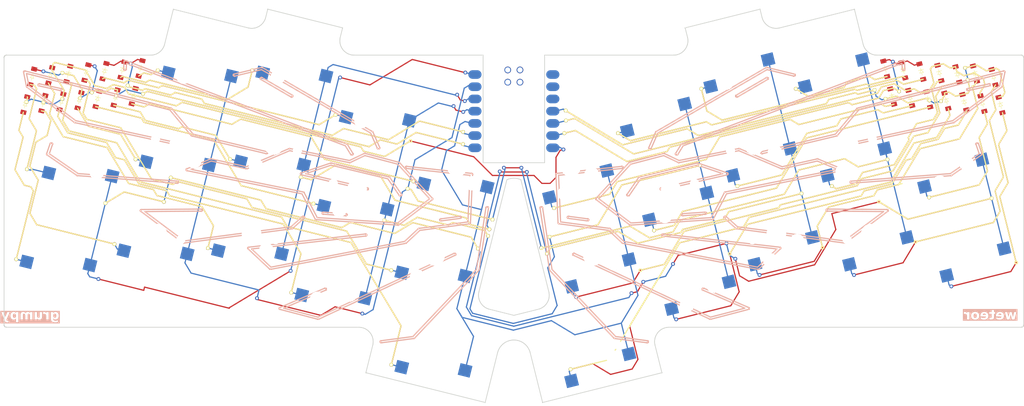
<source format=kicad_pcb>
(kicad_pcb (version 20221018) (generator pcbnew)
  (layers (0 "F.Cu" signal) (31 "B.Cu" signal) (34 "B.Paste" user) (35 "F.Paste" user) (36 "B.SilkS" user "B.Silkscreen") (37 "F.SilkS" user "F.Silkscreen") (38 "B.Mask" user) (39 "F.Mask" user) (44 "Edge.Cuts" user))
  (net 0 "")
  (net 1 "Row_2")
  (net 2 "Net-(D1-A)")
  (net 3 "Row_3")
  (net 4 "Net-(D2-A)")
  (net 5 "Row_1")
  (net 6 "Net-(D3-A)")
  (net 7 "Net-(D4-A)")
  (net 8 "Net-(D5-A)")
  (net 9 "Net-(D6-A)")
  (net 10 "Net-(D7-A)")
  (net 11 "Net-(D8-A)")
  (net 12 "Net-(D9-A)")
  (net 13 "Net-(D10-A)")
  (net 14 "Net-(D11-A)")
  (net 15 "Net-(D12-A)")
  (net 16 "Net-(D13-A)")
  (net 17 "Net-(D14-A)")
  (net 18 "Row_6")
  (net 19 "Net-(D15-A)")
  (net 20 "Row_4")
  (net 21 "Net-(D16-A)")
  (net 22 "Row_5")
  (net 23 "Net-(D17-A)")
  (net 24 "Net-(D18-A)")
  (net 25 "Net-(D19-A)")
  (net 26 "Net-(D20-A)")
  (net 27 "Net-(D21-A)")
  (net 28 "Net-(D22-A)")
  (net 29 "Net-(D23-A)")
  (net 30 "Net-(D24-A)")
  (net 31 "Net-(D25-A)")
  (net 32 "Net-(D26-A)")
  (net 33 "Net-(D27-A)")
  (net 34 "Net-(D28-A)")
  (net 35 "Col_1")
  (net 36 "Col_2")
  (net 37 "Col_3")
  (net 38 "Col_4")
  (net 39 "Col_5")
  (footprint "weteor:CherryMX_Hotswap" (layer "F.Cu") (at 125.320678 134.319827 166)
    (fp_text reference "SW14" hide)
    (fp_text value "SW_Push" hide)
  )
  (footprint "weteor:CherryMX_Hotswap" (layer "F.Cu") (at 211.324582 91.618774 -166)
    (fp_text reference "SW25" hide)
    (fp_text value "SW_Push" hide)
  )
  (footprint "weteor:CherryMX_Hotswap" (layer "F.Cu") (at 231.536946 93.941712 -166)
    (fp_text reference "SW27" hide)
    (fp_text value "SW_Push" hide)
  )
  (footprint "weteor:D_SOD-123" (layer "F.Cu") (at 52.859893 76.584925 -104)
    (fp_text reference "D13" hide)
    (fp_text value "D")
  )
  (footprint "weteor:D_SOD-123" (layer "F.Cu") (at 41.598453 77.458358 -104)
    (fp_text reference "D1" hide)
    (fp_text value "D")
  )
  (footprint "weteor:CherryMX_Hotswap" (layer "F.Cu") (at 96.405061 73.119084 166)
    (fp_text reference "SW6" hide)
    (fp_text value "SW_Push" hide)
  )
  (footprint "weteor:D_SOD-123" (layer "F.Cu") (at 226.439538 76.380106 -76)
    (fp_text reference "D18" hide)
    (fp_text value "D")
  )
  (footprint "weteor:CherryMX_Hotswap" (layer "F.Cu") (at 51.947799 93.938573 166)
    (fp_text reference "SW1" hide)
    (fp_text value "SW_Push" hide)
  )
  (footprint "weteor:D_SOD-123" (layer "F.Cu") (at 224.125917 81.865253 -76)
    (fp_text reference "D22" hide)
    (fp_text value "D")
  )
  (footprint "weteor:CherryMX_Hotswap" (layer "F.Cu") (at 169.747704 82.351862 -166)
    (fp_text reference "SW18" hide)
    (fp_text value "SW_Push" hide)
  )
  (footprint "weteor:CherryMX_Hotswap" (layer "F.Cu") (at 104.519818 119.316998 166)
    (fp_text reference "SW11" hide)
    (fp_text value "SW_Push" hide)
  )
  (footprint "weteor:D_SOD-123" (layer "F.Cu") (at 231.633541 82.447539 -76)
    (fp_text reference "D15" hide)
    (fp_text value "D")
  )
  (footprint "weteor:D_SOD-123" (layer "F.Cu") (at 218.931912 75.797819 -76)
    (fp_text reference "D24" hide)
    (fp_text value "D")
  )
  (footprint "weteor:D_SOD-123" (layer "F.Cu") (at 233.947165 76.962392 -76)
    (fp_text reference "D17" hide)
    (fp_text value "D")
  )
  (footprint "weteor:D_SOD-123" (layer "F.Cu") (at 43.912076 82.943504 -104)
    (fp_text reference "D5" hide)
    (fp_text value "D")
  )
  (footprint "weteor:D_SOD-123" (layer "F.Cu") (at 64.121335 75.711495 -104)
    (fp_text reference "D3" hide)
    (fp_text value "D")
  )
  (footprint "weteor:CherryMX_Hotswap" (layer "F.Cu") (at 206.715972 73.134641 -166)
    (fp_text reference "SW24" hide)
    (fp_text value "SW_Push" hide)
  )
  (footprint "weteor:D_SOD-123" (layer "F.Cu") (at 220.372102 81.574109 -76)
    (fp_text reference "D16" hide)
    (fp_text value "D")
  )
  (footprint "weteor:CherryMX_Hotswap" (layer "F.Cu") (at 196.296907 110.090485 -166)
    (fp_text reference "SW23" hide)
    (fp_text value "SW_Push" hide)
  )
  (footprint "weteor:CherryMX_Hotswap" (layer "F.Cu") (at 125.308257 114.683543 166)
    (fp_text reference "SW13" hide)
    (fp_text value "SW_Push" hide)
  )
  (footprint "weteor:CherryMX_Hotswap" (layer "F.Cu") (at 191.688295 91.606351 -166)
    (fp_text reference "SW22" hide)
    (fp_text value "SW_Push" hide)
  )
  (footprint "weteor:CherryMX_Hotswap" (layer "F.Cu") (at 67.551551 110.099772 166)
    (fp_text reference "SW5" hide)
    (fp_text value "SW_Push" hide)
  )
  (footprint "weteor:CherryMX_Hotswap" (layer "F.Cu") (at 236.145559 112.425845 -166)
    (fp_text reference "SW28" hide)
    (fp_text value "SW_Push" hide)
  )
  (footprint "weteor:CherryMX_Hotswap" (layer "F.Cu") (at 113.737043 82.34873 166)
    (fp_text reference "SW9" hide)
    (fp_text value "SW_Push" hide)
  )
  (footprint "weteor:CherryMX_Hotswap" (layer "F.Cu") (at 109.128428 100.832862 166)
    (fp_text reference "SW10" hide)
    (fp_text value "SW_Push" hide)
  )
  (footprint "weteor:D_SOD-123" (layer "F.Cu") (at 60.367521 76.002638 -104)
    (fp_text reference "D6" hide)
    (fp_text value "D")
  )
  (footprint "weteor:D_SOD-123" (layer "F.Cu") (at 222.685723 76.088961 -76)
    (fp_text reference "D21" hide)
    (fp_text value "D")
  )
  (footprint "weteor:D_SOD-123" (layer "F.Cu") (at 62.681142 81.487787 -104)
    (fp_text reference "D12" hide)
    (fp_text value "D")
  )
  (footprint "weteor:D_SOD-123" (layer "F.Cu") (at 56.613708 76.293781 -104)
    (fp_text reference "D9" hide)
    (fp_text value "D")
  )
  (footprint "weteor:CherryMX_Hotswap" (layer "F.Cu") (at 158.164066 134.322963 -166)
    (fp_text reference "SW15" hide)
    (fp_text value "SW_Push" hide)
  )
  (footprint "weteor:CherryMX_Hotswap" (layer "F.Cu") (at 158.176487 114.686675 -166)
    (fp_text reference "SW17" hide)
    (fp_text value "SW_Push" hide)
  )
  (footprint "weteor:D_SOD-123" (layer "F.Cu") (at 40.158264 83.234649 -104)
    (fp_text reference "D2" hide)
    (fp_text value "D")
  )
  (footprint "weteor:D_SOD-123" (layer "F.Cu") (at 237.589845 76.807807 -76)
    (fp_text reference "D23" hide)
    (fp_text value "D")
  )
  (footprint "weteor:CherryMX_Hotswap" (layer "F.Cu") (at 174.356315 100.835995 -166)
    (fp_text reference "SW19" hide)
    (fp_text value "SW_Push" hide)
  )
  (footprint "weteor:D_SOD-123" (layer "F.Cu") (at 55.173516 82.070075 -104)
    (fp_text reference "D10" hide)
    (fp_text value "D")
  )
  (footprint "weteor:CherryMX_Hotswap" (layer "F.Cu") (at 87.187836 110.087351 166)
    (fp_text reference "SW8" hide)
    (fp_text value "SW_Push" hide)
  )
  (footprint "weteor:CherryMX_Hotswap" (layer "F.Cu") (at 47.339187 112.42271 166)
    (fp_text reference "SW2" hide)
    (fp_text value "SW_Push" hide)
  )
  (footprint "weteor:D_SOD-123" (layer "F.Cu") (at 58.92733 81.778933 -104)
    (fp_text reference "D7" hide)
    (fp_text value "D")
  )
  (footprint "weteor:D_SOD-123" (layer "F.Cu") (at 235.387357 82.738683 -76)
    (fp_text reference "D20" hide)
    (fp_text value "D")
  )
  (footprint "weteor:CherryMX_Hotswap" (layer "F.Cu") (at 153.567876 96.202545 -166)
    (fp_text reference "SW16" hide)
    (fp_text value "SW_Push" hide)
  )
  (footprint "weteor:CherryMX_Hotswap" (layer "F.Cu") (at 72.160162 91.615638 166)
    (fp_text reference "SW4" hide)
    (fp_text value "SW_Push" hide)
  )
  (footprint "weteor:D_SOD-123" (layer "F.Cu") (at 227.879729 82.156396 -76)
    (fp_text reference "D19" hide)
    (fp_text value "D")
  )
  (footprint "weteor:D_SOD-123" (layer "F.Cu") (at 239.141169 83.029827 -76)
    (fp_text reference "D27" hide)
    (fp_text value "D")
  )
  (footprint "weteor:CherryMX_Hotswap" (layer "F.Cu") (at 215.933194 110.102908 -166)
    (fp_text reference "SW26" hide)
    (fp_text value "SW_Push" hide)
  )
  (footprint "weteor:CherryMX_Hotswap" (layer "F.Cu") (at 187.079683 73.122217 -166)
    (fp_text reference "SW21" hide)
    (fp_text value "SW_Push" hide)
  )
  (footprint "weteor:D_SOD-123" (layer "F.Cu") (at 242.894982 83.320972 -76)
    (fp_text reference "D28" hide)
    (fp_text value "D")
  )
  (footprint "weteor:CherryMX_Hotswap" (layer "F.Cu") (at 76.768774 73.131505 166)
    (fp_text reference "SW3" hide)
    (fp_text value "SW_Push" hide)
  )
  (footprint "weteor:CherryMX_Hotswap" (layer "F.Cu") (at 178.964926 119.320131 -166)
    (fp_text reference "SW20" hide)
    (fp_text value "SW_Push" hide)
  )
  (footprint "weteor:CherryMX_Hotswap" (layer "F.Cu") (at 91.796449 91.603217 166)
    (fp_text reference "SW7" hide)
    (fp_text value "SW_Push" hide)
  )
  (footprint "weteor:D_SOD-123" (layer "F.Cu") (at 241.454792 77.544681 -76)
    (fp_text reference "D26" hide)
    (fp_text value "D")
  )
  (footprint "weteor:D_SOD-123" (layer "F.Cu") (at 51.419702 82.361219 -104)
    (fp_text reference "D4" hide)
    (fp_text value "D")
  )
  (footprint "weteor:D_SOD-123" (layer "F.Cu") (at 230.193351 76.671248 -76)
    (fp_text reference "D25" hide)
    (fp_text value "D")
  )
  (footprint "weteor:D_SOD-123" (layer "F.Cu") (at 47.665889 82.652361 -104)
    (fp_text reference "D11" hide)
    (fp_text value "D")
  )
  (footprint "weteor:CherryMX_Hotswap" (layer "F.Cu") (at 129.916868 96.199409 166)
    (fp_text reference "SW12" hide)
    (fp_text value "SW_Push" hide)
  )
  (footprint "weteor:D_SOD-123" (layer "F.Cu") (at 49.106081 76.876069 -104)
    (fp_text reference "D14" hide)
    (fp_text value "D")
  )
  (footprint "weteor:D_SOD-123" (layer "F.Cu") (at 45.352267 77.167214 -104)
    (fp_text reference "D8" hide)
    (fp_text value "D")
  )
  (footprint "mcu:xiao-smd" (layer "B.Cu") (at 141.721612 84.609845 180)
    (fp_text reference "U1" hide)
    (fp_text value "xiao" hide)
  )
  (gr_line (start 170.266764 92.335158) (end 170.260606 92.343401) (stroke (width 0.251414)) (layer "B.SilkS"))
  (gr_line (start 107.0254 106.2093) (end 107.029362 106.20078) (stroke (width 0.251414)) (layer "B.SilkS"))
  (gr_line (start 186.244109 97.644498) (end 186.243719 97.653133) (stroke (width 0.251414)) (layer "B.SilkS"))
  (gr_line (start 86.19487 96.602675) (end 86.207256 96.600886) (stroke (width 0.251414)) (layer "B.SilkS"))
  (gr_line (start 90.272572 93.444885) (end 90.280003 93.444822) (stroke (width 0.251414)) (layer "B.SilkS"))
  (gr_line (start 39.795056 76.441176) (end 39.79412 76.448042) (stroke (width 0.251414)) (layer "B.SilkS"))
  (gr_line (start 110.984438 110.16272) (end 110.972644 110.158328) (stroke (width 0.251414)) (layer "B.SilkS"))
  (gr_line (start 40.057934 76.25092) (end 40.040988 76.251549) (stroke (width 0.251414)) (layer "B.SilkS"))
  (gr_line (start 186.217877 97.734567) (end 186.21326 97.741997) (stroke (width 0.251414)) (layer "B.SilkS"))
  (gr_line (start 92.952443 125.699067) (end 92.956278 125.706363) (stroke (width 0.251414)) (layer "B.SilkS"))
  (gr_line (start 193.369489 93.443459) (end 193.36197 93.444067) (stroke (width 0.251414)) (layer "B.SilkS"))
  (gr_line (start 129.616571 114.480759) (end 129.622514 114.471426) (stroke (width 0.251414)) (layer "B.SilkS"))
  (gr_line (start 119.178651 96.324915) (end 119.180524 96.33553) (stroke (width 0.251414)) (layer "B.SilkS"))
  (gr_line (start 92.975429 125.50031) (end 92.970341 125.507009) (stroke (width 0.251414)) (layer "B.SilkS"))
  (gr_line (start 114.142623 132.749647) (end 114.155474 132.751904) (stroke (width 0.251414)) (layer "B.SilkS"))
  (gr_line (start 117.966786 95.315654) (end 117.960362 95.309008) (stroke (width 0.251414)) (layer "B.SilkS"))
  (gr_line (start 71.834881 99.174399) (end 71.822802 99.170049) (stroke (width 0.251414)) (layer "B.SilkS"))
  (gr_line (start 73.686029 96.613782) (end 73.678371 96.619241) (stroke (width 0.251414)) (layer "B.SilkS"))
  (gr_line (start 172.924986 93.388592) (end 172.939008 93.390149) (stroke (width 0.251414)) (layer "B.SilkS"))
  (gr_line (start 91.161189 117.489774) (end 91.178425 117.487956) (stroke (width 0.251414)) (layer "B.SilkS"))
  (gr_line (start 102.665165 121.782384) (end 102.674726 121.774923) (stroke (width 0.251414)) (layer "B.SilkS"))
  (gr_line (start 147.383348 104.492077) (end 147.397085 104.490415) (stroke (width 0.251414)) (layer "B.SilkS"))
  (gr_line (start 175.336005 93.587075) (end 175.331009 93.577438) (stroke (width 0.251414)) (layer "B.SilkS"))
  (gr_line (start 45.829036 91.463587) (end 45.830285 91.452752) (stroke (width 0.251414)) (layer "B.SilkS"))
  (gr_line (start 185.526985 101.482113) (end 185.536535 101.472208) (stroke (width 0.251414)) (layer "B.SilkS"))
  (gr_line (start 186.237894 97.593941) (end 186.239919 97.602178) (stroke (width 0.251414)) (layer "B.SilkS"))
  (gr_line (start 185.402507 106.689517) (end 185.402246 106.679066) (stroke (width 0.251414)) (layer "B.SilkS"))
  (gr_line (start 44.60755 93.63968) (end 44.617351 93.65283) (stroke (width 0.251414)) (layer "B.SilkS"))
  (gr_line (start 88.987805 77.854734) (end 88.990191 77.864994) (stroke (width 0.251414)) (layer "B.SilkS"))
  (gr_line (start 130.760065 106.708931) (end 130.760939 106.698172) (stroke (width 0.251414)) (layer "B.SilkS"))
  (gr_line (start 93.08254 125.812581) (end 93.100779 125.819218) (stroke (width 0.251414)) (layer "B.SilkS"))
  (gr_line (start 175.643961 93.709852) (end 175.623314 93.713166) (stroke (width 0.251414)) (layer "B.SilkS"))
  (gr_line (start 98.2095 106.668623) (end 98.208531 106.658205) (stroke (width 0.251414)) (layer "B.SilkS"))
  (gr_line (start 103.740808 95.39415) (end 103.729452 95.392915) (stroke (width 0.251414)) (layer "B.SilkS"))
  (gr_line (start 136.409332 104.589655) (end 136.402139 104.580973) (stroke (width 0.251414)) (layer "B.SilkS"))
  (gr_line (start 152.887644 106.798655) (end 152.881389 106.78951) (stroke (width 0.251414)) (layer "B.SilkS"))
  (gr_line (start 209.892682 96.965374) (end 209.874962 96.973433) (stroke (width 0.251414)) (layer "B.SilkS"))
  (gr_line (start 240.689657 78.970338) (end 240.710071 78.98321) (stroke (width 0.251414)) (layer "B.SilkS"))
  (gr_line (start 76.93042 105.287255) (end 76.936835 105.278089) (stroke (width 0.251414)) (layer "B.SilkS"))
  (gr_line (start 76.847555 104.994696) (end 76.836574 104.989113) (stroke (width 0.251414)) (layer "B.SilkS"))
  (gr_line (start 88.984386 77.813106) (end 88.984316 77.823563) (stroke (width 0.251414)) (layer "B.SilkS"))
  (gr_line (start 89.081311 77.652572) (end 89.071243 77.659733) (stroke (width 0.251414)) (layer "B.SilkS"))
  (gr_line (start 100.478572 107.098709) (end 100.485431 107.103488) (stroke (width 0.251414)) (layer "B.SilkS"))
  (gr_line (start 129.595379 114.507353) (end 129.602999 114.498741) (stroke (width 0.251414)) (layer "B.SilkS"))
  (gr_line (start 113.802969 92.347287) (end 113.809871 92.338433) (stroke (width 0.251414)) (layer "B.SilkS"))
  (gr_line (start 76.764002 104.964993) (end 76.750953 104.962666) (stroke (width 0.251414)) (layer "B.SilkS"))
  (gr_line (start 193.081911 93.161387) (end 193.086126 93.151492) (stroke (width 0.251414)) (layer "B.SilkS"))
  (gr_line (start 89.337908 75.51859) (end 89.322697 75.517607) (stroke (width 0.251414)) (layer "B.SilkS"))
  (gr_line (start 76.964801 105.14106) (end 76.962304 105.130387) (stroke (width 0.251414)) (layer "B.SilkS"))
  (gr_line (start 219.435503 105.099671) (end 219.450527 105.110225) (stroke (width 0.251414)) (layer "B.SilkS"))
  (gr_line (start 211.772756 91.515064) (end 211.764913 91.506524) (stroke (width 0.251414)) (layer "B.SilkS"))
  (gr_line (start 101.875839 105.831972) (end 101.877092 105.842806) (stroke (width 0.251414)) (layer "B.SilkS"))
  (gr_line (start 238.290397 91.339101) (end 238.296247 91.348944) (stroke (width 0.251414)) (layer "B.SilkS"))
  (gr_line (start 71.812635 91.223434) (end 71.80296 91.216348) (stroke (width 0.251414)) (layer "B.SilkS"))
  (gr_line (start 170.206972 92.392995) (end 170.197985 92.398849) (stroke (width 0.251414)) (layer "B.SilkS"))
  (gr_line (start 150.548478 97.602392) (end 150.557325 97.595643) (stroke (width 0.251414)) (layer "B.SilkS"))
  (gr_line (start 197.155583 112.96289) (end 197.165844 112.975198) (stroke (width 0.251414)) (layer "B.SilkS"))
  (gr_line (start 119.396184 96.513203) (end 119.409839 96.515005) (stroke (width 0.251414)) (layer "B.SilkS"))
  (gr_line (start 72.998329 112.012862) (end 73.012699 112.016748) (stroke (width 0.251414)) (layer "B.SilkS"))
  (gr_line (start 102.683768 121.767132) (end 102.692282 121.759028) (stroke (width 0.251414)) (layer "B.SilkS"))
  (gr_line (start 119.369693 96.508019) (end 119.382797 96.51087) (stroke (width 0.251414)) (layer "B.SilkS"))
  (gr_line (start 175.931237 95.300173) (end 175.919077 95.296411) (stroke (width 0.251414)) (layer "B.SilkS"))
  (gr_line (start 185.583004 106.474162) (end 185.608067 106.46822) (stroke (width 0.251414)) (layer "B.SilkS"))
  (gr_line (start 211.850766 91.569811) (end 211.829013 91.558525) (stroke (width 0.251414)) (layer "B.SilkS"))
  (gr_line (start 119.341409 112.044529) (end 119.349257 112.038953) (stroke (width 0.251414)) (layer "B.SilkS"))
  (gr_line (start 183.18076 107.05409) (end 183.175659 107.060253) (stroke (width 0.251414)) (layer "B.SilkS"))
  (gr_line (start 172.604073 110.543599) (end 172.59328 110.53789) (stroke (width 0.251414)) (layer "B.SilkS"))
  (gr_line (start 130.7595 106.665357) (end 130.757619 106.654296) (stroke (width 0.251414)) (layer "B.SilkS"))
  (gr_line (start 130.743463 106.611693) (end 130.738393 106.601687) (stroke (width 0.251414)) (layer "B.SilkS"))
  (gr_line (start 200.172795 76.999519) (end 200.178104 77.009049) (stroke (width 0.251414)) (layer "B.SilkS"))
  (gr_line (start 47.6237 80.280732) (end 47.638339 80.270965) (stroke (width 0.251414)) (layer "B.SilkS"))
  (gr_line (start 196.975834 112.876294) (end 196.993567 112.878099) (stroke (width 0.251414)) (layer "B.SilkS"))
  (gr_line (start 117.748057 108.277766) (end 117.75697 108.274393) (stroke (width 0.251414)) (layer "B.SilkS"))
  (gr_line (start 176.487065 91.53479) (end 176.493149 91.527011) (stroke (width 0.251414)) (layer "B.SilkS"))
  (gr_line (start 193.108618 93.113961) (end 193.115591 93.105173) (stroke (width 0.251414)) (layer "B.SilkS"))
  (gr_line (start 101.87618 105.798749) (end 101.875367 105.80993) (stroke (width 0.251414)) (layer "B.SilkS"))
  (gr_line (start 190.678182 125.636655) (end 190.677108 125.644789) (stroke (width 0.251414)) (layer "B.SilkS"))
  (gr_line (start 152.873707 106.601687) (end 152.87935 106.59196) (stroke (width 0.251414)) (layer "B.SilkS"))
  (gr_line (start 211.685597 99.232169) (end 211.694076 99.224276) (stroke (width 0.251414)) (layer "B.SilkS"))
  (gr_line (start 106.794814 106.345317) (end 106.802987 106.344713) (stroke (width 0.251414)) (layer "B.SilkS"))
  (gr_line (start 129.589772 114.239665) (end 129.581106 114.231352) (stroke (width 0.251414)) (layer "B.SilkS"))
  (gr_line (start 117.665918 108.295471) (end 117.674052 108.294675) (stroke (width 0.251414)) (layer "B.SilkS"))
  (gr_line (start 157.157246 107.019237) (end 157.168154 107.025097) (stroke (width 0.251414)) (layer "B.SilkS"))
  (gr_line (start 126.509738 107.408911) (end 126.522158 107.412139) (stroke (width 0.251414)) (layer "B.SilkS"))
  (gr_line (start 153.999211 114.267103) (end 154.006413 114.257545) (stroke (width 0.251414)) (layer "B.SilkS"))
  (gr_line (start 113.651447 92.436349) (end 113.657359 92.435001) (stroke (width 0.251414)) (layer "B.SilkS"))
  (gr_line (start 71.934505 99.240379) (end 71.926504 99.232169) (stroke (width 0.251414)) (layer "B.SilkS"))
  (gr_line (start 50.859166 97.95976) (end 50.867154 97.96511) (stroke (width 0.251414)) (layer "B.SilkS"))
  (gr_line (start 188.225527 81.65035) (end 188.213418 81.65504) (stroke (width 0.251414)) (layer "B.SilkS"))
  (gr_line (start 89.185092 77.609188) (end 89.160417 77.615493) (stroke (width 0.251414)) (layer "B.SilkS"))
  (gr_line (start 124.837035 102.911872) (end 124.839981 102.902412) (stroke (width 0.251414)) (layer "B.SilkS"))
  (gr_line (start 117.901865 102.133763) (end 117.907987 102.140908) (stroke (width 0.251414)) (layer "B.SilkS"))
  (gr_line (start 102.419965 121.410253) (end 102.407023 121.413057) (stroke (width 0.251414)) (layer "B.SilkS"))
  (gr_line (start 126.359327 107.103162) (end 126.353618 107.112567) (stroke (width 0.251414)) (layer "B.SilkS"))
  (gr_line (start 89.007731 77.730971) (end 89.002563 77.740911) (stroke (width 0.251414)) (layer "B.SilkS"))
  (gr_line (start 172.554092 110.511269) (end 172.54536 110.503748) (stroke (width 0.251414)) (layer "B.SilkS"))
  (gr_line (start 186.07845 97.439801) (end 186.088252 97.443241) (stroke (width 0.251414)) (layer "B.SilkS"))
  (gr_line (start 92.998706 125.475079) (end 92.992459 125.481139) (stroke (width 0.251414)) (layer "B.SilkS"))
  (gr_line (start 240.667459 79.337077) (end 240.655662 79.342173) (stroke (width 0.251414)) (layer "B.SilkS"))
  (gr_line (start 172.826097 93.394392) (end 172.840099 93.391752) (stroke (width 0.251414)) (layer "B.SilkS"))
  (gr_line (start 169.672799 132.507763) (end 169.674326 132.518406) (stroke (width 0.251414)) (layer "B.SilkS"))
  (gr_line (start 240.790244 79.080019) (end 240.794256 79.090732) (stroke (width 0.251414)) (layer "B.SilkS"))
  (gr_line (start 108.196006 93.669632) (end 108.206365 93.662777) (stroke (width 0.251414)) (layer "B.SilkS"))
  (gr_line (start 185.403571 106.658205) (end 185.405154 106.647833) (stroke (width 0.251414)) (layer "B.SilkS"))
  (gr_line (start 95.759876 81.535321) (end 95.764388 81.525221) (stroke (width 0.251414)) (layer "B.SilkS"))
  (gr_line (start 152.96603 106.867484) (end 152.955523 106.861227) (stroke (width 0.251414)) (layer "B.SilkS"))
  (gr_line (start 194.350247 77.602096) (end 194.376102 77.602465) (stroke (width 0.251414)) (layer "B.SilkS"))
  (gr_line (start 165.71289 95.264198) (end 165.721637 95.259723) (stroke (width 0.251414)) (layer "B.SilkS"))
  (gr_line (start 193.086126 93.151492) (end 193.090916 93.141787) (stroke (width 0.251414)) (layer "B.SilkS"))
  (gr_line (start 165.431504 102.226554) (end 165.420299 102.224471) (stroke (width 0.251414)) (layer "B.SilkS"))
  (gr_line (start 209.961481 96.643136) (end 209.967673 96.649584) (stroke (width 0.251414)) (layer "B.SilkS"))
  (gr_line (start 197.181778 113.184914) (end 197.173532 113.197889) (stroke (width 0.251414)) (layer "B.SilkS"))
  (gr_line (start 136.432793 104.626988) (end 136.427753 104.617291) (stroke (width 0.251414)) (layer "B.SilkS"))
  (gr_line (start 183.126673 107.103488) (end 183.119624 107.108072) (stroke (width 0.251414)) (layer "B.SilkS"))
  (gr_line (start 176.595603 106.031151) (end 176.601679 106.021878) (stroke (width 0.251414)) (layer "B.SilkS"))
  (gr_line (start 209.94028 96.935324) (end 209.93297 96.940907) (stroke (width 0.251414)) (layer "B.SilkS"))
  (gr_line (start 233.260593 86.95133) (end 233.254293 86.955363) (stroke (width 0.251414)) (layer "B.SilkS"))
  (gr_line (start 170.094864 92.438503) (end 170.083558 92.440449) (stroke (width 0.251414)) (layer "B.SilkS"))
  (gr_line (start 107.040893 106.091481) (end 107.038341 106.080941) (stroke (width 0.251414)) (layer "B.SilkS"))
  (gr_line (start 126.33829 107.260447) (end 126.34215 107.270946) (stroke (width 0.251414)) (layer "B.SilkS"))
  (gr_line (start 175.549292 93.714243) (end 175.538655 93.713016) (stroke (width 0.251414)) (layer "B.SilkS"))
  (gr_line (start 119.194244 96.376363) (end 119.199156 96.386086) (stroke (width 0.251414)) (layer "B.SilkS"))
  (gr_line (start 181.526499 105.604291) (end 181.55194 105.609901) (stroke (width 0.251414)) (layer "B.SilkS"))
  (gr_line (start 211.897772 91.587118) (end 211.873742 91.57937) (stroke (width 0.251414)) (layer "B.SilkS"))
  (gr_line (start 176.655471 106.289225) (end 176.639867 106.2768) (stroke (width 0.251414)) (layer "B.SilkS"))
  (gr_line (start 103.605766 95.404547) (end 103.595051 95.40788) (stroke (width 0.251414)) (layer "B.SilkS"))
  (gr_line (start 197.356692 96.589011) (end 197.345107 96.584869) (stroke (width 0.251414)) (layer "B.SilkS"))
  (gr_line (start 172.497704 110.443022) (end 172.492988 110.433376) (stroke (width 0.251414)) (layer "B.SilkS"))
  (gr_line (start 108.293693 93.453154) (end 108.290566 93.442629) (stroke (width 0.251414)) (layer "B.SilkS"))
  (gr_line (start 149.158049 117.686656) (end 149.154013 117.680246) (stroke (width 0.251414)) (layer "B.SilkS"))
  (gr_line (start 118.224926 102.21582) (end 118.235736 102.212125) (stroke (width 0.251414)) (layer "B.SilkS"))
  (gr_line (start 92.932917 125.620437) (end 92.93323 125.628531) (stroke (width 0.251414)) (layer "B.SilkS"))
  (gr_line (start 126.363513 107.310264) (end 126.370242 107.319373) (stroke (width 0.251414)) (layer "B.SilkS"))
  (gr_line (start 222.470631 75.924799) (end 222.467813 75.914156) (stroke (width 0.251414)) (layer "B.SilkS"))
  (gr_line (start 194.617927 77.761162) (end 194.621155 77.771442) (stroke (width 0.251414)) (layer "B.SilkS"))
  (gr_line (start 222.696082 74.109643) (end 222.712343 74.111623) (stroke (width 0.251414)) (layer "B.SilkS"))
  (gr_line (start 102.642635 121.446333) (end 102.631939 121.440313) (stroke (width 0.251414)) (layer "B.SilkS"))
  (gr_line (start 206.764545 104.994698) (end 206.775526 104.989113) (stroke (width 0.251414)) (layer "B.SilkS"))
  (gr_line (start 222.857148 74.173683) (end 222.868278 74.183515) (stroke (width 0.251414)) (layer "B.SilkS"))
  (gr_line (start 129.282289 114.173693) (end 129.269807 114.177959) (stroke (width 0.251414)) (layer "B.SilkS"))
  (gr_line (start 172.638615 110.558235) (end 172.626754 110.553789) (stroke (width 0.251414)) (layer "B.SilkS"))
  (gr_line (start 107.988785 93.713163) (end 108.009735 93.715163) (stroke (width 0.251414)) (layer "B.SilkS"))
  (gr_line (start 165.805067 108.248647) (end 165.797369 108.243457) (stroke (width 0.251414)) (layer "B.SilkS"))
  (gr_line (start 185.471655 106.533945) (end 185.481121 106.525923) (stroke (width 0.251414)) (layer "B.SilkS"))
  (gr_line (start 42.837503 79.049634) (end 42.831708 79.059459) (stroke (width 0.251414)) (layer "B.SilkS"))
  (gr_line (start 100.625621 107.15238) (end 100.634877 107.153134) (stroke (width 0.251414)) (layer "B.SilkS"))
  (gr_line (start 76.715598 105.393338) (end 76.729131 105.392398) (stroke (width 0.251414)) (layer "B.SilkS"))
  (gr_line (start 182.483182 127.865188) (end 182.471762 127.861696) (stroke (width 0.251414)) (layer "B.SilkS"))
  (gr_line (start 158.765638 102.844391) (end 158.76644 102.834654) (stroke (width 0.251414)) (layer "B.SilkS"))
  (gr_line (start 150.471493 97.723704) (end 150.473705 97.71375) (stroke (width 0.251414)) (layer "B.SilkS"))
  (gr_line (start 83.652921 77.310152) (end 83.666011 77.311056) (stroke (width 0.251414)) (layer "B.SilkS"))
  (gr_line (start 118.213986 102.219107) (end 118.224926 102.21582) (stroke (width 0.251414)) (layer "B.SilkS"))
  (gr_line (start 91.059601 117.48206) (end 91.076059 117.485499) (stroke (width 0.251414)) (layer "B.SilkS"))
  (gr_line (start 169.552623 132.720637) (end 169.54161 132.726121) (stroke (width 0.251414)) (layer "B.SilkS"))
  (gr_line (start 71.899059 99.532778) (end 71.914629 99.520525) (stroke (width 0.251414)) (layer "B.SilkS"))
  (gr_line (start 90.982963 117.452638) (end 90.997366 117.460109) (stroke (width 0.251414)) (layer "B.SilkS"))
  (gr_line (start 194.577107 77.69293) (end 194.584919 77.702147) (stroke (width 0.251414)) (layer "B.SilkS"))
  (gr_line (start 83.413283 77.080474) (end 83.412809 77.091152) (stroke (width 0.251414)) (layer "B.SilkS"))
  (gr_line (start 240.570188 78.932249) (end 240.595847 78.936108) (stroke (width 0.251414)) (layer "B.SilkS"))
  (gr_line (start 108.297234 93.526958) (end 108.298641 93.516526) (stroke (width 0.251414)) (layer "B.SilkS"))
  (gr_line (start 100.499709 107.112464) (end 100.507114 107.116658) (stroke (width 0.251414)) (layer "B.SilkS"))
  (gr_line (start 190.659041 125.535147) (end 190.662571 125.542482) (stroke (width 0.251414)) (layer "B.SilkS"))
  (gr_line (start 118.329944 102.155524) (end 118.338294 102.147317) (stroke (width 0.251414)) (layer "B.SilkS"))
  (gr_line (start 117.916013 95.273932) (end 117.907729 95.268935) (stroke (width 0.251414)) (layer "B.SilkS"))
  (gr_line (start 182.977223 107.153135) (end 165.995885 108.29582) (stroke (width 0.251414)) (layer "B.SilkS"))
  (gr_line (start 102.459118 121.405048) (end 102.446035 121.406256) (stroke (width 0.251414)) (layer "B.SilkS"))
  (gr_line (start 193.302697 93.442941) (end 193.295445 93.442068) (stroke (width 0.251414)) (layer "B.SilkS"))
  (gr_line (start 194.304692 75.517322) (end 194.320021 75.517746) (stroke (width 0.251414)) (layer "B.SilkS"))
  (gr_line (start 213.151086 83.960791) (end 213.161705 83.957471) (stroke (width 0.251414)) (layer "B.SilkS"))
  (gr_line (start 180.891155 121.723893) (end 180.885373 121.714518) (stroke (width 0.251414)) (layer "B.SilkS"))
  (gr_line (start 129.33346 114.162029) (end 129.320528 114.164146) (stroke (width 0.251414)) (layer "B.SilkS"))
  (gr_line (start 167.743294 98.316744) (end 167.753623 98.310386) (stroke (width 0.251414)) (layer "B.SilkS"))
  (gr_line (start 44.575716 93.506286) (end 44.574688 93.514029) (stroke (width 0.251414)) (layer "B.SilkS"))
  (gr_line (start 243.808412 76.407519) (end 243.81066 76.414144) (stroke (width 0.251414)) (layer "B.SilkS"))
  (gr_line (start 60.743316 76.061022) (end 60.754721 76.066163) (stroke (width 0.251414)) (layer "B.SilkS"))
  (gr_line (start 190.49233 125.824796) (end 182.656498 127.867612) (stroke (width 0.251414)) (layer "B.SilkS"))
  (gr_line (start 86.436985 112.988053) (end 86.42876 113.001408) (stroke (width 0.251414)) (layer "B.SilkS"))
  (gr_line (start 176.583276 91.458734) (end 176.593293 91.454312) (stroke (width 0.251414)) (layer "B.SilkS"))
  (gr_line (start 210.478703 112.023283) (end 188.045277 109.060436) (stroke (width 0.251414)) (layer "B.SilkS"))
  (gr_line (start 44.617351 93.65283) (end 44.628333 93.665443) (stroke (width 0.251414)) (layer "B.SilkS"))
  (gr_line (start 162.650871 131.86423) (end 162.638865 131.86094) (stroke (width 0.251414)) (layer "B.SilkS"))
  (gr_line (start 111.480373 100.799095) (end 111.481729 100.788266) (stroke (width 0.251414)) (layer "B.SilkS"))
  (gr_line (start 190.619642 125.481137) (end 190.625607 125.487366) (stroke (width 0.251414)) (layer "B.SilkS"))
  (gr_line (start 154.091437 114.190535) (end 154.102698 114.185286) (stroke (width 0.251414)) (layer "B.SilkS"))
  (gr_line (start 133.015733 97.571966) (end 133.005122 97.566942) (stroke (width 0.251414)) (layer "B.SilkS"))
  (gr_line (start 114.168509 132.753653) (end 114.181709 132.754882) (stroke (width 0.251414)) (layer "B.SilkS"))
  (gr_line (start 101.065877 127.876672) (end 101.073775 127.875912) (stroke (width 0.251414)) (layer "B.SilkS"))
  (gr_line (start 239.031221 93.483111) (end 239.03329 93.490821) (stroke (width 0.251414)) (layer "B.SilkS"))
  (gr_line (start 172.563758 110.198006) (end 172.573496 110.191119) (stroke (width 0.251414)) (layer "B.SilkS"))
  (gr_line (start 211.789297 99.17005) (end 211.801698 99.16617) (stroke (width 0.251414)) (layer "B.SilkS"))
  (gr_line (start 71.873424 91.469006) (end 71.878594 91.458837) (stroke (width 0.251414)) (layer "B.SilkS"))
  (gr_line (start 45.75779 91.289038) (end 45.748674 91.28157) (stroke (width 0.251414)) (layer "B.SilkS"))
  (gr_line (start 154.052596 114.538832) (end 154.042829 114.531445) (stroke (width 0.251414)) (layer "B.SilkS"))
  (gr_line (start 121.984145 108.97797) (end 121.972842 108.980521) (stroke (width 0.251414)) (layer "B.SilkS"))
  (gr_line (start 98.053511 106.482124) (end 98.029097 106.474162) (stroke (width 0.251414)) (layer "B.SilkS"))
  (gr_line (start 240.738037 79.290208) (end 240.729321 79.297985) (stroke (width 0.251414)) (layer "B.SilkS"))
  (gr_line (start 74.691677 89.724722) (end 74.700264 89.731024) (stroke (width 0.251414)) (layer "B.SilkS"))
  (gr_line (start 60.616862 75.92024) (end 60.620032 75.930673) (stroke (width 0.251414)) (layer "B.SilkS"))
  (gr_line (start 45.452215 91.239562) (end 45.429101 91.248936) (stroke (width 0.251414)) (layer "B.SilkS"))
  (gr_line (start 50.420497 86.984219) (end 50.428044 86.986559) (stroke (width 0.251414)) (layer "B.SilkS"))
  (gr_line (start 150.476475 97.703947) (end 150.479786 97.694309) (stroke (width 0.251414)) (layer "B.SilkS"))
  (gr_line (start 135.936793 104.616997) (end 135.931659 104.626898) (stroke (width 0.251414)) (layer "B.SilkS"))
  (gr_line (start 194.475596 77.623724) (end 194.49855 77.633858) (stroke (width 0.251414)) (layer "B.SilkS"))
  (gr_line (start 110.948789 110.565763) (end 110.961294 110.562231) (stroke (width 0.251414)) (layer "B.SilkS"))
  (gr_line (start 161.639258 108.980522) (end 161.650383 108.983461) (stroke (width 0.251414)) (layer "B.SilkS"))
  (gr_line (start 211.636201 99.305483) (end 211.640439 99.295469) (stroke (width 0.251414)) (layer "B.SilkS"))
  (gr_line (start 181.736261 105.831971) (end 181.735008 105.842806) (stroke (width 0.251414)) (layer "B.SilkS"))
  (gr_line (start 132.634877 107.961749) (end 132.64915 107.94747) (stroke (width 0.251414)) (layer "B.SilkS"))
  (gr_line (start 42.817846 79.090735) (end 42.814568 79.10163) (stroke (width 0.251414)) (layer "B.SilkS"))
  (gr_line (start 45.328105 91.329584) (end 45.321702 91.339102) (stroke (width 0.251414)) (layer "B.SilkS"))
  (gr_line (start 133.135626 97.703948) (end 133.132313 97.694306) (stroke (width 0.251414)) (layer "B.SilkS"))
  (gr_line (start 243.817878 76.489796) (end 243.816889 76.496798) (stroke (width 0.251414)) (layer "B.SilkS"))
  (gr_line (start 208.936597 89.711222) (end 208.928681 89.718118) (stroke (width 0.251414)) (layer "B.SilkS"))
  (gr_line (start 71.737301 99.588061) (end 71.745812 99.587491) (stroke (width 0.251414)) (layer "B.SilkS"))
  (gr_line (start 187.934977 81.286398) (end 187.946019 81.279629) (stroke (width 0.251414)) (layer "B.SilkS"))
  (gr_line (start 121.847265 109.046491) (end 119.021122 111.682509) (stroke (width 0.251414)) (layer "B.SilkS"))
  (gr_line (start 64.244786 105.067142) (end 64.226669 105.073743) (stroke (width 0.251414)) (layer "B.SilkS"))
  (gr_line (start 130.623866 106.878784) (end 130.635162 106.873341) (stroke (width 0.251414)) (layer "B.SilkS"))
  (gr_line (start 150.557325 97.595643) (end 150.566548 97.58921) (stroke (width 0.251414)) (layer "B.SilkS"))
  (gr_line (start 181.126842 121.404194) (end 181.139901 121.404362) (stroke (width 0.251414)) (layer "B.SilkS"))
  (gr_line (start 157.265481 107.281187) (end 157.260419 107.291162) (stroke (width 0.251414)) (layer "B.SilkS"))
  (gr_line (start 150.517132 97.632359) (end 150.524338 97.624447) (stroke (width 0.251414)) (layer "B.SilkS"))
  (gr_line (start 190.665776 125.549924) (end 190.66865 125.55746) (stroke (width 0.251414)) (layer "B.SilkS"))
  (gr_line (start 157.263637 107.122201) (end 157.26822 107.132048) (stroke (width 0.251414)) (layer "B.SilkS"))
  (gr_line (start 172.537079 110.220862) (end 172.545532 110.212886) (stroke (width 0.251414)) (layer "B.SilkS"))
  (gr_line (start 179.962221 95.39499) (end 179.973407 95.396808) (stroke (width 0.251414)) (layer "B.SilkS"))
  (gr_line (start 165.218326 101.989834) (end 165.220072 101.979297) (stroke (width 0.251414)) (layer "B.SilkS"))
  (gr_line (start 132.686616 107.890604) (end 132.690243 107.881735) (stroke (width 0.251414)) (layer "B.SilkS"))
  (gr_line (start 209.874485 96.585934) (end 209.883727 96.589952) (stroke (width 0.251414)) (layer "B.SilkS"))
  (gr_line (start 45.748674 91.28157) (end 45.739091 91.274449) (stroke (width 0.251414)) (layer "B.SilkS"))
  (gr_line (start 106.786601 106.345717) (end 106.794814 106.345317) (stroke (width 0.251414)) (layer "B.SilkS"))
  (gr_line (start 149.162341 117.692954) (end 149.158049 117.686656) (stroke (width 0.251414)) (layer "B.SilkS"))
  (gr_line (start 90.997366 117.460109) (end 91.012284 117.466803) (stroke (width 0.251414)) (layer "B.SilkS"))
  (gr_line (start 180.87146 121.685272) (end 180.867992 121.675212) (stroke (width 0.251414)) (layer "B.SilkS"))
  (gr_line (start 164.237034 96.089175) (end 164.261905 96.095728) (stroke (width 0.251414)) (layer "B.SilkS"))
  (gr_line (start 238.971627 93.677462) (end 238.958345 93.68883) (stroke (width 0.251414)) (layer "B.SilkS"))
  (gr_line (start 165.669286 102.1728) (end 165.661556 102.178395) (stroke (width 0.251414)) (layer "B.SilkS"))
  (gr_line (start 197.442268 96.604837) (end 197.429711 96.603995) (stroke (width 0.251414)) (layer "B.SilkS"))
  (gr_line (start 50.919394 97.991361) (end 50.928728 97.994739) (stroke (width 0.251414)) (layer "B.SilkS"))
  (gr_line (start 91.197605 117.484935) (end 119.230291 112.089644) (stroke (width 0.251414)) (layer "B.SilkS"))
  (gr_line (start 47.728467 80.121461) (end 47.728968 80.11065) (stroke (width 0.251414)) (layer "B.SilkS"))
  (gr_line (start 60.816465 76.085014) (end 60.829645 76.087312) (stroke (width 0.251414)) (layer "B.SilkS"))
  (gr_line (start 197.153697 113.222588) (end 197.142124 113.234219) (stroke (width 0.251414)) (layer "B.SilkS"))
  (gr_line (start 172.715349 110.141963) (end 172.728675 110.141011) (stroke (width 0.251414)) (layer "B.SilkS"))
  (gr_line (start 92.938236 125.660806) (end 92.940391 125.668674) (stroke (width 0.251414)) (layer "B.SilkS"))
  (gr_line (start 188.502264 92.373285) (end 188.514454 92.372953) (stroke (width 0.251414)) (layer "B.SilkS"))
  (gr_line (start 186.229611 97.711393) (end 186.226058 97.719255) (stroke (width 0.251414)) (layer "B.SilkS"))
  (gr_line (start 157.077295 107.414886) (end 157.064444 107.417137) (stroke (width 0.251414)) (layer "B.SilkS"))
  (gr_line (start 185.405154 106.647833) (end 185.407351 106.637527) (stroke (width 0.251414)) (layer "B.SilkS"))
  (gr_line (start 114.195057 132.755586) (end 114.20853 132.755747) (stroke (width 0.251414)) (layer "B.SilkS"))
  (gr_line (start 90.219984 93.440604) (end 90.227535 93.441728) (stroke (width 0.251414)) (layer "B.SilkS"))
  (gr_line (start 169.64701 132.635376) (end 169.640813 132.64481) (stroke (width 0.251414)) (layer "B.SilkS"))
  (gr_line (start 181.615189 105.998733) (end 181.604113 106.004294) (stroke (width 0.251414)) (layer "B.SilkS"))
  (gr_line (start 171.204219 88.923982) (end 171.209194 88.916829) (stroke (width 0.251414)) (layer "B.SilkS"))
  (gr_line (start 236.055887 79.904746) (end 236.068829 79.901051) (stroke (width 0.251414)) (layer "B.SilkS"))
  (gr_line (start 193.123676 93.358286) (end 193.112776 93.345693) (stroke (width 0.251414)) (layer "B.SilkS"))
  (gr_line (start 157.218658 107.344774) (end 157.209984 107.352564) (stroke (width 0.251414)) (layer "B.SilkS"))
  (gr_line (start 172.492061 110.285522) (end 172.496843 110.27542) (stroke (width 0.251414)) (layer "B.SilkS"))
  (gr_line (start 150.468788 97.744001) (end 150.46985 97.73379) (stroke (width 0.251414)) (layer "B.SilkS"))
  (gr_line (start 181.719203 105.894494) (end 181.714244 105.904234) (stroke (width 0.251414)) (layer "B.SilkS"))
  (gr_line (start 172.616162 110.167557) (end 172.627662 110.162721) (stroke (width 0.251414)) (layer "B.SilkS"))
  (gr_line (start 136.422154 104.607829) (end 136.416009 104.598612) (stroke (width 0.251414)) (layer "B.SilkS"))
  (gr_line (start 193.241371 93.430154) (end 193.224262 93.424233) (stroke (width 0.251414)) (layer "B.SilkS"))
  (gr_line (start 76.896674 105.028484) (end 76.887678 105.02099) (stroke (width 0.251414)) (layer "B.SilkS"))
  (gr_line (start 180.860761 121.602287) (end 180.862247 121.591735) (stroke (width 0.251414)) (layer "B.SilkS"))
  (gr_line (start 95.621514 109.048229) (end 95.63197 109.044686) (stroke (width 0.251414)) (layer "B.SilkS"))
  (gr_line (start 119.409839 96.515005) (end 132.596623 97.946628) (stroke (width 0.251414)) (layer "B.SilkS"))
  (gr_line (start 95.637485 81.647444) (end 95.648838 81.642158) (stroke (width 0.251414)) (layer "B.SilkS"))
  (gr_line (start 136.427753 104.617291) (end 136.422154 104.607829) (stroke (width 0.251414)) (layer "B.SilkS"))
  (gr_line (start 92.953059 125.535146) (end 92.949529 125.54248) (stroke (width 0.251414)) (layer "B.SilkS"))
  (gr_line (start 126.335066 107.249707) (end 126.33829 107.260447) (stroke (width 0.251414)) (layer "B.SilkS"))
  (gr_line (start 236.043316 79.908926) (end 236.055887 79.904746) (stroke (width 0.251414)) (layer "B.SilkS"))
  (gr_line (start 176.576114 106.183228) (end 176.573473 106.174206) (stroke (width 0.251414)) (layer "B.SilkS"))
  (gr_line (start 117.921108 102.15444) (end 117.928084 102.160819) (stroke (width 0.251414)) (layer "B.SilkS"))
  (gr_line (start 97.389955 97.726983) (end 97.394225 97.734565) (stroke (width 0.251414)) (layer "B.SilkS"))
  (gr_line (start 192.584437 117.472698) (end 192.56865 117.477791) (stroke (width 0.251414)) (layer "B.SilkS"))
  (gr_line (start 164.398016 96.188472) (end 164.404397 96.197745) (stroke (width 0.251414)) (layer "B.SilkS"))
  (gr_line (start 165.645314 95.315654) (end 165.651739 95.309005) (stroke (width 0.251414)) (layer "B.SilkS"))
  (gr_line (start 95.642232 109.040796) (end 95.652283 109.036564) (stroke (width 0.251414)) (layer "B.SilkS"))
  (gr_line (start 175.340917 93.401302) (end 176.476109 91.551023) (stroke (width 0.251414)) (layer "B.SilkS"))
  (gr_line (start 193.139567 93.08051) (end 193.148541 93.072912) (stroke (width 0.251414)) (layer "B.SilkS"))
  (gr_line (start 187.834012 81.45249) (end 187.834563 81.442038) (stroke (width 0.251414)) (layer "B.SilkS"))
  (gr_line (start 185.736308 106.468562) (end 185.76118 106.474584) (stroke (width 0.251414)) (layer "B.SilkS"))
  (gr_line (start 152.999906 106.883792) (end 152.988234 106.878782) (stroke (width 0.251414)) (layer "B.SilkS"))
  (gr_line (start 73.686702 96.946266) (end 73.702588 96.956301) (stroke (width 0.251414)) (layer "B.SilkS"))
  (gr_line (start 118.148904 102.230287) (end 118.169347 102.228237) (stroke (width 0.251414)) (layer "B.SilkS"))
  (gr_line (start 129.649451 114.370032) (end 129.648758 114.359501) (stroke (width 0.251414)) (layer "B.SilkS"))
  (gr_line (start 243.169841 79.584906) (end 243.163553 79.592386) (stroke (width 0.251414)) (layer "B.SilkS"))
  (gr_line (start 118.395334 102.010915) (end 118.394873 102.000376) (stroke (width 0.251414)) (layer "B.SilkS"))
  (gr_line (start 45.807594 91.349613) (end 45.802062 91.340191) (stroke (width 0.251414)) (layer "B.SilkS"))
  (gr_line (start 126.45167 107.385922) (end 126.462679 107.391395) (stroke (width 0.251414)) (layer "B.SilkS"))
  (gr_line (start 94.968418 92.398114) (end 86.122532 96.154783) (stroke (width 0.251414)) (layer "B.SilkS"))
  (gr_line (start 64.07657 105.254535) (end 64.076094 105.26259) (stroke (width 0.251414)) (layer "B.SilkS"))
  (gr_line (start 164.380222 96.431057) (end 164.372147 96.439207) (stroke (width 0.251414)) (layer "B.SilkS"))
  (gr_line (start 111.028475 110.184618) (end 111.017976 110.178518) (stroke (width 0.251414)) (layer "B.SilkS"))
  (gr_line (start 136.037415 104.52301) (end 136.016331 104.535064) (stroke (width 0.251414)) (layer "B.SilkS"))
  (gr_line (start 236.208605 80.321012) (end 236.194217 80.323127) (stroke (width 0.251414)) (layer "B.SilkS"))
  (gr_line (start 211.808649 91.545588) (end 211.789841 91.531073) (stroke (width 0.251414)) (layer "B.SilkS"))
  (gr_line (start 243.814377 76.427561) (end 243.815843 76.434346) (stroke (width 0.251414)) (layer "B.SilkS"))
  (gr_line (start 73.102757 112.025855) (end 73.11808 112.024926) (stroke (width 0.251414)) (layer "B.SilkS"))
  (gr_line (start 129.581106 114.231352) (end 129.571996 114.223461) (stroke (width 0.251414)) (layer "B.SilkS"))
  (gr_line (start 47.604166 79.9242) (end 47.592773 79.918668) (stroke (width 0.251414)) (layer "B.SilkS"))
  (gr_line (start 210.021048 96.77104) (end 210.021256 96.779375) (stroke (width 0.251414)) (layer "B.SilkS"))
  (gr_line (start 169.644974 132.437832) (end 169.650687 132.447223) (stroke (width 0.251414)) (layer "B.SilkS"))
  (gr_line (start 185.417087 106.751275) (end 185.413104 106.74119) (stroke (width 0.251414)) (layer "B.SilkS"))
  (gr_line (start 176.625537 106.263366) (end 176.612569 106.248988) (stroke (width 0.251414)) (layer "B.SilkS"))
  (gr_line (start 108.299085 93.484902) (end 108.297945 93.474309) (stroke (width 0.251414)) (layer "B.SilkS"))
  (gr_line (start 92.932979 125.612372) (end 92.932917 125.620437) (stroke (width 0.251414)) (layer "B.SilkS"))
  (gr_line (start 211.745369 91.281855) (end 211.751554 91.272687) (stroke (width 0.251414)) (layer "B.SilkS"))
  (gr_line (start 176.476109 91.551023) (end 176.481384 91.542799) (stroke (width 0.251414)) (layer "B.SilkS"))
  (gr_line (start 130.702578 106.824492) (end 130.710375 106.816161) (stroke (width 0.251414)) (layer "B.SilkS"))
  (gr_line (start 197.142124 113.234219) (end 192.680607 117.415174) (stroke (width 0.251414)) (layer "B.SilkS"))
  (gr_line (start 211.625126 99.391401) (end 211.624147 99.380235) (stroke (width 0.251414)) (layer "B.SilkS"))
  (gr_line (start 61.022989 76.057949) (end 61.044185 76.046028) (stroke (width 0.251414)) (layer "B.SilkS"))
  (gr_line (start 175.968734 95.308484) (end 175.956087 95.306214) (stroke (width 0.251414)) (layer "B.SilkS"))
  (gr_line (start 71.860546 91.272685) (end 71.853828 91.263761) (stroke (width 0.251414)) (layer "B.SilkS"))
  (gr_line (start 129.632678 114.452172) (end 129.636886 114.442286) (stroke (width 0.251414)) (layer "B.SilkS"))
  (gr_line (start 200.182849 77.01878) (end 200.187016 77.028694) (stroke (width 0.251414)) (layer "B.SilkS"))
  (gr_line (start 115.888269 98.330629) (end 115.878743 98.323495) (stroke (width 0.251414)) (layer "B.SilkS"))
  (gr_line (start 211.876228 91.182075) (end 211.888804 91.177894) (stroke (width 0.251414)) (layer "B.SilkS"))
  (gr_line (start 233.220702 86.973092) (end 233.213599 86.976134) (stroke (width 0.251414)) (layer "B.SilkS"))
  (gr_line (start 102.432977 121.407987) (end 102.419965 121.410253) (stroke (width 0.251414)) (layer "B.SilkS"))
  (gr_line (start 164.279865 96.496532) (end 164.267703 96.500837) (stroke (width 0.251414)) (layer "B.SilkS"))
  (gr_line (start 169.599802 132.387132) (end 169.608557 132.394833) (stroke (width 0.251414)) (layer "B.SilkS"))
  (gr_line (start 153.024315 106.892454) (end 153.011937 106.888354) (stroke (width 0.251414)) (layer "B.SilkS"))
  (gr_line (start 129.372481 114.158806) (end 129.35946 114.159362) (stroke (width 0.251414)) (layer "B.SilkS"))
  (gr_line (start 175.52893 93.711584) (end 175.519244 93.709843) (stroke (width 0.251414)) (layer "B.SilkS"))
  (gr_line (start 169.403569 132.755749) (end 169.389989 132.755359) (stroke (width 0.251414)) (layer "B.SilkS"))
  (gr_line (start 238.135729 91.232) (end 238.159885 91.239562) (stroke (width 0.251414)) (layer "B.SilkS"))
  (gr_line (start 90.533818 93.171449) (end 90.530189 93.161386) (stroke (width 0.251414)) (layer "B.SilkS"))
  (gr_line (start 47.704996 80.018232) (end 47.699382 80.008813) (stroke (width 0.251414)) (layer "B.SilkS"))
  (gr_line (start 97.394225 97.734565) (end 97.39884 97.741995) (stroke (width 0.251414)) (layer "B.SilkS"))
  (gr_line (start 134.471562 117.653599) (end 134.474235 117.646708) (stroke (width 0.251414)) (layer "B.SilkS"))
  (gr_line (start 90.257632 93.444507) (end 90.265113 93.444779) (stroke (width 0.251414)) (layer "B.SilkS"))
  (gr_line (start 194.159462 75.55114) (end 194.172797 75.544718) (stroke (width 0.251414)) (layer "B.SilkS"))
  (gr_line (start 167.798437 98.289137) (end 167.810413 98.284934) (stroke (width 0.251414)) (layer "B.SilkS"))
  (gr_line (start 181.00228 121.81413) (end 180.990227 121.808585) (stroke (width 0.251414)) (layer "B.SilkS"))
  (gr_line (start 176.700233 105.940513) (end 176.711672 105.935378) (stroke (width 0.251414)) (layer "B.SilkS"))
  (gr_line (start 90.542247 93.213062) (end 90.541077 93.20249) (stroke (width 0.251414)) (layer "B.SilkS"))
  (gr_line (start 44.577089 93.498547) (end 44.575716 93.506286) (stroke (width 0.251414)) (layer "B.SilkS"))
  (gr_line (start 172.481396 110.317332) (end 172.484318 110.306491) (stroke (width 0.251414)) (layer "B.SilkS"))
  (gr_line (start 169.780097 92.300703) (end 169.775986 92.290781) (stroke (width 0.251414)) (layer "B.SilkS"))
  (gr_line (start 90.481022 93.08843) (end 90.472532 93.080512) (stroke (width 0.251414)) (layer "B.SilkS"))
  (gr_line (start 136.25541 104.496983) (end 136.242224 104.49427) (stroke (width 0.251414)) (layer "B.SilkS"))
  (gr_line (start 165.704114 102.140906) (end 165.697697 102.147802) (stroke (width 0.251414)) (layer "B.SilkS"))
  (gr_line (start 150.49286 97.666472) (end 150.49822 97.657596) (stroke (width 0.251414)) (layer "B.SilkS"))
  (gr_line (start 211.656599 99.266765) (end 211.663079 99.257692) (stroke (width 0.251414)) (layer "B.SilkS"))
  (gr_line (start 86.417216 113.157962) (end 86.423202 113.171591) (stroke (width 0.251414)) (layer "B.SilkS"))
  (gr_line (start 194.53733 77.982418) (end 194.526839 77.989553) (stroke (width 0.251414)) (layer "B.SilkS"))
  (gr_line (start 117.85337 95.244542) (end 117.843609 95.241454) (stroke (width 0.251414)) (layer "B.SilkS"))
  (gr_line (start 50.910224 97.987697) (end 50.919394 97.991361) (stroke (width 0.251414)) (layer "B.SilkS"))
  (gr_line (start 136.441136 104.647013) (end 136.437259 104.636901) (stroke (width 0.251414)) (layer "B.SilkS"))
  (gr_line (start 103.695237 95.391506) (end 103.683836 95.391804) (stroke (width 0.251414)) (layer "B.SilkS"))
  (gr_line (start 101.947496 105.965065) (end 101.956531 105.97253) (stroke (width 0.251414)) (layer "B.SilkS"))
  (gr_line (start 187.839897 81.411012) (end 187.842887 81.400844) (stroke (width 0.251414)) (layer "B.SilkS"))
  (gr_line (start 130.760939 106.698172) (end 130.761146 106.687313) (stroke (width 0.251414)) (layer "B.SilkS"))
  (gr_line (start 181.73684 105.82101) (end 181.736261 105.831971) (stroke (width 0.251414)) (layer "B.SilkS"))
  (gr_line (start 89.03838 77.95059) (end 89.046633 77.959001) (stroke (width 0.251414)) (layer "B.SilkS"))
  (gr_line (start 107.04406 106.113019) (end 107.042805 106.102178) (stroke (width 0.251414)) (layer "B.SilkS"))
  (gr_line (start 181.669701 105.672423) (end 181.678036 105.680417) (stroke (width 0.251414)) (layer "B.SilkS"))
  (gr_line (start 93.075733 125.425489) (end 93.066913 125.429441) (stroke (width 0.251414)) (layer "B.SilkS"))
  (gr_line (start 45.812568 91.359251) (end 45.807594 91.349613) (stroke (width 0.251414)) (layer "B.SilkS"))
  (gr_line (start 238.159885 91.239562) (end 238.182997 91.248938) (stroke (width 0.251414)) (layer "B.SilkS"))
  (gr_line (start 222.635649 76.076707) (end 222.611734 76.068209) (stroke (width 0.251414)) (layer "B.SilkS"))
  (gr_line (start 60.691922 76.029235) (end 60.701396 76.036355) (stroke (width 0.251414)) (layer "B.SilkS"))
  (gr_line (start 113.770195 92.379885) (end 113.779142 92.372194) (stroke (width 0.251414)) (layer "B.SilkS"))
  (gr_line (start 222.819259 74.147597) (end 222.832614 74.15569) (stroke (width 0.251414)) (layer "B.SilkS"))
  (gr_line (start 75.046102 89.380155) (end 70.582021 84.04015) (stroke (width 0.251414)) (layer "B.SilkS"))
  (gr_line (start 165.225527 101.958336) (end 165.229249 101.947947) (stroke (width 0.251414)) (layer "B.SilkS"))
  (gr_line (start 112.366358 88.877545) (end 112.359206 88.871683) (stroke (width 0.251414)) (layer "B.SilkS"))
  (gr_line (start 185.819818 106.498225) (end 185.830743 106.504419) (stroke (width 0.251414)) (layer "B.SilkS"))
  (gr_line (start 152.860295 106.632502) (end 152.86416 106.621968) (stroke (width 0.251414)) (layer "B.SilkS"))
  (gr_line (start 162.638865 131.86094) (end 162.627086 131.85721) (stroke (width 0.251414)) (layer "B.SilkS"))
  (gr_line (start 95.727482 81.583477) (end 95.735285 81.574222) (stroke (width 0.251414)) (layer "B.SilkS"))
  (gr_line (start 172.582873 110.531783) (end 172.572861 110.525303) (stroke (width 0.251414)) (layer "B.SilkS"))
  (gr_line (start 222.755398 76.090326) (end 222.741552 76.091014) (stroke (width 0.251414)) (layer "B.SilkS"))
  (gr_line (start 47.654641 79.957756) (end 47.645451 79.950312) (stroke (width 0.251414)) (layer "B.SilkS"))
  (gr_line (start 192.450911 117.489775) (end 192.433675 117.487956) (stroke (width 0.251414)) (layer "B.SilkS"))
  (gr_line (start 45.386675 91.272825) (end 45.367696 91.287191) (stroke (width 0.251414)) (layer "B.SilkS"))
  (gr_line (start 92.935351 125.588453) (end 92.9342 125.596374) (stroke (width 0.251414)) (layer "B.SilkS"))
  (gr_line (start 61.146466 75.903318) (end 61.147989 75.892297) (stroke (width 0.251414)) (layer "B.SilkS"))
  (gr_line (start 60.843063 76.089087) (end 60.856702 76.090326) (stroke (width 0.251414)) (layer "B.SilkS"))
  (gr_line (start 113.351493 92.343403) (end 113.358056 92.351369) (stroke (width 0.251414)) (layer "B.SilkS"))
  (gr_line (start 39.830699 76.357206) (end 39.826464 76.36319) (stroke (width 0.251414)) (layer "B.SilkS"))
  (gr_line (start 181.473133 105.599221) (end 181.500182 105.600698) (stroke (width 0.251414)) (layer "B.SilkS"))
  (gr_line (start 111.135083 110.371824) (end 111.13556 110.361096) (stroke (width 0.251414)) (layer "B.SilkS"))
  (gr_line (start 102.498272 121.404534) (end 102.485258 121.404194) (stroke (width 0.251414)) (layer "B.SilkS"))
  (gr_line (start 126.365579 107.093996) (end 126.359327 107.103162) (stroke (width 0.251414)) (layer "B.SilkS"))
  (gr_line (start 175.450103 93.687844) (end 175.438285 93.682183) (stroke (width 0.251414)) (layer "B.SilkS"))
  (gr_line (start 113.405128 92.392993) (end 113.414116 92.398848) (stroke (width 0.251414)) (layer "B.SilkS"))
  (gr_line (start 50.938216 97.997829) (end 50.947846 98.000623) (stroke (width 0.251414)) (layer "B.SilkS"))
  (gr_line (start 133.054776 97.595639) (end 133.045551 97.589212) (stroke (width 0.251414)) (layer "B.SilkS"))
  (gr_line (start 169.549429 132.354006) (end 169.560336 132.359864) (stroke (width 0.251414)) (layer "B.SilkS"))
  (gr_line (start 95.698886 109.010535) (end 95.707372 109.00441) (stroke (width 0.251414)) (layer "B.SilkS"))
  (gr_line (start 222.926915 74.277772) (end 222.928627 74.284354) (stroke (width 0.251414)) (layer "B.SilkS"))
  (gr_line (start 169.832957 92.372195) (end 169.824506 92.364188) (stroke (width 0.251414)) (layer "B.SilkS"))
  (gr_line (start 132.70194 107.825557) (end 133.143636 97.764753) (stroke (width 0.251414)) (layer "B.SilkS"))
  (gr_line (start 93.058327 125.433632) (end 93.049983 125.438064) (stroke (width 0.251414)) (layer "B.SilkS"))
  (gr_line (start 190.607723 125.765291) (end 190.593991 125.776464) (stroke (width 0.251414)) (layer "B.SilkS"))
  (gr_line (start 107.021021 106.217635) (end 107.0254 106.2093) (stroke (width 0.251414)) (layer "B.SilkS"))
  (gr_line (start 47.719579 80.165007) (end 47.722857 80.154108) (stroke (width 0.251414)) (layer "B.SilkS"))
  (gr_line (start 181.722107 105.744997) (end 181.726145 105.755304) (stroke (width 0.251414)) (layer "B.SilkS"))
  (gr_line (start 187.863203 81.555107) (end 187.857386 81.545289) (stroke (width 0.251414)) (layer "B.SilkS"))
  (gr_line (start 154.18794 114.161629) (end 154.200751 114.160173) (stroke (width 0.251414)) (layer "B.SilkS"))
  (gr_line (start 169.80913 92.347289) (end 169.802228 92.338431) (stroke (width 0.251414)) (layer "B.SilkS"))
  (gr_line (start 60.916017 74.109643) (end 60.899757 74.111621) (stroke (width 0.251414)) (layer "B.SilkS"))
  (gr_line (start 211.888804 91.177894) (end 211.901748 91.174199) (stroke (width 0.251414)) (layer "B.SilkS"))
  (gr_line (start 103.729452 95.392915) (end 103.718061 95.39206) (stroke (width 0.251414)) (layer "B.SilkS"))
  (gr_line (start 126.423355 107.038006) (end 126.413698 107.045021) (stroke (width 0.251414)) (layer "B.SilkS"))
  (gr_line (start 206.664072 105.258979) (end 206.659332 105.249058) (stroke (width 0.251414)) (layer "B.SilkS"))
  (gr_line (start 76.913302 105.04448) (end 76.90522 105.036317) (stroke (width 0.251414)) (layer "B.SilkS"))
  (gr_line (start 100.538375 107.131374) (end 100.546566 107.134518) (stroke (width 0.251414)) (layer "B.SilkS"))
  (gr_line (start 83.520991 76.919153) (end 83.510651 76.925718) (stroke (width 0.251414)) (layer "B.SilkS"))
  (gr_line (start 186.088252 97.443241) (end 186.097815 97.446974) (stroke (width 0.251414)) (layer "B.SilkS"))
  (gr_line (start 42.838039 79.246926) (end 42.844199 79.256114) (stroke (width 0.251414)) (layer "B.SilkS"))
  (gr_line (start 190.613394 125.47508) (end 190.619642 125.481137) (stroke (width 0.251414)) (layer "B.SilkS"))
  (gr_line (start 129.35946 114.159362) (end 129.346445 114.160435) (stroke (width 0.251414)) (layer "B.SilkS"))
  (gr_line (start 194.298668 77.60746) (end 194.324372 77.603753) (stroke (width 0.251414)) (layer "B.SilkS"))
  (gr_line (start 89.091733 77.645869) (end 89.081311 77.652572) (stroke (width 0.251414)) (layer "B.SilkS"))
  (gr_line (start 45.476371 91.232001) (end 45.452215 91.239562) (stroke (width 0.251414)) (layer "B.SilkS"))
  (gr_line (start 89.043405 77.683954) (end 89.034993 77.69293) (stroke (width 0.251414)) (layer "B.SilkS"))
  (gr_line (start 60.614323 75.909621) (end 60.616862 75.92024) (stroke (width 0.251414)) (layer "B.SilkS"))
  (gr_line (start 129.346445 114.160435) (end 129.33346 114.162029) (stroke (width 0.251414)) (layer "B.SilkS"))
  (gr_line (start 219.464596 105.121669) (end 219.47764 105.133964) (stroke (width 0.251414)) (layer "B.SilkS"))
  (gr_line (start 210.014193 96.730248) (end 210.016322 96.738263) (stroke (width 0.251414)) (layer "B.SilkS"))
  (gr_line (start 172.676417 110.147933) (end 172.689202 110.145435) (stroke (width 0.251414)) (layer "B.SilkS"))
  (gr_line (start 185.446395 106.799388) (end 185.439278 106.790138) (stroke (width 0.251414)) (layer "B.SilkS"))
  (gr_line (start 165.85513 108.274394) (end 165.846365 108.270754) (stroke (width 0.251414)) (layer "B.SilkS"))
  (gr_line (start 102.598029 121.424932) (end 102.586196 121.420717) (stroke (width 0.251414)) (layer "B.SilkS"))
  (gr_line (start 44.574003 93.52177) (end 44.573648 93.537221) (stroke (width 0.251414)) (layer "B.SilkS"))
  (gr_line (start 194.146519 75.558216) (end 194.159462 75.55114) (stroke (width 0.251414)) (layer "B.SilkS"))
  (gr_line (start 83.465968 76.96378) (end 83.45851 76.972324) (stroke (width 0.251414)) (layer "B.SilkS"))
  (gr_line (start 187.866768 81.35216) (end 187.8733 81.342989) (stroke (width 0.251414)) (layer "B.SilkS"))
  (gr_line (start 206.651653 105.228555) (end 206.648751 105.217999) (stroke (width 0.251414)) (layer "B.SilkS"))
  (gr_line (start 208.843624 89.766035) (end 208.832886 89.769642) (stroke (width 0.251414)) (layer "B.SilkS"))
  (gr_line (start 172.663854 110.150921) (end 172.676417 110.147933) (stroke (width 0.251414)) (layer "B.SilkS"))
  (gr_line (start 71.80345 91.545588) (end 71.822258 91.531074) (stroke (width 0.251414)) (layer "B.SilkS"))
  (gr_line (start 206.896502 105.393338) (end 206.882971 105.392399) (stroke (width 0.251414)) (layer "B.SilkS"))
  (gr_line (start 130.63836 106.5067) (end 130.627346 106.501217) (stroke (width 0.251414)) (layer "B.SilkS"))
  (gr_line (start 238.301522 91.359099) (end 238.306199 91.369561) (stroke (width 0.251414)) (layer "B.SilkS"))
  (gr_line (start 107.54958 94.862074) (end 95.158406 92.37914) (stroke (width 0.251414)) (layer "B.SilkS"))
  (gr_line (start 86.492667 112.929767) (end 86.479779 112.940127) (stroke (width 0.251414)) (layer "B.SilkS"))
  (gr_line (start 118.392943 102.042295) (end 118.394361 102.031892) (stroke (width 0.251414)) (layer "B.SilkS"))
  (gr_line (start 157.145951 107.013794) (end 157.157246 107.019237) (stroke (width 0.251414)) (layer "B.SilkS"))
  (gr_line (start 93.03284 125.786832) (end 93.048521 125.796338) (stroke (width 0.251414)) (layer "B.SilkS"))
  (gr_line (start 175.818001 93.602938) (end 175.812372 93.610763) (stroke (width 0.251414)) (layer "B.SilkS"))
  (gr_line (start 154.04963 114.215999) (end 154.059548 114.208974) (stroke (width 0.251414)) (layer "B.SilkS"))
  (gr_line (start 95.67067 81.630198) (end 95.681099 81.623532) (stroke (width 0.251414)) (layer "B.SilkS"))
  (gr_line (start 193.377022 93.442677) (end 193.369489 93.443459) (stroke (width 0.251414)) (layer "B.SilkS"))
  (gr_line (start 98.13098 106.525924) (end 98.120915 106.518217) (stroke (width 0.251414)) (layer "B.SilkS"))
  (gr_line (start 71.955502 99.266765) (end 71.949021 99.257691) (stroke (width 0.251414)) (layer "B.SilkS"))
  (gr_line (start 152.973741 106.5067) (end 152.984753 106.501216) (stroke (width 0.251414)) (layer "B.SilkS"))
  (gr_line (start 243.712649 76.294923) (end 243.726246 76.303783) (stroke (width 0.251414)) (layer "B.SilkS"))
  (gr_line (start 83.501526 77.255192) (end 83.511381 77.262033) (stroke (width 0.251414)) (layer "B.SilkS"))
  (gr_line (start 190.679183 125.620437) (end 190.67887 125.628533) (stroke (width 0.251414)) (layer "B.SilkS"))
  (gr_line (start 97.454565 97.480506) (end 97.447134 97.486257) (stroke (width 0.251414)) (layer "B.SilkS"))
  (gr_line (start 111.945348 89.164059) (end 113.325078 92.29952) (stroke (width 0.251414)) (layer "B.SilkS"))
  (gr_line (start 73.638545 96.656203) (end 73.632977 96.662992) (stroke (width 0.251414)) (layer "B.SilkS"))
  (gr_line (start 186.178938 97.498403) (end 186.185472 97.50478) (stroke (width 0.251414)) (layer "B.SilkS"))
  (gr_line (start 88.988356 77.781792) (end 88.986403 77.792201) (stroke (width 0.251414)) (layer "B.SilkS"))
  (gr_line (start 240.604664 79.357892) (end 236.222981 80.31828) (stroke (width 0.251414)) (layer "B.SilkS"))
  (gr_line (start 194.606367 77.904851) (end 194.600999 77.914425) (stroke (width 0.251414)) (layer "B.SilkS"))
  (gr_line (start 83.474442 77.232353) (end 83.483036 77.240344) (stroke (width 0.251414)) (layer "B.SilkS"))
  (gr_line (start 210.008839 96.714491) (end 210.011698 96.722323) (stroke (width 0.251414)) (layer "B.SilkS"))
  (gr_line (start 106.876531 105.926456) (end 106.864104 105.922692) (stroke (width 0.251414)) (layer "B.SilkS"))
  (gr_line (start 158.765657 102.863868) (end 158.765378 102.854135) (stroke (width 0.251414)) (layer "B.SilkS"))
  (gr_line (start 89.231053 75.526616) (end 83.605077 76.885099) (stroke (width 0.251414)) (layer "B.SilkS"))
  (gr_line (start 47.543271 79.901051) (end 47.529972 79.897854) (stroke (width 0.251414)) (layer "B.SilkS"))
  (gr_line (start 208.874459 89.753059) (end 208.864424 89.757733) (stroke (width 0.251414)) (layer "B.SilkS"))
  (gr_line (start 156.98414 107.419631) (end 156.970402 107.418104) (stroke (width 0.251414)) (layer "B.SilkS"))
  (gr_line (start 71.689409 91.592982) (end 71.714328 91.587119) (stroke (width 0.251414)) (layer "B.SilkS"))
  (gr_line (start 76.858174 105.000689) (end 76.847555 104.994696) (stroke (width 0.251414)) (layer "B.SilkS"))
  (gr_line (start 136.450553 104.72216) (end 136.451209 104.711061) (stroke (width 0.251414)) (layer "B.SilkS"))
  (gr_line (start 98.14931 106.542267) (end 98.140445 106.533945) (stroke (width 0.251414)) (layer "B.SilkS"))
  (gr_line (start 188.137595 81.672249) (end 188.124658 81.673321) (stroke (width 0.251414)) (layer "B.SilkS"))
  (gr_line (start 86.15722 96.605203) (end 86.169833 96.604837) (stroke (width 0.251414)) (layer "B.SilkS"))
  (gr_line (start 113.973382 132.428685) (end 113.967127 132.437831) (stroke (width 0.251414)) (layer "B.SilkS"))
  (gr_line (start 95.77601 81.483906) (end 95.77733 81.473443) (stroke (width 0.251414)) (layer "B.SilkS"))
  (gr_line (start 97.487096 97.459818) (end 97.478554 97.464628) (stroke (width 0.251414)) (layer "B.SilkS"))
  (gr_line (start 60.610814 75.865598) (end 60.610662 75.876808) (stroke (width 0.251414)) (layer "B.SilkS"))
  (gr_line (start 120.731831 131.455854) (end 114.162739 132.323452) (stroke (width 0.251414)) (layer "B.SilkS"))
  (gr_line (start 180.911834 121.750637) (end 180.904393 121.74197) (stroke (width 0.251414)) (layer "B.SilkS"))
  (gr_line (start 186.21326 97.741997) (end 186.208303 97.74927) (stroke (width 0.251414)) (layer "B.SilkS"))
  (gr_line (start 222.50687 75.992732) (end 222.500041 75.983823) (stroke (width 0.251414)) (layer "B.SilkS"))
  (gr_line (start 169.954741 92.435002) (end 169.948863 92.433534) (stroke (width 0.251414)) (layer "B.SilkS"))
  (gr_line (start 115.914176 98.354192) (end 115.906007 98.345989) (stroke (width 0.251414)) (layer "B.SilkS"))
  (gr_line (start 153.963159 114.391035) (end 153.96259 114.380551) (stroke (width 0.251414)) (layer "B.SilkS"))
  (gr_line (start 165.483648 102.231057) (end 165.463196 102.230288) (stroke (width 0.251414)) (layer "B.SilkS"))
  (gr_line (start 172.840099 93.391752) (end 172.85419 93.389721) (stroke (width 0.251414)) (layer "B.SilkS"))
  (gr_line (start 219.309693 105.054009) (end 219.329372 105.057236) (stroke (width 0.251414)) (layer "B.SilkS"))
  (gr_line (start 39.899453 76.29492) (end 39.885853 76.303785) (stroke (width 0.251414)) (layer "B.SilkS"))
  (gr_line (start 43.148399 78.937917) (end 43.121531 78.933179) (stroke (width 0.251414)) (layer "B.SilkS"))
  (gr_line (start 90.435541 93.400997) (end 90.450032 93.391521) (stroke (width 0.251414)) (layer "B.SilkS"))
  (gr_line (start 165.68025 95.28467) (end 165.688043 95.279178) (stroke (width 0.251414)) (layer "B.SilkS"))
  (gr_line (start 147.295513 104.517805) (end 147.307066 104.512724) (stroke (width 0.251414)) (layer "B.SilkS"))
  (gr_line (start 90.509926 93.123003) (end 90.503483 93.113961) (stroke (width 0.251414)) (layer "B.SilkS"))
  (gr_line (start 172.939008 93.390149) (end 172.952914 93.392294) (stroke (width 0.251414)) (layer "B.SilkS"))
  (gr_line (start 101.006658 127.423274) (end 93.889639 125.567837) (stroke (width 0.251414)) (layer "B.SilkS"))
  (gr_line (start 76.737675 104.960858) (end 76.724186 104.959584) (stroke (width 0.251414)) (layer "B.SilkS"))
  (gr_line (start 112.402905 88.916829) (end 112.397602 88.909837) (stroke (width 0.251414)) (layer "B.SilkS"))
  (gr_line (start 61.090069 76.009647) (end 61.097894 76.001347) (stroke (width 0.251414)) (layer "B.SilkS"))
  (gr_line (start 90.212428 93.439304) (end 90.219984 93.440604) (stroke (width 0.251414)) (layer "B.SilkS"))
  (gr_line (start 172.129676 100.766732) (end 172.130315 100.756066) (stroke (width 0.251414)) (layer "B.SilkS"))
  (gr_line (start 194.520367 77.645867) (end 194.530789 77.65257) (stroke (width 0.251414)) (layer "B.SilkS"))
  (gr_line (start 60.779485 74.155691) (end 60.766849 74.164396) (stroke (width 0.251414)) (layer "B.SilkS"))
  (gr_line (start 219.535847 105.278669) (end 219.535219 105.286678) (stroke (width 0.251414)) (layer "B.SilkS"))
  (gr_line (start 102.36883 121.424752) (end 102.356389 121.429759) (stroke (width 0.251414)) (layer "B.SilkS"))
  (gr_line (start 120.973235 131.86094) (end 120.985015 131.857209) (stroke (width 0.251414)) (layer "B.SilkS"))
  (gr_line (start 219.535219 105.286678) (end 219.534226 105.294658) (stroke (width 0.251414)) (layer "B.SilkS"))
  (gr_line (start 206.698797 105.044482) (end 206.70688 105.036319) (stroke (width 0.251414)) (layer "B.SilkS"))
  (gr_line (start 237.9275 91.244629) (end 237.939632 91.23994) (stroke (width 0.251414)) (layer "B.SilkS"))
  (gr_line (start 181.736732 105.80993) (end 181.73684 105.82101) (stroke (width 0.251414)) (layer "B.SilkS"))
  (gr_line (start 101.905638 105.715599) (end 101.899852 105.725131) (stroke (width 0.251414)) (layer "B.SilkS"))
  (gr_line (start 130.746168 106.760675) (end 130.750172 106.75065) (stroke (width 0.251414)) (layer "B.SilkS"))
  (gr_line (start 130.542359 106.47544) (end 130.529323 106.473692) (stroke (width 0.251414)) (layer "B.SilkS"))
  (gr_line (start 95.6717 109.027101) (end 95.681034 109.021888) (stroke (width 0.251414)) (layer "B.SilkS"))
  (gr_line (start 95.600075 109.054235) (end 95.610877 109.051414) (stroke (width 0.251414)) (layer "B.SilkS"))
  (gr_line (start 60.674296 76.013946) (end 60.682883 76.021759) (stroke (width 0.251414)) (layer "B.SilkS"))
  (gr_line (start 211.722218 99.202658) (end 211.732449 99.196191) (stroke (width 0.251414)) (layer "B.SilkS"))
  (gr_line (start 188.465775 92.37699) (end 188.477908 92.375302) (stroke (width 0.251414)) (layer "B.SilkS"))
  (gr_line (start 114.041259 132.366118) (end 114.03117 132.37276) (stroke (width 0.251414)) (layer "B.SilkS"))
  (gr_line (start 89.42561 75.538959) (end 89.411593 75.533869) (stroke (width 0.251414)) (layer "B.SilkS"))
  (gr_line (start 89.39939 77.636943) (end 89.387679 77.631135) (stroke (width 0.251414)) (layer "B.SilkS"))
  (gr_line (start 236.031125 79.913573) (end 236.043316 79.908926) (stroke (width 0.251414)) (layer "B.SilkS"))
  (gr_line (start 101.986211 105.99276) (end 101.996912 105.99873) (stroke (width 0.251414)) (layer "B.SilkS"))
  (gr_line (start 190.655191 125.527926) (end 190.659041 125.535147) (stroke (width 0.251414)) (layer "B.SilkS"))
  (gr_line (start 97.374207 97.593941) (end 97.37218 97.602179) (stroke (width 0.251414)) (layer "B.SilkS"))
  (gr_line (start 208.565998 89.380153) (end 213.03008 84.04015) (stroke (width 0.251414)) (layer "B.SilkS"))
  (gr_line (start 107.125034 91.534792) (end 107.118952 91.527013) (stroke (width 0.251414)) (layer "B.SilkS"))
  (gr_line (start 172.966678 93.39502) (end 172.980269 93.398325) (stroke (width 0.251414)) (layer "B.SilkS"))
  (gr_line (start 235.889244 80.154108) (end 235.886677 80.143207) (stroke (width 0.251414)) (layer "B.SilkS"))
  (gr_line (start 134.482026 117.618378) (end 134.483219 117.611126) (stroke (width 0.251414)) (layer "B.SilkS"))
  (gr_line (start 169.462984 132.32554) (end 169.476319 132.328153) (stroke (width 0.251414)) (layer "B.SilkS"))
  (gr_line (start 126.527965 106.993376) (end 126.514936 106.996499) (stroke (width 0.251414)) (layer "B.SilkS"))
  (gr_line (start 172.130315 100.756066) (end 172.131598 100.745484) (stroke (width 0.251414)) (layer "B.SilkS"))
  (gr_line (start 110.961294 110.562231) (end 110.973484 110.558237) (stroke (width 0.251414)) (layer "B.SilkS"))
  (gr_line (start 209.947327 96.929528) (end 209.94028 96.935324) (stroke (width 0.251414)) (layer "B.SilkS"))
  (gr_line (start 111.127782 110.306493) (end 111.12422 110.295886) (stroke (width 0.251414)) (layer "B.SilkS"))
  (gr_line (start 169.44936 132.323454) (end 169.462984 132.32554) (stroke (width 0.251414)) (layer "B.SilkS"))
  (gr_line (start 113.645521 92.437587) (end 113.651447 92.436349) (stroke (width 0.251414)) (layer "B.SilkS"))
  (gr_line (start 126.348464 107.1222) (end 126.343882 107.132046) (stroke (width 0.251414)) (layer "B.SilkS"))
  (gr_line (start 126.357321 107.300859) (end 126.363513 107.310264) (stroke (width 0.251414)) (layer "B.SilkS"))
  (gr_line (start 209.98437 96.669937) (end 209.989293 96.677033) (stroke (width 0.251414)) (layer "B.SilkS"))
  (gr_line (start 71.987809 99.358195) (end 71.986718 99.34735) (stroke (width 0.251414)) (layer "B.SilkS"))
  (gr_line (start 169.54161 132.726121) (end 169.530277 132.731174) (stroke (width 0.251414)) (layer "B.SilkS"))
  (gr_line (start 152.8526 106.665357) (end 152.854482 106.654296) (stroke (width 0.251414)) (layer "B.SilkS"))
  (gr_line (start 154.150268 114.168918) (end 154.162674 114.166004) (stroke (width 0.251414)) (layer "B.SilkS"))
  (gr_line (start 176.568379 106.146253) (end 176.567567 106.135071) (stroke (width 0.251414)) (layer "B.SilkS"))
  (gr_line (start 73.663909 96.630792) (end 73.657115 96.63687) (stroke (width 0.251414)) (layer "B.SilkS"))
  (gr_line (start 175.313019 93.484901) (end 175.314154 93.474307) (stroke (width 0.251414)) (layer "B.SilkS"))
  (gr_line (start 233.199045 86.981699) (end 233.191602 86.984221) (stroke (width 0.251414)) (layer "B.SilkS"))
  (gr_line (start 219.419599 105.090047) (end 219.435503 105.099671) (stroke (width 0.251414)) (layer "B.SilkS"))
  (gr_line (start 192.502404 117.489832) (end 192.485327 117.490699) (stroke (width 0.251414)) (layer "B.SilkS"))
  (gr_line (start 132.64915 107.94747) (end 132.655722 107.939973) (stroke (width 0.251414)) (layer "B.SilkS"))
  (gr_line (start 71.96802 99.45386) (end 71.972047 99.445436) (stroke (width 0.251414)) (layer "B.SilkS"))
  (gr_line (start 180.862247 121.591735) (end 180.864385 121.581204) (stroke (width 0.251414)) (layer "B.SilkS"))
  (gr_line (start 45.83086 91.441965) (end 45.830771 91.431238) (stroke (width 0.251414)) (layer "B.SilkS"))
  (gr_line (start 42.883162 78.997651) (end 42.866006 79.013588) (stroke (width 0.251414)) (layer "B.SilkS"))
  (gr_line (start 108.052162 93.715119) (end 108.062808 93.714243) (stroke (width 0.251414)) (layer "B.SilkS"))
  (gr_line (start 64.161574 105.110225) (end 64.147504 105.121668) (stroke (width 0.251414)) (layer "B.SilkS"))
  (gr_line (start 165.219158 102.042296) (end 165.217738 102.031891) (stroke (width 0.251414)) (layer "B.SilkS"))
  (gr_line (start 150.468323 97.754329) (end 150.468788 97.744001) (stroke (width 0.251414)) (layer "B.SilkS"))
  (gr_line (start 95.539161 81.672563) (end 95.551961 81.671123) (stroke (width 0.251414)) (layer "B.SilkS"))
  (gr_line (start 78.714715 94.533966) (end 78.702674 94.536578) (stroke (width 0.251414)) (layer "B.SilkS"))
  (gr_line (start 165.938048 108.294676) (end 165.929951 108.293699) (stroke (width 0.251414)) (layer "B.SilkS"))
  (gr_line (start 108.083173 93.711585) (end 108.092856 93.709844) (stroke (width 0.251414)) (layer "B.SilkS"))
  (gr_line (start 158.787063 102.939574) (end 158.78254 102.930468) (stroke (width 0.251414)) (layer "B.SilkS"))
  (gr_line (start 193.178245 93.052233) (end 193.189034 93.046097) (stroke (width 0.251414)) (layer "B.SilkS"))
  (gr_line (start 211.670152 99.493081) (end 211.658579 99.478005) (stroke (width 0.251414)) (layer "B.SilkS"))
  (gr_line (start 102.081501 106.028262) (end 102.094782 106.030553) (stroke (width 0.251414)) (layer "B.SilkS"))
  (gr_line (start 185.43279 106.780685) (end 185.42693 106.771041) (stroke (width 0.251414)) (layer "B.SilkS"))
  (gr_line (start 107.040802 106.165031) (end 107.042504 106.15571) (stroke (width 0.251414)) (layer "B.SilkS"))
  (gr_line (start 95.002159 92.38612) (end 94.990734 92.389699) (stroke (width 0.251414)) (layer "B.SilkS"))
  (gr_line (start 181.69604 105.932001) (end 181.688918 105.940719) (stroke (width 0.251414)) (layer "B.SilkS"))
  (gr_line (start 210.020468 96.796156) (end 210.019459 96.804585) (stroke (width 0.251414)) (layer "B.SilkS"))
  (gr_line (start 240.768248 79.040127) (end 240.774597 79.049634) (stroke (width 0.251414)) (layer "B.SilkS"))
  (gr_line (start 136.394447 104.572588) (end 136.386266 104.564507) (stroke (width 0.251414)) (layer "B.SilkS"))
  (gr_line (start 172.477582 110.339365) (end 172.47913 110.328396) (stroke (width 0.251414)) (layer "B.SilkS"))
  (gr_line (start 64.192502 105.090048) (end 64.176596 105.099673) (stroke (width 0.251414)) (layer "B.SilkS"))
  (gr_line (start 124.825037 102.939573) (end 124.829561 102.930467) (stroke (width 0.251414)) (layer "B.SilkS"))
  (gr_line (start 187.880411 81.334052) (end 187.888095 81.325365) (stroke (width 0.251414)) (layer "B.SilkS"))
  (gr_line (start 42.865837 79.282115) (end 42.874064 79.290206) (stroke (width 0.251414)) (layer "B.SilkS"))
  (gr_line (start 71.984964 99.336639) (end 71.982567 99.326081) (stroke (width 0.251414)) (layer "B.SilkS"))
  (gr_line (start 43.094717 78.930708) (end 43.068122 78.930422) (stroke (width 0.251414)) (layer "B.SilkS"))
  (gr_line (start 129.520662 114.190534) (end 129.509402 114.185285) (stroke (width 0.251414)) (layer "B.SilkS"))
  (gr_line (start 119.186167 96.356301) (end 119.189908 96.366427) (stroke (width 0.251414)) (layer "B.SilkS"))
  (gr_line (start 176.513686 91.505115) (end 176.521256 91.498324) (stroke (width 0.251414)) (layer "B.SilkS"))
  (gr_line (start 185.404886 106.71036) (end 185.403388 106.699953) (stroke (width 0.251414)) (layer "B.SilkS"))
  (gr_line (start 240.796421 79.197851) (end 240.793114 79.20803) (stroke (width 0.251414)) (layer "B.SilkS"))
  (gr_line (start 186.059334 97.847444) (end 186.049123 97.84999) (stroke (width 0.251414)) (layer "B.SilkS"))
  (gr_line (start 40.40215 79.501066) (end 40.404204 79.510039) (stroke (width 0.251414)) (layer "B.SilkS"))
  (gr_line (start 154.226614 114.158757) (end 154.239618 114.158807) (stroke (width 0.251414)) (layer "B.SilkS"))
  (gr_line (start 180.930314 121.474725) (end 180.93951 121.466993) (stroke (width 0.251414)) (layer "B.SilkS"))
  (gr_line (start 73.651506 96.917323) (end 73.657999 96.923527) (stroke (width 0.251414)) (layer "B.SilkS"))
  (gr_line (start 44.598948 93.626045) (end 44.60755 93.63968) (stroke (width 0.251414)) (layer "B.SilkS"))
  (gr_line (start 121.059555 131.819312) (end 121.068847 131.812314) (stroke (width 0.251414)) (layer "B.SilkS"))
  (gr_line (start 132.922737 97.543154) (end 132.909962 97.541532) (stroke (width 0.251414)) (layer "B.SilkS"))
  (gr_line (start 206.915455 104.958692) (end 219.269276 105.051204) (stroke (width 0.251414)) (layer "B.SilkS"))
  (gr_line (start 169.765532 92.249663) (end 169.764468 92.23911) (stroke (width 0.251414)) (layer "B.SilkS"))
  (gr_line (start 170.169367 92.414433) (end 170.159326 92.418948) (stroke (width 0.251414)) (layer "B.SilkS"))
  (gr_line (start 194.598544 77.721186) (end 194.604369 77.730973) (stroke (width 0.251414)) (layer "B.SilkS"))
  (gr_line (start 235.883132 80.11065) (end 235.883294 80.099902) (stroke (width 0.251414)) (layer "B.SilkS"))
  (gr_line (start 157.05718 106.988676) (end 157.070804 106.990761) (stroke (width 0.251414)) (layer "B.SilkS"))
  (gr_line (start 113.847826 92.217803) (end 113.846936 92.207082) (stroke (width 0.251414)) (layer "B.SilkS"))
  (gr_line (start 237.781814 91.452754) (end 237.78124 91.441965) (stroke (width 0.251414)) (layer "B.SilkS"))
  (gr_line (start 60.754952 74.173684) (end 60.743822 74.183515) (stroke (width 0.251414)) (layer "B.SilkS"))
  (gr_line (start 199.852864 77.302327) (end 194.353459 75.97421) (stroke (width 0.251414)) (layer "B.SilkS"))
  (gr_line (start 111.337599 100.578755) (end 111.325471 100.573978) (stroke (width 0.251414)) (layer "B.SilkS"))
  (gr_line (start 208.864424 89.757733) (end 208.854143 89.762063) (stroke (width 0.251414)) (layer "B.SilkS"))
  (gr_line (start 147.225834 104.564506) (end 147.234488 104.556747) (stroke (width 0.251414)) (layer "B.SilkS"))
  (gr_line (start 107.057227 91.473914) (end 107.048044 91.468543) (stroke (width 0.251414)) (layer "B.SilkS"))
  (gr_line (start 102.652991 121.452791) (end 102.642635 121.446333) (stroke (width 0.251414)) (layer "B.SilkS"))
  (gr_line (start 186.116196 97.455269) (end 186.125004 97.459821) (stroke (width 0.251414)) (layer "B.SilkS"))
  (gr_line (start 113.627855 92.44064) (end 113.633704 92.439728) (stroke (width 0.251414)) (layer "B.SilkS"))
  (gr_line (start 97.433161 97.498404) (end 97.426631 97.50478) (stroke (width 0.251414)) (layer "B.SilkS"))
  (gr_line (start 240.774061 79.246927) (end 240.767901 79.256114) (stroke (width 0.251414)) (layer "B.SilkS"))
  (gr_line (start 149.146733 117.667115) (end 149.143498 117.660403) (stroke (width 0.251414)) (layer "B.SilkS"))
  (gr_line (start 175.322761 93.557652) (end 175.319525 93.547537) (stroke (width 0.251414)) (layer "B.SilkS"))
  (gr_line (start 126.332494 107.238737) (end 126.335066 107.249707) (stroke (width 0.251414)) (layer "B.SilkS"))
  (gr_line (start 130.694294 106.832512) (end 130.702578 106.824492) (stroke (width 0.251414)) (layer "B.SilkS"))
  (gr_line (start 211.82741 99.159876) (end 211.840687 99.157493) (stroke (width 0.251414)) (layer "B.SilkS"))
  (gr_line (start 71.985641 99.400784) (end 71.986973 99.391401) (stroke (width 0.251414)) (layer "B.SilkS"))
  (gr_line (start 172.496843 110.27542) (end 172.502208 110.265585) (stroke (width 0.251414)) (layer "B.SilkS"))
  (gr_line (start 222.900812 76.043111) (end 222.890517 76.049481) (stroke (width 0.251414)) (layer "B.SilkS"))
  (gr_line (start 235.886677 80.143207) (end 235.884812 80.132319) (stroke (width 0.251414)) (layer "B.SilkS"))
  (gr_line (start 172.267912 100.962112) (end 172.24596 100.951101) (stroke (width 0.251414)) (layer "B.SilkS"))
  (gr_line (start 60.612432 75.898837) (end 60.614323 75.909621) (stroke (width 0.251414)) (layer "B.SilkS"))
  (gr_line (start 110.972644 110.158328) (end 110.960573 110.154391) (stroke (width 0.251414)) (layer "B.SilkS"))
  (gr_line (start 86.412372 113.144075) (end 86.417216 113.157962) (stroke (width 0.251414)) (layer "B.SilkS"))
  (gr_line (start 73.628475 96.890628) (end 73.633776 96.897571) (stroke (width 0.251414)) (layer "B.SilkS"))
  (gr_line (start 237.783064 91.463586) (end 237.781814 91.452754) (stroke (width 0.251414)) (layer "B.SilkS"))
  (gr_line (start 42.832429 79.237508) (end 42.838039 79.246926) (stroke (width 0.251414)) (layer "B.SilkS"))
  (gr_line (start 152.854482 106.654296) (end 152.857062 106.643278) (stroke (width 0.251414)) (layer "B.SilkS"))
  (gr_line (start 169.824506 92.364188) (end 169.81656 92.355879) (stroke (width 0.251414)) (layer "B.SilkS"))
  (gr_line (start 112.386032 88.896356) (end 112.379775 88.889891) (stroke (width 0.251414)) (layer "B.SilkS"))
  (gr_line (start 78.776196 94.527758) (end 78.763797 94.528085) (stroke (width 0.251414)) (layer "B.SilkS"))
  (gr_line (start 200.194521 77.134358) (end 200.191604 77.145201) (stroke (width 0.251414)) (layer "B.SilkS"))
  (gr_line (start 150.915999 107.863536) (end 150.913789 107.854223) (stroke (width 0.251414)) (layer "B.SilkS"))
  (gr_line (start 117.992425 102.202309) (end 118.010472 102.209932) (stroke (width 0.251414)) (layer "B.SilkS"))
  (gr_line (start 237.781328 91.431235) (end 237.782068 91.420586) (stroke (width 0.251414)) (layer "B.SilkS"))
  (gr_line (start 165.665447 95.296377) (end 165.672718 95.290407) (stroke (width 0.251414)) (layer "B.SilkS"))
  (gr_line (start 93.018109 125.776466) (end 93.03284 125.786832) (stroke (width 0.251414)) (layer "B.SilkS"))
  (gr_line (start 89.136506 77.623722) (end 89.11355 77.633857) (stroke (width 0.251414)) (layer "B.SilkS"))
  (gr_line (start 89.020037 77.711571) (end 89.013556 77.721185) (stroke (width 0.251414)) (layer "B.SilkS"))
  (gr_line (start 43.121531 78.933179) (end 43.094717 78.930708) (stroke (width 0.251414)) (layer "B.SilkS"))
  (gr_line (start 110.701219 93.387626) (end 110.687113 93.388593) (stroke (width 0.251414)) (layer "B.SilkS"))
  (gr_line (start 113.978022 132.65394) (end 113.98527 132.662761) (stroke (width 0.251414)) (layer "B.SilkS"))
  (gr_line (start 164.329578 96.126165) (end 164.349322 96.1396) (stroke (width 0.251414)) (layer "B.SilkS"))
  (gr_line (start 119.320413 96.491777) (end 119.332234 96.496533) (stroke (width 0.251414)) (layer "B.SilkS"))
  (gr_line (start 188.598363 92.382963) (end 188.60994 92.38612) (stroke (width 0.251414)) (layer "B.SilkS"))
  (gr_line (start 165.24032 102.102366) (end 165.23532 102.092728) (stroke (width 0.251414)) (layer "B.SilkS"))
  (gr_line (start 235.96665 79.950314) (end 235.976305 79.943219) (stroke (width 0.251414)) (layer "B.SilkS"))
  (gr_line (start 152.865931 106.760674) (end 152.861928 106.750652) (stroke (width 0.251414)) (layer "B.SilkS"))
  (gr_line (start 89.353009 75.520273) (end 89.337908 75.51859) (stroke (width 0.251414)) (layer "B.SilkS"))
  (gr_line (start 71.80296 91.216348) (end 71.792835 91.209624) (stroke (width 0.251414)) (layer "B.SilkS"))
  (gr_line (start 200.090491 77.268468) (end 200.079904 77.274495) (stroke (width 0.251414)) (layer "B.SilkS"))
  (gr_line (start 200.173268 77.187098) (end 200.167199 77.196826) (stroke (width 0.251414)) (layer "B.SilkS"))
  (gr_line (start 117.657745 108.296072) (end 117.665918 108.295471) (stroke (width 0.251414)) (layer "B.SilkS"))
  (gr_line (start 133.14331 97.744004) (end 133.142249 97.733791) (stroke (width 0.251414)) (layer "B.SilkS"))
  (gr_line (start 236.036745 80.304685) (end 236.019957 80.297621) (stroke (width 0.251414)) (layer "B.SilkS"))
  (gr_line (start 152.858522 106.740448) (end 152.855729 106.730084) (stroke (width 0.251414)) (layer "B.SilkS"))
  (gr_line (start 240.517383 78.930707) (end 240.543977 78.930421) (stroke (width 0.251414)) (layer "B.SilkS"))
  (gr_line (start 95.768255 81.515011) (end 95.771476 81.504706) (stroke (width 0.251414)) (layer "B.SilkS"))
  (gr_line (start 185.421695 106.761232) (end 185.417087 106.751275) (stroke (width 0.251414)) (layer "B.SilkS"))
  (gr_line (start 98.112906 101.520245) (end 98.109503 101.51449) (stroke (width 0.251414)) (layer "B.SilkS"))
  (gr_line (start 176.858816 106.34506) (end 176.850413 106.345585) (stroke (width 0.251414)) (layer "B.SilkS"))
  (gr_line (start 149.154013 117.680246) (end 149.15024 117.673731) (stroke (width 0.251414)) (layer "B.SilkS"))
  (gr_line (start 186.226058 97.719255) (end 186.222144 97.726981) (stroke (width 0.251414)) (layer "B.SilkS"))
  (gr_line (start 61.148838 75.881109) (end 61.202215 74.661985) (stroke (width 0.251414)) (layer "B.SilkS"))
  (gr_line (start 186.243647 97.627378) (end 186.244083 97.635911) (stroke (width 0.251414)) (layer "B.SilkS"))
  (gr_line (start 108.25048 93.623472) (end 108.257714 93.614732) (stroke (width 0.251414)) (layer "B.SilkS"))
  (gr_line (start 39.815214 76.3817) (end 39.811955 76.388044) (stroke (width 0.251414)) (layer "B.SilkS"))
  (gr_line (start 171.195282 88.938723) (end 171.199581 88.931285) (stroke (width 0.251414)) (layer "B.SilkS"))
  (gr_line (start 110.748815 93.84197) (end 117.586003 95.631795) (stroke (width 0.251414)) (layer "B.SilkS"))
  (gr_line (start 222.932957 74.311191) (end 222.9334 74.318006) (stroke (width 0.251414)) (layer "B.SilkS"))
  (gr_line (start 206.910206 105.39372) (end 206.896502 105.393338) (stroke (width 0.251414)) (layer "B.SilkS"))
  (gr_line (start 61.10523 75.992732) (end 61.112058 75.983823) (stroke (width 0.251414)) (layer "B.SilkS"))
  (gr_line (start 118.3812 102.082914) (end 118.385033 102.072943) (stroke (width 0.251414)) (layer "B.SilkS"))
  (gr_line (start 134.465368 117.667116) (end 134.468603 117.660405) (stroke (width 0.251414)) (layer "B.SilkS"))
  (gr_line (start 74.737642 89.753058) (end 74.747676 89.757733) (stroke (width 0.251414)) (layer "B.SilkS"))
  (gr_line (start 89.027182 77.702144) (end 89.020037 77.711571) (stroke (width 0.251414)) (layer "B.SilkS"))
  (gr_line (start 164.215916 96.513201) (end 164.202259 96.515005) (stroke (width 0.251414)) (layer "B.SilkS"))
  (gr_line (start 119.214084 96.188471) (end 119.207703 96.197744) (stroke (width 0.251414)) (layer "B.SilkS"))
  (gr_line (start 73.627729 96.669937) (end 73.622808 96.677031) (stroke (width 0.251414)) (layer "B.SilkS"))
  (gr_line (start 130.687927 106.540119) (end 130.67881 106.532671) (stroke (width 0.251414)) (layer "B.SilkS"))
  (gr_line (start 157.149421 107.391394) (end 157.13809 107.396441) (stroke (width 0.251414)) (layer "B.SilkS"))
  (gr_line (start 236.019326 79.918667) (end 236.031125 79.913573) (stroke (width 0.251414)) (layer "B.SilkS"))
  (gr_line (start 95.774061 81.494336) (end 95.77601 81.483906) (stroke (width 0.251414)) (layer "B.SilkS"))
  (gr_line (start 73.644427 96.649584) (end 73.638545 96.656203) (stroke (width 0.251414)) (layer "B.SilkS"))
  (gr_line (start 97.37218 97.602179) (end 97.370542 97.6105) (stroke (width 0.251414)) (layer "B.SilkS"))
  (gr_line (start 193.096269 93.132285) (end 193.102174 93.123002) (stroke (width 0.251414)) (layer "B.SilkS"))
  (gr_line (start 154.304426 114.166794) (end 154.31718 114.169975) (stroke (width 0.251414)) (layer "B.SilkS"))
  (gr_line (start 95.513356 81.673943) (end 95.526284 81.673503) (stroke (width 0.251414)) (layer "B.SilkS"))
  (gr_line (start 181.568773 106.018386) (end 181.556343 106.022165) (stroke (width 0.251414)) (layer "B.SilkS"))
  (gr_line (start 171.666752 89.16406) (end 170.287022 92.299518) (stroke (width 0.251414)) (layer "B.SilkS"))
  (gr_line (start 111.472918 100.714445) (end 111.46918 100.704391) (stroke (width 0.251414)) (layer "B.SilkS"))
  (gr_line (start 186.213345 97.539375) (end 186.217921 97.546781) (stroke (width 0.251414)) (layer "B.SilkS"))
  (gr_line (start 97.433419 97.782993) (end 97.44026 97.789157) (stroke (width 0.251414)) (layer "B.SilkS"))
  (gr_line (start 175.416093 93.669632) (end 175.405736 93.662777) (stroke (width 0.251414)) (layer "B.SilkS"))
  (gr_line (start 243.587946 76.253039) (end 243.604619 76.255379) (stroke (width 0.251414)) (layer "B.SilkS"))
  (gr_line (start 172.152137 100.684816) (end 172.157594 100.675332) (stroke (width 0.251414)) (layer "B.SilkS"))
  (gr_line (start 61.141468 75.924798) (end 61.144288 75.914156) (stroke (width 0.251414)) (layer "B.SilkS"))
  (gr_line (start 45.647061 91.23197) (end 45.633808 91.228727) (stroke (width 0.251414)) (layer "B.SilkS"))
  (gr_line (start 153.962647 114.37003) (end 153.963343 114.359498) (stroke (width 0.251414)) (layer "B.SilkS"))
  (gr_line (start 119.22841 96.170844) (end 119.220993 96.1795) (stroke (width 0.251414)) (layer "B.SilkS"))
  (gr_line (start 158.78254 102.930468) (end 158.778539 102.921228) (stroke (width 0.251414)) (layer "B.SilkS"))
  (gr_line (start 136.016331 104.535064) (end 135.996772 104.548686) (stroke (width 0.251414)) (layer "B.SilkS"))
  (gr_line (start 208.989385 96.709005) (end 204.80419 94.977591) (stroke (width 0.251414)) (layer "B.SilkS"))
  (gr_line (start 209.874962 96.973433) (end 209.856415 96.980427) (stroke (width 0.251414)) (layer "B.SilkS"))
  (gr_line (start 240.797532 79.10163) (end 240.8001 79.112533) (stroke (width 0.251414)) (layer "B.SilkS"))
  (gr_line (start 209.954986 96.63687) (end 209.961481 96.643136) (stroke (width 0.251414)) (layer "B.SilkS"))
  (gr_line (start 113.938339 132.561978) (end 113.940221 132.573042) (stroke (width 0.251414)) (layer "B.SilkS"))
  (gr_line (start 71.797693 99.162771) (end 71.784692 99.159876) (stroke (width 0.251414)) (layer "B.SilkS"))
  (gr_line (start 176.690143 106.310819) (end 176.672259 106.300586) (stroke (width 0.251414)) (layer "B.SilkS"))
  (gr_line (start 76.871823 105.34278) (end 76.881535 105.335867) (stroke (width 0.251414)) (layer "B.SilkS"))
  (gr_line (start 161.748709 109.032699) (end 161.756945 109.039444) (stroke (width 0.251414)) (layer "B.SilkS"))
  (gr_line (start 157.089941 107.412141) (end 157.077295 107.414886) (stroke (width 0.251414)) (layer "B.SilkS"))
  (gr_line (start 209.9668 96.910925) (end 209.960594 96.917322) (stroke (width 0.251414)) (layer "B.SilkS"))
  (gr_line (start 73.719419 96.965374) (end 73.737137 96.973433) (stroke (width 0.251414)) (layer "B.SilkS"))
  (gr_line (start 90.411851 93.040371) (end 90.400219 93.03507) (stroke (width 0.251414)) (layer "B.SilkS"))
  (gr_line (start 101.911971 105.706349) (end 101.905638 105.715599) (stroke (width 0.251414)) (layer "B.SilkS"))
  (gr_line (start 240.729321 79.297985) (end 240.720131 79.305429) (stroke (width 0.251414)) (layer "B.SilkS"))
  (gr_line (start 211.754097 99.184448) (end 211.765481 99.179205) (stroke (width 0.251414)) (layer "B.SilkS"))
  (gr_line (start 107.840275 93.652305) (end 107.848048 93.658298) (stroke (width 0.251414)) (layer "B.SilkS"))
  (gr_line (start 102.1666 105.599958) (end 102.152719 105.599307) (stroke (width 0.251414)) (layer "B.SilkS"))
  (gr_line (start 111.481729 100.788266) (end 111.482408 100.777471) (stroke (width 0.251414)) (layer "B.SilkS"))
  (gr_line (start 175.812372 93.610763) (end 175.806399 93.618333) (stroke (width 0.251414)) (layer "B.SilkS"))
  (gr_line (start 83.458661 77.215287) (end 83.466309 77.223998) (stroke (width 0.251414)) (layer "B.SilkS"))
  (gr_line (start 90.280003 93.444822) (end 90.287406 93.444598) (stroke (width 0.251414)) (layer "B.SilkS"))
  (gr_line (start 181.642031 105.65055) (end 181.660908 105.66477) (stroke (width 0.251414)) (layer "B.SilkS"))
  (gr_line (start 165.331795 102.191678) (end 165.320835 102.185163) (stroke (width 0.251414)) (layer "B.SilkS"))
  (gr_line (start 187.905168 81.308831) (end 187.914546 81.301018) (stroke (width 0.251414)) (layer "B.SilkS"))
  (gr_line (start 181.712247 105.725132) (end 181.717468 105.734934) (stroke (width 0.251414)) (layer "B.SilkS"))
  (gr_line (start 76.956914 105.23891) (end 76.960446 105.228554) (stroke (width 0.251414)) (layer "B.SilkS"))
  (gr_line (start 98.085117 101.482111) (end 98.075565 101.472209) (stroke (width 0.251414)) (layer "B.SilkS"))
  (gr_line (start 211.751554 91.272687) (end 211.758271 91.263761) (stroke (width 0.251414)) (layer "B.SilkS"))
  (gr_line (start 210.49402 112.024925) (end 210.478703 112.023266) (stroke (width 0.251414)) (layer "B.SilkS"))
  (gr_line (start 167.786749 98.293798) (end 167.798437 98.289137) (stroke (width 0.251414)) (layer "B.SilkS"))
  (gr_line (start 47.724448 80.068209) (end 47.721745 80.057887) (stroke (width 0.251414)) (layer "B.SilkS"))
  (gr_line (start 172.14884 100.85271) (end 172.1441 100.842321) (stroke (width 0.251414)) (layer "B.SilkS"))
  (gr_line (start 73.693964 96.60854) (end 73.686029 96.613782) (stroke (width 0.251414)) (layer "B.SilkS"))
  (gr_line (start 92.936857 125.580594) (end 92.935351 125.588453) (stroke (width 0.251414)) (layer "B.SilkS"))
  (gr_line (start 194.212711 77.636943) (end 194.224422 77.631134) (stroke (width 0.251414)) (layer "B.SilkS"))
  (gr_line (start 129.39845 114.159216) (end 129.385485 114.158756) (stroke (width 0.251414)) (layer "B.SilkS"))
  (gr_line (start 165.23532 102.092728) (end 165.230899 102.082914) (stroke (width 0.251414)) (layer "B.SilkS"))
  (gr_line (start 149.171679 117.7052) (end 149.166885 117.699136) (stroke (width 0.251414)) (layer "B.SilkS"))
  (gr_line (start 165.300452 102.171024) (end 165.291039 102.163434) (stroke (width 0.251414)) (layer "B.SilkS"))
  (gr_line (start 111.464859 100.694507) (end 111.459965 100.684819) (stroke (width 0.251414)) (layer "B.SilkS"))
  (gr_line (start 197.454879 96.605202) (end 197.442268 96.604837) (stroke (width 0.251414)) (layer "B.SilkS"))
  (gr_line (start 210.019452 96.754523) (end 210.020445 96.762754) (stroke (width 0.251414)) (layer "B.SilkS"))
  (gr_line (start 111.130705 110.317335) (end 111.127782 110.306493) (stroke (width 0.251414)) (layer "B.SilkS"))
  (gr_line (start 193.332096 93.444824) (end 193.324694 93.444598) (stroke (width 0.251414)) (layer "B.SilkS"))
  (gr_line (start 181.255711 121.429761) (end 190.536366 125.425487) (stroke (width 0.251414)) (layer "B.SilkS"))
  (gr_line (start 71.896329 91.372737) (end 71.895502 91.3621) (stroke (width 0.251414)) (layer "B.SilkS"))
  (gr_line (start 73.603566 96.845664) (end 73.606861 96.853518) (stroke (width 0.251414)) (layer "B.SilkS"))
  (gr_line (start 222.795635 76.085012) (end 222.782455 76.087313) (stroke (width 0.251414)) (layer "B.SilkS"))
  (gr_line (start 76.936835 105.278089) (end 76.942713 105.268661) (stroke (width 0.251414)) (layer "B.SilkS"))
  (gr_line (start 76.813589 104.979231) (end 76.801618 104.97496) (stroke (width 0.251414)) (layer "B.SilkS"))
  (gr_line (start 111.192982 100.988888) (end 111.219672 100.989485) (stroke (width 0.251414)) (layer "B.SilkS"))
  (gr_line (start 190.593991 125.776464) (end 190.579261 125.786831) (stroke (width 0.251414)) (layer "B.SilkS"))
  (gr_line (start 243.81798 76.448045) (end 243.818647 76.454945) (stroke (width 0.251414)) (layer "B.SilkS"))
  (gr_line (start 239.036384 93.506285) (end 239.037411 93.514029) (stroke (width 0.251414)) (layer "B.SilkS"))
  (gr_line (start 93.019105 125.458002) (end 93.012035 125.463505) (stroke (width 0.251414)) (layer "B.SilkS"))
  (gr_line (start 89.46558 75.558216) (end 89.452638 75.551139) (stroke (width 0.251414)) (layer "B.SilkS"))
  (gr_line (start 209.98861 96.883515) (end 209.983624 96.890628) (stroke (width 0.251414)) (layer "B.SilkS"))
  (gr_line (start 136.108302 104.497191) (end 136.08355 104.50398) (stroke (width 0.251414)) (layer "B.SilkS"))
  (gr_line (start 150.91086 107.835227) (end 150.910162 107.82556) (stroke (width 0.251414)) (layer "B.SilkS"))
  (gr_line (start 89.000954 77.8951) (end 89.005734 77.90485) (stroke (width 0.251414)) (layer "B.SilkS"))
  (gr_line (start 170.247089 92.359049) (end 170.239758 92.366441) (stroke (width 0.251414)) (layer "B.SilkS"))
  (gr_line (start 107.043722 106.146254) (end 107.044532 106.135069) (stroke (width 0.251414)) (layer "B.SilkS"))
  (gr_line (start 101.057965 127.877252) (end 101.065877 127.876672) (stroke (width 0.251414)) (layer "B.SilkS"))
  (gr_line (start 167.835148 98.277943) (end 179.837591 95.40018) (stroke (width 0.251414)) (layer "B.SilkS"))
  (gr_line (start 111.410592 100.623758) (end 111.401518 100.616209) (stroke (width 0.251414)) (layer "B.SilkS"))
  (gr_line (start 237.791307 91.379094) (end 237.795128 91.369082) (stroke (width 0.251414)) (layer "B.SilkS"))
  (gr_line (start 172.136518 100.8208) (end 172.133773 100.809948) (stroke (width 0.251414)) (layer "B.SilkS"))
  (gr_line (start 147.574687 104.523009) (end 147.595769 104.535063) (stroke (width 0.251414)) (layer "B.SilkS"))
  (gr_line (start 199.919631 77.311297) (end 199.906306 77.310617) (stroke (width 0.251414)) (layer "B.SilkS"))
  (gr_line (start 157.275618 107.152314) (end 157.278406 107.162707) (stroke (width 0.251414)) (layer "B.SilkS"))
  (gr_line (start 243.762089 76.334343) (end 243.767269 76.339887) (stroke (width 0.251414)) (layer "B.SilkS"))
  (gr_line (start 106.956629 106.289225) (end 106.972233 106.2768) (stroke (width 0.251414)) (layer "B.SilkS"))
  (gr_line (start 194.611146 77.8951) (end 194.606367 77.904851) (stroke (width 0.251414)) (layer "B.SilkS"))
  (gr_line (start 50.997795 98.01014) (end 51.008076 98.011135) (stroke (width 0.251414)) (layer "B.SilkS"))
  (gr_line (start 165.266 102.138821) (end 165.258742 102.130059) (stroke (width 0.251414)) (layer "B.SilkS"))
  (gr_line (start 134.445215 117.699135) (end 134.449758 117.692954) (stroke (width 0.251414)) (layer "B.SilkS"))
  (gr_line (start 60.721585 76.049481) (end 60.732265 76.055457) (stroke (width 0.251414)) (layer "B.SilkS"))
  (gr_line (start 183.133528 107.098708) (end 183.126673 107.103488) (stroke (width 0.251414)) (layer "B.SilkS"))
  (gr_line (start 181.166064 121.406253) (end 181.179123 121.407989) (stroke (width 0.251414)) (layer "B.SilkS"))
  (gr_line (start 164.278795 112.049839) (end 164.270692 112.044526) (stroke (width 0.251414)) (layer "B.SilkS"))
  (gr_line (start 175.329837 93.421775) (end 175.335026 93.411482) (stroke (width 0.251414)) (layer "B.SilkS"))
  (gr_line (start 45.795983 91.330993) (end 45.789368 91.322045) (stroke (width 0.251414)) (layer "B.SilkS"))
  (gr_line (start 233.213599 86.976134) (end 233.206377 86.979006) (stroke (width 0.251414)) (layer "B.SilkS"))
  (gr_line (start 129.643524 114.422091) (end 129.645941 114.411825) (stroke (width 0.251414)) (layer "B.SilkS"))
  (gr_line (start 157.279606 107.238738) (end 157.277035 107.24971) (stroke (width 0.251414)) (layer "B.SilkS"))
  (gr_line (start 98.08849 106.497876) (end 98.077081 106.492116) (stroke (width 0.251414)) (layer "B.SilkS"))
  (gr_line (start 44.591565 93.611981) (end 44.598948 93.626045) (stroke (width 0.251414)) (layer "B.SilkS"))
  (gr_line (start 186.197594 97.5181) (end 186.203175 97.525026) (stroke (width 0.251414)) (layer "B.SilkS"))
  (gr_line (start 165.812963 108.253582) (end 165.805067 108.248647) (stroke (width 0.251414)) (layer "B.SilkS"))
  (gr_line (start 86.081593 96.59731) (end 86.094087 96.599832) (stroke (width 0.251414)) (layer "B.SilkS"))
  (gr_line (start 97.470435 97.811632) (end 97.487108 97.821463) (stroke (width 0.251414)) (layer "B.SilkS"))
  (gr_line (start 120.996549 131.853041) (end 121.007819 131.848444) (stroke (width 0.251414)) (layer "B.SilkS"))
  (gr_line (start 152.855729 106.730084) (end 152.853562 106.719572) (stroke (width 0.251414)) (layer "B.SilkS"))
  (gr_line (start 64.080936 105.31048) (end 64.083002 105.318311) (stroke (width 0.251414)) (layer "B.SilkS"))
  (gr_line (start 113.967127 132.437831) (end 113.961413 132.447223) (stroke (width 0.251414)) (layer "B.SilkS"))
  (gr_line (start 74.675504 89.711225) (end 74.683419 89.718118) (stroke (width 0.251414)) (layer "B.SilkS"))
  (gr_line (start 119.333305 112.04984) (end 119.341409 112.044529) (stroke (width 0.251414)) (layer "B.SilkS"))
  (gr_line (start 102.633442 121.802619) (end 102.644516 121.796253) (stroke (width 0.251414)) (layer "B.SilkS"))
  (gr_line (start 117.674052 108.294675) (end 117.682148 108.293699) (stroke (width 0.251414)) (layer "B.SilkS"))
  (gr_line (start 97.376614 97.585798) (end 97.374207 97.593941) (stroke (width 0.251414)) (layer "B.SilkS"))
  (gr_line (start 92.974746 125.734154) (end 92.98011 125.740724) (stroke (width 0.251414)) (layer "B.SilkS"))
  (gr_line (start 111.057669 110.205265) (end 111.048341 110.198006) (stroke (width 0.251414)) (layer "B.SilkS"))
  (gr_line (start 136.451209 104.711061) (end 136.451172 104.700062) (stroke (width 0.251414)) (layer "B.SilkS"))
  (gr_line (start 102.06016 105.609901) (end 102.035741 105.617431) (stroke (width 0.251414)) (layer "B.SilkS"))
  (gr_line (start 121.950787 108.986784) (end 121.940062 108.99048) (stroke (width 0.251414)) (layer "B.SilkS"))
  (gr_line (start 113.380033 92.37354) (end 113.388072 92.380335) (stroke (width 0.251414)) (layer "B.SilkS"))
  (gr_line (start 170.138583 92.426928) (end 170.127908 92.430377) (stroke (width 0.251414)) (layer "B.SilkS"))
  (gr_line (start 129.411349 114.160173) (end 129.39845 114.159216) (stroke (width 0.251414)) (layer "B.SilkS"))
  (gr_line (start 200.138168 76.955522) (end 200.146133 76.96378) (stroke (width 0.251414)) (layer "B.SilkS"))
  (gr_line (start 130.704825 106.556082) (end 130.696605 106.547929) (stroke (width 0.251414)) (layer "B.SilkS"))
  (gr_line (start 102.747716 121.581203) (end 102.744918 121.570712) (stroke (width 0.251414)) (layer "B.SilkS"))
  (gr_line (start 181.660908 105.66477) (end 181.669701 105.672423) (stroke (width 0.251414)) (layer "B.SilkS"))
  (gr_line (start 90.370729 93.430154) (end 90.387836 93.424231) (stroke (width 0.251414)) (layer "B.SilkS"))
  (gr_line (start 111.219672 100.989485) (end 111.245986 100.987953) (stroke (width 0.251414)) (layer "B.SilkS"))
  (gr_line (start 164.407468 96.39559) (end 164.401442 96.404853) (stroke (width 0.251414)) (layer "B.SilkS"))
  (gr_line (start 92.956278 125.706363) (end 92.960434 125.713527) (stroke (width 0.251414)) (layer "B.SilkS"))
  (gr_line (start 175.943581 95.303442) (end 175.931237 95.300173) (stroke (width 0.251414)) (layer "B.SilkS"))
  (gr_line (start 147.696905 104.680112) (end 149.654332 117.499371) (stroke (width 0.251414)) (layer "B.SilkS"))
  (gr_line (start 126.614292 107.420582) (end 126.627962 107.419631) (stroke (width 0.251414)) (layer "B.SilkS"))
  (gr_line (start 193.06985 93.213062) (end 193.071024 93.20249) (stroke (width 0.251414)) (layer "B.SilkS"))
  (gr_line (start 169.978398 92.43973) (end 169.972502 92.43871) (stroke (width 0.251414)) (layer "B.SilkS"))
  (gr_line (start 211.625383 99.347347) (end 211.627137 99.336639) (stroke (width 0.251414)) (layer "B.SilkS"))
  (gr_line (start 110.856367 110.140729) (end 110.842673 110.141428) (stroke (width 0.251414)) (layer "B.SilkS"))
  (gr_line (start 169.443591 132.753652) (end 169.43039 132.754885) (stroke (width 0.251414)) (layer "B.SilkS"))
  (gr_line (start 186.149617 97.806355) (end 186.141665 97.811632) (stroke (width 0.251414)) (layer "B.SilkS"))
  (gr_line (start 197.044662 112.89022) (end 197.060805 112.896329) (stroke (width 0.251414)) (layer "B.SilkS"))
  (gr_line (start 111.360635 100.589633) (end 111.349323 100.58398) (stroke (width 0.251414)) (layer "B.SilkS"))
  (gr_line (start 132.959655 97.550788) (end 132.947595 97.547797) (stroke (width 0.251414)) (layer "B.SilkS"))
  (gr_line (start 235.959967 80.260352) (end 235.947085 80.24893) (stroke (width 0.251414)) (layer "B.SilkS"))
  (gr_line (start 119.24052 112.08751) (end 119.250606 112.085066) (stroke (width 0.251414)) (layer "B.SilkS"))
  (gr_line (start 237.782068 91.420586) (end 237.783448 91.410027) (stroke (width 0.251414)) (layer "B.SilkS"))
  (gr_line (start 200.146133 76.96378) (end 200.153589 76.972326) (stroke (width 0.251414)) (layer "B.SilkS"))
  (gr_line (start 107.029362 106.20078) (end 107.032895 106.192088) (stroke (width 0.251414)) (layer "B.SilkS"))
  (gr_line (start 219.329372 105.057236) (end 219.348604 105.061627) (stroke (width 0.251414)) (layer "B.SilkS"))
  (gr_line (start 188.538767 92.373625) (end 188.550857 92.374623) (stroke (width 0.251414)) (layer "B.SilkS"))
  (gr_line (start 126.440999 107.380031) (end 126.45167 107.385922) (stroke (width 0.251414)) (layer "B.SilkS"))
  (gr_line (start 95.085473 92.373065) (end 95.073333 92.373625) (stroke (width 0.251414)) (layer "B.SilkS"))
  (gr_line (start 117.729813 108.283696) (end 117.739001 108.280868) (stroke (width 0.251414)) (layer "B.SilkS"))
  (gr_line (start 60.679843 74.304411) (end 60.679142 74.311188) (stroke (width 0.251414)) (layer "B.SilkS"))
  (gr_line (start 135.970621 104.571861) (end 135.962829 104.580267) (stroke (width 0.251414)) (layer "B.SilkS"))
  (gr_line (start 111.134517 110.339367) (end 111.13297 110.328395) (stroke (width 0.251414)) (layer "B.SilkS"))
  (gr_line (start 76.742477 105.390915) (end 76.755616 105.388906) (stroke (width 0.251414)) (layer "B.SilkS"))
  (gr_line (start 152.901724 106.816165) (end 152.894427 106.807546) (stroke (width 0.251414)) (layer "B.SilkS"))
  (gr_line (start 83.579074 76.892537) (end 83.566644 76.89698) (stroke (width 0.251414)) (layer "B.SilkS"))
  (gr_line (start 86.169833 96.604837) (end 86.182389 96.603995) (stroke (width 0.251414)) (layer "B.SilkS"))
  (gr_line (start 222.845255 74.164395) (end 222.857148 74.173683) (stroke (width 0.251414)) (layer "B.SilkS"))
  (gr_line (start 97.495904 97.455269) (end 97.487096 97.459818) (stroke (width 0.251414)) (layer "B.SilkS"))
  (gr_line (start 42.911728 79.319251) (end 42.922275 79.325598) (stroke (width 0.251414)) (layer "B.SilkS"))
  (gr_line (start 186.232702 97.577755) (end 186.235485 97.585798) (stroke (width 0.251414)) (layer "B.SilkS"))
  (gr_line (start 172.604977 110.172828) (end 172.616162 110.167557) (stroke (width 0.251414)) (layer "B.SilkS"))
  (gr_line (start 107.890535 93.684055) (end 107.899674 93.688342) (stroke (width 0.251414)) (layer "B.SilkS"))
  (gr_line (start 117.928084 102.160819) (end 117.935324 102.16694) (stroke (width 0.251414)) (layer "B.SilkS"))
  (gr_line (start 83.577669 77.294309) (end 83.589713 77.298143) (stroke (width 0.251414)) (layer "B.SilkS"))
  (gr_line (start 101.093682 127.873152) (end 101.105581 127.870918) (stroke (width 0.251414)) (layer "B.SilkS"))
  (gr_line (start 170.037281 92.444266) (end 170.025522 92.444198) (stroke (width 0.251414)) (layer "B.SilkS"))
  (gr_line (start 106.761687 106.345585) (end 106.77004 106.345859) (stroke (width 0.251414)) (layer "B.SilkS"))
  (gr_line (start 103.595051 95.40788) (end 97.53365 97.4398) (stroke (width 0.251414)) (layer "B.SilkS"))
  (gr_line (start 157.277035 107.24971) (end 157.273809 107.260449) (stroke (width 0.251414)) (layer "B.SilkS"))
  (gr_line (start 183.152896 107.083271) (end 183.146648 107.088598) (stroke (width 0.251414)) (layer "B.SilkS"))
  (gr_line (start 175.438285 93.682183) (end 175.426946 93.676106) (stroke (width 0.251414)) (layer "B.SilkS"))
  (gr_line (start 107.968138 93.709854) (end 107.988785 93.713163) (stroke (width 0.251414)) (layer "B.SilkS"))
  (gr_line (start 180.897496 121.733052) (end 180.891155 121.723893) (stroke (width 0.251414)) (layer "B.SilkS"))
  (gr_line (start 185.841345 106.5111) (end 185.851597 106.518259) (stroke (width 0.251414)) (layer "B.SilkS"))
  (gr_line (start 237.82987 91.313356) (end 237.837521 91.304951) (stroke (width 0.251414)) (layer "B.SilkS"))
  (gr_line (start 237.952149 91.235715) (end 237.96504 91.23197) (stroke (width 0.251414)) (layer "B.SilkS"))
  (gr_line (start 190.63199 125.740724) (end 190.620406 125.75336) (stroke (width 0.251414)) (layer "B.SilkS"))
  (gr_line (start 118.38963 101.968794) (end 118.386572 101.958339) (stroke (width 0.251414)) (layer "B.SilkS"))
  (gr_line (start 170.083558 92.440449) (end 170.072132 92.442002) (stroke (width 0.251414)) (layer "B.SilkS"))
  (gr_line (start 71.723295 91.177896) (end 71.710353 91.174198) (stroke (width 0.251414)) (layer "B.SilkS"))
  (gr_line (start 157.1711 107.380034) (end 157.160431 107.385921) (stroke (width 0.251414)) (layer "B.SilkS"))
  (gr_line (start 117.711066 108.288531) (end 117.720498 108.286254) (stroke (width 0.251414)) (layer "B.SilkS"))
  (gr_line (start 61.202215 74.661985) (end 106.695867 91.812407) (stroke (width 0.251414)) (layer "B.SilkS"))
  (gr_line (start 101.87526 105.821009) (end 101.875839 105.831972) (stroke (width 0.251414)) (layer "B.SilkS"))
  (gr_line (start 72.957022 111.997342) (end 72.970455 112.003152) (stroke (width 0.251414)) (layer "B.SilkS"))
  (gr_line (start 90.294775 93.444209) (end 90.302109 93.443657) (stroke (width 0.251414)) (layer "B.SilkS"))
  (gr_line (start 194.49855 77.633858) (end 194.520367 77.645867) (stroke (width 0.251414)) (layer "B.SilkS"))
  (gr_line (start 40.40966 79.527663) (end 40.413049 79.536297) (stroke (width 0.251414)) (layer "B.SilkS"))
  (gr_line (start 222.514205 76.001347) (end 222.50687 75.992732) (stroke (width 0.251414)) (layer "B.SilkS"))
  (gr_line (start 243.812647 76.420826) (end 243.814377 76.427561) (stroke (width 0.251414)) (layer "B.SilkS"))
  (gr_line (start 187.9404 109.027101) (end 187.931065 109.021891) (stroke (width 0.251414)) (layer "B.SilkS"))
  (gr_line (start 194.320021 75.517746) (end 194.335357 75.518885) (stroke (width 0.251414)) (layer "B.SilkS"))
  (gr_line (start 169.469477 132.749648) (end 169.456627 132.751904) (stroke (width 0.251414)) (layer "B.SilkS"))
  (gr_line (start 165.658451 95.30258) (end 165.665447 95.296377) (stroke (width 0.251414)) (layer "B.SilkS"))
  (gr_line (start 211.624291 99.358195) (end 211.625383 99.347347) (stroke (width 0.251414)) (layer "B.SilkS"))
  (gr_line (start 188.010153 81.660476) (end 187.998084 81.656604) (stroke (width 0.251414)) (layer "B.SilkS"))
  (gr_line (start 169.619086 132.671253) (end 169.610865 132.679409) (stroke (width 0.251414)) (layer "B.SilkS"))
  (gr_line (start 149.137863 117.64671) (end 149.135473 117.639738) (stroke (width 0.251414)) (layer "B.SilkS"))
  (gr_line (start 121.87196 109.026262) (end 121.863392 109.032699) (stroke (width 0.251414)) (layer "B.SilkS"))
  (gr_line (start 182.605442 127.423275) (end 189.722462 125.567837) (stroke (width 0.251414)) (layer "B.SilkS"))
  (gr_line (start 114.009912 132.687217) (end 114.019028 132.694662) (stroke (width 0.251414)) (layer "B.SilkS"))
  (gr_line (start 149.133375 117.632688) (end 149.131573 117.625566) (stroke (width 0.251414)) (layer "B.SilkS"))
  (gr_line (start 108.299574 93.49548) (end 108.299085 93.484902) (stroke (width 0.251414)) (layer "B.SilkS"))
  (gr_line (start 194.588514 77.932974) (end 194.581402 77.941908) (stroke (width 0.251414)) (layer "B.SilkS"))
  (gr_line (start 113.551499 92.443161) (end 113.563122 92.443917) (stroke (width 0.251414)) (layer "B.SilkS"))
  (gr_line (start 188.150488 81.670668) (end 188.137595 81.672249) (stroke (width 0.251414)) (layer "B.SilkS"))
  (gr_line (start 180.860134 121.633888) (end 180.85971 121.623384) (stroke (width 0.251414)) (layer "B.SilkS"))
  (gr_line (start 176.564055 91.468544) (end 176.573527 91.463479) (stroke (width 0.251414)) (layer "B.SilkS"))
  (gr_line (start 97.426874 97.776623) (end 97.433419 97.782993) (stroke (width 0.251414)) (layer "B.SilkS"))
  (gr_line (start 157.282675 107.216581) (end 157.281495 107.227631) (stroke (width 0.251414)) (layer "B.SilkS"))
  (gr_line (start 136.160419 104.48954) (end 136.133975 104.492347) (stroke (width 0.251414)) (layer "B.SilkS"))
  (gr_line (start 110.995939 110.167559) (end 110.984438 110.16272) (stroke (width 0.251414)) (layer "B.SilkS"))
  (gr_line (start 165.954355 108.29607) (end 165.946182 108.29547) (stroke (width 0.251414)) (layer "B.SilkS"))
  (gr_line (start 95.461612 81.670668) (end 95.474504 81.672247) (stroke (width 0.251414)) (layer "B.SilkS"))
  (gr_line (start 50.398502 86.976135) (end 50.405723 86.979007) (stroke (width 0.251414)) (layer "B.SilkS"))
  (gr_line (start 88.99677 77.885195) (end 89.000954 77.8951) (stroke (width 0.251414)) (layer "B.SilkS"))
  (gr_line (start 172.133773 100.809948) (end 172.131727 100.799095) (stroke (width 0.251414)) (layer "B.SilkS"))
  (gr_line (start 200.15344 77.215286) (end 200.145791 77.223999) (stroke (width 0.251414)) (layer "B.SilkS"))
  (gr_line (start 162.604282 131.848443) (end 162.593294 131.843425) (stroke (width 0.251414)) (layer "B.SilkS"))
  (gr_line (start 233.227683 86.969877) (end 233.220702 86.973092) (stroke (width 0.251414)) (layer "B.SilkS"))
  (gr_line (start 150.944412 107.924313) (end 150.939038 107.916172) (stroke (width 0.251414)) (layer "B.SilkS"))
  (gr_line (start 119.482108 96.083396) (end 119.454513 96.081589) (stroke (width 0.251414)) (layer "B.SilkS"))
  (gr_line (start 161.740141 109.026262) (end 161.748709 109.032699) (stroke (width 0.251414)) (layer "B.SilkS"))
  (gr_line (start 154.01672 114.507352) (end 154.009101 114.498742) (stroke (width 0.251414)) (layer "B.SilkS"))
  (gr_line (start 124.800761 102.732472) (end 124.793354 102.724034) (stroke (width 0.251414)) (layer "B.SilkS"))
  (gr_line (start 100.447362 107.072098) (end 100.453172 107.077772) (stroke (width 0.251414)) (layer "B.SilkS"))
  (gr_line (start 193.157986 93.065657) (end 193.16789 93.058757) (stroke (width 0.251414)) (layer "B.SilkS"))
  (gr_line (start 222.868783 76.06102) (end 222.857379 76.066164) (stroke (width 0.251414)) (layer "B.SilkS"))
  (gr_line (start 164.184727 96.082012) (end 164.211259 96.084573) (stroke (width 0.251414)) (layer "B.SilkS"))
  (gr_line (start 126.328943 107.205599) (end 126.329427 107.216581) (stroke (width 0.251414)) (layer "B.SilkS"))
  (gr_line (start 98.190404 106.761234) (end 98.195013 106.751277) (stroke (width 0.251414)) (layer "B.SilkS"))
  (gr_line (start 235.902051 80.027865) (end 235.907105 80.018233) (stroke (width 0.251414)) (layer "B.SilkS"))
  (gr_line (start 211.765513 91.255099) (end 211.773266 91.246722) (stroke (width 0.251414)) (layer "B.SilkS"))
  (gr_line (start 133.143776 97.754329) (end 133.14331 97.744004) (stroke (width 0.251414)) (layer "B.SilkS"))
  (gr_line (start 190.562117 125.438062) (end 190.570216 125.442722) (stroke (width 0.251414)) (layer "B.SilkS"))
  (gr_line (start 169.563295 132.714738) (end 169.552623 132.720637) (stroke (width 0.251414)) (layer "B.SilkS"))
  (gr_line (start 107.864355 93.66945) (end 107.872864 93.674607) (stroke (width 0.251414)) (layer "B.SilkS"))
  (gr_line (start 129.538415 114.552529) (end 129.549218 114.545868) (stroke (width 0.251414)) (layer "B.SilkS"))
  (gr_line (start 186.235599 97.695282) (end 186.232792 97.703399) (stroke (width 0.251414)) (layer "B.SilkS"))
  (gr_line (start 119.204633 96.395588) (end 119.210658 96.404853) (stroke (width 0.251414)) (layer "B.SilkS"))
  (gr_line (start 60.870549 76.091015) (end 60.884508 76.091084) (stroke (width 0.251414)) (layer "B.SilkS"))
  (gr_line (start 164.129995 96.083393) (end 164.157587 96.08159) (stroke (width 0.251414)) (layer "B.SilkS"))
  (gr_line (start 175.981497 95.310256) (end 175.968734 95.308484) (stroke (width 0.251414)) (layer "B.SilkS"))
  (gr_line (start 124.839981 102.902412) (end 124.842395 102.892866) (stroke (width 0.251414)) (layer "B.SilkS"))
  (gr_line (start 101.877092 105.842806) (end 101.879 105.853491) (stroke (width 0.251414)) (layer "B.SilkS"))
  (gr_line (start 126.600711 107.420973) (end 126.614292 107.420582) (stroke (width 0.251414)) (layer "B.SilkS"))
  (gr_line (start 95.374675 81.645134) (end 95.386571 81.650353) (stroke (width 0.251414)) (layer "B.SilkS"))
  (gr_line (start 95.44879 81.668577) (end 95.461612 81.670668) (stroke (width 0.251414)) (layer "B.SilkS"))
  (gr_line (start 78.690769 94.539645) (end 78.679017 94.543169) (stroke (width 0.251414)) (layer "B.SilkS"))
  (gr_line (start 115.897364 98.338132) (end 115.888269 98.330629) (stroke (width 0.251414)) (layer "B.SilkS"))
  (gr_line (start 180.904393 121.74197) (end 180.897496 121.733052) (stroke (width 0.251414)) (layer "B.SilkS"))
  (gr_line (start 165.282155 102.155527) (end 165.273807 102.147314) (stroke (width 0.251414)) (layer "B.SilkS"))
  (gr_line (start 206.648751 105.217999) (end 206.646495 105.207263) (stroke (width 0.251414)) (layer "B.SilkS"))
  (gr_line (start 111.007123 110.172827) (end 110.995939 110.167559) (stroke (width 0.251414)) (layer "B.SilkS"))
  (gr_line (start 97.470281 97.469683) (end 97.462281 97.474978) (stroke (width 0.251414)) (layer "B.SilkS"))
  (gr_line (start 161.604863 108.974072) (end 161.616485 108.97582) (stroke (width 0.251414)) (layer "B.SilkS"))
  (gr_line (start 113.574819 92.444266) (end 113.586575 92.444198) (stroke (width 0.251414)) (layer "B.SilkS"))
  (gr_line (start 176.735569 105.926456) (end 176.747996 105.922693) (stroke (width 0.251414)) (layer "B.SilkS"))
  (gr_line (start 169.583539 132.70174) (end 169.573606 132.708438) (stroke (width 0.251414)) (layer "B.SilkS"))
  (gr_line (start 115.825351 98.293798) (end 115.813663 98.289137) (stroke (width 0.251414)) (layer "B.SilkS"))
  (gr_line (start 102.737325 121.549922) (end 102.732515 121.539663) (stroke (width 0.251414)) (layer "B.SilkS"))
  (gr_line (start 100.563346 107.140138) (end 100.571926 107.142605) (stroke (width 0.251414)) (layer "B.SilkS"))
  (gr_line (start 39.850009 76.334343) (end 39.844832 76.33989) (stroke (width 0.251414)) (layer "B.SilkS"))
  (gr_line (start 185.512486 106.504142) (end 185.52361 106.497875) (stroke (width 0.251414)) (layer "B.SilkS"))
  (gr_line (start 97.408924 97.525028) (end 97.403673 97.532124) (stroke (width 0.251414)) (layer "B.SilkS"))
  (gr_line (start 95.025452 92.380231) (end 95.013736 92.382963) (stroke (width 0.251414)) (layer "B.SilkS"))
  (gr_line (start 100.634877 107.153134) (end 117.616217 108.29582) (stroke (width 0.251414)) (layer "B.SilkS"))
  (gr_line (start 211.766351 99.562963) (end 211.74757 99.554054) (stroke (width 0.251414)) (layer "B.SilkS"))
  (gr_line (start 197.18334 113.001409) (end 197.190463 113.01521) (stroke (width 0.251414)) (layer "B.SilkS"))
  (gr_line (start 171.220125 88.903009) (end 171.226069 88.896358) (stroke (width 0.251414)) (layer "B.SilkS"))
  (gr_line (start 40.12585 76.257153) (end 40.10895 76.254267) (stroke (width 0.251414)) (layer "B.SilkS"))
  (gr_line (start 190.655819 125.706363) (end 190.651665 125.713526) (stroke (width 0.251414)) (layer "B.SilkS"))
  (gr_line (start 118.010472 102.209932) (end 118.02913 102.216418) (stroke (width 0.251414)) (layer "B.SilkS"))
  (gr_line (start 73.710645 96.598756) (end 73.702171 96.603531) (stroke (width 0.251414)) (layer "B.SilkS"))
  (gr_line (start 164.412944 96.386088) (end 164.407468 96.39559) (stroke (width 0.251414)) (layer "B.SilkS"))
  (gr_line (start 169.502055 132.334896) (end 169.514432 132.338993) (stroke (width 0.251414)) (layer "B.SilkS"))
  (gr_line (start 194.530789 77.65257) (end 194.540856 77.659735) (stroke (width 0.251414)) (layer "B.SilkS"))
  (gr_line (start 240.789211 79.218042) (end 240.784727 79.227873) (stroke (width 0.251414)) (layer "B.SilkS"))
  (gr_line (start 188.072939 81.672561) (end 188.060139 81.671123) (stroke (width 0.251414)) (layer "B.SilkS"))
  (gr_line (start 193.200252 93.040371) (end 193.211882 93.035071) (stroke (width 0.251414)) (layer "B.SilkS"))
  (gr_line (start 97.504757 97.83027) (end 97.523324 97.838001) (stroke (width 0.251414)) (layer "B.SilkS"))
  (gr_line (start 175.314154 93.474307) (end 175.315948 93.46372) (stroke (width 0.251414)) (layer "B.SilkS"))
  (gr_line (start 73.59264 96.804584) (end 73.594062 96.813022) (stroke (width 0.251414)) (layer "B.SilkS"))
  (gr_line (start 117.907987 102.140908) (end 117.914406 102.147801) (stroke (width 0.251414)) (layer "B.SilkS"))
  (gr_line (start 111.371522 100.595702) (end 111.360635 100.589633) (stroke (width 0.251414)) (layer "B.SilkS"))
  (gr_line (start 89.034993 77.69293) (end 89.027182 77.702144) (stroke (width 0.251414)) (layer "B.SilkS"))
  (gr_line (start 121.961717 108.983461) (end 121.950787 108.986784) (stroke (width 0.251414)) (layer "B.SilkS"))
  (gr_line (start 39.818719 76.37544) (end 39.815214 76.3817) (stroke (width 0.251414)) (layer "B.SilkS"))
  (gr_line (start 164.427747 96.248259) (end 164.430576 96.259111) (stroke (width 0.251414)) (layer "B.SilkS"))
  (gr_line (start 71.941949 99.493079) (end 71.953519 99.478004) (stroke (width 0.251414)) (layer "B.SilkS"))
  (gr_line (start 240.700371 79.319252) (end 240.689825 79.325599) (stroke (width 0.251414)) (layer "B.SilkS"))
  (gr_line (start 95.134193 92.3753) (end 95.122024 92.374065) (stroke (width 0.251414)) (layer "B.SilkS"))
  (gr_line (start 117.958506 102.18372) (end 117.966685 102.18878) (stroke (width 0.251414)) (layer "B.SilkS"))
  (gr_line (start 132.564284 108.007897) (end 132.583791 107.998158) (stroke (width 0.251414)) (layer "B.SilkS"))
  (gr_line (start 169.802228 92.338431) (end 169.795864 92.329329) (stroke (width 0.251414)) (layer "B.SilkS"))
  (gr_line (start 188.022415 81.663866) (end 188.010153 81.660476) (stroke (width 0.251414)) (layer "B.SilkS"))
  (gr_line (start 126.393442 107.344774) (end 126.402116 107.352564) (stroke (width 0.251414)) (layer "B.SilkS"))
  (gr_line (start 219.450527 105.110225) (end 219.464596 105.121669) (stroke (width 0.251414)) (layer "B.SilkS"))
  (gr_line (start 130.730711 106.78951) (end 130.736425 106.780116) (stroke (width 0.251414)) (layer "B.SilkS"))
  (gr_line (start 190.636671 125.500309) (end 190.641758 125.507007) (stroke (width 0.251414)) (layer "B.SilkS"))
  (gr_line (start 90.539273 93.192018) (end 90.536851 93.181665) (stroke (width 0.251414)) (layer "B.SilkS"))
  (gr_line (start 119.230291 112.089644) (end 119.24052 112.08751) (stroke (width 0.251414)) (layer "B.SilkS"))
  (gr_line (start 243.207897 79.51004) (end 243.205392 79.518909) (stroke (width 0.251414)) (layer "B.SilkS"))
  (gr_line (start 211.892042 99.588574) (end 211.883386 99.588424) (stroke (width 0.251414)) (layer "B.SilkS"))
  (gr_line (start 101.105581 127.870918) (end 101.117328 127.868265) (stroke (width 0.251414)) (layer "B.SilkS"))
  (gr_line (start 194.526839 77.989553) (end 194.515797 77.996321) (stroke (width 0.251414)) (layer "B.SilkS"))
  (gr_line (start 164.157587 96.08159) (end 164.184727 96.082012) (stroke (width 0.251414)) (layer "B.SilkS"))
  (gr_line (start 165.690993 102.154439) (end 165.684017 102.160821) (stroke (width 0.251414)) (layer "B.SilkS"))
  (gr_line (start 185.569042 101.445459) (end 185.58106 101.437602) (stroke (width 0.251414)) (layer "B.SilkS"))
  (gr_line (start 187.931065 109.021891) (end 187.921998 109.016364) (stroke (width 0.251414)) (layer "B.SilkS"))
  (gr_line (start 95.751286 81.361542) (end 95.745333 81.35216) (stroke (width 0.251414)) (layer "B.SilkS"))
  (gr_line (start 45.501401 91.226319) (end 45.476371 91.232001) (stroke (width 0.251414)) (layer "B.SilkS"))
  (gr_line (start 120.949018 131.867065) (end 120.961229 131.864231) (stroke (width 0.251414)) (layer "B.SilkS"))
  (gr_line (start 83.589713 77.298143) (end 83.601984 77.301511) (stroke (width 0.251414)) (layer "B.SilkS"))
  (gr_line (start 71.637571 91.598738) (end 71.663767 91.596883) (stroke (width 0.251414)) (layer "B.SilkS"))
  (gr_line (start 152.945436 106.854584) (end 152.935778 106.847576) (stroke (width 0.251414)) (layer "B.SilkS"))
  (gr_line (start 124.845627 102.873579) (end 124.846443 102.863871) (stroke (width 0.251414)) (layer "B.SilkS"))
  (gr_line (start 83.416149 77.059393) (end 83.414399 77.069885) (stroke (width 0.251414)) (layer "B.SilkS"))
  (gr_line (start 193.072826 93.192016) (end 193.07525 93.181666) (stroke (width 0.251414)) (layer "B.SilkS"))
  (gr_line (start 71.869019 99.190113) (end 71.858004 99.184448) (stroke (width 0.251414)) (layer "B.SilkS"))
  (gr_line (start 71.867677 91.478869) (end 71.873424 91.469006) (stroke (width 0.251414)) (layer "B.SilkS"))
  (gr_line (start 243.81066 76.414144) (end 243.812647 76.420826) (stroke (width 0.251414)) (layer "B.SilkS"))
  (gr_line (start 165.216768 102.010915) (end 165.217226 102.000378) (stroke (width 0.251414)) (layer "B.SilkS"))
  (gr_line (start 200.045457 76.896979) (end 200.057493 76.901879) (stroke (width 0.251414)) (layer "B.SilkS"))
  (gr_line (start 193.207718 93.41738) (end 193.191796 93.409626) (stroke (width 0.251414)) (layer "B.SilkS"))
  (gr_line (start 106.864104 105.922692) (end 106.851378 105.919419) (stroke (width 0.251414)) (layer "B.SilkS"))
  (gr_line (start 44.574688 93.514029) (end 44.574003 93.52177) (stroke (width 0.251414)) (layer "B.SilkS"))
  (gr_line (start 124.837032 102.796092) (end 124.833508 102.786625) (stroke (width 0.251414)) (layer "B.SilkS"))
  (gr_line (start 60.611206 75.887892) (end 60.612432 75.898837) (stroke (width 0.251414)) (layer "B.SilkS"))
  (gr_line (start 193.102174 93.123002) (end 193.108618 93.113961) (stroke (width 0.251414)) (layer "B.SilkS"))
  (gr_line (start 97.978517 106.464292) (end 97.952739 106.46237) (stroke (width 0.251414)) (layer "B.SilkS"))
  (gr_line (start 113.98527 132.662761) (end 113.993013 132.671253) (stroke (width 0.251414)) (layer "B.SilkS"))
  (gr_line (start 45.527137 91.222595) (end 45.501401 91.226319) (stroke (width 0.251414)) (layer "B.SilkS"))
  (gr_line (start 90.509172 93.332394) (end 90.51791 93.318408) (stroke (width 0.251414)) (layer "B.SilkS"))
  (gr_line (start 111.090162 110.479331) (end 111.096998 110.470628) (stroke (width 0.251414)) (layer "B.SilkS"))
  (gr_line (start 40.406708 79.518907) (end 40.40966 79.527663) (stroke (width 0.251414)) (layer "B.SilkS"))
  (gr_line (start 169.851338 92.387242) (end 169.841905 92.379886) (stroke (width 0.251414)) (layer "B.SilkS"))
  (gr_line (start 187.901924 81.60083) (end 187.893049 81.592373) (stroke (width 0.251414)) (layer "B.SilkS"))
  (gr_line (start 73.622808 96.677031) (end 73.618215 96.684269) (stroke (width 0.251414)) (layer "B.SilkS"))
  (gr_line (start 113.729653 92.407128) (end 113.740481 92.400881) (stroke (width 0.251414)) (layer "B.SilkS"))
  (gr_line (start 176.545992 91.479588) (end 176.554874 91.473916) (stroke (width 0.251414)) (layer "B.SilkS"))
  (gr_line (start 222.929217 76.021761) (end 222.920178 76.029236) (stroke (width 0.251414)) (layer "B.SilkS"))
  (gr_line (start 197.07641 112.90339) (end 197.09142 112.91135) (stroke (width 0.251414)) (layer "B.SilkS"))
  (gr_line (start 180.959109 121.452792) (end 180.969464 121.446335) (stroke (width 0.251414)) (layer "B.SilkS"))
  (gr_line (start 222.845638 76.070867) (end 222.833578 76.075117) (stroke (width 0.251414)) (layer "B.SilkS"))
  (gr_line (start 111.271763 100.984377) (end 111.296831 100.978824) (stroke (width 0.251414)) (layer "B.SilkS"))
  (gr_line (start 61.097894 76.001347) (end 61.10523 75.992732) (stroke (width 0.251414)) (layer "B.SilkS"))
  (gr_line (start 71.720057 99.588573) (end 71.728715 99.588422) (stroke (width 0.251414)) (layer "B.SilkS"))
  (gr_line (start 150.934086 107.907832) (end 150.929565 107.899305) (stroke (width 0.251414)) (layer "B.SilkS"))
  (gr_line (start 185.501669 106.510923) (end 185.512486 106.504142) (stroke (width 0.251414)) (layer "B.SilkS"))
  (gr_line (start 170.287022 92.299518) (end 170.282643 92.308818) (stroke (width 0.251414)) (layer "B.SilkS"))
  (gr_line (start 190.675666 125.652842) (end 190.673864 125.660808) (stroke (width 0.251414)) (layer "B.SilkS"))
  (gr_line (start 206.712411 105.320968) (end 206.704005 105.313008) (stroke (width 0.251414)) (layer "B.SilkS"))
  (gr_line (start 183.048755 107.140137) (end 183.040173 107.142605) (stroke (width 0.251414)) (layer "B.SilkS"))
  (gr_line (start 111.349323 100.58398) (end 111.337599 100.578755) (stroke (width 0.251414)) (layer "B.SilkS"))
  (gr_line (start 236.10912 80.32301) (end 236.090372 80.319975) (stroke (width 0.251414)) (layer "B.SilkS"))
  (gr_line (start 86.618532 112.878101) (end 86.601113 112.881057) (stroke (width 0.251414)) (layer "B.SilkS"))
  (gr_line (start 39.793513 76.482795) (end 39.794221 76.489797) (stroke (width 0.251414)) (layer "B.SilkS"))
  (gr_line (start 190.671189 125.565091) (end 190.673388 125.572805) (stroke (width 0.251414)) (layer "B.SilkS"))
  (gr_line (start 114.20853 132.755747) (end 114.222111 132.755357) (stroke (width 0.251414)) (layer "B.SilkS"))
  (gr_line (start 237.978291 91.228726) (end 238.005183 91.223893) (stroke (width 0.251414)) (layer "B.SilkS"))
  (gr_line (start 222.713804 76.090597) (end 222.700207 76.089566) (stroke (width 0.251414)) (layer "B.SilkS"))
  (gr_line (start 45.672468 91.239938) (end 45.659949 91.235712) (stroke (width 0.251414)) (layer "B.SilkS"))
  (gr_line (start 113.495045 92.433462) (end 113.506065 92.436169) (stroke (width 0.251414)) (layer "B.SilkS"))
  (gr_line (start 121.068847 131.812314) (end 121.077744 131.804945) (stroke (width 0.251414)) (layer "B.SilkS"))
  (gr_line (start 176.085163 95.305952) (end 176.072262 95.308311) (stroke (width 0.251414)) (layer "B.SilkS"))
  (gr_line (start 111.245986 100.987953) (end 111.271763 100.984377) (stroke (width 0.251414)) (layer "B.SilkS"))
  (gr_line (start 152.885549 106.582526) (end 152.892282 106.573394) (stroke (width 0.251414)) (layer "B.SilkS"))
  (gr_line (start 222.978928 75.960721) (end 222.973394 75.970277) (stroke (width 0.251414)) (layer "B.SilkS"))
  (gr_line (start 108.270529 93.596512) (end 108.276097 93.587075) (stroke (width 0.251414)) (layer "B.SilkS"))
  (gr_line (start 107.812003 93.62565) (end 107.818625 93.632711) (stroke (width 0.251414)) (layer "B.SilkS"))
  (gr_line (start 169.790048 92.319992) (end 169.784788 92.310446) (stroke (width 0.251414)) (layer "B.SilkS"))
  (gr_line (start 200.198261 77.112691) (end 200.196736 77.123515) (stroke (width 0.251414)) (layer "B.SilkS"))
  (gr_line (start 118.394873 102.000376) (end 118.393773 101.989831) (stroke (width 0.251414)) (layer "B.SilkS"))
  (gr_line (start 98.102116 101.503274) (end 98.093977 101.492477) (stroke (width 0.251414)) (layer "B.SilkS"))
  (gr_line (start 157.178657 107.031357) (end 157.188745 107.038005) (stroke (width 0.251414)) (layer "B.SilkS"))
  (gr_line (start 130.75637 106.730086) (end 130.758538 106.719572) (stroke (width 0.251414)) (layer "B.SilkS"))
  (gr_line (start 233.247848 86.959239) (end 233.24126 86.962951) (stroke (width 0.251414)) (layer "B.SilkS"))
  (gr_line (start 169.389989 132.755359) (end 169.376319 132.754407) (stroke (width 0.251414)) (layer "B.SilkS"))
  (gr_line (start 211.729771 99.543971) (end 211.713043 99.532775) (stroke (width 0.251414)) (layer "B.SilkS"))
  (gr_line (start 197.010988 112.881057) (end 197.028037 112.885113) (stroke (width 0.251414)) (layer "B.SilkS"))
  (gr_line (start 153.09598 106.472461) (end 153.109328 106.471761) (stroke (width 0.251414)) (layer "B.SilkS"))
  (gr_line (start 101.930807 105.949147) (end 101.938916 105.957266) (stroke (width 0.251414)) (layer "B.SilkS"))
  (gr_line (start 232.673885 97.997827) (end 232.664254 98.000623) (stroke (width 0.251414)) (layer "B.SilkS"))
  (gr_line (start 45.830032 91.420584) (end 45.828653 91.410027) (stroke (width 0.251414)) (layer "B.SilkS"))
  (gr_line (start 129.486075 114.176169) (end 129.474056 114.172309) (stroke (width 0.251414)) (layer "B.SilkS"))
  (gr_line (start 157.102362 107.408912) (end 157.089941 107.412141) (stroke (width 0.251414)) (layer "B.SilkS"))
  (gr_line (start 170.072132 92.442002) (end 170.060601 92.443163) (stroke (width 0.251414)) (layer "B.SilkS"))
  (gr_line (start 130.616014 106.496163) (end 130.604378 106.491547) (stroke (width 0.251414)) (layer "B.SilkS"))
  (gr_line (start 147.163017 104.678405) (end 147.165037 104.667781) (stroke (width 0.251414)) (layer "B.SilkS"))
  (gr_line (start 165.882288 108.283696) (end 165.8731 108.280869) (stroke (width 0.251414)) (layer "B.SilkS"))
  (gr_line (start 172.487881 110.295887) (end 172.492061 110.285522) (stroke (width 0.251414)) (layer "B.SilkS"))
  (gr_line (start 73.07224 112.025584) (end 73.087465 112.026073) (stroke (width 0.251414)) (layer "B.SilkS"))
  (gr_line (start 76.90522 105.036317) (end 76.896674 105.028484) (stroke (width 0.251414)) (layer "B.SilkS"))
  (gr_line (start 95.614016 81.656604) (end 95.62587 81.652261) (stroke (width 0.251414)) (layer "B.SilkS"))
  (gr_line (start 71.853828 91.263761) (end 71.846587 91.255099) (stroke (width 0.251414)) (layer "B.SilkS"))
  (gr_line (start 107.01623 106.225778) (end 107.021021 106.217635) (stroke (width 0.251414)) (layer "B.SilkS"))
  (gr_line (start 182.530461 127.874965) (end 182.518418 127.873154) (stroke (width 0.251414)) (layer "B.SilkS"))
  (gr_line (start 152.86416 106.621968) (end 152.868636 106.611693) (stroke (width 0.251414)) (layer "B.SilkS"))
  (gr_line (start 194.584919 77.702147) (end 194.592062 77.711569) (stroke (width 0.251414)) (layer "B.SilkS"))
  (gr_line (start 130.747941 106.621968) (end 130.743463 106.611693) (stroke (width 0.251414)) (layer "B.SilkS"))
  (gr_line (start 64.134656 105.404704) (end 64.147916 105.417152) (stroke (width 0.251414)) (layer "B.SilkS"))
  (gr_line (start 219.367312 105.067139) (end 219.385431 105.073742) (stroke (width 0.251414)) (layer "B.SilkS"))
  (gr_line (start 194.200506 75.533866) (end 194.21481 75.529451) (stroke (width 0.251414)) (layer "B.SilkS"))
  (gr_line (start 158.76778 102.824943) (end 158.769664 102.815267) (stroke (width 0.251414)) (layer "B.SilkS"))
  (gr_line (start 222.832614 74.15569) (end 222.845255 74.164395) (stroke (width 0.251414)) (layer "B.SilkS"))
  (gr_line (start 169.984245 92.440641) (end 169.978398 92.43973) (stroke (width 0.251414)) (layer "B.SilkS"))
  (gr_line (start 95.666081 81.27963) (end 89.410847 77.643292) (stroke (width 0.251414)) (layer "B.SilkS"))
  (gr_line (start 83.510651 76.925718) (end 83.500765 76.93265) (stroke (width 0.251414)) (layer "B.SilkS"))
  (gr_line (start 209.960594 96.917322) (end 209.9541 96.923525) (stroke (width 0.251414)) (layer "B.SilkS"))
  (gr_line (start 169.675201 132.529165) (end 169.675407 132.540021) (stroke (width 0.251414)) (layer "B.SilkS"))
  (gr_line (start 186.124993 97.821462) (end 186.107344 97.83027) (stroke (width 0.251414)) (layer "B.SilkS"))
  (gr_line (start 172.299146 100.569666) (end 172.312043 100.565835) (stroke (width 0.251414)) (layer "B.SilkS"))
  (gr_line (start 107.728169 95.282195) (end 110.748815 93.84197) (stroke (width 0.251414)) (layer "B.SilkS"))
  (gr_line (start 211.764913 91.506524) (end 211.757561 91.497636) (stroke (width 0.251414)) (layer "B.SilkS"))
  (gr_line (start 71.97166 99.29547) (end 71.966837 99.285667) (stroke (width 0.251414)) (layer "B.SilkS"))
  (gr_line (start 111.286793 100.562503) (end 98.453512 97.602506) (stroke (width 0.251414)) (layer "B.SilkS"))
  (gr_line (start 60.70743 74.227638) (end 60.700481 74.239693) (stroke (width 0.251414)) (layer "B.SilkS"))
  (gr_line (start 44.576936 93.567792) (end 44.580541 93.582798) (stroke (width 0.251414)) (layer "B.SilkS"))
  (gr_line (start 209.93297 96.940907) (end 209.925397 96.946268) (stroke (width 0.251414)) (layer "B.SilkS"))
  (gr_line (start 190.620406 125.75336) (end 190.607723 125.765291) (stroke (width 0.251414)) (layer "B.SilkS"))
  (gr_line (start 149.15024 117.673731) (end 149.146733 117.667115) (stroke (width 0.251414)) (layer "B.SilkS"))
  (gr_line (start 172.769427 110.141427) (end 172.783207 110.142696) (stroke (width 0.251414)) (layer "B.SilkS"))
  (gr_line (start 101.151584 127.857784) (end 101.162651 127.853455) (stroke (width 0.251414)) (layer "B.SilkS"))
  (gr_line (start 169.66043 132.466666) (end 169.664433 132.476687) (stroke (width 0.251414)) (layer "B.SilkS"))
  (gr_line (start 187.836089 81.483906) (end 187.834771 81.473443) (stroke (width 0.251414)) (layer "B.SilkS"))
  (gr_line (start 117.542729 107.854292) (end 100.842136 106.730054) (stroke (width 0.251414)) (layer "B.SilkS"))
  (gr_line (start 157.18141 107.373742) (end 157.1711 107.380034) (stroke (width 0.251414)) (layer "B.SilkS"))
  (gr_line (start 149.135473 117.639738) (end 149.133375 117.632688) (stroke (width 0.251414)) (layer "B.SilkS"))
  (gr_line (start 113.345337 92.335157) (end 113.351493 92.343403) (stroke (width 0.251414)) (layer "B.SilkS"))
  (gr_line (start 50.892409 97.979504) (end 50.901227 97.983742) (stroke (width 0.251414)) (layer "B.SilkS"))
  (gr_line (start 71.961447 99.276096) (end 71.955502 99.266765) (stroke (width 0.251414)) (layer "B.SilkS"))
  (gr_line (start 60.884508 76.091084) (end 60.898296 76.090596) (stroke (width 0.251414)) (layer "B.SilkS"))
  (gr_line (start 167.690248 98.362725) (end 167.697924 98.354193) (stroke (width 0.251414)) (layer "B.SilkS"))
  (gr_line (start 132.696102 107.863536) (end 132.698312 107.854222) (stroke (width 0.251414)) (layer "B.SilkS"))
  (gr_line (start 117.75697 108.274393) (end 117.765735 108.270756) (stroke (width 0.251414)) (layer "B.SilkS"))
  (gr_line (start 208.958149 89.688855) (end 208.951344 89.696585) (stroke (width 0.251414)) (layer "B.SilkS"))
  (gr_line (start 92.980814 125.493759) (end 92.975429 125.50031) (stroke (width 0.251414)) (layer "B.SilkS"))
  (gr_line (start 165.829317 108.262688) (end 165.821049 108.258263) (stroke (width 0.251414)) (layer "B.SilkS"))
  (gr_line (start 129.587214 114.515685) (end 129.595379 114.507353) (stroke (width 0.251414)) (layer "B.SilkS"))
  (gr_line (start 169.775986 92.290781) (end 169.772462 92.280698) (stroke (width 0.251414)) (layer "B.SilkS"))
  (gr_line (start 222.992067 75.93067) (end 222.988281 75.940905) (stroke (width 0.251414)) (layer "B.SilkS"))
  (gr_line (start 120.936616 131.869444) (end 120.949018 131.867065) (stroke (width 0.251414)) (layer "B.SilkS"))
  (gr_line (start 98.005405 101.423608) (end 97.991849 101.417514) (stroke (width 0.251414)) (layer "B.SilkS"))
  (gr_line (start 154.022328 114.239666) (end 154.030995 114.231351) (stroke (width 0.251414)) (layer "B.SilkS"))
  (gr_line (start 73.087465 112.026073) (end 73.102757 112.025855) (stroke (width 0.251414)) (layer "B.SilkS"))
  (gr_line (start 172.479898 110.392938) (end 172.478141 110.382447) (stroke (width 0.251414)) (layer "B.SilkS"))
  (gr_line (start 175.703105 93.692333) (end 175.683953 93.699408) (stroke (width 0.251414)) (layer "B.SilkS"))
  (gr_line (start 64.094777 105.348887) (end 64.102735 105.363609) (stroke (width 0.251414)) (layer "B.SilkS"))
  (gr_line (start 95.037285 92.377929) (end 95.025452 92.380231) (stroke (width 0.251414)) (layer "B.SilkS"))
  (gr_line (start 222.821211 76.078902) (end 222.808558 76.082202) (stroke (width 0.251414)) (layer "B.SilkS"))
  (gr_line (start 187.850665 81.380878) (end 187.855446 81.371124) (stroke (width 0.251414)) (layer "B.SilkS"))
  (gr_line (start 181.025904 121.420717) (end 181.037965 121.416964) (stroke (width 0.251414)) (layer "B.SilkS"))
  (gr_line (start 235.940516 79.973626) (end 235.948744 79.965535) (stroke (width 0.251414)) (layer "B.SilkS"))
  (gr_line (start 100.986752 127.874) (end 100.994615 127.875118) (stroke (width 0.251414)) (layer "B.SilkS"))
  (gr_line (start 90.541077 93.20249) (end 90.539273 93.192018) (stroke (width 0.251414)) (layer "B.SilkS"))
  (gr_line (start 206.715425 105.028485) (end 206.724421 105.02099) (stroke (width 0.251414)) (layer "B.SilkS"))
  (gr_line (start 200.129706 76.947571) (end 200.138168 76.955522) (stroke (width 0.251414)) (layer "B.SilkS"))
  (gr_line (start 180.89127 121.519498) (end 180.898079 121.509749) (stroke (width 0.251414)) (layer "B.SilkS"))
  (gr_line (start 136.416009 104.598612) (end 136.409332 104.589655) (stroke (width 0.251414)) (layer "B.SilkS"))
  (gr_line (start 211.658579 99.478005) (end 211.653355 99.470153) (stroke (width 0.251414)) (layer "B.SilkS"))
  (gr_line (start 134.435389 117.711139) (end 134.440424 117.705198) (stroke (width 0.251414)) (layer "B.SilkS"))
  (gr_line (start 98.140568 106.82571) (end 98.149579 106.817193) (stroke (width 0.251414)) (layer "B.SilkS"))
  (gr_line (start 190.553774 125.433632) (end 190.562117 125.438062) (stroke (width 0.251414)) (layer "B.SilkS"))
  (gr_line (start 188.034846 81.666773) (end 188.022415 81.663866) (stroke (width 0.251414)) (layer "B.SilkS"))
  (gr_line (start 86.469975 113.234219) (end 90.931492 117.415174) (stroke (width 0.251414)) (layer "B.SilkS"))
  (gr_line (start 181.556343 106.022165) (end 181.543614 106.025462) (stroke (width 0.251414)) (layer "B.SilkS"))
  (gr_line (start 90.536851 93.181665) (end 90.533818 93.171449) (stroke (width 0.251414)) (layer "B.SilkS"))
  (gr_line (start 176.62304 105.995697) (end 176.631153 105.987566) (stroke (width 0.251414)) (layer "B.SilkS"))
  (gr_line (start 111.478591 100.735012) (end 111.476057 100.724658) (stroke (width 0.251414)) (layer "B.SilkS"))
  (gr_line (start 97.394179 97.546781) (end 97.389949 97.554332) (stroke (width 0.251414)) (layer "B.SilkS"))
  (gr_line (start 73.775003 96.986305) (end 73.784933 96.988806) (stroke (width 0.251414)) (layer "B.SilkS"))
  (gr_line (start 152.96307 106.512599) (end 152.973741 106.5067) (stroke (width 0.251414)) (layer "B.SilkS"))
  (gr_line (start 113.937168 132.550966) (end 113.938339 132.561978) (stroke (width 0.251414)) (layer "B.SilkS"))
  (gr_line (start 111.300057 100.565837) (end 111.286793 100.562503) (stroke (width 0.251414)) (layer "B.SilkS"))
  (gr_line (start 194.540856 77.659735) (end 194.550545 77.667355) (stroke (width 0.251414)) (layer "B.SilkS"))
  (gr_line (start 119.400844 96.084573) (end 119.375066 96.089174) (stroke (width 0.251414)) (layer "B.SilkS"))
  (gr_line (start 47.389119 80.318281) (end 47.403495 80.321012) (stroke (width 0.251414)) (layer "B.SilkS"))
  (gr_line (start 162.582606 131.837997) (end 162.57224 131.83216) (stroke (width 0.251414)) (layer "B.SilkS"))
  (gr_line (start 181.192135 121.410255) (end 181.20508 121.413059) (stroke (width 0.251414)) (layer "B.SilkS"))
  (gr_line (start 172.446013 100.986089) (end 172.419117 100.988886) (stroke (width 0.251414)) (layer "B.SilkS"))
  (gr_line (start 235.973762 80.270963) (end 235.959967 80.260352) (stroke (width 0.251414)) (layer "B.SilkS"))
  (gr_line (start 45.633808 91.228727) (end 45.606919 91.223891) (stroke (width 0.251414)) (layer "B.SilkS"))
  (gr_line (start 219.489584 105.147069) (end 219.500356 105.16095) (stroke (width 0.251414)) (layer "B.SilkS"))
  (gr_line (start 158.772121 102.902411) (end 158.769707 102.892869) (stroke (width 0.251414)) (layer "B.SilkS"))
  (gr_line (start 181.037965 121.416964) (end 181.05023 121.413684) (stroke (width 0.251414)) (layer "B.SilkS"))
  (gr_line (start 126.330008 107.183918) (end 126.329142 107.194708) (stroke (width 0.251414)) (layer "B.SilkS"))
  (gr_line (start 72.919154 111.976203) (end 72.931335 111.983859) (stroke (width 0.251414)) (layer "B.SilkS"))
  (gr_line (start 219.534226 105.294658) (end 219.532874 105.302592) (stroke (width 0.251414)) (layer "B.SilkS"))
  (gr_line (start 114.073966 132.348563) (end 114.062671 132.354005) (stroke (width 0.251414)) (layer "B.SilkS"))
  (gr_line (start 129.645941 114.411825) (end 129.647749 114.401466) (stroke (width 0.251414)) (layer "B.SilkS"))
  (gr_line (start 102.031211 106.014135) (end 102.043326 106.018386) (stroke (width 0.251414)) (layer "B.SilkS"))
  (gr_line (start 211.644081 99.453862) (end 211.640053 99.445436) (stroke (width 0.251414)) (layer "B.SilkS"))
  (gr_line (start 192.519326 117.488093) (end 192.502404 117.489832) (stroke (width 0.251414)) (layer "B.SilkS"))
  (gr_line (start 235.890356 80.057885) (end 235.893664 80.047709) (stroke (width 0.251414)) (layer "B.SilkS"))
  (gr_line (start 92.992459 125.481139) (end 92.986492 125.487369) (stroke (width 0.251414)) (layer "B.SilkS"))
  (gr_line (start 180.885081 121.529512) (end 180.89127 121.519498) (stroke (width 0.251414)) (layer "B.SilkS"))
  (gr_line (start 211.683144 99.507272) (end 211.670152 99.493081) (stroke (width 0.251414)) (layer "B.SilkS"))
  (gr_line (start 102.511219 121.405376) (end 102.498272 121.404534) (stroke (width 0.251414)) (layer "B.SilkS"))
  (gr_line (start 73.610507 96.86124) (end 73.614499 96.868816) (stroke (width 0.251414)) (layer "B.SilkS"))
  (gr_line (start 95.724004 81.325366) (end 95.715751 81.316951) (stroke (width 0.251414)) (layer "B.SilkS"))
  (gr_line (start 89.071243 77.659733) (end 89.061554 77.667356) (stroke (width 0.251414)) (layer "B.SilkS"))
  (gr_line (start 92.9342 125.596374) (end 92.933408 125.604348) (stroke (width 0.251414)) (layer "B.SilkS"))
  (gr_line (start 129.474056 114.172309) (end 129.461832 114.168917) (stroke (width 0.251414)) (layer "B.SilkS"))
  (gr_line (start 157.226876 107.336636) (end 157.218658 107.344774) (stroke (width 0.251414)) (layer "B.SilkS"))
  (gr_line (start 117.822223 108.238019) (end 124.76096 103.012981) (stroke (width 0.251414)) (layer "B.SilkS"))
  (gr_line (start 136.228756 104.492076) (end 136.215017 104.490413) (stroke (width 0.251414)) (layer "B.SilkS"))
  (gr_line (start 164.433451 96.324916) (end 164.431577 96.335529) (stroke (width 0.251414)) (layer "B.SilkS"))
  (gr_line (start 186.16471 97.795108) (end 186.1573 97.800846) (stroke (width 0.251414)) (layer "B.SilkS"))
  (gr_line (start 106.972365 105.979756) (end 106.963328 105.972285) (stroke (width 0.251414)) (layer "B.SilkS"))
  (gr_line (start 111.42728 100.639821) (end 111.419182 100.631633) (stroke (width 0.251414)) (layer "B.SilkS"))
  (gr_line (start 60.658541 75.997355) (end 60.666175 76.005806) (stroke (width 0.251414)) (layer "B.SilkS"))
  (gr_line (start 238.463749 93.457731) (end 237.790975 91.496181) (stroke (width 0.251414)) (layer "B.SilkS"))
  (gr_line (start 111.401518 100.616209) (end 111.391976 100.609008) (stroke (width 0.251414)) (layer "B.SilkS"))
  (gr_line (start 180.957007 121.789502) (end 180.946934 121.782385) (stroke (width 0.251414)) (layer "B.SilkS"))
  (gr_line (start 113.528541 92.44045) (end 113.539968 92.442004) (stroke (width 0.251414)) (layer "B.SilkS"))
  (gr_line (start 88.984316 77.823563) (end 88.984863 77.834001) (stroke (width 0.251414)) (layer "B.SilkS"))
  (gr_line (start 206.655187 105.23891) (end 206.651653 105.228555) (stroke (width 0.251414)) (layer "B.SilkS"))
  (gr_line (start 211.840687 99.157493) (end 211.854227 99.15564) (stroke (width 0.251414)) (layer "B.SilkS"))
  (gr_line (start 117.682148 108.293683) (end 117.691883 108.292248) (stroke (width 0.251414)) (layer "B.SilkS"))
  (gr_line (start 187.869679 81.564757) (end 187.863203 81.555107) (stroke (width 0.251414)) (layer "B.SilkS"))
  (gr_line (start 111.13396 110.382444) (end 111.135083 110.371824) (stroke (width 0.251414)) (layer "B.SilkS"))
  (gr_line (start 124.76096 103.012981) (end 124.770135 103.005771) (stroke (width 0.251414)) (layer "B.SilkS"))
  (gr_line (start 89.030695 77.941908) (end 89.03838 77.95059) (stroke (width 0.251414)) (layer "B.SilkS"))
  (gr_line (start 158.804491 102.741106) (end 158.811338 102.732474) (stroke (width 0.251414)) (layer "B.SilkS"))
  (gr_line (start 176.571297 106.165031) (end 176.569595 106.15571) (stroke (width 0.251414)) (layer "B.SilkS"))
  (gr_line (start 213.03008 84.04015) (end 213.036709 84.032659) (stroke (width 0.251414)) (layer "B.SilkS"))
  (gr_line (start 206.743688 105.007077) (end 206.753927 105.000689) (stroke (width 0.251414)) (layer "B.SilkS"))
  (gr_line (start 101.010402 127.876782) (end 101.018319 127.877331) (stroke (width 0.251414)) (layer "B.SilkS"))
  (gr_line (start 60.620032 75.930673) (end 60.623818 75.940906) (stroke (width 0.251414)) (layer "B.SilkS"))
  (gr_line (start 83.425084 77.028696) (end 83.421503 77.038779) (stroke (width 0.251414)) (layer "B.SilkS"))
  (gr_line (start 175.369393 93.631944) (end 175.36162 93.623473) (stroke (width 0.251414)) (layer "B.SilkS"))
  (gr_line (start 108.216223 93.655566) (end 108.22557 93.648009) (stroke (width 0.251414)) (layer "B.SilkS"))
  (gr_line (start 164.341787 112.07927) (end 164.332188 112.075924) (stroke (width 0.251414)) (layer "B.SilkS"))
  (gr_line (start 187.946019 81.279629) (end 194.201252 77.643293) (stroke (width 0.251414)) (layer "B.SilkS"))
  (gr_line (start 206.652928 105.119902) (end 206.656676 105.109616) (stroke (width 0.251414)) (layer "B.SilkS"))
  (gr_line (start 147.160928 104.700062) (end 147.161642 104.689172) (stroke (width 0.251414)) (layer "B.SilkS"))
  (gr_line (start 187.931001 81.623533) (end 187.920925 81.616411) (stroke (width 0.251414)) (layer "B.SilkS"))
  (gr_line (start 150.664504 97.547795) (end 150.676814 97.54525) (stroke (width 0.251414)) (layer "B.SilkS"))
  (gr_line (start 113.839637 92.280701) (end 113.84256 92.270475) (stroke (width 0.251414)) (layer "B.SilkS"))
  (gr_line (start 90.353121 93.43512) (end 90.370729 93.430154) (stroke (width 0.251414)) (layer "B.SilkS"))
  (gr_line (start 243.683827 76.279567) (end 243.698492 76.286845) (stroke (width 0.251414)) (layer "B.SilkS"))
  (gr_line (start 210.584791 112.019969) (end 210.569973 112.022524) (stroke (width 0.251414)) (layer "B.SilkS"))
  (gr_line (start 98.172822 106.79014) (end 98.179309 106.780683) (stroke (width 0.251414)) (layer "B.SilkS"))
  (gr_line (start 120.961229 131.864231) (end 120.973235 131.86094) (stroke (width 0.251414)) (layer "B.SilkS"))
  (gr_line (start 95.109835 92.373284) (end 95.097646 92.372953) (stroke (width 0.251414)) (layer "B.SilkS"))
  (gr_line (start 165.273807 102.147314) (end 165.266 102.138821) (stroke (width 0.251414)) (layer "B.SilkS"))
  (gr_line (start 158.78729 102.768008) (end 158.792468 102.758888) (stroke (width 0.251414)) (layer "B.SilkS"))
  (gr_line (start 117.907729 95.268935) (end 117.899209 95.264198) (stroke (width 0.251414)) (layer "B.SilkS"))
  (gr_line (start 175.519244 93.709843) (end 175.509621 93.707799) (stroke (width 0.251414)) (layer "B.SilkS"))
  (gr_line (start 238.110699 91.226317) (end 238.135729 91.232) (stroke (width 0.251414)) (layer "B.SilkS"))
  (gr_line (start 187.846478 81.390793) (end 187.850665 81.380878) (stroke (width 0.251414)) (layer "B.SilkS"))
  (gr_line (start 130.67881 106.532671) (end 130.669277 106.525595) (stroke (width 0.251414)) (layer "B.SilkS"))
  (gr_line (start 194.353459 75.97421) (end 171.666752 89.16406) (stroke (width 0.251414)) (layer "B.SilkS"))
  (gr_line (start 182.577923 127.877862) (end 182.56999 127.877846) (stroke (width 0.251414)) (layer "B.SilkS"))
  (gr_line (start 132.935285 97.545249) (end 132.922737 97.543154) (stroke (width 0.251414)) (layer "B.SilkS"))
  (gr_line (start 154.200751 114.160173) (end 154.21365 114.159214) (stroke (width 0.251414)) (layer "B.SilkS"))
  (gr_line (start 188.047422 81.669193) (end 188.034846 81.666773) (stroke (width 0.251414)) (layer "B.SilkS"))
  (gr_line (start 186.24005 97.678717) (end 186.238021 97.687051) (stroke (width 0.251414)) (layer "B.SilkS"))
  (gr_line (start 235.935176 80.236725) (end 235.924307 80.223765) (stroke (width 0.251414)) (layer "B.SilkS"))
  (gr_line (start 169.943043 92.431949) (end 169.930098 92.4279) (stroke (width 0.251414)) (layer "B.SilkS"))
  (gr_line (start 98.157957 106.808415) (end 98.165705 106.799388) (stroke (width 0.251414)) (layer "B.SilkS"))
  (gr_line (start 108.092856 93.709844) (end 108.10248 93.707798) (stroke (width 0.251414)) (layer "B.SilkS"))
  (gr_line (start 192.485327 117.490699) (end 192.468146 117.490686) (stroke (width 0.251414)) (layer "B.SilkS"))
  (gr_line (start 192.656205 117.435394) (end 192.642979 117.444393) (stroke (width 0.251414)) (layer "B.SilkS"))
  (gr_line (start 39.974819 76.26258) (end 39.958927 76.267424) (stroke (width 0.251414)) (layer "B.SilkS"))
  (gr_line (start 129.569269 114.531445) (end 129.57851 114.523724) (stroke (width 0.251414)) (layer "B.SilkS"))
  (gr_line (start 172.626754 110.553789) (end 172.615235 110.548906) (stroke (width 0.251414)) (layer "B.SilkS"))
  (gr_line (start 113.432932 92.409574) (end 113.442733 92.414433) (stroke (width 0.251414)) (layer "B.SilkS"))
  (gr_line (start 172.131598 100.745484) (end 172.133511 100.735009) (stroke (width 0.251414)) (layer "B.SilkS"))
  (gr_line (start 73.657999 96.923527) (end 73.664773 96.929529) (stroke (width 0.251414)) (layer "B.SilkS"))
  (gr_line (start 133.113881 97.657598) (end 133.108039 97.648943) (stroke (width 0.251414)) (layer "B.SilkS"))
  (gr_line (start 101.923182 105.94072) (end 101.930807 105.949147) (stroke (width 0.251414)) (layer "B.SilkS"))
  (gr_line (start 157.224651 107.06813) (end 157.232445 107.076467) (stroke (width 0.251414)) (layer "B.SilkS"))
  (gr_line (start 83.543116 77.280103) (end 83.554349 77.285279) (stroke (width 0.251414)) (layer "B.SilkS"))
  (gr_line (start 107.848048 93.658298) (end 107.856078 93.664014) (stroke (width 0.251414)) (layer "B.SilkS"))
  (gr_line (start 97.403673 97.532124) (end 97.398755 97.539375) (stroke (width 0.251414)) (layer "B.SilkS"))
  (gr_line (start 106.695867 91.812407) (end 107.788822 93.594869) (stroke (width 0.251414)) (layer "B.SilkS"))
  (gr_line (start 188.111699 81.673886) (end 188.098744 81.673945) (stroke (width 0.251414)) (layer "B.SilkS"))
  (gr_line (start 45.580064 91.221309) (end 45.553415 91.2209) (stroke (width 0.251414)) (layer "B.SilkS"))
  (gr_line (start 90.242611 93.443459) (end 90.25013 93.444068) (stroke (width 0.251414)) (layer "B.SilkS"))
  (gr_line (start 47.722857 80.154108) (end 47.725422 80.143205) (stroke (width 0.251414)) (layer "B.SilkS"))
  (gr_line (start 108.277074 93.411483) (end 108.271183 93.401302) (stroke (width 0.251414)) (layer "B.SilkS"))
  (gr_line (start 149.166885 117.699136) (end 149.162341 117.692954) (stroke (width 0.251414)) (layer "B.SilkS"))
  (gr_line (start 180.879585 121.539662) (end 180.885081 121.529512) (stroke (width 0.251414)) (layer "B.SilkS"))
  (gr_line (start 90.31664 93.442073) (end 90.335069 93.439104) (stroke (width 0.251414)) (layer "B.SilkS"))
  (gr_line (start 47.556213 79.904747) (end 47.543271 79.901051) (stroke (width 0.251414)) (layer "B.SilkS"))
  (gr_line (start 100.436441 107.060251) (end 100.441783 107.066255) (stroke (width 0.251414)) (layer "B.SilkS"))
  (gr_line (start 235.884812 80.132319) (end 235.883633 80.121459) (stroke (width 0.251414)) (layer "B.SilkS"))
  (gr_line (start 111.12422 110.295886) (end 111.120039 110.285522) (stroke (width 0.251414)) (layer "B.SilkS"))
  (gr_line (start 176.601054 106.233722) (end 176.595869 106.225778) (stroke (width 0.251414)) (layer "B.SilkS"))
  (gr_line (start 130.587785 106.892452) (end 130.600163 106.888354) (stroke (width 0.251414)) (layer "B.SilkS"))
  (gr_line (start 185.402601 106.668623) (end 185.403571 106.658205) (stroke (width 0.251414)) (layer "B.SilkS"))
  (gr_line (start 147.656567 104.588997) (end 147.663352 104.598036) (stroke (width 0.251414)) (layer "B.SilkS"))
  (gr_line (start 114.019028 132.694662) (end 114.02856 132.701742) (stroke (width 0.251414)) (layer "B.SilkS"))
  (gr_line (start 126.346619 107.281188) (end 126.351682 107.291163) (stroke (width 0.251414)) (layer "B.SilkS"))
  (gr_line (start 111.109128 110.452457) (end 111.114395 110.443024) (stroke (width 0.251414)) (layer "B.SilkS"))
  (gr_line (start 42.815678 79.197854) (end 42.818986 79.208031) (stroke (width 0.251414)) (layer "B.SilkS"))
  (gr_line (start 211.765481 99.179205) (end 211.777219 99.174399) (stroke (width 0.251414)) (layer "B.SilkS"))
  (gr_line (start 98.031039 101.437601) (end 98.018478 101.430311) (stroke (width 0.251414)) (layer "B.SilkS"))
  (gr_line (start 200.137659 77.232353) (end 200.129064 77.240344) (stroke (width 0.251414)) (layer "B.SilkS"))
  (gr_line (start 193.162066 93.391521) (end 193.148382 93.381225) (stroke (width 0.251414)) (layer "B.SilkS"))
  (gr_line (start 71.762577 99.585721) (end 71.784403 99.58208) (stroke (width 0.251414)) (layer "B.SilkS"))
  (gr_line (start 86.415805 113.029306) (end 86.411195 113.043568) (stroke (width 0.251414)) (layer "B.SilkS"))
  (gr_line (start 153.06339 106.901811) (end 153.050057 106.899196) (stroke (width 0.251414)) (layer "B.SilkS"))
  (gr_line (start 71.986973 99.391401) (end 71.987953 99.380236) (stroke (width 0.251414)) (layer "B.SilkS"))
  (gr_line (start 176.850413 106.345585) (end 176.84206 106.345859) (stroke (width 0.251414)) (layer "B.SilkS"))
  (gr_line (start 197.175115 112.988053) (end 197.18334 113.001409) (stroke (width 0.251414)) (layer "B.SilkS"))
  (gr_line (start 158.782666 102.77726) (end 158.78729 102.768008) (stroke (width 0.251414)) (layer "B.SilkS"))
  (gr_line (start 172.952914 93.392294) (end 172.966678 93.39502) (stroke (width 0.251414)) (layer "B.SilkS"))
  (gr_line (start 164.37158 112.087509) (end 164.361493 112.085068) (stroke (width 0.251414)) (layer "B.SilkS"))
  (gr_line (start 153.01964 106.487379) (end 153.031819 106.483676) (stroke (width 0.251414)) (layer "B.SilkS"))
  (gr_line (start 73.595872 96.821351) (end 73.598065 96.829575) (stroke (width 0.251414)) (layer "B.SilkS"))
  (gr_line (start 90.531803 93.288502) (end 90.535372 93.27769) (stroke (width 0.251414)) (layer "B.SilkS"))
  (gr_line (start 211.650654 99.276094) (end 211.656599 99.266765) (stroke (width 0.251414)) (layer "B.SilkS"))
  (gr_line (start 169.590589 132.379769) (end 169.599802 132.387132) (stroke (width 0.251414)) (layer "B.SilkS"))
  (gr_line (start 179.871291 95.394152) (end 179.882648 95.392914) (stroke (width 0.251414)) (layer "B.SilkS"))
  (gr_line (start 149.140539 117.653599) (end 149.137863 117.64671) (stroke (width 0.251414)) (layer "B.SilkS"))
  (gr_line (start 185.546748 101.462782) (end 185.557594 101.45386) (stroke (width 0.251414)) (layer "B.SilkS"))
  (gr_line (start 60.98166 74.109759) (end 60.965249 74.10852) (stroke (width 0.251414)) (layer "B.SilkS"))
  (gr_line (start 95.436061 81.66597) (end 95.44879 81.668577) (stroke (width 0.251414)) (layer "B.SilkS"))
  (gr_line (start 240.785616 79.069591) (end 240.790244 79.080019) (stroke (width 0.251414)) (layer "B.SilkS"))
  (gr_line (start 78.702674 94.536578) (end 78.690769 94.539645) (stroke (width 0.251414)) (layer "B.SilkS"))
  (gr_line (start 164.435226 96.30331) (end 164.434671 96.314169) (stroke (width 0.251414)) (layer "B.SilkS"))
  (gr_line (start 147.331225 104.503908) (end 147.3438 104.5002) (stroke (width 0.251414)) (layer "B.SilkS"))
  (gr_line (start 183.170316 107.066257) (end 183.164737 107.072098) (stroke (width 0.251414)) (layer "B.SilkS"))
  (gr_line (start 186.088776 97.837998) (end 186.079167 97.841441) (stroke (width 0.251414)) (layer "B.SilkS"))
  (gr_line (start 233.184058 86.986559) (end 233.176413 86.988718) (stroke (width 0.251414)) (layer "B.SilkS"))
  (gr_line (start 237.795128 91.369082) (end 237.799532 91.359252) (stroke (width 0.251414)) (layer "B.SilkS"))
  (gr_line (start 153.082777 106.47369) (end 153.09598 106.472461) (stroke (width 0.251414)) (layer "B.SilkS"))
  (gr_line (start 208.88423 89.748042) (end 208.874459 89.753059) (stroke (width 0.251414)) (layer "B.SilkS"))
  (gr_line (start 42.922275 79.325598) (end 42.93325 79.331547) (stroke (width 0.251414)) (layer "B.SilkS"))
  (gr_line (start 164.351559 112.082319) (end 164.341787 112.07927) (stroke (width 0.251414)) (layer "B.SilkS"))
  (gr_line (start 126.377484 107.328167) (end 126.385224 107.336636) (stroke (width 0.251414)) (layer "B.SilkS"))
  (gr_line (start 47.725422 80.143205) (end 47.727288 80.132318) (stroke (width 0.251414)) (layer "B.SilkS"))
  (gr_line (start 165.995885 108.29582) (end 165.987483 108.29634) (stroke (width 0.251414)) (layer "B.SilkS"))
  (gr_line (start 136.059871 104.512616) (end 136.037415 104.52301) (stroke (width 0.251414)) (layer "B.SilkS"))
  (gr_line (start 147.263137 104.535555) (end 147.273534 104.529236) (stroke (width 0.251414)) (layer "B.SilkS"))
  (gr_line (start 165.563793 102.221741) (end 165.544183 102.225891) (stroke (width 0.251414)) (layer "B.SilkS"))
  (gr_line (start 130.462045 106.47294) (end 130.448307 106.474469) (stroke (width 0.251414)) (layer "B.SilkS"))
  (gr_line (start 186.185227 97.776624) (end 186.178681 97.782991) (stroke (width 0.251414)) (layer "B.SilkS"))
  (gr_line (start 181.700129 105.70635) (end 181.706463 105.715598) (stroke (width 0.251414)) (layer "B.SilkS"))
  (gr_line (start 42.866006 79.013588) (end 42.858124 79.022094) (stroke (width 0.251414)) (layer "B.SilkS"))
  (gr_line (start 98.205097 106.720713) (end 98.207215 106.710357) (stroke (width 0.251414)) (layer "B.SilkS"))
  (gr_line (start 130.635162 106.873341) (end 130.64607 106.867484) (stroke (width 0.251414)) (layer "B.SilkS"))
  (gr_line (start 175.481105 93.699865) (end 175.471719 93.696619) (stroke (width 0.251414)) (layer "B.SilkS"))
  (gr_line (start 158.810381 102.97436) (end 158.803774 102.965942) (stroke (width 0.251414)) (layer "B.SilkS"))
  (gr_line (start 147.451681 104.489542) (end 147.478124 104.492347) (stroke (width 0.251414)) (layer "B.SilkS"))
  (gr_line (start 121.049887 131.825932) (end 121.059555 131.819312) (stroke (width 0.251414)) (layer "B.SilkS"))
  (gr_line (start 186.229547 97.569826) (end 186.232702 97.577755) (stroke (width 0.251414)) (layer "B.SilkS"))
  (gr_line (start 89.002563 77.740911) (end 88.998044 77.750979) (stroke (width 0.251414)) (layer "B.SilkS"))
  (gr_line (start 42.827374 79.227875) (end 42.832429 79.237508) (stroke (width 0.251414)) (layer "B.SilkS"))
  (gr_line (start 129.635539 114.307259) (end 129.630903 114.297027) (stroke (width 0.251414)) (layer "B.SilkS"))
  (gr_line (start 106.77004 106.345859) (end 106.778344 106.345903) (stroke (width 0.251414)) (layer "B.SilkS"))
  (gr_line (start 209.997601 96.868815) (end 209.993272 96.876243) (stroke (width 0.251414)) (layer "B.SilkS"))
  (gr_line (start 194.274192 75.518589) (end 194.289406 75.517607) (stroke (width 0.251414)) (layer "B.SilkS"))
  (gr_line (start 233.266744 86.947141) (end 233.260593 86.95133) (stroke (width 0.251414)) (layer "B.SilkS"))
  (gr_line (start 157.126456 107.401048) (end 157.114541 107.40521) (stroke (width 0.251414)) (layer "B.SilkS"))
  (gr_line (start 157.209984 107.352564) (end 157.200873 107.359996) (stroke (width 0.251414)) (layer "B.SilkS"))
  (gr_line (start 83.759236 77.302328) (end 89.258642 75.974209) (stroke (width 0.251414)) (layer "B.SilkS"))
  (gr_line (start 164.229303 96.510869) (end 164.215916 96.513201) (stroke (width 0.251414)) (layer "B.SilkS"))
  (gr_line (start 240.595847 78.936108) (end 240.62079 78.941922) (stroke (width 0.251414)) (layer "B.SilkS"))
  (gr_line (start 171.276045 88.85545) (end 171.284306 88.850524) (stroke (width 0.251414)) (layer "B.SilkS"))
  (gr_line (start 200.145791 77.223999) (end 200.137659 77.232353) (stroke (width 0.251414)) (layer "B.SilkS"))
  (gr_line (start 232.614304 98.010142) (end 232.604023 98.011137) (stroke (width 0.251414)) (layer "B.SilkS"))
  (gr_line (start 190.666356 125.684098) (end 190.663172 125.691642) (stroke (width 0.251414)) (layer "B.SilkS"))
  (gr_line (start 71.735872 91.182076) (end 71.723295 91.177896) (stroke (width 0.251414)) (layer "B.SilkS"))
  (gr_line (start 119.282525 96.126168) (end 119.262779 96.1396) (stroke (width 0.251414)) (layer "B.SilkS"))
  (gr_line (start 185.471531 106.825712) (end 185.462522 106.817195) (stroke (width 0.251414)) (layer "B.SilkS"))
  (gr_line (start 90.463718 93.381226) (end 90.476535 93.370136) (stroke (width 0.251414)) (layer "B.SilkS"))
  (gr_line (start 102.644516 121.796253) (end 102.655093 121.7895) (stroke (width 0.251414)) (layer "B.SilkS"))
  (gr_line (start 95.715751 81.316951) (end 95.706932 81.30883) (stroke (width 0.251414)) (layer "B.SilkS"))
  (gr_line (start 107.098414 91.505115) (end 107.090843 91.498324) (stroke (width 0.251414)) (layer "B.SilkS"))
  (gr_line (start 165.244471 101.917357) (end 165.250919 101.907414) (stroke (width 0.251414)) (layer "B.SilkS"))
  (gr_line (start 169.671879 132.57304) (end 169.669299 132.584056) (stroke (width 0.251414)) (layer "B.SilkS"))
  (gr_line (start 83.54298 76.907218) (end 83.531771 76.912982) (stroke (width 0.251414)) (layer "B.SilkS"))
  (gr_line (start 118.268845 102.197796) (end 118.280305 102.191676) (stroke (width 0.251414)) (layer "B.SilkS"))
  (gr_line (start 97.96341 101.407238) (end 97.948586 101.403098) (stroke (width 0.251414)) (layer "B.SilkS"))
  (gr_line (start 147.179307 104.626988) (end 147.184347 104.617293) (stroke (width 0.251414)) (layer "B.SilkS"))
  (gr_line (start 165.222469 101.968793) (end 165.225527 101.958336) (stroke (width 0.251414)) (layer "B.SilkS"))
  (gr_line (start 70.568411 84.025415) (end 70.561093 84.018437) (stroke (width 0.251414)) (layer "B.SilkS"))
  (gr_line (start 176.571207 106.091482) (end 176.573759 106.080941) (stroke (width 0.251414)) (layer "B.SilkS"))
  (gr_line (start 194.365905 75.523311) (end 194.381047 75.526615) (stroke (width 0.251414)) (layer "B.SilkS"))
  (gr_line (start 113.832002 92.300704) (end 113.836115 92.290782) (stroke (width 0.251414)) (layer "B.SilkS"))
  (gr_line (start 60.633172 75.960721) (end 60.638705 75.970277) (stroke (width 0.251414)) (layer "B.SilkS"))
  (gr_line (start 50.967496 98.005329) (end 50.977496 98.007235) (stroke (width 0.251414)) (layer "B.SilkS"))
  (gr_line (start 74.718376 89.742691) (end 74.72787 89.748041) (stroke (width 0.251414)) (layer "B.SilkS"))
  (gr_line (start 172.315269 100.978823) (end 172.29107 100.971377) (stroke (width 0.251414)) (layer "B.SilkS"))
  (gr_line (start 175.314866 93.526957) (end 175.313459 93.516528) (stroke (width 0.251414)) (layer "B.SilkS"))
  (gr_line (start 208.821937 89.772877) (end 208.810795 89.775732) (stroke (width 0.251414)) (layer "B.SilkS"))
  (gr_line (start 107.832773 93.646041) (end 107.840275 93.652305) (stroke (width 0.251414)) (layer "B.SilkS"))
  (gr_line (start 92.942898 125.676442) (end 92.945744 125.684099) (stroke (width 0.251414)) (layer "B.SilkS"))
  (gr_line (start 172.783207 110.142696) (end 196.975834 112.876294) (stroke (width 0.251414)) (layer "B.SilkS"))
  (gr_line (start 64.084587 105.214456) (end 64.082223 105.222417) (stroke (width 0.251414)) (layer "B.SilkS"))
  (gr_line (start 97.952739 106.46237) (end 97.926896 106.462448) (stroke (width 0.251414)) (layer "B.SilkS"))
  (gr_line (start 219.385431 105.073742) (end 219.402882 105.08139) (stroke (width 0.251414)) (layer "B.SilkS"))
  (gr_line (start 186.222144 97.726981) (end 186.217877 97.734567) (stroke (width 0.251414)) (layer "B.SilkS"))
  (gr_line (start 175.823277 93.594867) (end 175.818001 93.602938) (stroke (width 0.251414)) (layer "B.SilkS"))
  (gr_line (start 164.345135 96.461714) (end 164.335248 96.468512) (stroke (width 0.251414)) (layer "B.SilkS"))
  (gr_line (start 190.641758 125.507007) (end 190.646545 125.51385) (stroke (width 0.251414)) (layer "B.SilkS"))
  (gr_line (start 186.243719 97.653133) (end 186.242906 97.661749) (stroke (width 0.251414)) (layer "B.SilkS"))
  (gr_line (start 107.118952 91.527013) (end 107.112479 91.519466) (stroke (width 0.251414)) (layer "B.SilkS"))
  (gr_line (start 86.106654 96.601873) (end 86.119272 96.603425) (stroke (width 0.251414)) (layer "B.SilkS"))
  (gr_line (start 106.933643 105.952043) (end 106.922943 105.946071) (stroke (width 0.251414)) (layer "B.SilkS"))
  (gr_line (start 42.944641 79.337074) (end 42.956437 79.34217) (stroke (width 0.251414)) (layer "B.SilkS"))
  (gr_line (start 192.423838 117.486581) (end 192.421471 117.486214) (stroke (width 0.251414)) (layer "B.SilkS"))
  (gr_line (start 185.502597 101.51449) (end 185.509985 101.503275) (stroke (width 0.251414)) (layer "B.SilkS"))
  (gr_line (start 172.702581 110.573407) (end 172.689213 110.571365) (stroke (width 0.251414)) (layer "B.SilkS"))
  (gr_line (start 164.202259 96.515005) (end 151.015477 97.946628) (stroke (width 0.251414)) (layer "B.SilkS"))
  (gr_line (start 185.663513 101.4031) (end 185.678701 101.399655) (stroke (width 0.251414)) (layer "B.SilkS"))
  (gr_line (start 71.972047 99.445436) (end 71.975652 99.436831) (stroke (width 0.251414)) (layer "B.SilkS"))
  (gr_line (start 130.761146 106.687313) (end 130.76067 106.676368) (stroke (width 0.251414)) (layer "B.SilkS"))
  (gr_line (start 213.120591 83.972779) (end 213.130517 83.968452) (stroke (width 0.251414)) (layer "B.SilkS"))
  (gr_line (start 86.438567 113.197887) (end 86.447931 113.210462) (stroke (width 0.251414)) (layer "B.SilkS"))
  (gr_line (start 219.477444 105.404703) (end 219.464186 105.417149) (stroke (width 0.251414)) (layer "B.SilkS"))
  (gr_line (start 192.552499 117.482061) (end 192.53604 117.485501) (stroke (width 0.251414)) (layer "B.SilkS"))
  (gr_line (start 157.084136 106.993377) (end 157.097165 106.996501) (stroke (width 0.251414)) (layer "B.SilkS"))
  (gr_line (start 170.048979 92.443919) (end 170.037281 92.444266) (stroke (width 0.251414)) (layer "B.SilkS"))
  (gr_line (start 164.270692 112.044526) (end 164.262842 112.038954) (stroke (width 0.251414)) (layer "B.SilkS"))
  (gr_line (start 93.119772 125.824796) (end 100.955601 127.86761) (stroke (width 0.251414)) (layer "B.SilkS"))
  (gr_line (start 240.793114 79.20803) (end 240.789211 79.218042) (stroke (width 0.251414)) (layer "B.SilkS"))
  (gr_line (start 90.309403 93.442942) (end 90.316656 93.442069) (stroke (width 0.251414)) (layer "B.SilkS"))
  (gr_line (start 243.186309 79.561342) (end 243.181226 79.569377) (stroke (width 0.251414)) (layer "B.SilkS"))
  (gr_line (start 181.088028 121.406722) (end 181.100881 121.405376) (stroke (width 0.251414)) (layer "B.SilkS"))
  (gr_line (start 113.787596 92.364188) (end 113.79554 92.355879) (stroke (width 0.251414)) (layer "B.SilkS"))
  (gr_line (start 119.199156 96.386086) (end 119.204633 96.395588) (stroke (width 0.251414)) (layer "B.SilkS"))
  (gr_line (start 117.899209 95.264198) (end 117.890463 95.259722) (stroke (width 0.251414)) (layer "B.SilkS"))
  (gr_line (start 102.035741 105.617431) (end 102.012488 105.626782) (stroke (width 0.251414)) (layer "B.SilkS"))
  (gr_line (start 126.411229 107.359996) (end 126.42076 107.367061) (stroke (width 0.251414)) (layer "B.SilkS"))
  (gr_line (start 97.382491 97.71139) (end 97.386042 97.719256) (stroke (width 0.251414)) (layer "B.SilkS"))
  (gr_line (start 129.57851 114.523724) (end 129.587214 114.515685) (stroke (width 0.251414)) (layer "B.SilkS"))
  (gr_line (start 193.29546 93.442073) (end 193.27703 93.439103) (stroke (width 0.251414)) (layer "B.SilkS"))
  (gr_line (start 164.432743 96.270183) (end 164.434277 96.2813) (stroke (width 0.251414)) (layer "B.SilkS"))
  (gr_line (start 111.082831 110.487764) (end 111.090162 110.479331) (stroke (width 0.251414)) (layer "B.SilkS"))
  (gr_line (start 161.650383 108.983461) (end 161.661315 108.986784) (stroke (width 0.251414)) (layer "B.SilkS"))
  (gr_line (start 185.939122 101.795886) (end 183.202381 107.021007) (stroke (width 0.251414)) (layer "B.SilkS"))
  (gr_line (start 44.583303 93.475431) (end 44.580879 93.483111) (stroke (width 0.251414)) (layer "B.SilkS"))
  (gr_line (start 95.697552 81.301018) (end 95.687615 81.293533) (stroke (width 0.251414)) (layer "B.SilkS"))
  (gr_line (start 222.888147 74.204688) (end 222.896839 74.215958) (stroke (width 0.251414)) (layer "B.SilkS"))
  (gr_line (start 71.710353 91.174198) (end 71.697057 91.171004) (stroke (width 0.251414)) (layer "B.SilkS"))
  (gr_line (start 157.272217 107.14209) (end 157.275618 107.152314) (stroke (width 0.251414)) (layer "B.SilkS"))
  (gr_line (start 183.031477 107.14484) (end 183.022671 107.146838) (stroke (width 0.251414)) (layer "B.SilkS"))
  (gr_line (start 243.803153 76.394465) (end 243.805909 76.400958) (stroke (width 0.251414)) (layer "B.SilkS"))
  (gr_line (start 190.545188 125.429441) (end 190.553774 125.433632) (stroke (width 0.251414)) (layer "B.SilkS"))
  (gr_line (start 165.929951 108.293683) (end 165.920218 108.292249) (stroke (width 0.251414)) (layer "B.SilkS"))
  (gr_line (start 193.069323 93.223721) (end 193.06985 93.213062) (stroke (width 0.251414)) (layer "B.SilkS"))
  (gr_line (start 136.402139 104.580973) (end 136.394447 104.572588) (stroke (width 0.251414)) (layer "B.SilkS"))
  (gr_line (start 211.62827 99.410026) (end 211.626462 99.400784) (stroke (width 0.251414)) (layer "B.SilkS"))
  (gr_line (start 97.370542 97.6105) (end 97.369299 97.618905) (stroke (width 0.251414)) (layer "B.SilkS"))
  (gr_line (start 91.183428 117.487274) (end 91.188262 117.486583) (stroke (width 0.251414)) (layer "B.SilkS"))
  (gr_line (start 132.661905 107.932252) (end 132.667689 107.924315) (stroke (width 0.251414)) (layer "B.SilkS"))
  (gr_line (start 176.590076 106.040675) (end 176.595603 106.031151) (stroke (width 0.251414)) (layer "B.SilkS"))
  (gr_line (start 154.265654 114.160438) (end 154.27864 114.162027) (stroke (width 0.251414)) (layer "B.SilkS"))
  (gr_line (start 113.84256 92.270475) (end 113.844875 92.260122) (stroke (width 0.251414)) (layer "B.SilkS"))
  (gr_line (start 164.211259 96.084573) (end 164.237034 96.089175) (stroke (width 0.251414)) (layer "B.SilkS"))
  (gr_line (start 164.387804 96.422601) (end 164.380222 96.431057) (stroke (width 0.251414)) (layer "B.SilkS"))
  (gr_line (start 114.181709 132.754882) (end 114.195057 132.755586) (stroke (width 0.251414)) (layer "B.SilkS"))
  (gr_line (start 47.726533 80.078666) (end 47.724448 80.068209) (stroke (width 0.251414)) (layer "B.SilkS"))
  (gr_line (start 113.79554 92.355879) (end 113.802969 92.347287) (stroke (width 0.251414)) (layer "B.SilkS"))
  (gr_line (start 176.814306 105.91148) (end 181.4455 105.599958) (stroke (width 0.251414)) (layer "B.SilkS"))
  (gr_line (start 107.825551 93.639509) (end 107.832773 93.646041) (stroke (width 0.251414)) (layer "B.SilkS"))
  (gr_line (start 113.848054 92.228485) (end 113.847826 92.217803) (stroke (width 0.251414)) (layer "B.SilkS"))
  (gr_line (start 181.580889 106.014135) (end 181.568773 106.018386) (stroke (width 0.251414)) (layer "B.SilkS"))
  (gr_line (start 50.405723 86.979007) (end 50.413057 86.9817) (stroke (width 0.251414)) (layer "B.SilkS"))
  (gr_line (start 211.716091 91.394228) (end 211.715598 91.383452) (stroke (width 0.251414)) (layer "B.SilkS"))
  (gr_line (start 126.333692 107.162705) (end 126.331531 107.173243) (stroke (width 0.251414)) (layer "B.SilkS"))
  (gr_line (start 165.749156 95.247917) (end 165.758729 95.244541) (stroke (width 0.251414)) (layer "B.SilkS"))
  (gr_line (start 222.904671 74.227638) (end 222.911618 74.239691) (stroke (width 0.251414)) (layer "B.SilkS"))
  (gr_line (start 162.525875 131.797209) (end 162.517827 131.789121) (stroke (width 0.251414)) (layer "B.SilkS"))
  (gr_line (start 108.009735 93.715163) (end 108.030893 93.715824) (stroke (width 0.251414)) (layer "B.SilkS"))
  (gr_line (start 182.601697 127.876784) (end 182.593782 127.877333) (stroke (width 0.251414)) (layer "B.SilkS"))
  (gr_line (start 90.525473 93.303771) (end 90.531803 93.288502) (stroke (width 0.251414)) (layer "B.SilkS"))
  (gr_line (start 232.692705 97.991361) (end 232.683372 97.994739) (stroke (width 0.251414)) (layer "B.SilkS"))
  (gr_line (start 171.268049 88.860627) (end 171.276045 88.85545) (stroke (width 0.251414)) (layer "B.SilkS"))
  (gr_line (start 240.761368 79.03094) (end 240.768248 79.040127) (stroke (width 0.251414)) (layer "B.SilkS"))
  (gr_line (start 175.426946 93.676106) (end 175.416093 93.669632) (stroke (width 0.251414)) (layer "B.SilkS"))
  (gr_line (start 185.499195 101.520244) (end 185.502597 101.51449) (stroke (width 0.251414)) (layer "B.SilkS"))
  (gr_line (start 129.645439 114.338463) (end 129.642801 114.327993) (stroke (width 0.251414)) (layer "B.SilkS"))
  (gr_line (start 213.101494 83.982399) (end 213.110912 83.977431) (stroke (width 0.251414)) (layer "B.SilkS"))
  (gr_line (start 97.386073 97.562016) (end 97.382553 97.569825) (stroke (width 0.251414)) (layer "B.SilkS"))
  (gr_line (start 113.740481 92.400881) (end 113.750854 92.394247) (stroke (width 0.251414)) (layer "B.SilkS"))
  (gr_line (start 117.649531 108.296471) (end 117.657745 108.296072) (stroke (width 0.251414)) (layer "B.SilkS"))
  (gr_line (start 114.222111 132.755357) (end 114.235779 132.754407) (stroke (width 0.251414)) (layer "B.SilkS"))
  (gr_line (start 60.925283 76.088004) (end 60.951379 76.08334) (stroke (width 0.251414)) (layer "B.SilkS"))
  (gr_line (start 219.269276 105.051204) (end 219.289636 105.051986) (stroke (width 0.251414)) (layer "B.SilkS"))
  (gr_line (start 133.072077 97.609452) (end 133.063623 97.602393) (stroke (width 0.251414)) (layer "B.SilkS"))
  (gr_line (start 107.038341 106.080941) (end 107.035162 106.070576) (stroke (width 0.251414)) (layer "B.SilkS"))
  (gr_line (start 176.916234 91.812404) (end 175.823277 93.594867) (stroke (width 0.251414)) (layer "B.SilkS"))
  (gr_line (start 106.963328 105.972285) (end 106.953851 105.965164) (stroke (width 0.251414)) (layer "B.SilkS"))
  (gr_line (start 175.313459 93.516528) (end 175.312675 93.506028) (stroke (width 0.251414)) (layer "B.SilkS"))
  (gr_line (start 170.239758 92.366441) (end 170.232066 92.373539) (stroke (width 0.251414)) (layer "B.SilkS"))
  (gr_line (start 150.962951 107.947469) (end 150.956377 107.939974) (stroke (width 0.251414)) (layer "B.SilkS"))
  (gr_line (start 152.917806 106.832512) (end 152.909523 106.824489) (stroke (width 0.251414)) (layer "B.SilkS"))
  (gr_line (start 176.591082 106.217635) (end 176.586699 106.209298) (stroke (width 0.251414)) (layer "B.SilkS"))
  (gr_line (start 240.543977 78.930421) (end 240.570188 78.932249) (stroke (width 0.251414)) (layer "B.SilkS"))
  (gr_line (start 83.679201 77.31144) (end 83.692469 77.311298) (stroke (width 0.251414)) (layer "B.SilkS"))
  (gr_line (start 181.152983 121.405049) (end 181.166064 121.406253) (stroke (width 0.251414)) (layer "B.SilkS"))
  (gr_line (start 92.936434 125.652842) (end 92.938236 125.660806) (stroke (width 0.251414)) (layer "B.SilkS"))
  (gr_line (start 71.88712 91.43762) (end 71.890404 91.426764) (stroke (width 0.251414)) (layer "B.SilkS"))
  (gr_line (start 172.166529 100.882034) (end 172.160075 100.872575) (stroke (width 0.251414)) (layer "B.SilkS"))
  (gr_line (start 98.157575 106.550864) (end 98.14931 106.542267) (stroke (width 0.251414)) (layer "B.SilkS"))
  (gr_line (start 185.59362 101.430308) (end 185.606694 101.423608) (stroke (width 0.251414)) (layer "B.SilkS"))
  (gr_line (start 107.617743 95.311516) (end 107.630602 95.310256) (stroke (width 0.251414)) (layer "B.SilkS"))
  (gr_line (start 175.38653 93.64801) (end 175.3777 93.640131) (stroke (width 0.251414)) (layer "B.SilkS"))
  (gr_line (start 153.976561 114.307259) (end 153.981199 114.297027) (stroke (width 0.251414)) (layer "B.SilkS"))
  (gr_line (start 45.824468 91.485318) (end 45.827099 91.474448) (stroke (width 0.251414)) (layer "B.SilkS"))
  (gr_line (start 172.488834 110.423526) (end 172.485259 110.413496) (stroke (width 0.251414)) (layer "B.SilkS"))
  (gr_line (start 235.976305 79.943219) (end 235.986411 79.936491) (stroke (width 0.251414)) (layer "B.SilkS"))
  (gr_line (start 154.342293 114.17796) (end 154.354603 114.182771) (stroke (width 0.251414)) (layer "B.SilkS"))
  (gr_line (start 103.672466 95.392484) (end 103.661143 95.393546) (stroke (width 0.251414)) (layer "B.SilkS"))
  (gr_line (start 193.07525 93.181666) (end 193.078282 93.171449) (stroke (width 0.251414)) (layer "B.SilkS"))
  (gr_line (start 194.224422 77.631134) (end 194.248503 77.621123) (stroke (width 0.251414)) (layer "B.SilkS"))
  (gr_line (start 154.27864 114.162027) (end 154.291573 114.164146) (stroke (width 0.251414)) (layer "B.SilkS"))
  (gr_line (start 111.029227 110.531784) (end 111.039237 110.525303) (stroke (width 0.251414)) (layer "B.SilkS"))
  (gr_line (start 150.468464 97.764751) (end 150.468323 97.754329) (stroke (width 0.251414)) (layer "B.SilkS"))
  (gr_line (start 176.639734 105.979756) (end 176.648771 105.972284) (stroke (width 0.251414)) (layer "B.SilkS"))
  (gr_line (start 235.898587 80.180676) (end 235.892521 80.165006) (stroke (width 0.251414)) (layer "B.SilkS"))
  (gr_line (start 44.668156 93.699489) (end 50.859166 97.95976) (stroke (width 0.251414)) (layer "B.SilkS"))
  (gr_line (start 130.529323 106.473692) (end 130.516121 106.472461) (stroke (width 0.251414)) (layer "B.SilkS"))
  (gr_line (start 200.091109 76.919155) (end 200.101448 76.925715) (stroke (width 0.251414)) (layer "B.SilkS"))
  (gr_line (start 90.476535 93.370136) (end 90.488424 93.358284) (stroke (width 0.251414)) (layer "B.SilkS"))
  (gr_line (start 187.888095 81.325365) (end 187.896349 81.316951) (stroke (width 0.251414)) (layer "B.SilkS"))
  (gr_line (start 111.405771 100.924158) (end 111.423114 100.908375) (stroke (width 0.251414)) (layer "B.SilkS"))
  (gr_line (start 71.846618 99.179204) (end 71.834881 99.174399) (stroke (width 0.251414)) (layer "B.SilkS"))
  (gr_line (start 193.176558 93.400996) (end 193.162066 93.391521) (stroke (width 0.251414)) (layer "B.SilkS"))
  (gr_line (start 190.646545 125.51385) (end 190.651023 125.520822) (stroke (width 0.251414)) (layer "B.SilkS"))
  (gr_line (start 98.453512 97.602506) (end 103.713185 95.839749) (stroke (width 0.251414)) (layer "B.SilkS"))
  (gr_line (start 197.2065 113.072401) (end 197.207499 113.086876) (stroke (width 0.251414)) (layer "B.SilkS"))
  (gr_line (start 154.21365 114.159214) (end 154.226614 114.158757) (stroke (width 0.251414)) (layer "B.SilkS"))
  (gr_line (start 176.648771 105.972284) (end 176.65825 105.965165) (stroke (width 0.251414)) (layer "B.SilkS"))
  (gr_line (start 164.308327 96.114313) (end 164.329578 96.126165) (stroke (width 0.251414)) (layer "B.SilkS"))
  (gr_line (start 113.639598 92.438711) (end 113.645521 92.437587) (stroke (width 0.251414)) (layer "B.SilkS"))
  (gr_line (start 197.489567 96.154784) (end 204.762013 94.535366) (stroke (width 0.251414)) (layer "B.SilkS"))
  (gr_line (start 187.847712 81.525219) (end 187.843847 81.515011) (stroke (width 0.251414)) (layer "B.SilkS"))
  (gr_line (start 135.923177 104.647476) (end 135.919866 104.658127) (stroke (width 0.251414)) (layer "B.SilkS"))
  (gr_line (start 171.187732 88.953991) (end 171.191331 88.946296) (stroke (width 0.251414)) (layer "B.SilkS"))
  (gr_line (start 119.262779 96.1396) (end 119.244691 96.154524) (stroke (width 0.251414)) (layer "B.SilkS"))
  (gr_line (start 190.671708 125.668676) (end 190.669204 125.67644) (stroke (width 0.251414)) (layer "B.SilkS"))
  (gr_line (start 129.461832 114.168917) (end 129.449425 114.166005) (stroke (width 0.251414)) (layer "B.SilkS"))
  (gr_line (start 206.843566 105.386384) (end 206.83089 105.383356) (stroke (width 0.251414)) (layer "B.SilkS"))
  (gr_line (start 118.386572 101.958339) (end 118.382853 101.947947) (stroke (width 0.251414)) (layer "B.SilkS"))
  (gr_line (start 111.321028 100.971379) (end 111.344187 100.962112) (stroke (width 0.251414)) (layer "B.SilkS"))
  (gr_line (start 206.78295 105.366524) (end 206.760885 105.355461) (stroke (width 0.251414)) (layer "B.SilkS"))
  (gr_line (start 176.749479 106.334143) (end 176.728842 106.327657) (stroke (width 0.251414)) (layer "B.SilkS"))
  (gr_line (start 222.96731 75.979576) (end 222.960692 75.988606) (stroke (width 0.251414)) (layer "B.SilkS"))
  (gr_line (start 88.990191 77.864994) (end 88.993179 77.875155) (stroke (width 0.251414)) (layer "B.SilkS"))
  (gr_line (start 222.467813 75.914156) (end 222.465634 75.903318) (stroke (width 0.251414)) (layer "B.SilkS"))
  (gr_line (start 97.39884 97.741995) (end 97.403796 97.749268) (stroke (width 0.251414)) (layer "B.SilkS"))
  (gr_line (start 164.420193 96.22727) (end 164.424281 96.237642) (stroke (width 0.251414)) (layer "B.SilkS"))
  (gr_line (start 169.948863 92.433534) (end 169.943043 92.431949) (stroke (width 0.251414)) (layer "B.SilkS"))
  (gr_line (start 101.128916 127.86519) (end 101.140337 127.861695) (stroke (width 0.251414)) (layer "B.SilkS"))
  (gr_line (start 185.15859 97.602506) (end 179.898915 95.83975) (stroke (width 0.251414)) (layer "B.SilkS"))
  (gr_line (start 206.671462 105.080124) (end 206.677514 105.070793) (stroke (width 0.251414)) (layer "B.SilkS"))
  (gr_line (start 176.800539 105.91266) (end 176.814306 105.91148) (stroke (width 0.251414)) (layer "B.SilkS"))
  (gr_line (start 118.376781 102.092726) (end 118.3812 102.082914) (stroke (width 0.251414)) (layer "B.SilkS"))
  (gr_line (start 180.017048 95.40788) (end 186.07845 97.439801) (stroke (width 0.251414)) (layer "B.SilkS"))
  (gr_line (start 165.58297 102.216417) (end 165.563793 102.221741) (stroke (width 0.251414)) (layer "B.SilkS"))
  (gr_line (start 65.026402 105.481795) (end 76.701894 105.39372) (stroke (width 0.251414)) (layer "B.SilkS"))
  (gr_line (start 110.687113 93.388593) (end 110.673092 93.390151) (stroke (width 0.251414)) (layer "B.SilkS"))
  (gr_line (start 164.425932 96.3563) (end 164.422191 96.366428) (stroke (width 0.251414)) (layer "B.SilkS"))
  (gr_line (start 60.79089 76.078901) (end 60.803542 76.082204) (stroke (width 0.251414)) (layer "B.SilkS"))
  (gr_line (start 209.926071 96.613779) (end 209.933729 96.619242) (stroke (width 0.251414)) (layer "B.SilkS"))
  (gr_line (start 126.353618 107.112567) (end 126.348464 107.1222) (stroke (width 0.251414)) (layer "B.SilkS"))
  (gr_line (start 169.631935 132.419797) (end 169.638719 132.428686) (stroke (width 0.251414)) (layer "B.SilkS"))
  (gr_line (start 147.318975 104.508086) (end 147.331225 104.503908) (stroke (width 0.251414)) (layer "B.SilkS"))
  (gr_line (start 222.960692 75.988606) (end 222.95356 75.997357) (stroke (width 0.251414)) (layer "B.SilkS"))
  (gr_line (start 165.8731 108.280869) (end 165.864044 108.277766) (stroke (width 0.251414)) (layer "B.SilkS"))
  (gr_line (start 193.392116 93.440603) (end 193.384565 93.441726) (stroke (width 0.251414)) (layer "B.SilkS"))
  (gr_line (start 165.227067 102.072946) (end 165.223827 102.06284) (stroke (width 0.251414)) (layer "B.SilkS"))
  (gr_line (start 200.046227 77.290017) (end 200.034431 77.294308) (stroke (width 0.251414)) (layer "B.SilkS"))
  (gr_line (start 39.793453 76.454943) (end 39.793056 76.461874) (stroke (width 0.251414)) (layer "B.SilkS"))
  (gr_line (start 113.827311 92.310445) (end 113.832002 92.300704) (stroke (width 0.251414)) (layer "B.SilkS"))
  (gr_line (start 147.675307 104.616999) (end 147.68044 104.626896) (stroke (width 0.251414)) (layer "B.SilkS"))
  (gr_line (start 172.594124 110.178519) (end 172.604977 110.172828) (stroke (width 0.251414)) (layer "B.SilkS"))
  (gr_line (start 164.314241 96.480959) (end 164.30315 96.48658) (stroke (width 0.251414)) (layer "B.SilkS"))
  (gr_line (start 176.579204 106.192088) (end 176.576114 106.183228) (stroke (width 0.251414)) (layer "B.SilkS"))
  (gr_line (start 113.961413 132.447223) (end 113.956257 132.456839) (stroke (width 0.251414)) (layer "B.SilkS"))
  (gr_line (start 39.799452 76.420826) (end 39.797724 76.427563) (stroke (width 0.251414)) (layer "B.SilkS"))
  (gr_line (start 71.782271 91.203285) (end 71.77128 91.197342) (stroke (width 0.251414)) (layer "B.SilkS"))
  (gr_line (start 119.196595 96.217156) (end 119.191906 96.22727) (stroke (width 0.251414)) (layer "B.SilkS"))
  (gr_line (start 43.068122 78.930422) (end 43.041912 78.932247) (stroke (width 0.251414)) (layer "B.SilkS"))
  (gr_line (start 193.135564 93.370139) (end 193.123676 93.358286) (stroke (width 0.251414)) (layer "B.SilkS"))
  (gr_line (start 192.53604 117.485501) (end 192.519326 117.488093) (stroke (width 0.251414)) (layer "B.SilkS"))
  (gr_line (start 102.007989 106.004296) (end 102.019427 106.009435) (stroke (width 0.251414)) (layer "B.SilkS"))
  (gr_line (start 147.253153 104.542255) (end 147.263137 104.535555) (stroke (width 0.251414)) (layer "B.SilkS"))
  (gr_line (start 106.972233 106.2768) (end 106.986564 106.263367) (stroke (width 0.251414)) (layer "B.SilkS"))
  (gr_line (start 126.462679 107.391395) (end 126.474012 107.39644) (stroke (width 0.251414)) (layer "B.SilkS"))
  (gr_line (start 179.90545 95.391594) (end 179.916863 95.391506) (stroke (width 0.251414)) (layer "B.SilkS"))
  (gr_line (start 107.011045 106.233724) (end 107.01623 106.225778) (stroke (width 0.251414)) (layer "B.SilkS"))
  (gr_line (start 106.851378 105.919419) (end 106.838368 105.916645) (stroke (width 0.251414)) (layer "B.SilkS"))
  (gr_line (start 73.600631 96.837681) (end 73.603566 96.845664) (stroke (width 0.251414)) (layer "B.SilkS"))
  (gr_line (start 113.944261 132.486886) (end 113.941469 132.497252) (stroke (width 0.251414)) (layer "B.SilkS"))
  (gr_line (start 180.93951 121.466993) (end 180.949117 121.459678) (stroke (width 0.251414)) (layer "B.SilkS"))
  (gr_line (start 172.514602 110.246772) (end 172.521596 110.237815) (stroke (width 0.251414)) (layer "B.SilkS"))
  (gr_line (start 71.87965 99.19619) (end 71.869019 99.190113) (stroke (width 0.251414)) (layer "B.SilkS"))
  (gr_line (start 95.128499 92.82162) (end 107.526937 95.305952) (stroke (width 0.251414)) (layer "B.SilkS"))
  (gr_line (start 44.628333 93.665443) (end 44.640475 93.677465) (stroke (width 0.251414)) (layer "B.SilkS"))
  (gr_line (start 211.623874 99.369162) (end 211.624291 99.358195) (stroke (width 0.251414)) (layer "B.SilkS"))
  (gr_line (start 181.49001 106.033535) (end 176.858816 106.34506) (stroke (width 0.251414)) (layer "B.SilkS"))
  (gr_line (start 98.208531 106.658205) (end 98.206946 106.647832) (stroke (width 0.251414)) (layer "B.SilkS"))
  (gr_line (start 147.35669 104.496983) (end 147.369877 104.494272) (stroke (width 0.251414)) (layer "B.SilkS"))
  (gr_line (start 181.732344 105.776609) (end 181.734469 105.787579) (stroke (width 0.251414)) (layer "B.SilkS"))
  (gr_line (start 119.316376 112.05965) (end 119.324957 112.054879) (stroke (width 0.251414)) (layer "B.SilkS"))
  (gr_line (start 179.894041 95.392063) (end 179.90545 95.391594) (stroke (width 0.251414)) (layer "B.SilkS"))
  (gr_line (start 154.062883 114.545866) (end 154.052596 114.538832) (stroke (width 0.251414)) (layer "B.SilkS"))
  (gr_line (start 111.478328 100.809946) (end 111.480373 100.799095) (stroke (width 0.251414)) (layer "B.SilkS"))
  (gr_line (start 175.471719 93.696619) (end 175.462391 93.693075) (stroke (width 0.251414)) (layer "B.SilkS"))
  (gr_line (start 50.339361 86.94279) (end 50.345355 86.947138) (stroke (width 0.251414)) (layer "B.SilkS"))
  (gr_line (start 194.624296 77.854735) (end 194.62191 77.864995) (stroke (width 0.251414)) (layer "B.SilkS"))
  (gr_line (start 117.799139 108.253581) (end 117.807033 108.248646) (stroke (width 0.251414)) (layer "B.SilkS"))
  (gr_line (start 40.455223 79.599657) (end 40.462282 79.606713) (stroke (width 0.251414)) (layer "B.SilkS"))
  (gr_line (start 98.202358 106.730996) (end 98.205097 106.720713) (stroke (width 0.251414)) (layer "B.SilkS"))
  (gr_line (start 190.563579 125.796337) (end 190.546995 125.804939) (stroke (width 0.251414)) (layer "B.SilkS"))
  (gr_line (start 95.577254 81.666774) (end 95.589684 81.663865) (stroke (width 0.251414)) (layer "B.SilkS"))
  (gr_line (start 204.885234 94.53181) (end 204.897385 94.533965) (stroke (width 0.251414)) (layer "B.SilkS"))
  (gr_line (start 83.413839 77.11269) (end 83.415364 77.123515) (stroke (width 0.251414)) (layer "B.SilkS"))
  (gr_line (start 180.92155 121.482875) (end 180.930314 121.474725) (stroke (width 0.251414)) (layer "B.SilkS"))
  (gr_line (start 157.258482 107.112565) (end 157.263637 107.122201) (stroke (width 0.251414)) (layer "B.SilkS"))
  (gr_line (start 181.688918 105.940719) (end 181.681295 105.949147) (stroke (width 0.251414)) (layer "B.SilkS"))
  (gr_line (start 115.801686 98.284932) (end 115.789443 98.281197) (stroke (width 0.251414)) (layer "B.SilkS"))
  (gr_line (start 171.260332 88.866039) (end 171.268049 88.860627) (stroke (width 0.251414)) (layer "B.SilkS"))
  (gr_line (start 71.745812 99.587491) (end 71.754239 99.586712) (stroke (width 0.251414)) (layer "B.SilkS"))
  (gr_line (start 110.579777 93.417295) (end 107.54958 94.862074) (stroke (width 0.251414)) (layer "B.SilkS"))
  (gr_line (start 181.075283 121.408557) (end 181.088028 121.406722) (stroke (width 0.251414)) (layer "B.SilkS"))
  (gr_line (start 100.409718 107.021007) (end 100.413503 107.027914) (stroke (width 0.251414)) (layer "B.SilkS"))
  (gr_line (start 71.759877 91.191813) (end 71.748069 91.186721) (stroke (width 0.251414)) (layer "B.SilkS"))
  (gr_line (start 153.056889 106.477694) (end 153.069742 106.475439) (stroke (width 0.251414)) (layer "B.SilkS"))
  (gr_line (start 111.115257 110.275421) (end 111.109893 110.265584) (stroke (width 0.251414)) (layer "B.SilkS"))
  (gr_line (start 206.730564 105.335867) (end 206.72127 105.328591) (stroke (width 0.251414)) (layer "B.SilkS"))
  (gr_line (start 107.928147 93.699408) (end 107.947893 93.705259) (stroke (width 0.251414)) (layer "B.SilkS"))
  (gr_line (start 235.924307 80.223765) (end 235.914543 80.210084) (stroke (width 0.251414)) (layer "B.SilkS"))
  (gr_line (start 210.569973 112.022524) (end 210.554986 112.024397) (stroke (width 0.251414)) (layer "B.SilkS"))
  (gr_line (start 92.965557 125.513847) (end 92.961077 125.520822) (stroke (width 0.251414)) (layer "B.SilkS"))
  (gr_line (start 152.852034 106.708931) (end 152.85116 106.698172) (stroke (width 0.251414)) (layer "B.SilkS"))
  (gr_line (start 172.868346 93.388298) (end 172.88253 93.387476) (stroke (width 0.251414)) (layer "B.SilkS"))
  (gr_line (start 118.366205 102.111814) (end 118.37178 102.102366) (stroke (width 0.251414)) (layer "B.SilkS"))
  (gr_line (start 92.986492 125.487369) (end 92.980814 125.493759) (stroke (width 0.251414)) (layer "B.SilkS"))
  (gr_line (start 204.80419 94.977591) (end 197.530506 96.597311) (stroke (width 0.251414)) (layer "B.SilkS"))
  (gr_line (start 172.177227 100.648304) (end 172.18482 100.639822) (stroke (width 0.251414)) (layer "B.SilkS"))
  (gr_line (start 176.595869 106.225778) (end 176.591082 106.217635) (stroke (width 0.251414)) (layer "B.SilkS"))
  (gr_line (start 129.630903 114.297027) (end 129.625585 114.286911) (stroke (width 0.251414)) (layer "B.SilkS"))
  (gr_line (start 150.702138 97.541533) (end 164.129995 96.083393) (stroke (width 0.251414)) (layer "B.SilkS"))
  (gr_line (start 187.980129 109.044685) (end 187.969868 109.040795) (stroke (width 0.251414)) (layer "B.SilkS"))
  (gr_line (start 136.358946 104.542256) (end 136.348963 104.535553) (stroke (width 0.251414)) (layer "B.SilkS"))
  (gr_line (start 185.76118 106.474584) (end 185.785339 106.482571) (stroke (width 0.251414)) (layer "B.SilkS"))
  (gr_line (start 185.861479 106.52591) (end 185.870962 106.534039) (stroke (width 0.251414)) (layer "B.SilkS"))
  (gr_line (start 206.661026 105.099552) (end 206.66596 105.089716) (stroke (width 0.251414)) (layer "B.SilkS"))
  (gr_line (start 114.059477 132.720636) (end 114.07049 132.726119) (stroke (width 0.251414)) (layer "B.SilkS"))
  (gr_line (start 102.586196 121.420717) (end 102.574135 121.416965) (stroke (width 0.251414)) (layer "B.SilkS"))
  (gr_line (start 42.850892 79.265051) (end 42.85811 79.273724) (stroke (width 0.251414)) (layer "B.SilkS"))
  (gr_line (start 108.161997 93.687844) (end 108.173815 93.682182) (stroke (width 0.251414)) (layer "B.SilkS"))
  (gr_line (start 113.822052 92.319993) (end 113.827311 92.310445) (stroke (width 0.251414)) (layer "B.SilkS"))
  (gr_line (start 193.073868 93.266864) (end 193.07171 93.256036) (stroke (width 0.251414)) (layer "B.SilkS"))
  (gr_line (start 172.340339 100.984374) (end 172.315269 100.978823) (stroke (width 0.251414)) (layer "B.SilkS"))
  (gr_line (start 45.696338 91.249764) (end 45.6846 91.244628) (stroke (width 0.251414)) (layer "B.SilkS"))
  (gr_line (start 78.667438 94.547151) (end 78.656056 94.551586) (stroke (width 0.251414)) (layer "B.SilkS"))
  (gr_line (start 95.7388 81.342989) (end 95.731688 81.334051) (stroke (width 0.251414)) (layer "B.SilkS"))
  (gr_line (start 176.568041 106.113016) (end 176.569295 106.102178) (stroke (width 0.251414)) (layer "B.SilkS"))
  (gr_line (start 86.479779 112.940127) (end 86.467709 112.951183) (stroke (width 0.251414)) (layer "B.SilkS"))
  (gr_line (start 206.684097 105.06173) (end 206.691199 105.052957) (stroke (width 0.251414)) (layer "B.SilkS"))
  (gr_line (start 175.919077 95.296411) (end 175.907125 95.292159) (stroke (width 0.251414)) (layer "B.SilkS"))
  (gr_line (start 95.013736 92.382963) (end 95.002159 92.38612) (stroke (width 0.251414)) (layer "B.SilkS"))
  (gr_line (start 76.805768 105.37586) (end 76.829151 105.366524) (stroke (width 0.251414)) (layer "B.SilkS"))
  (gr_line (start 243.202441 79.527663) (end 243.199051 79.536297) (stroke (width 0.251414)) (layer "B.SilkS"))
  (gr_line (start 211.632561 99.315691) (end 211.636201 99.305483) (stroke (width 0.251414)) (layer "B.SilkS"))
  (gr_line (start 157.278406 107.162707) (end 157.280568 107.173245) (stroke (width 0.251414)) (layer "B.SilkS"))
  (gr_line (start 222.80521 74.140157) (end 222.819259 74.147597) (stroke (width 0.251414)) (layer "B.SilkS"))
  (gr_line (start 97.368456 97.627375) (end 97.368017 97.635913) (stroke (width 0.251414)) (layer "B.SilkS"))
  (gr_line (start 95.715545 108.997998) (end 95.723393 108.9913) (stroke (width 0.251414)) (layer "B.SilkS"))
  (gr_line (start 176.020272 95.312514) (end 176.00729 95.312271) (stroke (width 0.251414)) (layer "B.SilkS"))
  (gr_line (start 165.233643 101.937641) (end 165.238715 101.927438) (stroke (width 0.251414)) (layer "B.SilkS"))
  (gr_line (start 147.307066 104.512724) (end 147.318975 104.508086) (stroke (width 0.251414)) (layer "B.SilkS"))
  (gr_line (start 121.855154 109.039444) (end 121.847265 109.046491) (stroke (width 0.251414)) (layer "B.SilkS"))
  (gr_line (start 157.260419 107.291162) (end 157.25478 107.300859) (stroke (width 0.251414)) (layer "B.SilkS"))
  (gr_line (start 210.019459 96.804585) (end 210.018038 96.813021) (stroke (width 0.251414)) (layer "B.SilkS"))
  (gr_line (start 112.379775 88.889891) (end 112.373216 88.883615) (stroke (width 0.251414)) (layer "B.SilkS"))
  (gr_line (start 71.792835 91.209624) (end 71.782271 91.203285) (stroke (width 0.251414)) (layer "B.SilkS"))
  (gr_line (start 73.012699 112.016748) (end 73.027309 112.019969) (stroke (width 0.251414)) (layer "B.SilkS"))
  (gr_line (start 71.963583 99.462102) (end 71.96802 99.45386) (stroke (width 0.251414)) (layer "B.SilkS"))
  (gr_line (start 60.689335 74.264794) (end 60.687138 74.27125) (stroke (width 0.251414)) (layer "B.SilkS"))
  (gr_line (start 197.207499 113.086876) (end 197.207313 113.101327) (stroke (width 0.251414)) (layer "B.SilkS"))
  (gr_line (start 74.768477 89.766035) (end 74.779214 89.769641) (stroke (width 0.251414)) (layer "B.SilkS"))
  (gr_line (start 70.491509 83.972779) (end 70.481581 83.968452) (stroke (width 0.251414)) (layer "B.SilkS"))
  (gr_line (start 60.80689 74.140157) (end 60.79284 74.147599) (stroke (width 0.251414)) (layer "B.SilkS"))
  (gr_line (start 235.883633 80.121459) (end 235.883132 80.11065) (stroke (width 0.251414)) (layer "B.SilkS"))
  (gr_line (start 176.723454 105.930688) (end 176.735569 105.926456) (stroke (width 0.251414)) (layer "B.SilkS"))
  (gr_line (start 39.82247 76.36927) (end 39.818719 76.37544) (stroke (width 0.251414)) (layer "B.SilkS"))
  (gr_line (start 89.052267 77.675429) (end 89.043405 77.683954) (stroke (width 0.251414)) (layer "B.SilkS"))
  (gr_line (start 175.721565 93.684056) (end 175.712428 93.688342) (stroke (width 0.251414)) (layer "B.SilkS"))
  (gr_line (start 95.690102 109.016364) (end 95.698886 109.010535) (stroke (width 0.251414)) (layer "B.SilkS"))
  (gr_line (start 169.506726 132.73996) (end 169.494546 132.743663) (stroke (width 0.251414)) (layer "B.SilkS"))
  (gr_line (start 186.149819 97.474979) (end 186.157536 97.480506) (stroke (width 0.251414)) (layer "B.SilkS"))
  (gr_line (start 180.865116 121.665024) (end 180.862844 121.65473) (stroke (width 0.251414)) (layer "B.SilkS"))
  (gr_line (start 40.430877 79.569377) (end 40.436366 79.577234) (stroke (width 0.251414)) (layer "B.SilkS"))
  (gr_line (start 121.077744 131.804945) (end 121.086226 131.797209) (stroke (width 0.251414)) (layer "B.SilkS"))
  (gr_line (start 95.049222 92.376058) (end 95.037285 92.377929) (stroke (width 0.251414)) (layer "B.SilkS"))
  (gr_line (start 222.775447 74.127487) (end 222.790515 74.133428) (stroke (width 0.251414)) (layer "B.SilkS"))
  (gr_line (start 165.544183 102.225891) (end 165.52423 102.228836) (stroke (width 0.251414)) (layer "B.SilkS"))
  (gr_line (start 60.899757 74.111621) (end 60.883645 74.114398) (stroke (width 0.251414)) (layer "B.SilkS"))
  (gr_line (start 119.356841 112.033118) (end 119.364151 112.027028) (stroke (width 0.251414)) (layer "B.SilkS"))
  (gr_line (start 42.901623 79.312524) (end 42.911728 79.319251) (stroke (width 0.251414)) (layer "B.SilkS"))
  (gr_line (start 165.676778 102.166942) (end 165.669286 102.1728) (stroke (width 0.251414)) (layer "B.SilkS"))
  (gr_line (start 176.580727 106.060401) (end 176.585112 106.050427) (stroke (width 0.251414)) (layer "B.SilkS"))
  (gr_line (start 97.948586 101.403098) (end 97.9334 101.399656) (stroke (width 0.251414)) (layer "B.SilkS"))
  (gr_line (start 83.466309 77.223998) (end 83.474442 77.232353) (stroke (width 0.251414)) (layer "B.SilkS"))
  (gr_line (start 165.221189 102.05262) (end 165.219158 102.042296) (stroke (width 0.251414)) (layer "B.SilkS"))
  (gr_line (start 101.970068 105.65055) (end 101.951191 105.664769) (stroke (width 0.251414)) (layer "B.SilkS"))
  (gr_line (start 114.110044 132.334896) (end 114.097667 132.338994) (stroke (width 0.251414)) (layer "B.SilkS"))
  (gr_line (start 47.697559 80.210087) (end 47.706153 80.195713) (stroke (width 0.251414)) (layer "B.SilkS"))
  (gr_line (start 98.165705 106.799388) (end 98.172822 106.79014) (stroke (width 0.251414)) (layer "B.SilkS"))
  (gr_line (start 102.690549 121.482875) (end 102.681785 121.474727) (stroke (width 0.251414)) (layer "B.SilkS"))
  (gr_line (start 132.982968 97.558052) (end 132.971449 97.554209) (stroke (width 0.251414)) (layer "B.SilkS"))
  (gr_line (start 211.873742 91.57937) (end 211.850766 91.569811) (stroke (width 0.251414)) (layer "B.SilkS"))
  (gr_line (start 71.748069 91.186721) (end 71.735872 91.182076) (stroke (width 0.251414)) (layer "B.SilkS"))
  (gr_line (start 183.119624 107.108072) (end 183.112393 107.112466) (stroke (width 0.251414)) (layer "B.SilkS"))
  (gr_line (start 111.038603 110.191119) (end 111.028475 110.184618) (stroke (width 0.251414)) (layer "B.SilkS"))
  (gr_line (start 200.068984 77.280103) (end 200.057752 77.285279) (stroke (width 0.251414)) (layer "B.SilkS"))
  (gr_line (start 152.952756 106.518898) (end 152.96307 106.512599) (stroke (width 0.251414)) (layer "B.SilkS"))
  (gr_line (start 186.141821 97.469682) (end 186.149819 97.474979) (stroke (width 0.251414)) (layer "B.SilkS"))
  (gr_line (start 95.707372 109.00441) (end 95.715545 108.997998) (stroke (width 0.251414)) (layer "B.SilkS"))
  (gr_line (start 71.830584 91.23864) (end 71.821847 91.230874) (stroke (width 0.251414)) (layer "B.SilkS"))
  (gr_line (start 95.351628 81.633114) (end 95.36302 81.639393) (stroke (width 0.251414)) (layer "B.SilkS"))
  (gr_line (start 187.843847 81.515011) (end 187.840623 81.504709) (stroke (width 0.251414)) (layer "B.SilkS"))
  (gr_line (start 219.531859 105.230415) (end 219.533458 105.238437) (stroke (width 0.251414)) (layer "B.SilkS"))
  (gr_line (start 83.719154 77.309387) (end 83.73253 77.307603) (stroke (width 0.251414)) (layer "B.SilkS"))
  (gr_line (start 158.778592 102.786625) (end 158.782666 102.77726) (stroke (width 0.251414)) (layer "B.SilkS"))
  (gr_line (start 50.451252 86.992481) (end 71.557316 91.591291) (stroke (width 0.251414)) (layer "B.SilkS"))
  (gr_line (start 130.475716 106.471989) (end 130.462045 106.47294) (stroke (width 0.251414)) (layer "B.SilkS"))
  (gr_line (start 175.319525 93.547537) (end 175.316891 93.537298) (stroke (width 0.251414)) (layer "B.SilkS"))
  (gr_line (start 111.103967 110.256031) (end 111.097497 110.24677) (stroke (width 0.251414)) (layer "B.SilkS"))
  (gr_line (start 158.792113 102.948534) (end 158.787063 102.939574) (stroke (width 0.251414)) (layer "B.SilkS"))
  (gr_line (start 86.408679 113.129971) (end 86.412372 113.144075) (stroke (width 0.251414)) (layer "B.SilkS"))
  (gr_line (start 119.236315 96.162515) (end 119.22841 96.170844) (stroke (width 0.251414)) (layer "B.SilkS"))
  (gr_line (start 97.368017 97.635913) (end 97.36799 97.644499) (stroke (width 0.251414)) (layer "B.SilkS"))
  (gr_line (start 154.059548 114.208974) (end 154.06984 114.20238) (stroke (width 0.251414)) (layer "B.SilkS"))
  (gr_line (start 64.102735 105.363609) (end 64.112046 105.377865) (stroke (width 0.251414)) (layer "B.SilkS"))
  (gr_line (start 183.175659 107.060253) (end 183.170316 107.066257) (stroke (width 0.251414)) (layer "B.SilkS"))
  (gr_line (start 97.370418 97.670279) (end 97.37205 97.678717) (stroke (width 0.251414)) (layer "B.SilkS"))
  (gr_line (start 187.94999 109.031997) (end 187.9404 109.027101) (stroke (width 0.251414)) (layer "B.SilkS"))
  (gr_line (start 200.022387 77.298141) (end 200.010115 77.301511) (stroke (width 0.251414)) (layer "B.SilkS"))
  (gr_line (start 93.012035 125.463505) (end 93.005235 125.469201) (stroke (width 0.251414)) (layer "B.SilkS"))
  (gr_line (start 45.826645 91.399584) (end 45.824022 91.389267) (stroke (width 0.251414)) (layer "B.SilkS"))
  (gr_line (start 121.863392 109.032699) (end 121.855154 109.039444) (stroke (width 0.251414)) (layer "B.SilkS"))
  (gr_line (start 111.120039 110.285522) (end 111.115257 110.275421) (stroke (width 0.251414)) (layer "B.SilkS"))
  (gr_line (start 110.659185 93.392294) (end 110.645422 93.395019) (stroke (width 0.251414)) (layer "B.SilkS"))
  (gr_line (start 102.674726 121.774923) (end 102.683768 121.767132) (stroke (width 0.251414)) (layer "B.SilkS"))
  (gr_line (start 50.435687 86.988718) (end 50.443426 86.990691) (stroke (width 0.251414)) (layer "B.SilkS"))
  (gr_line (start 64.122517 105.147072) (end 64.111743 105.160948) (stroke (width 0.251414)) (layer "B.SilkS"))
  (gr_line (start 95.146325 92.37699) (end 95.134193 92.3753) (stroke (width 0.251414)) (layer "B.SilkS"))
  (gr_line (start 134.476626 117.639739) (end 134.478724 117.632689) (stroke (width 0.251414)) (layer "B.SilkS"))
  (gr_line (start 151.112609 108.028821) (end 151.090049 108.023306) (stroke (width 0.251414)) (layer "B.SilkS"))
  (gr_line (start 97.781358 106.504418) (end 97.770756 106.511097) (stroke (width 0.251414)) (layer "B.SilkS"))
  (gr_line (start 60.836652 74.127485) (end 60.821585 74.13343) (stroke (width 0.251414)) (layer "B.SilkS"))
  (gr_line (start 197.392577 96.598622) (end 197.380449 96.595887) (stroke (width 0.251414)) (layer "B.SilkS"))
  (gr_line (start 97.478554 97.464628) (end 97.470281 97.469683) (stroke (width 0.251414)) (layer "B.SilkS"))
  (gr_line (start 238.277058 91.320403) (end 238.283994 91.329587) (stroke (width 0.251414)) (layer "B.SilkS"))
  (gr_line (start 232.957234 86.585872) (end 242.69376 79.356671) (stroke (width 0.251414)) (layer "B.SilkS"))
  (gr_line (start 193.27703 93.439103) (end 193.25898 93.435123) (stroke (width 0.251414)) (layer "B.SilkS"))
  (gr_line (start 206.887914 104.959583) (end 206.901596 104.958856) (stroke (width 0.251414)) (layer "B.SilkS"))
  (gr_line (start 60.73348 74.193863) (end 60.723952 74.204688) (stroke (width 0.251414)) (layer "B.SilkS"))
  (gr_line (start 211.781515 91.238638) (end 211.790254 91.230871) (stroke (width 0.251414)) (layer "B.SilkS"))
  (gr_line (start 47.665016 80.248929) (end 47.676924 80.236725) (stroke (width 0.251414)) (layer "B.SilkS"))
  (gr_line (start 180.874775 121.549923) (end 180.879585 121.539662) (stroke (width 0.251414)) (layer "B.SilkS"))
  (gr_line (start 211.722895 91.330828) (end 211.726224 91.320674) (stroke (width 0.251414)) (layer "B.SilkS"))
  (gr_line (start 98.110431 106.510923) (end 98.099615 106.504144) (stroke (width 0.251414)) (layer "B.SilkS"))
  (gr_line (start 83.605077 76.885099) (end 83.591888 76.888574) (stroke (width 0.251414)) (layer "B.SilkS"))
  (gr_line (start 183.104987 107.116658) (end 183.097409 107.12065) (stroke (width 0.251414)) (layer "B.SilkS"))
  (gr_line (start 101.899852 105.725131) (end 101.894632 105.734934) (stroke (width 0.251414)) (layer "B.SilkS"))
  (gr_line (start 113.846569 92.249664) (end 113.847631 92.239111) (stroke (width 0.251414)) (layer "B.SilkS"))
  (gr_line (start 237.873009 91.274448) (end 237.883046 91.267691) (stroke (width 0.251414)) (layer "B.SilkS"))
  (gr_line (start 232.624502 98.008838) (end 232.614304 98.010142) (stroke (width 0.251414)) (layer "B.SilkS"))
  (gr_line (start 115.858477 98.310386) (end 115.847779 98.304434) (stroke (width 0.251414)) (layer "B.SilkS"))
  (gr_line (start 101.990551 105.637856) (end 101.970068 105.65055) (stroke (width 0.251414)) (layer "B.SilkS"))
  (gr_line (start 190.600064 125.463505) (end 190.606865 125.4692) (stroke (width 0.251414)) (layer "B.SilkS"))
  (gr_line (start 176.639867 106.2768) (end 176.625537 106.263366) (stroke (width 0.251414)) (layer "B.SilkS"))
  (gr_line (start 186.203175 97.525026) (end 186.208428 97.532121) (stroke (width 0.251414)) (layer "B.SilkS"))
  (gr_line (start 236.090372 80.319975) (end 236.072017 80.315892) (stroke (width 0.251414)) (layer "B.SilkS"))
  (gr_line (start 185.413578 106.617185) (end 185.417608 106.607186) (stroke (width 0.251414)) (layer "B.SilkS"))
  (gr_line (start 98.109503 101.51449) (end 98.102116 101.503274) (stroke (width 0.251414)) (layer "B.SilkS"))
  (gr_line (start 86.447931 113.210462) (end 86.458404 113.222588) (stroke (width 0.251414)) (layer "B.SilkS"))
  (gr_line (start 181.681295 105.949147) (end 181.673185 105.957267) (stroke (width 0.251414)) (layer "B.SilkS"))
  (gr_line (start 121.899516 109.008882) (end 121.890035 109.014347) (stroke (width 0.251414)) (layer "B.SilkS"))
  (gr_line (start 83.554349 77.285279) (end 83.565874 77.290016) (stroke (width 0.251414)) (layer "B.SilkS"))
  (gr_line (start 74.709168 89.737014) (end 74.718376 89.742691) (stroke (width 0.251414)) (layer "B.SilkS"))
  (gr_line (start 164.255211 96.50467) (end 164.242406 96.508021) (stroke (width 0.251414)) (layer "B.SilkS"))
  (gr_line (start 165.797369 108.243457) (end 165.789875 108.238019) (stroke (width 0.251414)) (layer "B.SilkS"))
  (gr_line (start 157.05141 107.418885) (end 157.038208 107.420114) (stroke (width 0.251414)) (layer "B.SilkS"))
  (gr_line (start 147.165037 104.667781) (end 147.167694 104.657311) (stroke (width 0.251414)) (layer "B.SilkS"))
  (gr_line (start 97.672978 101.795886) (end 100.409718 107.021007) (stroke (width 0.251414)) (layer "B.SilkS"))
  (gr_line (start 100.426491 107.047771) (end 100.43134 107.054089) (stroke (width 0.251414)) (layer "B.SilkS"))
  (gr_line (start 232.736738 97.970189) (end 232.728315 97.974987) (stroke (width 0.251414)) (layer "B.SilkS"))
  (gr_line (start 97.53365 97.4398) (end 97.523847 97.443242) (stroke (width 0.251414)) (layer "B.SilkS"))
  (gr_line (start 240.75399 79.273724) (end 240.746264 79.282114) (stroke (width 0.251414)) (layer "B.SilkS"))
  (gr_line (start 91.126774 117.490697) (end 91.143954 117.490685) (stroke (width 0.251414)) (layer "B.SilkS"))
  (gr_line (start 71.928956 99.507271) (end 71.941949 99.493079) (stroke (width 0.251414)) (layer "B.SilkS"))
  (gr_line (start 206.901596 104.958856) (end 206.915455 104.958692) (stroke (width 0.251414)) (layer "B.SilkS"))
  (gr_line (start 71.584178 91.596021) (end 71.610985 91.598479) (stroke (width 0.251414)) (layer "B.SilkS"))
  (gr_line (start 236.068829 79.901051) (end 236.082127 79.897853) (stroke (width 0.251414)) (layer "B.SilkS"))
  (gr_line (start 90.454114 93.065656) (end 90.444209 93.058755) (stroke (width 0.251414)) (layer "B.SilkS"))
  (gr_line (start 236.019957 80.297621) (end 236.00382 80.28963) (stroke (width 0.251414)) (layer "B.SilkS"))
  (gr_line (start 101.882537 105.765845) (end 101.879757 105.776611) (stroke (width 0.251414)) (layer "B.SilkS"))
  (gr_line (start 76.920902 105.052958) (end 76.913302 105.04448) (stroke (width 0.251414)) (layer "B.SilkS"))
  (gr_line (start 153.968575 114.422094) (end 153.966158 114.411825) (stroke (width 0.251414)) (layer "B.SilkS"))
  (gr_line (start 222.548275 76.032552) (end 222.539082 76.025265) (stroke (width 0.251414)) (layer "B.SilkS"))
  (gr_line (start 206.806332 105.375861) (end 206.78295 105.366524) (stroke (width 0.251414)) (layer "B.SilkS"))
  (gr_line (start 113.339602 92.326643) (end 113.345337 92.335157) (stroke (width 0.251414)) (layer "B.SilkS"))
  (gr_line (start 188.225683 108.642911) (end 210.435734 111.576246) (stroke (width 0.251414)) (layer "B.SilkS"))
  (gr_line (start 237.883046 91.267691) (end 237.893523 91.261311) (stroke (width 0.251414)) (layer "B.SilkS"))
  (gr_line (start 173.019714 93.411698) (end 173.032322 93.417296) (stroke (width 0.251414)) (layer "B.SilkS"))
  (gr_line (start 200.079904 77.274495) (end 200.068984 77.280103) (stroke (width 0.251414)) (layer "B.SilkS"))
  (gr_line (start 71.822802 99.170049) (end 71.810402 99.16617) (stroke (width 0.251414)) (layer "B.SilkS"))
  (gr_line (start 172.312043 100.565835) (end 172.325307 100.562504) (stroke (width 0.251414)) (layer "B.SilkS"))
  (gr_line (start 102.108317 106.032316) (end 102.12209 106.033536) (stroke (width 0.251414)) (layer "B.SilkS"))
  (gr_line (start 130.76067 106.676368) (end 130.7595 106.665357) (stroke (width 0.251414)) (layer "B.SilkS"))
  (gr_line (start 197.10578 112.920159) (end 197.119433 112.929766) (stroke (width 0.251414)) (layer "B.SilkS"))
  (gr_line (start 98.120915 106.518217) (end 98.110431 106.510923) (stroke (width 0.251414)) (layer "B.SilkS"))
  (gr_line (start 222.550389 74.128147) (end 222.565982 74.122836) (stroke (width 0.251414)) (layer "B.SilkS"))
  (gr_line (start 188.586649 92.38023) (end 188.598363 92.382963) (stroke (width 0.251414)) (layer "B.SilkS"))
  (gr_line (start 42.808455 79.145088) (end 42.808617 79.155836) (stroke (width 0.251414)) (layer "B.SilkS"))
  (gr_line (start 222.760053 74.122333) (end 222.775447 74.127487) (stroke (width 0.251414)) (layer "B.SilkS"))
  (gr_line (start 110.605284 93.40667) (end 110.592386 93.411696) (stroke (width 0.251414)) (layer "B.SilkS"))
  (gr_line (start 223.001287 75.865598) (end 223.001438 75.876808) (stroke (width 0.251414)) (layer "B.SilkS"))
  (gr_line (start 112.336055 88.85545) (end 112.327793 88.850523) (stroke (width 0.251414)) (layer "B.SilkS"))
  (gr_line (start 209.925397 96.946268) (end 209.909512 96.956302) (stroke (width 0.251414)) (layer "B.SilkS"))
  (gr_line (start 157.234615 107.328165) (end 157.226876 107.336636) (stroke (width 0.251414)) (layer "B.SilkS"))
  (gr_line (start 187.98623 81.65226) (end 187.974615 81.647444) (stroke (width 0.251414)) (layer "B.SilkS"))
  (gr_line (start 194.229365 75.525707) (end 194.244137 75.522647) (stroke (width 0.251414)) (layer "B.SilkS"))
  (gr_line (start 197.333744 96.580268) (end 188.483601 92.821621) (stroke (width 0.251414)) (layer "B.SilkS"))
  (gr_line (start 240.801211 79.177072) (end 240.799124 79.18753) (stroke (width 0.251414)) (layer "B.SilkS"))
  (gr_line (start 95.122024 92.374065) (end 95.109835 92.373284) (stroke (width 0.251414)) (layer "B.SilkS"))
  (gr_line (start 210.70464 111.967953) (end 210.692947 111.976205) (stroke (width 0.251414)) (layer "B.SilkS"))
  (gr_line (start 108.297945 93.474309) (end 108.296152 93.463721) (stroke (width 0.251414)) (layer "B.SilkS"))
  (gr_line (start 126.47782 107.008784) (end 126.46615 107.013794) (stroke (width 0.251414)) (layer "B.SilkS"))
  (gr_line (start 150.689364 97.543154) (end 150.702138 97.541533) (stroke (width 0.251414)) (layer "B.SilkS"))
  (gr_line (start 222.464111 75.892299) (end 222.463262 75.88111) (stroke (width 0.251414)) (layer "B.SilkS"))
  (gr_line (start 219.531163 105.310481) (end 219.529097 105.318312) (stroke (width 0.251414)) (layer "B.SilkS"))
  (gr_line (start 172.274501 100.578755) (end 172.286629 100.57398) (stroke (width 0.251414)) (layer "B.SilkS"))
  (gr_line (start 243.637281 76.26258) (end 243.653173 76.267424) (stroke (width 0.251414)) (layer "B.SilkS"))
  (gr_line (start 117.632969 108.296615) (end 117.641273 108.296655) (stroke (width 0.251414)) (layer "B.SilkS"))
  (gr_line (start 64.093998 105.190868) (end 64.090473 105.198674) (stroke (width 0.251414)) (layer "B.SilkS"))
  (gr_line (start 115.518528 98.669668) (end 117.890553 102.118726) (stroke (width 0.251414)) (layer "B.SilkS"))
  (gr_line (start 103.706649 95.391591) (end 103.695237 95.391506) (stroke (width 0.251414)) (layer "B.SilkS"))
  (gr_line (start 71.805598 99.577032) (end 71.826076 99.570641) (stroke (width 0.251414)) (layer "B.SilkS"))
  (gr_line (start 101.975904 105.98639) (end 101.986211 105.99276) (stroke (width 0.251414)) (layer "B.SilkS"))
  (gr_line (start 200.1977 77.069882) (end 200.198818 77.080474) (stroke (width 0.251414)) (layer "B.SilkS"))
  (gr_line (start 206.677514 105.070793) (end 206.684097 105.06173) (stroke (width 0.251414)) (layer "B.SilkS"))
  (gr_line (start 150.473705 97.71375) (end 150.476475 97.703947) (stroke (width 0.251414)) (layer "B.SilkS"))
  (gr_line (start 119.297858 96.480958) (end 119.30895 96.486581) (stroke (width 0.251414)) (layer "B.SilkS"))
  (gr_line (start 209.909928 96.60353) (end 209.918136 96.60854) (stroke (width 0.251414)) (layer "B.SilkS"))
  (gr_line (start 124.842395 102.892866) (end 124.844278 102.88325) (stroke (width 0.251414)) (layer "B.SilkS"))
  (gr_line (start 42.818986 79.208031) (end 42.822889 79.218042) (stroke (width 0.251414)) (layer "B.SilkS"))
  (gr_line (start 180.870643 121.560277) (end 180.874775 121.549923) (stroke (width 0.251414)) (layer "B.SilkS"))
  (gr_line (start 124.844321 102.824944) (end 124.842436 102.815266) (stroke (width 0.251414)) (layer "B.SilkS"))
  (gr_line (start 83.49207 77.247962) (end 83.501526 77.255192) (stroke (width 0.251414)) (layer "B.SilkS"))
  (gr_line (start 71.822258 91.531074) (end 71.839344 91.515066) (stroke (width 0.251414)) (layer "B.SilkS"))
  (gr_line (start 124.833508 102.786625) (end 124.829434 102.77726) (stroke (width 0.251414)) (layer "B.SilkS"))
  (gr_line (start 190.673864 125.660808) (end 190.671708 125.668676) (stroke (width 0.251414)) (layer "B.SilkS"))
  (gr_line (start 211.719129 91.4159) (end 211.717265 91.405052) (stroke (width 0.251414)) (layer "B.SilkS"))
  (gr_line (start 161.722066 109.014346) (end 161.731255 109.020143) (stroke (width 0.251414)) (layer "B.SilkS"))
  (gr_line (start 186.049123 97.84999) (end 172.472951 100.981016) (stroke (width 0.251414)) (layer "B.SilkS"))
  (gr_line (start 208.854143 89.762063) (end 208.843624 89.766035) (stroke (width 0.251414)) (layer "B.SilkS"))
  (gr_line (start 147.528549 104.503979) (end 147.552228 104.512616) (stroke (width 0.251414)) (layer "B.SilkS"))
  (gr_line (start 132.700029 107.844784) (end 132.701241 107.835224) (stroke (width 0.251414)) (layer "B.SilkS"))
  (gr_line (start 176.631153 105.987566) (end 176.639734 105.979756) (stroke (width 0.251414)) (layer "B.SilkS"))
  (gr_line (start 172.521596 110.237815) (end 172.529094 110.229173) (stroke (width 0.251414)) (layer "B.SilkS"))
  (gr_line (start 102.744918 121.570712) (end 102.741458 121.560279) (stroke (width 0.251414)) (layer "B.SilkS"))
  (gr_line (start 193.094192 93.31841) (end 193.086626 93.303768) (stroke (width 0.251414)) (layer "B.SilkS"))
  (gr_line (start 83.45851 76.972324) (end 83.451573 76.981141) (stroke (width 0.251414)) (layer "B.SilkS"))
  (gr_line (start 206.882971 105.392399) (end 206.869623 105.390915) (stroke (width 0.251414)) (layer "B.SilkS"))
  (gr_line (start 129.29492 114.169973) (end 129.282289 114.173693) (stroke (width 0.251414)) (layer "B.SilkS"))
  (gr_line (start 209.892719 96.594227) (end 209.901454 96.598758) (stroke (width 0.251414)) (layer "B.SilkS"))
  (gr_line (start 181.673185 105.957267) (end 181.664604 105.965065) (stroke (width 0.251414)) (layer "B.SilkS"))
  (gr_line (start 40.007481 76.255377) (end 39.991019 76.25856) (stroke (width 0.251414)) (layer "B.SilkS"))
  (gr_line (start 100.571926 107.142605) (end 100.580622 107.144838) (stroke (width 0.251414)) (layer "B.SilkS"))
  (gr_line (start 111.386725 100.938424) (end 111.405771 100.924158) (stroke (width 0.251414)) (layer "B.SilkS"))
  (gr_line (start 154.009101 114.498742) (end 154.002035 114.489869) (stroke (width 0.251414)) (layer "B.SilkS"))
  (gr_line (start 100.598338 107.148594) (end 100.607344 107.150106) (stroke (width 0.251414)) (layer "B.SilkS"))
  (gr_line (start 111.135375 110.350271) (end 111.134517 110.339367) (stroke (width 0.251414)) (layer "B.SilkS"))
  (gr_line (start 211.653355 99.470153) (end 211.648517 99.462102) (stroke (width 0.251414)) (layer "B.SilkS"))
  (gr_line (start 111.482408 100.777471) (end 111.482424 100.766734) (stroke (width 0.251414)) (layer "B.SilkS"))
  (gr_line (start 136.45046 104.689169) (end 136.449084 104.678404) (stroke (width 0.251414)) (layer "B.SilkS"))
  (gr_line (start 129.559503 114.538832) (end 129.569269 114.531445) (stroke (width 0.251414)) (layer "B.SilkS"))
  (gr_line (start 179.882648 95.392914) (end 179.894041 95.392063) (stroke (width 0.251414)) (layer "B.SilkS"))
  (gr_line (start 197.48018 96.604498) (end 197.467523 96.605092) (stroke (width 0.251414)) (layer "B.SilkS"))
  (gr_line (start 76.750953 104.962666) (end 76.737675 104.960858) (stroke (width 0.251414)) (layer "B.SilkS"))
  (gr_line (start 171.284306 88.850524) (end 194.146519 75.558216) (stroke (width 0.251414)) (layer "B.SilkS"))
  (gr_line (start 97.426631 97.50478) (end 97.42041 97.511348) (stroke (width 0.251414)) (layer "B.SilkS"))
  (gr_line (start 180.867992 121.675212) (end 180.865116 121.665024) (stroke (width 0.251414)) (layer "B.SilkS"))
  (gr_line (start 219.536005 105.262589) (end 219.53611 105.270636) (stroke (width 0.251414)) (layer "B.SilkS"))
  (gr_line (start 98.04306 101.445459) (end 98.031039 101.437601) (stroke (width 0.251414)) (layer "B.SilkS"))
  (gr_line (start 235.95746 79.957758) (end 235.96665 79.950314) (stroke (width 0.251414)) (layer "B.SilkS"))
  (gr_line (start 199.946088 77.311056) (end 199.932899 77.311442) (stroke (width 0.251414)) (layer "B.SilkS"))
  (gr_line (start 119.270312 112.079269) (end 119.279913 112.075923) (stroke (width 0.251414)) (layer "B.SilkS"))
  (gr_line (start 73.719381 96.594227) (end 73.710645 96.598756) (stroke (width 0.251414)) (layer "B.SilkS"))
  (gr_line (start 172.220126 100.609005) (end 172.230128 100.602165) (stroke (width 0.251414)) (layer "B.SilkS"))
  (gr_line (start 210.641646 112.003151) (end 210.627866 112.00833) (stroke (width 0.251414)) (layer "B.SilkS"))
  (gr_line (start 90.287406 93.444598) (end 90.294775 93.444209) (stroke (width 0.251414)) (layer "B.SilkS"))
  (gr_line (start 237.804506 91.349613) (end 237.810037 91.340189) (stroke (width 0.251414)) (layer "B.SilkS"))
  (gr_line (start 107.035987 106.183228) (end 107.038626 106.174206) (stroke (width 0.251414)) (layer "B.SilkS"))
  (gr_line (start 187.941431 81.6302) (end 187.931001 81.623533) (stroke (width 0.251414)) (layer "B.SilkS"))
  (gr_line (start 243.21404 76.781955) (end 213.423755 84.347171) (stroke (width 0.251414)) (layer "B.SilkS"))
  (gr_line (start 176.53742 91.485552) (end 176.545992 91.479588) (stroke (width 0.251414)) (layer "B.SilkS"))
  (gr_line (start 197.060805 112.896329) (end 197.07641 112.90339) (stroke (width 0.251414)) (layer "B.SilkS"))
  (gr_line (start 211.883386 99.588424) (end 211.874798 99.588063) (stroke (width 0.251414)) (layer "B.SilkS"))
  (gr_line (start 106.811122 106.343916) (end 106.819218 106.342938) (stroke (width 0.251414)) (layer "B.SilkS"))
  (gr_line (start 222.530328 76.017626) (end 222.522031 76.009647) (stroke (width 0.251414)) (layer "B.SilkS"))
  (gr_line (start 39.79521 76.496801) (end 39.796483 76.503805) (stroke (width 0.251414)) (layer "B.SilkS"))
  (gr_line (start 172.492988 110.433376) (end 172.488834 110.423526) (stroke (width 0.251414)) (layer "B.SilkS"))
  (gr_line (start 129.602999 114.498741) (end 129.610066 114.489872) (stroke (width 0.251414)) (layer "B.SilkS"))
  (gr_line (start 194.248503 77.621123) (end 194.273313 77.61324) (stroke (width 0.251414)) (layer "B.SilkS"))
  (gr_line (start 70.519754 83.987675) (end 70.510607 83.982399) (stroke (width 0.251414)) (layer "B.SilkS"))
  (gr_line (start 169.764274 92.217803) (end 169.765164 92.207082) (stroke (width 0.251414)) (layer "B.SilkS"))
  (gr_line (start 187.840623 81.504709) (end 187.838039 81.494336) (stroke (width 0.251414)) (layer "B.SilkS"))
  (gr_line (start 165.442753 102.228237) (end 165.431504 102.226554) (stroke (width 0.251414)) (layer "B.SilkS"))
  (gr_line (start 164.415505 96.217154) (end 164.420193 96.22727) (stroke (width 0.251414)) (layer "B.SilkS"))
  (gr_line (start 194.556649 77.967124) (end 194.54727 77.974936) (stroke (width 0.251414)) (layer "B.SilkS"))
  (gr_line (start 190.663172 125.691642) (end 190.659659 125.699067) (stroke (width 0.251414)) (layer "B.SilkS"))
  (gr_line (start 181.726145 105.755304) (end 181.729563 105.765847) (stroke (width 0.251414)) (layer "B.SilkS"))
  (gr_line (start 149.143498 117.660403) (end 149.140539 117.653599) (stroke (width 0.251414)) (layer "B.SilkS"))
  (gr_line (start 176.072262 95.308311) (end 176.059301 95.310143) (stroke (width 0.251414)) (layer "B.SilkS"))
  (gr_line (start 213.161705 83.957471) (end 213.172535 83.954503) (stroke (width 0.251414)) (layer "B.SilkS"))
  (gr_line (start 89.055452 77.967122) (end 89.064833 77.974934) (stroke (width 0.251414)) (layer "B.SilkS"))
  (gr_line (start 165.463196 102.230288) (end 165.442753 102.228237) (stroke (width 0.251414)) (layer "B.SilkS"))
  (gr_line (start 47.615142 79.930146) (end 47.604166 79.9242) (stroke (width 0.251414)) (layer "B.SilkS"))
  (gr_line (start 89.017052 77.923806) (end 89.023586 77.932975) (stroke (width 0.251414)) (layer "B.SilkS"))
  (gr_line (start 164.247949 112.02703) (end 164.240925 112.020689) (stroke (width 0.251414)) (layer "B.SilkS"))
  (gr_line (start 185.433343 106.578124) (end 185.4398 106.568814) (stroke (width 0.251414)) (layer "B.SilkS"))
  (gr_line (start 240.784727 79.227873) (end 240.779673 79.237508) (stroke (width 0.251414)) (layer "B.SilkS"))
  (gr_line (start 235.893664 80.047709) (end 235.897566 80.037696) (stroke (width 0.251414)) (layer "B.SilkS"))
  (gr_line (start 157.070804 106.990761) (end 157.084136 106.993377) (stroke (width 0.251414)) (layer "B.SilkS"))
  (gr_line (start 119.177822 96.281302) (end 119.177 96.292349) (stroke (width 0.251414)) (layer "B.SilkS"))
  (gr_line (start 45.718577 91.261311) (end 45.707667 91.25533) (stroke (width 0.251414)) (layer "B.SilkS"))
  (gr_line (start 188.001222 109.051412) (end 187.990586 109.048229) (stroke (width 0.251414)) (layer "B.SilkS"))
  (gr_line (start 107.693023 95.296413) (end 107.704975 95.29216) (stroke (width 0.251414)) (layer "B.SilkS"))
  (gr_line (start 238.306199 91.369561) (end 238.310261 91.380321) (stroke (width 0.251414)) (layer "B.SilkS"))
  (gr_line (start 200.198818 77.080474) (end 200.199292 77.091153) (stroke (width 0.251414)) (layer "B.SilkS"))
  (gr_line (start 60.932384 74.108467) (end 60.916017 74.109643) (stroke (width 0.251414)) (layer "B.SilkS"))
  (gr_line (start 180.969464 121.446335) (end 180.980161 121.440315) (stroke (width 0.251414)) (layer "B.SilkS"))
  (gr_line (start 45.707667 91.25533) (end 45.696338 91.249764) (stroke (width 0.251414)) (layer "B.SilkS"))
  (gr_line (start 222.833578 76.075117) (end 222.821211 76.078902) (stroke (width 0.251414)) (layer "B.SilkS"))
  (gr_line (start 232.728315 97.974987) (end 232.719691 97.979504) (stroke (width 0.251414)) (layer "B.SilkS"))
  (gr_line (start 153.011937 106.888354) (end 152.999906 106.883792) (stroke (width 0.251414)) (layer "B.SilkS"))
  (gr_line (start 117.890553 102.118726) (end 117.896051 102.126368) (stroke (width 0.251414)) (layer "B.SilkS"))
  (gr_line (start 211.827697 99.582079) (end 211.806502 99.577032) (stroke (width 0.251414)) (layer "B.SilkS"))
  (gr_line (start 110.799885 93.39764) (end 110.786003 93.394391) (stroke (width 0.251414)) (layer "B.SilkS"))
  (gr_line (start 45.315853 91.348942) (end 45.31058 91.359098) (stroke (width 0.251414)) (layer "B.SilkS"))
  (gr_line (start 211.677594 99.240379) (end 211.685597 99.232169) (stroke (width 0.251414)) (layer "B.SilkS"))
  (gr_line (start 110.715382 93.387253) (end 110.701219 93.387626) (stroke (width 0.251414)) (layer "B.SilkS"))
  (gr_line (start 129.605687 114.257545) (end 129.597974 114.248398) (stroke (width 0.251414)) (layer "B.SilkS"))
  (gr_line (start 175.683953 93.699408) (end 175.664205 93.705257) (stroke (width 0.251414)) (layer "B.SilkS"))
  (gr_line (start 92.938711 125.572804) (end 92.936857 125.580594) (stroke (width 0.251414)) (layer "B.SilkS"))
  (gr_line (start 157.160431 107.385921) (end 157.149421 107.391394) (stroke (width 0.251414)) (layer "B.SilkS"))
  (gr_line (start 169.560336 132.359864) (end 169.570842 132.366118) (stroke (width 0.251414)) (layer "B.SilkS"))
  (gr_line (start 70.510607 83.982399) (end 70.501188 83.977432) (stroke (width 0.251414)) (layer "B.SilkS"))
  (gr_line (start 222.630439 74.10976) (end 222.64685 74.108521) (stroke (width 0.251414)) (layer "B.SilkS"))
  (gr_line (start 130.750172 106.75065) (end 130.753578 106.740448) (stroke (width 0.251414)) (layer "B.SilkS"))
  (gr_line (start 108.234403 93.640131) (end 108.242708 93.631944) (stroke (width 0.251414)) (layer "B.SilkS"))
  (gr_line (start 181.217929 121.416402) (end 181.23067 121.4203) (stroke (width 0.251414)) (layer "B.SilkS"))
  (gr_line (start 89.046633 77.959001) (end 89.055452 77.967122) (stroke (width 0.251414)) (layer "B.SilkS"))
  (gr_line (start 154.042829 114.531445) (end 154.033591 114.523724) (stroke (width 0.251414)) (layer "B.SilkS"))
  (gr_line (start 107.680862 95.300175) (end 107.693023 95.296413) (stroke (width 0.251414)) (layer "B.SilkS"))
  (gr_line (start 124.840007 102.805646) (end 124.837032 102.796092) (stroke (width 0.251414)) (layer "B.SilkS"))
  (gr_line (start 117.843609 95.241454) (end 117.833668 95.238659) (stroke (width 0.251414)) (layer "B.SilkS"))
  (gr_line (start 102.068487 106.025465) (end 102.081501 106.028262) (stroke (width 0.251414)) (layer "B.SilkS"))
  (gr_line (start 232.644605 98.005329) (end 232.634606 98.007234) (stroke (width 0.251414)) (layer "B.SilkS"))
  (gr_line (start 97.977841 101.412047) (end 97.96341 101.407238) (stroke (width 0.251414)) (layer "B.SilkS"))
  (gr_line (start 76.789352 104.971157) (end 76.776809 104.967827) (stroke (width 0.251414)) (layer "B.SilkS"))
  (gr_line (start 197.09142 112.91135) (end 197.10578 112.920159) (stroke (width 0.251414)) (layer "B.SilkS"))
  (gr_line (start 60.628203 75.950928) (end 60.633172 75.960721) (stroke (width 0.251414)) (layer "B.SilkS"))
  (gr_line (start 185.785339 106.482571) (end 185.808591 106.492522) (stroke (width 0.251414)) (layer "B.SilkS"))
  (gr_line (start 101.881552 105.864019) (end 101.884728 105.874372) (stroke (width 0.251414)) (layer "B.SilkS"))
  (gr_line (start 118.301715 102.178273) (end 118.31165 102.171024) (stroke (width 0.251414)) (layer "B.SilkS"))
  (gr_line (start 238.005183 91.223893) (end 238.032036 91.221309) (stroke (width 0.251414)) (layer "B.SilkS"))
  (gr_line (start 193.407229 93.437834) (end 193.399672 93.439306) (stroke (width 0.251414)) (layer "B.SilkS"))
  (gr_line (start 181.723586 105.884535) (end 181.719203 105.894494) (stroke (width 0.251414)) (layer "B.SilkS"))
  (gr_line (start 147.6949 104.669012) (end 147.696905 104.680112) (stroke (width 0.251414)) (layer "B.SilkS"))
  (gr_line (start 211.806502 99.577032) (end 211.786024 99.570643) (stroke (width 0.251414)) (layer "B.SilkS"))
  (gr_line (start 154.033591 114.523724) (end 154.024885 114.515685) (stroke (width 0.251414)) (layer "B.SilkS"))
  (gr_line (start 113.993013 132.671253) (end 114.001234 132.679407) (stroke (width 0.251414)) (layer "B.SilkS"))
  (gr_line (start 233.176413 86.988718) (end 233.168675 86.990693) (stroke (width 0.251414)) (layer "B.SilkS"))
  (gr_line (start 135.962829 104.580267) (end 135.955532 104.588997) (stroke (width 0.251414)) (layer "B.SilkS"))
  (gr_line (start 72.90746 111.967953) (end 72.919154 111.976203) (stroke (width 0.251414)) (layer "B.SilkS"))
  (gr_line (start 83.438831 77.187098) (end 83.4449 77.196826) (stroke (width 0.251414)) (layer "B.SilkS"))
  (gr_line (start 243.520135 76.252271) (end 243.537158 76.251159) (stroke (width 0.251414)) (layer "B.SilkS"))
  (gr_line (start 119.187819 96.23764) (end 119.184353 96.248259) (stroke (width 0.251414)) (layer "B.SilkS"))
  (gr_line (start 130.696605 106.547929) (end 130.687927 106.540119) (stroke (width 0.251414)) (layer "B.SilkS"))
  (gr_line (start 193.414784 93.436184) (end 193.407229 93.437834) (stroke (width 0.251414)) (layer "B.SilkS"))
  (gr_line (start 161.661315 108.986784) (end 161.672038 108.99048) (stroke (width 0.251414)) (layer "B.SilkS"))
  (gr_line (start 180.880158 121.704946) (end 180.875518 121.69519) (stroke (width 0.251414)) (layer "B.SilkS"))
  (gr_line (start 150.913789 107.854223) (end 150.912072 107.844784) (stroke (width 0.251414)) (layer "B.SilkS"))
  (gr_line (start 73.671821 96.935324) (end 73.679133 96.940907) (stroke (width 0.251414)) (layer "B.SilkS"))
  (gr_line (start 106.778344 106.345903) (end 106.786601 106.345717) (stroke (width 0.251414)) (layer "B.SilkS"))
  (gr_line (start 40.142613 76.260938) (end 40.12585 76.257153) (stroke (width 0.251414)) (layer "B.SilkS"))
  (gr_line (start 206.724421 105.02099) (end 206.733848 105.01385) (stroke (width 0.251414)) (layer "B.SilkS"))
  (gr_line (start 193.148541 93.072912) (end 193.157986 93.065657) (stroke (width 0.251414)) (layer "B.SilkS"))
  (gr_line (start 150.640651 97.554209) (end 150.652445 97.550787) (stroke (width 0.251414)) (layer "B.SilkS"))
  (gr_line (start 95.742421 81.564757) (end 95.748897 81.555108) (stroke (width 0.251414)) (layer "B.SilkS"))
  (gr_line (start 192.416804 117.485397) (end 192.414495 117.484935) (stroke (width 0.251414)) (layer "B.SilkS"))
  (gr_line (start 89.235998 77.602465) (end 89.210347 77.604838) (stroke (width 0.251414)) (layer "B.SilkS"))
  (gr_line (start 196.993567 112.878099) (end 197.010988 112.881057) (stroke (width 0.251414)) (layer "B.SilkS"))
  (gr_line (start 107.799728 93.610762) (end 107.8057 93.618335) (stroke (width 0.251414)) (layer "B.SilkS"))
  (gr_line (start 64.077416 105.246481) (end 64.07657 105.254535) (stroke (width 0.251414)) (layer "B.SilkS"))
  (gr_line (start 83.73253 77.307603) (end 83.745896 77.305253) (stroke (width 0.251414)) (layer "B.SilkS"))
  (gr_line (start 190.570216 125.442722) (end 190.578065 125.447603) (stroke (width 0.251414)) (layer "B.SilkS"))
  (gr_line (start 136.280875 104.503905) (end 136.268298 104.500202) (stroke (width 0.251414)) (layer "B.SilkS"))
  (gr_line (start 186.22215 97.55433) (end 186.226029 97.562014) (stroke (width 0.251414)) (layer "B.SilkS"))
  (gr_line (start 240.746264 79.282114) (end 240.738037 79.290208) (stroke (width 0.251414)) (layer "B.SilkS"))
  (gr_line (start 90.423065 93.046097) (end 90.411851 93.040371) (stroke (width 0.251414)) (layer "B.SilkS"))
  (gr_line (start 71.757871 99.15564) (end 71.744084 99.154334) (stroke (width 0.251414)) (layer "B.SilkS"))
  (gr_line (start 60.898296 76.090596) (end 60.911893 76.089567) (stroke (width 0.251414)) (layer "B.SilkS"))
  (gr_line (start 194.289406 75.517607) (end 194.304692 75.517322) (stroke (width 0.251414)) (layer "B.SilkS"))
  (gr_line (start 211.713043 99.532775) (end 211.69747 99.520525) (stroke (width 0.251414)) (layer "B.SilkS"))
  (gr_line (start 113.816235 92.329329) (end 113.822052 92.319993) (stroke (width 0.251414)) (layer "B.SilkS"))
  (gr_line (start 106.99953 106.248985) (end 107.011045 106.233724) (stroke (width 0.251414)) (layer "B.SilkS"))
  (gr_line (start 219.289636 105.051986) (end 219.309693 105.054009) (stroke (width 0.251414)) (layer "B.SilkS"))
  (gr_line (start 183.190206 107.041298) (end 183.185611 107.047768) (stroke (width 0.251414)) (layer "B.SilkS"))
  (gr_line (start 90.499324 93.345693) (end 90.509172 93.332394) (stroke (width 0.251414)) (layer "B.SilkS"))
  (gr_line (start 172.728675 110.141011) (end 172.742143 110.140596) (stroke (width 0.251414)) (layer "B.SilkS"))
  (gr_line (start 165.70437 95.268934) (end 165.71289 95.264198) (stroke (width 0.251414)) (layer "B.SilkS"))
  (gr_line (start 209.918136 96.60854) (end 209.926071 96.613779) (stroke (width 0.251414)) (layer "B.SilkS"))
  (gr_line (start 135.927116 104.637062) (end 135.923177 104.647476) (stroke (width 0.251414)) (layer "B.SilkS"))
  (gr_line (start 73.737614 96.585936) (end 73.728372 96.58995) (stroke (width 0.251414)) (layer "B.SilkS"))
  (gr_line (start 119.180524 96.33553) (end 119.183034 96.345995) (stroke (width 0.251414)) (layer "B.SilkS"))
  (gr_line (start 60.651406 75.988609) (end 60.658541 75.997355) (stroke (width 0.251414)) (layer "B.SilkS"))
  (gr_line (start 114.122755 132.331277) (end 114.110044 132.334896) (stroke (width 0.251414)) (layer "B.SilkS"))
  (gr_line (start 206.848098 104.964993) (end 206.861149 104.962666) (stroke (width 0.251414)) (layer "B.SilkS"))
  (gr_line (start 134.478724 117.632689) (end 134.480526 117.625568) (stroke (width 0.251414)) (layer "B.SilkS"))
  (gr_line (start 89.061554 77.667356) (end 89.052267 77.675429) (stroke (width 0.251414)) (layer "B.SilkS"))
  (gr_line (start 243.781401 76.357207) (end 243.785636 76.363188) (stroke (width 0.251414)) (layer "B.SilkS"))
  (gr_line (start 237.854309 91.28904) (end 237.863426 91.281569) (stroke (width 0.251414)) (layer "B.SilkS"))
  (gr_line (start 150.921856 107.881733) (end 150.918691 107.872709) (stroke (width 0.251414)) (layer "B.SilkS"))
  (gr_line (start 102.751966 121.633888) (end 102.752389 121.623384) (stroke (width 0.251414)) (layer "B.SilkS"))
  (gr_line (start 169.573606 132.708438) (end 169.563295 132.714738) (stroke (width 0.251414)) (layer "B.SilkS"))
  (gr_line (start 133.045551 97.589212) (end 133.03596 97.583112) (stroke (width 0.251414)) (layer "B.SilkS"))
  (gr_line (start 102.720829 121.519499) (end 102.714021 121.509748) (stroke (width 0.251414)) (layer "B.SilkS"))
  (gr_line (start 64.111743 105.160948) (end 64.102215 105.175563) (stroke (width 0.251414)) (layer "B.SilkS"))
  (gr_line (start 98.209591 106.689514) (end 98.209854 106.679065) (stroke (width 0.251414)) (layer "B.SilkS"))
  (gr_line (start 188.483601 92.821621) (end 176.085163 95.305952) (stroke (width 0.251414)) (layer "B.SilkS"))
  (gr_line (start 211.69747 99.520525) (end 211.683144 99.507272) (stroke (width 0.251414)) (layer "B.SilkS"))
  (gr_line (start 183.164737 107.072098) (end 183.158928 107.077772) (stroke (width 0.251414)) (layer "B.SilkS"))
  (gr_line (start 130.604378 106.491547) (end 130.592462 106.487382) (stroke (width 0.251414)) (layer "B.SilkS"))
  (gr_line (start 162.517827 131.789121) (end 149.18198 117.716945) (stroke (width 0.251414)) (layer "B.SilkS"))
  (gr_line (start 91.178426 117.487943) (end 91.183428 117.487274) (stroke (width 0.251414)) (layer "B.SilkS"))
  (gr_line (start 187.835731 81.43163) (end 187.837509 81.421281) (stroke (width 0.251414)) (layer "B.SilkS"))
  (gr_line (start 222.614102 74.111805) (end 222.630439 74.10976) (stroke (width 0.251414)) (layer "B.SilkS"))
  (gr_line (start 92.940391 125.668674) (end 92.942898 125.676442) (stroke (width 0.251414)) (layer "B.SilkS"))
  (gr_line (start 113.358056 92.351369) (end 113.36501 92.359051) (stroke (width 0.251414)) (layer "B.SilkS"))
  (gr_line (start 206.656676 105.109616) (end 206.661026 105.099552) (stroke (width 0.251414)) (layer "B.SilkS"))
  (gr_line (start 93.048521 125.796338) (end 93.065105 125.80494) (stroke (width 0.251414)) (layer "B.SilkS"))
  (gr_line (start 165.710234 102.133763) (end 165.704114 102.140906) (stroke (width 0.251414)) (layer "B.SilkS"))
  (gr_line (start 45.78223 91.313356) (end 45.774582 91.304949) (stroke (width 0.251414)) (layer "B.SilkS"))
  (gr_line (start 172.521939 110.479332) (end 172.515103 110.470626) (stroke (width 0.251414)) (layer "B.SilkS"))
  (gr_line (start 171.245742 88.877544) (end 171.252894 88.871682) (stroke (width 0.251414)) (layer "B.SilkS"))
  (gr_line (start 101.879757 105.776611) (end 101.877631 105.787581) (stroke (width 0.251414)) (layer "B.SilkS"))
  (gr_line (start 39.811955 76.388044) (end 39.808947 76.394465) (stroke (width 0.251414)) (layer "B.SilkS"))
  (gr_line (start 147.196092 104.598608) (end 147.202768 104.589653) (stroke (width 0.251414)) (layer "B.SilkS"))
  (gr_line (start 164.262842 112.038954) (end 164.255258 112.033118) (stroke (width 0.251414)) (layer "B.SilkS"))
  (gr_line (start 108.10248 93.707798) (end 108.112047 93.705456) (stroke (width 0.251414)) (layer "B.SilkS"))
  (gr_line (start 50.413057 86.9817) (end 50.420497 86.984219) (stroke (width 0.251414)) (layer "B.SilkS"))
  (gr_line (start 50.654867 86.585872) (end 40.91834 79.35667) (stroke (width 0.251414)) (layer "B.SilkS"))
  (gr_line (start 172.742143 110.140596) (end 172.755734 110.14073) (stroke (width 0.251414)) (layer "B.SilkS"))
  (gr_line (start 86.119272 96.603425) (end 86.13192 96.6045) (stroke (width 0.251414)) (layer "B.SilkS"))
  (gr_line (start 219.518102 105.190868) (end 219.521627 105.198671) (stroke (width 0.251414)) (layer "B.SilkS"))
  (gr_line (start 185.46279 106.542266) (end 185.471655 106.533945) (stroke (width 0.251414)) (layer "B.SilkS"))
  (gr_line (start 187.837509 81.421281) (end 187.839897 81.411012) (stroke (width 0.251414)) (layer "B.SilkS"))
  (gr_line (start 132.171512 107.631648) (end 122.007238 108.974073) (stroke (width 0.251414)) (layer "B.SilkS"))
  (gr_line (start 211.786024 99.570643) (end 211.766351 99.562963) (stroke (width 0.251414)) (layer "B.SilkS"))
  (gr_line (start 107.872864 93.674607) (end 107.881596 93.679476) (stroke (width 0.251414)) (layer "B.SilkS"))
  (gr_line (start 164.287144 112.054882) (end 164.278795 112.049839) (stroke (width 0.251414)) (layer "B.SilkS"))
  (gr_line (start 206.856484 105.388907) (end 206.843566 105.386384) (stroke (width 0.251414)) (layer "B.SilkS"))
  (gr_line (start 164.375785 96.162513) (end 164.383691 96.170842) (stroke (width 0.251414)) (layer "B.SilkS"))
  (gr_line (start 89.210347 77.604838) (end 89.185092 77.609188) (stroke (width 0.251414)) (layer "B.SilkS"))
  (gr_line (start 114.003542 132.394833) (end 113.995259 132.402854) (stroke (width 0.251414)) (layer "B.SilkS"))
  (gr_line (start 83.41299 77.101895) (end 83.413839 77.11269) (stroke (width 0.251414)) (layer "B.SilkS"))
  (gr_line (start 126.331531 107.173243) (end 126.330008 107.183918) (stroke (width 0.251414)) (layer "B.SilkS"))
  (gr_line (start 188.16331 81.668578) (end 188.150488 81.670668) (stroke (width 0.251414)) (layer "B.SilkS"))
  (gr_line (start 126.502226 107.00012) (end 126.489849 107.004219) (stroke (width 0.251414)) (layer "B.SilkS"))
  (gr_line (start 219.489407 105.391584) (end 219.477444 105.404703) (stroke (width 0.251414)) (layer "B.SilkS"))
  (gr_line (start 107.908995 93.692331) (end 107.928147 93.699408) (stroke (width 0.251414)) (layer "B.SilkS"))
  (gr_line (start 188.526627 92.373065) (end 188.538767 92.373625) (stroke (width 0.251414)) (layer "B.SilkS"))
  (gr_line (start 238.958345 93.68883) (end 238.943943 93.699491) (stroke (width 0.251414)) (layer "B.SilkS"))
  (gr_line (start 114.02856 132.701742) (end 114.038494 132.708437) (stroke (width 0.251414)) (layer "B.SilkS"))
  (gr_line (start 71.877445 91.300873) (end 71.872367 91.291258) (stroke (width 0.251414)) (layer "B.SilkS"))
  (gr_line (start 126.46615 107.013794) (end 126.454853 107.019237) (stroke (width 0.251414)) (layer "B.SilkS"))
  (gr_line (start 107.035162 106.070576) (end 107.031372 106.060401) (stroke (width 0.251414)) (layer "B.SilkS"))
  (gr_line (start 213.172535 83.954503) (end 243.469487 76.260937) (stroke (width 0.251414)) (layer "B.SilkS"))
  (gr_line (start 188.643681 92.398113) (end 197.489567 96.154784) (stroke (width 0.251414)) (layer "B.SilkS"))
  (gr_line (start 112.34405 88.860626) (end 112.336055 88.85545) (stroke (width 0.251414)) (layer "B.SilkS"))
  (gr_line (start 172.676118 110.568812) (end 172.663311 110.565761) (stroke (width 0.251414)) (layer "B.SilkS"))
  (gr_line (start 188.490076 92.374065) (end 188.502264 92.373285) (stroke (width 0.251414)) (layer "B.SilkS"))
  (gr_line (start 112.424366 88.953991) (end 112.420769 88.946297) (stroke (width 0.251414)) (layer "B.SilkS"))
  (gr_line (start 111.008028 110.5436) (end 111.01882 110.537889) (stroke (width 0.251414)) (layer "B.SilkS"))
  (gr_line (start 90.49651 93.105173) (end 90.489018 93.096656) (stroke (width 0.251414)) (layer "B.SilkS"))
  (gr_line (start 118.246397 102.208021) (end 118.256886 102.203503) (stroke (width 0.251414)) (layer "B.SilkS"))
  (gr_line (start 166.069371 107.854289) (end 182.769964 106.730054) (stroke (width 0.251414)) (layer "B.SilkS"))
  (gr_line (start 107.8057 93.618335) (end 107.812003 93.62565) (stroke (width 0.251414)) (layer "B.SilkS"))
  (gr_line (start 119.201868 96.207311) (end 119.196595 96.217156) (stroke (width 0.251414)) (layer "B.SilkS"))
  (gr_line (start 200.010115 77.301511) (end 199.997638 77.304406) (stroke (width 0.251414)) (layer "B.SilkS"))
  (gr_line (start 89.292078 75.517746) (end 89.276744 75.518884) (stroke (width 0.251414)) (layer "B.SilkS"))
  (gr_line (start 219.53553 105.254533) (end 219.536005 105.262589) (stroke (width 0.251414)) (layer "B.SilkS"))
  (gr_line (start 114.249517 132.752882) (end 120.924046 131.871349) (stroke (width 0.251414)) (layer "B.SilkS"))
  (gr_line (start 71.866731 91.281857) (end 71.860546 91.272685) (stroke (width 0.251414)) (layer "B.SilkS"))
  (gr_line (start 113.951669 132.466664) (end 113.947667 132.476685) (stroke (width 0.251414)) (layer "B.SilkS"))
  (gr_line (start 186.069349 97.844591) (end 186.059334 97.847444) (stroke (width 0.251414)) (layer "B.SilkS"))
  (gr_line (start 97.803508 106.492519) (end 97.792283 106.498225) (stroke (width 0.251414)) (layer "B.SilkS"))
  (gr_line (start 209.967673 96.649584) (end 209.973555 96.656203) (stroke (width 0.251414)) (layer "B.SilkS"))
  (gr_line (start 240.66786 78.959116) (end 240.689657 78.970338) (stroke (width 0.251414)) (layer "B.SilkS"))
  (gr_line (start 111.097497 110.24677) (end 111.090504 110.237814) (stroke (width 0.251414)) (layer "B.SilkS"))
  (gr_line (start 107.716697 95.287418) (end 107.728169 95.282195) (stroke (width 0.251414)) (layer "B.SilkS"))
  (gr_line (start 211.909541 99.588239) (end 211.900763 99.588511) (stroke (width 0.251414)) (layer "B.SilkS"))
  (gr_line (start 164.434277 96.2813) (end 164.435099 96.292348) (stroke (width 0.251414)) (layer "B.SilkS"))
  (gr_line (start 204.909425 94.536576) (end 204.921331 94.539644) (stroke (width 0.251414)) (layer "B.SilkS"))
  (gr_line (start 113.941469 132.497252) (end 113.939302 132.507761) (stroke (width 0.251414)) (layer "B.SilkS"))
  (gr_line (start 97.770756 106.511097) (end 97.760503 106.518262) (stroke (width 0.251414)) (layer "B.SilkS"))
  (gr_line (start 188.045277 109.060436) (end 188.034066 109.058754) (stroke (width 0.251414)) (layer "B.SilkS"))
  (gr_line (start 147.663352 104.598036) (end 147.669605 104.607372) (stroke (width 0.251414)) (layer "B.SilkS"))
  (gr_line (start 169.538133 132.348566) (end 169.549429 132.354006) (stroke (width 0.251414)) (layer "B.SilkS"))
  (gr_line (start 83.424122 77.156025) (end 83.428422 77.16669) (stroke (width 0.251414)) (layer "B.SilkS"))
  (gr_line (start 119.279913 112.075923) (end 119.289329 112.072284) (stroke (width 0.251414)) (layer "B.SilkS"))
  (gr_line (start 165.238715 101.927438) (end 165.244471 101.917357) (stroke (width 0.251414)) (layer "B.SilkS"))
  (gr_line (start 237.790975 91.496181) (end 237.787633 91.485317) (stroke (width 0.251414)) (layer "B.SilkS"))
  (gr_line (start 167.822658 98.281197) (end 167.835148 98.277943) (stroke (width 0.251414)) (layer "B.SilkS"))
  (gr_line (start 86.182389 96.603995) (end 86.19487 96.602675) (stroke (width 0.251414)) (layer "B.SilkS"))
  (gr_line (start 101.918831 105.697394) (end 101.911971 105.706349) (stroke (width 0.251414)) (layer "B.SilkS"))
  (gr_line (start 182.6096 127.876047) (end 182.601697 127.876784) (stroke (width 0.251414)) (layer "B.SilkS"))
  (gr_line (start 150.929565 107.899305) (end 150.925484 107.890602) (stroke (width 0.251414)) (layer "B.SilkS"))
  (gr_line (start 122.007238 108.974073) (end 121.995616 108.975818) (stroke (width 0.251414)) (layer "B.SilkS"))
  (gr_line (start 235.883294 80.099902) (end 235.884109 80.089235) (stroke (width 0.251414)) (layer "B.SilkS"))
  (gr_line (start 236.165514 80.325507) (end 236.151253 80.325785) (stroke (width 0.251414)) (layer "B.SilkS"))
  (gr_line (start 42.844199 79.256114) (end 42.850892 79.265051) (stroke (width 0.251414)) (layer "B.SilkS"))
  (gr_line (start 164.335248 96.468512) (end 164.324945 96.474932) (stroke (width 0.251414)) (layer "B.SilkS"))
  (gr_line (start 206.861149 104.962666) (end 206.874425 104.960856) (stroke (width 0.251414)) (layer "B.SilkS"))
  (gr_line (start 129.509402 114.185285) (end 129.497866 114.180497) (stroke (width 0.251414)) (layer "B.SilkS"))
  (gr_line (start 47.706153 80.195713) (end 47.713515 80.180676) (stroke (width 0.251414)) (layer "B.SilkS"))
  (gr_line (start 222.567914 76.04603) (end 222.548275 76.032552) (stroke (width 0.251414)) (layer "B.SilkS"))
  (gr_line (start 172.154173 100.862802) (end 172.14884 100.85271) (stroke (width 0.251414)) (layer "B.SilkS"))
  (gr_line (start 136.368502 104.549325) (end 136.358946 104.542256) (stroke (width 0.251414)) (layer "B.SilkS"))
  (gr_line (start 86.122532 96.154783) (end 78.850088 94.535369) (stroke (width 0.251414)) (layer "B.SilkS"))
  (gr_line (start 176.711672 105.935378) (end 176.723454 105.930688) (stroke (width 0.251414)) (layer "B.SilkS"))
  (gr_line (start 211.721697 91.426764) (end 211.719129 91.4159) (stroke (width 0.251414)) (layer "B.SilkS"))
  (gr_line (start 89.258642 75.974209) (end 111.945348 89.164059) (stroke (width 0.251414)) (layer "B.SilkS"))
  (gr_line (start 235.947085 80.24893) (end 235.935176 80.236725) (stroke (width 0.251414)) (layer "B.SilkS"))
  (gr_line (start 70.461014 83.960791) (end 70.450395 83.957472) (stroke (width 0.251414)) (layer "B.SilkS"))
  (gr_line (start 190.578065 125.447603) (end 190.58566 125.452701) (stroke (width 0.251414)) (layer "B.SilkS"))
  (gr_line (start 169.779896 92.153501) (end 171.187732 88.953991) (stroke (width 0.251414)) (layer "B.SilkS"))
  (gr_line (start 110.89675 110.141961) (end 110.883424 110.14101) (stroke (width 0.251414)) (layer "B.SilkS"))
  (gr_line (start 213.423755 84.347171) (end 208.958149 89.688855) (stroke (width 0.251414)) (layer "B.SilkS"))
  (gr_line (start 103.763354 95.397786) (end 103.752115 95.395775) (stroke (width 0.251414)) (layer "B.SilkS"))
  (gr_line (start 164.332188 112.075924) (end 164.322773 112.072283) (stroke (width 0.251414)) (layer "B.SilkS"))
  (gr_line (start 210.627866 112.00833) (end 210.613771 112.012863) (stroke (width 0.251414)) (layer "B.SilkS"))
  (gr_line (start 39.796483 76.503805) (end 40.40215 79.501066) (stroke (width 0.251414)) (layer "B.SilkS"))
  (gr_line (start 176.573759 106.080941) (end 176.576938 106.070576) (stroke (width 0.251414)) (layer "B.SilkS"))
  (gr_line (start 175.793476 93.632711) (end 175.78655 93.639507) (stroke (width 0.251414)) (layer "B.SilkS"))
  (gr_line (start 60.701396 76.036355) (end 60.711289 76.043109) (stroke (width 0.251414)) (layer "B.SilkS"))
  (gr_line (start 243.163553 79.592386) (end 243.156876 79.599657) (stroke (width 0.251414)) (layer "B.SilkS"))
  (gr_line (start 211.854227 99.15564) (end 211.868016 99.154333) (stroke (width 0.251414)) (layer "B.SilkS"))
  (gr_line (start 209.983624 96.890628) (end 209.978323 96.897569) (stroke (width 0.251414)) (layer "B.SilkS"))
  (gr_line (start 50.351506 86.951332) (end 50.357806 86.955363) (stroke (width 0.251414)) (layer "B.SilkS"))
  (gr_line (start 129.612889 114.267103) (end 129.605687 114.257545) (stroke (width 0.251414)) (layer "B.SilkS"))
  (gr_line (start 187.974615 81.647444) (end 187.963261 81.642159) (stroke (width 0.251414)) (layer "B.SilkS"))
  (gr_line (start 130.580281 106.483674) (end 130.567857 106.480443) (stroke (width 0.251414)) (layer "B.SilkS"))
  (gr_line (start 113.563122 92.443917) (end 113.574819 92.444266) (stroke (width 0.251414)) (layer "B.SilkS"))
  (gr_line (start 194.350665 75.520738) (end 194.365905 75.523311) (stroke (width 0.251414)) (layer "B.SilkS"))
  (gr_line (start 206.753927 105.000689) (end 206.764545 104.994698) (stroke (width 0.251414)) (layer "B.SilkS"))
  (gr_line (start 240.62079 78.941922) (end 240.644849 78.949617) (stroke (width 0.251414)) (layer "B.SilkS"))
  (gr_line (start 182.44945 127.853454) (end 182.438572 127.848706) (stroke (width 0.251414)) (layer "B.SilkS"))
  (gr_line (start 211.717265 91.405052) (end 211.716091 91.394228) (stroke (width 0.251414)) (layer "B.SilkS"))
  (gr_line (start 117.953648 95.302578) (end 117.946651 95.296374) (stroke (width 0.251414)) (layer "B.SilkS"))
  (gr_line (start 237.784999 91.474448) (end 237.783064 91.463586) (stroke (width 0.251414)) (layer "B.SilkS"))
  (gr_line (start 50.391399 86.973094) (end 50.398502 86.976135) (stroke (width 0.251414)) (layer "B.SilkS"))
  (gr_line (start 186.235485 97.585798) (end 186.237894 97.593941) (stroke (width 0.251414)) (layer "B.SilkS"))
  (gr_line (start 164.435099 96.292348) (end 164.435226 96.30331) (stroke (width 0.251414)) (layer "B.SilkS"))
  (gr_line (start 211.864031 91.186718) (end 211.876228 91.182075) (stroke (width 0.251414)) (layer "B.SilkS"))
  (gr_line (start 157.207614 107.052393) (end 157.216368 107.0601) (stroke (width 0.251414)) (layer "B.SilkS"))
  (gr_line (start 126.395732 107.0601) (end 126.387449 107.068129) (stroke (width 0.251414)) (layer "B.SilkS"))
  (gr_line (start 73.784933 96.988806) (end 73.795033 96.99101) (stroke (width 0.251414)) (layer "B.SilkS"))
  (gr_line (start 64.088195 105.333765) (end 64.094777 105.348887) (stroke (width 0.251414)) (layer "B.SilkS"))
  (gr_line (start 83.412809 77.091152) (end 83.41299 77.101895) (stroke (width 0.251414)) (layer "B.SilkS"))
  (gr_line (start 97.4548 97.800844) (end 97.462486 97.806357) (stroke (width 0.251414)) (layer "B.SilkS"))
  (gr_line (start 89.276744 75.518884) (end 89.261437 75.520738) (stroke (width 0.251414)) (layer "B.SilkS"))
  (gr_line (start 124.819988 102.948532) (end 124.825037 102.939573) (stroke (width 0.251414)) (layer "B.SilkS"))
  (gr_line (start 170.159326 92.418948) (end 170.149059 92.423117) (stroke (width 0.251414)) (layer "B.SilkS"))
  (gr_line (start 83.429251 77.018779) (end 83.425084 77.028696) (stroke (width 0.251414)) (layer "B.SilkS"))
  (gr_line (start 154.175239 114.163572) (end 154.18794 114.161629) (stroke (width 0.251414)) (layer "B.SilkS"))
  (gr_line (start 194.627714 77.813106) (end 194.627785 77.823564) (stroke (width 0.251414)) (layer "B.SilkS"))
  (gr_line (start 88.994174 77.761165) (end 88.990945 77.771439) (stroke (width 0.251414)) (layer "B.SilkS"))
  (gr_line (start 172.583624 110.184621) (end 172.594124 110.178519) (stroke (width 0.251414)) (layer "B.SilkS"))
  (gr_line (start 161.627954 108.977973) (end 161.639258 108.980522) (stroke (width 0.251414)) (layer "B.SilkS"))
  (gr_line (start 78.788606 94.527886) (end 78.776196 94.527758) (stroke (width 0.251414)) (layer "B.SilkS"))
  (gr_line (start 103.61662 95.401589) (end 103.605766 95.404547) (stroke (width 0.251414)) (layer "B.SilkS"))
  (gr_line (start 211.773266 91.246722) (end 211.781515 91.238638) (stroke (width 0.251414)) (layer "B.SilkS"))
  (gr_line (start 73.657115 96.63687) (end 73.650617 96.643133) (stroke (width 0.251414)) (layer "B.SilkS"))
  (gr_line (start 156.997807 107.420585) (end 156.98414 107.419631) (stroke (width 0.251414)) (layer "B.SilkS"))
  (gr_line (start 210.613771 112.012863) (end 210.599403 112.016748) (stroke (width 0.251414)) (layer "B.SilkS"))
  (gr_line (start 83.692469 77.311298) (end 83.705793 77.310617) (stroke (width 0.251414)) (layer "B.SilkS"))
  (gr_line (start 133.005122 97.566942) (end 132.994196 97.562302) (stroke (width 0.251414)) (layer "B.SilkS"))
  (gr_line (start 240.761208 79.26505) (end 240.75399 79.273724) (stroke (width 0.251414)) (layer "B.SilkS"))
  (gr_line (start 239.020535 93.611981) (end 239.013152 93.626044) (stroke (width 0.251414)) (layer "B.SilkS"))
  (gr_line (start 110.948246 110.150921) (end 110.935682 110.147932) (stroke (width 0.251414)) (layer "B.SilkS"))
  (gr_line (start 107.018806 91.454312) (end 107.008534 91.450221) (stroke (width 0.251414)) (layer "B.SilkS"))
  (gr_line (start 126.522158 107.412139) (end 126.534806 107.414888) (stroke (width 0.251414)) (layer "B.SilkS"))
  (gr_line (start 147.189948 104.607829) (end 147.196092 104.598608) (stroke (width 0.251414)) (layer "B.SilkS"))
  (gr_line (start 164.35459 96.454555) (end 164.345135 96.461714) (stroke (width 0.251414)) (layer "B.SilkS"))
  (gr_line (start 119.177429 96.314169) (end 119.178651 96.324915) (stroke (width 0.251414)) (layer "B.SilkS"))
  (gr_line (start 211.712402 99.209507) (end 211.722218 99.202658) (stroke (width 0.251414)) (layer "B.SilkS"))
  (gr_line (start 243.815843 76.434346) (end 243.817044 76.441174) (stroke (width 0.251414)) (layer "B.SilkS"))
  (gr_line (start 208.928681 89.718118) (end 208.920423 89.724721) (stroke (width 0.251414)) (layer "B.SilkS"))
  (gr_line (start 209.99814 96.691642) (end 210.002055 96.699143) (stroke (width 0.251414)) (layer "B.SilkS"))
  (gr_line (start 180.937374 121.774921) (end 180.928333 121.76713) (stroke (width 0.251414)) (layer "B.SilkS"))
  (gr_line (start 117.701526 108.290533) (end 117.711066 108.288531) (stroke (width 0.251414)) (layer "B.SilkS"))
  (gr_line (start 204.835904 94.527758) (end 204.848303 94.528087) (stroke (width 0.251414)) (layer "B.SilkS"))
  (gr_line (start 64.322463 105.051985) (end 64.302408 105.054009) (stroke (width 0.251414)) (layer "B.SilkS"))
  (gr_line (start 92.933918 125.636654) (end 92.934992 125.64479) (stroke (width 0.251414)) (layer "B.SilkS"))
  (gr_line (start 130.502773 106.471758) (end 130.489297 106.471599) (stroke (width 0.251414)) (layer "B.SilkS"))
  (gr_line (start 243.800144 76.388045) (end 243.803153 76.394465) (stroke (width 0.251414)) (layer "B.SilkS"))
  (gr_line (start 71.846587 91.255099) (end 71.838836 91.246722) (stroke (width 0.251414)) (layer "B.SilkS"))
  (gr_line (start 121.094273 131.789119) (end 134.43012 117.716945) (stroke (width 0.251414)) (layer "B.SilkS"))
  (gr_line (start 185.536535 101.472208) (end 185.546748 101.462782) (stroke (width 0.251414)) (layer "B.SilkS"))
  (gr_line (start 153.979422 114.45217) (end 153.975215 114.442284) (stroke (width 0.251414)) (layer "B.SilkS"))
  (gr_line (start 238.244406 91.287191) (end 238.261672 91.303073) (stroke (width 0.251414)) (layer "B.SilkS"))
  (gr_line (start 211.750723 91.488417) (end 211.744422 91.478869) (stroke (width 0.251414)) (layer "B.SilkS"))
  (gr_line (start 222.769037 76.089089) (end 222.755398 76.090326) (stroke (width 0.251414)) (layer "B.SilkS"))
  (gr_line (start 157.122251 107.004219) (end 157.134282 107.008782) (stroke (width 0.251414)) (layer "B.SilkS"))
  (gr_line (start 129.269807 114.177959) (end 129.257497 114.182772) (stroke (width 0.251414)) (layer "B.SilkS"))
  (gr_line (start 113.779142 92.372194) (end 113.787596 92.364188) (stroke (width 0.251414)) (layer "B.SilkS"))
  (gr_line (start 102.524075 121.406719) (end 102.511219 121.405376) (stroke (width 0.251414)) (layer "B.SilkS"))
  (gr_line (start 88.986403 77.792201) (end 88.98508 77.802644) (stroke (width 0.251414)) (layer "B.SilkS"))
  (gr_line (start 165.409161 102.221988) (end 165.398114 102.219106) (stroke (width 0.251414)) (layer "B.SilkS"))
  (gr_line (start 183.073727 107.131374) (end 183.065537 107.134516) (stroke (width 0.251414)) (layer "B.SilkS"))
  (gr_line (start 90.542651 93.234447) (end 90.542778 93.223722) (stroke (width 0.251414)) (layer "B.SilkS"))
  (gr_line (start 167.714735 98.338132) (end 167.723831 98.330629) (stroke (width 0.251414)) (layer "B.SilkS"))
  (gr_line (start 193.189034 93.046097) (end 193.200252 93.040371) (stroke (width 0.251414)) (layer "B.SilkS"))
  (gr_line (start 107.038626 106.174206) (end 107.040802 106.165031) (stroke (width 0.251414)) (layer "B.SilkS"))
  (gr_line (start 102.609822 121.81413) (end 102.621874 121.808585) (stroke (width 0.251414)) (layer "B.SilkS"))
  (gr_line (start 114.001234 132.679407) (end 114.009912 132.687217) (stroke (width 0.251414)) (layer "B.SilkS"))
  (gr_line (start 83.421503 77.038779) (end 83.418522 77.049019) (stroke (width 0.251414)) (layer "B.SilkS"))
  (gr_line (start 188.60994 92.38612) (end 188.621365 92.389699) (stroke (width 0.251414)) (layer "B.SilkS"))
  (gr_line (start 219.529097 105.318312) (end 219.526677 105.326075) (stroke (width 0.251414)) (layer "B.SilkS"))
  (gr_line (start 164.367409 96.154523) (end 164.375785 96.162513) (stroke (width 0.251414)) (layer "B.SilkS"))
  (gr_line (start 169.67493 132.550966) (end 169.67376 132.561978) (stroke (width 0.251414)) (layer "B.SilkS"))
  (gr_line (start 111.132201 110.39294) (end 111.13396 110.382444) (stroke (width 0.251414)) (layer "B.SilkS"))
  (gr_line (start 211.915043 91.171003) (end 232.957234 86.585872) (stroke (width 0.251414)) (layer "B.SilkS"))
  (gr_line (start 206.70688 105.036319) (end 206.715425 105.028485) (stroke (width 0.251414)) (layer "B.SilkS"))
  (gr_line (start 107.130717 91.542797) (end 107.125034 91.534792) (stroke (width 0.251414)) (layer "B.SilkS"))
  (gr_line (start 108.299424 93.506029) (end 108.299574 93.49548) (stroke (width 0.251414)) (layer "B.SilkS"))
  (gr_line (start 181.646094 105.979641) (end 181.636196 105.986389) (stroke (width 0.251414)) (layer "B.SilkS"))
  (gr_line (start 153.150055 106.472941) (end 153.163792 106.474468) (stroke (width 0.251414)) (layer "B.SilkS"))
  (gr_line (start 90.197316 93.436185) (end 90.204873 93.437834) (stroke (width 0.251414)) (layer "B.SilkS"))
  (gr_line (start 172.812214 93.397643) (end 172.826097 93.394392) (stroke (width 0.251414)) (layer "B.SilkS"))
  (gr_line (start 118.191801 102.224472) (end 118.202937 102.22199) (stroke (width 0.251414)) (layer "B.SilkS"))
  (gr_line (start 236.151253 80.325785) (end 236.137084 80.325457) (stroke (width 0.251414)) (layer "B.SilkS"))
  (gr_line (start 218.585697 105.481793) (end 206.910206 105.39372) (stroke (width 0.251414)) (layer "B.SilkS"))
  (gr_line (start 172.210581 100.616211) (end 172.220126 100.609005) (stroke (width 0.251414)) (layer "B.SilkS"))
  (gr_line (start 153.966661 114.338462) (end 153.969299 114.327995) (stroke (width 0.251414)) (layer "B.SilkS"))
  (gr_line (start 238.058685 91.220901) (end 238.084962 91.222596) (stroke (width 0.251414)) (layer "B.SilkS"))
  (gr_line (start 42.882779 79.297983) (end 42.89197 79.305429) (stroke (width 0.251414)) (layer "B.SilkS"))
  (gr_line (start 119.257511 96.454554) (end 119.266965 96.461713) (stroke (width 0.251414)) (layer "B.SilkS"))
  (gr_line (start 95.601946 81.660474) (end 95.614016 81.656604) (stroke (width 0.251414)) (layer "B.SilkS"))
  (gr_line (start 111.441948 100.657061) (end 111.434872 100.648303) (stroke (width 0.251414)) (layer "B.SilkS"))
  (gr_line (start 210.002055 96.699143) (end 210.005622 96.706759) (stroke (width 0.251414)) (layer "B.SilkS"))
  (gr_line (start 95.778088 81.452491) (end 95.777536 81.442039) (stroke (width 0.251414)) (layer "B.SilkS"))
  (gr_line (start 92.969673 125.72743) (end 92.974746 125.734154) (stroke (width 0.251414)) (layer "B.SilkS"))
  (gr_line (start 89.005734 77.90485) (end 89.011101 77.914425) (stroke (width 0.251414)) (layer "B.SilkS"))
  (gr_line (start 108.206365 93.662777) (end 108.216223 93.655566) (stroke (width 0.251414)) (layer "B.SilkS"))
  (gr_line (start 117.924056 95.279177) (end 117.916013 95.273932) (stroke (width 0.251414)) (layer "B.SilkS"))
  (gr_line (start 235.885566 80.078666) (end 235.887652 80.068209) (stroke (width 0.251414)) (layer "B.SilkS"))
  (gr_line (start 187.921998 109.016364) (end 187.913214 109.010535) (stroke (width 0.251414)) (layer "B.SilkS"))
  (gr_line (start 165.672718 95.290407) (end 165.68025 95.28467) (stroke (width 0.251414)) (layer "B.SilkS"))
  (gr_line (start 113.836555 92.164156) (end 113.832203 92.153502) (stroke (width 0.251414)) (layer "B.SilkS"))
  (gr_line (start 95.073333 92.373625) (end 95.061243 92.374621) (stroke (width 0.251414)) (layer "B.SilkS"))
  (gr_line (start 97.379307 97.703396) (end 97.382491 97.71139) (stroke (width 0.251414)) (layer "B.SilkS"))
  (gr_line (start 206.760885 105.355461) (end 206.740277 105.342779) (stroke (width 0.251414)) (layer "B.SilkS"))
  (gr_line (start 113.484192 92.430379) (end 113.495045 92.433462) (stroke (width 0.251414)) (layer "B.SilkS"))
  (gr_line (start 73.795033 96.99101) (end 97.672978 101.795886) (stroke (width 0.251414)) (layer "B.SilkS"))
  (gr_line (start 100.994615 127.875118) (end 101.0025 127.876047) (stroke (width 0.251414)) (layer "B.SilkS"))
  (gr_line (start 117.624618 108.29634) (end 117.632969 108.296615) (stroke (width 0.251414)) (layer "B.SilkS"))
  (gr_line (start 101.889994 105.744996) (end 101.885956 105.755304) (stroke (width 0.251414)) (layer "B.SilkS"))
  (gr_line (start 71.981555 99.419119) (end 71.98383 99.410024) (stroke (width 0.251414)) (layer "B.SilkS"))
  (gr_line (start 134.468603 117.660405) (end 134.471562 117.653599) (stroke (width 0.251414)) (layer "B.SilkS"))
  (gr_line (start 219.524764 105.206538) (end 219.527513 105.214454) (stroke (width 0.251414)) (layer "B.SilkS"))
  (gr_line (start 108.130995 93.699865) (end 108.14038 93.696621) (stroke (width 0.251414)) (layer "B.SilkS"))
  (gr_line (start 111.482424 100.766734) (end 111.481785 100.756064) (stroke (width 0.251414)) (layer "B.SilkS"))
  (gr_line (start 232.468632 97.583898) (end 238.463749 93.457731) (stroke (width 0.251414)) (layer "B.SilkS"))
  (gr_line (start 167.723831 98.330629) (end 167.733356 98.323499) (stroke (width 0.251414)) (layer "B.SilkS"))
  (gr_line (start 172.130372 100.788268) (end 172.129692 100.777473) (stroke (width 0.251414)) (layer "B.SilkS"))
  (gr_line (start 152.87935 106.59196) (end 152.885549 106.582526) (stroke (width 0.251414)) (layer "B.SilkS"))
  (gr_line (start 114.135782 132.328152) (end 114.122755 132.331277) (stroke (width 0.251414)) (layer "B.SilkS"))
  (gr_line (start 150.939038 107.916172) (end 150.934086 107.907832) (stroke (width 0.251414)) (layer "B.SilkS"))
  (gr_line (start 108.121549 93.70281) (end 108.130995 93.699865) (stroke (width 0.251414)) (layer "B.SilkS"))
  (gr_line (start 185.710918 106.464515) (end 185.736308 106.468562) (stroke (width 0.251414)) (layer "B.SilkS"))
  (gr_line (start 175.756022 93.664014) (end 175.747745 93.669452) (stroke (width 0.251414)) (layer "B.SilkS"))
  (gr_line (start 133.128471 97.684837) (end 133.124108 97.675555) (stroke (width 0.251414)) (layer "B.SilkS"))
  (gr_line (start 40.404204 79.510039) (end 40.406708 79.518907) (stroke (width 0.251414)) (layer "B.SilkS"))
  (gr_line (start 76.899689 105.320965) (end 76.908095 105.313009) (stroke (width 0.251414)) (layer "B.SilkS"))
  (gr_line (start 110.985347 110.553789) (end 110.996865 110.548904) (stroke (width 0.251414)) (layer "B.SilkS"))
  (gr_line (start 238.296247 91.348944) (end 238.301522 91.359099) (stroke (width 0.251414)) (layer "B.SilkS"))
  (gr_line (start 71.714328 91.587119) (end 71.73836 91.57937) (stroke (width 0.251414)) (layer "B.SilkS"))
  (gr_line (start 126.404485 107.052391) (end 126.395732 107.0601) (stroke (width 0.251414)) (layer "B.SilkS"))
  (gr_line (start 213.036709 84.032659) (end 213.043689 84.025415) (stroke (width 0.251414)) (layer "B.SilkS"))
  (gr_line (start 111.13556 110.361096) (end 111.135375 110.350271) (stroke (width 0.251414)) (layer "B.SilkS"))
  (gr_line (start 130.717673 106.807547) (end 130.724456 106.798657) (stroke (width 0.251414)) (layer "B.SilkS"))
  (gr_line (start 169.640813 132.64481) (end 169.634079 132.65394) (stroke (width 0.251414)) (layer "B.SilkS"))
  (gr_line (start 150.925484 107.890602) (end 150.921856 107.881733) (stroke (width 0.251414)) (layer "B.SilkS"))
  (gr_line (start 92.943449 125.557461) (end 92.940911 125.565091) (stroke (width 0.251414)) (layer "B.SilkS"))
  (gr_line (start 211.974529 91.598738) (end 211.948334 91.59688) (stroke (width 0.251414)) (layer "B.SilkS"))
  (gr_line (start 152.955523 106.861227) (end 152.945436 106.854584) (stroke (width 0.251414)) (layer "B.SilkS"))
  (gr_line (start 102.12209 106.033536) (end 106.753286 106.345061) (stroke (width 0.251414)) (layer "B.SilkS"))
  (gr_line (start 98.093977 101.492477) (end 98.085117 101.482111) (stroke (width 0.251414)) (layer "B.SilkS"))
  (gr_line (start 71.895502 91.3621) (end 71.894029 91.351557) (stroke (width 0.251414)) (layer "B.SilkS"))
  (gr_line (start 190.6779 125.596375) (end 190.678692 125.60435) (stroke (width 0.251414)) (layer "B.SilkS"))
  (gr_line (start 47.489063 80.324529) (end 47.502964 80.323003) (stroke (width 0.251414)) (layer "B.SilkS"))
  (gr_line (start 126.370242 107.319373) (end 126.377484 107.328167) (stroke (width 0.251414)) (layer "B.SilkS"))
  (gr_line (start 165.901033 108.288532) (end 165.891602 108.286254) (stroke (width 0.251414)) (layer "B.SilkS"))
  (gr_line (start 232.752935 97.95976) (end 232.744946 97.96511) (stroke (width 0.251414)) (layer "B.SilkS"))
  (gr_line (start 95.681034 109.021888) (end 95.690102 109.016364) (stroke (width 0.251414)) (layer "B.SilkS"))
  (gr_line (start 176.529172 91.491801) (end 176.53742 91.485552) (stroke (width 0.251414)) (layer "B.SilkS"))
  (gr_line (start 103.627602 95.399012) (end 103.61662 95.401589) (stroke (width 0.251414)) (layer "B.SilkS"))
  (gr_line (start 130.753578 106.740448) (end 130.75637 106.730086) (stroke (width 0.251414)) (layer "B.SilkS"))
  (gr_line (start 239.038452 93.537221) (end 239.037467 93.552581) (stroke (width 0.251414)) (layer "B.SilkS"))
  (gr_line (start 95.648838 81.642158) (end 95.659908 81.636408) (stroke (width 0.251414)) (layer "B.SilkS"))
  (gr_line (start 213.058655 84.011723) (end 213.066624 84.005281) (stroke (width 0.251414)) (layer "B.SilkS"))
  (gr_line (start 147.669605 104.607372) (end 147.675307 104.616999) (stroke (width 0.251414)) (layer "B.SilkS"))
  (gr_line (start 74.779214 89.769641) (end 74.790162 89.772877) (stroke (width 0.251414)) (layer "B.SilkS"))
  (gr_line (start 111.123266 110.423528) (end 111.126841 110.413497) (stroke (width 0.251414)) (layer "B.SilkS"))
  (gr_line (start 102.731941 121.704944) (end 102.736582 121.695191) (stroke (width 0.251414)) (layer "B.SilkS"))
  (gr_line (start 200.18368 77.166687) (end 200.17877 77.177049) (stroke (width 0.251414)) (layer "B.SilkS"))
  (gr_line (start 238.943943 93.699491) (end 232.752935 97.95976) (stroke (width 0.251414)) (layer "B.SilkS"))
  (gr_line (start 71.889204 91.330829) (end 71.885875 91.320677) (stroke (width 0.251414)) (layer "B.SilkS"))
  (gr_line (start 39.943395 76.27309) (end 39.928273 76.279567) (stroke (width 0.251414)) (layer "B.SilkS"))
  (gr_line (start 110.828892 110.142697) (end 86.636266 112.876295) (stroke (width 0.251414)) (layer "B.SilkS"))
  (gr_line (start 154.252641 114.159362) (end 154.265654 114.160438) (stroke (width 0.251414)) (layer "B.SilkS"))
  (gr_line (start 130.755037 106.643279) (end 130.751805 106.632502) (stroke (width 0.251414)) (layer "B.SilkS"))
  (gr_line (start 157.064444 107.417137) (end 157.05141 107.418885) (stroke (width 0.251414)) (layer "B.SilkS"))
  (gr_line (start 95.764388 81.525221) (end 95.768255 81.515011) (stroke (width 0.251414)) (layer "B.SilkS"))
  (gr_line (start 103.649879 95.394989) (end 103.638693 95.396808) (stroke (width 0.251414)) (layer "B.SilkS"))
  (gr_line (start 95.63197 109.044686) (end 95.642232 109.040796) (stroke (width 0.251414)) (layer "B.SilkS"))
  (gr_line (start 98.189853 106.59733) (end 98.184608 106.587637) (stroke (width 0.251414)) (layer "B.SilkS"))
  (gr_line (start 76.836574 104.989113) (end 76.825245 104.983953) (stroke (width 0.251414)) (layer "B.SilkS"))
  (gr_line (start 187.911225 81.608845) (end 187.901924 81.60083) (stroke (width 0.251414)) (layer "B.SilkS"))
  (gr_line (start 71.86453 99.554055) (end 71.882328 99.543974) (stroke (width 0.251414)) (layer "B.SilkS"))
  (gr_line (start 165.946182 108.29547) (end 165.938048 108.294676) (stroke (width 0.251414)) (layer "B.SilkS"))
  (gr_line (start 176.800978 106.343915) (end 176.792881 106.342937) (stroke (width 0.251414)) (layer "B.SilkS"))
  (gr_line (start 206.733848 105.01385) (end 206.743688 105.007077) (stroke (width 0.251414)) (layer "B.SilkS"))
  (gr_line (start 107.856078 93.664014) (end 107.864355 93.66945) (stroke (width 0.251414)) (layer "B.SilkS"))
  (gr_line (start 83.705793 77.310617) (end 83.719154 77.309387) (stroke (width 0.251414)) (layer "B.SilkS"))
  (gr_line (start 172.325307 100.562504) (end 185.15859 97.602506) (stroke (width 0.251414)) (layer "B.SilkS"))
  (gr_line (start 136.242224 104.49427) (end 136.228756 104.492076) (stroke (width 0.251414)) (layer "B.SilkS"))
  (gr_line (start 98.208714 106.699953) (end 98.209591 106.689514) (stroke (width 0.251414)) (layer "B.SilkS"))
  (gr_line (start 200.160526 76.981141) (end 200.166932 76.990213) (stroke (width 0.251414)) (layer "B.SilkS"))
  (gr_line (start 157.168154 107.025097) (end 157.178657 107.031357) (stroke (width 0.251414)) (layer "B.SilkS"))
  (gr_line (start 235.99696 79.930143) (end 236.007934 79.924199) (stroke (width 0.251414)) (layer "B.SilkS"))
  (gr_line (start 73.133397 112.023284) (end 95.566823 109.060436) (stroke (width 0.251414)) (layer "B.SilkS"))
  (gr_line (start 172.225376 100.938426) (end 172.206329 100.924156) (stroke (width 0.251414)) (layer "B.SilkS"))
  (gr_line (start 165.223827 102.06284) (end 165.221189 102.05262) (stroke (width 0.251414)) (layer "B.SilkS"))
  (gr_line (start 76.701894 105.39372) (end 76.715598 105.393338) (stroke (width 0.251414)) (layer "B.SilkS"))
  (gr_line (start 188.098744 81.673945) (end 188.085816 81.673502) (stroke (width 0.251414)) (layer "B.SilkS"))
  (gr_line (start 42.831708 79.059459) (end 42.826485 79.069593) (stroke (width 0.251414)) (layer "B.SilkS"))
  (gr_line (start 113.847631 92.239111) (end 113.848054 92.228485) (stroke (width 0.251414)) (layer "B.SilkS"))
  (gr_line (start 97.462281 97.474978) (end 97.454565 97.480506) (stroke (width 0.251414)) (layer "B.SilkS"))
  (gr_line (start 126.49756 107.405212) (end 126.509738 107.408911) (stroke (width 0.251414)) (layer "B.SilkS"))
  (gr_line (start 150.524338 97.624447) (end 150.531971 97.616808) (stroke (width 0.251414)) (layer "B.SilkS"))
  (gr_line (start 181.625888 105.992758) (end 181.615189 105.998733) (stroke (width 0.251414)) (layer "B.SilkS"))
  (gr_line (start 194.568694 77.683956) (end 194.577107 77.69293) (stroke (width 0.251414)) (layer "B.SilkS"))
  (gr_line (start 101.888514 105.884536) (end 101.892897 105.894496) (stroke (width 0.251414)) (layer "B.SilkS"))
  (gr_line (start 222.581829 74.118344) (end 222.597884 74.114667) (stroke (width 0.251414)) (layer "B.SilkS"))
  (gr_line (start 193.354468 93.444507) (end 193.346986 93.444778) (stroke (width 0.251414)) (layer "B.SilkS"))
  (gr_line (start 181.706463 105.715598) (end 181.712247 105.725132) (stroke (width 0.251414)) (layer "B.SilkS"))
  (gr_line (start 153.969299 114.327995) (end 153.972596 114.317588) (stroke (width 0.251414)) (layer "B.SilkS"))
  (gr_line (start 71.926504 99.232169) (end 71.918024 99.224277) (stroke (width 0.251414)) (layer "B.SilkS"))
  (gr_line (start 157.273809 107.260449) (end 157.269954 107.270946) (stroke (width 0.251414)) (layer "B.SilkS"))
  (gr_line (start 197.505446 96.601873) (end 197.492828 96.603427) (stroke (width 0.251414)) (layer "B.SilkS"))
  (gr_line (start 73.042127 112.022522) (end 73.057116 112.0244) (stroke (width 0.251414)) (layer "B.SilkS"))
  (gr_line (start 121.880845 109.020141) (end 121.87196 109.026262) (stroke (width 0.251414)) (layer "B.SilkS"))
  (gr_line (start 42.994138 79.354694) (end 43.007435 79.357893) (stroke (width 0.251414)) (layer "B.SilkS"))
  (gr_line (start 42.84385 79.040124) (end 42.837503 79.049634) (stroke (width 0.251414)) (layer "B.SilkS"))
  (gr_line (start 71.826076 99.570641) (end 71.845749 99.562964) (stroke (width 0.251414)) (layer "B.SilkS"))
  (gr_line (start 164.38181 112.089644) (end 164.37158 112.087509) (stroke (width 0.251414)) (layer "B.SilkS"))
  (gr_line (start 60.948808 74.10809) (end 60.932384 74.108467) (stroke (width 0.251414)) (layer "B.SilkS"))
  (gr_line (start 95.745333 81.35216) (end 95.7388 81.342989) (stroke (width 0.251414)) (layer "B.SilkS"))
  (gr_line (start 60.6808 74.297678) (end 60.679843 74.304411) (stroke (width 0.251414)) (layer "B.SilkS"))
  (gr_line (start 185.413104 106.74119) (end 185.409743 106.730998) (stroke (width 0.251414)) (layer "B.SilkS"))
  (gr_line (start 113.442733 92.414433) (end 113.452772 92.418948) (stroke (width 0.251414)) (layer "B.SilkS"))
  (gr_line (start 167.733356 98.323499) (end 167.743294 98.316744) (stroke (width 0.251414)) (layer "B.SilkS"))
  (gr_line (start 154.126025 114.176169) (end 154.138043 114.172306) (stroke (width 0.251414)) (layer "B.SilkS"))
  (gr_line (start 147.64927 104.580268) (end 147.656567 104.588997) (stroke (width 0.251414)) (layer "B.SilkS"))
  (gr_line (start 73.594024 96.746359) (end 73.59265 96.754526) (stroke (width 0.251414)) (layer "B.SilkS"))
  (gr_line (start 243.604619 76.255379) (end 243.621081 76.258562) (stroke (width 0.251414)) (layer "B.SilkS"))
  (gr_line (start 170.179168 92.409575) (end 170.169367 92.414433) (stroke (width 0.251414)) (layer "B.SilkS"))
  (gr_line (start 118.048308 102.221743) (end 118.067916 102.22589) (stroke (width 0.251414)) (layer "B.SilkS"))
  (gr_line (start 117.79105 108.258261) (end 117.799139 108.253581) (stroke (width 0.251414)) (layer "B.SilkS"))
  (gr_line (start 100.530328 107.128014) (end 100.538375 107.131374) (stroke (width 0.251414)) (layer "B.SilkS"))
  (gr_line (start 129.54226 114.202382) (end 129.531624 114.196234) (stroke (width 0.251414)) (layer "B.SilkS"))
  (gr_line (start 129.385485 114.158756) (end 129.372481 114.158806) (stroke (width 0.251414)) (layer "B.SilkS"))
  (gr_line (start 211.733506 91.458836) (end 211.728934 91.448373) (stroke (width 0.251414)) (layer "B.SilkS"))
  (gr_line (start 151.136021 108.032774) (end 151.112609 108.028821) (stroke (width 0.251414)) (layer "B.SilkS"))
  (gr_line (start 129.449425 114.166005) (end 129.43686 114.163574) (stroke (width 0.251414)) (layer "B.SilkS"))
  (gr_line (start 60.852048 74.122331) (end 60.836652 74.127485) (stroke (width 0.251414)) (layer "B.SilkS"))
  (gr_line (start 95.754713 81.545287) (end 95.759876 81.535321) (stroke (width 0.251414)) (layer "B.SilkS"))
  (gr_line (start 181.735008 105.842806) (end 181.733099 105.853491) (stroke (width 0.251414)) (layer "B.SilkS"))
  (gr_line (start 164.417857 96.376361) (end 164.412944 96.386088) (stroke (width 0.251414)) (layer "B.SilkS"))
  (gr_line (start 183.202381 107.021007) (end 183.198596 107.027913) (stroke (width 0.251414)) (layer "B.SilkS"))
  (gr_line (start 86.404601 113.086876) (end 86.404786 113.101327) (stroke (width 0.251414)) (layer "B.SilkS"))
  (gr_line (start 135.948747 104.598034) (end 135.942495 104.607373) (stroke (width 0.251414)) (layer "B.SilkS"))
  (gr_line (start 136.447062 104.667781) (end 136.444407 104.65731) (stroke (width 0.251414)) (layer "B.SilkS"))
  (gr_line (start 170.272498 92.326642) (end 170.266764 92.335158) (stroke (width 0.251414)) (layer "B.SilkS"))
  (gr_line (start 47.432256 80.324624) (end 47.446585 80.325507) (stroke (width 0.251414)) (layer "B.SilkS"))
  (gr_line (start 172.170151 100.65706) (end 172.177227 100.648304) (stroke (width 0.251414)) (layer "B.SilkS"))
  (gr_line (start 107.042805 106.102178) (end 107.040893 106.091481) (stroke (width 0.251414)) (layer "B.SilkS"))
  (gr_line (start 162.57224 131.83216) (end 162.562214 131.825932) (stroke (width 0.251414)) (layer "B.SilkS"))
  (gr_line (start 222.922764 74.264794) (end 222.924961 74.271252) (stroke (width 0.251414)) (layer "B.SilkS"))
  (gr_line (start 95.687615 81.293533) (end 95.677122 81.286398) (stroke (width 0.251414)) (layer "B.SilkS"))
  (gr_line (start 172.502972 110.452457) (end 172.497704 110.443022) (stroke (width 0.251414)) (layer "B.SilkS"))
  (gr_line (start 200.007023 76.885097) (end 200.020211 76.888573) (stroke (width 0.251414)) (layer "B.SilkS"))
  (gr_line (start 111.476057 100.724658) (end 111.472918 100.714445) (stroke (width 0.251414)) (layer "B.SilkS"))
  (gr_line (start 112.373216 88.883615) (end 112.366358 88.877545) (stroke (width 0.251414)) (layer "B.SilkS"))
  (gr_line (start 119.350195 96.095727) (end 119.326382 96.104136) (stroke (width 0.251414)) (layer "B.SilkS"))
  (gr_line (start 232.701877 97.987694) (end 232.692705 97.991361) (stroke (width 0.251414)) (layer "B.SilkS"))
  (gr_line (start 211.866288 99.587489) (end 211.85786 99.58671) (stroke (width 0.251414)) (layer "B.SilkS"))
  (gr_line (start 132.678014 107.907831) (end 132.682535 107.899305) (stroke (width 0.251414)) (layer "B.SilkS"))
  (gr_line (start 151.047817 108.007897) (end 151.028308 107.998161) (stroke (width 0.251414)) (layer "B.SilkS"))
  (gr_line (start 64.082223 105.222417) (end 64.080241 105.230415) (stroke (width 0.251414)) (layer "B.SilkS"))
  (gr_line (start 153.986515 114.286911) (end 153.992516 114.276929) (stroke (width 0.251414)) (layer "B.SilkS"))
  (gr_line (start 95.36302 81.639393) (end 95.374675 81.645134) (stroke (width 0.251414)) (layer "B.SilkS"))
  (gr_line (start 110.618443 93.402211) (end 110.605284 93.40667) (stroke (width 0.251414)) (layer "B.SilkS"))
  (gr_line (start 130.685536 106.840211) (end 130.694294 106.832512) (stroke (width 0.251414)) (layer "B.SilkS"))
  (gr_line (start 101.996912 105.99873) (end 102.007989 106.004296) (stroke (width 0.251414)) (layer "B.SilkS"))
  (gr_line (start 175.490551 93.70281) (end 175.481105 93.699865) (stroke (width 0.251414)) (layer "B.SilkS"))
  (gr_line (start 237.904433 91.25533) (end 237.915762 91.249763) (stroke (width 0.251414)) (layer "B.SilkS"))
  (gr_line (start 42.968627 79.346817) (end 42.981196 79.351001) (stroke (width 0.251414)) (layer "B.SilkS"))
  (gr_line (start 190.662571 125.542482) (end 190.665776 125.549924) (stroke (width 0.251414)) (layer "B.SilkS"))
  (gr_line (start 169.768969 92.185594) (end 169.771905 92.174858) (stroke (width 0.251414)) (layer "B.SilkS"))
  (gr_line (start 95.691176 81.616413) (end 95.700875 81.608845) (stroke (width 0.251414)) (layer "B.SilkS"))
  (gr_line (start 102.043326 106.018386) (end 102.055756 106.022166) (stroke (width 0.251414)) (layer "B.SilkS"))
  (gr_line (start 90.488424 93.358284) (end 90.499324 93.345693) (stroke (width 0.251414)) (layer "B.SilkS"))
  (gr_line (start 40.421122 79.553145) (end 40.42579 79.561342) (stroke (width 0.251414)) (layer "B.SilkS"))
  (gr_line (start 133.142249 97.733791) (end 133.140607 97.723703) (stroke (width 0.251414)) (layer "B.SilkS"))
  (gr_line (start 45.429101 91.248936) (end 45.4072 91.260049) (stroke (width 0.251414)) (layer "B.SilkS"))
  (gr_line (start 154.06984 114.20238) (end 154.080477 114.196232) (stroke (width 0.251414)) (layer "B.SilkS"))
  (gr_line (start 172.639456 110.158328) (end 172.651528 110.154391) (stroke (width 0.251414)) (layer "B.SilkS"))
  (gr_line (start 192.56865 117.477791) (end 192.552499 117.482061) (stroke (width 0.251414)) (layer "B.SilkS"))
  (gr_line (start 222.932258 74.304413) (end 222.932957 74.311191) (stroke (width 0.251414)) (layer "B.SilkS"))
  (gr_line (start 187.884618 81.583477) (end 187.876815 81.574222) (stroke (width 0.251414)) (layer "B.SilkS"))
  (gr_line (start 192.614735 117.460111) (end 192.599817 117.466801) (stroke (width 0.251414)) (layer "B.SilkS"))
  (gr_line (start 126.474012 107.39644) (end 126.485643 107.40105) (stroke (width 0.251414)) (layer "B.SilkS"))
  (gr_line (start 222.679716 74.108465) (end 222.696082 74.109643) (stroke (width 0.251414)) (layer "B.SilkS"))
  (gr_line (start 95.700875 81.608845) (end 95.710175 81.60083) (stroke (width 0.251414)) (layer "B.SilkS"))
  (gr_line (start 119.2485 96.447045) (end 119.257511 96.454554) (stroke (width 0.251414)) (layer "B.SilkS"))
  (gr_line (start 197.190463 113.01521) (end 197.196295 113.029306) (stroke (width 0.251414)) (layer "B.SilkS"))
  (gr_line (start 211.801698 99.16617) (end 211.814408 99.162771) (stroke (width 0.251414)) (layer "B.SilkS"))
  (gr_line (start 103.718061 95.39206) (end 103.706649 95.391591) (stroke (width 0.251414)) (layer "B.SilkS"))
  (gr_line (start 61.000365 76.068208) (end 61.022989 76.057949) (stroke (width 0.251414)) (layer "B.SilkS"))
  (gr_line (start 200.196736 77.123515) (end 200.194521 77.134358) (stroke (width 0.251414)) (layer "B.SilkS"))
  (gr_line (start 119.324957 112.054879) (end 119.333305 112.04984) (stroke (width 0.251414)) (layer "B.SilkS"))
  (gr_line (start 204.872988 94.530113) (end 204.885234 94.53181) (stroke (width 0.251414)) (layer "B.SilkS"))
  (gr_line (start 126.34215 107.270946) (end 126.346619 107.281188) (stroke (width 0.251414)) (layer "B.SilkS"))
  (gr_line (start 91.188262 117.486583) (end 91.190629 117.486214) (stroke (width 0.251414)) (layer "B.SilkS"))
  (gr_line (start 197.518014 96.599833) (end 197.505446 96.601873) (stroke (width 0.251414)) (layer "B.SilkS"))
  (gr_line (start 91.192971 117.485821) (end 91.195295 117.485397) (stroke (width 0.251414)) (layer "B.SilkS"))
  (gr_line (start 101.926201 105.688748) (end 101.918831 105.697394) (stroke (width 0.251414)) (layer "B.SilkS"))
  (gr_line (start 126.534806 107.414888) (end 126.547656 107.417139) (stroke (width 0.251414)) (layer "B.SilkS"))
  (gr_line (start 209.909512 96.956302) (end 209.892682 96.965374) (stroke (width 0.251414)) (layer "B.SilkS"))
  (gr_line (start 95.589684 81.663865) (end 95.601946 81.660474) (stroke (width 0.251414)) (layer "B.SilkS"))
  (gr_line (start 60.829645 76.087312) (end 60.843063 76.089087) (stroke (width 0.251414)) (layer "B.SilkS"))
  (gr_line (start 154.102698 114.185286) (end 154.114236 114.180497) (stroke (width 0.251414)) (layer "B.SilkS"))
  (gr_line (start 172.702187 110.143444) (end 172.715349 110.141963) (stroke (width 0.251414)) (layer "B.SilkS"))
  (gr_line (start 165.645415 102.188779) (end 165.637028 102.193564) (stroke (width 0.251414)) (layer "B.SilkS"))
  (gr_line (start 111.017976 110.178518) (end 111.007123 110.172827) (stroke (width 0.251414)) (layer "B.SilkS"))
  (gr_line (start 193.346986 93.444778) (end 193.339528 93.444886) (stroke (width 0.251414)) (layer "B.SilkS"))
  (gr_line (start 183.089669 107.124436) (end 183.081772 107.128014) (stroke (width 0.251414)) (layer "B.SilkS"))
  (gr_line (start 126.443947 107.025099) (end 126.433443 107.031359) (stroke (width 0.251414)) (layer "B.SilkS"))
  (gr_line (start 89.287726 77.603749) (end 89.261854 77.602096) (stroke (width 0.251414)) (layer "B.SilkS"))
  (gr_line (start 70.471413 83.964454) (end 70.461014 83.960791) (stroke (width 0.251414)) (layer "B.SilkS"))
  (gr_line (start 182.460515 127.857782) (end 182.44945 127.853454) (stroke (width 0.251414)) (layer "B.SilkS"))
  (gr_line (start 208.893725 89.742691) (end 208.88423 89.748042) (stroke (width 0.251414)) (layer "B.SilkS"))
  (gr_line (start 165.52423 102.228836) (end 165.504023 102.230566) (stroke (width 0.251414)) (layer "B.SilkS"))
  (gr_line (start 199.959178 77.310152) (end 199.946088 77.311056) (stroke (width 0.251414)) (layer "B.SilkS"))
  (gr_line (start 165.229249 101.947947) (end 165.233643 101.937641) (stroke (width 0.251414)) (layer "B.SilkS"))
  (gr_line (start 194.625698 77.792199) (end 194.627019 77.802646) (stroke (width 0.251414)) (layer "B.SilkS"))
  (gr_line (start 154.114236 114.180497) (end 154.126025 114.176169) (stroke (width 0.251414)) (layer "B.SilkS"))
  (gr_line (start 236.072017 80.315892) (end 236.054121 80.310782) (stroke (width 0.251414)) (layer "B.SilkS"))
  (gr_line (start 210.668129 111.990908) (end 210.655078 111.997341) (stroke (width 0.251414)) (layer "B.SilkS"))
  (gr_line (start 179.984499 95.399012) (end 179.995479 95.40159) (stroke (width 0.251414)) (layer "B.SilkS"))
  (gr_line (start 190.651023 125.520822) (end 190.655191 125.527926) (stroke (width 0.251414)) (layer "B.SilkS"))
  (gr_line (start 176.747996 105.922693) (end 176.760722 105.919418) (stroke (width 0.251414)) (layer "B.SilkS"))
  (gr_line (start 187.83408 81.462965) (end 187.834012 81.45249) (stroke (width 0.251414)) (layer "B.SilkS"))
  (gr_line (start 44.57881 93.49082) (end 44.577089 93.498547) (stroke (width 0.251414)) (layer "B.SilkS"))
  (gr_line (start 129.43686 114.163574) (end 129.424161 114.161627) (stroke (width 0.251414)) (layer "B.SilkS"))
  (gr_line (start 76.951074 105.099552) (end 76.946139 105.089716) (stroke (width 0.251414)) (layer "B.SilkS"))
  (gr_line (start 45.828653 91.410027) (end 45.826645 91.399584) (stroke (width 0.251414)) (layer "B.SilkS"))
  (gr_line (start 165.320835 102.185163) (end 165.310386 102.178274) (stroke (width 0.251414)) (layer "B.SilkS"))
  (gr_line (start 172.240578 100.5957) (end 172.251465 100.589633) (stroke (width 0.251414)) (layer "B.SilkS"))
  (gr_line (start 39.79412 76.448042) (end 39.793453 76.454943) (stroke (width 0.251414)) (layer "B.SilkS"))
  (gr_line (start 119.210658 96.404853) (end 119.217216 96.41386) (stroke (width 0.251414)) (layer "B.SilkS"))
  (gr_line (start 121.039859 131.832162) (end 121.049887 131.825932) (stroke (width 0.251414)) (layer "B.SilkS"))
  (gr_line (start 92.961077 125.520822) (end 92.956909 125.527925) (stroke (width 0.251414)) (layer "B.SilkS"))
  (gr_line (start 118.235736 102.212125) (end 118.246397 102.208021) (stroke (width 0.251414)) (layer "B.SilkS"))
  (gr_line (start 243.142382 79.613544) (end 243.134577 79.620139) (stroke (width 0.251414)) (layer "B.SilkS"))
  (gr_line (start 101.050041 127.87764) (end 101.057965 127.877252) (stroke (width 0.251414)) (layer "B.SilkS"))
  (gr_line (start 162.562214 131.825932) (end 162.552544 131.819314) (stroke (width 0.251414)) (layer "B.SilkS"))
  (gr_line (start 102.631939 121.440313) (end 102.620923 121.434738) (stroke (width 0.251414)) (layer "B.SilkS"))
  (gr_line (start 180.864385 121.581204) (end 180.867182 121.57071) (stroke (width 0.251414)) (layer "B.SilkS"))
  (gr_line (start 97.85092 106.474582) (end 97.82676 106.482573) (stroke (width 0.251414)) (layer "B.SilkS"))
  (gr_line (start 222.409887 74.661985) (end 176.916234 91.812404) (stroke (width 0.251414)) (layer "B.SilkS"))
  (gr_line (start 232.683372 97.994739) (end 232.673885 97.997827) (stroke (width 0.251414)) (layer "B.SilkS"))
  (gr_line (start 147.162907 104.733333) (end 147.161547 104.722158) (stroke (width 0.251414)) (layer "B.SilkS"))
  (gr_line (start 70.188343 84.347174) (end 74.65395 89.688854) (stroke (width 0.251414)) (layer "B.SilkS"))
  (gr_line (start 91.195295 117.485397) (end 91.197605 117.484935) (stroke (width 0.251414)) (layer "B.SilkS"))
  (gr_line (start 108.030893 93.715824) (end 108.04152 93.715644) (stroke (width 0.251414)) (layer "B.SilkS"))
  (gr_line (start 150.606979 97.566943) (end 150.617904 97.562301) (stroke (width 0.251414)) (layer "B.SilkS"))
  (gr_line (start 188.237423 81.645136) (end 188.225527 81.65035) (stroke (width 0.251414)) (layer "B.SilkS"))
  (gr_line (start 169.610865 132.679409) (end 169.602187 132.687215) (stroke (width 0.251414)) (layer "B.SilkS"))
  (gr_line (start 126.330604 107.227631) (end 126.332494 107.238737) (stroke (width 0.251414)) (layer "B.SilkS"))
  (gr_line (start 73.59578 96.738265) (end 73.594024 96.746359) (stroke (width 0.251414)) (layer "B.SilkS"))
  (gr_line (start 98.16524 106.559719) (end 98.157575 106.550864) (stroke (width 0.251414)) (layer "B.SilkS"))
  (gr_line (start 113.84313 92.185594) (end 113.840194 92.17486) (stroke (width 0.251414)) (layer "B.SilkS"))
  (gr_line (start 97.44739 97.79511) (end 97.4548 97.800844) (stroke (width 0.251414)) (layer "B.SilkS"))
  (gr_line (start 118.256886 102.203503) (end 118.268845 102.197796) (stroke (width 0.251414)) (layer "B.SilkS"))
  (gr_line (start 115.847779 98.304434) (end 115.836729 98.298901) (stroke (width 0.251414)) (layer "B.SilkS"))
  (gr_line (start 152.85116 106.698172) (end 152.850954 106.687313) (stroke (width 0.251414)) (layer "B.SilkS"))
  (gr_line (start 164.431577 96.335529) (end 164.429065 96.345996) (stroke (width 0.251414)) (layer "B.SilkS"))
  (gr_line (start 129.647421 114.348969) (end 129.645439 114.338463) (stroke (width 0.251414)) (layer "B.SilkS"))
  (gr_line (start 60.682883 76.021759) (end 60.691922 76.029235) (stroke (width 0.251414)) (layer "B.SilkS"))
  (gr_line (start 206.643787 105.174084) (end 206.64428 105.162926) (stroke (width 0.251414)) (layer "B.SilkS"))
  (gr_line (start 188.188648 81.662845) (end 188.176038 81.665971) (stroke (width 0.251414)) (layer "B.SilkS"))
  (gr_line (start 71.821847 91.230874) (end 71.812635 91.223434) (stroke (width 0.251414)) (layer "B.SilkS"))
  (gr_line (start 165.355214 102.203502) (end 165.343256 102.197797) (stroke (width 0.251414)) (layer "B.SilkS"))
  (gr_line (start 44.574632 93.552579) (end 44.576936 93.567792) (stroke (width 0.251414)) (layer "B.SilkS"))
  (gr_line (start 162.688054 131.871352) (end 162.675483 131.869442) (stroke (width 0.251414)) (layer "B.SilkS"))
  (gr_line (start 97.389949 97.554332) (end 97.386073 97.562016) (stroke (width 0.251414)) (layer "B.SilkS"))
  (gr_line (start 204.786411 94.531005) (end 204.798728 94.529508) (stroke (width 0.251414)) (layer "B.SilkS"))
  (gr_line (start 181.599612 105.626783) (end 181.621551 105.637853) (stroke (width 0.251414)) (layer "B.SilkS"))
  (gr_line (start 111.039237 110.525303) (end 111.048835 110.518459) (stroke (width 0.251414)) (layer "B.SilkS"))
  (gr_line (start 39.844832 76.33989) (end 39.839886 76.345551) (stroke (width 0.251414)) (layer "B.SilkS"))
  (gr_line (start 110.935982 110.568811) (end 110.948789 110.565763) (stroke (width 0.251414)) (layer "B.SilkS"))
  (gr_line (start 219.527513 105.214454) (end 219.529878 105.222415) (stroke (width 0.251414)) (layer "B.SilkS"))
  (gr_line (start 39.793085 76.475807) (end 39.793513 76.482795) (stroke (width 0.251414)) (layer "B.SilkS"))
  (gr_line (start 111.475582 100.820801) (end 111.478328 100.809946) (stroke (width 0.251414)) (layer "B.SilkS"))
  (gr_line (start 170.106034 92.43617) (end 170.094864 92.438503) (stroke (width 0.251414)) (layer "B.SilkS"))
  (gr_line (start 151.440587 107.631649) (end 161.604863 108.974072) (stroke (width 0.251414)) (layer "B.SilkS"))
  (gr_line (start 107.947893 93.705259) (end 107.968138 93.709854) (stroke (width 0.251414)) (layer "B.SilkS"))
  (gr_line (start 102.698859 121.49143) (end 102.690549 121.482875) (stroke (width 0.251414)) (layer "B.SilkS"))
  (gr_line (start 194.244137 75.522647) (end 194.259091 75.520273) (stroke (width 0.251414)) (layer "B.SilkS"))
  (gr_line (start 89.313436 77.607459) (end 89.287726 77.603749) (stroke (width 0.251414)) (layer "B.SilkS"))
  (gr_line (start 176.678456 105.952046) (end 176.689157 105.946073) (stroke (width 0.251414)) (layer "B.SilkS"))
  (gr_line (start 154.084994 114.5588) (end 154.073684 114.552528) (stroke (width 0.251414)) (layer "B.SilkS"))
  (gr_line (start 106.883258 106.327658) (end 106.903067 106.319863) (stroke (width 0.251414)) (layer "B.SilkS"))
  (gr_line (start 238.310261 91.380321) (end 239.028797 93.475429) (stroke (width 0.251414)) (layer "B.SilkS"))
  (gr_line (start 73.590845 96.779373) (end 73.591036 96.787747) (stroke (width 0.251414)) (layer "B.SilkS"))
  (gr_line (start 118.378457 101.93764) (end 118.373385 101.927437) (stroke (width 0.251414)) (layer "B.SilkS"))
  (gr_line (start 113.946035 132.594835) (end 113.949899 132.605368) (stroke (width 0.251414)) (layer "B.SilkS"))
  (gr_line (start 117.975072 102.193564) (end 117.992425 102.202309) (stroke (width 0.251414)) (layer "B.SilkS"))
  (gr_line (start 164.291685 96.491774) (end 164.279865 96.496532) (stroke (width 0.251414)) (layer "B.SilkS"))
  (gr_line (start 124.807609 102.741105) (end 124.800761 102.732472) (stroke (width 0.251414)) (layer "B.SilkS"))
  (gr_line (start 130.751805 106.632502) (end 130.747941 106.621968) (stroke (width 0.251414)) (layer "B.SilkS"))
  (gr_line (start 132.994196 97.562302) (end 132.982968 97.558052) (stroke (width 0.251414)) (layer "B.SilkS"))
  (gr_line (start 197.200905 113.04357) (end 197.204302 113.05795) (stroke (width 0.251414)) (layer "B.SilkS"))
  (gr_line (start 165.661556 102.178395) (end 165.653593 102.183722) (stroke (width 0.251414)) (layer "B.SilkS"))
  (gr_line (start 170.013721 92.443711) (end 170.001889 92.442795) (stroke (width 0.251414)) (layer "B.SilkS"))
  (gr_line (start 222.700207 76.089566) (end 222.686816 76.088006) (stroke (width 0.251414)) (layer "B.SilkS"))
  (gr_line (start 211.790254 91.230871) (end 211.799465 91.223434) (stroke (width 0.251414)) (layer "B.SilkS"))
  (gr_line (start 185.44686 106.559717) (end 185.454524 106.550862) (stroke (width 0.251414)) (layer "B.SilkS"))
  (gr_line (start 175.36162 93.623473) (end 175.354387 93.614731) (stroke (width 0.251414)) (layer "B.SilkS"))
  (gr_line (start 183.194535 107.034678) (end 183.190206 107.041298) (stroke (width 0.251414)) (layer "B.SilkS"))
  (gr_line (start 89.382735 75.525707) (end 89.367963 75.522646) (stroke (width 0.251414)) (layer "B.SilkS"))
  (gr_line (start 115.789443 98.281197) (end 115.776951 98.277944) (stroke (width 0.251414)) (layer "B.SilkS"))
  (gr_line (start 176.576938 106.070576) (end 176.580727 106.060401) (stroke (width 0.251414)) (layer "B.SilkS"))
  (gr_line (start 112.412519 88.931284) (end 112.407881 88.923981) (stroke (width 0.251414)) (layer "B.SilkS"))
  (gr_line (start 126.489849 107.004219) (end 126.47782 107.008784) (stroke (width 0.251414)) (layer "B.SilkS"))
  (gr_line (start 186.241681 97.670278) (end 186.24005 97.678717) (stroke (width 0.251414)) (layer "B.SilkS"))
  (gr_line (start 111.344187 100.962112) (end 111.366141 100.9511) (stroke (width 0.251414)) (layer "B.SilkS"))
  (gr_line (start 210.53986 112.025585) (end 210.524635 112.026074) (stroke (width 0.251414)) (layer "B.SilkS"))
  (gr_line (start 194.21481 75.529451) (end 194.229365 75.525707) (stroke (width 0.251414)) (layer "B.SilkS"))
  (gr_line (start 197.199728 113.144074) (end 197.194886 113.157962) (stroke (width 0.251414)) (layer "B.SilkS"))
  (gr_line (start 181.23067 121.4203) (end 181.24327 121.424752) (stroke (width 0.251414)) (layer "B.SilkS"))
  (gr_line (start 113.706674 92.41839) (end 113.71838 92.41297) (stroke (width 0.251414)) (layer "B.SilkS"))
  (gr_line (start 129.257497 114.182772) (end 129.245382 114.188137) (stroke (width 0.251414)) (layer "B.SilkS"))
  (gr_line (start 158.817505 102.982568) (end 158.810381 102.97436) (stroke (width 0.251414)) (layer "B.SilkS"))
  (gr_line (start 154.002035 114.489869) (end 153.995528 114.480758) (stroke (width 0.251414)) (layer "B.SilkS"))
  (gr_line (start 50.443426 86.990691) (end 50.451252 86.992481) (stroke (width 0.251414)) (layer "B.SilkS"))
  (gr_line (start 170.282643 92.308818) (end 170.277796 92.317859) (stroke (width 0.251414)) (layer "B.SilkS"))
  (gr_line (start 135.915198 104.680112) (end 133.957769 117.499372) (stroke (width 0.251414)) (layer "B.SilkS"))
  (gr_line (start 182.438572 127.848706) (end 154.096808 114.564664) (stroke (width 0.251414)) (layer "B.SilkS"))
  (gr_line (start 103.638693 95.396808) (end 103.627602 95.399012) (stroke (width 0.251414)) (layer "B.SilkS"))
  (gr_line (start 91.076059 117.485499) (end 91.092774 117.488093) (stroke (width 0.251414)) (layer "B.SilkS"))
  (gr_line (start 42.874064 79.290206) (end 42.882779 79.297983) (stroke (width 0.251414)) (layer "B.SilkS"))
  (gr_line (start 121.940062 108.99048) (end 121.929559 108.994547) (stroke (width 0.251414)) (layer "B.SilkS"))
  (gr_line (start 154.073684 114.552528) (end 154.062883 114.545866) (stroke (width 0.251414)) (layer "B.SilkS"))
  (gr_line (start 219.500356 105.16095) (end 219.509888 105.175563) (stroke (width 0.251414)) (layer "B.SilkS"))
  (gr_line (start 42.94424 78.959118) (end 42.922443 78.970339) (stroke (width 0.251414)) (layer "B.SilkS"))
  (gr_line (start 83.433995 77.009049) (end 83.429251 77.018779) (stroke (width 0.251414)) (layer "B.SilkS"))
  (gr_line (start 200.19595 77.059393) (end 200.1977 77.069882) (stroke (width 0.251414)) (layer "B.SilkS"))
  (gr_line (start 162.543252 131.812316) (end 162.534357 131.804946) (stroke (width 0.251414)) (layer "B.SilkS"))
  (gr_line (start 130.758538 106.719572) (end 130.760065 106.708931) (stroke (width 0.251414)) (layer "B.SilkS"))
  (gr_line (start 175.779328 93.646042) (end 175.771825 93.652306) (stroke (width 0.251414)) (layer "B.SilkS"))
  (gr_line (start 111.325471 100.573978) (end 111.312953 100.569669) (stroke (width 0.251414)) (layer "B.SilkS"))
  (gr_line (start 113.506065 92.436169) (end 113.517234 92.4385) (stroke (width 0.251414)) (layer "B.SilkS"))
  (gr_line (start 169.771905 92.174858) (end 169.775544 92.164155) (stroke (width 0.251414)) (layer "B.SilkS"))
  (gr_line (start 40.462282 79.606713) (end 40.469717 79.613542) (stroke (width 0.251414)) (layer "B.SilkS"))
  (gr_line (start 211.743081 99.190113) (end 211.754097 99.184448) (stroke (width 0.251414)) (layer "B.SilkS"))
  (gr_line (start 86.456516 112.962891) (end 86.446257 112.975198) (stroke (width 0.251414)) (layer "B.SilkS"))
  (gr_line (start 111.46918 100.704391) (end 111.464859 100.694507) (stroke (width 0.251414)) (layer "B.SilkS"))
  (gr_line (start 98.184608 106.587637) (end 98.178756 106.578125) (stroke (width 0.251414)) (layer "B.SilkS"))
  (gr_line (start 153.96259 114.380551) (end 153.962647 114.37003) (stroke (width 0.251414)) (layer "B.SilkS"))
  (gr_line (start 157.191341 107.36706) (end 157.18141 107.373742) (stroke (width 0.251414)) (layer "B.SilkS"))
  (gr_line (start 193.25898 93.435123) (end 193.241371 93.430154) (stroke (width 0.251414)) (layer "B.SilkS"))
  (gr_line (start 112.351768 88.866041) (end 112.34405 88.860626) (stroke (width 0.251414)) (layer "B.SilkS"))
  (gr_line (start 185.407003 106.720714) (end 185.404886 106.71036) (stroke (width 0.251414)) (layer "B.SilkS"))
  (gr_line (start 76.968104 105.185289) (end 76.968313 105.174083) (stroke (width 0.251414)) (layer "B.SilkS"))
  (gr_line (start 119.181526 96.259109) (end 119.179356 96.270184) (stroke (width 0.251414)) (layer "B.SilkS"))
  (gr_line (start 108.276097 93.587075) (end 108.28109 93.577438) (stroke (width 0.251414)) (layer "B.SilkS"))
  (gr_line (start 151.068424 108.016306) (end 151.047817 108.007897) (stroke (width 0.251414)) (layer "B.SilkS"))
  (gr_line (start 243.772215 76.345551) (end 243.776927 76.351325) (stroke (width 0.251414)) (layer "B.SilkS"))
  (gr_line (start 106.986564 106.263367) (end 106.99953 106.248985) (stroke (width 0.251414)) (layer "B.SilkS"))
  (gr_line (start 129.245382 114.188137) (end 101.006658 127.423274) (stroke (width 0.251414)) (layer "B.SilkS"))
  (gr_line (start 200.057493 76.901879) (end 200.06912 76.90722) (stroke (width 0.251414)) (layer "B.SilkS"))
  (gr_line (start 43.007435 79.357893) (end 47.389119 80.318281) (stroke (width 0.251414)) (layer "B.SilkS"))
  (gr_line (start 113.694545 92.423374) (end 113.706674 92.41839) (stroke (width 0.251414)) (layer "B.SilkS"))
  (gr_line (start 169.96658 92.437586) (end 169.960652 92.436351) (stroke (width 0.251414)) (layer "B.SilkS"))
  (gr_line (start 165.398114 102.219106) (end 165.387175 102.215819) (stroke (width 0.251414)) (layer "B.SilkS"))
  (gr_line (start 150.617904 97.562301) (end 150.629134 97.558052) (stroke (width 0.251414)) (layer "B.SilkS"))
  (gr_line (start 153.981199 114.297027) (end 153.986515 114.286911) (stroke (width 0.251414)) (layer "B.SilkS"))
  (gr_line (start 211.730148 91.310684) (end 211.734655 91.300872) (stroke (width 0.251414)) (layer "B.SilkS"))
  (gr_line (start 206.696069 105.304726) (end 206.688622 105.296135) (stroke (width 0.251414)) (layer "B.SilkS"))
  (gr_line (start 113.836115 92.290782) (end 113.839637 92.280701) (stroke (width 0.251414)) (layer "B.SilkS"))
  (gr_line (start 181.500182 105.600698) (end 181.526499 105.604291) (stroke (width 0.251414)) (layer "B.SilkS"))
  (gr_line (start 118.291264 102.185161) (end 118.301715 102.178273) (stroke (width 0.251414)) (layer "B.SilkS"))
  (gr_line (start 165.343256 102.197797) (end 165.331795 102.191678) (stroke (width 0.251414)) (layer "B.SilkS"))
  (gr_line (start 153.077016 106.903898) (end 153.06339 106.901811) (stroke (width 0.251414)) (layer "B.SilkS"))
  (gr_line (start 193.076726 93.277692) (end 193.073868 93.266864) (stroke (width 0.251414)) (layer "B.SilkS"))
  (gr_line (start 243.818587 76.482794) (end 243.817878 76.489796) (stroke (width 0.251414)) (layer "B.SilkS"))
  (gr_line (start 117.807033 108.248646) (end 117.814731 108.243454) (stroke (width 0.251414)) (layer "B.SilkS"))
  (gr_line (start 213.074903 83.999124) (end 213.083479 83.993251) (stroke (width 0.251414)) (layer "B.SilkS"))
  (gr_line (start 78.801004 94.528468) (end 78.788606 94.527886) (stroke (width 0.251414)) (layer "B.SilkS"))
  (gr_line (start 211.840819 91.197339) (end 211.852224 91.191814) (stroke (width 0.251414)) (layer "B.SilkS"))
  (gr_line (start 150.487992 97.675557) (end 150.49286 97.666472) (stroke (width 0.251414)) (layer "B.SilkS"))
  (gr_line (start 211.849522 99.585723) (end 211.827697 99.582079) (stroke (width 0.251414)) (layer "B.SilkS"))
  (gr_line (start 210.016322 96.738263) (end 210.018075 96.746359) (stroke (width 0.251414)) (layer "B.SilkS"))
  (gr_line (start 158.811338 102.732474) (end 158.818746 102.724034) (stroke (width 0.251414)) (layer "B.SilkS"))
  (gr_line (start 91.027663 117.4727) (end 91.043452 117.477788) (stroke (width 0.251414)) (layer "B.SilkS"))
  (gr_line (start 102.381432 121.420298) (end 102.36883 121.424752) (stroke (width 0.251414)) (layer "B.SilkS"))
  (gr_line (start 47.592144 80.297621) (end 47.608279 80.289629) (stroke (width 0.251414)) (layer "B.SilkS"))
  (gr_line (start 152.988234 106.878782) (end 152.976938 106.873341) (stroke (width 0.251414)) (layer "B.SilkS"))
  (gr_line (start 73.650617 96.643133) (end 73.644427 96.649584) (stroke (width 0.251414)) (layer "B.SilkS"))
  (gr_line (start 72.94397 111.990907) (end 72.957022 111.997342) (stroke (width 0.251414)) (layer "B.SilkS"))
  (gr_line (start 101.04211 127.877846) (end 101.050041 127.87764) (stroke (width 0.251414)) (layer "B.SilkS"))
  (gr_line (start 92.948928 125.691642) (end 92.952443 125.699067) (stroke (width 0.251414)) (layer "B.SilkS"))
  (gr_line (start 176.059301 95.310143) (end 176.0463 95.311452) (stroke (width 0.251414)) (layer "B.SilkS"))
  (gr_line (start 222.868278 74.183515) (end 222.878619 74.193863) (stroke (width 0.251414)) (layer "B.SilkS"))
  (gr_line (start 165.789875 108.238019) (end 158.851139 103.012982) (stroke (width 0.251414)) (layer "B.SilkS"))
  (gr_line (start 222.920178 76.029236) (end 222.910705 76.036356) (stroke (width 0.251414)) (layer "B.SilkS"))
  (gr_line (start 240.753976 79.022093) (end 240.761368 79.03094) (stroke (width 0.251414)) (layer "B.SilkS"))
  (gr_line (start 237.810037 91.340189) (end 237.816117 91.330993) (stroke (width 0.251414)) (layer "B.SilkS"))
  (gr_line (start 102.707708 121.741973) (end 102.714604 121.733051) (stroke (width 0.251414)) (layer "B.SilkS"))
  (gr_line (start 238.204901 91.260048) (end 238.225425 91.272825) (stroke (width 0.251414)) (layer "B.SilkS"))
  (gr_line (start 115.921852 98.362724) (end 115.914176 98.354192) (stroke (width 0.251414)) (layer "B.SilkS"))
  (gr_line (start 172.529269 110.487763) (end 172.521939 110.479332) (stroke (width 0.251414)) (layer "B.SilkS"))
  (gr_line (start 106.98906 105.995695) (end 106.980948 105.987564) (stroke (width 0.251414)) (layer "B.SilkS"))
  (gr_line (start 169.482124 132.746899) (end 169.469477 132.749648) (stroke (width 0.251414)) (layer "B.SilkS"))
  (gr_line (start 90.521183 93.141785) (end 90.51583 93.132285) (stroke (width 0.251414)) (layer "B.SilkS"))
  (gr_line (start 106.753286 106.345061) (end 106.761687 106.345585) (stroke (width 0.251414)) (layer "B.SilkS"))
  (gr_line (start 95.681099 81.623532) (end 95.691176 81.616413) (stroke (width 0.251414)) (layer "B.SilkS"))
  (gr_line (start 117.782784 108.262688) (end 117.79105 108.258261) (stroke (width 0.251414)) (layer "B.SilkS"))
  (gr_line (start 176.033283 95.312244) (end 176.020272 95.312514) (stroke (width 0.251414)) (layer "B.SilkS"))
  (gr_line (start 98.140445 106.533945) (end 98.13098 106.525924) (stroke (width 0.251414)) (layer "B.SilkS"))
  (gr_line (start 71.914629 99.520525) (end 71.928956 99.507271) (stroke (width 0.251414)) (layer "B.SilkS"))
  (gr_line (start 153.96435 114.401464) (end 153.963159 114.391035) (stroke (width 0.251414)) (layer "B.SilkS"))
  (gr_line (start 47.687792 80.223767) (end 47.697559 80.210087) (stroke (width 0.251414)) (layer "B.SilkS"))
  (gr_line (start 206.740277 105.342779) (end 206.730564 105.335867) (stroke (width 0.251414)) (layer "B.SilkS"))
  (gr_line (start 222.910705 76.036356) (end 222.900812 76.043111) (stroke (width 0.251414)) (layer "B.SilkS"))
  (gr_line (start 60.64479 75.979577) (end 60.651406 75.988609) (stroke (width 0.251414)) (layer "B.SilkS"))
  (gr_line (start 169.650687 132.447223) (end 169.655844 132.456839) (stroke (width 0.251414)) (layer "B.SilkS"))
  (gr_line (start 194.565467 77.959001) (end 194.556649 77.967124) (stroke (width 0.251414)) (layer "B.SilkS"))
  (gr_line (start 210.524635 112.026074) (end 210.509343 112.025857) (stroke (width 0.251414)) (layer "B.SilkS"))
  (gr_line (start 147.273534 104.529236) (end 147.284332 104.523314) (stroke (width 0.251414)) (layer "B.SilkS"))
  (gr_line (start 133.138395 97.71375) (end 133.135626 97.703948) (stroke (width 0.251414)) (layer "B.SilkS"))
  (gr_line (start 181.179123 121.407989) (end 181.192135 121.410255) (stroke (width 0.251414)) (layer "B.SilkS"))
  (gr_line (start 181.717468 105.734934) (end 181.722107 105.744997) (stroke (width 0.251414)) (layer "B.SilkS"))
  (gr_line (start 204.774166 94.53296) (end 204.786411 94.531005) (stroke (width 0.251414)) (layer "B.SilkS"))
  (gr_line (start 185.52361 106.497875) (end 185.535019 106.492117) (stroke (width 0.251414)) (layer "B.SilkS"))
  (gr_line (start 102.012488 105.626782) (end 101.990551 105.637856) (stroke (width 0.251414)) (layer "B.SilkS"))
  (gr_line (start 240.643472 79.34682) (end 240.630903 79.350998) (stroke (width 0.251414)) (layer "B.SilkS"))
  (gr_line (start 71.889882 99.202659) (end 71.87965 99.19619) (stroke (width 0.251414)) (layer "B.SilkS"))
  (gr_line (start 175.806399 93.618333) (end 175.800097 93.62565) (stroke (width 0.251414)) (layer "B.SilkS"))
  (gr_line (start 119.29855 112.068356) (end 119.30757 112.064145) (stroke (width 0.251414)) (layer "B.SilkS"))
  (gr_line (start 150.586082 97.577362) (end 150.596367 97.571966) (stroke (width 0.251414)) (layer "B.SilkS"))
  (gr_line (start 210.554986 112.024397) (end 210.53986 112.025585) (stroke (width 0.251414)) (layer "B.SilkS"))
  (gr_line (start 211.758271 91.263761) (end 211.765513 91.255099) (stroke (width 0.251414)) (layer "B.SilkS"))
  (gr_line (start 64.282728 105.057234) (end 64.263497 105.061625) (stroke (width 0.251414)) (layer "B.SilkS"))
  (gr_line (start 76.955424 105.109616) (end 76.951074 105.099552) (stroke (width 0.251414)) (layer "B.SilkS"))
  (gr_line (start 186.1573 97.800846) (end 186.149617 97.806355) (stroke (width 0.251414)) (layer "B.SilkS"))
  (gr_line (start 107.591828 95.312513) (end 107.604813 95.312273) (stroke (width 0.251414)) (layer "B.SilkS"))
  (gr_line (start 97.750623 106.525909) (end 97.741139 106.53404) (stroke (width 0.251414)) (layer "B.SilkS"))
  (gr_line (start 117.939385 95.290406) (end 117.931849 95.284671) (stroke (width 0.251414)) (layer "B.SilkS"))
  (gr_line (start 93.049983 125.438064) (end 93.041883 125.442724) (stroke (width 0.251414)) (layer "B.SilkS"))
  (gr_line (start 97.562977 97.849989) (end 111.139149 100.981014) (stroke (width 0.251414)) (layer "B.SilkS"))
  (gr_line (start 47.714534 80.037695) (end 47.710049 80.027864) (stroke (width 0.251414)) (layer "B.SilkS"))
  (gr_line (start 47.713515 80.180676) (end 47.719579 80.165007) (stroke (width 0.251414)) (layer "B.SilkS"))
  (gr_line (start 115.935644 98.380735) (end 115.929014 98.371577) (stroke (width 0.251414)) (layer "B.SilkS"))
  (gr_line (start 190.511321 125.819218) (end 190.49233 125.824796) (stroke (width 0.251414)) (layer "B.SilkS"))
  (gr_line (start 240.774597 79.049634) (end 240.780393 79.05946) (stroke (width 0.251414)) (layer "B.SilkS"))
  (gr_line (start 126.485643 107.40105) (end 126.49756 107.405212) (stroke (width 0.251414)) (layer "B.SilkS"))
  (gr_line (start 243.776927 76.351325) (end 243.781401 76.357207) (stroke (width 0.251414)) (layer "B.SilkS"))
  (gr_line (start 149.12888 117.611127) (end 147.162907 104.733333) (stroke (width 0.251414)) (layer "B.SilkS"))
  (gr_line (start 222.64685 74.108521) (end 222.663292 74.108092) (stroke (width 0.251414)) (layer "B.SilkS"))
  (gr_line (start 222.727591 76.091087) (end 222.713804 76.090597) (stroke (width 0.251414)) (layer "B.SilkS"))
  (gr_line (start 42.902028 78.983208) (end 42.883162 78.997651) (stroke (width 0.251414)) (layer "B.SilkS"))
  (gr_line (start 90.525973 93.151493) (end 90.521183 93.141785) (stroke (width 0.251414)) (layer "B.SilkS"))
  (gr_line (start 126.573891 107.420113) (end 126.587238 107.420814) (stroke (width 0.251414)) (layer "B.SilkS"))
  (gr_line (start 129.562471 114.216) (end 129.552552 114.208973) (stroke (width 0.251414)) (layer "B.SilkS"))
  (gr_line (start 211.630546 99.419118) (end 211.62827 99.410026) (stroke (width 0.251414)) (layer "B.SilkS"))
  (gr_line (start 209.972713 96.904337) (end 209.9668 96.910925) (stroke (width 0.251414)) (layer "B.SilkS"))
  (gr_line (start 172.139973 100.831638) (end 172.136518 100.8208) (stroke (width 0.251414)) (layer "B.SilkS"))
  (gr_line (start 211.640053 99.445436) (end 211.636448 99.436831) (stroke (width 0.251414)) (layer "B.SilkS"))
  (gr_line (start 219.509368 105.363609) (end 219.500053 105.377863) (stroke (width 0.251414)) (layer "B.SilkS"))
  (gr_line (start 172.136042 100.724657) (end 172.139182 100.714445) (stroke (width 0.251414)) (layer "B.SilkS"))
  (gr_line (start 211.901748 91.174199) (end 211.915043 91.171003) (stroke (width 0.251414)) (layer "B.SilkS"))
  (gr_line (start 83.439306 76.99952) (end 83.433995 77.009049) (stroke (width 0.251414)) (layer "B.SilkS"))
  (gr_line (start 188.453694 92.37914) (end 188.465775 92.37699) (stroke (width 0.251414)) (layer "B.SilkS"))
  (gr_line (start 71.702558 99.588239) (end 71.711336 99.588511) (stroke (width 0.251414)) (layer "B.SilkS"))
  (gr_line (start 126.413698 107.045021) (end 126.404485 107.052391) (stroke (width 0.251414)) (layer "B.SilkS"))
  (gr_line (start 90.931492 117.415174) (end 90.943335 117.42565) (stroke (width 0.251414)) (layer "B.SilkS"))
  (gr_line (start 150.918691 107.872709) (end 150.915999 107.863536) (stroke (width 0.251414)) (layer "B.SilkS"))
  (gr_line (start 147.615327 104.548687) (end 147.633211 104.563786) (stroke (width 0.251414)) (layer "B.SilkS"))
  (gr_line (start 197.345107 96.584869) (end 197.333744 96.580268) (stroke (width 0.251414)) (layer "B.SilkS"))
  (gr_line (start 64.112046 105.377865) (end 64.122694 105.391586) (stroke (width 0.251414)) (layer "B.SilkS"))
  (gr_line (start 222.890517 76.049481) (end 222.879834 76.055455) (stroke (width 0.251414)) (layer "B.SilkS"))
  (gr_line (start 187.963261 81.642159) (end 187.952193 81.636411) (stroke (width 0.251414)) (layer "B.SilkS"))
  (gr_line (start 73.606478 96.706761) (end 73.603261 96.714488) (stroke (width 0.251414)) (layer "B.SilkS"))
  (gr_line (start 98.209854 106.679065) (end 98.2095 106.668623) (stroke (width 0.251414)) (layer "B.SilkS"))
  (gr_line (start 161.702829 109.003757) (end 161.712584 109.008882) (stroke (width 0.251414)) (layer "B.SilkS"))
  (gr_line (start 103.77451 95.40018) (end 103.763354 95.397786) (stroke (width 0.251414)) (layer "B.SilkS"))
  (gr_line (start 134.454052 117.686656) (end 134.458086 117.680244) (stroke (width 0.251414)) (layer "B.SilkS"))
  (gr_line (start 47.635795 79.943219) (end 47.625688 79.936491) (stroke (width 0.251414)) (layer "B.SilkS"))
  (gr_line (start 70.501188 83.977432) (end 70.491509 83.972779) (stroke (width 0.251414)) (layer "B.SilkS"))
  (gr_line (start 147.688922 104.647477) (end 147.692235 104.65813) (stroke (width 0.251414)) (layer "B.SilkS"))
  (gr_line (start 193.317323 93.444207) (end 193.309991 93.443656) (stroke (width 0.251414)) (layer "B.SilkS"))
  (gr_line (start 181.062676 121.410878) (end 181.075283 121.408557) (stroke (width 0.251414)) (layer "B.SilkS"))
  (gr_line (start 199.906306 77.310617) (end 199.892947 77.309388) (stroke (width 0.251414)) (layer "B.SilkS"))
  (gr_line (start 172.508776 110.461665) (end 172.502972 110.452457) (stroke (width 0.251414)) (layer "B.SilkS"))
  (gr_line (start 106.86262 106.33414) (end 106.883258 106.327658) (stroke (width 0.251414)) (layer "B.SilkS"))
  (gr_line (start 170.224027 92.380335) (end 170.215658 92.386821) (stroke (width 0.251414)) (layer "B.SilkS"))
  (gr_line (start 170.127908 92.430377) (end 170.117054 92.433461) (stroke (width 0.251414)) (layer "B.SilkS"))
  (gr_line (start 197.380449 96.595887) (end 197.36848 96.592683) (stroke (width 0.251414)) (layer "B.SilkS"))
  (gr_line (start 64.134461 105.133965) (end 64.122517 105.147072) (stroke (width 0.251414)) (layer "B.SilkS"))
  (gr_line (start 72.931335 111.983859) (end 72.94397 111.990907) (stroke (width 0.251414)) (layer "B.SilkS"))
  (gr_line (start 95.564676 81.669195) (end 95.577254 81.666774) (stroke (width 0.251414)) (layer "B.SilkS"))
  (gr_line (start 172.157594 100.675332) (end 172.163603 100.666076) (stroke (width 0.251414)) (layer "B.SilkS"))
  (gr_line (start 200.17877 77.177049) (end 200.173268 77.187098) (stroke (width 0.251414)) (layer "B.SilkS"))
  (gr_line (start 71.892972 91.4159) (end 71.894835 91.40505) (stroke (width 0.251414)) (layer "B.SilkS"))
  (gr_line (start 185.808591 106.492522) (end 185.819818 106.498225) (stroke (width 0.251414)) (layer "B.SilkS"))
  (gr_line (start 86.636266 112.876295) (end 86.618532 112.878101) (stroke (width 0.251414)) (layer "B.SilkS"))
  (gr_line (start 97.50497 97.450985) (end 97.495904 97.455269) (stroke (width 0.251414)) (layer "B.SilkS"))
  (gr_line (start 152.924173 106.540119) (end 152.93329 106.532671) (stroke (width 0.251414)) (layer "B.SilkS"))
  (gr_line (start 90.37576 93.025811) (end 90.362955 93.02189) (stroke (width 0.251414)) (layer "B.SilkS"))
  (gr_line (start 157.283157 107.205599) (end 157.282675 107.216581) (stroke (width 0.251414)) (layer "B.SilkS"))
  (gr_line (start 107.604813 95.312273) (end 107.617743 95.311516) (stroke (width 0.251414)) (layer "B.SilkS"))
  (gr_line (start 119.239952 96.439209) (end 119.2485 96.447045) (stroke (width 0.251414)) (layer "B.SilkS"))
  (gr_line (start 95.652283 109.036564) (end 95.662113 109.031996) (stroke (width 0.251414)) (layer "B.SilkS"))
  (gr_line (start 236.007934 79.924199) (end 236.019326 79.918667) (stroke (width 0.251414)) (layer "B.SilkS"))
  (gr_line (start 211.694076 99.224276) (end 211.703016 99.216719) (stroke (width 0.251414)) (layer "B.SilkS"))
  (gr_line (start 103.683836 95.391804) (end 103.672466 95.392484) (stroke (width 0.251414)) (layer "B.SilkS"))
  (gr_line (start 182.617486 127.87512) (end 182.6096 127.876047) (stroke (width 0.251414)) (layer "B.SilkS"))
  (gr_line (start 165.310386 102.178274) (end 165.300452 102.171024) (stroke (width 0.251414)) (layer "B.SilkS"))
  (gr_line (start 130.555211 106.477694) (end 130.542359 106.47544) (stroke (width 0.251414)) (layer "B.SilkS"))
  (gr_line (start 157.232445 107.076467) (end 157.239742 107.085096) (stroke (width 0.251414)) (layer "B.SilkS"))
  (gr_line (start 61.061711 74.128147) (end 61.046118 74.122835) (stroke (width 0.251414)) (layer "B.SilkS"))
  (gr_line (start 197.467523 96.605092) (end 197.454879 96.605202) (stroke (width 0.251414)) (layer "B.SilkS"))
  (gr_line (start 97.82676 106.482573) (end 97.803508 106.492519) (stroke (width 0.251414)) (layer "B.SilkS"))
  (gr_line (start 71.878594 91.458837) (end 71.883166 91.448373) (stroke (width 0.251414)) (layer "B.SilkS"))
  (gr_line (start 153.992516 114.276929) (end 153.999211 114.267103) (stroke (width 0.251414)) (layer "B.SilkS"))
  (gr_line (start 181.636196 105.986389) (end 181.625888 105.992758) (stroke (width 0.251414)) (layer "B.SilkS"))
  (gr_line (start 187.842887 81.400844) (end 187.846478 81.390793) (stroke (width 0.251414)) (layer "B.SilkS"))
  (gr_line (start 209.973555 96.656203) (end 209.979124 96.662992) (stroke (width 0.251414)) (layer "B.SilkS"))
  (gr_line (start 211.626462 99.400784) (end 211.625126 99.391401) (stroke (width 0.251414)) (layer "B.SilkS"))
  (gr_line (start 114.105374 132.73996) (end 114.117553 132.743665) (stroke (width 0.251414)) (layer "B.SilkS"))
  (gr_line (start 176.493149 91.527011) (end 176.499621 91.519468) (stroke (width 0.251414)) (layer "B.SilkS"))
  (gr_line (start 185.535019 106.492117) (end 185.558589 106.482125) (stroke (width 0.251414)) (layer "B.SilkS"))
  (gr_line (start 206.822746 104.971154) (end 206.835291 104.967829) (stroke (width 0.251414)) (layer "B.SilkS"))
  (gr_line (start 124.842436 102.815266) (end 124.840007 102.805646) (stroke (width 0.251414)) (layer "B.SilkS"))
  (gr_line (start 132.698312 107.854222) (end 132.700029 107.844784) (stroke (width 0.251414)) (layer "B.SilkS"))
  (gr_line (start 152.853562 106.719572) (end 152.852034 106.708931) (stroke (width 0.251414)) (layer "B.SilkS"))
  (gr_line (start 71.9759 99.30548) (end 71.97166 99.29547) (stroke (width 0.251414)) (layer "B.SilkS"))
  (gr_line (start 111.114395 110.443024) (end 111.119113 110.433375) (stroke (width 0.251414)) (layer "B.SilkS"))
  (gr_line (start 151.028308 107.998161) (end 151.009985 107.987171) (stroke (width 0.251414)) (layer "B.SilkS"))
  (gr_line (start 162.593294 131.843425) (end 162.582606 131.837997) (stroke (width 0.251414)) (layer "B.SilkS"))
  (gr_line (start 204.762013 94.535366) (end 204.774166 94.53296) (stroke (width 0.251414)) (layer "B.SilkS"))
  (gr_line (start 73.633776 96.897571) (end 73.639388 96.90434) (stroke (width 0.251414)) (layer "B.SilkS"))
  (gr_line (start 108.173815 93.682182) (end 108.185153 93.676106) (stroke (width 0.251414)) (layer "B.SilkS"))
  (gr_line (start 40.448545 79.592384) (end 40.455223 79.599657) (stroke (width 0.251414)) (layer "B.SilkS"))
  (gr_line (start 107.630602 95.310256) (end 107.643366 95.308487) (stroke (width 0.251414)) (layer "B.SilkS"))
  (gr_line (start 86.411195 113.043568) (end 86.407797 113.057948) (stroke (width 0.251414)) (layer "B.SilkS"))
  (gr_line (start 78.763797 94.528085) (end 78.75143 94.528872) (stroke (width 0.251414)) (layer "B.SilkS"))
  (gr_line (start 114.038494 132.708437) (end 114.048806 132.71474) (stroke (width 0.251414)) (layer "B.SilkS"))
  (gr_line (start 107.881596 93.679476) (end 107.890535 93.684055) (stroke (width 0.251414)) (layer "B.SilkS"))
  (gr_line (start 101.938916 105.957266) (end 101.947496 105.965065) (stroke (width 0.251414)) (layer "B.SilkS"))
  (gr_line (start 186.125004 97.459821) (end 186.133547 97.464628) (stroke (width 0.251414)) (layer "B.SilkS"))
  (gr_line (start 162.615551 131.85304) (end 162.604282 131.848443) (stroke (width 0.251414)) (layer "B.SilkS"))
  (gr_line (start 206.659332 105.249058) (end 206.655187 105.23891) (stroke (width 0.251414)) (layer "B.SilkS"))
  (gr_line (start 44.640475 93.677465) (end 44.653755 93.688831) (stroke (width 0.251414)) (layer "B.SilkS"))
  (gr_line (start 111.075019 110.495907) (end 111.082831 110.487764) (stroke (width 0.251414)) (layer "B.SilkS"))
  (gr_line (start 243.156876 79.599657) (end 243.149816 79.606711) (stroke (width 0.251414)) (layer "B.SilkS"))
  (gr_line (start 100.471911 107.093746) (end 100.478572 107.098709) (stroke (width 0.251414)) (layer "B.SilkS"))
  (gr_line (start 107.105631 91.512164) (end 107.098414 91.505115) (stroke (width 0.251414)) (layer "B.SilkS"))
  (gr_line (start 130.562043 106.899196) (end 130.575075 106.896072) (stroke (width 0.251414)) (layer "B.SilkS"))
  (gr_line (start 119.266965 96.461713) (end 119.276851 96.46851) (stroke (width 0.251414)) (layer "B.SilkS"))
  (gr_line (start 50.364252 86.959239) (end 50.37084 86.96295) (stroke (width 0.251414)) (layer "B.SilkS"))
  (gr_line (start 93.041883 125.442724) (end 93.034034 125.447603) (stroke (width 0.251414)) (layer "B.SilkS"))
  (gr_line (start 115.929014 98.371577) (end 115.921852 98.362724) (stroke (width 0.251414)) (layer "B.SilkS"))
  (gr_line (start 176.582738 106.200783) (end 176.579204 106.192088) (stroke (width 0.251414)) (layer "B.SilkS"))
  (gr_line (start 169.675407 132.540021) (end 169.67493 132.550966) (stroke (width 0.251414)) (layer "B.SilkS"))
  (gr_line (start 180.885373 121.714518) (end 180.880158 121.704946) (stroke (width 0.251414)) (layer "B.SilkS"))
  (gr_line (start 147.170965 104.647013) (end 147.174842 104.636901) (stroke (width 0.251414)) (layer "B.SilkS"))
  (gr_line (start 190.592994 125.458003) (end 190.600064 125.463505) (stroke (width 0.251414)) (layer "B.SilkS"))
  (gr_line (start 130.54871 106.901811) (end 130.562043 106.899196) (stroke (width 0.251414)) (layer "B.SilkS"))
  (gr_line (start 73.591656 96.762755) (end 73.591053 96.77104) (stroke (width 0.251414)) (layer "B.SilkS"))
  (gr_line (start 237.96504 91.23197) (end 237.978291 91.228726) (stroke (width 0.251414)) (layer "B.SilkS"))
  (gr_line (start 64.342823 105.051205) (end 64.322463 105.051985) (stroke (width 0.251414)) (layer "B.SilkS"))
  (gr_line (start 235.9884 80.280733) (end 235.973762 80.270963) (stroke (width 0.251414)) (layer "B.SilkS"))
  (gr_line (start 133.140607 97.723703) (end 133.138395 97.71375) (stroke (width 0.251414)) (layer "B.SilkS"))
  (gr_line (start 113.947667 132.476685) (end 113.944261 132.486886) (stroke (width 0.251414)) (layer "B.SilkS"))
  (gr_line (start 240.72894 78.997654) (end 240.746093 79.013588) (stroke (width 0.251414)) (layer "B.SilkS"))
  (gr_line (start 237.78124 91.441965) (end 237.781328 91.431235) (stroke (width 0.251414)) (layer "B.SilkS"))
  (gr_line (start 169.784788 92.310446) (end 169.780097 92.300703) (stroke (width 0.251414)) (layer "B.SilkS"))
  (gr_line (start 189.722462 125.567837) (end 181.00228 121.81413) (stroke (width 0.251414)) (layer "B.SilkS"))
  (gr_line (start 243.816889 76.496798) (end 243.815618 76.503806) (stroke (width 0.251414)) (layer "B.SilkS"))
  (gr_line (start 180.86118 121.644346) (end 180.860134 121.633888) (stroke (width 0.251414)) (layer "B.SilkS"))
  (gr_line (start 135.955532 104.588997) (end 135.948747 104.598034) (stroke (width 0.251414)) (layer "B.SilkS"))
  (gr_line (start 90.204873 93.437834) (end 90.212428 93.439304) (stroke (width 0.251414)) (layer "B.SilkS"))
  (gr_line (start 182.648764 127.869498) (end 182.640993 127.87119) (stroke (width 0.251414)) (layer "B.SilkS"))
  (gr_line (start 113.936694 132.540021) (end 113.937168 132.550966) (stroke (width 0.251414)) (layer "B.SilkS"))
  (gr_line (start 237.939632 91.23994) (end 237.952149 91.235715) (stroke (width 0.251414)) (layer "B.SilkS"))
  (gr_line (start 208.832886 89.769642) (end 208.821937 89.772877) (stroke (width 0.251414)) (layer "B.SilkS"))
  (gr_line (start 95.526284 81.673503) (end 95.539161 81.672563) (stroke (width 0.251414)) (layer "B.SilkS"))
  (gr_line (start 165.252037 102.121051) (end 165.245895 102.111813) (stroke (width 0.251414)) (layer "B.SilkS"))
  (gr_line (start 210.509343 112.025857) (end 210.49402 112.024925) (stroke (width 0.251414)) (layer "B.SilkS"))
  (gr_line (start 211.744422 91.478869) (end 211.738676 91.469005) (stroke (width 0.251414)) (layer "B.SilkS"))
  (gr_line (start 165.920218 108.292249) (end 165.910574 108.290531) (stroke (width 0.251414)) (layer "B.SilkS"))
  (gr_line (start 118.180598 102.226553) (end 118.191801 102.224472) (stroke (width 0.251414)) (layer "B.SilkS"))
  (gr_line (start 100.421896 107.041299) (end 100.426491 107.047771) (stroke (width 0.251414)) (layer "B.SilkS"))
  (gr_line (start 147.595769 104.535063) (end 147.615327 104.548687) (stroke (width 0.251414)) (layer "B.SilkS"))
  (gr_line (start 162.663082 131.867066) (end 162.650871 131.86423) (stroke (width 0.251414)) (layer "B.SilkS"))
  (gr_line (start 61.129341 75.955423) (end 61.13398 75.945444) (stroke (width 0.251414)) (layer "B.SilkS"))
  (gr_line (start 209.856415 96.980427) (end 209.837097 96.986304) (stroke (width 0.251414)) (layer "B.SilkS"))
  (gr_line (start 47.521727 80.319975) (end 47.540082 80.315892) (stroke (width 0.251414)) (layer "B.SilkS"))
  (gr_line (start 192.414495 117.484935) (end 164.38181 112.089644) (stroke (width 0.251414)) (layer "B.SilkS"))
  (gr_line (start 103.752115 95.395775) (end 103.740808 95.39415) (stroke (width 0.251414)) (layer "B.SilkS"))
  (gr_line (start 175.712428 93.688342) (end 175.703105 93.692333) (stroke (width 0.251414)) (layer "B.SilkS"))
  (gr_line (start 188.034066 109.058754) (end 188.022978 109.056684) (stroke (width 0.251414)) (layer "B.SilkS"))
  (gr_line (start 240.803645 79.145088) (end 240.803483 79.155838) (stroke (width 0.251414)) (layer "B.SilkS"))
  (gr_line (start 175.78655 93.639507) (end 175.779328 93.646042) (stroke (width 0.251414)) (layer "B.SilkS"))
  (gr_line (start 185.659361 106.46237) (end 185.685204 106.462447) (stroke (width 0.251414)) (layer "B.SilkS"))
  (gr_line (start 76.729131 105.392398) (end 76.742477 105.390915) (stroke (width 0.251414)) (layer "B.SilkS"))
  (gr_line (start 121.029493 131.837995) (end 121.039859 131.832162) (stroke (width 0.251414)) (layer "B.SilkS"))
  (gr_line (start 47.676924 80.236725) (end 47.687792 80.223767) (stroke (width 0.251414)) (layer "B.SilkS"))
  (gr_line (start 182.56999 127.877846) (end 182.562059 127.87764) (stroke (width 0.251414)) (layer "B.SilkS"))
  (gr_line (start 175.321535 93.442627) (end 175.325342 93.432163) (stroke (width 0.251414)) (layer "B.SilkS"))
  (gr_line (start 111.438588 100.891156) (end 111.445569 100.882032) (stroke (width 0.251414)) (layer "B.SilkS"))
  (gr_line (start 73.645299 96.910925) (end 73.651506 96.917323) (stroke (width 0.251414)) (layer "B.SilkS"))
  (gr_line (start 147.174842 104.636901) (end 147.179307 104.626988) (stroke (width 0.251414)) (layer "B.SilkS"))
  (gr_line (start 95.398682 81.65504) (end 95.410983 81.659206) (stroke (width 0.251414)) (layer "B.SilkS"))
  (gr_line (start 176.833759 106.345901) (end 176.825499 106.345716) (stroke (width 0.251414)) (layer "B.SilkS"))
  (gr_line (start 73.027309 112.019969) (end 73.042127 112.022522) (stroke (width 0.251414)) (layer "B.SilkS"))
  (gr_line (start 126.42076 107.367061) (end 126.430689 107.37374) (stroke (width 0.251414)) (layer "B.SilkS"))
  (gr_line (start 240.746093 79.013588) (end 240.753976 79.022093) (stroke (width 0.251414)) (layer "B.SilkS"))
  (gr_line (start 188.550857 92.374623) (end 188.562879 92.376059) (stroke (width 0.251414)) (layer "B.SilkS"))
  (gr_line (start 130.575075 106.896072) (end 130.587785 106.892452) (stroke (width 0.251414)) (layer "B.SilkS"))
  (gr_line (start 181.604113 106.004294) (end 181.592673 106.009436) (stroke (width 0.251414)) (layer "B.SilkS"))
  (gr_line (start 222.660721 76.083339) (end 222.635649 76.076707) (stroke (width 0.251414)) (layer "B.SilkS"))
  (gr_line (start 108.14038 93.696621) (end 108.149709 93.693074) (stroke (width 0.251414)) (layer "B.SilkS"))
  (gr_line (start 91.109696 117.489832) (end 91.126774 117.490697) (stroke (width 0.251414)) (layer "B.SilkS"))
  (gr_line (start 83.52161 77.26847) (end 83.532195 77.274495) (stroke (width 0.251414)) (layer "B.SilkS"))
  (gr_line (start 161.764837 109.04649) (end 164.590978 111.682508) (stroke (width 0.251414)) (layer "B.SilkS"))
  (gr_line (start 70.582021 84.04015) (end 70.575389 84.032656) (stroke (width 0.251414)) (layer "B.SilkS"))
  (gr_line (start 187.838039 81.494336) (end 187.836089 81.483906) (stroke (width 0.251414)) (layer "B.SilkS"))
  (gr_line (start 176.0463 95.311452) (end 176.033283 95.312244) (stroke (width 0.251414)) (layer "B.SilkS"))
  (gr_line (start 175.664205 93.705257) (end 175.643961 93.709852) (stroke (width 0.251414)) (layer "B.SilkS"))
  (gr_line (start 100.978915 127.87269) (end 100.986752 127.874) (stroke (width 0.251414)) (layer "B.SilkS"))
  (gr_line (start 71.872367 91.291258) (end 71.866731 91.281857) (stroke (width 0.251414)) (layer "B.SilkS"))
  (gr_line (start 165.217738 102.031891) (end 165.216939 102.021426) (stroke (width 0.251414)) (layer "B.SilkS"))
  (gr_line (start 223.000893 75.887893) (end 222.999667 75.898837) (stroke (width 0.251414)) (layer "B.SilkS"))
  (gr_line (start 132.69341 107.872709) (end 132.696102 107.863536) (stroke (width 0.251414)) (layer "B.SilkS"))
  (gr_line (start 111.452025 100.872578) (end 111.457927 100.862802) (stroke (width 0.251414)) (layer "B.SilkS"))
  (gr_line (start 117.720498 108.286254) (end 117.729813 108.283696) (stroke (width 0.251414)) (layer "B.SilkS"))
  (gr_line (start 90.538232 93.266864) (end 90.540389 93.256035) (stroke (width 0.251414)) (layer "B.SilkS"))
  (gr_line (start 89.246196 75.523314) (end 89.231053 75.526616) (stroke (width 0.251414)) (layer "B.SilkS"))
  (gr_line (start 129.552552 114.208973) (end 129.54226 114.202382) (stroke (width 0.251414)) (layer "B.SilkS"))
  (gr_line (start 74.801305 89.775733) (end 90.197316 93.436185) (stroke (width 0.251414)) (layer "B.SilkS"))
  (gr_line (start 175.500057 93.705454) (end 175.490551 93.70281) (stroke (width 0.251414)) (layer "B.SilkS"))
  (gr_line (start 113.372342 92.366441) (end 113.380033 92.37354) (stroke (width 0.251414)) (layer "B.SilkS"))
  (gr_line (start 118.08787 102.228836) (end 118.108078 102.230567) (stroke (width 0.251414)) (layer "B.SilkS"))
  (gr_line (start 117.774341 108.266853) (end 117.782784 108.262688) (stroke (width 0.251414)) (layer "B.SilkS"))
  (gr_line (start 119.021122 111.682509) (end 91.232076 117.030576) (stroke (width 0.251414)) (layer "B.SilkS"))
  (gr_line (start 129.497866 114.180497) (end 129.486075 114.176169) (stroke (width 0.251414)) (layer "B.SilkS"))
  (gr_line (start 185.851597 106.518259) (end 185.861479 106.52591) (stroke (width 0.251414)) (layer "B.SilkS"))
  (gr_line (start 233.24126 86.962951) (end 233.234538 86.966497) (stroke (width 0.251414)) (layer "B.SilkS"))
  (gr_line (start 47.727288 80.132318) (end 47.728467 80.121461) (stroke (width 0.251414)) (layer "B.SilkS"))
  (gr_line (start 240.801965 79.12342) (end 240.803143 79.134279) (stroke (width 0.251414)) (layer "B.SilkS"))
  (gr_line (start 102.749852 121.591735) (end 102.747716 121.581203) (stroke (width 0.251414)) (layer "B.SilkS"))
  (gr_line (start 64.162449 105.428861) (end 72.90746 111.967953) (stroke (width 0.251414)) (layer "B.SilkS"))
  (gr_line (start 232.654491 98.003126) (end 232.644605 98.005329) (stroke (width 0.251414)) (layer "B.SilkS"))
  (gr_line (start 100.971107 127.871191) (end 100.978915 127.87269) (stroke (width 0.251414)) (layer "B.SilkS"))
  (gr_line (start 60.723952 74.204688) (end 60.71526 74.215958) (stroke (width 0.251414)) (layer "B.SilkS"))
  (gr_line (start 194.335357 75.518885) (end 194.350665 75.520738) (stroke (width 0.251414)) (layer "B.SilkS"))
  (gr_line (start 107.643366 95.308487) (end 107.656012 95.306215) (stroke (width 0.251414)) (layer "B.SilkS"))
  (gr_line (start 113.388072 92.380335) (end 113.396443 92.38682) (stroke (width 0.251414)) (layer "B.SilkS"))
  (gr_line (start 71.711336 99.588511) (end 71.720057 99.588573) (stroke (width 0.251414)) (layer "B.SilkS"))
  (gr_line (start 97.420629 97.770061) (end 97.426874 97.776623) (stroke (width 0.251414)) (layer "B.SilkS"))
  (gr_line (start 71.988227 99.369163) (end 71.987809 99.358195) (stroke (width 0.251414)) (layer "B.SilkS"))
  (gr_line (start 199.932899 77.311442) (end 199.919631 77.311297) (stroke (width 0.251414)) (layer "B.SilkS"))
  (gr_line (start 169.930098 92.4279) (end 169.917555 92.423373) (stroke (width 0.251414)) (layer "B.SilkS"))
  (gr_line (start 47.475016 80.325458) (end 47.489063 80.324529) (stroke (width 0.251414)) (layer "B.SilkS"))
  (gr_line (start 111.109893 110.265584) (end 111.103967 110.256031) (stroke (width 0.251414)) (layer "B.SilkS"))
  (gr_line (start 100.413503 107.027914) (end 100.417565 107.034678) (stroke (width 0.251414)) (layer "B.SilkS"))
  (gr_line (start 154.014127 114.248399) (end 154.022328 114.239666) (stroke (width 0.251414)) (layer "B.SilkS"))
  (gr_line (start 219.53611 105.270636) (end 219.535847 105.278669) (stroke (width 0.251414)) (layer "B.SilkS"))
  (gr_line (start 121.929559 108.994547) (end 121.919292 108.998974) (stroke (width 0.251414)) (layer "B.SilkS"))
  (gr_line (start 71.918024 99.224277) (end 71.909084 99.216719) (stroke (width 0.251414)) (layer "B.SilkS"))
  (gr_line (start 76.908095 105.313009) (end 76.91603 105.304726) (stroke (width 0.251414)) (layer "B.SilkS"))
  (gr_line (start 42.814568 79.10163) (end 42.812001 79.112531) (stroke (width 0.251414)) (layer "B.SilkS"))
  (gr_line (start 119.183034 96.345995) (end 119.186167 96.356301) (stroke (width 0.251414)) (layer "B.SilkS"))
  (gr_line (start 111.119113 110.433375) (end 111.123266 110.423528) (stroke (width 0.251414)) (layer "B.SilkS"))
  (gr_line (start 124.846461 102.844394) (end 124.845662 102.834657) (stroke (width 0.251414)) (layer "B.SilkS"))
  (gr_line (start 194.172797 75.544718) (end 194.186491 75.538959) (stroke (width 0.251414)) (layer "B.SilkS"))
  (gr_line (start 47.721745 80.057887) (end 47.718437 80.047709) (stroke (width 0.251414)) (layer "B.SilkS"))
  (gr_line (start 171.238883 88.883615) (end 171.245742 88.877544) (stroke (width 0.251414)) (layer "B.SilkS"))
  (gr_line (start 209.948192 96.630792) (end 209.954986 96.63687) (stroke (width 0.251414)) (layer "B.SilkS"))
  (gr_line (start 74.622715 96.709004) (end 78.807912 94.977588) (stroke (width 0.251414)) (layer "B.SilkS"))
  (gr_line (start 165.637028 102.193564) (end 165.619677 102.202306) (stroke (width 0.251414)) (layer "B.SilkS"))
  (gr_line (start 188.514454 92.372953) (end 188.526627 92.373065) (stroke (width 0.251414)) (layer "B.SilkS"))
  (gr_line (start 124.845662 102.834657) (end 124.844321 102.824944) (stroke (width 0.251414)) (layer "B.SilkS"))
  (gr_line (start 89.411593 75.533869) (end 89.39729 75.52945) (stroke (width 0.251414)) (layer "B.SilkS"))
  (gr_line (start 169.670631 132.49725) (end 169.672799 132.507763) (stroke (width 0.251414)) (layer "B.SilkS"))
  (gr_line (start 90.335069 93.439104) (end 90.353121 93.43512) (stroke (width 0.251414)) (layer "B.SilkS"))
  (gr_line (start 243.819166 76.468832) (end 243.819015 76.475806) (stroke (width 0.251414)) (layer "B.SilkS"))
  (gr_line (start 42.808617 79.155836) (end 42.809434 79.166503) (stroke (width 0.251414)) (layer "B.SilkS"))
  (gr_line (start 204.921331 94.539644) (end 204.933083 94.543168) (stroke (width 0.251414)) (layer "B.SilkS"))
  (gr_line (start 76.825245 104.983953) (end 76.813589 104.979231) (stroke (width 0.251414)) (layer "B.SilkS"))
  (gr_line (start 47.460847 80.325784) (end 47.475016 80.325458) (stroke (width 0.251414)) (layer "B.SilkS"))
  (gr_line (start 164.242406 96.508021) (end 164.229303 96.510869) (stroke (width 0.251414)) (layer "B.SilkS"))
  (gr_line (start 169.871619 92.400879) (end 169.861247 92.394247) (stroke (width 0.251414)) (layer "B.SilkS"))
  (gr_line (start 169.664433 132.476687) (end 169.667838 132.486887) (stroke (width 0.251414)) (layer "B.SilkS"))
  (gr_line (start 161.692808 108.998974) (end 161.702829 109.003757) (stroke (width 0.251414)) (layer "B.SilkS"))
  (gr_line (start 113.663236 92.433536) (end 113.669057 92.431951) (stroke (width 0.251414)) (layer "B.SilkS"))
  (gr_line (start 130.676324 106.847576) (end 130.685536 106.840211) (stroke (width 0.251414)) (layer "B.SilkS"))
  (gr_line (start 64.263497 105.061625) (end 64.244786 105.067142) (stroke (width 0.251414)) (layer "B.SilkS"))
  (gr_line (start 97.439998 97.492226) (end 97.433161 97.498404) (stroke (width 0.251414)) (layer "B.SilkS"))
  (gr_line (start 113.598379 92.44371) (end 113.610212 92.442796) (stroke (width 0.251414)) (layer "B.SilkS"))
  (gr_line (start 211.663079 99.257692) (end 211.670083 99.248892) (stroke (width 0.251414)) (layer "B.SilkS"))
  (gr_line (start 71.697057 91.171004) (end 50.654867 86.585872) (stroke (width 0.251414)) (layer "B.SilkS"))
  (gr_line (start 124.786954 102.990548) (end 124.794594 102.982568) (stroke (width 0.251414)) (layer "B.SilkS"))
  (gr_line (start 175.312525 93.49548) (end 175.313019 93.484901) (stroke (width 0.251414)) (layer "B.SilkS"))
  (gr_line (start 154.239618 114.158807) (end 154.252641 114.159362) (stroke (width 0.251414)) (layer "B.SilkS"))
  (gr_line (start 98.099615 106.504144) (end 98.08849 106.497876) (stroke (width 0.251414)) (layer "B.SilkS"))
  (gr_line (start 152.868636 106.611693) (end 152.873707 106.601687) (stroke (width 0.251414)) (layer "B.SilkS"))
  (gr_line (start 235.932788 79.982017) (end 235.940516 79.973626) (stroke (width 0.251414)) (layer "B.SilkS"))
  (gr_line (start 190.67887 125.628533) (end 190.678182 125.636655) (stroke (width 0.251414)) (layer "B.SilkS"))
  (gr_line (start 50.987599 98.008839) (end 50.997795 98.01014) (stroke (width 0.251414)) (layer "B.SilkS"))
  (gr_line (start 114.07049 132.726119) (end 114.081823 132.731176) (stroke (width 0.251414)) (layer "B.SilkS"))
  (gr_line (start 113.987462 132.411178) (end 113.980164 132.419797) (stroke (width 0.251414)) (layer "B.SilkS"))
  (gr_line (start 169.593072 132.694663) (end 169.583539 132.70174) (stroke (width 0.251414)) (layer "B.SilkS"))
  (gr_line (start 112.391975 88.90301) (end 112.386032 88.896356) (stroke (width 0.251414)) (layer "B.SilkS"))
  (gr_line (start 61.063824 76.032554) (end 61.073018 76.025264) (stroke (width 0.251414)) (layer "B.SilkS"))
  (gr_line (start 147.2436 104.549324) (end 147.253153 104.542255) (stroke (width 0.251414)) (layer "B.SilkS"))
  (gr_line (start 106.819218 106.342938) (end 106.841245 106.339254) (stroke (width 0.251414)) (layer "B.SilkS"))
  (gr_line (start 83.482395 76.947572) (end 83.473932 76.955522) (stroke (width 0.251414)) (layer "B.SilkS"))
  (gr_line (start 76.923477 105.296135) (end 76.93042 105.287255) (stroke (width 0.251414)) (layer "B.SilkS"))
  (gr_line (start 124.794594 102.982568) (end 124.801719 102.974358) (stroke (width 0.251414)) (layer "B.SilkS"))
  (gr_line (start 78.825689 94.531006) (end 78.813373 94.529509) (stroke (width 0.251414)) (layer "B.SilkS"))
  (gr_line (start 101.956531 105.97253) (end 101.966008 105.979644) (stroke (width 0.251414)) (layer "B.SilkS"))
  (gr_line (start 211.739733 91.291256) (end 211.745369 91.281855) (stroke (width 0.251414)) (layer "B.SilkS"))
  (gr_line (start 134.474235 117.646708) (end 134.476626 117.639739) (stroke (width 0.251414)) (layer "B.SilkS"))
  (gr_line (start 95.776369 81.431629) (end 95.774592 81.42128) (stroke (width 0.251414)) (layer "B.SilkS"))
  (gr_line (start 206.646495 105.207263) (end 206.644905 105.196356) (stroke (width 0.251414)) (layer "B.SilkS"))
  (gr_line (start 83.500765 76.93265) (end 83.491344 76.93994) (stroke (width 0.251414)) (layer "B.SilkS"))
  (gr_line (start 110.869957 110.140595) (end 110.856367 110.140729) (stroke (width 0.251414)) (layer "B.SilkS"))
  (gr_line (start 100.589428 107.146835) (end 100.598338 107.148594) (stroke (width 0.251414)) (layer "B.SilkS"))
  (gr_line (start 107.028824 91.458735) (end 107.018806 91.454312) (stroke (width 0.251414)) (layer "B.SilkS"))
  (gr_line (start 73.679133 96.940907) (end 73.686702 96.946266) (stroke (width 0.251414)) (layer "B.SilkS"))
  (gr_line (start 113.936899 132.529163) (end 113.936694 132.540021) (stroke (width 0.251414)) (layer "B.SilkS"))
  (gr_line (start 182.633186 127.87269) (end 182.625348 127.874) (stroke (width 0.251414)) (layer "B.SilkS"))
  (gr_line (start 119.177 96.292349) (end 119.176874 96.303311) (stroke (width 0.251414)) (layer "B.SilkS"))
  (gr_line (start 83.428422 77.16669) (end 83.433331 77.177049) (stroke (width 0.251414)) (layer "B.SilkS"))
  (gr_line (start 71.858004 99.184448) (end 71.846618 99.179204) (stroke (width 0.251414)) (layer "B.SilkS"))
  (gr_line (start 157.038208 107.420114) (end 157.024862 107.420813) (stroke (width 0.251414)) (layer "B.SilkS"))
  (gr_line (start 236.00382 80.28963) (end 235.9884 80.280733) (stroke (width 0.251414)) (layer "B.SilkS"))
  (gr_line (start 172.651528 110.154391) (end 172.663854 110.150921) (stroke (width 0.251414)) (layer "B.SilkS"))
  (gr_line (start 190.625607 125.487366) (end 190.631285 125.493759) (stroke (width 0.251414)) (layer "B.SilkS"))
  (gr_line (start 165.697697 102.147802) (end 165.690993 102.154439) (stroke (width 0.251414)) (layer "B.SilkS"))
  (gr_line (start 190.66865 125.55746) (end 190.671189 125.565091) (stroke (width 0.251414)) (layer "B.SilkS"))
  (gr_line (start 222.997777 75.909624) (end 222.995239 75.92024) (stroke (width 0.251414)) (layer "B.SilkS"))
  (gr_line (start 158.766472 102.873579) (end 158.765657 102.863868) (stroke (width 0.251414)) (layer "B.SilkS"))
  (gr_line (start 222.930089 74.290991) (end 222.931301 74.297679) (stroke (width 0.251414)) (layer "B.SilkS"))
  (gr_line (start 113.325078 92.29952) (end 113.329458 92.308815) (stroke (width 0.251414)) (layer "B.SilkS"))
  (gr_line (start 192.468146 117.490686) (end 192.450911 117.489775) (stroke (width 0.251414)) (layer "B.SilkS"))
  (gr_line (start 193.191796 93.409626) (end 193.176558 93.400996) (stroke (width 0.251414)) (layer "B.SilkS"))
  (gr_line (start 64.077873 105.294656) (end 64.079225 105.302594) (stroke (width 0.251414)) (layer "B.SilkS"))
  (gr_line (start 102.746983 121.665024) (end 102.749255 121.654728) (stroke (width 0.251414)) (layer "B.SilkS"))
  (gr_line (start 190.651665 125.713526) (end 190.647197 125.720551) (stroke (width 0.251414)) (layer "B.SilkS"))
  (gr_line (start 42.93325 79.331547) (end 42.944641 79.337074) (stroke (width 0.251414)) (layer "B.SilkS"))
  (gr_line (start 193.131077 93.08843) (end 193.139567 93.08051) (stroke (width 0.251414)) (layer "B.SilkS"))
  (gr_line (start 73.632977 96.662992) (end 73.627729 96.669937) (stroke (width 0.251414)) (layer "B.SilkS"))
  (gr_line (start 118.321062 102.163434) (end 118.329944 102.155524) (stroke (width 0.251414)) (layer "B.SilkS"))
  (gr_line (start 204.956044 94.551588) (end 209.874485 96.585934) (stroke (width 0.251414)) (layer "B.SilkS"))
  (gr_line (start 111.139149 100.981014) (end 111.166086 100.986089) (stroke (width 0.251414)) (layer "B.SilkS"))
  (gr_line (start 240.710071 78.98321) (end 240.72894 78.997654) (stroke (width 0.251414)) (layer "B.SilkS"))
  (gr_line (start 110.842673 110.141428) (end 110.828892 110.142697) (stroke (width 0.251414)) (layer "B.SilkS"))
  (gr_line (start 42.850732 79.030942) (end 42.84385 79.040124) (stroke (width 0.251414)) (layer "B.SilkS"))
  (gr_line (start 118.393773 101.989831) (end 118.392027 101.979299) (stroke (width 0.251414)) (layer "B.SilkS"))
  (gr_line (start 172.131727 100.799095) (end 172.130372 100.788268) (stroke (width 0.251414)) (layer "B.SilkS"))
  (gr_line (start 213.051008 84.018435) (end 213.058655 84.011723) (stroke (width 0.251414)) (layer "B.SilkS"))
  (gr_line (start 153.989586 114.471425) (end 153.984215 114.461891) (stroke (width 0.251414)) (layer "B.SilkS"))
  (gr_line (start 47.686528 79.990689) (end 47.679312 79.982015) (stroke (width 0.251414)) (layer "B.SilkS"))
  (gr_line (start 126.430689 107.37374) (end 126.440999 107.380031) (stroke (width 0.251414)) (layer "B.SilkS"))
  (gr_line (start 186.232792 97.703399) (end 186.229611 97.711393) (stroke (width 0.251414)) (layer "B.SilkS"))
  (gr_line (start 190.669204 125.67644) (end 190.666356 125.684098) (stroke (width 0.251414)) (layer "B.SilkS"))
  (gr_line (start 210.020445 96.762754) (end 210.021048 96.77104) (stroke (width 0.251414)) (layer "B.SilkS"))
  (gr_line (start 97.875793 106.46856) (end 97.85092 106.474582) (stroke (width 0.251414)) (layer "B.SilkS"))
  (gr_line (start 130.666664 106.854585) (end 130.676324 106.847576) (stroke (width 0.251414)) (layer "B.SilkS"))
  (gr_line (start 194.621155 77.771442) (end 194.623743 77.781793) (stroke (width 0.251414)) (layer "B.SilkS"))
  (gr_line (start 158.841965 103.005773) (end 158.833302 102.99829) (stroke (width 0.251414)) (layer "B.SilkS"))
  (gr_line (start 222.945924 76.005807) (end 222.937804 76.013945) (stroke (width 0.251414)) (layer "B.SilkS"))
  (gr_line (start 185.558589 106.482125) (end 185.583004 106.474162) (stroke (width 0.251414)) (layer "B.SilkS"))
  (gr_line (start 172.993659 93.402209) (end 173.006817 93.40667) (stroke (width 0.251414)) (layer "B.SilkS"))
  (gr_line (start 206.798512 104.979232) (end 206.810482 104.97496) (stroke (width 0.251414)) (layer "B.SilkS"))
  (gr_line (start 172.980269 93.398325) (end 172.993659 93.402209) (stroke (width 0.251414)) (layer "B.SilkS"))
  (gr_line (start 114.155474 132.751904) (end 114.168509 132.753653) (stroke (width 0.251414)) (layer "B.SilkS"))
  (gr_line (start 169.526463 132.343555) (end 169.538133 132.348566) (stroke (width 0.251414)) (layer "B.SilkS"))
  (gr_line (start 92.991694 125.753363) (end 93.004378 125.765293) (stroke (width 0.251414)) (layer "B.SilkS"))
  (gr_line (start 194.609537 77.740909) (end 194.614055 77.750982) (stroke (width 0.251414)) (layer "B.SilkS"))
  (gr_line (start 243.195228 79.544793) (end 243.190979 79.553146) (stroke (width 0.251414)) (layer "B.SilkS"))
  (gr_line (start 111.459965 100.684819) (end 111.454505 100.675334) (stroke (width 0.251414)) (layer "B.SilkS"))
  (gr_line (start 147.68044 104.626896) (end 147.684985 104.637062) (stroke (width 0.251414)) (layer "B.SilkS"))
  (gr_line (start 95.77733 81.473443) (end 95.77802 81.462963) (stroke (width 0.251414)) (layer "B.SilkS"))
  (gr_line (start 45.659949 91.235712) (end 45.647061 91.23197) (stroke (width 0.251414)) (layer "B.SilkS"))
  (gr_line (start 91.012284 117.466803) (end 91.027663 117.4727) (stroke (width 0.251414)) (layer "B.SilkS"))
  (gr_line (start 120.985015 131.857209) (end 120.996549 131.853041) (stroke (width 0.251414)) (layer "B.SilkS"))
  (gr_line (start 119.356889 96.504672) (end 119.369693 96.508019) (stroke (width 0.251414)) (layer "B.SilkS"))
  (gr_line (start 101.894632 105.734934) (end 101.889994 105.744996) (stroke (width 0.251414)) (layer "B.SilkS"))
  (gr_line (start 101.951191 105.664769) (end 101.9424 105.672421) (stroke (width 0.251414)) (layer "B.SilkS"))
  (gr_line (start 235.914543 80.210084) (end 235.905948 80.19571) (stroke (width 0.251414)) (layer "B.SilkS"))
  (gr_line (start 219.532874 105.302592) (end 219.531163 105.310481) (stroke (width 0.251414)) (layer "B.SilkS"))
  (gr_line (start 154.024885 114.515685) (end 154.01672 114.507352) (stroke (width 0.251414)) (layer "B.SilkS"))
  (gr_line (start 60.683473 74.284353) (end 60.68201 74.29099) (stroke (width 0.251414)) (layer "B.SilkS"))
  (gr_line (start 133.101731 97.640526) (end 133.094969 97.632357) (stroke (width 0.251414)) (layer "B.SilkS"))
  (gr_line (start 164.255258 112.033118) (end 164.247949 112.02703) (stroke (width 0.251414)) (layer "B.SilkS"))
  (gr_line (start 200.034431 77.294308) (end 200.022387 77.298141) (stroke (width 0.251414)) (layer "B.SilkS"))
  (gr_line (start 169.655844 132.456839) (end 169.66043 132.466666) (stroke (width 0.251414)) (layer "B.SilkS"))
  (gr_line (start 47.529972 79.897854) (end 43.148399 78.937917) (stroke (width 0.251414)) (layer "B.SilkS"))
  (gr_line (start 197.1889 113.171594) (end 197.181778 113.184914) (stroke (width 0.251414)) (layer "B.SilkS"))
  (gr_line (start 61.014216 74.114669) (end 60.997997 74.111807) (stroke (width 0.251414)) (layer "B.SilkS"))
  (gr_line (start 232.744946 97.96511) (end 232.736738 97.970189) (stroke (width 0.251414)) (layer "B.SilkS"))
  (gr_line (start 73.61396 96.691644) (end 73.610046 96.699141) (stroke (width 0.251414)) (layer "B.SilkS"))
  (gr_line (start 44.585424 93.597547) (end 44.591565 93.611981) (stroke (width 0.251414)) (layer "B.SilkS"))
  (gr_line (start 97.44026 97.789157) (end 97.44739 97.79511) (stroke (width 0.251414)) (layer "B.SilkS"))
  (gr_line (start 211.715598 91.383452) (end 211.71577 91.372737) (stroke (width 0.251414)) (layer "B.SilkS"))
  (gr_line (start 152.942823 106.525594) (end 152.952756 106.518898) (stroke (width 0.251414)) (layer "B.SilkS"))
  (gr_line (start 39.873011 76.313422) (end 39.86106 76.323619) (stroke (width 0.251414)) (layer "B.SilkS"))
  (gr_line (start 193.324694 93.444598) (end 193.317323 93.444207) (stroke (width 0.251414)) (layer "B.SilkS"))
  (gr_line (start 175.341572 93.596512) (end 175.336005 93.587075) (stroke (width 0.251414)) (layer "B.SilkS"))
  (gr_line (start 181.139901 121.404362) (end 181.152983 121.405049) (stroke (width 0.251414)) (layer "B.SilkS"))
  (gr_line (start 222.728455 74.114396) (end 222.744375 74.117969) (stroke (width 0.251414)) (layer "B.SilkS"))
  (gr_line (start 172.192917 100.631636) (end 172.201508 100.62376) (stroke (width 0.251414)) (layer "B.SilkS"))
  (gr_line (start 164.401442 96.404853) (end 164.394882 96.413859) (stroke (width 0.251414)) (layer "B.SilkS"))
  (gr_line (start 111.058008 110.511271) (end 111.06674 110.503748) (stroke (width 0.251414)) (layer "B.SilkS"))
  (gr_line (start 154.31718 114.169975) (end 154.329811 114.173696) (stroke (width 0.251414)) (layer "B.SilkS"))
  (gr_line (start 107.656012 95.306215) (end 107.668519 95.303443) (stroke (width 0.251414)) (layer "B.SilkS"))
  (gr_line (start 164.430576 96.259111) (end 164.432743 96.270183) (stroke (width 0.251414)) (layer "B.SilkS"))
  (gr_line (start 219.533458 105.238437) (end 219.534683 105.24648) (stroke (width 0.251414)) (layer "B.SilkS"))
  (gr_line (start 153.037028 106.896074) (end 153.024315 106.892454) (stroke (width 0.251414)) (layer "B.SilkS"))
  (gr_line (start 193.224262 93.424233) (end 193.207718 93.41738) (stroke (width 0.251414)) (layer "B.SilkS"))
  (gr_line (start 194.62191 77.864995) (end 194.618921 77.875154) (stroke (width 0.251414)) (layer "B.SilkS"))
  (gr_line (start 237.84567 91.296837) (end 237.854309 91.28904) (stroke (width 0.251414)) (layer "B.SilkS"))
  (gr_line (start 181.503782 106.032313) (end 181.49001 106.033535) (stroke (width 0.251414)) (layer "B.SilkS"))
  (gr_line (start 165.291039 102.163434) (end 165.282155 102.155527) (stroke (width 0.251414)) (layer "B.SilkS"))
  (gr_line (start 45.766431 91.296839) (end 45.75779 91.289038) (stroke (width 0.251414)) (layer "B.SilkS"))
  (gr_line (start 73.591633 96.796153) (end 73.59264 96.804584) (stroke (width 0.251414)) (layer "B.SilkS"))
  (gr_line (start 170.060601 92.443163) (end 170.048979 92.443919) (stroke (width 0.251414)) (layer "B.SilkS"))
  (gr_line (start 154.138043 114.172306) (end 154.150268 114.168918) (stroke (width 0.251414)) (layer "B.SilkS"))
  (gr_line (start 132.701241 107.835224) (end 132.70194 107.825557) (stroke (width 0.251414)) (layer "B.SilkS"))
  (gr_line (start 102.736582 121.695191) (end 102.740639 121.685274) (stroke (width 0.251414)) (layer "B.SilkS"))
  (gr_line (start 154.096808 114.564664) (end 154.084994 114.5588) (stroke (width 0.251414)) (layer "B.SilkS"))
  (gr_line (start 175.312675 93.506028) (end 175.312525 93.49548) (stroke (width 0.251414)) (layer "B.SilkS"))
  (gr_line (start 136.338566 104.529237) (end 136.327767 104.523312) (stroke (width 0.251414)) (layer "B.SilkS"))
  (gr_line (start 186.197401 97.763307) (end 186.191469 97.770061) (stroke (width 0.251414)) (layer "B.SilkS"))
  (gr_line (start 210.014035 96.829575) (end 210.011468 96.837682) (stroke (width 0.251414)) (layer "B.SilkS"))
  (gr_line (start 97.523324 97.838001) (end 97.532933 97.84144) (stroke (width 0.251414)) (layer "B.SilkS"))
  (gr_line (start 114.162739 132.323452) (end 114.149116 132.32554) (stroke (width 0.251414)) (layer "B.SilkS"))
  (gr_line (start 64.083002 105.318311) (end 64.085423 105.326075) (stroke (width 0.251414)) (layer "B.SilkS"))
  (gr_line (start 182.995659 107.151366) (end 182.98648 107.15238) (stroke (width 0.251414)) (layer "B.SilkS"))
  (gr_line (start 117.896051 102.126368) (end 117.901865 102.133763) (stroke (width 0.251414)) (layer "B.SilkS"))
  (gr_line (start 132.49949 108.028821) (end 132.522051 108.023305) (stroke (width 0.251414)) (layer "B.SilkS"))
  (gr_line (start 95.578032 109.058754) (end 95.589122 109.056683) (stroke (width 0.251414)) (layer "B.SilkS"))
  (gr_line (start 100.955601 127.86761) (end 100.963336 127.869496) (stroke (width 0.251414)) (layer "B.SilkS"))
  (gr_line (start 111.434872 100.648303) (end 111.42728 100.639821) (stroke (width 0.251414)) (layer "B.SilkS"))
  (gr_line (start 181.664604 105.965065) (end 181.655568 105.97253) (stroke (width 0.251414)) (layer "B.SilkS"))
  (gr_line (start 39.839886 76.345551) (end 39.835173 76.351324) (stroke (width 0.251414)) (layer "B.SilkS"))
  (gr_line (start 45.802062 91.340191) (end 45.795983 91.330993) (stroke (width 0.251414)) (layer "B.SilkS"))
  (gr_line (start 98.077081 106.492116) (end 98.053511 106.482124) (stroke (width 0.251414)) (layer "B.SilkS"))
  (gr_line (start 40.091965 76.252271) (end 40.074942 76.25116) (stroke (width 0.251414)) (layer "B.SilkS"))
  (gr_line (start 88.998044 77.750979) (end 88.994174 77.761165) (stroke (width 0.251414)) (layer "B.SilkS"))
  (gr_line (start 152.851431 106.67637) (end 152.8526 106.665357) (stroke (width 0.251414)) (layer "B.SilkS"))
  (gr_line (start 188.060124 81.671125) (end 188.047422 81.669193) (stroke (width 0.251414)) (layer "B.SilkS"))
  (gr_line (start 76.966647 105.151912) (end 76.964801 105.14106) (stroke (width 0.251414)) (layer "B.SilkS"))
  (gr_line (start 129.531624 114.196234) (end 129.520662 114.190534) (stroke (width 0.251414)) (layer "B.SilkS"))
  (gr_line (start 190.579261 125.786831) (end 190.563579 125.796337) (stroke (width 0.251414)) (layer "B.SilkS"))
  (gr_line (start 60.754721 76.066163) (end 60.766462 76.070866) (stroke (width 0.251414)) (layer "B.SilkS"))
  (gr_line (start 165.250919 101.907414) (end 167.676457 98.380734) (stroke (width 0.251414)) (layer "B.SilkS"))
  (gr_line (start 169.861247 92.394247) (end 169.851338 92.387242) (stroke (width 0.251414)) (layer "B.SilkS"))
  (gr_line (start 108.295209 93.537298) (end 108.297234 93.526958) (stroke (width 0.251414)) (layer "B.SilkS"))
  (gr_line (start 194.559833 77.67543) (end 194.568694 77.683956) (stroke (width 0.251414)) (layer "B.SilkS"))
  (gr_line (start 172.251465 100.589633) (end 172.262776 100.583981) (stroke (width 0.251414)) (layer "B.SilkS"))
  (gr_line (start 157.216368 107.0601) (end 157.224651 107.06813) (stroke (width 0.251414)) (layer "B.SilkS"))
  (gr_line (start 170.025522 92.444198) (end 170.013721 92.443711) (stroke (width 0.251414)) (layer "B.SilkS"))
  (gr_line (start 83.491344 76.93994) (end 83.482395 76.947572) (stroke (width 0.251414)) (layer "B.SilkS"))
  (gr_line (start 164.324945 96.474932) (end 164.314241 96.480959) (stroke (width 0.251414)) (layer "B.SilkS"))
  (gr_line (start 111.423114 100.908375) (end 111.431095 100.899942) (stroke (width 0.251414)) (layer "B.SilkS"))
  (gr_line (start 211.874798 99.588063) (end 211.866288 99.587489) (stroke (width 0.251414)) (layer "B.SilkS"))
  (gr_line (start 197.119433 112.929766) (end 197.132321 112.940127) (stroke (width 0.251414)) (layer "B.SilkS"))
  (gr_line (start 133.143636 97.764753) (end 133.143776 97.754329) (stroke (width 0.251414)) (layer "B.SilkS"))
  (gr_line (start 129.515294 114.564664) (end 129.527106 114.5588) (stroke (width 0.251414)) (layer "B.SilkS"))
  (gr_line (start 106.797795 105.911481) (end 102.1666 105.599958) (stroke (width 0.251414)) (layer "B.SilkS"))
  (gr_line (start 117.739001 108.280868) (end 117.748057 108.277766) (stroke (width 0.251414)) (layer "B.SilkS"))
  (gr_line (start 119.375066 96.089174) (end 119.350195 96.095727) (stroke (width 0.251414)) (layer "B.SilkS"))
  (gr_line (start 78.807912 94.977588) (end 86.081593 96.59731) (stroke (width 0.251414)) (layer "B.SilkS"))
  (gr_line (start 40.040988 76.251549) (end 40.024154 76.253037) (stroke (width 0.251414)) (layer "B.SilkS"))
  (gr_line (start 95.659908 81.636408) (end 95.67067 81.630198) (stroke (width 0.251414)) (layer "B.SilkS"))
  (gr_line (start 222.790515 74.133428) (end 222.80521 74.140157) (stroke (width 0.251414)) (layer "B.SilkS"))
  (gr_line (start 110.960573 110.154391) (end 110.948246 110.150921) (stroke (width 0.251414)) (layer "B.SilkS"))
  (gr_line (start 42.821858 79.080019) (end 42.817846 79.090735) (stroke (width 0.251414)) (layer "B.SilkS"))
  (gr_line (start 129.636886 114.442286) (end 129.640504 114.432255) (stroke (width 0.251414)) (layer "B.SilkS"))
  (gr_line (start 71.885875 91.320677) (end 71.881953 91.310684) (stroke (width 0.251414)) (layer "B.SilkS"))
  (gr_line (start 86.520679 112.911347) (end 86.506319 112.920158) (stroke (width 0.251414)) (layer "B.SilkS"))
  (gr_line (start 193.086626 93.303768) (end 193.080296 93.288501) (stroke (width 0.251414)) (layer "B.SilkS"))
  (gr_line (start 243.199051 79.536297) (end 243.195228 79.544793) (stroke (width 0.251414)) (layer "B.SilkS"))
  (gr_line (start 132.655722 107.939973) (end 132.661905 107.932252) (stroke (width 0.251414)) (layer "B.SilkS"))
  (gr_line (start 194.550545 77.667355) (end 194.559833 77.67543) (stroke (width 0.251414)) (layer "B.SilkS"))
  (gr_line (start 208.911835 89.731024) (end 208.902931 89.737015) (stroke (width 0.251414)) (layer "B.SilkS"))
  (gr_line (start 150.46985 97.73379) (end 150.471493 97.723704) (stroke (width 0.251414)) (layer "B.SilkS"))
  (gr_line (start 126.554921 106.988676) (end 126.541297 106.990762) (stroke (width 0.251414)) (layer "B.SilkS"))
  (gr_line (start 90.387836 93.424231) (end 90.404383 93.41738) (stroke (width 0.251414)) (layer "B.SilkS"))
  (gr_line (start 118.338294 102.147317) (end 118.3461 102.138821) (stroke (width 0.251414)) (layer "B.SilkS"))
  (gr_line (start 90.444209 93.058755) (end 90.433856 93.052231) (stroke (width 0.251414)) (layer "B.SilkS"))
  (gr_line (start 73.664773 96.929529) (end 73.671821 96.935324) (stroke (width 0.251414)) (layer "B.SilkS"))
  (gr_line (start 185.634259 101.412049) (end 185.64869 101.407235) (stroke (width 0.251414)) (layer "B.SilkS"))
  (gr_line (start 135.919866 104.658127) (end 135.917199 104.669014) (stroke (width 0.251414)) (layer "B.SilkS"))
  (gr_line (start 102.727019 121.529514) (end 102.720829 121.519499) (stroke (width 0.251414)) (layer "B.SilkS"))
  (gr_line (start 83.554608 76.901878) (end 83.54298 76.907218) (stroke (width 0.251414)) (layer "B.SilkS"))
  (gr_line (start 119.244691 96.154524) (end 119.236315 96.162515) (stroke (width 0.251414)) (layer "B.SilkS"))
  (gr_line (start 106.980948 105.987564) (end 106.972365 105.979756) (stroke (width 0.251414)) (layer "B.SilkS"))
  (gr_line (start 102.752183 121.612841) (end 102.75134 121.602287) (stroke (width 0.251414)) (layer "B.SilkS"))
  (gr_line (start 211.732449 99.196191) (end 211.743081 99.190113) (stroke (width 0.251414)) (layer "B.SilkS"))
  (gr_line (start 164.383691 96.170842) (end 164.391107 96.179498) (stroke (width 0.251414)) (layer "B.SilkS"))
  (gr_line (start 194.515797 77.996321) (end 188.260472 81.633113) (stroke (width 0.251414)) (layer "B.SilkS"))
  (gr_line (start 135.996772 104.548686) (end 135.978888 104.563785) (stroke (width 0.251414)) (layer "B.SilkS"))
  (gr_line (start 70.450395 83.957472) (end 70.439564 83.954504) (stroke (width 0.251414)) (layer "B.SilkS"))
  (gr_line (start 240.617962 79.354694) (end 240.604664 79.357892) (stroke (width 0.251414)) (layer "B.SilkS"))
  (gr_line (start 71.861376 91.488414) (end 71.867677 91.478869) (stroke (width 0.251414)) (layer "B.SilkS"))
  (gr_line (start 47.645451 79.950312) (end 47.635795 79.943219) (stroke (width 0.251414)) (layer "B.SilkS"))
  (gr_line (start 126.641697 107.418105) (end 130.535085 106.903898) (stroke (width 0.251414)) (layer "B.SilkS"))
  (gr_line (start 119.303774 96.114314) (end 119.282525 96.126168) (stroke (width 0.251414)) (layer "B.SilkS"))
  (gr_line (start 164.322773 112.072283) (end 164.31355 112.068355) (stroke (width 0.251414)) (layer "B.SilkS"))
  (gr_line (start 106.922943 105.946071) (end 106.911866 105.940513) (stroke (width 0.251414)) (layer "B.SilkS"))
  (gr_line (start 102.620923 121.434738) (end 102.609612 121.429609) (stroke (width 0.251414)) (layer "B.SilkS"))
  (gr_line (start 95.706932 81.30883) (end 95.697552 81.301018) (stroke (width 0.251414)) (layer "B.SilkS"))
  (gr_line (start 211.718069 91.351557) (end 211.720173 91.34113) (stroke (width 0.251414)) (layer "B.SilkS"))
  (gr_line (start 126.433443 107.031359) (end 126.423355 107.038006) (stroke (width 0.251414)) (layer "B.SilkS"))
  (gr_line (start 118.31165 102.171024) (end 118.321062 102.163434) (stroke (width 0.251414)) (layer "B.SilkS"))
  (gr_line (start 235.905948 80.19571) (end 235.898587 80.180676) (stroke (width 0.251414)) (layer "B.SilkS"))
  (gr_line (start 114.062671 132.354005) (end 114.051763 132.35986) (stroke (width 0.251414)) (layer "B.SilkS"))
  (gr_line (start 60.666175 76.005806) (end 60.674296 76.013946) (stroke (width 0.251414)) (layer "B.SilkS"))
  (gr_line (start 102.692282 121.759028) (end 102.700265 121.750638) (stroke (width 0.251414)) (layer "B.SilkS"))
  (gr_line (start 150.950194 107.932251) (end 150.944412 107.924313) (stroke (width 0.251414)) (layer "B.SilkS"))
  (gr_line (start 130.448307 106.474469) (end 126.554921 106.988676) (stroke (width 0.251414)) (layer "B.SilkS"))
  (gr_line (start 172.484318 110.306491) (end 172.487881 110.295887) (stroke (width 0.251414)) (layer "B.SilkS"))
  (gr_line (start 107.539837 95.308309) (end 107.5528 95.310142) (stroke (width 0.251414)) (layer "B.SilkS"))
  (gr_line (start 113.633704 92.439728) (end 113.639598 92.438711) (stroke (width 0.251414)) (layer "B.SilkS"))
  (gr_line (start 92.956909 125.527925) (end 92.953059 125.535146) (stroke (width 0.251414)) (layer "B.SilkS"))
  (gr_line (start 211.829013 91.558525) (end 211.808649 91.545588) (stroke (width 0.251414)) (layer "B.SilkS"))
  (gr_line (start 136.187483 104.488865) (end 136.160419 104.48954) (stroke (width 0.251414)) (layer "B.SilkS"))
  (gr_line (start 165.684017 102.160821) (end 165.676778 102.166942) (stroke (width 0.251414)) (layer "B.SilkS"))
  (gr_line (start 193.069449 93.234447) (end 193.069323 93.223721) (stroke (width 0.251414)) (layer "B.SilkS"))
  (gr_line (start 188.012024 109.054236) (end 188.001222 109.051412) (stroke (width 0.251414)) (layer "B.SilkS"))
  (gr_line (start 209.933729 96.619242) (end 209.941105 96.624914) (stroke (width 0.251414)) (layer "B.SilkS"))
  (gr_line (start 47.638339 80.270965) (end 47.652133 80.260352) (stroke (width 0.251414)) (layer "B.SilkS"))
  (gr_line (start 126.402116 107.352564) (end 126.411229 107.359996) (stroke (width 0.251414)) (layer "B.SilkS"))
  (gr_line (start 40.074942 76.25116) (end 40.057934 76.25092) (stroke (width 0.251414)) (layer "B.SilkS"))
  (gr_line (start 60.856702 76.090326) (end 60.870549 76.091015) (stroke (width 0.251414)) (layer "B.SilkS"))
  (gr_line (start 108.28109 93.577438) (end 108.285509 93.567624) (stroke (width 0.251414)) (layer "B.SilkS"))
  (gr_line (start 45.350428 91.303073) (end 45.342489 91.311563) (stroke (width 0.251414)) (layer "B.SilkS"))
  (gr_line (start 129.571996 114.223461) (end 129.562471 114.216) (stroke (width 0.251414)) (layer "B.SilkS"))
  (gr_line (start 132.667689 107.924315) (end 132.673062 107.91617) (stroke (width 0.251414)) (layer "B.SilkS"))
  (gr_line (start 185.407351 106.637527) (end 185.410159 106.627304) (stroke (width 0.251414)) (layer "B.SilkS"))
  (gr_line (start 172.502208 110.265585) (end 172.508133 110.256032) (stroke (width 0.251414)) (layer "B.SilkS"))
  (gr_line (start 169.638719 132.428686) (end 169.644974 132.437832) (stroke (width 0.251414)) (layer "B.SilkS"))
  (gr_line (start 200.033025 76.892539) (end 200.045457 76.896979) (stroke (width 0.251414)) (layer "B.SilkS"))
  (gr_line (start 186.10713 97.450986) (end 186.116196 97.455269) (stroke (width 0.251414)) (layer "B.SilkS"))
  (gr_line (start 87.20052 113.252057) (end 110.903294 110.574231) (stroke (width 0.251414)) (layer "B.SilkS"))
  (gr_line (start 210.018075 96.746359) (end 210.019452 96.754523) (stroke (width 0.251414)) (layer "B.SilkS"))
  (gr_line (start 108.290566 93.442629) (end 108.286757 93.432161) (stroke (width 0.251414)) (layer "B.SilkS"))
  (gr_line (start 235.918878 79.999628) (end 235.925571 79.990688) (stroke (width 0.251414)) (layer "B.SilkS"))
  (gr_line (start 92.933408 125.604348) (end 92.932979 125.612372) (stroke (width 0.251414)) (layer "B.SilkS"))
  (gr_line (start 101.117328 127.868265) (end 101.128916 127.86519) (stroke (width 0.251414)) (layer "B.SilkS"))
  (gr_line (start 181.113827 121.404533) (end 181.126842 121.404194) (stroke (width 0.251414)) (layer "B.SilkS"))
  (gr_line (start 176.00729 95.312271) (end 175.994357 95.311518) (stroke (width 0.251414)) (layer "B.SilkS"))
  (gr_line (start 73.618215 96.684269) (end 73.61396 96.691644) (stroke (width 0.251414)) (layer "B.SilkS"))
  (gr_line (start 90.433856 93.052231) (end 90.423065 93.046097) (stroke (width 0.251414)) (layer "B.SilkS"))
  (gr_line (start 71.953519 99.478004) (end 71.958746 99.470154) (stroke (width 0.251414)) (layer "B.SilkS"))
  (gr_line (start 89.261854 77.602096) (end 89.235998 77.602465) (stroke (width 0.251414)) (layer "B.SilkS"))
  (gr_line (start 45.830285 91.452752) (end 45.83086 91.441965) (stroke (width 0.251414)) (layer "B.SilkS"))
  (gr_line (start 83.511381 77.262033) (end 83.52161 77.26847) (stroke (width 0.251414)) (layer "B.SilkS"))
  (gr_line (start 181.727371 105.874372) (end 181.723586 105.884535) (stroke (width 0.251414)) (layer "B.SilkS"))
  (gr_line (start 124.846443 102.863871) (end 124.846721 102.854134) (stroke (width 0.251414)) (layer "B.SilkS"))
  (gr_line (start 47.608279 80.289629) (end 47.6237 80.280732) (stroke (width 0.251414)) (layer "B.SilkS"))
  (gr_line (start 51.143468 97.583896) (end 45.14835 93.457731) (stroke (width 0.251414)) (layer "B.SilkS"))
  (gr_line (start 97.760503 106.518262) (end 97.750623 106.525909) (stroke (width 0.251414)) (layer "B.SilkS"))
  (gr_line (start 133.957769 117.499372) (end 120.731831 131.455854) (stroke (width 0.251414)) (layer "B.SilkS"))
  (gr_line (start 119.276851 96.46851) (end 119.287154 96.474933) (stroke (width 0.251414)) (layer "B.SilkS"))
  (gr_line (start 95.386419 108.642911) (end 73.176365 111.576246) (stroke (width 0.251414)) (layer "B.SilkS"))
  (gr_line (start 175.405736 93.662777) (end 175.395878 93.655564) (stroke (width 0.251414)) (layer "B.SilkS"))
  (gr_line (start 113.669057 92.431951) (end 113.682002 92.427898) (stroke (width 0.251414)) (layer "B.SilkS"))
  (gr_line (start 45.342489 91.311563) (end 45.335041 91.320401) (stroke (width 0.251414)) (layer "B.SilkS"))
  (gr_line (start 169.772462 92.280698) (end 169.769539 92.270475) (stroke (width 0.251414)) (layer "B.SilkS"))
  (gr_line (start 39.928273 76.279567) (end 39.91361 76.286847) (stroke (width 0.251414)) (layer "B.SilkS"))
  (gr_line (start 83.451518 77.206225) (end 83.458661 77.215287) (stroke (width 0.251414)) (layer "B.SilkS"))
  (gr_line (start 70.553444 84.011723) (end 70.545476 84.005283) (stroke (width 0.251414)) (layer "B.SilkS"))
  (gr_line (start 71.839344 91.515066) (end 71.847187 91.506523) (stroke (width 0.251414)) (layer "B.SilkS"))
  (gr_line (start 47.446585 80.325507) (end 47.460847 80.325784) (stroke (width 0.251414)) (layer "B.SilkS"))
  (gr_line (start 89.307406 75.517322) (end 89.292078 75.517746) (stroke (width 0.251414)) (layer "B.SilkS"))
  (gr_line (start 153.031819 106.483676) (end 153.044242 106.480441) (stroke (width 0.251414)) (layer "B.SilkS"))
  (gr_line (start 101.884728 105.874372) (end 101.888514 105.884536) (stroke (width 0.251414)) (layer "B.SilkS"))
  (gr_line (start 211.948334 91.59688) (end 211.922691 91.59298) (stroke (width 0.251414)) (layer "B.SilkS"))
  (gr_line (start 169.972502 92.43871) (end 169.96658 92.437586) (stroke (width 0.251414)) (layer "B.SilkS"))
  (gr_line (start 243.805909 76.400958) (end 243.808412 76.407519) (stroke (width 0.251414)) (layer "B.SilkS"))
  (gr_line (start 133.063623 97.602393) (end 133.054776 97.595639) (stroke (width 0.251414)) (layer "B.SilkS"))
  (gr_line (start 180.991176 121.434736) (end 181.002488 121.42961) (stroke (width 0.251414)) (layer "B.SilkS"))
  (gr_line (start 182.518418 127.873154) (end 182.506519 127.870919) (stroke (width 0.251414)) (layer "B.SilkS"))
  (gr_line (start 107.022024 106.040672) (end 107.016496 106.031152) (stroke (width 0.251414)) (layer "B.SilkS"))
  (gr_line (start 243.486253 76.257154) (end 243.50315 76.254266) (stroke (width 0.251414)) (layer "B.SilkS"))
  (gr_line (start 197.028037 112.885113) (end 197.044662 112.89022) (stroke (width 0.251414)) (layer "B.SilkS"))
  (gr_line (start 117.931849 95.284671) (end 117.924056 95.279177) (stroke (width 0.251414)) (layer "B.SilkS"))
  (gr_line (start 126.329427 107.216581) (end 126.330604 107.227631) (stroke (width 0.251414)) (layer "B.SilkS"))
  (gr_line (start 113.937773 132.518404) (end 113.936899 132.529163) (stroke (width 0.251414)) (layer "B.SilkS"))
  (gr_line (start 175.570581 93.715645) (end 175.559938 93.715119) (stroke (width 0.251414)) (layer "B.SilkS"))
  (gr_line (start 209.993884 96.684272) (end 209.99814 96.691642) (stroke (width 0.251414)) (layer "B.SilkS"))
  (gr_line (start 115.813663 98.289137) (end 115.801686 98.284932) (stroke (width 0.251414)) (layer "B.SilkS"))
  (gr_line (start 176.770855 106.339254) (end 176.749479 106.334143) (stroke (width 0.251414)) (layer "B.SilkS"))
  (gr_line (start 98.075565 101.472209) (end 98.065351 101.462784) (stroke (width 0.251414)) (layer "B.SilkS"))
  (gr_line (start 186.172101 97.492225) (end 186.178938 97.498403) (stroke (width 0.251414)) (layer "B.SilkS"))
  (gr_line (start 110.72957 93.387476) (end 110.715382 93.387253) (stroke (width 0.251414)) (layer "B.SilkS"))
  (gr_line (start 89.410847 77.643292) (end 89.39939 77.636943) (stroke (width 0.251414)) (layer "B.SilkS"))
  (gr_line (start 113.517234 92.4385) (end 113.528541 92.44045) (stroke (width 0.251414)) (layer "B.SilkS"))
  (gr_line (start 107.04464 106.123988) (end 107.04406 106.113019) (stroke (width 0.251414)) (layer "B.SilkS"))
  (gr_line (start 185.509985 101.503275) (end 185.518124 101.492474) (stroke (width 0.251414)) (layer "B.SilkS"))
  (gr_line (start 71.982567 99.326081) (end 71.97954 99.315692) (stroke (width 0.251414)) (layer "B.SilkS"))
  (gr_line (start 175.994357 95.311518) (end 175.981497 95.310256) (stroke (width 0.251414)) (layer "B.SilkS"))
  (gr_line (start 222.741552 76.091014) (end 222.727591 76.091087) (stroke (width 0.251414)) (layer "B.SilkS"))
  (gr_line (start 211.819265 91.209626) (end 211.829829 91.203284) (stroke (width 0.251414)) (layer "B.SilkS"))
  (gr_line (start 86.255407 96.589009) (end 86.266993 96.584869) (stroke (width 0.251414)) (layer "B.SilkS"))
  (gr_line (start 158.775069 102.796094) (end 158.778592 102.786625) (stroke (width 0.251414)) (layer "B.SilkS"))
  (gr_line (start 45.3059 91.369563) (end 45.301839 91.380323) (stroke (width 0.251414)) (layer "B.SilkS"))
  (gr_line (start 97.42041 97.511348) (end 97.414505 97.5181) (stroke (width 0.251414)) (layer "B.SilkS"))
  (gr_line (start 147.503797 104.49719) (end 147.528549 104.503979) (stroke (width 0.251414)) (layer "B.SilkS"))
  (gr_line (start 147.641479 104.571861) (end 147.64927 104.580268) (stroke (width 0.251414)) (layer "B.SilkS"))
  (gr_line (start 102.741458 121.560279) (end 102.737325 121.549922) (stroke (width 0.251414)) (layer "B.SilkS"))
  (gr_line (start 176.481384 91.542799) (end 176.487065 91.53479) (stroke (width 0.251414)) (layer "B.SilkS"))
  (gr_line (start 107.818625 93.632711) (end 107.825551 93.639509) (stroke (width 0.251414)) (layer "B.SilkS"))
  (gr_line (start 111.468 100.842321) (end 111.472127 100.83164) (stroke (width 0.251414)) (layer "B.SilkS"))
  (gr_line (start 76.755616 105.388906) (end 76.768533 105.386381) (stroke (width 0.251414)) (layer "B.SilkS"))
  (gr_line (start 102.574135 121.416965) (end 102.56187 121.413683) (stroke (width 0.251414)) (layer "B.SilkS"))
  (gr_line (start 164.590978 111.682508) (end 192.380025 117.030575) (stroke (width 0.251414)) (layer "B.SilkS"))
  (gr_line (start 64.302408 105.054009) (end 64.282728 105.057234) (stroke (width 0.251414)) (layer "B.SilkS"))
  (gr_line (start 181.592673 106.009436) (end 181.580889 106.014135) (stroke (width 0.251414)) (layer "B.SilkS"))
  (gr_line (start 171.214498 88.909837) (end 171.220125 88.903009) (stroke (width 0.251414)) (layer "B.SilkS"))
  (gr_line (start 134.440424 117.705198) (end 134.445215 117.699135) (stroke (width 0.251414)) (layer "B.SilkS"))
  (gr_line (start 64.076253 105.278669) (end 64.076881 105.286679) (stroke (width 0.251414)) (layer "B.SilkS"))
  (gr_line (start 121.018807 131.843423) (end 121.029493 131.837995) (stroke (width 0.251414)) (layer "B.SilkS"))
  (gr_line (start 98.20475 106.637525) (end 98.20194 106.627302) (stroke (width 0.251414)) (layer "B.SilkS"))
  (gr_line (start 172.563264 110.518461) (end 172.554092 110.511269) (stroke (width 0.251414)) (layer "B.SilkS"))
  (gr_line (start 134.43012 117.716945) (end 134.435389 117.711139) (stroke (width 0.251414)) (layer "B.SilkS"))
  (gr_line (start 150.510369 97.640527) (end 150.517132 97.632359) (stroke (width 0.251414)) (layer "B.SilkS"))
  (gr_line (start 110.922898 110.145437) (end 110.909914 110.143443) (stroke (width 0.251414)) (layer "B.SilkS"))
  (gr_line (start 130.757619 106.654296) (end 130.755037 106.643279) (stroke (width 0.251414)) (layer "B.SilkS"))
  (gr_line (start 170.260606 92.343401) (end 170.254043 92.351369) (stroke (width 0.251414)) (layer "B.SilkS"))
  (gr_line (start 183.081772 107.128014) (end 183.073727 107.131374) (stroke (width 0.251414)) (layer "B.SilkS"))
  (gr_line (start 73.702588 96.956301) (end 73.719419 96.965374) (stroke (width 0.251414)) (layer "B.SilkS"))
  (gr_line (start 240.8001 79.112533) (end 240.801965 79.12342) (stroke (width 0.251414)) (layer "B.SilkS"))
  (gr_line (start 102.485258 121.404194) (end 102.472198 121.404362) (stroke (width 0.251414)) (layer "B.SilkS"))
  (gr_line (start 93.066913 125.429441) (end 93.058327 125.433632) (stroke (width 0.251414)) (layer "B.SilkS"))
  (gr_line (start 130.489297 106.471599) (end 130.475716 106.471989) (stroke (width 0.251414)) (layer "B.SilkS"))
  (gr_line (start 222.988281 75.940905) (end 222.983897 75.950926) (stroke (width 0.251414)) (layer "B.SilkS"))
  (gr_line (start 39.797724 76.427563) (end 39.796257 76.434346) (stroke (width 0.251414)) (layer "B.SilkS"))
  (gr_line (start 213.140687 83.964452) (end 213.151086 83.960791) (stroke (width 0.251414)) (layer "B.SilkS"))
  (gr_line (start 130.659343 106.518901) (end 130.64903 106.512597) (stroke (width 0.251414)) (layer "B.SilkS"))
  (gr_line (start 133.087763 97.624448) (end 133.080128 97.616809) (stroke (width 0.251414)) (layer "B.SilkS"))
  (gr_line (start 97.414699 97.763309) (end 97.420629 97.770061) (stroke (width 0.251414)) (layer "B.SilkS"))
  (gr_line (start 119.207703 96.197744) (end 119.201868 96.207311) (stroke (width 0.251414)) (layer "B.SilkS"))
  (gr_line (start 181.543614 106.025462) (end 181.530599 106.028262) (stroke (width 0.251414)) (layer "B.SilkS"))
  (gr_line (start 152.894427 106.807546) (end 152.887644 106.798655) (stroke (width 0.251414)) (layer "B.SilkS"))
  (gr_line (start 117.960362 95.309008) (end 117.953648 95.302578) (stroke (width 0.251414)) (layer "B.SilkS"))
  (gr_line (start 113.750854 92.394247) (end 113.760762 92.387242) (stroke (width 0.251414)) (layer "B.SilkS"))
  (gr_line (start 47.718437 80.047709) (end 47.714534 80.037695) (stroke (width 0.251414)) (layer "B.SilkS"))
  (gr_line (start 157.024862 107.420813) (end 157.011389 107.420975) (stroke (width 0.251414)) (layer "B.SilkS"))
  (gr_line (start 181.20508 121.413059) (end 181.217929 121.416402) (stroke (width 0.251414)) (layer "B.SilkS"))
  (gr_line (start 210.435734 111.576246) (end 218.585697 105.481793) (stroke (width 0.251414)) (layer "B.SilkS"))
  (gr_line (start 175.764052 93.658296) (end 175.756022 93.664014) (stroke (width 0.251414)) (layer "B.SilkS"))
  (gr_line (start 110.592386 93.411696) (end 110.579777 93.417295) (stroke (width 0.251414)) (layer "B.SilkS"))
  (gr_line (start 161.616485 108.97582) (end 161.627954 108.977973) (stroke (width 0.251414)) (layer "B.SilkS"))
  (gr_line (start 181.05023 121.413684) (end 181.062676 121.410878) (stroke (width 0.251414)) (layer "B.SilkS"))
  (gr_line (start 210.599403 112.016748) (end 210.584791 112.019969) (stroke (width 0.251414)) (layer "B.SilkS"))
  (gr_line (start 222.928627 74.284354) (end 222.930089 74.290991) (stroke (width 0.251414)) (layer "B.SilkS"))
  (gr_line (start 83.532195 77.274495) (end 83.543116 77.280103) (stroke (width 0.251414)) (layer "B.SilkS"))
  (gr_line (start 95.723393 108.9913) (end 98.140568 106.82571) (stroke (width 0.251414)) (layer "B.SilkS"))
  (gr_line (start 192.380025 117.030575) (end 196.411579 113.252058) (stroke (width 0.251414)) (layer "B.SilkS"))
  (gr_line (start 86.506319 112.920158) (end 86.492667 112.929767) (stroke (width 0.251414)) (layer "B.SilkS"))
  (gr_line (start 210.655078 111.997341) (end 210.641646 112.003151) (stroke (width 0.251414)) (layer "B.SilkS"))
  (gr_line (start 236.179845 80.324623) (end 236.165514 80.325507) (stroke (width 0.251414)) (layer "B.SilkS"))
  (gr_line (start 180.990227 121.808585) (end 180.978661 121.802618) (stroke (width 0.251414)) (layer "B.SilkS"))
  (gr_line (start 238.283994 91.329587) (end 238.290397 91.339101) (stroke (width 0.251414)) (layer "B.SilkS"))
  (gr_line (start 222.487968 75.965154) (end 222.482759 75.955422) (stroke (width 0.251414)) (layer "B.SilkS"))
  (gr_line (start 101.909454 105.923003) (end 101.916059 105.931998) (stroke (width 0.251414)) (layer "B.SilkS"))
  (gr_line (start 204.811096 94.528468) (end 204.823494 94.527884) (stroke (width 0.251414)) (layer "B.SilkS"))
  (gr_line (start 206.675264 105.278091) (end 206.669388 105.268659) (stroke (width 0.251414)) (layer "B.SilkS"))
  (gr_line (start 119.220993 96.1795) (end 119.214084 96.188471) (stroke (width 0.251414)) (layer "B.SilkS"))
  (gr_line (start 76.952768 105.249056) (end 76.956914 105.23891) (stroke (width 0.251414)) (layer "B.SilkS"))
  (gr_line (start 154.36672 114.188137) (end 182.605442 127.423275) (stroke (width 0.251414)) (layer "B.SilkS"))
  (gr_line (start 235.897566 80.037696) (end 235.902051 80.027865) (stroke (width 0.251414)) (layer "B.SilkS"))
  (gr_line (start 111.480502 100.745484) (end 111.478591 100.735012) (stroke (width 0.251414)) (layer "B.SilkS"))
  (gr_line (start 64.226669 105.073743) (end 64.209217 105.081389) (stroke (width 0.251414)) (layer "B.SilkS"))
  (gr_line (start 164.372147 96.439207) (end 164.363598 96.447047) (stroke (width 0.251414)) (layer "B.SilkS"))
  (gr_line (start 154.040103 114.223463) (end 154.04963 114.215999) (stroke (width 0.251414)) (layer "B.SilkS"))
  (gr_line (start 176.586699 106.209298) (end 176.582738 106.200783) (stroke (width 0.251414)) (layer "B.SilkS"))
  (gr_line (start 233.234538 86.966497) (end 233.227683 86.969877) (stroke (width 0.251414)) (layer "B.SilkS"))
  (gr_line (start 172.755734 110.14073) (end 172.769427 110.141427) (stroke (width 0.251414)) (layer "B.SilkS"))
  (gr_line (start 126.454853 107.019237) (end 126.443947 107.025099) (stroke (width 0.251414)) (layer "B.SilkS"))
  (gr_line (start 107.794098 93.602939) (end 107.799728 93.610762) (stroke (width 0.251414)) (layer "B.SilkS"))
  (gr_line (start 136.348963 104.535553) (end 136.338566 104.529237) (stroke (width 0.251414)) (layer "B.SilkS"))
  (gr_line (start 111.103324 110.461665) (end 111.109128 110.452457) (stroke (width 0.251414)) (layer "B.SilkS"))
  (gr_line (start 190.637355 125.734156) (end 190.63199 125.740724) (stroke (width 0.251414)) (layer "B.SilkS"))
  (gr_line (start 90.420305 93.409626) (end 90.435541 93.400997) (stroke (width 0.251414)) (layer "B.SilkS"))
  (gr_line (start 114.051763 132.35986) (end 114.041259 132.366118) (stroke (width 0.251414)) (layer "B.SilkS"))
  (gr_line (start 176.672259 106.300586) (end 176.655471 106.289225) (stroke (width 0.251414)) (layer "B.SilkS"))
  (gr_line (start 71.899698 99.209506) (end 71.889882 99.202659) (stroke (width 0.251414)) (layer "B.SilkS"))
  (gr_line (start 169.775544 92.164155) (end 169.779896 92.153501) (stroke (width 0.251414)) (layer "B.SilkS"))
  (gr_line (start 42.810133 79.12342) (end 42.808957 79.13428) (stroke (width 0.251414)) (layer "B.SilkS"))
  (gr_line (start 206.72127 105.328591) (end 206.712411 105.320968) (stroke (width 0.251414)) (layer "B.SilkS"))
  (gr_line (start 147.217654 104.572586) (end 147.225834 104.564506) (stroke (width 0.251414)) (layer "B.SilkS"))
  (gr_line (start 233.254293 86.955363) (end 233.247848 86.959239) (stroke (width 0.251414)) (layer "B.SilkS"))
  (gr_line (start 110.883424 110.14101) (end 110.869957 110.140595) (stroke (width 0.251414)) (layer "B.SilkS"))
  (gr_line (start 129.610066 114.489872) (end 129.616571 114.480759) (stroke (width 0.251414)) (layer "B.SilkS"))
  (gr_line (start 95.735285 81.574222) (end 95.742421 81.564757) (stroke (width 0.251414)) (layer "B.SilkS"))
  (gr_line (start 78.679017 94.543169) (end 78.667438 94.547151) (stroke (width 0.251414)) (layer "B.SilkS"))
  (gr_line (start 113.473518 92.426925) (end 113.484192 92.430379) (stroke (width 0.251414)) (layer "B.SilkS"))
  (gr_line (start 83.417579 77.134359) (end 83.420495 77.145201) (stroke (width 0.251414)) (layer "B.SilkS"))
  (gr_line (start 194.259091 75.520273) (end 194.274192 75.518589) (stroke (width 0.251414)) (layer "B.SilkS"))
  (gr_line (start 64.076094 105.26259) (end 64.075989 105.270637) (stroke (width 0.251414)) (layer "B.SilkS"))
  (gr_line (start 136.444407 104.65731) (end 136.441136 104.647013) (stroke (width 0.251414)) (layer "B.SilkS"))
  (gr_line (start 169.669299 132.584056) (end 169.666066 132.594834) (stroke (width 0.251414)) (layer "B.SilkS"))
  (gr_line (start 73.606861 96.853518) (end 73.610507 96.86124) (stroke (width 0.251414)) (layer "B.SilkS"))
  (gr_line (start 114.093458 132.73579) (end 114.105374 132.73996) (stroke (width 0.251414)) (layer "B.SilkS"))
  (gr_line (start 113.844875 92.260122) (end 113.846569 92.249664) (stroke (width 0.251414)) (layer "B.SilkS"))
  (gr_line (start 129.307673 114.166794) (end 129.29492 114.169973) (stroke (width 0.251414)) (layer "B.SilkS"))
  (gr_line (start 45.774582 91.304949) (end 45.766431 91.296839) (stroke (width 0.251414)) (layer "B.SilkS"))
  (gr_line (start 102.655093 121.7895) (end 102.665165 121.782384) (stroke (width 0.251414)) (layer "B.SilkS"))
  (gr_line (start 119.184353 96.248259) (end 119.181526 96.259109) (stroke (width 0.251414)) (layer "B.SilkS"))
  (gr_line (start 102.681785 121.474727) (end 102.672589 121.466993) (stroke (width 0.251414)) (layer "B.SilkS"))
  (gr_line (start 50.384417 86.96988) (end 50.391399 86.973094) (stroke (width 0.251414)) (layer "B.SilkS"))
  (gr_line (start 136.377613 104.556748) (end 136.368502 104.549325) (stroke (width 0.251414)) (layer "B.SilkS"))
  (gr_line (start 179.837591 95.40018) (end 179.848746 95.397785) (stroke (width 0.251414)) (layer "B.SilkS"))
  (gr_line (start 100.580622 107.144838) (end 100.589428 107.146835) (stroke (width 0.251414)) (layer "B.SilkS"))
  (gr_line (start 181.685898 105.688747) (end 181.693269 105.697392) (stroke (width 0.251414)) (layer "B.SilkS"))
  (gr_line (start 97.514285 97.446972) (end 97.50497 97.450985) (stroke (width 0.251414)) (layer "B.SilkS"))
  (gr_line (start 239.037467 93.552581) (end 239.035163 93.567792) (stroke (width 0.251414)) (layer "B.SilkS"))
  (gr_line (start 108.289338 93.557652) (end 108.292574 93.547536) (stroke (width 0.251414)) (layer "B.SilkS"))
  (gr_line (start 147.184347 104.617293) (end 147.189948 104.607829) (stroke (width 0.251414)) (layer "B.SilkS"))
  (gr_line (start 165.864044 108.277766) (end 165.85513 108.274394) (stroke (width 0.251414)) (layer "B.SilkS"))
  (gr_line (start 64.209217 105.081389) (end 64.192502 105.090048) (stroke (width 0.251414)) (layer "B.SilkS"))
  (gr_line (start 130.669277 106.525595) (end 130.659343 106.518901) (stroke (width 0.251414)) (layer "B.SilkS"))
  (gr_line (start 100.607344 107.150106) (end 100.616441 107.151369) (stroke (width 0.251414)) (layer "B.SilkS"))
  (gr_line (start 107.066108 91.479587) (end 107.057227 91.473914) (stroke (width 0.251414)) (layer "B.SilkS"))
  (gr_line (start 119.176874 96.303311) (end 119.177429 96.314169) (stroke (width 0.251414)) (layer "B.SilkS"))
  (gr_line (start 102.662983 121.459678) (end 102.652991 121.452791) (stroke (width 0.251414)) (layer "B.SilkS"))
  (gr_line (start 175.739235 93.674607) (end 175.730504 93.679474) (stroke (width 0.251414)) (layer "B.SilkS"))
  (gr_line (start 95.748897 81.555108) (end 95.754713 81.545287) (stroke (width 0.251414)) (layer "B.SilkS"))
  (gr_line (start 194.618921 77.875154) (end 194.615332 77.885197) (stroke (width 0.251414)) (layer "B.SilkS"))
  (gr_line (start 197.36848 96.592683) (end 197.356692 96.589011) (stroke (width 0.251414)) (layer "B.SilkS"))
  (gr_line (start 86.40615 113.11571) (end 86.408679 113.129971) (stroke (width 0.251414)) (layer "B.SilkS"))
  (gr_line (start 50.867154 97.96511) (end 50.875365 97.970187) (stroke (width 0.251414)) (layer "B.SilkS"))
  (gr_line (start 97.926896 106.462448) (end 97.901182 106.464514) (stroke (width 0.251414)) (layer "B.SilkS"))
  (gr_line (start 107.044532 106.135069) (end 107.04464 106.123988) (stroke (width 0.251414)) (layer "B.SilkS"))
  (gr_line (start 169.624638 132.411178) (end 169.631935 132.419797) (stroke (width 0.251414)) (layer "B.SilkS"))
  (gr_line (start 83.4449 77.196826) (end 83.451518 77.206225) (stroke (width 0.251414)) (layer "B.SilkS"))
  (gr_line (start 197.203419 113.129973) (end 197.199728 113.144074) (stroke (width 0.251414)) (layer "B.SilkS"))
  (gr_line (start 100.43134 107.054089) (end 100.436441 107.060251) (stroke (width 0.251414)) (layer "B.SilkS"))
  (gr_line (start 243.126409 79.626485) (end 233.27274 86.94279) (stroke (width 0.251414)) (layer "B.SilkS"))
  (gr_line (start 101.877631 105.787581) (end 101.87618 105.798749) (stroke (width 0.251414)) (layer "B.SilkS"))
  (gr_line (start 117.691883 108.292248) (end 117.701526 108.290533) (stroke (width 0.251414)) (layer "B.SilkS"))
  (gr_line (start 86.567439 112.890221) (end 86.551295 112.896329) (stroke (width 0.251414)) (layer "B.SilkS"))
  (gr_line (start 185.417608 106.607186) (end 185.422246 106.597331) (stroke (width 0.251414)) (layer "B.SilkS"))
  (gr_line (start 179.973407 95.396808) (end 179.984499 95.399012) (stroke (width 0.251414)) (layer "B.SilkS"))
  (gr_line (start 83.639952 77.308734) (end 83.652921 77.310152) (stroke (width 0.251414)) (layer "B.SilkS"))
  (gr_line (start 130.726551 106.582527) (end 130.719818 106.573393) (stroke (width 0.251414)) (layer "B.SilkS"))
  (gr_line (start 167.683085 98.371577) (end 167.690248 98.362725) (stroke (width 0.251414)) (layer "B.SilkS"))
  (gr_line (start 95.386571 81.650353) (end 95.398682 81.65504) (stroke (width 0.251414)) (layer "B.SilkS"))
  (gr_line (start 176.787009 105.914387) (end 176.800539 105.91266) (stroke (width 0.251414)) (layer "B.SilkS"))
  (gr_line (start 111.419182 100.631633) (end 111.410592 100.623758) (stroke (width 0.251414)) (layer "B.SilkS"))
  (gr_line (start 152.996087 106.496163) (end 153.007721 106.491545) (stroke (width 0.251414)) (layer "B.SilkS"))
  (gr_line (start 200.187016 77.028694) (end 200.190598 77.038781) (stroke (width 0.251414)) (layer "B.SilkS"))
  (gr_line (start 70.545476 84.005283) (end 70.537199 83.999121) (stroke (width 0.251414)) (layer "B.SilkS"))
  (gr_line (start 210.005622 96.706759) (end 210.008839 96.714491) (stroke (width 0.251414)) (layer "B.SilkS"))
  (gr_line (start 154.291573 114.164146) (end 154.304426 114.166794) (stroke (width 0.251414)) (layer "B.SilkS"))
  (gr_line (start 172.286629 100.57398) (end 172.299146 100.569666) (stroke (width 0.251414)) (layer "B.SilkS"))
  (gr_line (start 169.89372 92.412971) (end 169.882448 92.407128) (stroke (width 0.251414)) (layer "B.SilkS"))
  (gr_line (start 97.487108 97.821463) (end 97.504757 97.83027) (stroke (width 0.251414)) (layer "B.SilkS"))
  (gr_line (start 157.282091 107.183915) (end 157.282959 107.194708) (stroke (width 0.251414)) (layer "B.SilkS"))
  (gr_line (start 115.878743 98.323495) (end 115.868805 98.316745) (stroke (width 0.251414)) (layer "B.SilkS"))
  (gr_line (start 129.640504 114.432255) (end 129.643524 114.422091) (stroke (width 0.251414)) (layer "B.SilkS"))
  (gr_line (start 39.835173 76.351324) (end 39.830699 76.357206) (stroke (width 0.251414)) (layer "B.SilkS"))
  (gr_line (start 165.778431 95.238659) (end 172.812214 93.397643) (stroke (width 0.251414)) (layer "B.SilkS"))
  (gr_line (start 42.96725 78.949619) (end 42.94424 78.959118) (stroke (width 0.251414)) (layer "B.SilkS"))
  (gr_line (start 119.427373 96.082012) (end 119.400844 96.084573) (stroke (width 0.251414)) (layer "B.SilkS"))
  (gr_line (start 200.120029 77.247961) (end 200.110574 77.255192) (stroke (width 0.251414)) (layer "B.SilkS"))
  (gr_line (start 95.731688 81.334051) (end 95.724004 81.325366) (stroke (width 0.251414)) (layer "B.SilkS"))
  (gr_line (start 86.421635 113.01521) (end 86.415805 113.029306) (stroke (width 0.251414)) (layer "B.SilkS"))
  (gr_line (start 149.130073 117.618379) (end 149.12888 117.611127) (stroke (width 0.251414)) (layer "B.SilkS"))
  (gr_line (start 176.593293 91.454312) (end 176.603566 91.450221) (stroke (width 0.251414)) (layer "B.SilkS"))
  (gr_line (start 172.18482 100.639822) (end 172.192917 100.631636) (stroke (width 0.251414)) (layer "B.SilkS"))
  (gr_line (start 113.845374 92.196341) (end 113.84313 92.185594) (stroke (width 0.251414)) (layer "B.SilkS"))
  (gr_line (start 113.846936 92.207082) (end 113.845374 92.196341) (stroke (width 0.251414)) (layer "B.SilkS"))
  (gr_line (start 164.422191 96.366428) (end 164.417857 96.376361) (stroke (width 0.251414)) (layer "B.SilkS"))
  (gr_line (start 211.922691 91.59298) (end 211.897772 91.587118) (stroke (width 0.251414)) (layer "B.SilkS"))
  (gr_line (start 100.616441 107.151369) (end 100.625621 107.15238) (stroke (width 0.251414)) (layer "B.SilkS"))
  (gr_line (start 64.176596 105.099673) (end 64.161574 105.110225) (stroke (width 0.251414)) (layer "B.SilkS"))
  (gr_line (start 153.122802 106.471597) (end 153.136384 106.471988) (stroke (width 0.251414)) (layer "B.SilkS"))
  (gr_line (start 150.48363 97.684838) (end 150.487992 97.675557) (stroke (width 0.251414)) (layer "B.SilkS"))
  (gr_line (start 222.500041 75.983823) (end 222.493735 75.974623) (stroke (width 0.251414)) (layer "B.SilkS"))
  (gr_line (start 157.280568 107.173245) (end 157.282091 107.183915) (stroke (width 0.251414)) (layer "B.SilkS"))
  (gr_line (start 169.67376 132.561978) (end 169.671879 132.57304) (stroke (width 0.251414)) (layer "B.SilkS"))
  (gr_line (start 172.47913 110.328396) (end 172.481396 110.317332) (stroke (width 0.251414)) (layer "B.SilkS"))
  (gr_line (start 74.757958 89.762061) (end 74.768477 89.766035) (stroke (width 0.251414)) (layer "B.SilkS"))
  (gr_line (start 164.429065 96.345996) (end 164.425932 96.3563) (stroke (width 0.251414)) (layer "B.SilkS"))
  (gr_line (start 238.994748 93.65283) (end 238.983768 93.665444) (stroke (width 0.251414)) (layer "B.SilkS"))
  (gr_line (start 192.433674 117.487942) (end 192.428671 117.487274) (stroke (width 0.251414)) (layer "B.SilkS"))
  (gr_line (start 117.942814 102.172799) (end 117.950545 102.178395) (stroke (width 0.251414)) (layer "B.SilkS"))
  (gr_line (start 186.208303 97.74927) (end 186.203015 97.756376) (stroke (width 0.251414)) (layer "B.SilkS"))
  (gr_line (start 111.096998 110.470628) (end 111.103324 110.461665) (stroke (width 0.251414)) (layer "B.SilkS"))
  (gr_line (start 89.11355 77.633857) (end 89.091733 77.645869) (stroke (width 0.251414)) (layer "B.SilkS"))
  (gr_line (start 169.58093 132.372761) (end 169.590589 132.379769) (stroke (width 0.251414)) (layer "B.SilkS"))
  (gr_line (start 102.138967 105.599221) (end 102.111919 105.600697) (stroke (width 0.251414)) (layer "B.SilkS"))
  (gr_line (start 243.653173 76.267424) (end 243.668705 76.273091) (stroke (width 0.251414)) (layer "B.SilkS"))
  (gr_line (start 100.441783 107.066255) (end 100.447362 107.072098) (stroke (width 0.251414)) (layer "B.SilkS"))
  (gr_line (start 158.778539 102.921228) (end 158.775065 102.911872) (stroke (width 0.251414)) (layer "B.SilkS"))
  (gr_line (start 171.191331 88.946296) (end 171.195282 88.938723) (stroke (width 0.251414)) (layer "B.SilkS"))
  (gr_line (start 219.523908 105.333763) (end 219.517324 105.348886) (stroke (width 0.251414)) (layer "B.SilkS"))
  (gr_line (start 209.941105 96.624914) (end 209.948192 96.630792) (stroke (width 0.251414)) (layer "B.SilkS"))
  (gr_line (start 208.944156 89.704041) (end 208.936597 89.711222) (stroke (width 0.251414)) (layer "B.SilkS"))
  (gr_line (start 158.825145 102.99055) (end 158.817505 102.982568) (stroke (width 0.251414)) (layer "B.SilkS"))
  (gr_line (start 190.529559 125.812584) (end 190.511321 125.819218) (stroke (width 0.251414)) (layer "B.SilkS"))
  (gr_line (start 233.206377 86.979006) (end 233.199045 86.981699) (stroke (width 0.251414)) (layer "B.SilkS"))
  (gr_line (start 89.439303 75.54472) (end 89.42561 75.538959) (stroke (width 0.251414)) (layer "B.SilkS"))
  (gr_line (start 93.02644 125.4527) (end 93.019105 125.458002) (stroke (width 0.251414)) (layer "B.SilkS"))
  (gr_line (start 147.234488 104.556747) (end 147.2436 104.549324) (stroke (width 0.251414)) (layer "B.SilkS"))
  (gr_line (start 193.112776 93.345693) (end 193.102927 93.332393) (stroke (width 0.251414)) (layer "B.SilkS"))
  (gr_line (start 185.491186 106.518216) (end 185.501669 106.510923) (stroke (width 0.251414)) (layer "B.SilkS"))
  (gr_line (start 89.367963 75.522646) (end 89.353009 75.520273) (stroke (width 0.251414)) (layer "B.SilkS"))
  (gr_line (start 188.201116 81.659205) (end 188.188648 81.662845) (stroke (width 0.251414)) (layer "B.SilkS"))
  (gr_line (start 206.645454 105.151911) (end 206.647299 105.141063) (stroke (width 0.251414)) (layer "B.SilkS"))
  (gr_line (start 186.241557 97.610502) (end 186.242801 97.618905) (stroke (width 0.251414)) (layer "B.SilkS"))
  (gr_line (start 186.242801 97.618905) (end 186.243647 97.627378) (stroke (width 0.251414)) (layer "B.SilkS"))
  (gr_line (start 113.954376 132.615643) (end 113.959445 132.62565) (stroke (width 0.251414)) (layer "B.SilkS"))
  (gr_line (start 107.038573 91.46348) (end 107.028824 91.458735) (stroke (width 0.251414)) (layer "B.SilkS"))
  (gr_line (start 60.79284 74.147599) (end 60.779485 74.155691) (stroke (width 0.251414)) (layer "B.SilkS"))
  (gr_line (start 168.093571 98.669669) (end 165.721546 102.118724) (stroke (width 0.251414)) (layer "B.SilkS"))
  (gr_line (start 172.545532 110.212886) (end 172.554431 110.205266) (stroke (width 0.251414)) (layer "B.SilkS"))
  (gr_line (start 236.137084 80.325457) (end 236.123037 80.324527) (stroke (width 0.251414)) (layer "B.SilkS"))
  (gr_line (start 101.879 105.853491) (end 101.881552 105.864019) (stroke (width 0.251414)) (layer "B.SilkS"))
  (gr_line (start 147.160892 104.711061) (end 147.160928 104.700062) (stroke (width 0.251414)) (layer "B.SilkS"))
  (gr_line (start 222.474074 75.935231) (end 222.470631 75.924799) (stroke (width 0.251414)) (layer "B.SilkS"))
  (gr_line (start 94.990734 92.389699) (end 94.979483 92.3937) (stroke (width 0.251414)) (layer "B.SilkS"))
  (gr_line (start 169.570842 132.366118) (end 169.58093 132.372761) (stroke (width 0.251414)) (layer "B.SilkS"))
  (gr_line (start 209.993272 96.876243) (end 209.98861 96.883515) (stroke (width 0.251414)) (layer "B.SilkS"))
  (gr_line (start 88.98508 77.802644) (end 88.984386 77.813106) (stroke (width 0.251414)) (layer "B.SilkS"))
  (gr_line (start 211.629532 99.326082) (end 211.632561 99.315691) (stroke (width 0.251414)) (layer "B.SilkS"))
  (gr_line (start 132.602115 107.987171) (end 132.619171 107.975006) (stroke (width 0.251414)) (layer "B.SilkS"))
  (gr_line (start 42.809434 79.166503) (end 42.810889 79.177072) (stroke (width 0.251414)) (layer "B.SilkS"))
  (gr_line (start 209.978323 96.897569) (end 209.972713 96.904337) (stroke (width 0.251414)) (layer "B.SilkS"))
  (gr_line (start 113.423388 92.404375) (end 113.432932 92.409574) (stroke (width 0.251414)) (layer "B.SilkS"))
  (gr_line (start 182.471762 127.861696) (end 182.460515 127.857782) (stroke (width 0.251414)) (layer "B.SilkS"))
  (gr_line (start 209.901454 96.598758) (end 209.909928 96.60353) (stroke (width 0.251414)) (layer "B.SilkS"))
  (gr_line (start 188.562879 92.376059) (end 188.574814 92.377928) (stroke (width 0.251414)) (layer "B.SilkS"))
  (gr_line (start 71.69373 99.587751) (end 71.702558 99.588239) (stroke (width 0.251414)) (layer "B.SilkS"))
  (gr_line (start 108.296152 93.463721) (end 108.293693 93.453154) (stroke (width 0.251414)) (layer "B.SilkS"))
  (gr_line (start 118.392027 101.979299) (end 118.38963 101.968794) (stroke (width 0.251414)) (layer "B.SilkS"))
  (gr_line (start 186.178681 97.782991) (end 186.17184 97.789155) (stroke (width 0.251414)) (layer "B.SilkS"))
  (gr_line (start 169.489345 132.331276) (end 169.502055 132.334896) (stroke (width 0.251414)) (layer "B.SilkS"))
  (gr_line (start 180.867182 121.57071) (end 180.870643 121.560277) (stroke (width 0.251414)) (layer "B.SilkS"))
  (gr_line (start 182.506519 127.870919) (end 182.494771 127.868263) (stroke (width 0.251414)) (layer "B.SilkS"))
  (gr_line (start 61.044185 76.046028) (end 61.063824 76.032554) (stroke (width 0.251414)) (layer "B.SilkS"))
  (gr_line (start 187.834771 81.473443) (end 187.83408 81.462965) (stroke (width 0.251414)) (layer "B.SilkS"))
  (gr_line (start 219.464186 105.417149) (end 219.449651 105.428862) (stroke (width 0.251414)) (layer "B.SilkS"))
  (gr_line (start 60.803542 76.082204) (end 60.816465 76.085014) (stroke (width 0.251414)) (layer "B.SilkS"))
  (gr_line (start 71.783087 91.558525) (end 71.80345 91.545588) (stroke (width 0.251414)) (layer "B.SilkS"))
  (gr_line (start 200.166932 76.990213) (end 200.172795 76.999519) (stroke (width 0.251414)) (layer "B.SilkS"))
  (gr_line (start 211.724981 91.43762) (end 211.721697 91.426764) (stroke (width 0.251414)) (layer "B.SilkS"))
  (gr_line (start 152.861928 106.750652) (end 152.858522 106.740448) (stroke (width 0.251414)) (layer "B.SilkS"))
  (gr_line (start 172.482277 110.403294) (end 172.479898 110.392938) (stroke (width 0.251414)) (layer "B.SilkS"))
  (gr_line (start 86.404786 113.101327) (end 86.40615 113.11571) (stroke (width 0.251414)) (layer "B.SilkS"))
  (gr_line (start 134.449758 117.692954) (end 134.454052 117.686656) (stroke (width 0.251414)) (layer "B.SilkS"))
  (gr_line (start 152.984753 106.501216) (end 152.996087 106.496163) (stroke (width 0.251414)) (layer "B.SilkS"))
  (gr_line (start 92.945744 125.684099) (end 92.948928 125.691642) (stroke (width 0.251414)) (layer "B.SilkS"))
  (gr_line (start 108.112047 93.705456) (end 108.121549 93.70281) (stroke (width 0.251414)) (layer "B.SilkS"))
  (gr_line (start 111.048835 110.518459) (end 111.058008 110.511271) (stroke (width 0.251414)) (layer "B.SilkS"))
  (gr_line (start 61.13398 75.945444) (end 61.138027 75.935233) (stroke (width 0.251414)) (layer "B.SilkS"))
  (gr_line (start 100.554891 107.137439) (end 100.563346 107.140138) (stroke (width 0.251414)) (layer "B.SilkS"))
  (gr_line (start 92.946324 125.549923) (end 92.943449 125.557461) (stroke (width 0.251414)) (layer "B.SilkS"))
  (gr_line (start 194.273313 77.61324) (end 194.298668 77.60746) (stroke (width 0.251414)) (layer "B.SilkS"))
  (gr_line (start 71.784403 99.58208) (end 71.805598 99.577032) (stroke (width 0.251414)) (layer "B.SilkS"))
  (gr_line (start 165.619677 102.202306) (end 165.601627 102.209931) (stroke (width 0.251414)) (layer "B.SilkS"))
  (gr_line (start 106.939841 106.300587) (end 106.956629 106.289225) (stroke (width 0.251414)) (layer "B.SilkS"))
  (gr_line (start 89.363597 77.621125) (end 89.338786 77.613241) (stroke (width 0.251414)) (layer "B.SilkS"))
  (gr_line (start 175.347702 93.605739) (end 175.341572 93.596512) (stroke (width 0.251414)) (layer "B.SilkS"))
  (gr_line (start 107.578818 95.312243) (end 107.591828 95.312513) (stroke (width 0.251414)) (layer "B.SilkS"))
  (gr_line (start 113.539968 92.442004) (end 113.551499 92.443161) (stroke (width 0.251414)) (layer "B.SilkS"))
  (gr_line (start 113.329458 92.308815) (end 113.334304 92.31786) (stroke (width 0.251414)) (layer "B.SilkS"))
  (gr_line (start 89.023586 77.932975) (end 89.030695 77.941908) (stroke (width 0.251414)) (layer "B.SilkS"))
  (gr_line (start 185.62025 101.417512) (end 185.634259 101.412049) (stroke (width 0.251414)) (layer "B.SilkS"))
  (gr_line (start 118.37178 102.102366) (end 118.376781 102.092726) (stroke (width 0.251414)) (layer "B.SilkS"))
  (gr_line (start 164.240925 112.020689) (end 161.421621 109.391216) (stroke (width 0.251414)) (layer "B.SilkS"))
  (gr_line (start 100.492476 107.108072) (end 100.499709 107.112464) (stroke (width 0.251414)) (layer "B.SilkS"))
  (gr_line (start 111.083006 110.229173) (end 111.07502 110.220862) (stroke (width 0.251414)) (layer "B.SilkS"))
  (gr_line (start 197.194886 113.157962) (end 197.1889 113.171594) (stroke (width 0.251414)) (layer "B.SilkS"))
  (gr_line (start 210.021062 96.787747) (end 210.020468 96.796156) (stroke (width 0.251414)) (layer "B.SilkS"))
  (gr_line (start 169.795864 92.329329) (end 169.790048 92.319992) (stroke (width 0.251414)) (layer "B.SilkS"))
  (gr_line (start 76.801618 104.97496) (end 76.789352 104.971157) (stroke (width 0.251414)) (layer "B.SilkS"))
  (gr_line (start 90.25013 93.444068) (end 90.257632 93.444507) (stroke (width 0.251414)) (layer "B.SilkS"))
  (gr_line (start 175.747745 93.669452) (end 175.739235 93.674607) (stroke (width 0.251414)) (layer "B.SilkS"))
  (gr_line (start 206.647299 105.141063) (end 206.649795 105.130387) (stroke (width 0.251414)) (layer "B.SilkS"))
  (gr_line (start 50.901227 97.983742) (end 50.910224 97.987697) (stroke (width 0.251414)) (layer "B.SilkS"))
  (gr_line (start 157.200873 107.359996) (end 157.191341 107.36706) (stroke (width 0.251414)) (layer "B.SilkS"))
  (gr_line (start 112.397602 88.909837) (end 112.391975 88.90301) (stroke (width 0.251414)) (layer "B.SilkS"))
  (gr_line (start 102.714604 121.733051) (end 102.720946 121.723893) (stroke (width 0.251414)) (layer "B.SilkS"))
  (gr_line (start 111.312953 100.569669) (end 111.300057 100.565837) (stroke (width 0.251414)) (layer "B.SilkS"))
  (gr_line (start 76.78121 105.383358) (end 76.805768 105.37586) (stroke (width 0.251414)) (layer "B.SilkS"))
  (gr_line (start 150.540022 97.609452) (end 150.548478 97.602392) (stroke (width 0.251414)) (layer "B.SilkS"))
  (gr_line (start 152.926563 106.84021) (end 152.917806 106.832512) (stroke (width 0.251414)) (layer "B.SilkS"))
  (gr_line (start 133.108039 97.648943) (end 133.101731 97.640526) (stroke (width 0.251414)) (layer "B.SilkS"))
  (gr_line (start 200.120758 76.93994) (end 200.129706 76.947571) (stroke (width 0.251414)) (layer "B.SilkS"))
  (gr_line (start 222.522031 76.009647) (end 222.514205 76.001347) (stroke (width 0.251414)) (layer "B.SilkS"))
  (gr_line (start 237.785454 91.399584) (end 237.788078 91.389267) (stroke (width 0.251414)) (layer "B.SilkS"))
  (gr_line (start 149.131573 117.625566) (end 149.130073 117.618379) (stroke (width 0.251414)) (layer "B.SilkS"))
  (gr_line (start 212.001116 91.598481) (end 211.974529 91.598738) (stroke (width 0.251414)) (layer "B.SilkS"))
  (gr_line (start 211.757561 91.497636) (end 211.750723 91.488417) (stroke (width 0.251414)) (layer "B.SilkS"))
  (gr_line (start 165.220072 101.979297) (end 165.222469 101.968793) (stroke (width 0.251414)) (layer "B.SilkS"))
  (gr_line (start 102.549423 121.41088) (end 102.536816 121.408555) (stroke (width 0.251414)) (layer "B.SilkS"))
  (gr_line (start 219.509888 105.175563) (end 219.518102 105.190868) (stroke (width 0.251414)) (layer "B.SilkS"))
  (gr_line (start 206.869623 105.390915) (end 206.856484 105.388907) (stroke (width 0.251414)) (layer "B.SilkS"))
  (gr_line (start 119.30895 96.486581) (end 119.320413 96.491777) (stroke (width 0.251414)) (layer "B.SilkS"))
  (gr_line (start 200.167199 77.196826) (end 200.160582 77.206224) (stroke (width 0.251414)) (layer "B.SilkS"))
  (gr_line (start 172.708805 110.574232) (end 172.702581 110.573407) (stroke (width 0.251414)) (layer "B.SilkS"))
  (gr_line (start 91.143954 117.490685) (end 91.161189 117.489774) (stroke (width 0.251414)) (layer "B.SilkS"))
  (gr_line (start 176.728842 106.327657) (end 176.709034 106.319862) (stroke (width 0.251414)) (layer "B.SilkS"))
  (gr_line (start 126.351682 107.291163) (end 126.357321 107.300859) (stroke (width 0.251414)) (layer "B.SilkS"))
  (gr_line (start 73.11808 112.024926) (end 73.133396 112.023266) (stroke (width 0.251414)) (layer "B.SilkS"))
  (gr_line (start 95.097646 92.372953) (end 95.085473 92.373065) (stroke (width 0.251414)) (layer "B.SilkS"))
  (gr_line (start 136.327767 104.523312) (end 136.316586 104.517806) (stroke (width 0.251414)) (layer "B.SilkS"))
  (gr_line (start 235.887652 80.068209) (end 235.890356 80.057885) (stroke (width 0.251414)) (layer "B.SilkS"))
  (gr_line (start 88.984863 77.834001) (end 88.986028 77.844399) (stroke (width 0.251414)) (layer "B.SilkS"))
  (gr_line (start 130.741581 106.770498) (end 130.746168 106.760675) (stroke (width 0.251414)) (layer "B.SilkS"))
  (gr_line (start 172.663311 110.565761) (end 172.650806 110.562233) (stroke (width 0.251414)) (layer "B.SilkS"))
  (gr_line (start 110.909914 110.143443) (end 110.89675 110.141961) (stroke (width 0.251414)) (layer "B.SilkS"))
  (gr_line (start 186.185472 97.50478) (end 186.19169 97.511345) (stroke (width 0.251414)) (layer "B.SilkS"))
  (gr_line (start 95.710175 81.60083) (end 95.719053 81.592373) (stroke (width 0.251414)) (layer "B.SilkS"))
  (gr_line (start 181.55194 105.609901) (end 181.576359 105.61743) (stroke (width 0.251414)) (layer "B.SilkS"))
  (gr_line (start 222.493735 75.974623) (end 222.487968 75.965154) (stroke (width 0.251414)) (layer "B.SilkS"))
  (gr_line (start 76.881535 105.335867) (end 76.890829 105.328592) (stroke (width 0.251414)) (layer "B.SilkS"))
  (gr_line (start 126.387449 107.068129) (end 126.379654 107.076467) (stroke (width 0.251414)) (layer "B.SilkS"))
  (gr_line (start 108.285509 93.567624) (end 108.289338 93.557652) (stroke (width 0.251414)) (layer "B.SilkS"))
  (gr_line (start 124.846721 102.854134) (end 124.846461 102.844394) (stroke (width 0.251414)) (layer "B.SilkS"))
  (gr_line (start 40.436366 79.577234) (end 40.442259 79.584906) (stroke (width 0.251414)) (layer "B.SilkS"))
  (gr_line (start 210.680764 111.983859) (end 210.668129 111.990908) (stroke (width 0.251414)) (layer "B.SilkS"))
  (gr_line (start 42.956437 79.34217) (end 42.968627 79.346817) (stroke (width 0.251414)) (layer "B.SilkS"))
  (gr_line (start 185.439278 106.790138) (end 185.43279 106.780685) (stroke (width 0.251414)) (layer "B.SilkS"))
  (gr_line (start 199.997638 77.304406) (end 199.984974 77.306815) (stroke (width 0.251414)) (layer "B.SilkS"))
  (gr_line (start 124.778802 102.998288) (end 124.786954 102.990548) (stroke (width 0.251414)) (layer "B.SilkS"))
  (gr_line (start 210.018038 96.813021) (end 210.016228 96.821351) (stroke (width 0.251414)) (layer "B.SilkS"))
  (gr_line (start 126.339882 107.14209) (end 126.336482 107.152316) (stroke (width 0.251414)) (layer "B.SilkS"))
  (gr_line (start 222.808558 76.082202) (end 222.795635 76.085012) (stroke (width 0.251414)) (layer "B.SilkS"))
  (gr_line (start 206.83089 105.383356) (end 206.806332 105.375861) (stroke (width 0.251414)) (layer "B.SilkS"))
  (gr_line (start 193.071024 93.20249) (end 193.072826 93.192016) (stroke (width 0.251414)) (layer "B.SilkS"))
  (gr_line (start 243.698492 76.286845) (end 243.712649 76.294923) (stroke (width 0.251414)) (layer "B.SilkS"))
  (gr_line (start 100.963336 127.869496) (end 100.971107 127.871191) (stroke (width 0.251414)) (layer "B.SilkS"))
  (gr_line (start 183.14019 107.093744) (end 183.133528 107.098708) (stroke (width 0.251414)) (layer "B.SilkS"))
  (gr_line (start 102.56187 121.413683) (end 102.549423 121.41088) (stroke (width 0.251414)) (layer "B.SilkS"))
  (gr_line (start 179.950958 95.393545) (end 179.962221 95.39499) (stroke (width 0.251414)) (layer "B.SilkS"))
  (gr_line (start 119.30757 112.064145) (end 119.316376 112.05965) (stroke (width 0.251414)) (layer "B.SilkS"))
  (gr_line (start 47.575355 80.304686) (end 47.592144 80.297621) (stroke (width 0.251414)) (layer "B.SilkS"))
  (gr_line (start 95.662113 109.031996) (end 95.6717 109.027101) (stroke (width 0.251414)) (layer "B.SilkS"))
  (gr_line (start 236.082127 79.897853) (end 240.463704 78.937917) (stroke (width 0.251414)) (layer "B.SilkS"))
  (gr_line (start 42.89197 79.305429) (end 42.901623 79.312524) (stroke (width 0.251414)) (layer "B.SilkS"))
  (gr_line (start 157.114541 107.40521) (end 157.102362 107.408912) (stroke (width 0.251414)) (layer "B.SilkS"))
  (gr_line (start 232.664254 98.000623) (end 232.654491 98.003126) (stroke (width 0.251414)) (layer "B.SilkS"))
  (gr_line (start 100.417565 107.034678) (end 100.421896 107.041299) (stroke (width 0.251414)) (layer "B.SilkS"))
  (gr_line (start 71.958746 99.470154) (end 71.963583 99.462102) (stroke (width 0.251414)) (layer "B.SilkS"))
  (gr_line (start 165.504023 102.230566) (end 165.483648 102.231057) (stroke (width 0.251414)) (layer "B.SilkS"))
  (gr_line (start 172.173513 100.891156) (end 172.166529 100.882034) (stroke (width 0.251414)) (layer "B.SilkS"))
  (gr_line (start 45.816971 91.369083) (end 45.812568 91.359251) (stroke (width 0.251414)) (layer "B.SilkS"))
  (gr_line (start 182.538324 127.875914) (end 182.530445 127.874967) (stroke (width 0.251414)) (layer "B.SilkS"))
  (gr_line (start 90.535372 93.27769) (end 90.538232 93.266864) (stroke (width 0.251414)) (layer "B.SilkS"))
  (gr_line (start 243.726246 76.303783) (end 243.739089 76.313422) (stroke (width 0.251414)) (layer "B.SilkS"))
  (gr_line (start 50.977496 98.007235) (end 50.987599 98.008839) (stroke (width 0.251414)) (layer "B.SilkS"))
  (gr_line (start 110.743754 93.388299) (end 110.72957 93.387476) (stroke (width 0.251414)) (layer "B.SilkS"))
  (gr_line (start 194.627785 77.823564) (end 194.627236 77.834002) (stroke (width 0.251414)) (layer "B.SilkS"))
  (gr_line (start 165.821049 108.258263) (end 165.812963 108.253582) (stroke (width 0.251414)) (layer "B.SilkS"))
  (gr_line (start 176.809112 106.34471) (end 176.800978 106.343915) (stroke (width 0.251414)) (layer "B.SilkS"))
  (gr_line (start 199.984974 77.306815) (end 199.972147 77.308733) (stroke (width 0.251414)) (layer "B.SilkS"))
  (gr_line (start 71.98383 99.410024) (end 71.985641 99.400784) (stroke (width 0.251414)) (layer "B.SilkS"))
  (gr_line (start 172.59328 110.53789) (end 172.582873 110.531783) (stroke (width 0.251414)) (layer "B.SilkS"))
  (gr_line (start 175.623314 93.713166) (end 175.602364 93.715163) (stroke (width 0.251414)) (layer "B.SilkS"))
  (gr_line (start 97.376503 97.695283) (end 97.379307 97.703396) (stroke (width 0.251414)) (layer "B.SilkS"))
  (gr_line (start 129.639503 114.317589) (end 129.635539 114.307259) (stroke (width 0.251414)) (layer "B.SilkS"))
  (gr_line (start 172.129692 100.777473) (end 172.129676 100.766732) (stroke (width 0.251414)) (layer "B.SilkS"))
  (gr_line (start 165.230899 102.082914) (end 165.227067 102.072946) (stroke (width 0.251414)) (layer "B.SilkS"))
  (gr_line (start 193.309991 93.443656) (end 193.302697 93.442941) (stroke (width 0.251414)) (layer "B.SilkS"))
  (gr_line (start 72.970455 112.003152) (end 72.984236 112.00833) (stroke (width 0.251414)) (layer "B.SilkS"))
  (gr_line (start 76.868411 105.007079) (end 76.858174 105.000689) (stroke (width 0.251414)) (layer "B.SilkS"))
  (gr_line (start 50.957608 98.003126) (end 50.967496 98.005329) (stroke (width 0.251414)) (layer "B.SilkS"))
  (gr_line (start 71.896502 91.38345) (end 71.896329 91.372737) (stroke (width 0.251414)) (layer "B.SilkS"))
  (gr_line (start 130.656575 106.861227) (end 130.666664 106.854585) (stroke (width 0.251414)) (layer "B.SilkS"))
  (gr_line (start 102.472198 121.404362) (end 102.459118 121.405048) (stroke (width 0.251414)) (layer "B.SilkS"))
  (gr_line (start 211.868016 99.154333) (end 232.468632 97.583898) (stroke (width 0.251414)) (layer "B.SilkS"))
  (gr_line (start 47.693222 79.999627) (end 47.686528 79.990689) (stroke (width 0.251414)) (layer "B.SilkS"))
  (gr_line (start 129.527106 114.5588) (end 129.538415 114.552529) (stroke (width 0.251414)) (layer "B.SilkS"))
  (gr_line (start 95.771476 81.504706) (end 95.774061 81.494336) (stroke (width 0.251414)) (layer "B.SilkS"))
  (gr_line (start 130.600163 106.888354) (end 130.612194 106.883792) (stroke (width 0.251414)) (layer "B.SilkS"))
  (gr_line (start 219.534683 105.24648) (end 219.53553 105.254533) (stroke (width 0.251414)) (layer "B.SilkS"))
  (gr_line (start 39.826464 76.36319) (end 39.82247 76.36927) (stroke (width 0.251414)) (layer "B.SilkS"))
  (gr_line (start 114.097667 132.338994) (end 114.085637 132.343556) (stroke (width 0.251414)) (layer "B.SilkS"))
  (gr_line (start 71.987953 99.380236) (end 71.988227 99.369163) (stroke (width 0.251414)) (layer "B.SilkS"))
  (gr_line (start 172.262776 100.583981) (end 172.274501 100.578755) (stroke (width 0.251414)) (layer "B.SilkS"))
  (gr_line (start 211.734655 91.300872) (end 211.739733 91.291256) (stroke (width 0.251414)) (layer "B.SilkS"))
  (gr_line (start 172.650806 110.562233) (end 172.638615 110.558235) (stroke (width 0.251414)) (layer "B.SilkS"))
  (gr_line (start 158.765378 102.854135) (end 158.765638 102.844391) (stroke (width 0.251414)) (layer "B.SilkS"))
  (gr_line (start 183.146648 107.088598) (end 183.14019 107.093744) (stroke (width 0.251414)) (layer "B.SilkS"))
  (gr_line (start 210.011698 96.722323) (end 210.014193 96.730248) (stroke (width 0.251414)) (layer "B.SilkS"))
  (gr_line (start 130.516121 106.472461) (end 130.502773 106.471758) (stroke (width 0.251414)) (layer "B.SilkS"))
  (gr_line (start 74.72787 89.748041) (end 74.737642 89.753058) (stroke (width 0.251414)) (layer "B.SilkS"))
  (gr_line (start 238.261672 91.303073) (end 238.269612 91.311563) (stroke (width 0.251414)) (layer "B.SilkS"))
  (gr_line (start 194.401751 77.604841) (end 194.427008 77.60919) (stroke (width 0.251414)) (layer "B.SilkS"))
  (gr_line (start 130.592462 106.487382) (end 130.580281 106.483674) (stroke (width 0.251414)) (layer "B.SilkS"))
  (gr_line (start 243.818647 76.454945) (end 243.819043 76.461876) (stroke (width 0.251414)) (layer "B.SilkS"))
  (gr_line (start 113.46304 92.423116) (end 113.473518 92.426925) (stroke (width 0.251414)) (layer "B.SilkS"))
  (gr_line (start 172.615235 110.548906) (end 172.604073 110.543599) (stroke (width 0.251414)) (layer "B.SilkS"))
  (gr_line (start 206.775526 104.989113) (end 206.786854 104.983955) (stroke (width 0.251414)) (layer "B.SilkS"))
  (gr_line (start 164.31355 112.068355) (end 164.304529 112.064142) (stroke (width 0.251414)) (layer "B.SilkS"))
  (gr_line (start 93.889639 125.567837) (end 102.609822 121.81413) (stroke (width 0.251414)) (layer "B.SilkS"))
  (gr_line (start 110.90952 110.573409) (end 110.922887 110.571363) (stroke (width 0.251414)) (layer "B.SilkS"))
  (gr_line (start 182.625348 127.874) (end 182.617486 127.87512) (stroke (width 0.251414)) (layer "B.SilkS"))
  (gr_line (start 45.729055 91.26769) (end 45.718577 91.261311) (stroke (width 0.251414)) (layer "B.SilkS"))
  (gr_line (start 64.080241 105.230415) (end 64.07864 105.23844) (stroke (width 0.251414)) (layer "B.SilkS"))
  (gr_line (start 243.621081 76.258562) (end 243.637281 76.26258) (stroke (width 0.251414)) (layer "B.SilkS"))
  (gr_line (start 113.396443 92.38682) (end 113.405128 92.392993) (stroke (width 0.251414)) (layer "B.SilkS"))
  (gr_line (start 186.157536 97.480506) (end 186.164965 97.486259) (stroke (width 0.251414)) (layer "B.SilkS"))
  (gr_line (start 111.129826 110.403295) (end 111.132201 110.39294) (stroke (width 0.251414)) (layer "B.SilkS"))
  (gr_line (start 150.479786 97.694309) (end 150.48363 97.684838) (stroke (width 0.251414)) (layer "B.SilkS"))
  (gr_line (start 235.986411 79.936491) (end 235.99696 79.930143) (stroke (width 0.251414)) (layer "B.SilkS"))
  (gr_line (start 92.940911 125.565091) (end 92.938711 125.572804) (stroke (width 0.251414)) (layer "B.SilkS"))
  (gr_line (start 76.960446 105.228554) (end 76.963351 105.218001) (stroke (width 0.251414)) (layer "B.SilkS"))
  (gr_line (start 153.963343 114.359498) (end 153.964678 114.348968) (stroke (width 0.251414)) (layer "B.SilkS"))
  (gr_line (start 150.956377 107.939974) (end 150.950194 107.932251) (stroke (width 0.251414)) (layer "B.SilkS"))
  (gr_line (start 187.893049 81.592373) (end 187.884618 81.583477) (stroke (width 0.251414)) (layer "B.SilkS"))
  (gr_line (start 181.693269 105.697392) (end 181.700129 105.70635) (stroke (width 0.251414)) (layer "B.SilkS"))
  (gr_line (start 132.583791 107.998158) (end 132.602115 107.987171) (stroke (width 0.251414)) (layer "B.SilkS"))
  (gr_line (start 210.016228 96.821351) (end 210.014035 96.829575) (stroke (width 0.251414)) (layer "B.SilkS"))
  (gr_line (start 108.264399 93.605737) (end 108.270529 93.596512) (stroke (width 0.251414)) (layer "B.SilkS"))
  (gr_line (start 106.921957 106.310817) (end 106.939841 106.300587) (stroke (width 0.251414)) (layer "B.SilkS"))
  (gr_line (start 110.922887 110.571363) (end 110.935982 110.568811) (stroke (width 0.251414)) (layer "B.SilkS"))
  (gr_line (start 132.909962 97.541532) (end 119.482108 96.083396) (stroke (width 0.251414)) (layer "B.SilkS"))
  (gr_line (start 157.26822 107.132048) (end 157.272217 107.14209) (stroke (width 0.251414)) (layer "B.SilkS"))
  (gr_line (start 193.080296 93.288501) (end 193.076726 93.277692) (stroke (width 0.251414)) (layer "B.SilkS"))
  (gr_line (start 209.817066 96.991008) (end 185.939122 101.795886) (stroke (width 0.251414)) (layer "B.SilkS"))
  (gr_line (start 211.633274 99.428056) (end 211.630546 99.419118) (stroke (width 0.251414)) (layer "B.SilkS"))
  (gr_line (start 71.771412 99.157492) (end 71.757871 99.15564) (stroke (width 0.251414)) (layer "B.SilkS"))
  (gr_line (start 211.726224 91.320674) (end 211.730148 91.310684) (stroke (width 0.251414)) (layer "B.SilkS"))
  (gr_line (start 113.965089 132.635374) (end 113.971287 132.644809) (stroke (width 0.251414)) (layer "B.SilkS"))
  (gr_line (start 219.521627 105.198671) (end 219.524764 105.206538) (stroke (width 0.251414)) (layer "B.SilkS"))
  (gr_line (start 147.478124 104.492347) (end 147.503797 104.49719) (stroke (width 0.251414)) (layer "B.SilkS"))
  (gr_line (start 76.890829 105.328592) (end 76.899689 105.320965) (stroke (width 0.251414)) (layer "B.SilkS"))
  (gr_line (start 169.602187 132.687215) (end 169.593072 132.694663) (stroke (width 0.251414)) (layer "B.SilkS"))
  (gr_line (start 157.097165 106.996501) (end 157.109873 107.00012) (stroke (width 0.251414)) (layer "B.SilkS"))
  (gr_line (start 181.714244 105.904234) (end 181.708718 105.913744) (stroke (width 0.251414)) (layer "B.SilkS"))
  (gr_line (start 183.158928 107.077772) (end 183.152896 107.083271) (stroke (width 0.251414)) (layer "B.SilkS"))
  (gr_line (start 150.676814 97.54525) (end 150.689364 97.543154) (stroke (width 0.251414)) (layer "B.SilkS"))
  (gr_line (start 111.472127 100.83164) (end 111.475582 100.820801) (stroke (width 0.251414)) (layer "B.SilkS"))
  (gr_line (start 187.990586 109.048229) (end 187.980129 109.044685) (stroke (width 0.251414)) (layer "B.SilkS"))
  (gr_line (start 47.728968 80.11065) (end 47.728807 80.099902) (stroke (width 0.251414)) (layer "B.SilkS"))
  (gr_line (start 179.995479 95.40159) (end 180.006335 95.404546) (stroke (width 0.251414)) (layer "B.SilkS"))
  (gr_line (start 190.647197 125.720551) (end 190.642426 125.727427) (stroke (width 0.251414)) (layer "B.SilkS"))
  (gr_line (start 211.80914 91.216346) (end 211.819265 91.209626) (stroke (width 0.251414)) (layer "B.SilkS"))
  (gr_line (start 172.206329 100.924156) (end 172.188986 100.908376) (stroke (width 0.251414)) (layer "B.SilkS"))
  (gr_line (start 152.850954 106.687313) (end 152.851431 106.67637) (stroke (width 0.251414)) (layer "B.SilkS"))
  (gr_line (start 86.446257 112.975198) (end 86.436985 112.988053) (stroke (width 0.251414)) (layer "B.SilkS"))
  (gr_line (start 71.97954 99.315692) (end 71.9759 99.30548) (stroke (width 0.251414)) (layer "B.SilkS"))
  (gr_line (start 136.133975 104.492347) (end 136.108302 104.497191) (stroke (width 0.251414)) (layer "B.SilkS"))
  (gr_line (start 91.043452 117.477788) (end 91.059601 117.48206) (stroke (width 0.251414)) (layer "B.SilkS"))
  (gr_line (start 73.176365 111.576246) (end 65.026402 105.481795) (stroke (width 0.251414)) (layer "B.SilkS"))
  (gr_line (start 161.68254 108.994549) (end 161.692808 108.998974) (stroke (width 0.251414)) (layer "B.SilkS"))
  (gr_line (start 190.678692 125.60435) (end 190.679122 125.612374) (stroke (width 0.251414)) (layer "B.SilkS"))
  (gr_line (start 193.262318 93.018462) (end 208.565998 89.380153) (stroke (width 0.251414)) (layer "B.SilkS"))
  (gr_line (start 193.36197 93.444067) (end 193.354468 93.444507) (stroke (width 0.251414)) (layer "B.SilkS"))
  (gr_line (start 106.911866 105.940513) (end 106.900428 105.935378) (stroke (width 0.251414)) (layer "B.SilkS"))
  (gr_line (start 186.226029 97.562014) (end 186.229547 97.569826) (stroke (width 0.251414)) (layer "B.SilkS"))
  (gr_line (start 240.779673 79.237508) (end 240.774061 79.246927) (stroke (width 0.251414)) (layer "B.SilkS"))
  (gr_line (start 122.19048 109.391217) (end 132.476079 108.032772) (stroke (width 0.251414)) (layer "B.SilkS"))
  (gr_line (start 211.738676 91.469005) (end 211.733506 91.458836) (stroke (width 0.251414)) (layer "B.SilkS"))
  (gr_line (start 209.883727 96.589952) (end 209.892719 96.594227) (stroke (width 0.251414)) (layer "B.SilkS"))
  (gr_line (start 185.608067 106.46822) (end 185.633583 106.464292) (stroke (width 0.251414)) (layer "B.SilkS"))
  (gr_line (start 60.911893 76.089567) (end 60.925283 76.088004) (stroke (width 0.251414)) (layer "B.SilkS"))
  (gr_line (start 118.367628 101.917355) (end 118.36118 101.907415) (stroke (width 0.251414)) (layer "B.SilkS"))
  (gr_line (start 235.892521 80.165006) (end 235.889244 80.154108) (stroke (width 0.251414)) (layer "B.SilkS"))
  (gr_line (start 97.398755 97.539375) (end 97.394179 97.546781) (stroke (width 0.251414)) (layer "B.SilkS"))
  (gr_line (start 194.573721 77.950593) (end 194.565467 77.959001) (stroke (width 0.251414)) (layer "B.SilkS"))
  (gr_line (start 50.377562 86.966499) (end 50.384417 86.96988) (stroke (width 0.251414)) (layer "B.SilkS"))
  (gr_line (start 108.292574 93.547536) (end 108.295209 93.537298) (stroke (width 0.251414)) (layer "B.SilkS"))
  (gr_line (start 199.892947 77.309388) (end 199.879572 77.307603) (stroke (width 0.251414)) (layer "B.SilkS"))
  (gr_line (start 134.46186 117.673732) (end 134.465368 117.667116) (stroke (width 0.251414)) (layer "B.SilkS"))
  (gr_line (start 45.14835 93.457731) (end 45.821126 91.496182) (stroke (width 0.251414)) (layer "B.SilkS"))
  (gr_line (start 42.981196 79.351001) (end 42.994138 79.354694) (stroke (width 0.251414)) (layer "B.SilkS"))
  (gr_line (start 102.750919 121.644343) (end 102.751966 121.633888) (stroke (width 0.251414)) (layer "B.SilkS"))
  (gr_line (start 113.832203 92.153502) (end 112.424366 88.953991) (stroke (width 0.251414)) (layer "B.SilkS"))
  (gr_line (start 107.010421 106.021878) (end 107.003812 106.012867) (stroke (width 0.251414)) (layer "B.SilkS"))
  (gr_line (start 165.768491 95.241455) (end 165.778431 95.238659) (stroke (width 0.251414)) (layer "B.SilkS"))
  (gr_line (start 39.794221 76.489797) (end 39.79521 76.496801) (stroke (width 0.251414)) (layer "B.SilkS"))
  (gr_line (start 121.909273 109.003754) (end 121.899516 109.008882) (stroke (width 0.251414)) (layer "B.SilkS"))
  (gr_line (start 60.687138 74.27125) (end 60.685184 74.277773) (stroke (width 0.251414)) (layer "B.SilkS"))
  (gr_line (start 76.963351 105.218001) (end 76.965607 105.207261) (stroke (width 0.251414)) (layer "B.SilkS"))
  (gr_line (start 152.857062 106.643278) (end 152.860295 106.632502) (stroke (width 0.251414)) (layer "B.SilkS"))
  (gr_line (start 86.278355 96.580267) (end 95.128499 92.82162) (stroke (width 0.251414)) (layer "B.SilkS"))
  (gr_line (start 111.048341 110.198006) (end 111.038603 110.191119) (stroke (width 0.251414)) (layer "B.SilkS"))
  (gr_line (start 89.39729 75.52945) (end 89.382735 75.525707) (stroke (width 0.251414)) (layer "B.SilkS"))
  (gr_line (start 165.730602 95.255514) (end 165.739777 95.251575) (stroke (width 0.251414)) (layer "B.SilkS"))
  (gr_line (start 186.191469 97.770061) (end 186.185227 97.776624) (stroke (width 0.251414)) (layer "B.SilkS"))
  (gr_line (start 106.838368 105.916645) (end 106.82509 105.914387) (stroke (width 0.251414)) (layer "B.SilkS"))
  (gr_line (start 222.782455 76.087313) (end 222.769037 76.089089) (stroke (width 0.251414)) (layer "B.SilkS"))
  (gr_line (start 114.085637 132.343556) (end 114.073966 132.348563) (stroke (width 0.251414)) (layer "B.SilkS"))
  (gr_line (start 239.03329 93.490821) (end 239.03501 93.498547) (stroke (width 0.251414)) (layer "B.SilkS"))
  (gr_line (start 204.848303 94.528087) (end 204.86067 94.52887) (stroke (width 0.251414)) (layer "B.SilkS"))
  (gr_line (start 101.162651 127.853455) (end 101.173527 127.848707) (stroke (width 0.251414)) (layer "B.SilkS"))
  (gr_line (start 76.768533 105.386381) (end 76.78121 105.383358) (stroke (width 0.251414)) (layer "B.SilkS"))
  (gr_line (start 204.933083 94.543168) (end 204.944661 94.54715) (stroke (width 0.251414)) (layer "B.SilkS"))
  (gr_line (start 176.573473 106.174206) (end 176.571297 106.165031) (stroke (width 0.251414)) (layer "B.SilkS"))
  (gr_line (start 243.554166 76.250921) (end 243.571113 76.251552) (stroke (width 0.251414)) (layer "B.SilkS"))
  (gr_line (start 129.320528 114.164146) (end 129.307673 114.166794) (stroke (width 0.251414)) (layer "B.SilkS"))
  (gr_line (start 107.565801 95.311454) (end 107.578818 95.312243) (stroke (width 0.251414)) (layer "B.SilkS"))
  (gr_line (start 89.013556 77.721185) (end 89.007731 77.730971) (stroke (width 0.251414)) (layer "B.SilkS"))
  (gr_line (start 90.541859 93.245225) (end 90.542651 93.234447) (stroke (width 0.251414)) (layer "B.SilkS"))
  (gr_line (start 187.888707 108.991299) (end 185.471531 106.825712) (stroke (width 0.251414)) (layer "B.SilkS"))
  (gr_line (start 136.449084 104.678404) (end 136.447062 104.667781) (stroke (width 0.251414)) (layer "B.SilkS"))
  (gr_line (start 232.604023 98.011137) (end 211.91837 99.58775) (stroke (width 0.251414)) (layer "B.SilkS"))
  (gr_line (start 129.647749 114.401466) (end 129.648942 114.391034) (stroke (width 0.251414)) (layer "B.SilkS"))
  (gr_line (start 119.189908 96.366427) (end 119.194244 96.376363) (stroke (width 0.251414)) (layer "B.SilkS"))
  (gr_line (start 222.937804 76.013945) (end 222.929217 76.021761) (stroke (width 0.251414)) (layer "B.SilkS"))
  (gr_line (start 129.549218 114.545868) (end 129.559503 114.538832) (stroke (width 0.251414)) (layer "B.SilkS"))
  (gr_line (start 111.448495 100.666076) (end 111.441948 100.657061) (stroke (width 0.251414)) (layer "B.SilkS"))
  (gr_line (start 186.17184 97.789155) (end 186.16471 97.795108) (stroke (width 0.251414)) (layer "B.SilkS"))
  (gr_line (start 50.947846 98.000623) (end 50.957608 98.003126) (stroke (width 0.251414)) (layer "B.SilkS"))
  (gr_line (start 113.959445 132.62565) (end 113.965089 132.635374) (stroke (width 0.251414)) (layer "B.SilkS"))
  (gr_line (start 89.261437 75.520738) (end 89.246196 75.523314) (stroke (width 0.251414)) (layer "B.SilkS"))
  (gr_line (start 185.58106 101.437602) (end 185.59362 101.430308) (stroke (width 0.251414)) (layer "B.SilkS"))
  (gr_line (start 86.535691 112.903388) (end 86.520679 112.911347) (stroke (width 0.251414)) (layer "B.SilkS"))
  (gr_line (start 86.423202 113.171591) (end 86.430322 113.184918) (stroke (width 0.251414)) (layer "B.SilkS"))
  (gr_line (start 106.953851 105.965164) (end 106.943951 105.958414) (stroke (width 0.251414)) (layer "B.SilkS"))
  (gr_line (start 183.112393 107.112466) (end 183.104987 107.116658) (stroke (width 0.251414)) (layer "B.SilkS"))
  (gr_line (start 237.822731 91.322043) (end 237.82987 91.313356) (stroke (width 0.251414)) (layer "B.SilkS"))
  (gr_line (start 150.531971 97.616808) (end 150.540022 97.609452) (stroke (width 0.251414)) (layer "B.SilkS"))
  (gr_line (start 170.254043 92.351369) (end 170.247089 92.359049) (stroke (width 0.251414)) (layer "B.SilkS"))
  (gr_line (start 136.08355 104.50398) (end 136.059871 104.512616) (stroke (width 0.251414)) (layer "B.SilkS"))
  (gr_line (start 95.772203 81.41101) (end 95.769212 81.400843) (stroke (width 0.251414)) (layer "B.SilkS"))
  (gr_line (start 158.769664 102.815267) (end 158.772092 102.805648) (stroke (width 0.251414)) (layer "B.SilkS"))
  (gr_line (start 60.623818 75.940906) (end 60.628203 75.950928) (stroke (width 0.251414)) (layer "B.SilkS"))
  (gr_line (start 180.905409 121.500392) (end 180.913241 121.491432) (stroke (width 0.251414)) (layer "B.SilkS"))
  (gr_line (start 193.148382 93.381225) (end 193.135564 93.370139) (stroke (width 0.251414)) (layer "B.SilkS"))
  (gr_line (start 132.947595 97.547797) (end 132.935285 97.545249) (stroke (width 0.251414)) (layer "B.SilkS"))
  (gr_line (start 61.03027 74.118342) (end 61.014216 74.114669) (stroke (width 0.251414)) (layer "B.SilkS"))
  (gr_line (start 118.373385 101.927437) (end 118.367628 101.917355) (stroke (width 0.251414)) (layer "B.SilkS"))
  (gr_line (start 182.554136 127.877251) (end 182.546223 127.876675) (stroke (width 0.251414)) (layer "B.SilkS"))
  (gr_line (start 200.187977 77.156025) (end 200.18368 77.166687) (stroke (width 0.251414)) (layer "B.SilkS"))
  (gr_line (start 172.472951 100.981016) (end 172.446013 100.986089) (stroke (width 0.251414)) (layer "B.SilkS"))
  (gr_line (start 169.990025 92.441448) (end 169.984245 92.440641) (stroke (width 0.251414)) (layer "B.SilkS"))
  (gr_line (start 172.14292 100.704392) (end 172.147241 100.69451) (stroke (width 0.251414)) (layer "B.SilkS"))
  (gr_line (start 107.526937 95.305952) (end 107.539837 95.308309) (stroke (width 0.251414)) (layer "B.SilkS"))
  (gr_line (start 39.796257 76.434346) (end 39.795056 76.441176) (stroke (width 0.251414)) (layer "B.SilkS"))
  (gr_line (start 242.69376 79.356671) (end 243.21404 76.781955) (stroke (width 0.251414)) (layer "B.SilkS"))
  (gr_line (start 102.700265 121.750638) (end 102.707708 121.741973) (stroke (width 0.251414)) (layer "B.SilkS"))
  (gr_line (start 171.199581 88.931285) (end 171.204219 88.923982) (stroke (width 0.251414)) (layer "B.SilkS"))
  (gr_line (start 117.935324 102.16694) (end 117.942814 102.172799) (stroke (width 0.251414)) (layer "B.SilkS"))
  (gr_line (start 153.972596 114.317588) (end 153.976561 114.307259) (stroke (width 0.251414)) (layer "B.SilkS"))
  (gr_line (start 219.529878 105.222415) (end 219.531859 105.230415) (stroke (width 0.251414)) (layer "B.SilkS"))
  (gr_line (start 153.044242 106.480441) (end 153.056889 106.477694) (stroke (width 0.251414)) (layer "B.SilkS"))
  (gr_line (start 76.942713 105.268661) (end 76.948028 105.258979) (stroke (width 0.251414)) (layer "B.SilkS"))
  (gr_line (start 167.810413 98.284934) (end 167.822658 98.281197) (stroke (width 0.251414)) (layer "B.SilkS"))
  (gr_line (start 71.845749 99.562964) (end 71.86453 99.554055) (stroke (width 0.251414)) (layer "B.SilkS"))
  (gr_line (start 98.054506 101.45386) (end 98.04306 101.445459) (stroke (width 0.251414)) (layer "B.SilkS"))
  (gr_line (start 102.055756 106.022166) (end 102.068487 106.025465) (stroke (width 0.251414)) (layer "B.SilkS"))
  (gr_line (start 106.943951 105.958414) (end 106.933643 105.952043) (stroke (width 0.251414)) (layer "B.SilkS"))
  (gr_line (start 213.043689 84.025415) (end 213.051008 84.018435) (stroke (width 0.251414)) (layer "B.SilkS"))
  (gr_line (start 73.61883 96.876245) (end 73.623491 96.883515) (stroke (width 0.251414)) (layer "B.SilkS"))
  (gr_line (start 74.700264 89.731024) (end 74.709168 89.737014) (stroke (width 0.251414)) (layer "B.SilkS"))
  (gr_line (start 147.161547 104.722158) (end 147.160892 104.711061) (stroke (width 0.251414)) (layer "B.SilkS"))
  (gr_line (start 194.186491 75.538959) (end 194.200506 75.533866) (stroke (width 0.251414)) (layer "B.SilkS"))
  (gr_line (start 89.387679 77.631135) (end 89.363597 77.621125) (stroke (width 0.251414)) (layer "B.SilkS"))
  (gr_line (start 95.589122 109.056683) (end 95.600075 109.054235) (stroke (width 0.251414)) (layer "B.SilkS"))
  (gr_line (start 192.428671 117.487274) (end 192.423838 117.486581) (stroke (width 0.251414)) (layer "B.SilkS"))
  (gr_line (start 172.485259 110.413496) (end 172.482277 110.403294) (stroke (width 0.251414)) (layer "B.SilkS"))
  (gr_line (start 222.597884 74.114667) (end 222.614102 74.111805) (stroke (width 0.251414)) (layer "B.SilkS"))
  (gr_line (start 171.226069 88.896358) (end 171.232324 88.889891) (stroke (width 0.251414)) (layer "B.SilkS"))
  (gr_line (start 162.552544 131.819314) (end 162.543252 131.812316) (stroke (width 0.251414)) (layer "B.SilkS"))
  (gr_line (start 102.019427 106.009435) (end 102.031211 106.014135) (stroke (width 0.251414)) (layer "B.SilkS"))
  (gr_line (start 126.547656 107.417139) (end 126.560691 107.418886) (stroke (width 0.251414)) (layer "B.SilkS"))
  (gr_line (start 93.005235 125.469201) (end 92.998706 125.475079) (stroke (width 0.251414)) (layer "B.SilkS"))
  (gr_line (start 165.716049 102.126366) (end 165.710234 102.133763) (stroke (width 0.251414)) (layer "B.SilkS"))
  (gr_line (start 136.437259 104.636901) (end 136.432793 104.626988) (stroke (width 0.251414)) (layer "B.SilkS"))
  (gr_line (start 111.381973 100.602163) (end 111.371522 100.595702) (stroke (width 0.251414)) (layer "B.SilkS"))
  (gr_line (start 169.841905 92.379886) (end 169.832957 92.372195) (stroke (width 0.251414)) (layer "B.SilkS"))
  (gr_line (start 108.242708 93.631944) (end 108.25048 93.623472) (stroke (width 0.251414)) (layer "B.SilkS"))
  (gr_line (start 176.84206 106.345859) (end 176.833759 106.345901) (stroke (width 0.251414)) (layer "B.SilkS"))
  (gr_line (start 165.245895 102.111813) (end 165.24032 102.102366) (stroke (width 0.251414)) (layer "B.SilkS"))
  (gr_line (start 165.837758 108.266853) (end 165.829317 108.262688) (stroke (width 0.251414)) (layer "B.SilkS"))
  (gr_line (start 210.021256 96.779375) (end 210.021062 96.787747) (stroke (width 0.251414)) (layer "B.SilkS"))
  (gr_line (start 124.813899 102.749915) (end 124.807609 102.741105) (stroke (width 0.251414)) (layer "B.SilkS"))
  (gr_line (start 206.681682 105.287252) (end 206.675264 105.278091) (stroke (width 0.251414)) (layer "B.SilkS"))
  (gr_line (start 222.744375 74.117969) (end 222.760053 74.122333) (stroke (width 0.251414)) (layer "B.SilkS"))
  (gr_line (start 106.802987 106.344713) (end 106.811122 106.343916) (stroke (width 0.251414)) (layer "B.SilkS"))
  (gr_line (start 60.679142 74.311188) (end 60.6787 74.318007) (stroke (width 0.251414)) (layer "B.SilkS"))
  (gr_line (start 102.609612 121.429609) (end 102.598029 121.424932) (stroke (width 0.251414)) (layer "B.SilkS"))
  (gr_line (start 161.712584 109.008882) (end 161.722066 109.014346) (stroke (width 0.251414)) (layer "B.SilkS"))
  (gr_line (start 243.469487 76.260937) (end 243.486253 76.257154) (stroke (width 0.251414)) (layer "B.SilkS"))
  (gr_line (start 83.483036 77.240344) (end 83.49207 77.247962) (stroke (width 0.251414)) (layer "B.SilkS"))
  (gr_line (start 83.531771 76.912982) (end 83.520991 76.919153) (stroke (width 0.251414)) (layer "B.SilkS"))
  (gr_line (start 130.64903 106.512597) (end 130.63836 106.5067) (stroke (width 0.251414)) (layer "B.SilkS"))
  (gr_line (start 169.882448 92.407128) (end 169.871619 92.400879) (stroke (width 0.251414)) (layer "B.SilkS"))
  (gr_line (start 200.160582 77.206224) (end 200.15344 77.215286) (stroke (width 0.251414)) (layer "B.SilkS"))
  (gr_line (start 182.562059 127.87764) (end 182.554136 127.877251) (stroke (width 0.251414)) (layer "B.SilkS"))
  (gr_line (start 159.394993 102.827437) (end 166.069371 107.854289) (stroke (width 0.251414)) (layer "B.SilkS"))
  (gr_line (start 240.49057 78.933179) (end 240.517383 78.930707) (stroke (width 0.251414)) (layer "B.SilkS"))
  (gr_line (start 170.149059 92.423117) (end 170.138583 92.426928) (stroke (width 0.251414)) (layer "B.SilkS"))
  (gr_line (start 98.198997 106.74119) (end 98.202358 106.730996) (stroke (width 0.251414)) (layer "B.SilkS"))
  (gr_line (start 213.092348 83.987672) (end 213.101494 83.982399) (stroke (width 0.251414)) (layer "B.SilkS"))
  (gr_line (start 165.721546 102.118724) (end 165.716049 102.126366) (stroke (width 0.251414)) (layer "B.SilkS"))
  (gr_line (start 165.970826 108.296655) (end 165.962569 108.296469) (stroke (width 0.251414)) (layer "B.SilkS"))
  (gr_line (start 172.515103 110.470626) (end 172.508776 110.461665) (stroke (width 0.251414)) (layer "B.SilkS"))
  (gr_line (start 185.606694 101.423608) (end 185.62025 101.417512) (stroke (width 0.251414)) (layer "B.SilkS"))
  (gr_line (start 39.792934 76.468832) (end 39.793085 76.475807) (stroke (width 0.251414)) (layer "B.SilkS"))
  (gr_line (start 169.417044 132.755585) (end 169.403569 132.755749) (stroke (width 0.251414)) (layer "B.SilkS"))
  (gr_line (start 124.82481 102.768008) (end 124.819631 102.758888) (stroke (width 0.251414)) (layer "B.SilkS"))
  (gr_line (start 71.894835 91.40505) (end 71.896009 91.39423) (stroke (width 0.251414)) (layer "B.SilkS"))
  (gr_line (start 179.916863 95.391506) (end 179.928264 95.391804) (stroke (width 0.251414)) (layer "B.SilkS"))
  (gr_line (start 51.008076 98.011135) (end 71.69373 99.587751) (stroke (width 0.251414)) (layer "B.SilkS"))
  (gr_line (start 97.552766 97.847443) (end 97.562977 97.849989) (stroke (width 0.251414)) (layer "B.SilkS"))
  (gr_line (start 243.181226 79.569377) (end 243.175735 79.577233) (stroke (width 0.251414)) (layer "B.SilkS"))
  (gr_line (start 186.19169 97.511345) (end 186.197594 97.5181) (stroke (width 0.251414)) (layer "B.SilkS"))
  (gr_line (start 47.592773 79.918668) (end 47.580978 79.913573) (stroke (width 0.251414)) (layer "B.SilkS"))
  (gr_line (start 169.674326 132.518406) (end 169.675201 132.529165) (stroke (width 0.251414)) (layer "B.SilkS"))
  (gr_line (start 238.032036 91.221309) (end 238.058685 91.220901) (stroke (width 0.251414)) (layer "B.SilkS"))
  (gr_line (start 197.173532 113.197889) (end 197.16417 113.21046) (stroke (width 0.251414)) (layer "B.SilkS"))
  (gr_line (start 97.991849 101.417514) (end 97.977841 101.412047) (stroke (width 0.251414)) (layer "B.SilkS"))
  (gr_line (start 209.989293 96.677033) (end 209.993884 96.684272) (stroke (width 0.251414)) (layer "B.SilkS"))
  (gr_line (start 172.554431 110.205266) (end 172.563758 110.198006) (stroke (width 0.251414)) (layer "B.SilkS"))
  (gr_line (start 194.604369 77.730973) (end 194.609537 77.740909) (stroke (width 0.251414)) (layer "B.SilkS"))
  (gr_line (start 219.47764 105.133964) (end 219.489584 105.147069) (stroke (width 0.251414)) (layer "B.SilkS"))
  (gr_line (start 165.979131 108.296616) (end 165.970826 108.296655) (stroke (width 0.251414)) (layer "B.SilkS"))
  (gr_line (start 42.922443 78.970339) (end 42.902028 78.983208) (stroke (width 0.251414)) (layer "B.SilkS"))
  (gr_line (start 107.090843 91.498324) (end 107.082929 91.4918) (stroke (width 0.251414)) (layer "B.SilkS"))
  (gr_line (start 158.76644 102.834654) (end 158.76778 102.824943) (stroke (width 0.251414)) (layer "B.SilkS"))
  (gr_line (start 187.8733 81.342989) (end 187.880411 81.334052) (stroke (width 0.251414)) (layer "B.SilkS"))
  (gr_line (start 132.673062 107.91617) (end 132.678014 107.907831) (stroke (width 0.251414)) (layer "B.SilkS"))
  (gr_line (start 130.736425 106.780116) (end 130.741581 106.770498) (stroke (width 0.251414)) (layer "B.SilkS"))
  (gr_line (start 106.82509 105.914387) (end 106.811561 105.912661) (stroke (width 0.251414)) (layer "B.SilkS"))
  (gr_line (start 113.71838 92.41297) (end 113.729653 92.407128) (stroke (width 0.251414)) (layer "B.SilkS"))
  (gr_line (start 93.004378 125.765293) (end 93.018109 125.776466) (stroke (width 0.251414)) (layer "B.SilkS"))
  (gr_line (start 153.136384 106.471988) (end 153.150055 106.472941) (stroke (width 0.251414)) (layer "B.SilkS"))
  (gr_line (start 97.386042 97.719256) (end 97.389955 97.726983) (stroke (width 0.251414)) (layer "B.SilkS"))
  (gr_line (start 47.580978 79.913573) (end 47.568785 79.908924) (stroke (width 0.251414)) (layer "B.SilkS"))
  (gr_line (start 117.586003 95.631795) (end 124.217106 102.827436) (stroke (width 0.251414)) (layer "B.SilkS"))
  (gr_line (start 107.5528 95.310142) (end 107.565801 95.311454) (stroke (width 0.251414)) (layer "B.SilkS"))
  (gr_line (start 187.834563 81.442038) (end 187.835731 81.43163) (stroke (width 0.251414)) (layer "B.SilkS"))
  (gr_line (start 73.597908 96.73025) (end 73.59578 96.738265) (stroke (width 0.251414)) (layer "B.SilkS"))
  (gr_line (start 200.100722 77.262033) (end 200.090491 77.268468) (stroke (width 0.251414)) (layer "B.SilkS"))
  (gr_line (start 211.636448 99.436831) (end 211.633274 99.428056) (stroke (width 0.251414)) (layer "B.SilkS"))
  (gr_line (start 157.011389 107.420975) (end 156.997807 107.420585) (stroke (width 0.251414)) (layer "B.SilkS"))
  (gr_line (start 170.117054 92.433461) (end 170.106034 92.43617) (stroke (width 0.251414)) (layer "B.SilkS"))
  (gr_line (start 188.621365 92.389699) (end 188.632618 92.3937) (stroke (width 0.251414)) (layer "B.SilkS"))
  (gr_line (start 78.739113 94.530111) (end 78.726867 94.531809) (stroke (width 0.251414)) (layer "B.SilkS"))
  (gr_line (start 126.329142 107.194708) (end 126.328943 107.205599) (stroke (width 0.251414)) (layer "B.SilkS"))
  (gr_line (start 101.903382 105.913745) (end 101.909454 105.923003) (stroke (width 0.251414)) (layer "B.SilkS"))
  (gr_line (start 200.057752 77.285279) (end 200.046227 77.290017) (stroke (width 0.251414)) (layer "B.SilkS"))
  (gr_line (start 240.802666 79.166503) (end 240.801211 79.177072) (stroke (width 0.251414)) (layer "B.SilkS"))
  (gr_line (start 102.621874 121.808585) (end 102.633442 121.802619) (stroke (width 0.251414)) (layer "B.SilkS"))
  (gr_line (start 186.097815 97.446974) (end 186.10713 97.450986) (stroke (width 0.251414)) (layer "B.SilkS"))
  (gr_line (start 162.534357 131.804946) (end 162.525875 131.797209) (stroke (width 0.251414)) (layer "B.SilkS"))
  (gr_line (start 44.573648 93.537221) (end 44.574632 93.552579) (stroke (width 0.251414)) (layer "B.SilkS"))
  (gr_line (start 183.097409 107.12065) (end 183.089669 107.124436) (stroke (width 0.251414)) (layer "B.SilkS"))
  (gr_line (start 175.883931 95.282194) (end 172.863284 93.841968) (stroke (width 0.251414)) (layer "B.SilkS"))
  (gr_line (start 64.076881 105.286679) (end 64.077873 105.294656) (stroke (width 0.251414)) (layer "B.SilkS"))
  (gr_line (start 185.481121 106.525923) (end 185.491186 106.518216) (stroke (width 0.251414)) (layer "B.SilkS"))
  (gr_line (start 86.430322 113.184918) (end 86.438567 113.197887) (stroke (width 0.251414)) (layer "B.SilkS"))
  (gr_line (start 158.772092 102.805648) (end 158.775069 102.796094) (stroke (width 0.251414)) (layer "B.SilkS"))
  (gr_line (start 192.680607 117.415174) (end 192.668765 117.42565) (stroke (width 0.251414)) (layer "B.SilkS"))
  (gr_line (start 42.812975 79.187528) (end 42.815678 79.197854) (stroke (width 0.251414)) (layer "B.SilkS"))
  (gr_line (start 76.965607 105.207261) (end 76.967197 105.196353) (stroke (width 0.251414)) (layer "B.SilkS"))
  (gr_line (start 176.709034 106.319862) (end 176.690143 106.310819) (stroke (width 0.251414)) (layer "B.SilkS"))
  (gr_line (start 71.77128 91.197342) (end 71.759877 91.191813) (stroke (width 0.251414)) (layer "B.SilkS"))
  (gr_line (start 238.225425 91.272825) (end 238.244406 91.287191) (stroke (width 0.251414)) (layer "B.SilkS"))
  (gr_line (start 132.522051 108.023305) (end 132.543677 108.016306) (stroke (width 0.251414)) (layer "B.SilkS"))
  (gr_line (start 183.185611 107.047768) (end 183.18076 107.05409) (stroke (width 0.251414)) (layer "B.SilkS"))
  (gr_line (start 60.71526 74.215958) (end 60.70743 74.227638) (stroke (width 0.251414)) (layer "B.SilkS"))
  (gr_line (start 158.818746 102.724034) (end 165.645314 95.315654) (stroke (width 0.251414)) (layer "B.SilkS"))
  (gr_line (start 117.872323 95.251575) (end 117.862944 95.247919) (stroke (width 0.251414)) (layer "B.SilkS"))
  (gr_line (start 111.463259 100.852714) (end 111.468 100.842321) (stroke (width 0.251414)) (layer "B.SilkS"))
  (gr_line (start 200.080327 76.912983) (end 200.091109 76.919155) (stroke (width 0.251414)) (layer "B.SilkS"))
  (gr_line (start 130.710375 106.816161) (end 130.717673 106.807547) (stroke (width 0.251414)) (layer "B.SilkS"))
  (gr_line (start 102.749255 121.654728) (end 102.750919 121.644343) (stroke (width 0.251414)) (layer "B.SilkS"))
  (gr_line (start 74.790162 89.772877) (end 74.801305 89.775733) (stroke (width 0.251414)) (layer "B.SilkS"))
  (gr_line (start 243.819043 76.461876) (end 243.819166 76.468832) (stroke (width 0.251414)) (layer "B.SilkS"))
  (gr_line (start 158.797683 102.957326) (end 158.792113 102.948534) (stroke (width 0.251414)) (layer "B.SilkS"))
  (gr_line (start 243.793381 76.37544) (end 243.796885 76.381703) (stroke (width 0.251414)) (layer "B.SilkS"))
  (gr_line (start 61.112058 75.983823) (end 61.118364 75.974626) (stroke (width 0.251414)) (layer "B.SilkS"))
  (gr_line (start 240.799124 79.18753) (end 240.796421 79.197851) (stroke (width 0.251414)) (layer "B.SilkS"))
  (gr_line (start 240.630903 79.350998) (end 240.617962 79.354694) (stroke (width 0.251414)) (layer "B.SilkS"))
  (gr_line (start 107.016496 106.031152) (end 107.010421 106.021878) (stroke (width 0.251414)) (layer "B.SilkS"))
  (gr_line (start 210.001593 96.861241) (end 209.997601 96.868815) (stroke (width 0.251414)) (layer "B.SilkS"))
  (gr_line (start 165.891602 108.286254) (end 165.882288 108.283696) (stroke (width 0.251414)) (layer "B.SilkS"))
  (gr_line (start 187.896349 81.316951) (end 187.905168 81.308831) (stroke (width 0.251414)) (layer "B.SilkS"))
  (gr_line (start 150.566548 97.58921) (end 150.576139 97.583115) (stroke (width 0.251414)) (layer "B.SilkS"))
  (gr_line (start 101.916059 105.931998) (end 101.923182 105.94072) (stroke (width 0.251414)) (layer "B.SilkS"))
  (gr_line (start 235.925571 79.990688) (end 235.932788 79.982017) (stroke (width 0.251414)) (layer "B.SilkS"))
  (gr_line (start 193.07171 93.256036) (end 193.07024 93.245225) (stroke (width 0.251414)) (layer "B.SilkS"))
  (gr_line (start 158.803774 102.965942) (end 158.797683 102.957326) (stroke (width 0.251414)) (layer "B.SilkS"))
  (gr_line (start 106.900428 105.935378) (end 106.888645 105.930689) (stroke (width 0.251414)) (layer "B.SilkS"))
  (gr_line (start 107.048044 91.468543) (end 107.038573 91.46348) (stroke (width 0.251414)) (layer "B.SilkS"))
  (gr_line (start 76.887678 105.02099) (end 76.878254 105.01385) (stroke (width 0.251414)) (layer "B.SilkS"))
  (gr_line (start 240.689825 79.325599) (end 240.67885 79.331545) (stroke (width 0.251414)) (layer "B.SilkS"))
  (gr_line (start 61.046118 74.122835) (end 61.03027 74.118342) (stroke (width 0.251414)) (layer "B.SilkS"))
  (gr_line (start 222.9334 74.318006) (end 223.001287 75.865598) (stroke (width 0.251414)) (layer "B.SilkS"))
  (gr_line (start 95.62587 81.652261) (end 95.637485 81.647444) (stroke (width 0.251414)) (layer "B.SilkS"))
  (gr_line (start 188.022978 109.056684) (end 188.012024 109.054236) (stroke (width 0.251414)) (layer "B.SilkS"))
  (gr_line (start 181.708718 105.913744) (end 181.702645 105.923003) (stroke (width 0.251414)) (layer "B.SilkS"))
  (gr_line (start 200.110574 77.255192) (end 200.100722 77.262033) (stroke (width 0.251414)) (layer "B.SilkS"))
  (gr_line (start 97.901182 106.464514) (end 97.875793 106.46856) (stroke (width 0.251414)) (layer "B.SilkS"))
  (gr_line (start 170.232066 92.373539) (end 170.224027 92.380335) (stroke (width 0.251414)) (layer "B.SilkS"))
  (gr_line (start 193.223916 93.03021) (end 193.236342 93.025813) (stroke (width 0.251414)) (layer "B.SilkS"))
  (gr_line (start 187.998084 81.656604) (end 187.98623 81.65226) (stroke (width 0.251414)) (layer "B.SilkS"))
  (gr_line (start 83.627125 77.306815) (end 83.639952 77.308734) (stroke (width 0.251414)) (layer "B.SilkS"))
  (gr_line (start 208.810795 89.775732) (end 193.414784 93.436184) (stroke (width 0.251414)) (layer "B.SilkS"))
  (gr_line (start 110.631832 93.398325) (end 110.618443 93.402211) (stroke (width 0.251414)) (layer "B.SilkS"))
  (gr_line (start 165.739777 95.251575) (end 165.749156 95.247917) (stroke (width 0.251414)) (layer "B.SilkS"))
  (gr_line (start 107.07468 91.485553) (end 107.066108 91.479587) (stroke (width 0.251414)) (layer "B.SilkS"))
  (gr_line (start 114.129975 132.746897) (end 114.142623 132.749647) (stroke (width 0.251414)) (layer "B.SilkS"))
  (gr_line (start 236.123037 80.324527) (end 236.109136 80.323004) (stroke (width 0.251414)) (layer "B.SilkS"))
  (gr_line (start 200.178104 77.009049) (end 200.182849 77.01878) (stroke (width 0.251414)) (layer "B.SilkS"))
  (gr_line (start 113.949899 132.605368) (end 113.954376 132.615643) (stroke (width 0.251414)) (layer "B.SilkS"))
  (gr_line (start 50.345355 86.947138) (end 50.351506 86.951332) (stroke (width 0.251414)) (layer "B.SilkS"))
  (gr_line (start 73.728372 96.58995) (end 73.719381 96.594227) (stroke (width 0.251414)) (layer "B.SilkS"))
  (gr_line (start 92.964901 125.720551) (end 92.969673 125.72743) (stroke (width 0.251414)) (layer "B.SilkS"))
  (gr_line (start 180.898079 121.509749) (end 180.905409 121.500392) (stroke (width 0.251414)) (layer "B.SilkS"))
  (gr_line (start 101.034179 127.877861) (end 101.04211 127.877846) (stroke (width 0.251414)) (layer "B.SilkS"))
  (gr_line (start 135.978888 104.563785) (end 135.970621 104.571861) (stroke (width 0.251414)) (layer "B.SilkS"))
  (gr_line (start 158.851139 103.012982) (end 158.841965 103.005773) (stroke (width 0.251414)) (layer "B.SilkS"))
  (gr_line (start 170.001889 92.442795) (end 169.99004 92.44145) (stroke (width 0.251414)) (layer "B.SilkS"))
  (gr_line (start 124.829561 102.930467) (end 124.833561 102.921229) (stroke (width 0.251414)) (layer "B.SilkS"))
  (gr_line (start 169.362583 132.752881) (end 162.688054 131.871352) (stroke (width 0.251414)) (layer "B.SilkS"))
  (gr_line (start 113.760762 92.387242) (end 113.770195 92.379885) (stroke (width 0.251414)) (layer "B.SilkS"))
  (gr_line (start 161.756945 109.039444) (end 161.764837 109.04649) (stroke (width 0.251414)) (layer "B.SilkS"))
  (gr_line (start 118.394361 102.031892) (end 118.39516 102.021425) (stroke (width 0.251414)) (layer "B.SilkS"))
  (gr_line (start 73.594062 96.813022) (end 73.595872 96.821351) (stroke (width 0.251414)) (layer "B.SilkS"))
  (gr_line (start 179.859985 95.395776) (end 179.871291 95.394152) (stroke (width 0.251414)) (layer "B.SilkS"))
  (gr_line (start 165.258742 102.130059) (end 165.252037 102.121051) (stroke (width 0.251414)) (layer "B.SilkS"))
  (gr_line (start 102.152719 105.599307) (end 102.138967 105.599221) (stroke (width 0.251414)) (layer "B.SilkS"))
  (gr_line (start 42.826485 79.069593) (end 42.821858 79.080019) (stroke (width 0.251414)) (layer "B.SilkS"))
  (gr_line (start 136.268298 104.500202) (end 136.25541 104.496983) (stroke (width 0.251414)) (layer "B.SilkS"))
  (gr_line (start 60.638705 75.970277) (end 60.64479 75.979577) (stroke (width 0.251414)) (layer "B.SilkS"))
  (gr_line (start 237.893523 91.261311) (end 237.904433 91.25533) (stroke (width 0.251414)) (layer "B.SilkS"))
  (gr_line (start 165.601627 102.209931) (end 165.58297 102.216417) (stroke (width 0.251414)) (layer "B.SilkS"))
  (gr_line (start 175.602364 93.715163) (end 175.581206 93.715826) (stroke (width 0.251414)) (layer "B.SilkS"))
  (gr_line (start 180.875518 121.69519) (end 180.87146 121.685272) (stroke (width 0.251414)) (layer "B.SilkS"))
  (gr_line (start 197.530506 96.597311) (end 197.518014 96.599833) (stroke (width 0.251414)) (layer "B.SilkS"))
  (gr_line (start 97.368381 97.653133) (end 97.369193 97.661749) (stroke (width 0.251414)) (layer "B.SilkS"))
  (gr_line (start 83.565874 77.290016) (end 83.577669 77.294309) (stroke (width 0.251414)) (layer "B.SilkS"))
  (gr_line (start 171.232324 88.889891) (end 171.238883 88.883615) (stroke (width 0.251414)) (layer "B.SilkS"))
  (gr_line (start 118.353359 102.130059) (end 118.360062 102.121049) (stroke (width 0.251414)) (layer "B.SilkS"))
  (gr_line (start 101.9424 105.672421) (end 101.934064 105.680417) (stroke (width 0.251414)) (layer "B.SilkS"))
  (gr_line (start 153.007721 106.491545) (end 153.01964 106.487379) (stroke (width 0.251414)) (layer "B.SilkS"))
  (gr_line (start 211.728934 91.448373) (end 211.724981 91.43762) (stroke (width 0.251414)) (layer "B.SilkS"))
  (gr_line (start 147.161642 104.689172) (end 147.163017 104.678405) (stroke (width 0.251414)) (layer "B.SilkS"))
  (gr_line (start 100.453172 107.077772) (end 100.459203 107.08327) (stroke (width 0.251414)) (layer "B.SilkS"))
  (gr_line (start 90.943335 117.42565) (end 90.955894 117.435393) (stroke (width 0.251414)) (layer "B.SilkS"))
  (gr_line (start 90.463559 93.072914) (end 90.454114 93.065656) (stroke (width 0.251414)) (layer "B.SilkS"))
  (gr_line (start 97.37408 97.687051) (end 97.376503 97.695283) (stroke (width 0.251414)) (layer "B.SilkS"))
  (gr_line (start 211.814408 99.162771) (end 211.82741 99.159876) (stroke (width 0.251414)) (layer "B.SilkS"))
  (gr_line (start 102.75134 121.602287) (end 102.749852 121.591735) (stroke (width 0.251414)) (layer "B.SilkS"))
  (gr_line (start 97.532933 97.84144) (end 97.542751 97.844593) (stroke (width 0.251414)) (layer "B.SilkS"))
  (gr_line (start 169.764046 92.228487) (end 169.764274 92.217803) (stroke (width 0.251414)) (layer "B.SilkS"))
  (gr_line (start 211.640439 99.295469) (end 211.645262 99.285669) (stroke (width 0.251414)) (layer "B.SilkS"))
  (gr_line (start 64.147916 105.417152) (end 64.162449 105.428861) (stroke (width 0.251414)) (layer "B.SilkS"))
  (gr_line (start 180.928333 121.76713) (end 180.919818 121.75903) (stroke (width 0.251414)) (layer "B.SilkS"))
  (gr_line (start 193.102927 93.332393) (end 193.094192 93.31841) (stroke (width 0.251414)) (layer "B.SilkS"))
  (gr_line (start 175.581206 93.715826) (end 175.570581 93.715645) (stroke (width 0.251414)) (layer "B.SilkS"))
  (gr_line (start 73.591053 96.77104) (end 73.590845 96.779373) (stroke (width 0.251414)) (layer "B.SilkS"))
  (gr_line (start 44.653755 93.688831) (end 44.668156 93.699489) (stroke (width 0.251414)) (layer "B.SilkS"))
  (gr_line (start 71.883166 91.448373) (end 71.88712 91.43762) (stroke (width 0.251414)) (layer "B.SilkS"))
  (gr_line (start 172.476539 110.361096) (end 172.476723 110.350271) (stroke (width 0.251414)) (layer "B.SilkS"))
  (gr_line (start 187.952193 81.636411) (end 187.941431 81.6302) (stroke (width 0.251414)) (layer "B.SilkS"))
  (gr_line (start 111.066568 110.212887) (end 111.057669 110.205265) (stroke (width 0.251414)) (layer "B.SilkS"))
  (gr_line (start 71.784692 99.159876) (end 71.771412 99.157492) (stroke (width 0.251414)) (layer "B.SilkS"))
  (gr_line (start 130.732749 106.591958) (end 130.726551 106.582527) (stroke (width 0.251414)) (layer "B.SilkS"))
  (gr_line (start 188.632618 92.3937) (end 188.643681 92.398113) (stroke (width 0.251414)) (layer "B.SilkS"))
  (gr_line (start 113.971287 132.644809) (end 113.978022 132.65394) (stroke (width 0.251414)) (layer "B.SilkS"))
  (gr_line (start 172.160075 100.872575) (end 172.154173 100.862802) (stroke (width 0.251414)) (layer "B.SilkS"))
  (gr_line (start 182.585855 127.87769) (end 182.577923 127.877862) (stroke (width 0.251414)) (layer "B.SilkS"))
  (gr_line (start 157.282959 107.194708) (end 157.283157 107.205599) (stroke (width 0.251414)) (layer "B.SilkS"))
  (gr_line (start 90.404383 93.41738) (end 90.420305 93.409626) (stroke (width 0.251414)) (layer "B.SilkS"))
  (gr_line (start 169.766725 92.196341) (end 169.768969 92.185594) (stroke (width 0.251414)) (layer "B.SilkS"))
  (gr_line (start 200.193581 77.049018) (end 200.19595 77.059393) (stroke (width 0.251414)) (layer "B.SilkS"))
  (gr_line (start 124.217106 102.827436) (end 117.542729 107.854292) (stroke (width 0.251414)) (layer "B.SilkS"))
  (gr_line (start 213.066624 84.005281) (end 213.074903 83.999124) (stroke (width 0.251414)) (layer "B.SilkS"))
  (gr_line (start 111.01882 110.537889) (end 111.029227 110.531784) (stroke (width 0.251414)) (layer "B.SilkS"))
  (gr_line (start 222.983897 75.950926) (end 222.978928 75.960721) (stroke (width 0.251414)) (layer "B.SilkS"))
  (gr_line (start 211.777219 99.174399) (end 211.789297 99.17005) (stroke (width 0.251414)) (layer "B.SilkS"))
  (gr_line (start 126.514936 106.996499) (end 126.502226 107.00012) (stroke (width 0.251414)) (layer "B.SilkS"))
  (gr_line (start 197.204302 113.05795) (end 197.2065 113.072401) (stroke (width 0.251414)) (layer "B.SilkS"))
  (gr_line (start 158.833302 102.99829) (end 158.825145 102.99055) (stroke (width 0.251414)) (layer "B.SilkS"))
  (gr_line (start 176.585112 106.050427) (end 176.590076 106.040675) (stroke (width 0.251414)) (layer "B.SilkS"))
  (gr_line (start 181.734469 105.787579) (end 181.73592 105.798749) (stroke (width 0.251414)) (layer "B.SilkS"))
  (gr_line (start 197.207313 113.101327) (end 197.205951 113.11571) (stroke (width 0.251414)) (layer "B.SilkS"))
  (gr_line (start 40.10895 76.254267) (end 40.091965 76.252271) (stroke (width 0.251414)) (layer "B.SilkS"))
  (gr_line (start 60.976452 76.076709) (end 61.000365 76.068208) (stroke (width 0.251414)) (layer "B.SilkS"))
  (gr_line (start 44.580879 93.483111) (end 44.57881 93.49082) (stroke (width 0.251414)) (layer "B.SilkS"))
  (gr_line (start 130.535085 106.903898) (end 130.54871 106.901811) (stroke (width 0.251414)) (layer "B.SilkS"))
  (gr_line (start 153.971596 114.432254) (end 153.968575 114.422094) (stroke (width 0.251414)) (layer "B.SilkS"))
  (gr_line (start 89.085262 77.989554) (end 89.096303 77.99632) (stroke (width 0.251414)) (layer "B.SilkS"))
  (gr_line (start 97.741139 106.53404) (end 95.386419 108.642911) (stroke (width 0.251414)) (layer "B.SilkS"))
  (gr_line (start 45.335041 91.320401) (end 45.328105 91.329584) (stroke (width 0.251414)) (layer "B.SilkS"))
  (gr_line (start 39.801442 76.414144) (end 39.799452 76.420826) (stroke (width 0.251414)) (layer "B.SilkS"))
  (gr_line (start 185.870962 106.534039) (end 188.225683 108.642911) (stroke (width 0.251414)) (layer "B.SilkS"))
  (gr_line (start 239.00455 93.639679) (end 238.994748 93.65283) (stroke (width 0.251414)) (layer "B.SilkS"))
  (gr_line (start 147.369877 104.494272) (end 147.383348 104.492077) (stroke (width 0.251414)) (layer "B.SilkS"))
  (gr_line (start 45.321702 91.339102) (end 45.315853 91.348942) (stroke (width 0.251414)) (layer "B.SilkS"))
  (gr_line (start 97.447134 97.486257) (end 97.439998 97.492226) (stroke (width 0.251414)) (layer "B.SilkS"))
  (gr_line (start 194.381047 75.526615) (end 200.007023 76.885097) (stroke (width 0.251414)) (layer "B.SilkS"))
  (gr_line (start 101.897858 105.904237) (end 101.903382 105.913745) (stroke (width 0.251414)) (layer "B.SilkS"))
  (gr_line (start 200.129064 77.240344) (end 200.120029 77.247961) (stroke (width 0.251414)) (layer "B.SilkS"))
  (gr_line (start 180.913241 121.491432) (end 180.92155 121.482875) (stroke (width 0.251414)) (layer "B.SilkS"))
  (gr_line (start 186.164965 97.486259) (end 186.172101 97.492225) (stroke (width 0.251414)) (layer "B.SilkS"))
  (gr_line (start 95.158406 92.37914) (end 95.146325 92.37699) (stroke (width 0.251414)) (layer "B.SilkS"))
  (gr_line (start 101.08164 127.874965) (end 101.093682 127.873152) (stroke (width 0.251414)) (layer "B.SilkS"))
  (gr_line (start 193.078282 93.171449) (end 193.081911 93.161387) (stroke (width 0.251414)) (layer "B.SilkS"))
  (gr_line (start 111.126841 110.413497) (end 111.129826 110.403295) (stroke (width 0.251414)) (layer "B.SilkS"))
  (gr_line (start 94.979483 92.3937) (end 94.968418 92.398114) (stroke (width 0.251414)) (layer "B.SilkS"))
  (gr_line (start 182.593782 127.877333) (end 182.585855 127.87769) (stroke (width 0.251414)) (layer "B.SilkS"))
  (gr_line (start 172.163603 100.666076) (end 172.170151 100.65706) (stroke (width 0.251414)) (layer "B.SilkS"))
  (gr_line (start 185.403388 106.699953) (end 185.402507 106.689517) (stroke (width 0.251414)) (layer "B.SilkS"))
  (gr_line (start 187.860815 81.361542) (end 187.866768 81.35216) (stroke (width 0.251414)) (layer "B.SilkS"))
  (gr_line (start 236.194217 80.323127) (end 236.179845 80.324623) (stroke (width 0.251414)) (layer "B.SilkS"))
  (gr_line (start 172.910881 93.387628) (end 172.924986 93.388592) (stroke (width 0.251414)) (layer "B.SilkS"))
  (gr_line (start 169.767225 92.260122) (end 169.765532 92.249663) (stroke (width 0.251414)) (layer "B.SilkS"))
  (gr_line (start 164.363598 96.447047) (end 164.35459 96.454555) (stroke (width 0.251414)) (layer "B.SilkS"))
  (gr_line (start 102.740639 121.685274) (end 102.74411 121.67521) (stroke (width 0.251414)) (layer "B.SilkS"))
  (gr_line (start 45.824022 91.389267) (end 45.820793 91.379095) (stroke (width 0.251414)) (layer "B.SilkS"))
  (gr_line (start 153.050057 106.899196) (end 153.037028 106.896074) (stroke (width 0.251414)) (layer "B.SilkS"))
  (gr_line (start 172.366113 100.987953) (end 172.340339 100.984374) (stroke (width 0.251414)) (layer "B.SilkS"))
  (gr_line (start 71.942017 99.248891) (end 71.934505 99.240379) (stroke (width 0.251414)) (layer "B.SilkS"))
  (gr_line (start 233.191602 86.984221) (end 233.184058 86.986559) (stroke (width 0.251414)) (layer "B.SilkS"))
  (gr_line (start 91.190629 117.486214) (end 91.192971 117.485821) (stroke (width 0.251414)) (layer "B.SilkS"))
  (gr_line (start 130.712569 106.564574) (end 130.704825 106.556082) (stroke (width 0.251414)) (layer "B.SilkS"))
  (gr_line (start 164.295725 112.059649) (end 164.287144 112.054882) (stroke (width 0.251414)) (layer "B.SilkS"))
  (gr_line (start 86.094087 96.599832) (end 86.106654 96.601873) (stroke (width 0.251414)) (layer "B.SilkS"))
  (gr_line (start 152.915497 106.547926) (end 152.924173 106.540119) (stroke (width 0.251414)) (layer "B.SilkS"))
  (gr_line (start 176.760722 105.919418) (end 176.773735 105.916643) (stroke (width 0.251414)) (layer "B.SilkS"))
  (gr_line (start 167.697924 98.354193) (end 167.706094 98.34599) (stroke (width 0.251414)) (layer "B.SilkS"))
  (gr_line (start 98.185172 106.771044) (end 98.190404 106.761234) (stroke (width 0.251414)) (layer "B.SilkS"))
  (gr_line (start 194.614055 77.750982) (end 194.617927 77.761162) (stroke (width 0.251414)) (layer "B.SilkS"))
  (gr_line (start 86.13192 96.6045) (end 86.144576 96.605089) (stroke (width 0.251414)) (layer "B.SilkS"))
  (gr_line (start 175.53867 93.713026) (end 175.52893 93.711584) (stroke (width 0.251414)) (layer "B.SilkS"))
  (gr_line (start 112.407881 88.923981) (end 112.402905 88.916829) (stroke (width 0.251414)) (layer "B.SilkS"))
  (gr_line (start 45.367696 91.287191) (end 45.350428 91.303073) (stroke (width 0.251414)) (layer "B.SilkS"))
  (gr_line (start 73.737137 96.973433) (end 73.755684 96.980427) (stroke (width 0.251414)) (layer "B.SilkS"))
  (gr_line (start 172.88253 93.387476) (end 172.896719 93.387254) (stroke (width 0.251414)) (layer "B.SilkS"))
  (gr_line (start 89.322697 75.517607) (end 89.307406 75.517322) (stroke (width 0.251414)) (layer "B.SilkS"))
  (gr_line (start 83.433331 77.177049) (end 83.438831 77.187098) (stroke (width 0.251414)) (layer "B.SilkS"))
  (gr_line (start 222.999667 75.898837) (end 222.997777 75.909624) (stroke (width 0.251414)) (layer "B.SilkS"))
  (gr_line (start 239.03501 93.498547) (end 239.036384 93.506285) (stroke (width 0.251414)) (layer "B.SilkS"))
  (gr_line (start 176.569295 106.102178) (end 176.571207 106.091482) (stroke (width 0.251414)) (layer "B.SilkS"))
  (gr_line (start 165.365705 102.208021) (end 165.355214 102.203502) (stroke (width 0.251414)) (layer "B.SilkS"))
  (gr_line (start 134.483219 117.611126) (end 136.449193 104.733333) (stroke (width 0.251414)) (layer "B.SilkS"))
  (gr_line (start 170.277796 92.317859) (end 170.272498 92.326642) (stroke (width 0.251414)) (layer "B.SilkS"))
  (gr_line (start 185.454524 106.550862) (end 185.46279 106.542266) (stroke (width 0.251414)) (layer "B.SilkS"))
  (gr_line (start 71.881953 91.310684) (end 71.877445 91.300873) (stroke (width 0.251414)) (layer "B.SilkS"))
  (gr_line (start 113.980164 132.419797) (end 113.973382 132.428685) (stroke (width 0.251414)) (layer "B.SilkS"))
  (gr_line (start 107.008534 91.450221) (end 61.061711 74.128147) (stroke (width 0.251414)) (layer "B.SilkS"))
  (gr_line (start 88.993179 77.875155) (end 88.99677 77.885195) (stroke (width 0.251414)) (layer "B.SilkS"))
  (gr_line (start 185.685204 106.462447) (end 185.710918 106.464515) (stroke (width 0.251414)) (layer "B.SilkS"))
  (gr_line (start 211.799465 91.223434) (end 211.80914 91.216346) (stroke (width 0.251414)) (layer "B.SilkS"))
  (gr_line (start 222.995239 75.92024) (end 222.992067 75.93067) (stroke (width 0.251414)) (layer "B.SilkS"))
  (gr_line (start 74.667945 89.704041) (end 74.675504 89.711225) (stroke (width 0.251414)) (layer "B.SilkS"))
  (gr_line (start 50.928728 97.994739) (end 50.938216 97.997829) (stroke (width 0.251414)) (layer "B.SilkS"))
  (gr_line (start 158.775065 102.911872) (end 158.772121 102.902411) (stroke (width 0.251414)) (layer "B.SilkS"))
  (gr_line (start 60.821585 74.13343) (end 60.80689 74.140157) (stroke (width 0.251414)) (layer "B.SilkS"))
  (gr_line (start 71.838836 91.246722) (end 71.830584 91.23864) (stroke (width 0.251414)) (layer "B.SilkS"))
  (gr_line (start 98.179309 106.780683) (end 98.185172 106.771044) (stroke (width 0.251414)) (layer "B.SilkS"))
  (gr_line (start 222.896839 74.215958) (end 222.904671 74.227638) (stroke (width 0.251414)) (layer "B.SilkS"))
  (gr_line (start 172.392428 100.989483) (end 172.366113 100.987953) (stroke (width 0.251414)) (layer "B.SilkS"))
  (gr_line (start 60.700481 74.239693) (end 60.694442 74.252088) (stroke (width 0.251414)) (layer "B.SilkS"))
  (gr_line (start 196.411579 113.252058) (end 172.708805 110.574232) (stroke (width 0.251414)) (layer "B.SilkS"))
  (gr_line (start 126.587238 107.420814) (end 126.600711 107.420973) (stroke (width 0.251414)) (layer "B.SilkS"))
  (gr_line (start 76.962304 105.130387) (end 76.959173 105.119901) (stroke (width 0.251414)) (layer "B.SilkS"))
  (gr_line (start 154.030995 114.231351) (end 154.040103 114.223463) (stroke (width 0.251414)) (layer "B.SilkS"))
  (gr_line (start 147.202768 104.589653) (end 147.209961 104.580973) (stroke (width 0.251414)) (layer "B.SilkS"))
  (gr_line (start 162.675483 131.869442) (end 162.663082 131.867066) (stroke (width 0.251414)) (layer "B.SilkS"))
  (gr_line (start 113.452772 92.418948) (end 113.46304 92.423116) (stroke (width 0.251414)) (layer "B.SilkS"))
  (gr_line (start 108.185153 93.676106) (end 108.196006 93.669632) (stroke (width 0.251414)) (layer "B.SilkS"))
  (gr_line (start 176.521256 91.498324) (end 176.529172 91.491801) (stroke (width 0.251414)) (layer "B.SilkS"))
  (gr_line (start 119.179356 96.270184) (end 119.177822 96.281302) (stroke (width 0.251414)) (layer "B.SilkS"))
  (gr_line (start 237.783448 91.410027) (end 237.785454 91.399584) (stroke (width 0.251414)) (layer "B.SilkS"))
  (gr_line (start 97.462486 97.806357) (end 97.470435 97.811632) (stroke (width 0.251414)) (layer "B.SilkS"))
  (gr_line (start 194.623743 77.781793) (end 194.625698 77.792199) (stroke (width 0.251414)) (layer "B.SilkS"))
  (gr_line (start 169.667838 132.486887) (end 169.670631 132.49725) (stroke (width 0.251414)) (layer "B.SilkS"))
  (gr_line (start 117.862944 95.247919) (end 117.85337 95.244542) (stroke (width 0.251414)) (layer "B.SilkS"))
  (gr_line (start 161.421621 109.391216) (end 151.136021 108.032774) (stroke (width 0.251414)) (layer "B.SilkS"))
  (gr_line (start 60.766849 74.164396) (end 60.754952 74.173684) (stroke (width 0.251414)) (layer "B.SilkS"))
  (gr_line (start 172.476723 110.350271) (end 172.477582 110.339365) (stroke (width 0.251414)) (layer "B.SilkS"))
  (gr_line (start 175.335026 93.411482) (end 175.340917 93.401302) (stroke (width 0.251414)) (layer "B.SilkS"))
  (gr_line (start 113.940221 132.573042) (end 113.942803 132.584056) (stroke (width 0.251414)) (layer "B.SilkS"))
  (gr_line (start 239.031559 93.582798) (end 239.026678 93.597549) (stroke (width 0.251414)) (layer "B.SilkS"))
  (gr_line (start 60.694442 74.252088) (end 60.689335 74.264794) (stroke (width 0.251414)) (layer "B.SilkS"))
  (gr_line (start 97.369299 97.618905) (end 97.368456 97.627375) (stroke (width 0.251414)) (layer "B.SilkS"))
  (gr_line (start 243.537158 76.251159) (end 243.554166 76.250921) (stroke (width 0.251414)) (layer "B.SilkS"))
  (gr_line (start 50.428044 86.986559) (end 50.435687 86.988718) (stroke (width 0.251414)) (layer "B.SilkS"))
  (gr_line (start 119.332234 96.496533) (end 119.344398 96.500839) (stroke (width 0.251414)) (layer "B.SilkS"))
  (gr_line (start 176.603566 91.450221) (end 222.550389 74.128147) (stroke (width 0.251414)) (layer "B.SilkS"))
  (gr_line (start 181.621551 105.637853) (end 181.642031 105.65055) (stroke (width 0.251414)) (layer "B.SilkS"))
  (gr_line (start 60.778522 76.075116) (end 60.79089 76.078901) (stroke (width 0.251414)) (layer "B.SilkS"))
  (gr_line (start 113.414116 92.398848) (end 113.423388 92.404375) (stroke (width 0.251414)) (layer "B.SilkS"))
  (gr_line (start 121.919292 108.998974) (end 121.909273 109.003754) (stroke (width 0.251414)) (layer "B.SilkS"))
  (gr_line (start 151.009985 107.987171) (end 150.992929 107.975007) (stroke (width 0.251414)) (layer "B.SilkS"))
  (gr_line (start 165.217226 102.000378) (end 165.218326 101.989834) (stroke (width 0.251414)) (layer "B.SilkS"))
  (gr_line (start 164.261905 96.095728) (end 164.285718 96.104137) (stroke (width 0.251414)) (layer "B.SilkS"))
  (gr_line (start 147.684985 104.637062) (end 147.688922 104.647477) (stroke (width 0.251414)) (layer "B.SilkS"))
  (gr_line (start 169.456627 132.751904) (end 169.443591 132.753652) (stroke (width 0.251414)) (layer "B.SilkS"))
  (gr_line (start 47.557982 80.310784) (end 47.575355 80.304686) (stroke (width 0.251414)) (layer "B.SilkS"))
  (gr_line (start 157.198401 107.045022) (end 157.207614 107.052393) (stroke (width 0.251414)) (layer "B.SilkS"))
  (gr_line (start 92.934992 125.64479) (end 92.936434 125.652842) (stroke (width 0.251414)) (layer "B.SilkS"))
  (gr_line (start 90.450032 93.391521) (end 90.463718 93.381226) (stroke (width 0.251414)) (layer "B.SilkS"))
  (gr_line (start 188.260472 81.633113) (end 188.249079 81.639391) (stroke (width 0.251414)) (layer "B.SilkS"))
  (gr_line (start 98.004033 106.468221) (end 97.978517 106.464292) (stroke (width 0.251414)) (layer "B.SilkS"))
  (gr_line (start 204.944661 94.54715) (end 204.956044 94.551588) (stroke (width 0.251414)) (layer "B.SilkS"))
  (gr_line (start 129.622514 114.471426) (end 129.627885 114.461892) (stroke (width 0.251414)) (layer "B.SilkS"))
  (gr_line (start 211.720173 91.34113) (end 211.722895 91.330828) (stroke (width 0.251414)) (layer "B.SilkS"))
  (gr_line (start 113.809871 92.338433) (end 113.816235 92.329329) (stroke (width 0.251414)) (layer "B.SilkS"))
  (gr_line (start 170.188712 92.404375) (end 170.179168 92.409575) (stroke (width 0.251414)) (layer "B.SilkS"))
  (gr_line (start 106.841245 106.339254) (end 106.86262 106.33414) (stroke (width 0.251414)) (layer "B.SilkS"))
  (gr_line (start 181.002488 121.42961) (end 181.014071 121.424931) (stroke (width 0.251414)) (layer "B.SilkS"))
  (gr_line (start 102.111919 105.600697) (end 102.085601 105.604292) (stroke (width 0.251414)) (layer "B.SilkS"))
  (gr_line (start 165.910574 108.290531) (end 165.901033 108.288532) (stroke (width 0.251414)) (layer "B.SilkS"))
  (gr_line (start 147.3438 104.5002) (end 147.35669 104.496983) (stroke (width 0.251414)) (layer "B.SilkS"))
  (gr_line (start 169.917555 92.423373) (end 169.905425 92.418392) (stroke (width 0.251414)) (layer "B.SilkS"))
  (gr_line (start 172.478141 110.382447) (end 172.477017 110.371824) (stroke (width 0.251414)) (layer "B.SilkS"))
  (gr_line (start 172.419117 100.988886) (end 172.392428 100.989483) (stroke (width 0.251414)) (layer "B.SilkS"))
  (gr_line (start 113.956257 132.456839) (end 113.951669 132.466664) (stroke (width 0.251414)) (layer "B.SilkS"))
  (gr_line (start 199.972147 77.308733) (end 199.959178 77.310152) (stroke (width 0.251414)) (layer "B.SilkS"))
  (gr_line (start 185.495991 101.526098) (end 185.499195 101.520244) (stroke (width 0.251414)) (layer "B.SilkS"))
  (gr_line (start 47.568785 79.908924) (end 47.556213 79.904747) (stroke (width 0.251414)) (layer "B.SilkS"))
  (gr_line (start 164.434671 96.314169) (end 164.433451 96.324916) (stroke (width 0.251414)) (layer "B.SilkS"))
  (gr_line (start 211.624147 99.380235) (end 211.623874 99.369162) (stroke (width 0.251414)) (layer "B.SilkS"))
  (gr_line (start 95.410983 81.659206) (end 95.423451 81.662847) (stroke (width 0.251414)) (layer "B.SilkS"))
  (gr_line (start 132.971449 97.554209) (end 132.959655 97.550788) (stroke (width 0.251414)) (layer "B.SilkS"))
  (gr_line (start 183.198596 107.027913) (end 183.194535 107.034678) (stroke (width 0.251414)) (layer "B.SilkS"))
  (gr_line (start 211.627137 99.336639) (end 211.629532 99.326082) (stroke (width 0.251414)) (layer "B.SilkS"))
  (gr_line (start 70.575389 84.032656) (end 70.568411 84.025415) (stroke (width 0.251414)) (layer "B.SilkS"))
  (gr_line (start 97.369193 97.661749) (end 97.370418 97.670279) (stroke (width 0.251414)) (layer "B.SilkS"))
  (gr_line (start 169.81656 92.355879) (end 169.80913 92.347289) (stroke (width 0.251414)) (layer "B.SilkS"))
  (gr_line (start 152.899531 106.564574) (end 152.907275 106.556082) (stroke (width 0.251414)) (layer "B.SilkS"))
  (gr_line (start 147.284332 104.523314) (end 147.295513 104.517805) (stroke (width 0.251414)) (layer "B.SilkS"))
  (gr_line (start 114.149116 132.32554) (end 114.135782 132.328152) (stroke (width 0.251414)) (layer "B.SilkS"))
  (gr_line (start 114.117553 132.743665) (end 114.129975 132.746897) (stroke (width 0.251414)) (layer "B.SilkS"))
  (gr_line (start 60.6787 74.318007) (end 60.610814 75.865598) (stroke (width 0.251414)) (layer "B.SilkS"))
  (gr_line (start 60.732265 76.055457) (end 60.743316 76.061022) (stroke (width 0.251414)) (layer "B.SilkS"))
  (gr_line (start 164.391107 96.179498) (end 164.398016 96.188472) (stroke (width 0.251414)) (layer "B.SilkS"))
  (gr_line (start 158.798202 102.749915) (end 158.804491 102.741106) (stroke (width 0.251414)) (layer "B.SilkS"))
  (gr_line (start 102.085601 105.604292) (end 102.06016 105.609901) (stroke (width 0.251414)) (layer "B.SilkS"))
  (gr_line (start 165.376363 102.212125) (end 165.365705 102.208021) (stroke (width 0.251414)) (layer "B.SilkS"))
  (gr_line (start 157.24652 107.093998) (end 157.252772 107.103159) (stroke (width 0.251414)) (layer "B.SilkS"))
  (gr_line (start 165.758729 95.244541) (end 165.768491 95.241455) (stroke (width 0.251414)) (layer "B.SilkS"))
  (gr_line (start 83.451573 76.981141) (end 83.445168 76.990212) (stroke (width 0.251414)) (layer "B.SilkS"))
  (gr_line (start 98.1723 106.568812) (end 98.16524 106.559719) (stroke (width 0.251414)) (layer "B.SilkS"))
  (gr_line (start 240.710477 79.312522) (end 240.700371 79.319252) (stroke (width 0.251414)) (layer "B.SilkS"))
  (gr_line (start 206.786854 104.983955) (end 206.798512 104.979232) (stroke (width 0.251414)) (layer "B.SilkS"))
  (gr_line (start 129.648758 114.359501) (end 129.647421 114.348969) (stroke (width 0.251414)) (layer "B.SilkS"))
  (gr_line (start 222.878619 74.193863) (end 222.888147 74.204688) (stroke (width 0.251414)) (layer "B.SilkS"))
  (gr_line (start 154.354603 114.182771) (end 154.36672 114.188137) (stroke (width 0.251414)) (layer "B.SilkS"))
  (gr_line (start 210.005241 96.853521) (end 210.001593 96.861241) (stroke (width 0.251414)) (layer "B.SilkS"))
  (gr_line (start 243.796885 76.381703) (end 243.800144 76.388045) (stroke (width 0.251414)) (layer "B.SilkS"))
  (gr_line (start 187.896554 108.997996) (end 187.888707 108.991299) (stroke (width 0.251414)) (layer "B.SilkS"))
  (gr_line (start 86.407797 113.057948) (end 86.405603 113.072399) (stroke (width 0.251414)) (layer "B.SilkS"))
  (gr_line (start 124.770135 103.005771) (end 124.778802 102.998288) (stroke (width 0.251414)) (layer "B.SilkS"))
  (gr_line (start 124.808329 102.965939) (end 124.814419 102.957327) (stroke (width 0.251414)) (layer "B.SilkS"))
  (gr_line (start 165.987483 108.29634) (end 165.979131 108.296616) (stroke (width 0.251414)) (layer "B.SilkS"))
  (gr_line (start 172.573496 110.191119) (end 172.583624 110.184621) (stroke (width 0.251414)) (layer "B.SilkS"))
  (gr_line (start 188.249079 81.639391) (end 188.237423 81.645136) (stroke (width 0.251414)) (layer "B.SilkS"))
  (gr_line (start 206.649795 105.130387) (end 206.652928 105.119902) (stroke (width 0.251414)) (layer "B.SilkS"))
  (gr_line (start 118.3461 102.138821) (end 118.353359 102.130059) (stroke (width 0.251414)) (layer "B.SilkS"))
  (gr_line (start 187.904728 109.00441) (end 187.896554 108.997996) (stroke (width 0.251414)) (layer "B.SilkS"))
  (gr_line (start 101.892897 105.894496) (end 101.897858 105.904237) (stroke (width 0.251414)) (layer "B.SilkS"))
  (gr_line (start 91.092774 117.488093) (end 91.109696 117.489832) (stroke (width 0.251414)) (layer "B.SilkS"))
  (gr_line (start 50.883785 97.974986) (end 50.892409 97.979504) (stroke (width 0.251414)) (layer "B.SilkS"))
  (gr_line (start 113.995259 132.402854) (end 113.987462 132.411178) (stroke (width 0.251414)) (layer "B.SilkS"))
  (gr_line (start 130.738393 106.601687) (end 130.732749 106.591958) (stroke (width 0.251414)) (layer "B.SilkS"))
  (gr_line (start 117.966685 102.18878) (end 117.975072 102.193564) (stroke (width 0.251414)) (layer "B.SilkS"))
  (gr_line (start 182.769964 106.730054) (end 185.495991 101.526098) (stroke (width 0.251414)) (layer "B.SilkS"))
  (gr_line (start 113.334304 92.31786) (end 113.339602 92.326643) (stroke (width 0.251414)) (layer "B.SilkS"))
  (gr_line (start 92.960434 125.713527) (end 92.964901 125.720551) (stroke (width 0.251414)) (layer "B.SilkS"))
  (gr_line (start 61.073018 76.025264) (end 61.081772 76.017626) (stroke (width 0.251414)) (layer "B.SilkS"))
  (gr_line (start 126.343882 107.132046) (end 126.339882 107.14209) (stroke (width 0.251414)) (layer "B.SilkS"))
  (gr_line (start 169.657724 132.615642) (end 169.652656 132.625649) (stroke (width 0.251414)) (layer "B.SilkS"))
  (gr_line (start 222.611734 76.068209) (end 222.589112 76.057948) (stroke (width 0.251414)) (layer "B.SilkS"))
  (gr_line (start 153.109328 106.471761) (end 153.122802 106.471597) (stroke (width 0.251414)) (layer "B.SilkS"))
  (gr_line (start 169.769539 92.270475) (end 169.767225 92.260122) (stroke (width 0.251414)) (layer "B.SilkS"))
  (gr_line (start 97.792283 106.498225) (end 97.781358 106.504418) (stroke (width 0.251414)) (layer "B.SilkS"))
  (gr_line (start 150.596367 97.571966) (end 150.606979 97.566943) (stroke (width 0.251414)) (layer "B.SilkS"))
  (gr_line (start 175.907125 95.292159) (end 175.895402 95.28742) (stroke (width 0.251414)) (layer "B.SilkS"))
  (gr_line (start 83.414399 77.069885) (end 83.413283 77.080474) (stroke (width 0.251414)) (layer "B.SilkS"))
  (gr_line (start 83.445168 76.990212) (end 83.439306 76.99952) (stroke (width 0.251414)) (layer "B.SilkS"))
  (gr_line (start 165.721637 95.259723) (end 165.730602 95.255514) (stroke (width 0.251414)) (layer "B.SilkS"))
  (gr_line (start 64.075989 105.270637) (end 64.076253 105.278669) (stroke (width 0.251414)) (layer "B.SilkS"))
  (gr_line (start 71.909084 99.216719) (end 71.899698 99.209506) (stroke (width 0.251414)) (layer "B.SilkS"))
  (gr_line (start 42.858124 79.022094) (end 42.850732 79.030942) (stroke (width 0.251414)) (layer "B.SilkS"))
  (gr_line (start 173.032322 93.417296) (end 176.062519 94.862073) (stroke (width 0.251414)) (layer "B.SilkS"))
  (gr_line (start 90.472532 93.080512) (end 90.463559 93.072914) (stroke (width 0.251414)) (layer "B.SilkS"))
  (gr_line (start 181.678036 105.680417) (end 181.685898 105.688747) (stroke (width 0.251414)) (layer "B.SilkS"))
  (gr_line (start 186.244083 97.635911) (end 186.244109 97.644498) (stroke (width 0.251414)) (layer "B.SilkS"))
  (gr_line (start 107.899674 93.688342) (end 107.908995 93.692331) (stroke (width 0.251414)) (layer "B.SilkS"))
  (gr_line (start 90.955894 117.435393) (end 90.969121 117.444392) (stroke (width 0.251414)) (layer "B.SilkS"))
  (gr_line (start 150.576139 97.583115) (end 150.586082 97.577362) (stroke (width 0.251414)) (layer "B.SilkS"))
  (gr_line (start 213.110912 83.977431) (end 213.120591 83.972779) (stroke (width 0.251414)) (layer "B.SilkS"))
  (gr_line (start 157.109873 107.00012) (end 157.122251 107.004219) (stroke (width 0.251414)) (layer "B.SilkS"))
  (gr_line (start 239.028797 93.475429) (end 239.031221 93.483111) (stroke (width 0.251414)) (layer "B.SilkS"))
  (gr_line (start 243.134577 79.620139) (end 243.126409 79.626485) (stroke (width 0.251414)) (layer "B.SilkS"))
  (gr_line (start 111.431095 100.899942) (end 111.438588 100.891156) (stroke (width 0.251414)) (layer "B.SilkS"))
  (gr_line (start 235.948744 79.965535) (end 235.95746 79.957758) (stroke (width 0.251414)) (layer "B.SilkS"))
  (gr_line (start 64.102215 105.175563) (end 64.093998 105.190868) (stroke (width 0.251414)) (layer "B.SilkS"))
  (gr_line (start 47.679312 79.982015) (end 47.671583 79.973626) (stroke (width 0.251414)) (layer "B.SilkS"))
  (gr_line (start 90.540389 93.256035) (end 90.541859 93.245225) (stroke (width 0.251414)) (layer "B.SilkS"))
  (gr_line (start 222.465634 75.903318) (end 222.464111 75.892299) (stroke (width 0.251414)) (layer "B.SilkS"))
  (gr_line (start 181.733099 105.853491) (end 181.730548 105.864019) (stroke (width 0.251414)) (layer "B.SilkS"))
  (gr_line (start 101.018319 127.877331) (end 101.026245 127.877691) (stroke (width 0.251414)) (layer "B.SilkS"))
  (gr_line (start 188.477908 92.375302) (end 188.490076 92.374065) (stroke (width 0.251414)) (layer "B.SilkS"))
  (gr_line (start 164.410233 96.207309) (end 164.415505 96.217154) (stroke (width 0.251414)) (layer "B.SilkS"))
  (gr_line (start 187.913214 109.010535) (end 187.904728 109.00441) (stroke (width 0.251414)) (layer "B.SilkS"))
  (gr_line (start 209.979124 96.662992) (end 209.98437 96.669937) (stroke (width 0.251414)) (layer "B.SilkS"))
  (gr_line (start 185.427491 106.587637) (end 185.433343 106.578124) (stroke (width 0.251414)) (layer "B.SilkS"))
  (gr_line (start 172.201508 100.62376) (end 172.210581 100.616211) (stroke (width 0.251414)) (layer "B.SilkS"))
  (gr_line (start 176.825499 106.345716) (end 176.817285 106.345316) (stroke (width 0.251414)) (layer "B.SilkS"))
  (gr_line (start 100.507114 107.116658) (end 100.514691 107.120652) (stroke (width 0.251414)) (layer "B.SilkS"))
  (gr_line (start 211.71577 91.372737) (end 211.716599 91.362098) (stroke (width 0.251414)) (layer "B.SilkS"))
  (gr_line (start 181.655568 105.97253) (end 181.646094 105.979641) (stroke (width 0.251414)) (layer "B.SilkS"))
  (gr_line (start 135.917199 104.669014) (end 135.915198 104.680112) (stroke (width 0.251414)) (layer "B.SilkS"))
  (gr_line (start 83.415364 77.123515) (end 83.417579 77.134359) (stroke (width 0.251414)) (layer "B.SilkS"))
  (gr_line (start 219.517324 105.348886) (end 219.509368 105.363609) (stroke (width 0.251414)) (layer "B.SilkS"))
  (gr_line (start 165.651739 95.309005) (end 165.658451 95.30258) (stroke (width 0.251414)) (layer "B.SilkS"))
  (gr_line (start 209.9541 96.923525) (end 209.947327 96.929528) (stroke (width 0.251414)) (layer "B.SilkS"))
  (gr_line (start 240.767901 79.256114) (end 240.761208 79.26505) (stroke (width 0.251414)) (layer "B.SilkS"))
  (gr_line (start 74.683419 89.718118) (end 74.691677 89.724722) (stroke (width 0.251414)) (layer "B.SilkS"))
  (gr_line (start 76.724186 104.959584) (end 76.710504 104.958855) (stroke (width 0.251414)) (layer "B.SilkS"))
  (gr_line (start 186.208428 97.532121) (end 186.213345 97.539375) (stroke (width 0.251414)) (layer "B.SilkS"))
  (gr_line (start 190.675244 125.580592) (end 190.676748 125.588453) (stroke (width 0.251414)) (layer "B.SilkS"))
  (gr_line (start 47.663355 79.965531) (end 47.654641 79.957756) (stroke (width 0.251414)) (layer "B.SilkS"))
  (gr_line (start 187.857386 81.545289) (end 187.852224 81.53532) (stroke (width 0.251414)) (layer "B.SilkS"))
  (gr_line (start 240.655662 79.342173) (end 240.643472 79.34682) (stroke (width 0.251414)) (layer "B.SilkS"))
  (gr_line (start 92.93323 125.628531) (end 92.933918 125.636654) (stroke (width 0.251414)) (layer "B.SilkS"))
  (gr_line (start 102.74411 121.67521) (end 102.746983 121.665024) (stroke (width 0.251414)) (layer "B.SilkS"))
  (gr_line (start 64.07864 105.23844) (end 64.077416 105.246481) (stroke (width 0.251414)) (layer "B.SilkS"))
  (gr_line (start 200.19911 77.101896) (end 200.198261 77.112691) (stroke (width 0.251414)) (layer "B.SilkS"))
  (gr_line (start 95.777536 81.442039) (end 95.776369 81.431629) (stroke (width 0.251414)) (layer "B.SilkS"))
  (gr_line (start 90.388186 93.030211) (end 90.37576 93.025811) (stroke (width 0.251414)) (layer "B.SilkS"))
  (gr_line (start 101.966008 105.979644) (end 101.975904 105.98639) (stroke (width 0.251414)) (layer "B.SilkS"))
  (gr_line (start 40.416871 79.544794) (end 40.421122 79.553145) (stroke (width 0.251414)) (layer "B.SilkS"))
  (gr_line (start 188.213418 81.65504) (end 188.201116 81.659205) (stroke (width 0.251414)) (layer "B.SilkS"))
  (gr_line (start 73.678371 96.619241) (end 73.670995 96.624914) (stroke (width 0.251414)) (layer "B.SilkS"))
  (gr_line (start 169.765164 92.207082) (end 169.766725 92.196341) (stroke (width 0.251414)) (layer "B.SilkS"))
  (gr_line (start 206.704005 105.313008) (end 206.696069 105.304726) (stroke (width 0.251414)) (layer "B.SilkS"))
  (gr_line (start 60.766462 76.070866) (end 60.778522 76.075116) (stroke (width 0.251414)) (layer "B.SilkS"))
  (gr_line (start 108.282264 93.421774) (end 108.277074 93.411483) (stroke (width 0.251414)) (layer "B.SilkS"))
  (gr_line (start 238.983768 93.665444) (end 238.971627 93.677462) (stroke (width 0.251414)) (layer "B.SilkS"))
  (gr_line (start 172.181006 100.899941) (end 172.173513 100.891156) (stroke (width 0.251414)) (layer "B.SilkS"))
  (gr_line (start 86.584063 112.885114) (end 86.567439 112.890221) (stroke (width 0.251414)) (layer "B.SilkS"))
  (gr_line (start 76.878254 105.01385) (end 76.868411 105.007079) (stroke (width 0.251414)) (layer "B.SilkS"))
  (gr_line (start 119.326382 96.104136) (end 119.303774 96.114314) (stroke (width 0.251414)) (layer "B.SilkS"))
  (gr_line (start 172.689213 110.571365) (end 172.676118 110.568812) (stroke (width 0.251414)) (layer "B.SilkS"))
  (gr_line (start 126.385224 107.336636) (end 126.393442 107.344774) (stroke (width 0.251414)) (layer "B.SilkS"))
  (gr_line (start 86.144576 96.605089) (end 86.15722 96.605203) (stroke (width 0.251414)) (layer "B.SilkS"))
  (gr_line (start 157.25478 107.300859) (end 157.248588 107.310264) (stroke (width 0.251414)) (layer "B.SilkS"))
  (gr_line (start 149.654332 117.499371) (end 162.880268 131.455854) (stroke (width 0.251414)) (layer "B.SilkS"))
  (gr_line (start 176.65825 105.965165) (end 176.668149 105.958414) (stroke (width 0.251414)) (layer "B.SilkS"))
  (gr_line (start 206.835291 104.967829) (end 206.848098 104.964993) (stroke (width 0.251414)) (layer "B.SilkS"))
  (gr_line (start 39.86106 76.323619) (end 39.850009 76.334343) (stroke (width 0.251414)) (layer "B.SilkS"))
  (gr_line (start 129.64951 114.38055) (end 129.649451 114.370032) (stroke (width 0.251414)) (layer "B.SilkS"))
  (gr_line (start 91.232076 117.030576) (end 87.20052 113.252057) (stroke (width 0.251414)) (layer "B.SilkS"))
  (gr_line (start 50.37084 86.96295) (end 50.377562 86.966499) (stroke (width 0.251414)) (layer "B.SilkS"))
  (gr_line (start 206.688622 105.296135) (end 206.681682 105.287252) (stroke (width 0.251414)) (layer "B.SilkS"))
  (gr_line (start 200.190598 77.038781) (end 200.193581 77.049018) (stroke (width 0.251414)) (layer "B.SilkS"))
  (gr_line (start 117.950545 102.178395) (end 117.958506 102.18372) (stroke (width 0.251414)) (layer "B.SilkS"))
  (gr_line (start 98.178756 106.578125) (end 98.1723 106.568812) (stroke (width 0.251414)) (layer "B.SilkS"))
  (gr_line (start 149.176711 117.711137) (end 149.171679 117.7052) (stroke (width 0.251414)) (layer "B.SilkS"))
  (gr_line (start 197.429711 96.603995) (end 197.417229 96.602675) (stroke (width 0.251414)) (layer "B.SilkS"))
  (gr_line (start 113.840194 92.17486) (end 113.836555 92.164156) (stroke (width 0.251414)) (layer "B.SilkS"))
  (gr_line (start 70.537199 83.999121) (end 70.528621 83.993251) (stroke (width 0.251414)) (layer "B.SilkS"))
  (gr_line (start 90.302109 93.443657) (end 90.309403 93.442942) (stroke (width 0.251414)) (layer "B.SilkS"))
  (gr_line (start 170.215658 92.386821) (end 170.206972 92.392995) (stroke (width 0.251414)) (layer "B.SilkS"))
  (gr_line (start 233.168675 86.990693) (end 233.160848 86.992481) (stroke (width 0.251414)) (layer "B.SilkS"))
  (gr_line (start 92.98011 125.740724) (end 92.991694 125.753363) (stroke (width 0.251414)) (layer "B.SilkS"))
  (gr_line (start 180.85971 121.623384) (end 180.859917 121.612841) (stroke (width 0.251414)) (layer "B.SilkS"))
  (gr_line (start 45.4072 91.260049) (end 45.386675 91.272825) (stroke (width 0.251414)) (layer "B.SilkS"))
  (gr_line (start 95.761435 81.380878) (end 95.756654 81.371122) (stroke (width 0.251414)) (layer "B.SilkS"))
  (gr_line (start 151.015477 97.946628) (end 151.440587 107.631649) (stroke (width 0.251414)) (layer "B.SilkS"))
  (gr_line (start 89.064833 77.974934) (end 89.07477 77.982416) (stroke (width 0.251414)) (layer "B.SilkS"))
  (gr_line (start 210.011468 96.837682) (end 210.008534 96.845666) (stroke (width 0.251414)) (layer "B.SilkS"))
  (gr_line (start 118.02913 102.216418) (end 118.048308 102.221743) (stroke (width 0.251414)) (layer "B.SilkS"))
  (gr_line (start 186.242906 97.661749) (end 186.241681 97.670278) (stroke (width 0.251414)) (layer "B.SilkS"))
  (gr_line (start 208.920423 89.724721) (end 208.911835 89.731024) (stroke (width 0.251414)) (layer "B.SilkS"))
  (gr_line (start 181.459381 105.599307) (end 181.473133 105.599221) (stroke (width 0.251414)) (layer "B.SilkS"))
  (gr_line (start 167.775371 98.298901) (end 167.786749 98.293798) (stroke (width 0.251414)) (layer "B.SilkS"))
  (gr_line (start 73.610046 96.699141) (end 73.606478 96.706761) (stroke (width 0.251414)) (layer "B.SilkS"))
  (gr_line (start 97.523847 97.443242) (end 97.514285 97.446972) (stroke (width 0.251414)) (layer "B.SilkS"))
  (gr_line (start 107.003812 106.012867) (end 106.996687 106.004138) (stroke (width 0.251414)) (layer "B.SilkS"))
  (gr_line (start 113.36501 92.359051) (end 113.372342 92.366441) (stroke (width 0.251414)) (layer "B.SilkS"))
  (gr_line (start 113.657359 92.435001) (end 113.663236 92.433536) (stroke (width 0.251414)) (layer "B.SilkS"))
  (gr_line (start 100.514691 107.120652) (end 100.522431 107.124437) (stroke (width 0.251414)) (layer "B.SilkS"))
  (gr_line (start 222.973394 75.970277) (end 222.96731 75.979576) (stroke (width 0.251414)) (layer "B.SilkS"))
  (gr_line (start 194.201252 77.643293) (end 194.212711 77.636943) (stroke (width 0.251414)) (layer "B.SilkS"))
  (gr_line (start 83.418522 77.049019) (end 83.416149 77.059393) (stroke (width 0.251414)) (layer "B.SilkS"))
  (gr_line (start 193.211882 93.035071) (end 193.223916 93.03021) (stroke (width 0.251414)) (layer "B.SilkS"))
  (gr_line (start 107.668519 95.303443) (end 107.680862 95.300175) (stroke (width 0.251414)) (layer "B.SilkS"))
  (gr_line (start 169.608557 132.394833) (end 169.616841 132.402852) (stroke (width 0.251414)) (layer "B.SilkS"))
  (gr_line (start 86.467709 112.951183) (end 86.456516 112.962891) (stroke (width 0.251414)) (layer "B.SilkS"))
  (gr_line (start 136.386266 104.564507) (end 136.377613 104.556748) (stroke (width 0.251414)) (layer "B.SilkS"))
  (gr_line (start 179.848746 95.397785) (end 179.859985 95.395776) (stroke (width 0.251414)) (layer "B.SilkS"))
  (gr_line (start 60.68201 74.29099) (end 60.6808 74.297678) (stroke (width 0.251414)) (layer "B.SilkS"))
  (gr_line (start 71.986718 99.34735) (end 71.984964 99.336639) (stroke (width 0.251414)) (layer "B.SilkS"))
  (gr_line (start 194.626071 77.844397) (end 194.624296 77.854735) (stroke (width 0.251414)) (layer "B.SilkS"))
  (gr_line (start 126.541297 106.990762) (end 126.527965 106.993376) (stroke (width 0.251414)) (layer "B.SilkS"))
  (gr_line (start 186.203015 97.756376) (end 186.197401 97.763307) (stroke (width 0.251414)) (layer "B.SilkS"))
  (gr_line (start 71.754239 99.586712) (end 71.762577 99.585721) (stroke (width 0.251414)) (layer "B.SilkS"))
  (gr_line (start 47.50298 80.323011) (end 47.521727 80.319975) (stroke (width 0.251414)) (layer "B.SilkS"))
  (gr_line (start 60.743822 74.183515) (end 60.73348 74.193863) (stroke (width 0.251414)) (layer "B.SilkS"))
  (gr_line (start 176.569595 106.15571) (end 176.568379 106.146253) (stroke (width 0.251414)) (layer "B.SilkS"))
  (gr_line (start 211.716599 91.362098) (end 211.718069 91.351557) (stroke (width 0.251414)) (layer "B.SilkS"))
  (gr_line (start 211.74757 99.554054) (end 211.729771 99.543971) (stroke (width 0.251414)) (layer "B.SilkS"))
  (gr_line (start 126.372359 107.085094) (end 126.365579 107.093996) (stroke (width 0.251414)) (layer "B.SilkS"))
  (gr_line (start 190.676748 125.588453) (end 190.6779 125.596375) (stroke (width 0.251414)) (layer "B.SilkS"))
  (gr_line (start 150.629134 97.558052) (end 150.640651 97.554209) (stroke (width 0.251414)) (layer "B.SilkS"))
  (gr_line (start 222.565982 74.122836) (end 222.581829 74.118344) (stroke (width 0.251414)) (layer "B.SilkS"))
  (gr_line (start 113.622075 92.44145) (end 113.627855 92.44064) (stroke (width 0.251414)) (layer "B.SilkS"))
  (gr_line (start 102.70669 121.500391) (end 102.698859 121.49143) (stroke (width 0.251414)) (layer "B.SilkS"))
  (gr_line (start 182.656498 127.867612) (end 182.648764 127.869498) (stroke (width 0.251414)) (layer "B.SilkS"))
  (gr_line (start 204.798728 94.529508) (end 204.811096 94.528468) (stroke (width 0.251414)) (layer "B.SilkS"))
  (gr_line (start 108.271183 93.401302) (end 107.13599 91.551022) (stroke (width 0.251414)) (layer "B.SilkS"))
  (gr_line (start 219.500053 105.377863) (end 219.489407 105.391584) (stroke (width 0.251414)) (layer "B.SilkS"))
  (gr_line (start 150.992929 107.975007) (end 150.977224 107.961746) (stroke (width 0.251414)) (layer "B.SilkS"))
  (gr_line (start 132.476079 108.032772) (end 132.49949 108.028821) (stroke (width 0.251414)) (layer "B.SilkS"))
  (gr_line (start 239.037411 93.514029) (end 239.038097 93.521771) (stroke (width 0.251414)) (layer "B.SilkS"))
  (gr_line (start 102.672589 121.466993) (end 102.662983 121.459678) (stroke (width 0.251414)) (layer "B.SilkS"))
  (gr_line (start 239.038097 93.521771) (end 239.038452 93.537221) (stroke (width 0.251414)) (layer "B.SilkS"))
  (gr_line (start 121.972842 108.980521) (end 121.961717 108.983461) (stroke (width 0.251414)) (layer "B.SilkS"))
  (gr_line (start 64.090473 105.198674) (end 64.087335 105.206539) (stroke (width 0.251414)) (layer "B.SilkS"))
  (gr_line (start 153.163792 106.474468) (end 157.05718 106.988676) (stroke (width 0.251414)) (layer "B.SilkS"))
  (gr_line (start 98.116108 101.526096) (end 98.112906 101.520245) (stroke (width 0.251414)) (layer "B.SilkS"))
  (gr_line (start 176.573527 91.463479) (end 176.583276 91.458734) (stroke (width 0.251414)) (layer "B.SilkS"))
  (gr_line (start 60.883645 74.114398) (end 60.867728 74.117969) (stroke (width 0.251414)) (layer "B.SilkS"))
  (gr_line (start 74.747676 89.757733) (end 74.757958 89.762061) (stroke (width 0.251414)) (layer "B.SilkS"))
  (gr_line (start 180.859917 121.612841) (end 180.860761 121.602287) (stroke (width 0.251414)) (layer "B.SilkS"))
  (gr_line (start 194.581402 77.941908) (end 194.573721 77.950593) (stroke (width 0.251414)) (layer "B.SilkS"))
  (gr_line (start 110.973484 110.558237) (end 110.985347 110.553789) (stroke (width 0.251414)) (layer "B.SilkS"))
  (gr_line (start 233.27274 86.94279) (end 233.266744 86.947141) (stroke (width 0.251414)) (layer "B.SilkS"))
  (gr_line (start 86.405603 113.072399) (end 86.404601 113.086876) (stroke (width 0.251414)) (layer "B.SilkS"))
  (gr_line (start 39.991019 76.25856) (end 39.974819 76.26258) (stroke (width 0.251414)) (layer "B.SilkS"))
  (gr_line (start 111.07502 110.220862) (end 111.066568 110.212887) (stroke (width 0.251414)) (layer "B.SilkS"))
  (gr_line (start 72.984236 112.00833) (end 72.998329 112.012862) (stroke (width 0.251414)) (layer "B.SilkS"))
  (gr_line (start 164.30315 96.48658) (end 164.291685 96.491774) (stroke (width 0.251414)) (layer "B.SilkS"))
  (gr_line (start 237.787633 91.485317) (end 237.784999 91.474448) (stroke (width 0.251414)) (layer "B.SilkS"))
  (gr_line (start 238.182997 91.248938) (end 238.204901 91.260048) (stroke (width 0.251414)) (layer "B.SilkS"))
  (gr_line (start 193.123082 93.096657) (end 193.131077 93.08843) (stroke (width 0.251414)) (layer "B.SilkS"))
  (gr_line (start 147.167694 104.657311) (end 147.170965 104.647013) (stroke (width 0.251414)) (layer "B.SilkS"))
  (gr_line (start 239.026678 93.597549) (end 239.020535 93.611981) (stroke (width 0.251414)) (layer "B.SilkS"))
  (gr_line (start 187.959816 109.036561) (end 187.94999 109.031997) (stroke (width 0.251414)) (layer "B.SilkS"))
  (gr_line (start 169.376319 132.754407) (end 169.362583 132.752881) (stroke (width 0.251414)) (layer "B.SilkS"))
  (gr_line (start 190.631285 125.493759) (end 190.636671 125.500309) (stroke (width 0.251414)) (layer "B.SilkS"))
  (gr_line (start 172.627662 110.162721) (end 172.639456 110.158328) (stroke (width 0.251414)) (layer "B.SilkS"))
  (gr_line (start 206.644905 105.196356) (end 206.643995 105.185291) (stroke (width 0.251414)) (layer "B.SilkS"))
  (gr_line (start 45.31058 91.359098) (end 45.3059 91.369563) (stroke (width 0.251414)) (layer "B.SilkS"))
  (gr_line (start 39.958927 76.267424) (end 39.943395 76.27309) (stroke (width 0.251414)) (layer "B.SilkS"))
  (gr_line (start 172.572861 110.525303) (end 172.563264 110.518461) (stroke (width 0.251414)) (layer "B.SilkS"))
  (gr_line (start 176.773735 105.916643) (end 176.787009 105.914387) (stroke (width 0.251414)) (layer "B.SilkS"))
  (gr_line (start 243.668705 76.273091) (end 243.683827 76.279567) (stroke (width 0.251414)) (layer "B.SilkS"))
  (gr_line (start 197.132321 112.940127) (end 197.14439 112.951183) (stroke (width 0.251414)) (layer "B.SilkS"))
  (gr_line (start 223.001438 75.876808) (end 223.000893 75.887893) (stroke (width 0.251414)) (layer "B.SilkS"))
  (gr_line (start 197.196295 113.029306) (end 197.200905 113.04357) (stroke (width 0.251414)) (layer "B.SilkS"))
  (gr_line (start 182.98648 107.15238) (end 182.977223 107.153135) (stroke (width 0.251414)) (layer "B.SilkS"))
  (gr_line (start 113.610212 92.442796) (end 113.622058 92.44145) (stroke (width 0.251414)) (layer "B.SilkS"))
  (gr_line (start 39.885853 76.303785) (end 39.873011 76.313422) (stroke (width 0.251414)) (layer "B.SilkS"))
  (gr_line (start 222.482759 75.955422) (end 222.478121 75.945446) (stroke (width 0.251414)) (layer "B.SilkS"))
  (gr_line (start 83.566644 76.89698) (end 83.554608 76.901878) (stroke (width 0.251414)) (layer "B.SilkS"))
  (gr_line (start 115.836729 98.298901) (end 115.825351 98.293798) (stroke (width 0.251414)) (layer "B.SilkS"))
  (gr_line (start 110.645422 93.395019) (end 110.631832 93.398325) (stroke (width 0.251414)) (layer "B.SilkS"))
  (gr_line (start 117.914406 102.147801) (end 117.921108 102.15444) (stroke (width 0.251414)) (layer "B.SilkS"))
  (gr_line (start 167.706094 98.34599) (end 167.714735 98.338132) (stroke (width 0.251414)) (layer "B.SilkS"))
  (gr_line (start 102.536816 121.408555) (end 102.524075 121.406719) (stroke (width 0.251414)) (layer "B.SilkS"))
  (gr_line (start 119.364151 112.027028) (end 119.371174 112.020689) (stroke (width 0.251414)) (layer "B.SilkS"))
  (gr_line (start 119.454513 96.081589) (end 119.427373 96.082012) (stroke (width 0.251414)) (layer "B.SilkS"))
  (gr_line (start 171.209194 88.916829) (end 171.214498 88.909837) (stroke (width 0.251414)) (layer "B.SilkS"))
  (gr_line (start 169.960652 92.436351) (end 169.954741 92.435002) (stroke (width 0.251414)) (layer "B.SilkS"))
  (gr_line (start 150.50406 97.648946) (end 150.510369 97.640527) (stroke (width 0.251414)) (layer "B.SilkS"))
  (gr_line (start 114.021513 132.379771) (end 114.012299 132.387133) (stroke (width 0.251414)) (layer "B.SilkS"))
  (gr_line (start 90.51583 93.132285) (end 90.509926 93.123003) (stroke (width 0.251414)) (layer "B.SilkS"))
  (gr_line (start 222.463262 75.88111) (end 222.409887 74.661985) (stroke (width 0.251414)) (layer "B.SilkS"))
  (gr_line (start 164.304529 112.064142) (end 164.295725 112.059649) (stroke (width 0.251414)) (layer "B.SilkS"))
  (gr_line (start 175.800097 93.62565) (end 175.793476 93.632711) (stroke (width 0.251414)) (layer "B.SilkS"))
  (gr_line (start 118.39516 102.021425) (end 118.395334 102.010915) (stroke (width 0.251414)) (layer "B.SilkS"))
  (gr_line (start 110.673092 93.390151) (end 110.659185 93.392294) (stroke (width 0.251414)) (layer "B.SilkS"))
  (gr_line (start 70.528621 83.993251) (end 70.519754 83.987675) (stroke (width 0.251414)) (layer "B.SilkS"))
  (gr_line (start 93.100779 125.819218) (end 93.119772 125.824796) (stroke (width 0.251414)) (layer "B.SilkS"))
  (gr_line (start 237.799532 91.359252) (end 237.804506 91.349613) (stroke (width 0.251414)) (layer "B.SilkS"))
  (gr_line (start 238.084962 91.222596) (end 238.110699 91.226317) (stroke (width 0.251414)) (layer "B.SilkS"))
  (gr_line (start 232.710875 97.983741) (end 232.701877 97.987694) (stroke (width 0.251414)) (layer "B.SilkS"))
  (gr_line (start 76.967822 105.162923) (end 76.966647 105.151912) (stroke (width 0.251414)) (layer "B.SilkS"))
  (gr_line (start 78.75143 94.528872) (end 78.739113 94.530111) (stroke (width 0.251414)) (layer "B.SilkS"))
  (gr_line (start 194.324372 77.603753) (end 194.350247 77.602096) (stroke (width 0.251414)) (layer "B.SilkS"))
  (gr_line (start 93.034034 125.447603) (end 93.02644 125.4527) (stroke (width 0.251414)) (layer "B.SilkS"))
  (gr_line (start 40.91834 79.35667) (end 40.398059 76.781956) (stroke (width 0.251414)) (layer "B.SilkS"))
  (gr_line (start 83.420495 77.145201) (end 83.424122 77.156025) (stroke (width 0.251414)) (layer "B.SilkS"))
  (gr_line (start 106.996687 106.004138) (end 106.98906 105.995695) (stroke (width 0.251414)) (layer "B.SilkS"))
  (gr_line (start 130.567857 106.480443) (end 130.555211 106.477694) (stroke (width 0.251414)) (layer "B.SilkS"))
  (gr_line (start 164.424281 96.237642) (end 164.427747 96.248259) (stroke (width 0.251414)) (layer "B.SilkS"))
  (gr_line (start 222.95356 75.997357) (end 222.945924 76.005807) (stroke (width 0.251414)) (layer "B.SilkS"))
  (gr_line (start 126.336482 107.152316) (end 126.333692 107.162705) (stroke (width 0.251414)) (layer "B.SilkS"))
  (gr_line (start 119.382797 96.51087) (end 119.396184 96.513203) (stroke (width 0.251414)) (layer "B.SilkS"))
  (gr_line (start 119.26054 112.082317) (end 119.270312 112.079269) (stroke (width 0.251414)) (layer "B.SilkS"))
  (gr_line (start 73.670995 96.624914) (end 73.663909 96.630792) (stroke (width 0.251414)) (layer "B.SilkS"))
  (gr_line (start 118.36118 101.907415) (end 115.935644 98.380735) (stroke (width 0.251414)) (layer "B.SilkS"))
  (gr_line (start 240.720131 79.305429) (end 240.710477 79.312522) (stroke (width 0.251414)) (layer "B.SilkS"))
  (gr_line (start 40.442259 79.584906) (end 40.448545 79.592384) (stroke (width 0.251414)) (layer "B.SilkS"))
  (gr_line (start 95.677122 81.286398) (end 95.666081 81.27963) (stroke (width 0.251414)) (layer "B.SilkS"))
  (gr_line (start 95.774592 81.42128) (end 95.772203 81.41101) (stroke (width 0.251414)) (layer "B.SilkS"))
  (gr_line (start 175.395878 93.655564) (end 175.38653 93.64801) (stroke (width 0.251414)) (layer "B.SilkS"))
  (gr_line (start 243.175735 79.577233) (end 243.169841 79.584906) (stroke (width 0.251414)) (layer "B.SilkS"))
  (gr_line (start 190.679122 125.612374) (end 190.679183 125.620437) (stroke (width 0.251414)) (layer "B.SilkS"))
  (gr_line (start 45.553415 91.2209) (end 45.527137 91.222595) (stroke (width 0.251414)) (layer "B.SilkS"))
  (gr_line (start 243.815618 76.503806) (end 243.20995 79.501065) (stroke (width 0.251414)) (layer "B.SilkS"))
  (gr_line (start 240.780393 79.05946) (end 240.785616 79.069591) (stroke (width 0.251414)) (layer "B.SilkS"))
  (gr_line (start 129.648942 114.391034) (end 129.64951 114.38055) (stroke (width 0.251414)) (layer "B.SilkS"))
  (gr_line (start 193.399672 93.439306) (end 193.392116 93.440603) (stroke (width 0.251414)) (layer "B.SilkS"))
  (gr_line (start 89.096303 77.99632) (end 95.351628 81.633114) (stroke (width 0.251414)) (layer "B.SilkS"))
  (gr_line (start 39.91361 76.286847) (end 39.899453 76.29492) (stroke (width 0.251414)) (layer "B.SilkS"))
  (gr_line (start 165.846365 108.270754) (end 165.837758 108.266853) (stroke (width 0.251414)) (layer "B.SilkS"))
  (gr_line (start 45.739091 91.274449) (end 45.729055 91.26769) (stroke (width 0.251414)) (layer "B.SilkS"))
  (gr_line (start 181.702645 105.923003) (end 181.69604 105.932001) (stroke (width 0.251414)) (layer "B.SilkS"))
  (gr_line (start 222.911618 74.239691) (end 222.917657 74.252089) (stroke (width 0.251414)) (layer "B.SilkS"))
  (gr_line (start 193.249145 93.021888) (end 193.262318 93.018462) (stroke (width 0.251414)) (layer "B.SilkS"))
  (gr_line (start 97.382553 97.569825) (end 97.379398 97.577756) (stroke (width 0.251414)) (layer "B.SilkS"))
  (gr_line (start 185.42693 106.771041) (end 185.421695 106.761232) (stroke (width 0.251414)) (layer "B.SilkS"))
  (gr_line (start 39.803688 76.407518) (end 39.801442 76.414144) (stroke (width 0.251414)) (layer "B.SilkS"))
  (gr_line (start 240.67885 79.331545) (end 240.667459 79.337077) (stroke (width 0.251414)) (layer "B.SilkS"))
  (gr_line (start 114.048806 132.71474) (end 114.059477 132.720636) (stroke (width 0.251414)) (layer "B.SilkS"))
  (gr_line (start 73.614499 96.868816) (end 73.61883 96.876245) (stroke (width 0.251414)) (layer "B.SilkS"))
  (gr_line (start 45.301839 91.380323) (end 44.583303 93.475431) (stroke (width 0.251414)) (layer "B.SilkS"))
  (gr_line (start 111.481785 100.756064) (end 111.480502 100.745484) (stroke (width 0.251414)) (layer "B.SilkS"))
  (gr_line (start 132.690243 107.881735) (end 132.69341 107.872709) (stroke (width 0.251414)) (layer "B.SilkS"))
  (gr_line (start 152.907275 106.556082) (end 152.915497 106.547926) (stroke (width 0.251414)) (layer "B.SilkS"))
  (gr_line (start 175.354387 93.614731) (end 175.347702 93.605739) (stroke (width 0.251414)) (layer "B.SilkS"))
  (gr_line (start 71.890404 91.426764) (end 71.892972 91.4159) (stroke (width 0.251414)) (layer "B.SilkS"))
  (gr_line (start 95.487442 81.673321) (end 95.5004 81.673886) (stroke (width 0.251414)) (layer "B.SilkS"))
  (gr_line (start 102.732515 121.539663) (end 102.727019 121.529514) (stroke (width 0.251414)) (layer "B.SilkS"))
  (gr_line (start 101.0025 127.876047) (end 101.010402 127.876782) (stroke (width 0.251414)) (layer "B.SilkS"))
  (gr_line (start 73.755684 96.980427) (end 73.775003 96.986305) (stroke (width 0.251414)) (layer "B.SilkS"))
  (gr_line (start 183.013761 107.148593) (end 183.004755 107.150105) (stroke (width 0.251414)) (layer "B.SilkS"))
  (gr_line (start 193.384565 93.441726) (end 193.377022 93.442677) (stroke (width 0.251414)) (layer "B.SilkS"))
  (gr_line (start 176.689157 105.946073) (end 176.700233 105.940513) (stroke (width 0.251414)) (layer "B.SilkS"))
  (gr_line (start 200.101448 76.925715) (end 200.111334 76.932652) (stroke (width 0.251414)) (layer "B.SilkS"))
  (gr_line (start 157.24186 107.319371) (end 157.234615 107.328165) (stroke (width 0.251414)) (layer "B.SilkS"))
  (gr_line (start 114.081823 132.731176) (end 114.093458 132.73579) (stroke (width 0.251414)) (layer "B.SilkS"))
  (gr_line (start 112.416818 88.938725) (end 112.412519 88.931284) (stroke (width 0.251414)) (layer "B.SilkS"))
  (gr_line (start 157.239742 107.085096) (end 157.24652 107.093998) (stroke (width 0.251414)) (layer "B.SilkS"))
  (gr_line (start 102.394169 121.416404) (end 102.381432 121.420298) (stroke (width 0.251414)) (layer "B.SilkS"))
  (gr_line (start 73.591036 96.787747) (end 73.591633 96.796153) (stroke (width 0.251414)) (layer "B.SilkS"))
  (gr_line (start 164.404397 96.197745) (end 164.410233 96.207309) (stroke (width 0.251414)) (layer "B.SilkS"))
  (gr_line (start 103.713185 95.839749) (end 115.518528 98.669668) (stroke (width 0.251414)) (layer "B.SilkS"))
  (gr_line (start 193.339528 93.444886) (end 193.332096 93.444824) (stroke (width 0.251414)) (layer "B.SilkS"))
  (gr_line (start 176.615413 106.004138) (end 176.62304 105.995697) (stroke (width 0.251414)) (layer "B.SilkS"))
  (gr_line (start 165.962569 108.296469) (end 165.954355 108.29607) (stroke (width 0.251414)) (layer "B.SilkS"))
  (gr_line (start 129.625585 114.286911) (end 129.619584 114.27693) (stroke (width 0.251414)) (layer "B.SilkS"))
  (gr_line (start 92.970341 125.507009) (end 92.965557 125.513847) (stroke (width 0.251414)) (layer "B.SilkS"))
  (gr_line (start 161.672038 108.99048) (end 161.68254 108.994549) (stroke (width 0.251414)) (layer "B.SilkS"))
  (gr_line (start 107.042504 106.15571) (end 107.043722 106.146254) (stroke (width 0.251414)) (layer "B.SilkS"))
  (gr_line (start 153.995528 114.480758) (end 153.989586 114.471425) (stroke (width 0.251414)) (layer "B.SilkS"))
  (gr_line (start 108.073429 93.713026) (end 108.083173 93.711585) (stroke (width 0.251414)) (layer "B.SilkS"))
  (gr_line (start 147.633211 104.563786) (end 147.641479 104.571861) (stroke (width 0.251414)) (layer "B.SilkS"))
  (gr_line (start 188.574814 92.377928) (end 188.586649 92.38023) (stroke (width 0.251414)) (layer "B.SilkS"))
  (gr_line (start 186.238021 97.687051) (end 186.235599 97.695282) (stroke (width 0.251414)) (layer "B.SilkS"))
  (gr_line (start 149.18198 117.716945) (end 149.176711 117.711137) (stroke (width 0.251414)) (layer "B.SilkS"))
  (gr_line (start 188.085816 81.673502) (end 188.072939 81.672561) (stroke (width 0.251414)) (layer "B.SilkS"))
  (gr_line (start 50.357806 86.955363) (end 50.364252 86.959239) (stroke (width 0.251414)) (layer "B.SilkS"))
  (gr_line (start 206.669388 105.268659) (end 206.664072 105.258979) (stroke (width 0.251414)) (layer "B.SilkS"))
  (gr_line (start 119.250606 112.085066) (end 119.26054 112.082317) (stroke (width 0.251414)) (layer "B.SilkS"))
  (gr_line (start 73.057116 112.0244) (end 73.07224 112.025584) (stroke (width 0.251414)) (layer "B.SilkS"))
  (gr_line (start 185.402246 106.679066) (end 185.402601 106.668623) (stroke (width 0.251414)) (layer "B.SilkS"))
  (gr_line (start 60.867728 74.117969) (end 60.852048 74.122331) (stroke (width 0.251414)) (layer "B.SilkS"))
  (gr_line (start 117.881499 95.255511) (end 117.872323 95.251575) (stroke (width 0.251414)) (layer "B.SilkS"))
  (gr_line (start 42.85811 79.273724) (end 42.865837 79.282115) (stroke (width 0.251414)) (layer "B.SilkS"))
  (gr_line (start 211.829829 91.203284) (end 211.840819 91.197339) (stroke (width 0.251414)) (layer "B.SilkS"))
  (gr_line (start 176.612569 106.248988) (end 176.601054 106.233722) (stroke (width 0.251414)) (layer "B.SilkS"))
  (gr_line (start 112.359206 88.871683) (end 112.351768 88.866041) (stroke (width 0.251414)) (layer "B.SilkS"))
  (gr_line (start 180.980161 121.440315) (end 180.991176 121.434736) (stroke (width 0.251414)) (layer "B.SilkS"))
  (gr_line (start 236.054121 80.310782) (end 236.036745 80.304685) (stroke (width 0.251414)) (layer "B.SilkS"))
  (gr_line (start 197.417229 96.602675) (end 197.404844 96.600884) (stroke (width 0.251414)) (layer "B.SilkS"))
  (gr_line (start 200.191604 77.145201) (end 200.187977 77.156025) (stroke (width 0.251414)) (layer "B.SilkS"))
  (gr_line (start 237.863426 91.281569) (end 237.873009 91.274448) (stroke (width 0.251414)) (layer "B.SilkS"))
  (gr_line (start 73.59265 96.754526) (end 73.591656 96.762755) (stroke (width 0.251414)) (layer "B.SilkS"))
  (gr_line (start 169.652656 132.625649) (end 169.64701 132.635376) (stroke (width 0.251414)) (layer "B.SilkS"))
  (gr_line (start 108.257714 93.614732) (end 108.264399 93.605737) (stroke (width 0.251414)) (layer "B.SilkS"))
  (gr_line (start 126.560691 107.418886) (end 126.573891 107.420113) (stroke (width 0.251414)) (layer "B.SilkS"))
  (gr_line (start 86.266993 96.584869) (end 86.278355 96.580267) (stroke (width 0.251414)) (layer "B.SilkS"))
  (gr_line (start 121.890035 109.014347) (end 121.880845 109.020141) (stroke (width 0.251414)) (layer "B.SilkS"))
  (gr_line (start 113.682002 92.427898) (end 113.694545 92.423374) (stroke (width 0.251414)) (layer "B.SilkS"))
  (gr_line (start 114.235779 132.754407) (end 114.249517 132.752882) (stroke (width 0.251414)) (layer "B.SilkS"))
  (gr_line (start 152.892282 106.573394) (end 152.899531 106.564574) (stroke (width 0.251414)) (layer "B.SilkS"))
  (gr_line (start 78.850088 94.535369) (end 78.837935 94.532957) (stroke (width 0.251414)) (layer "B.SilkS"))
  (gr_line (start 108.298641 93.516526) (end 108.299424 93.506029) (stroke (width 0.251414)) (layer "B.SilkS"))
  (gr_line (start 193.236342 93.025813) (end 193.249145 93.021888) (stroke (width 0.251414)) (layer "B.SilkS"))
  (gr_line (start 71.744084 99.154334) (end 51.143468 97.583896) (stroke (width 0.251414)) (layer "B.SilkS"))
  (gr_line (start 102.356389 121.429759) (end 93.075733 125.425489) (stroke (width 0.251414)) (layer "B.SilkS"))
  (gr_line (start 83.666011 77.311056) (end 83.679201 77.31144) (stroke (width 0.251414)) (layer "B.SilkS"))
  (gr_line (start 169.634079 132.65394) (end 169.626831 132.662761) (stroke (width 0.251414)) (layer "B.SilkS"))
  (gr_line (start 129.597974 114.248398) (end 129.589772 114.239665) (stroke (width 0.251414)) (layer "B.SilkS"))
  (gr_line (start 130.724456 106.798657) (end 130.730711 106.78951) (stroke (width 0.251414)) (layer "B.SilkS"))
  (gr_line (start 118.280305 102.191676) (end 118.291264 102.185161) (stroke (width 0.251414)) (layer "B.SilkS"))
  (gr_line (start 192.599817 117.466801) (end 192.584437 117.472698) (stroke (width 0.251414)) (layer "B.SilkS"))
  (gr_line (start 167.764322 98.304433) (end 167.775371 98.298901) (stroke (width 0.251414)) (layer "B.SilkS"))
  (gr_line (start 158.792468 102.758888) (end 158.798202 102.749915) (stroke (width 0.251414)) (layer "B.SilkS"))
  (gr_line (start 153.966158 114.411825) (end 153.96435 114.401464) (stroke (width 0.251414)) (layer "B.SilkS"))
  (gr_line (start 176.062519 94.862073) (end 188.453694 92.37914) (stroke (width 0.251414)) (layer "B.SilkS"))
  (gr_line (start 130.612194 106.883792) (end 130.623866 106.878784) (stroke (width 0.251414)) (layer "B.SilkS"))
  (gr_line (start 239.013152 93.626044) (end 239.00455 93.639679) (stroke (width 0.251414)) (layer "B.SilkS"))
  (gr_line (start 204.86067 94.52887) (end 204.872988 94.530113) (stroke (width 0.251414)) (layer "B.SilkS"))
  (gr_line (start 111.445569 100.882032) (end 111.452025 100.872578) (stroke (width 0.251414)) (layer "B.SilkS"))
  (gr_line (start 129.424161 114.161627) (end 129.411349 114.160173) (stroke (width 0.251414)) (layer "B.SilkS"))
  (gr_line (start 190.536366 125.425487) (end 190.545188 125.429441) (stroke (width 0.251414)) (layer "B.SilkS"))
  (gr_line (start 39.806189 76.400956) (end 39.803688 76.407518) (stroke (width 0.251414)) (layer "B.SilkS"))
  (gr_line (start 124.844278 102.88325) (end 124.845627 102.873579) (stroke (width 0.251414)) (layer "B.SilkS"))
  (gr_line (start 219.402882 105.08139) (end 219.419599 105.090047) (stroke (width 0.251414)) (layer "B.SilkS"))
  (gr_line (start 169.43039 132.754885) (end 169.417044 132.755585) (stroke (width 0.251414)) (layer "B.SilkS"))
  (gr_line (start 176.554874 91.473916) (end 176.564055 91.468544) (stroke (width 0.251414)) (layer "B.SilkS"))
  (gr_line (start 107.788822 93.594869) (end 107.794098 93.602939) (stroke (width 0.251414)) (layer "B.SilkS"))
  (gr_line (start 194.427008 77.60919) (end 194.451685 77.615491) (stroke (width 0.251414)) (layer "B.SilkS"))
  (gr_line (start 175.771825 93.652306) (end 175.764052 93.658296) (stroke (width 0.251414)) (layer "B.SilkS"))
  (gr_line (start 169.494546 132.743663) (end 169.482124 132.746899) (stroke (width 0.251414)) (layer "B.SilkS"))
  (gr_line (start 97.36799 97.644499) (end 97.368381 97.653133) (stroke (width 0.251414)) (layer "B.SilkS"))
  (gr_line (start 133.124108 97.675555) (end 133.11924 97.666472) (stroke (width 0.251414)) (layer "B.SilkS"))
  (gr_line (start 100.465453 107.088599) (end 100.471911 107.093746) (stroke (width 0.251414)) (layer "B.SilkS"))
  (gr_line (start 40.42579 79.561342) (end 40.430877 79.569377) (stroke (width 0.251414)) (layer "B.SilkS"))
  (gr_line (start 232.634606 98.007234) (end 232.624502 98.008838) (stroke (width 0.251414)) (layer "B.SilkS"))
  (gr_line (start 181.100881 121.405376) (end 181.113827 121.404533) (stroke (width 0.251414)) (layer "B.SilkS"))
  (gr_line (start 119.231879 96.431055) (end 119.239952 96.439209) (stroke (width 0.251414)) (layer "B.SilkS"))
  (gr_line (start 98.018478 101.430311) (end 98.005405 101.423608) (stroke (width 0.251414)) (layer "B.SilkS"))
  (gr_line (start 175.318406 93.453151) (end 175.321535 93.442627) (stroke (width 0.251414)) (layer "B.SilkS"))
  (gr_line (start 76.829151 105.366524) (end 76.851216 105.355461) (stroke (width 0.251414)) (layer "B.SilkS"))
  (gr_line (start 118.388272 102.062842) (end 118.390912 102.052617) (stroke (width 0.251414)) (layer "B.SilkS"))
  (gr_line (start 115.868805 98.316745) (end 115.858477 98.310386) (stroke (width 0.251414)) (layer "B.SilkS"))
  (gr_line (start 100.522431 107.124437) (end 100.530328 107.128014) (stroke (width 0.251414)) (layer "B.SilkS"))
  (gr_line (start 102.714021 121.509748) (end 102.70669 121.500391) (stroke (width 0.251414)) (layer "B.SilkS"))
  (gr_line (start 169.476319 132.328153) (end 169.489345 132.331276) (stroke (width 0.251414)) (layer "B.SilkS"))
  (gr_line (start 197.14439 112.951183) (end 197.155583 112.96289) (stroke (width 0.251414)) (layer "B.SilkS"))
  (gr_line (start 124.814419 102.957327) (end 124.819988 102.948532) (stroke (width 0.251414)) (layer "B.SilkS"))
  (gr_line (start 83.601984 77.301511) (end 83.614462 77.304404) (stroke (width 0.251414)) (layer "B.SilkS"))
  (gr_line (start 111.13297 110.328395) (end 111.130705 110.317335) (stroke (width 0.251414)) (layer "B.SilkS"))
  (gr_line (start 157.188745 107.038005) (end 157.198401 107.045022) (stroke (width 0.251414)) (layer "B.SilkS"))
  (gr_line (start 211.645262 99.285669) (end 211.650654 99.276094) (stroke (width 0.251414)) (layer "B.SilkS"))
  (gr_line (start 101.885956 105.755304) (end 101.882537 105.765845) (stroke (width 0.251414)) (layer "B.SilkS"))
  (gr_line (start 239.035163 93.567792) (end 239.031559 93.582798) (stroke (width 0.251414)) (layer "B.SilkS"))
  (gr_line (start 147.692235 104.65813) (end 147.6949 104.669012) (stroke (width 0.251414)) (layer "B.SilkS"))
  (gr_line (start 176.601679 106.021878) (end 176.608287 106.012869) (stroke (width 0.251414)) (layer "B.SilkS"))
  (gr_line (start 193.090916 93.141787) (end 193.096269 93.132285) (stroke (width 0.251414)) (layer "B.SilkS"))
  (gr_line (start 95.474504 81.672247) (end 95.487442 81.673321) (stroke (width 0.251414)) (layer "B.SilkS"))
  (gr_line (start 162.627086 131.85721) (end 162.615551 131.85304) (stroke (width 0.251414)) (layer "B.SilkS"))
  (gr_line (start 106.903067 106.319863) (end 106.921957 106.310817) (stroke (width 0.251414)) (layer "B.SilkS"))
  (gr_line (start 210.008534 96.845666) (end 210.005241 96.853521) (stroke (width 0.251414)) (layer "B.SilkS"))
  (gr_line (start 175.895402 95.28742) (end 175.883931 95.282194) (stroke (width 0.251414)) (layer "B.SilkS"))
  (gr_line (start 115.776951 98.277944) (end 103.77451 95.40018) (stroke (width 0.251414)) (layer "B.SilkS"))
  (gr_line (start 47.403495 80.321012) (end 47.417883 80.323125) (stroke (width 0.251414)) (layer "B.SilkS"))
  (gr_line (start 89.338786 77.613241) (end 89.313436 77.607459) (stroke (width 0.251414)) (layer "B.SilkS"))
  (gr_line (start 240.644849 78.949617) (end 240.66786 78.959116) (stroke (width 0.251414)) (layer "B.SilkS"))
  (gr_line (start 110.757908 93.389721) (end 110.743754 93.388299) (stroke (width 0.251414)) (layer "B.SilkS"))
  (gr_line (start 118.128451 102.231057) (end 118.148904 102.230287) (stroke (width 0.251414)) (layer "B.SilkS"))
  (gr_line (start 90.400219 93.03507) (end 90.388186 93.030211) (stroke (width 0.251414)) (layer "B.SilkS"))
  (gr_line (start 167.676457 98.380734) (end 167.683085 98.371577) (stroke (width 0.251414)) (layer "B.SilkS"))
  (gr_line (start 172.133511 100.735009) (end 172.136042 100.724657) (stroke (width 0.251414)) (layer "B.SilkS"))
  (gr_line (start 73.600404 96.722321) (end 73.597908 96.73025) (stroke (width 0.251414)) (layer "B.SilkS"))
  (gr_line (start 45.789368 91.322045) (end 45.78223 91.313356) (stroke (width 0.251414)) (layer "B.SilkS"))
  (gr_line (start 45.6846 91.244628) (end 45.672468 91.239938) (stroke (width 0.251414)) (layer "B.SilkS"))
  (gr_line (start 114.012299 132.387133) (end 114.003542 132.394833) (stroke (width 0.251414)) (layer "B.SilkS"))
  (gr_line (start 111.06674 110.503748) (end 111.075019 110.495907) (stroke (width 0.251414)) (layer "B.SilkS"))
  (gr_line (start 211.703016 99.216719) (end 211.712402 99.209507) (stroke (width 0.251414)) (layer "B.SilkS"))
  (gr_line (start 118.108078 102.230567) (end 118.128451 102.231057) (stroke (width 0.251414)) (layer "B.SilkS"))
  (gr_line (start 108.286757 93.432161) (end 108.282264 93.421774) (stroke (width 0.251414)) (layer "B.SilkS"))
  (gr_line (start 78.726867 94.531809) (end 78.714715 94.533966) (stroke (width 0.251414)) (layer "B.SilkS"))
  (gr_line (start 101.173527 127.848707) (end 129.515294 114.564664) (stroke (width 0.251414)) (layer "B.SilkS"))
  (gr_line (start 164.361493 112.085068) (end 164.351559 112.082319) (stroke (width 0.251414)) (layer "B.SilkS"))
  (gr_line (start 126.379654 107.076467) (end 126.372359 107.085094) (stroke (width 0.251414)) (layer "B.SilkS"))
  (gr_line (start 240.803483 79.155838) (end 240.802666 79.166503) (stroke (width 0.251414)) (layer "B.SilkS"))
  (gr_line (start 89.160417 77.615493) (end 89.136506 77.623722) (stroke (width 0.251414)) (layer "B.SilkS"))
  (gr_line (start 102.407023 121.413057) (end 102.394169 121.416404) (stroke (width 0.251414)) (layer "B.SilkS"))
  (gr_line (start 135.931659 104.626898) (end 135.927116 104.637062) (stroke (width 0.251414)) (layer "B.SilkS"))
  (gr_line (start 110.786003 93.394391) (end 110.772002 93.391752) (stroke (width 0.251414)) (layer "B.SilkS"))
  (gr_line (start 124.819631 102.758888) (end 124.813899 102.749915) (stroke (width 0.251414)) (layer "B.SilkS"))
  (gr_line (start 235.912719 80.008814) (end 235.918878 79.999628) (stroke (width 0.251414)) (layer "B.SilkS"))
  (gr_line (start 162.880268 131.455854) (end 169.44936 132.323454) (stroke (width 0.251414)) (layer "B.SilkS"))
  (gr_line (start 187.924485 81.293534) (end 187.934977 81.286398) (stroke (width 0.251414)) (layer "B.SilkS"))
  (gr_line (start 73.702171 96.603531) (end 73.693964 96.60854) (stroke (width 0.251414)) (layer "B.SilkS"))
  (gr_line (start 211.900763 99.588511) (end 211.892042 99.588574) (stroke (width 0.251414)) (layer "B.SilkS"))
  (gr_line (start 110.996865 110.548904) (end 111.008028 110.5436) (stroke (width 0.251414)) (layer "B.SilkS"))
  (gr_line (start 86.551295 112.896329) (end 86.535691 112.903388) (stroke (width 0.251414)) (layer "B.SilkS"))
  (gr_line (start 172.863284 93.841968) (end 166.026097 95.631793) (stroke (width 0.251414)) (layer "B.SilkS"))
  (gr_line (start 183.065537 107.134516) (end 183.057209 107.137439) (stroke (width 0.251414)) (layer "B.SilkS"))
  (gr_line (start 47.72799 80.089236) (end 47.726533 80.078666) (stroke (width 0.251414)) (layer "B.SilkS"))
  (gr_line (start 129.642801 114.327993) (end 129.639503 114.317589) (stroke (width 0.251414)) (layer "B.SilkS"))
  (gr_line (start 194.615332 77.885197) (end 194.611146 77.8951) (stroke (width 0.251414)) (layer "B.SilkS"))
  (gr_line (start 153.964678 114.348968) (end 153.966661 114.338462) (stroke (width 0.251414)) (layer "B.SilkS"))
  (gr_line (start 240.794256 79.090732) (end 240.797532 79.10163) (stroke (width 0.251414)) (layer "B.SilkS"))
  (gr_line (start 209.837097 96.986304) (end 209.827167 96.988804) (stroke (width 0.251414)) (layer "B.SilkS"))
  (gr_line (start 47.710049 80.027864) (end 47.704996 80.018232) (stroke (width 0.251414)) (layer "B.SilkS"))
  (gr_line (start 187.876815 81.574222) (end 187.869679 81.564757) (stroke (width 0.251414)) (layer "B.SilkS"))
  (gr_line (start 71.810402 99.16617) (end 71.797693 99.162771) (stroke (width 0.251414)) (layer "B.SilkS"))
  (gr_line (start 47.625688 79.936491) (end 47.615142 79.930146) (stroke (width 0.251414)) (layer "B.SilkS"))
  (gr_line (start 73.639388 96.90434) (end 73.645299 96.910925) (stroke (width 0.251414)) (layer "B.SilkS"))
  (gr_line (start 222.589112 76.057948) (end 222.567914 76.04603) (stroke (width 0.251414)) (layer "B.SilkS"))
  (gr_line (start 186.141665 97.811632) (end 186.124993 97.821462) (stroke (width 0.251414)) (layer "B.SilkS"))
  (gr_line (start 76.967197 105.196353) (end 76.968104 105.185289) (stroke (width 0.251414)) (layer "B.SilkS"))
  (gr_line (start 95.765621 81.390792) (end 95.761435 81.380878) (stroke (width 0.251414)) (layer "B.SilkS"))
  (gr_line (start 243.739089 76.313422) (end 243.751043 76.323617) (stroke (width 0.251414)) (layer "B.SilkS"))
  (gr_line (start 60.610662 75.876808) (end 60.611206 75.887892) (stroke (width 0.251414)) (layer "B.SilkS"))
  (gr_line (start 118.360062 102.121049) (end 118.366205 102.111814) (stroke (width 0.251414)) (layer "B.SilkS"))
  (gr_line (start 97.9334 101.399656) (end 74.622715 96.709004) (stroke (width 0.251414)) (layer "B.SilkS"))
  (gr_line (start 152.93329 106.532671) (end 152.942823 106.525594) (stroke (width 0.251414)) (layer "B.SilkS"))
  (gr_line (start 95.756654 81.371122) (end 95.751286 81.361542) (stroke (width 0.251414)) (layer "B.SilkS"))
  (gr_line (start 186.217921 97.546781) (end 186.22215 97.55433) (stroke (width 0.251414)) (layer "B.SilkS"))
  (gr_line (start 237.788078 91.389267) (end 237.791307 91.379094) (stroke (width 0.251414)) (layer "B.SilkS"))
  (gr_line (start 136.316586 104.517806) (end 136.305033 104.512725) (stroke (width 0.251414)) (layer "B.SilkS"))
  (gr_line (start 101.875367 105.80993) (end 101.87526 105.821009) (stroke (width 0.251414)) (layer "B.SilkS"))
  (gr_line (start 98.195013 106.751277) (end 98.198997 106.74119) (stroke (width 0.251414)) (layer "B.SilkS"))
  (gr_line (start 119.217216 96.41386) (end 119.224295 96.422599) (stroke (width 0.251414)) (layer "B.SilkS"))
  (gr_line (start 200.06912 76.90722) (end 200.080327 76.912983) (stroke (width 0.251414)) (layer "B.SilkS"))
  (gr_line (start 194.595048 77.923807) (end 194.588514 77.932974) (stroke (width 0.251414)) (layer "B.SilkS"))
  (gr_line (start 74.65395 89.688854) (end 74.660755 89.696584) (stroke (width 0.251414)) (layer "B.SilkS"))
  (gr_line (start 111.457927 100.862802) (end 111.463259 100.852714) (stroke (width 0.251414)) (layer "B.SilkS"))
  (gr_line (start 197.404844 96.600884) (end 197.392577 96.598622) (stroke (width 0.251414)) (layer "B.SilkS"))
  (gr_line (start 243.819015 76.475806) (end 243.818587 76.482794) (stroke (width 0.251414)) (layer "B.SilkS"))
  (gr_line (start 111.366141 100.9511) (end 111.386725 100.938424) (stroke (width 0.251414)) (layer "B.SilkS"))
  (gr_line (start 61.144288 75.914156) (end 61.146466 75.903318) (stroke (width 0.251414)) (layer "B.SilkS"))
  (gr_line (start 192.629141 117.452638) (end 192.614735 117.460111) (stroke (width 0.251414)) (layer "B.SilkS"))
  (gr_line (start 71.557316 91.591291) (end 71.584178 91.596021) (stroke (width 0.251414)) (layer "B.SilkS"))
  (gr_line (start 185.462522 106.817195) (end 185.454143 106.808416) (stroke (width 0.251414)) (layer "B.SilkS"))
  (gr_line (start 197.492828 96.603427) (end 197.48018 96.604498) (stroke (width 0.251414)) (layer "B.SilkS"))
  (gr_line (start 243.571113 76.251552) (end 243.587946 76.253039) (stroke (width 0.251414)) (layer "B.SilkS"))
  (gr_line (start 185.409743 106.730998) (end 185.407003 106.720714) (stroke (width 0.251414)) (layer "B.SilkS"))
  (gr_line (start 95.77802 81.462963) (end 95.778088 81.452491) (stroke (width 0.251414)) (layer "B.SilkS"))
  (gr_line (start 169.764468 92.23911) (end 169.764046 92.228487) (stroke (width 0.251414)) (layer "B.SilkS"))
  (gr_line (start 95.423451 81.662847) (end 95.436061 81.66597) (stroke (width 0.251414)) (layer "B.SilkS"))
  (gr_line (start 193.07024 93.245225) (end 193.069449 93.234447) (stroke (width 0.251414)) (layer "B.SilkS"))
  (gr_line (start 90.530189 93.161386) (end 90.525973 93.151493) (stroke (width 0.251414)) (layer "B.SilkS"))
  (gr_line (start 130.627346 106.501217) (end 130.616014 106.496163) (stroke (width 0.251414)) (layer "B.SilkS"))
  (gr_line (start 150.652445 97.550787) (end 150.664504 97.547795) (stroke (width 0.251414)) (layer "B.SilkS"))
  (gr_line (start 165.696086 95.273931) (end 165.70437 95.268934) (stroke (width 0.251414)) (layer "B.SilkS"))
  (gr_line (start 92.949529 125.54248) (end 92.946324 125.549923) (stroke (width 0.251414)) (layer "B.SilkS"))
  (gr_line (start 108.149709 93.693074) (end 108.161997 93.687844) (stroke (width 0.251414)) (layer "B.SilkS"))
  (gr_line (start 108.04152 93.715644) (end 108.052162 93.715119) (stroke (width 0.251414)) (layer "B.SilkS"))
  (gr_line (start 42.810889 79.177072) (end 42.812975 79.187528) (stroke (width 0.251414)) (layer "B.SilkS"))
  (gr_line (start 222.917657 74.252089) (end 222.922764 74.264794) (stroke (width 0.251414)) (layer "B.SilkS"))
  (gr_line (start 124.801719 102.974358) (end 124.808329 102.965939) (stroke (width 0.251414)) (layer "B.SilkS"))
  (gr_line (start 45.820793 91.379095) (end 45.816971 91.369083) (stroke (width 0.251414)) (layer "B.SilkS"))
  (gr_line (start 186.107344 97.83027) (end 186.088776 97.837998) (stroke (width 0.251414)) (layer "B.SilkS"))
  (gr_line (start 200.020211 76.888573) (end 200.033025 76.892539) (stroke (width 0.251414)) (layer "B.SilkS"))
  (gr_line (start 213.083479 83.993251) (end 213.092348 83.987672) (stroke (width 0.251414)) (layer "B.SilkS"))
  (gr_line (start 185.557594 101.45386) (end 185.569042 101.445459) (stroke (width 0.251414)) (layer "B.SilkS"))
  (gr_line (start 71.663767 91.596883) (end 71.689409 91.592982) (stroke (width 0.251414)) (layer "B.SilkS"))
  (gr_line (start 97.37205 97.678717) (end 97.37408 97.687051) (stroke (width 0.251414)) (layer "B.SilkS"))
  (gr_line (start 152.881389 106.78951) (end 152.875675 106.780117) (stroke (width 0.251414)) (layer "B.SilkS"))
  (gr_line (start 200.199292 77.091153) (end 200.19911 77.101896) (stroke (width 0.251414)) (layer "B.SilkS"))
  (gr_line (start 50.875365 97.970187) (end 50.883785 97.974986) (stroke (width 0.251414)) (layer "B.SilkS"))
  (gr_line (start 103.661143 95.393546) (end 103.649879 95.394989) (stroke (width 0.251414)) (layer "B.SilkS"))
  (gr_line (start 71.949021 99.257691) (end 71.942017 99.248891) (stroke (width 0.251414)) (layer "B.SilkS"))
  (gr_line (start 147.552228 104.512616) (end 147.574687 104.523009) (stroke (width 0.251414)) (layer "B.SilkS"))
  (gr_line (start 97.409086 97.756376) (end 97.414699 97.763309) (stroke (width 0.251414)) (layer "B.SilkS"))
  (gr_line (start 181.4455 105.599958) (end 181.459381 105.599307) (stroke (width 0.251414)) (layer "B.SilkS"))
  (gr_line (start 190.546995 125.804939) (end 190.529559 125.812584) (stroke (width 0.251414)) (layer "B.SilkS"))
  (gr_line (start 181.24327 121.424752) (end 181.255711 121.429761) (stroke (width 0.251414)) (layer "B.SilkS"))
  (gr_line (start 71.847187 91.506523) (end 71.854538 91.497637) (stroke (width 0.251414)) (layer "B.SilkS"))
  (gr_line (start 129.619584 114.27693) (end 129.612889 114.267103) (stroke (width 0.251414)) (layer "B.SilkS"))
  (gr_line (start 206.64428 105.162926) (end 206.645454 105.151911) (stroke (width 0.251414)) (layer "B.SilkS"))
  (gr_line (start 222.931301 74.297679) (end 222.932258 74.304413) (stroke (width 0.251414)) (layer "B.SilkS"))
  (gr_line (start 47.417883 80.323125) (end 47.432256 80.324624) (stroke (width 0.251414)) (layer "B.SilkS"))
  (gr_line (start 206.810482 104.97496) (end 206.822746 104.971154) (stroke (width 0.251414)) (layer "B.SilkS"))
  (gr_line (start 98.20194 106.627302) (end 98.19852 106.617182) (stroke (width 0.251414)) (layer "B.SilkS"))
  (gr_line (start 172.529094 110.229173) (end 172.537079 110.220862) (stroke (width 0.251414)) (layer "B.SilkS"))
  (gr_line (start 107.032895 106.192088) (end 107.035987 106.183228) (stroke (width 0.251414)) (layer "B.SilkS"))
  (gr_line (start 60.711289 76.043109) (end 60.721585 76.049481) (stroke (width 0.251414)) (layer "B.SilkS"))
  (gr_line (start 40.398059 76.781956) (end 70.188343 84.347174) (stroke (width 0.251414)) (layer "B.SilkS"))
  (gr_line (start 40.413049 79.536297) (end 40.416871 79.544794) (stroke (width 0.251414)) (layer "B.SilkS"))
  (gr_line (start 211.670083 99.248892) (end 211.677594 99.240379) (stroke (width 0.251414)) (layer "B.SilkS"))
  (gr_line (start 170.197985 92.398849) (end 170.188712 92.404375) (stroke (width 0.251414)) (layer "B.SilkS"))
  (gr_line (start 86.231651 96.595887) (end 86.24362 96.592683) (stroke (width 0.251414)) (layer "B.SilkS"))
  (gr_line (start 222.686816 76.088006) (end 222.660721 76.083339) (stroke (width 0.251414)) (layer "B.SilkS"))
  (gr_line (start 211.85786 99.58671) (end 211.849522 99.585723) (stroke (width 0.251414)) (layer "B.SilkS"))
  (gr_line (start 71.975652 99.436831) (end 71.978825 99.428056) (stroke (width 0.251414)) (layer "B.SilkS"))
  (gr_line (start 243.767269 76.339887) (end 243.772215 76.345551) (stroke (width 0.251414)) (layer "B.SilkS"))
  (gr_line (start 190.58566 125.452701) (end 190.592994 125.458003) (stroke (width 0.251414)) (layer "B.SilkS"))
  (gr_line (start 134.480526 117.625568) (end 134.482026 117.618378) (stroke (width 0.251414)) (layer "B.SilkS"))
  (gr_line (start 98.065351 101.462784) (end 98.054506 101.45386) (stroke (width 0.251414)) (layer "B.SilkS"))
  (gr_line (start 88.990945 77.771439) (end 88.988356 77.781792) (stroke (width 0.251414)) (layer "B.SilkS"))
  (gr_line (start 132.596623 97.946628) (end 132.171512 107.631648) (stroke (width 0.251414)) (layer "B.SilkS"))
  (gr_line (start 154.162674 114.166004) (end 154.175239 114.163572) (stroke (width 0.251414)) (layer "B.SilkS"))
  (gr_line (start 95.5004 81.673886) (end 95.513356 81.673943) (stroke (width 0.251414)) (layer "B.SilkS"))
  (gr_line (start 86.219522 96.598622) (end 86.231651 96.595887) (stroke (width 0.251414)) (layer "B.SilkS"))
  (gr_line (start 86.42876 113.001408) (end 86.421635 113.01521) (stroke (width 0.251414)) (layer "B.SilkS"))
  (gr_line (start 172.85419 93.389721) (end 172.868346 93.388298) (stroke (width 0.251414)) (layer "B.SilkS"))
  (gr_line (start 119.344398 96.500839) (end 119.356889 96.504672) (stroke (width 0.251414)) (layer "B.SilkS"))
  (gr_line (start 175.462391 93.693075) (end 175.450103 93.687844) (stroke (width 0.251414)) (layer "B.SilkS"))
  (gr_line (start 76.710504 104.958855) (end 76.696644 104.958691) (stroke (width 0.251414)) (layer "B.SilkS"))
  (gr_line (start 211.789841 91.531073) (end 211.772756 91.515064) (stroke (width 0.251414)) (layer "B.SilkS"))
  (gr_line (start 135.942495 104.607373) (end 135.936793 104.616997) (stroke (width 0.251414)) (layer "B.SilkS"))
  (gr_line (start 98.194491 106.607187) (end 98.189853 106.59733) (stroke (width 0.251414)) (layer "B.SilkS"))
  (gr_line (start 97.414505 97.5181) (end 97.408924 97.525028) (stroke (width 0.251414)) (layer "B.SilkS"))
  (gr_line (start 90.542778 93.223722) (end 90.542247 93.213062) (stroke (width 0.251414)) (layer "B.SilkS"))
  (gr_line (start 147.424617 104.488864) (end 147.451681 104.489542) (stroke (width 0.251414)) (layer "B.SilkS"))
  (gr_line (start 175.326592 93.567624) (end 175.322761 93.557652) (stroke (width 0.251414)) (layer "B.SilkS"))
  (gr_line (start 119.287154 96.474933) (end 119.297858 96.480958) (stroke (width 0.251414)) (layer "B.SilkS"))
  (gr_line (start 192.668765 117.42565) (end 192.656205 117.435394) (stroke (width 0.251414)) (layer "B.SilkS"))
  (gr_line (start 133.03596 97.583112) (end 133.026017 97.577362) (stroke (width 0.251414)) (layer "B.SilkS"))
  (gr_line (start 118.169347 102.228237) (end 118.180598 102.226553) (stroke (width 0.251414)) (layer "B.SilkS"))
  (gr_line (start 187.852224 81.53532) (end 187.847712 81.525219) (stroke (width 0.251414)) (layer "B.SilkS"))
  (gr_line (start 119.349257 112.038953) (end 119.356841 112.033118) (stroke (width 0.251414)) (layer "B.SilkS"))
  (gr_line (start 60.997997 74.111807) (end 60.98166 74.109759) (stroke (width 0.251414)) (layer "B.SilkS"))
  (gr_line (start 133.132313 97.694306) (end 133.128471 97.684837) (stroke (width 0.251414)) (layer "B.SilkS"))
  (gr_line (start 102.094782 106.030553) (end 102.108317 106.032316) (stroke (width 0.251414)) (layer "B.SilkS"))
  (gr_line (start 185.410159 106.627304) (end 185.413578 106.617185) (stroke (width 0.251414)) (layer "B.SilkS"))
  (gr_line (start 222.478121 75.945446) (end 222.474074 75.935231) (stroke (width 0.251414)) (layer "B.SilkS"))
  (gr_line (start 243.785636 76.363188) (end 243.78963 76.369268) (stroke (width 0.251414)) (layer "B.SilkS"))
  (gr_line (start 71.966837 99.285667) (end 71.961447 99.276096) (stroke (width 0.251414)) (layer "B.SilkS"))
  (gr_line (start 180.006335 95.404546) (end 180.017048 95.40788) (stroke (width 0.251414)) (layer "B.SilkS"))
  (gr_line (start 100.459203 107.08327) (end 100.465453 107.088599) (stroke (width 0.251414)) (layer "B.SilkS"))
  (gr_line (start 180.946934 121.782385) (end 180.937374 121.774921) (stroke (width 0.251414)) (layer "B.SilkS"))
  (gr_line (start 110.903294 110.574231) (end 110.90952 110.573409) (stroke (width 0.251414)) (layer "B.SilkS"))
  (gr_line (start 232.719691 97.979504) (end 232.710875 97.983741) (stroke (width 0.251414)) (layer "B.SilkS"))
  (gr_line (start 102.726727 121.714518) (end 102.731941 121.704944) (stroke (width 0.251414)) (layer "B.SilkS"))
  (gr_line (start 169.662201 132.605367) (end 169.657724 132.615642) (stroke (width 0.251414)) (layer "B.SilkS"))
  (gr_line (start 42.822889 79.218042) (end 42.827374 79.227875) (stroke (width 0.251414)) (layer "B.SilkS"))
  (gr_line (start 180.949117 121.459678) (end 180.959109 121.452792) (stroke (width 0.251414)) (layer "B.SilkS"))
  (gr_line (start 45.821126 91.496182) (end 45.824468 91.485318) (stroke (width 0.251414)) (layer "B.SilkS"))
  (gr_line (start 154.329811 114.173696) (end 154.342293 114.17796) (stroke (width 0.251414)) (layer "B.SilkS"))
  (gr_line (start 98.149579 106.817193) (end 98.157957 106.808415) (stroke (width 0.251414)) (layer "B.SilkS"))
  (gr_line (start 101.140337 127.861695) (end 101.151584 127.857784) (stroke (width 0.251414)) (layer "B.SilkS"))
  (gr_line (start 156.970402 107.418104) (end 153.077016 106.903898) (stroke (width 0.251414)) (layer "B.SilkS"))
  (gr_line (start 190.677108 125.644789) (end 190.675666 125.652842) (stroke (width 0.251414)) (layer "B.SilkS"))
  (gr_line (start 111.296831 100.978824) (end 111.321028 100.971379) (stroke (width 0.251414)) (layer "B.SilkS"))
  (gr_line (start 185.678701 101.399655) (end 208.989385 96.709005) (stroke (width 0.251414)) (layer "B.SilkS"))
  (gr_line (start 169.530277 132.731174) (end 169.518641 132.735791) (stroke (width 0.251414)) (layer "B.SilkS"))
  (gr_line (start 152.909523 106.824489) (end 152.901724 106.816165) (stroke (width 0.251414)) (layer "B.SilkS"))
  (gr_line (start 182.640993 127.87119) (end 182.633186 127.87269) (stroke (width 0.251414)) (layer "B.SilkS"))
  (gr_line (start 157.281495 107.227631) (end 157.279606 107.238738) (stroke (width 0.251414)) (layer "B.SilkS"))
  (gr_line (start 76.959173 105.119901) (end 76.955424 105.109616) (stroke (width 0.251414)) (layer "B.SilkS"))
  (gr_line (start 95.769212 81.400843) (end 95.765621 81.390792) (stroke (width 0.251414)) (layer "B.SilkS"))
  (gr_line (start 222.857379 76.066164) (end 222.845638 76.070867) (stroke (width 0.251414)) (layer "B.SilkS"))
  (gr_line (start 45.830771 91.431238) (end 45.830032 91.420584) (stroke (width 0.251414)) (layer "B.SilkS"))
  (gr_line (start 47.652133 80.260352) (end 47.665016 80.248929) (stroke (width 0.251414)) (layer "B.SilkS"))
  (gr_line (start 134.458086 117.680244) (end 134.46186 117.673732) (stroke (width 0.251414)) (layer "B.SilkS"))
  (gr_line (start 187.969868 109.040795) (end 187.959816 109.036561) (stroke (width 0.251414)) (layer "B.SilkS"))
  (gr_line (start 97.542751 97.844593) (end 97.552766 97.847443) (stroke (width 0.251414)) (layer "B.SilkS"))
  (gr_line (start 111.090504 110.237814) (end 111.083006 110.229173) (stroke (width 0.251414)) (layer "B.SilkS"))
  (gr_line (start 194.54727 77.974936) (end 194.53733 77.982418) (stroke (width 0.251414)) (layer "B.SilkS"))
  (gr_line (start 74.660755 89.696584) (end 74.667945 89.704041) (stroke (width 0.251414)) (layer "B.SilkS"))
  (gr_line (start 98.029097 106.474162) (end 98.004033 106.468221) (stroke (width 0.251414)) (layer "B.SilkS"))
  (gr_line (start 188.176038 81.665971) (end 188.16331 81.668578) (stroke (width 0.251414)) (layer "B.SilkS"))
  (gr_line (start 73.598065 96.829575) (end 73.600631 96.837681) (stroke (width 0.251414)) (layer "B.SilkS"))
  (gr_line (start 172.188986 100.908376) (end 172.181006 100.899941) (stroke (width 0.251414)) (layer "B.SilkS"))
  (gr_line (start 194.592062 77.711569) (end 194.598544 77.721186) (stroke (width 0.251414)) (layer "B.SilkS"))
  (gr_line (start 204.823494 94.527884) (end 204.835904 94.527758) (stroke (width 0.251414)) (layer "B.SilkS"))
  (gr_line (start 151.090049 108.023306) (end 151.068424 108.016306) (stroke (width 0.251414)) (layer "B.SilkS"))
  (gr_line (start 60.951379 76.08334) (end 60.976452 76.076709) (stroke (width 0.251414)) (layer "B.SilkS"))
  (gr_line (start 121.007819 131.848444) (end 121.018807 131.843423) (stroke (width 0.251414)) (layer "B.SilkS"))
  (gr_line (start 118.382853 101.947947) (end 118.378457 101.93764) (stroke (width 0.251414)) (layer "B.SilkS"))
  (gr_line (start 133.11924 97.666472) (end 133.113881 97.657598) (stroke (width 0.251414)) (layer "B.SilkS"))
  (gr_line (start 172.508133 110.256032) (end 172.514602 110.246772) (stroke (width 0.251414)) (layer "B.SilkS"))
  (gr_line (start 70.481581 83.968452) (end 70.471413 83.964454) (stroke (width 0.251414)) (layer "B.SilkS"))
  (gr_line (start 194.376102 77.602465) (end 194.401751 77.604841) (stroke (width 0.251414)) (layer "B.SilkS"))
  (gr_line (start 124.793354 102.724034) (end 117.966786 95.315654) (stroke (width 0.251414)) (layer "B.SilkS"))
  (gr_line (start 111.391976 100.609008) (end 111.381973 100.602163) (stroke (width 0.251414)) (layer "B.SilkS"))
  (gr_line (start 97.403796 97.749268) (end 97.409086 97.756376) (stroke (width 0.251414)) (layer "B.SilkS"))
  (gr_line (start 64.079225 105.302594) (end 64.080936 105.31048) (stroke (width 0.251414)) (layer "B.SilkS"))
  (gr_line (start 95.566823 109.060436) (end 95.578032 109.058754) (stroke (width 0.251414)) (layer "B.SilkS"))
  (gr_line (start 117.946651 95.296374) (end 117.939385 95.290406) (stroke (width 0.251414)) (layer "B.SilkS"))
  (gr_line (start 190.673388 125.572805) (end 190.675244 125.580592) (stroke (width 0.251414)) (layer "B.SilkS"))
  (gr_line (start 183.022671 107.146838) (end 183.013761 107.148593) (stroke (width 0.251414)) (layer "B.SilkS"))
  (gr_line (start 213.130517 83.968452) (end 213.140687 83.964452) (stroke (width 0.251414)) (layer "B.SilkS"))
  (gr_line (start 90.362955 93.02189) (end 90.349782 93.018462) (stroke (width 0.251414)) (layer "B.SilkS"))
  (gr_line (start 113.942803 132.584056) (end 113.946035 132.594835) (stroke (width 0.251414)) (layer "B.SilkS"))
  (gr_line (start 42.808957 79.13428) (end 42.808455 79.145088) (stroke (width 0.251414)) (layer "B.SilkS"))
  (gr_line (start 147.397085 104.490415) (end 147.424617 104.488864) (stroke (width 0.251414)) (layer "B.SilkS"))
  (gr_line (start 185.518124 101.492474) (end 185.526985 101.482113) (stroke (width 0.251414)) (layer "B.SilkS"))
  (gr_line (start 187.920925 81.616411) (end 187.911225 81.608845) (stroke (width 0.251414)) (layer "B.SilkS"))
  (gr_line (start 43.041912 78.932247) (end 43.016253 78.936107) (stroke (width 0.251414)) (layer "B.SilkS"))
  (gr_line (start 237.816117 91.330993) (end 237.822731 91.322043) (stroke (width 0.251414)) (layer "B.SilkS"))
  (gr_line (start 158.769707 102.892869) (end 158.767822 102.883251) (stroke (width 0.251414)) (layer "B.SilkS"))
  (gr_line (start 171.252894 88.871682) (end 171.260332 88.866039) (stroke (width 0.251414)) (layer "B.SilkS"))
  (gr_line (start 175.325342 93.432163) (end 175.329837 93.421775) (stroke (width 0.251414)) (layer "B.SilkS"))
  (gr_line (start 157.13809 107.396441) (end 157.126456 107.401048) (stroke (width 0.251414)) (layer "B.SilkS"))
  (gr_line (start 101.073775 127.875912) (end 101.081655 127.874966) (stroke (width 0.251414)) (layer "B.SilkS"))
  (gr_line (start 187.914546 81.301018) (end 187.924485 81.293534) (stroke (width 0.251414)) (layer "B.SilkS"))
  (gr_line (start 172.230128 100.602165) (end 172.240578 100.5957) (stroke (width 0.251414)) (layer "B.SilkS"))
  (gr_line (start 199.866203 77.305253) (end 199.852864 77.302327) (stroke (width 0.251414)) (layer "B.SilkS"))
  (gr_line (start 71.73836 91.57937) (end 71.761334 91.569812) (stroke (width 0.251414)) (layer "B.SilkS"))
  (gr_line (start 71.610985 91.598479) (end 71.637571 91.598738) (stroke (width 0.251414)) (layer "B.SilkS"))
  (gr_line (start 107.112479 91.519466) (end 107.105631 91.512164) (stroke (width 0.251414)) (layer "B.SilkS"))
  (gr_line (start 175.3777 93.640131) (end 175.369393 93.631944) (stroke (width 0.251414)) (layer "B.SilkS"))
  (gr_line (start 153.975215 114.442284) (end 153.971596 114.432254) (stroke (width 0.251414)) (layer "B.SilkS"))
  (gr_line (start 117.641273 108.296655) (end 117.649531 108.296471) (stroke (width 0.251414)) (layer "B.SilkS"))
  (gr_line (start 172.689202 110.145435) (end 172.702187 110.143444) (stroke (width 0.251414)) (layer "B.SilkS"))
  (gr_line (start 179.928264 95.391804) (end 179.939634 95.392484) (stroke (width 0.251414)) (layer "B.SilkS"))
  (gr_line (start 164.285718 96.104137) (end 164.308327 96.114313) (stroke (width 0.251414)) (layer "B.SilkS"))
  (gr_line (start 107.031372 106.060401) (end 107.026989 106.050427) (stroke (width 0.251414)) (layer "B.SilkS"))
  (gr_line (start 236.222981 80.31828) (end 236.208605 80.321012) (stroke (width 0.251414)) (layer "B.SilkS"))
  (gr_line (start 110.772002 93.391752) (end 110.757908 93.389721) (stroke (width 0.251414)) (layer "B.SilkS"))
  (gr_line (start 150.49822 97.657596) (end 150.50406 97.648946) (stroke (width 0.251414)) (layer "B.SilkS"))
  (gr_line (start 90.349782 93.018462) (end 75.046102 89.380155) (stroke (width 0.251414)) (layer "B.SilkS"))
  (gr_line (start 161.731255 109.020143) (end 161.740141 109.026262) (stroke (width 0.251414)) (layer "B.SilkS"))
  (gr_line (start 243.78963 76.369268) (end 243.793381 76.37544) (stroke (width 0.251414)) (layer "B.SilkS"))
  (gr_line (start 90.503483 93.113961) (end 90.49651 93.105173) (stroke (width 0.251414)) (layer "B.SilkS"))
  (gr_line (start 169.626831 132.662761) (end 169.619086 132.671253) (stroke (width 0.251414)) (layer "B.SilkS"))
  (gr_line (start 181.014071 121.424931) (end 181.025904 121.420717) (stroke (width 0.251414)) (layer "B.SilkS"))
  (gr_line (start 76.934587 105.070793) (end 76.928003 105.06173) (stroke (width 0.251414)) (layer "B.SilkS"))
  (gr_line (start 76.948028 105.258979) (end 76.952768 105.249056) (stroke (width 0.251414)) (layer "B.SilkS"))
  (gr_line (start 60.965249 74.10852) (end 60.948808 74.10809) (stroke (width 0.251414)) (layer "B.SilkS"))
  (gr_line (start 83.745896 77.305253) (end 83.759236 77.302328) (stroke (width 0.251414)) (layer "B.SilkS"))
  (gr_line (start 206.874425 104.960856) (end 206.887914 104.959583) (stroke (width 0.251414)) (layer "B.SilkS"))
  (gr_line (start 132.619171 107.975006) (end 132.634877 107.961749) (stroke (width 0.251414)) (layer "B.SilkS"))
  (gr_line (start 152.976938 106.873341) (end 152.96603 106.867484) (stroke (width 0.251414)) (layer "B.SilkS"))
  (gr_line (start 44.580541 93.582798) (end 44.585424 93.597547) (stroke (width 0.251414)) (layer "B.SilkS"))
  (gr_line (start 47.699382 80.008813) (end 47.693222 79.999627) (stroke (width 0.251414)) (layer "B.SilkS"))
  (gr_line (start 193.16789 93.058757) (end 193.178245 93.052233) (stroke (width 0.251414)) (layer "B.SilkS"))
  (gr_line (start 157.134282 107.008782) (end 157.145951 107.013794) (stroke (width 0.251414)) (layer "B.SilkS"))
  (gr_line (start 133.080128 97.616809) (end 133.072077 97.609452) (stroke (width 0.251414)) (layer "B.SilkS"))
  (gr_line (start 42.812001 79.112531) (end 42.810133 79.12342) (stroke (width 0.251414)) (layer "B.SilkS"))
  (gr_line (start 219.526677 105.326075) (end 219.523908 105.333763) (stroke (width 0.251414)) (layer "B.SilkS"))
  (gr_line (start 117.814731 108.243454) (end 117.822223 108.238019) (stroke (width 0.251414)) (layer "B.SilkS"))
  (gr_line (start 165.688043 95.279178) (end 165.696086 95.273931) (stroke (width 0.251414)) (layer "B.SilkS"))
  (gr_line (start 106.888645 105.930689) (end 106.876531 105.926456) (stroke (width 0.251414)) (layer "B.SilkS"))
  (gr_line (start 100.842136 106.730054) (end 98.116108 101.526096) (stroke (width 0.251414)) (layer "B.SilkS"))
  (gr_line (start 169.616841 132.402852) (end 169.624638 132.411178) (stroke (width 0.251414)) (layer "B.SilkS"))
  (gr_line (start 83.591888 76.888574) (end 83.579074 76.892537) (stroke (width 0.251414)) (layer "B.SilkS"))
  (gr_line (start 89.011101 77.914425) (end 89.017052 77.923806) (stroke (width 0.251414)) (layer "B.SilkS"))
  (gr_line (start 180.862844 121.65473) (end 180.86118 121.644346) (stroke (width 0.251414)) (layer "B.SilkS"))
  (gr_line (start 93.065105 125.80494) (end 93.08254 125.812581) (stroke (width 0.251414)) (layer "B.SilkS"))
  (gr_line (start 95.061243 92.374621) (end 95.049222 92.376058) (stroke (width 0.251414)) (layer "B.SilkS"))
  (gr_line (start 180.919818 121.75903) (end 180.911834 121.750637) (stroke (width 0.251414)) (layer "B.SilkS"))
  (gr_line (start 186.079167 97.841441) (end 186.069349 97.844591) (stroke (width 0.251414)) (layer "B.SilkS"))
  (gr_line (start 61.081772 76.017626) (end 61.090069 76.009647) (stroke (width 0.251414)) (layer "B.SilkS"))
  (gr_line (start 102.446035 121.406256) (end 102.432977 121.407987) (stroke (width 0.251414)) (layer "B.SilkS"))
  (gr_line (start 222.712343 74.111623) (end 222.728455 74.114396) (stroke (width 0.251414)) (layer "B.SilkS"))
  (gr_line (start 76.968313 105.174083) (end 76.967822 105.162923) (stroke (width 0.251414)) (layer "B.SilkS"))
  (gr_line (start 86.24362 96.592683) (end 86.255407 96.589009) (stroke (width 0.251414)) (layer "B.SilkS"))
  (gr_line (start 78.837935 94.532957) (end 78.825689 94.531006) (stroke (width 0.251414)) (layer "B.SilkS"))
  (gr_line (start 185.4398 106.568814) (end 185.44686 106.559717) (stroke (width 0.251414)) (layer "B.SilkS"))
  (gr_line (start 169.514432 132.338993) (end 169.526463 132.343555) (stroke (width 0.251414)) (layer "B.SilkS"))
  (gr_line (start 90.227535 93.441728) (end 90.235079 93.442679) (stroke (width 0.251414)) (layer "B.SilkS"))
  (gr_line (start 219.348604 105.061627) (end 219.367312 105.067139) (stroke (width 0.251414)) (layer "B.SilkS"))
  (gr_line (start 136.451172 104.700062) (end 136.45046 104.689169) (stroke (width 0.251414)) (layer "B.SilkS"))
  (gr_line (start 71.891926 91.341127) (end 71.889204 91.330829) (stroke (width 0.251414)) (layer "B.SilkS"))
  (gr_line (start 150.977224 107.961746) (end 150.962951 107.947469) (stroke (width 0.251414)) (layer "B.SilkS"))
  (gr_line (start 222.924961 74.271252) (end 222.926915 74.277772) (stroke (width 0.251414)) (layer "B.SilkS"))
  (gr_line (start 235.907105 80.018233) (end 235.912719 80.008814) (stroke (width 0.251414)) (layer "B.SilkS"))
  (gr_line (start 183.004755 107.150105) (end 182.995659 107.151366) (stroke (width 0.251414)) (layer "B.SilkS"))
  (gr_line (start 157.269954 107.270946) (end 157.265481 107.281187) (stroke (width 0.251414)) (layer "B.SilkS"))
  (gr_line (start 172.477017 110.371824) (end 172.476539 110.361096) (stroke (width 0.251414)) (layer "B.SilkS"))
  (gr_line (start 107.026989 106.050427) (end 107.022024 106.040672) (stroke (width 0.251414)) (layer "B.SilkS"))
  (gr_line (start 112.327793 88.850523) (end 89.46558 75.558216) (stroke (width 0.251414)) (layer "B.SilkS"))
  (gr_line (start 64.147504 105.121668) (end 64.134461 105.133965) (stroke (width 0.251414)) (layer "B.SilkS"))
  (gr_line (start 208.902931 89.737015) (end 208.893725 89.742691) (stroke (width 0.251414)) (layer "B.SilkS"))
  (gr_line (start 172.139182 100.714445) (end 172.14292 100.704392) (stroke (width 0.251414)) (layer "B.SilkS"))
  (gr_line (start 100.546566 107.134518) (end 100.554891 107.137439) (stroke (width 0.251414)) (layer "B.SilkS"))
  (gr_line (start 136.293125 104.508087) (end 136.280875 104.503905) (stroke (width 0.251414)) (layer "B.SilkS"))
  (gr_line (start 210.692947 111.976205) (end 210.680764 111.983859) (stroke (width 0.251414)) (layer "B.SilkS"))
  (gr_line (start 243.50315 76.254266) (end 243.520135 76.252271) (stroke (width 0.251414)) (layer "B.SilkS"))
  (gr_line (start 102.720946 121.723893) (end 102.726727 121.714518) (stroke (width 0.251414)) (layer "B.SilkS"))
  (gr_line (start 39.808947 76.394465) (end 39.806189 76.400956) (stroke (width 0.251414)) (layer "B.SilkS"))
  (gr_line (start 120.924046 131.871349) (end 120.936616 131.869444) (stroke (width 0.251414)) (layer "B.SilkS"))
  (gr_line (start 90.265113 93.444779) (end 90.272572 93.444885) (stroke (width 0.251414)) (layer "B.SilkS"))
  (gr_line (start 119.289329 112.072284) (end 119.29855 112.068356) (stroke (width 0.251414)) (layer "B.SilkS"))
  (gr_line (start 40.485691 79.626484) (end 50.339361 86.94279) (stroke (width 0.251414)) (layer "B.SilkS"))
  (gr_line (start 181.730548 105.864019) (end 181.727371 105.874372) (stroke (width 0.251414)) (layer "B.SilkS"))
  (gr_line (start 240.803143 79.134279) (end 240.803645 79.145088) (stroke (width 0.251414)) (layer "B.SilkS"))
  (gr_line (start 176.817285 106.345316) (end 176.809112 106.34471) (stroke (width 0.251414)) (layer "B.SilkS"))
  (gr_line (start 78.813373 94.529509) (end 78.801004 94.528468) (stroke (width 0.251414)) (layer "B.SilkS"))
  (gr_line (start 208.951344 89.696585) (end 208.944156 89.704041) (stroke (width 0.251414)) (layer "B.SilkS"))
  (gr_line (start 185.422246 106.597331) (end 185.427491 106.587637) (stroke (width 0.251414)) (layer "B.SilkS"))
  (gr_line (start 152.935778 106.847576) (end 152.926563 106.84021) (stroke (width 0.251414)) (layer "B.SilkS"))
  (gr_line (start 154.006413 114.257545) (end 154.014127 114.248399) (stroke (width 0.251414)) (layer "B.SilkS"))
  (gr_line (start 212.054783 91.591291) (end 212.027921 91.596022) (stroke (width 0.251414)) (layer "B.SilkS"))
  (gr_line (start 133.026017 97.577362) (end 133.015733 97.571966) (stroke (width 0.251414)) (layer "B.SilkS"))
  (gr_line (start 212.027921 91.596022) (end 212.001116 91.598481) (stroke (width 0.251414)) (layer "B.SilkS"))
  (gr_line (start 197.16417 113.21046) (end 197.153697 113.222588) (stroke (width 0.251414)) (layer "B.SilkS"))
  (gr_line (start 206.691199 105.052957) (end 206.698797 105.044482) (stroke (width 0.251414)) (layer "B.SilkS"))
  (gr_line (start 95.719053 81.592373) (end 95.727482 81.583477) (stroke (width 0.251414)) (layer "B.SilkS"))
  (gr_line (start 47.728807 80.099902) (end 47.72799 80.089236) (stroke (width 0.251414)) (layer "B.SilkS"))
  (gr_line (start 86.601113 112.881057) (end 86.584063 112.885114) (stroke (width 0.251414)) (layer "B.SilkS"))
  (gr_line (start 89.07477 77.982416) (end 89.085262 77.989554) (stroke (width 0.251414)) (layer "B.SilkS"))
  (gr_line (start 172.1441 100.842321) (end 172.139973 100.831638) (stroke (width 0.251414)) (layer "B.SilkS"))
  (gr_line (start 113.939302 132.507761) (end 113.937773 132.518404) (stroke (width 0.251414)) (layer "B.SilkS"))
  (gr_line (start 243.817044 76.441174) (end 243.81798 76.448045) (stroke (width 0.251414)) (layer "B.SilkS"))
  (gr_line (start 186.133547 97.464628) (end 186.141821 97.469682) (stroke (width 0.251414)) (layer "B.SilkS"))
  (gr_line (start 78.656056 94.551586) (end 73.737614 96.585936) (stroke (width 0.251414)) (layer "B.SilkS"))
  (gr_line (start 206.643995 105.185291) (end 206.643787 105.174084) (stroke (width 0.251414)) (layer "B.SilkS"))
  (gr_line (start 194.627019 77.802646) (end 194.627714 77.813106) (stroke (width 0.251414)) (layer "B.SilkS"))
  (gr_line (start 194.627236 77.834002) (end 194.626071 77.844397) (stroke (width 0.251414)) (layer "B.SilkS"))
  (gr_line (start 86.207256 96.600886) (end 86.219522 96.598622) (stroke (width 0.251414)) (layer "B.SilkS"))
  (gr_line (start 61.138027 75.935233) (end 61.141468 75.924798) (stroke (width 0.251414)) (layer "B.SilkS"))
  (gr_line (start 209.827167 96.988804) (end 209.817066 96.991008) (stroke (width 0.251414)) (layer "B.SilkS"))
  (gr_line (start 43.016253 78.936107) (end 42.991309 78.941925) (stroke (width 0.251414)) (layer "B.SilkS"))
  (gr_line (start 147.209961 104.580973) (end 147.217654 104.572586) (stroke (width 0.251414)) (layer "B.SilkS"))
  (gr_line (start 153.069742 106.475439) (end 153.082777 106.47369) (stroke (width 0.251414)) (layer "B.SilkS"))
  (gr_line (start 172.147241 100.69451) (end 172.152137 100.684816) (stroke (width 0.251414)) (layer "B.SilkS"))
  (gr_line (start 176.792881 106.342937) (end 176.770855 106.339254) (stroke (width 0.251414)) (layer "B.SilkS"))
  (gr_line (start 113.586575 92.444198) (end 113.598379 92.44371) (stroke (width 0.251414)) (layer "B.SilkS"))
  (gr_line (start 71.896009 91.39423) (end 71.896502 91.38345) (stroke (width 0.251414)) (layer "B.SilkS"))
  (gr_line (start 185.454143 106.808416) (end 185.446395 106.799388) (stroke (width 0.251414)) (layer "B.SilkS"))
  (gr_line (start 152.875675 106.780117) (end 152.870518 106.770501) (stroke (width 0.251414)) (layer "B.SilkS"))
  (gr_line (start 238.269612 91.311563) (end 238.277058 91.320403) (stroke (width 0.251414)) (layer "B.SilkS"))
  (gr_line (start 222.879834 76.055455) (end 222.868783 76.06102) (stroke (width 0.251414)) (layer "B.SilkS"))
  (gr_line (start 64.085423 105.326075) (end 64.088195 105.333765) (stroke (width 0.251414)) (layer "B.SilkS"))
  (gr_line (start 165.653593 102.183722) (end 165.645415 102.188779) (stroke (width 0.251414)) (layer "B.SilkS"))
  (gr_line (start 88.986028 77.844399) (end 88.987805 77.854734) (stroke (width 0.251414)) (layer "B.SilkS"))
  (gr_line (start 179.939634 95.392484) (end 179.950958 95.393545) (stroke (width 0.251414)) (layer "B.SilkS"))
  (gr_line (start 172.53708 110.495905) (end 172.529269 110.487763) (stroke (width 0.251414)) (layer "B.SilkS"))
  (gr_line (start 158.767822 102.883251) (end 158.766472 102.873579) (stroke (width 0.251414)) (layer "B.SilkS"))
  (gr_line (start 206.66596 105.089716) (end 206.671462 105.080124) (stroke (width 0.251414)) (layer "B.SilkS"))
  (gr_line (start 192.421471 117.486214) (end 192.419128 117.485821) (stroke (width 0.251414)) (layer "B.SilkS"))
  (gr_line (start 233.160848 86.992481) (end 212.054783 91.591291) (stroke (width 0.251414)) (layer "B.SilkS"))
  (gr_line (start 193.115591 93.105173) (end 193.123082 93.096657) (stroke (width 0.251414)) (layer "B.SilkS"))
  (gr_line (start 76.91603 105.304726) (end 76.923477 105.296135) (stroke (width 0.251414)) (layer "B.SilkS"))
  (gr_line (start 182.494771 127.868263) (end 182.483182 127.865188) (stroke (width 0.251414)) (layer "B.SilkS"))
  (gr_line (start 45.606919 91.223891) (end 45.580064 91.221309) (stroke (width 0.251414)) (layer "B.SilkS"))
  (gr_line (start 107.704975 95.29216) (end 107.716697 95.287418) (stroke (width 0.251414)) (layer "B.SilkS"))
  (gr_line (start 86.458404 113.222588) (end 86.469975 113.234219) (stroke (width 0.251414)) (layer "B.SilkS"))
  (gr_line (start 90.51791 93.318408) (end 90.525473 93.303771) (stroke (width 0.251414)) (layer "B.SilkS"))
  (gr_line (start 197.165844 112.975198) (end 197.175115 112.988053) (stroke (width 0.251414)) (layer "B.SilkS"))
  (gr_line (start 90.235079 93.442679) (end 90.242611 93.443459) (stroke (width 0.251414)) (layer "B.SilkS"))
  (gr_line (start 83.614462 77.304404) (end 83.627125 77.306815) (stroke (width 0.251414)) (layer "B.SilkS"))
  (gr_line (start 106.811561 105.912661) (end 106.797795 105.911481) (stroke (width 0.251414)) (layer "B.SilkS"))
  (gr_line (start 98.207215 106.710357) (end 98.208714 106.699953) (stroke (width 0.251414)) (layer "B.SilkS"))
  (gr_line (start 90.969121 117.444392) (end 90.982963 117.452638) (stroke (width 0.251414)) (layer "B.SilkS"))
  (gr_line (start 243.205392 79.518909) (end 243.202441 79.527663) (stroke (width 0.251414)) (layer "B.SilkS"))
  (gr_line (start 71.978825 99.428056) (end 71.981555 99.419119) (stroke (width 0.251414)) (layer "B.SilkS"))
  (gr_line (start 175.956087 95.306214) (end 175.943581 95.303442) (stroke (width 0.251414)) (layer "B.SilkS"))
  (gr_line (start 237.837521 91.304951) (end 237.84567 91.296837) (stroke (width 0.251414)) (layer "B.SilkS"))
  (gr_line (start 108.062808 93.714243) (end 108.073446 93.713016) (stroke (width 0.251414)) (layer "B.SilkS"))
  (gr_line (start 169.518641 132.735791) (end 169.506726 132.73996) (stroke (width 0.251414)) (layer "B.SilkS"))
  (gr_line (start 199.879572 77.307603) (end 199.866203 77.305253) (stroke (width 0.251414)) (layer "B.SilkS"))
  (gr_line (start 76.776809 104.967827) (end 76.764002 104.964993) (stroke (width 0.251414)) (layer "B.SilkS"))
  (gr_line (start 211.648517 99.462102) (end 211.644081 99.453862) (stroke (width 0.251414)) (layer "B.SilkS"))
  (gr_line (start 119.371174 112.020689) (end 122.19048 109.391217) (stroke (width 0.251414)) (layer "B.SilkS"))
  (gr_line (start 117.833668 95.238659) (end 110.799885 93.39764) (stroke (width 0.251414)) (layer "B.SilkS"))
  (gr_line (start 108.22557 93.648009) (end 108.234403 93.640131) (stroke (width 0.251414)) (layer "B.SilkS"))
  (gr_line (start 73.623491 96.883515) (end 73.628475 96.890628) (stroke (width 0.251414)) (layer "B.SilkS"))
  (gr_line (start 243.20995 79.501065) (end 243.207897 79.51004) (stroke (width 0.251414)) (layer "B.SilkS"))
  (gr_line (start 64.087335 105.206539) (end 64.084587 105.214456) (stroke (width 0.251414)) (layer "B.SilkS"))
  (gr_line (start 185.830743 106.504419) (end 185.841345 106.5111) (stroke (width 0.251414)) (layer "B.SilkS"))
  (gr_line (start 76.696644 104.958691) (end 64.342823 105.051205) (stroke (width 0.251414)) (layer "B.SilkS"))
  (gr_line (start 176.506469 91.512164) (end 176.513686 91.505115) (stroke (width 0.251414)) (layer "B.SilkS"))
  (gr_line (start 115.906007 98.345989) (end 115.897364 98.338132) (stroke (width 0.251414)) (layer "B.SilkS"))
  (gr_line (start 175.559938 93.715119) (end 175.549292 93.714243) (stroke (width 0.251414)) (layer "B.SilkS"))
  (gr_line (start 172.54536 110.503748) (end 172.53708 110.495905) (stroke (width 0.251414)) (layer "B.SilkS"))
  (gr_line (start 176.56746 106.123988) (end 176.568041 106.113016) (stroke (width 0.251414)) (layer "B.SilkS"))
  (gr_line (start 129.627885 114.461892) (end 129.632678 114.452172) (stroke (width 0.251414)) (layer "B.SilkS"))
  (gr_line (start 152.870518 106.770501) (end 152.865931 106.760674) (stroke (width 0.251414)) (layer "B.SilkS"))
  (gr_line (start 118.202937 102.22199) (end 118.213986 102.219107) (stroke (width 0.251414)) (layer "B.SilkS"))
  (gr_line (start 118.390912 102.052617) (end 118.392943 102.042295) (stroke (width 0.251414)) (layer "B.SilkS"))
  (gr_line (start 126.627962 107.419631) (end 126.641697 107.418105) (stroke (width 0.251414)) (layer "B.SilkS"))
  (gr_line (start 179.898915 95.83975) (end 168.093571 98.669669) (stroke (width 0.251414)) (layer "B.SilkS"))
  (gr_line (start 194.451685 77.615491) (end 194.475596 77.623724) (stroke (width 0.251414)) (layer "B.SilkS"))
  (gr_line (start 190.659659 125.699067) (end 190.655819 125.706363) (stroke (width 0.251414)) (layer "B.SilkS"))
  (gr_line (start 164.349322 96.1396) (end 164.367409 96.154523) (stroke (width 0.251414)) (layer "B.SilkS"))
  (gr_line (start 136.449193 104.733333) (end 136.450553 104.72216) (stroke (width 0.251414)) (layer "B.SilkS"))
  (gr_line (start 200.153589 76.972326) (end 200.160526 76.981141) (stroke (width 0.251414)) (layer "B.SilkS"))
  (gr_line (start 165.387175 102.215819) (end 165.376363 102.212125) (stroke (width 0.251414)) (layer "B.SilkS"))
  (gr_line (start 167.753623 98.310386) (end 167.764322 98.304433) (stroke (width 0.251414)) (layer "B.SilkS"))
  (gr_line (start 153.984215 114.461891) (end 153.979422 114.45217) (stroke (width 0.251414)) (layer "B.SilkS"))
  (gr_line (start 132.682535 107.899305) (end 132.686616 107.890604) (stroke (width 0.251414)) (layer "B.SilkS"))
  (gr_line (start 157.252772 107.103159) (end 157.258482 107.112565) (stroke (width 0.251414)) (layer "B.SilkS"))
  (gr_line (start 181.73592 105.798749) (end 181.736732 105.80993) (stroke (width 0.251414)) (layer "B.SilkS"))
  (gr_line (start 60.685184 74.277773) (end 60.683473 74.284353) (stroke (width 0.251414)) (layer "B.SilkS"))
  (gr_line (start 45.827099 91.474448) (end 45.829036 91.463587) (stroke (width 0.251414)) (layer "B.SilkS"))
  (gr_line (start 211.91837 99.58775) (end 211.909541 99.588239) (stroke (width 0.251414)) (layer "B.SilkS"))
  (gr_line (start 187.855446 81.371124) (end 187.860815 81.361542) (stroke (width 0.251414)) (layer "B.SilkS"))
  (gr_line (start 200.111334 76.932652) (end 200.120758 76.93994) (stroke (width 0.251414)) (layer "B.SilkS"))
  (gr_line (start 89.452638 75.551139) (end 89.439303 75.54472) (stroke (width 0.251414)) (layer "B.SilkS"))
  (gr_line (start 117.616217 108.29582) (end 117.624618 108.29634) (stroke (width 0.251414)) (layer "B.SilkS"))
  (gr_line (start 61.147989 75.892297) (end 61.148838 75.881109) (stroke (width 0.251414)) (layer "B.SilkS"))
  (gr_line (start 176.567567 106.135071) (end 176.56746 106.123988) (stroke (width 0.251414)) (layer "B.SilkS"))
  (gr_line (start 61.118364 75.974626) (end 61.124131 75.965152) (stroke (width 0.251414)) (layer "B.SilkS"))
  (gr_line (start 169.666066 132.594834) (end 169.662201 132.605367) (stroke (width 0.251414)) (layer "B.SilkS"))
  (gr_line (start 130.64607 106.867484) (end 130.656575 106.861227) (stroke (width 0.251414)) (layer "B.SilkS"))
  (gr_line (start 112.420769 88.946297) (end 112.416818 88.938725) (stroke (width 0.251414)) (layer "B.SilkS"))
  (gr_line (start 70.561093 84.018437) (end 70.553444 84.011723) (stroke (width 0.251414)) (layer "B.SilkS"))
  (gr_line (start 181.576359 105.61743) (end 181.599612 105.626783) (stroke (width 0.251414)) (layer "B.SilkS"))
  (gr_line (start 73.603261 96.714488) (end 73.600404 96.722321) (stroke (width 0.251414)) (layer "B.SilkS"))
  (gr_line (start 176.608287 106.012869) (end 176.615413 106.004138) (stroke (width 0.251414)) (layer "B.SilkS"))
  (gr_line (start 76.851216 105.355461) (end 76.871823 105.34278) (stroke (width 0.251414)) (layer "B.SilkS"))
  (gr_line (start 61.124131 75.965152) (end 61.129341 75.955423) (stroke (width 0.251414)) (layer "B.SilkS"))
  (gr_line (start 76.928003 105.06173) (end 76.920902 105.052958) (stroke (width 0.251414)) (layer "B.SilkS"))
  (gr_line (start 235.884109 80.089235) (end 235.885566 80.078666) (stroke (width 0.251414)) (layer "B.SilkS"))
  (gr_line (start 237.915762 91.249763) (end 237.9275 91.244629) (stroke (width 0.251414)) (layer "B.SilkS"))
  (gr_line (start 107.082929 91.4918) (end 107.07468 91.485553) (stroke (width 0.251414)) (layer "B.SilkS"))
  (gr_line (start 119.191906 96.22727) (end 119.187819 96.23764) (stroke (width 0.251414)) (layer "B.SilkS"))
  (gr_line (start 222.539082 76.025265) (end 222.530328 76.017626) (stroke (width 0.251414)) (layer "B.SilkS"))
  (gr_line (start 175.331009 93.577438) (end 175.326592 93.567624) (stroke (width 0.251414)) (layer "B.SilkS"))
  (gr_line (start 176.668149 105.958414) (end 176.678456 105.952046) (stroke (width 0.251414)) (layer "B.SilkS"))
  (gr_line (start 176.499621 91.519468) (end 176.506469 91.512164) (stroke (width 0.251414)) (layer "B.SilkS"))
  (gr_line (start 150.912072 107.844784) (end 150.91086 107.835227) (stroke (width 0.251414)) (layer "B.SilkS"))
  (gr_line (start 164.267703 96.500837) (end 164.255211 96.50467) (stroke (width 0.251414)) (layer "B.SilkS"))
  (gr_line (start 107.13599 91.551022) (end 107.130717 91.542797) (stroke (width 0.251414)) (layer "B.SilkS"))
  (gr_line (start 121.995616 108.975818) (end 121.984145 108.97797) (stroke (width 0.251414)) (layer "B.SilkS"))
  (gr_line (start 110.935682 110.147932) (end 110.922898 110.145437) (stroke (width 0.251414)) (layer "B.SilkS"))
  (gr_line (start 132.543677 108.016306) (end 132.564284 108.007897) (stroke (width 0.251414)) (layer "B.SilkS"))
  (gr_line (start 188.124658 81.673321) (end 188.111699 81.673886) (stroke (width 0.251414)) (layer "B.SilkS"))
  (gr_line (start 95.551976 81.671123) (end 95.564676 81.669195) (stroke (width 0.251414)) (layer "B.SilkS"))
  (gr_line (start 97.379398 97.577756) (end 97.376614 97.585798) (stroke (width 0.251414)) (layer "B.SilkS"))
  (gr_line (start 164.394882 96.413859) (end 164.387804 96.422601) (stroke (width 0.251414)) (layer "B.SilkS"))
  (gr_line (start 150.910162 107.82556) (end 150.468464 97.764751) (stroke (width 0.251414)) (layer "B.SilkS"))
  (gr_line (start 157.248588 107.310264) (end 157.24186 107.319371) (stroke (width 0.251414)) (layer "B.SilkS"))
  (gr_line (start 175.730504 93.679474) (end 175.721565 93.684056) (stroke (width 0.251414)) (layer "B.SilkS"))
  (gr_line (start 98.206946 106.647832) (end 98.20475 106.637525) (stroke (width 0.251414)) (layer "B.SilkS"))
  (gr_line (start 117.890463 95.259722) (end 117.881499 95.255511) (stroke (width 0.251414)) (layer "B.SilkS"))
  (gr_line (start 136.305033 104.512725) (end 136.293125 104.508087) (stroke (width 0.251414)) (layer "B.SilkS"))
  (gr_line (start 42.991309 78.941925) (end 42.96725 78.949619) (stroke (width 0.251414)) (layer "B.SilkS"))
  (gr_line (start 117.765735 108.270756) (end 117.774341 108.266853) (stroke (width 0.251414)) (layer "B.SilkS"))
  (gr_line (start 192.419128 117.485821) (end 192.416804 117.485397) (stroke (width 0.251414)) (layer "B.SilkS"))
  (gr_line (start 175.509621 93.707799) (end 175.500057 93.705454) (stroke (width 0.251414)) (layer "B.SilkS"))
  (gr_line (start 185.64869 101.407235) (end 185.663513 101.4031) (stroke (width 0.251414)) (layer "B.SilkS"))
  (gr_line (start 194.600999 77.914425) (end 194.595048 77.923807) (stroke (width 0.251414)) (layer "B.SilkS"))
  (gr_line (start 183.057209 107.137439) (end 183.048755 107.140137) (stroke (width 0.251414)) (layer "B.SilkS"))
  (gr_line (start 172.29107 100.971377) (end 172.267912 100.962112) (stroke (width 0.251414)) (layer "B.SilkS"))
  (gr_line (start 154.080477 114.196232) (end 154.091437 114.190535) (stroke (width 0.251414)) (layer "B.SilkS"))
  (gr_line (start 47.540082 80.315892) (end 47.557982 80.310784) (stroke (width 0.251414)) (layer "B.SilkS"))
  (gr_line (start 76.940638 105.080125) (end 76.934587 105.070793) (stroke (width 0.251414)) (layer "B.SilkS"))
  (gr_line (start 204.897385 94.533965) (end 204.909425 94.536576) (stroke (width 0.251414)) (layer "B.SilkS"))
  (gr_line (start 172.24596 100.951101) (end 172.225376 100.938426) (stroke (width 0.251414)) (layer "B.SilkS"))
  (gr_line (start 136.215017 104.490413) (end 136.187483 104.488865) (stroke (width 0.251414)) (layer "B.SilkS"))
  (gr_line (start 133.094969 97.632357) (end 133.087763 97.624448) (stroke (width 0.251414)) (layer "B.SilkS"))
  (gr_line (start 197.205951 113.11571) (end 197.203419 113.129973) (stroke (width 0.251414)) (layer "B.SilkS"))
  (gr_line (start 243.751043 76.323617) (end 243.762089 76.334343) (stroke (width 0.251414)) (layer "B.SilkS"))
  (gr_line (start 47.671583 79.973626) (end 47.663355 79.965531) (stroke (width 0.251414)) (layer "B.SilkS"))
  (gr_line (start 175.315948 93.46372) (end 175.318406 93.453151) (stroke (width 0.251414)) (layer "B.SilkS"))
  (gr_line (start 71.728715 99.588422) (end 71.737301 99.588061) (stroke (width 0.251414)) (layer "B.SilkS"))
  (gr_line (start 166.026097 95.631793) (end 159.394993 102.827437) (stroke (width 0.251414)) (layer "B.SilkS"))
  (gr_line (start 124.833561 102.921229) (end 124.837035 102.911872) (stroke (width 0.251414)) (layer "B.SilkS"))
  (gr_line (start 181.729563 105.765847) (end 181.732344 105.776609) (stroke (width 0.251414)) (layer "B.SilkS"))
  (gr_line (start 76.946139 105.089716) (end 76.940638 105.080125) (stroke (width 0.251414)) (layer "B.SilkS"))
  (gr_line (start 240.463704 78.937917) (end 240.49057 78.933179) (stroke (width 0.251414)) (layer "B.SilkS"))
  (gr_line (start 186.239919 97.602178) (end 186.241557 97.610502) (stroke (width 0.251414)) (layer "B.SilkS"))
  (gr_line (start 180.967585 121.796252) (end 180.957007 121.789502) (stroke (width 0.251414)) (layer "B.SilkS"))
  (gr_line (start 190.606865 125.4692) (end 190.613394 125.47508) (stroke (width 0.251414)) (layer "B.SilkS"))
  (gr_line (start 185.633583 106.464292) (end 185.659361 106.46237) (stroke (width 0.251414)) (layer "B.SilkS"))
  (gr_line (start 222.663292 74.108092) (end 222.679716 74.108465) (stroke (width 0.251414)) (layer "B.SilkS"))
  (gr_line (start 183.040173 107.142605) (end 183.031477 107.14484) (stroke (width 0.251414)) (layer "B.SilkS"))
  (gr_line (start 101.026245 127.877691) (end 101.034179 127.877861) (stroke (width 0.251414)) (layer "B.SilkS"))
  (gr_line (start 182.546223 127.876675) (end 182.538324 127.875914) (stroke (width 0.251414)) (layer "B.SilkS"))
  (gr_line (start 130.719818 106.573393) (end 130.712569 106.564574) (stroke (width 0.251414)) (layer "B.SilkS"))
  (gr_line (start 181.517317 106.030551) (end 181.503782 106.032313) (stroke (width 0.251414)) (layer "B.SilkS"))
  (gr_line (start 172.896719 93.387254) (end 172.910881 93.387628) (stroke (width 0.251414)) (layer "B.SilkS"))
  (gr_line (start 83.473932 76.955522) (end 83.465968 76.96378) (stroke (width 0.251414)) (layer "B.SilkS"))
  (gr_line (start 111.454505 100.675334) (end 111.448495 100.666076) (stroke (width 0.251414)) (layer "B.SilkS"))
  (gr_line (start 40.024154 76.253037) (end 40.007481 76.255377) (stroke (width 0.251414)) (layer "B.SilkS"))
  (gr_line (start 40.469717 79.613542) (end 40.477523 79.620138) (stroke (width 0.251414)) (layer "B.SilkS"))
  (gr_line (start 175.316891 93.537298) (end 175.314866 93.526957) (stroke (width 0.251414)) (layer "B.SilkS"))
  (gr_line (start 211.852224 91.191814) (end 211.864031 91.186718) (stroke (width 0.251414)) (layer "B.SilkS"))
  (gr_line (start 70.439564 83.954504) (end 40.142613 76.260938) (stroke (width 0.251414)) (layer "B.SilkS"))
  (gr_line (start 71.761334 91.569812) (end 71.783087 91.558525) (stroke (width 0.251414)) (layer "B.SilkS"))
  (gr_line (start 243.149816 79.606711) (end 243.142382 79.613544) (stroke (width 0.251414)) (layer "B.SilkS"))
  (gr_line (start 173.006817 93.40667) (end 173.019714 93.411698) (stroke (width 0.251414)) (layer "B.SilkS"))
  (gr_line (start 118.067916 102.22589) (end 118.08787 102.228836) (stroke (width 0.251414)) (layer "B.SilkS"))
  (gr_line (start 101.934064 105.680417) (end 101.926201 105.688748) (stroke (width 0.251414)) (layer "B.SilkS"))
  (gr_line (start 71.854538 91.497637) (end 71.861376 91.488414) (stroke (width 0.251414)) (layer "B.SilkS"))
  (gr_line (start 181.530599 106.028262) (end 181.517317 106.030551) (stroke (width 0.251414)) (layer "B.SilkS"))
  (gr_line (start 71.894029 91.351557) (end 71.891926 91.341127) (stroke (width 0.251414)) (layer "B.SilkS"))
  (gr_line (start 190.642426 125.727427) (end 190.637355 125.734156) (stroke (width 0.251414)) (layer "B.SilkS"))
  (gr_line (start 40.477523 79.620138) (end 40.485691 79.626484) (stroke (width 0.251414)) (layer "B.SilkS"))
  (gr_line (start 165.420299 102.224471) (end 165.409161 102.221988) (stroke (width 0.251414)) (layer "B.SilkS"))
  (gr_line (start 71.882328 99.543974) (end 71.899059 99.532778) (stroke (width 0.251414)) (layer "B.SilkS"))
  (gr_line (start 180.978661 121.802618) (end 180.967585 121.796252) (stroke (width 0.251414)) (layer "B.SilkS"))
  (gr_line (start 121.086226 131.797209) (end 121.094273 131.789119) (stroke (width 0.251414)) (layer "B.SilkS"))
  (gr_line (start 243.190979 79.553146) (end 243.186309 79.561342) (stroke (width 0.251414)) (layer "B.SilkS"))
  (gr_line (start 39.793056 76.461874) (end 39.792934 76.468832) (stroke (width 0.251414)) (layer "B.SilkS"))
  (gr_line (start 118.385033 102.072943) (end 118.388272 102.062842) (stroke (width 0.251414)) (layer "B.SilkS"))
  (gr_line (start 114.03117 132.37276) (end 114.021513 132.379771) (stroke (width 0.251414)) (layer "B.SilkS"))
  (gr_line (start 124.829434 102.77726) (end 124.82481 102.768008) (stroke (width 0.251414)) (layer "B.SilkS"))
  (gr_line (start 95.610877 109.051414) (end 95.621514 109.048229) (stroke (width 0.251414)) (layer "B.SilkS"))
  (gr_line (start 219.449651 105.428862) (end 210.70464 111.967953) (stroke (width 0.251414)) (layer "B.SilkS"))
  (gr_line (start 98.19852 106.617182) (end 98.194491 106.607187) (stroke (width 0.251414)) (layer "B.SilkS"))
  (gr_line (start 111.166086 100.986089) (end 111.192982 100.988888) (stroke (width 0.251414)) (layer "B.SilkS"))
  (gr_line (start 169.905425 92.418392) (end 169.89372 92.412971) (stroke (width 0.251414)) (layer "B.SilkS"))
  (gr_line (start 100.485431 107.103488) (end 100.492476 107.108072) (stroke (width 0.251414)) (layer "B.SilkS"))
  (gr_line (start 64.122694 105.391586) (end 64.134656 105.404704) (stroke (width 0.251414)) (layer "B.SilkS"))
  (gr_line (start 90.489018 93.096656) (end 90.481022 93.08843) (stroke (width 0.251414)) (layer "B.SilkS"))
  (gr_line (start 165.216939 102.021426) (end 165.216768 102.010915) (stroke (width 0.251414)) (layer "B.SilkS"))
  (gr_line (start 102.752389 121.623384) (end 102.752183 121.612841) (stroke (width 0.251414)) (layer "B.SilkS"))
  (gr_line (start 192.642979 117.444393) (end 192.629141 117.452638) (stroke (width 0.251414)) (layer "B.SilkS"))
  (gr_line (start 119.224295 96.422599) (end 119.231879 96.431055) (stroke (width 0.251414)) (layer "B.SilkS"))
  (gr_line (start 235.268063 77.219938) (end 233.788356 76.330835) (stroke (width 0.25)) (layer "F.SilkS"))
  (gr_line (start 209.184367 94.792138) (end 210.474864 94.470345) (stroke (width 0.25)) (layer "F.SilkS"))
  (gr_poly (pts (xy 149.145447 110.325557) (xy 149.165761 110.327103) (xy 149.185776 110.329649) (xy 149.205472 110.333166) (xy 149.224824 110.337634) (xy 149.243803 110.343025) (xy 149.262387 110.349314) (xy 149.28055 110.356476) (xy 149.298268 110.364484) (xy 149.315513 110.37332) (xy 149.332262 110.38295) (xy 149.34849 110.393355) (xy 149.364171 110.404506) (xy 149.379281 110.41638) (xy 149.393796 110.428951) (xy 149.407684 110.442191) (xy 149.420928 110.456085) (xy 149.4335 110.470597) (xy 149.445374 110.485707) (xy 149.456525 110.501388) (xy 149.466929 110.517616) (xy 149.476561 110.534364) (xy 149.485395 110.551612) (xy 149.493404 110.569326) (xy 149.500568 110.58749) (xy 149.506856 110.606074) (xy 149.512246 110.625054) (xy 149.516713 110.644405) (xy 149.520233 110.664104) (xy 149.522778 110.684122) (xy 149.524322 110.704434) (xy 149.524845 110.725017) (xy 149.524323 110.745597) (xy 149.522778 110.765911) (xy 149.520233 110.785928) (xy 149.516713 110.805624) (xy 149.512246 110.824976) (xy 149.506856 110.843955) (xy 149.500567 110.86254) (xy 149.493406 110.880702) (xy 149.485395 110.898418) (xy 149.47656 110.915666) (xy 149.466929 110.932413) (xy 149.456524 110.948642) (xy 149.445374 110.964325) (xy 149.433499 110.979433) (xy 149.420928 110.993947) (xy 149.407683 111.007837) (xy 149.393792 111.021079) (xy 149.37928 111.033652) (xy 149.364171 111.045524) (xy 149.348488 111.056677) (xy 149.33226 111.067081) (xy 149.315513 111.076711) (xy 149.298264 111.085546) (xy 149.280547 111.093556) (xy 149.262384 111.100718) (xy 149.2438 111.107004) (xy 149.224818 111.112395) (xy 149.205467 111.116862) (xy 149.18577 111.120381) (xy 149.165753 111.122926) (xy 149.145441 111.124472) (xy 149.124858 111.124993) (xy 149.104278 111.124474) (xy 149.083964 111.122927) (xy 149.063948 111.120382) (xy 149.044252 111.116863) (xy 149.024901 111.112397) (xy 149.005923 111.107007) (xy 148.987338 111.100716) (xy 148.969175 111.093555) (xy 148.951458 111.085546) (xy 148.934214 111.076711) (xy 148.917464 111.06708) (xy 148.901236 111.056679) (xy 148.885557 111.045525) (xy 148.870446 111.033653) (xy 148.855933 111.021079) (xy 148.842043 111.007835) (xy 148.8288 110.993945) (xy 148.816229 110.979433) (xy 148.804355 110.964323) (xy 148.793205 110.948643) (xy 148.7828 110.932414) (xy 148.773169 110.915665) (xy 148.764335 110.898418) (xy 148.756326 110.880703) (xy 148.749164 110.86254) (xy 148.742876 110.843956) (xy 148.737484 110.824977) (xy 148.733018 110.805623) (xy 148.7295 110.785926) (xy 148.726955 110.765909) (xy 148.72541 110.745599) (xy 148.724887 110.725016) (xy 148.975009 110.725016) (xy 148.975211 110.732725) (xy 148.975796 110.74033) (xy 148.976754 110.747828) (xy 148.978077 110.755203) (xy 148.979755 110.762452) (xy 148.981778 110.769561) (xy 148.984136 110.776521) (xy 148.986822 110.783324) (xy 148.989825 110.789959) (xy 148.993136 110.796416) (xy 148.996746 110.802689) (xy 149.000643 110.808767) (xy 149.004822 110.814643) (xy 149.00927 110.820301) (xy 149.013979 110.825737) (xy 149.01894 110.830938) (xy 149.024143 110.8359) (xy 149.029579 110.840611) (xy 149.035239 110.84506) (xy 149.041112 110.849238) (xy 149.047189 110.853136) (xy 149.053461 110.856746) (xy 149.059919 110.860055) (xy 149.066555 110.863057) (xy 149.073357 110.865746) (xy 149.080317 110.868104) (xy 149.087425 110.870127) (xy 149.094671 110.871803) (xy 149.102048 110.873127) (xy 149.109543 110.874085) (xy 149.11715 110.874669) (xy 149.124859 110.874872) (xy 149.132567 110.87467) (xy 149.140177 110.874087) (xy 149.147673 110.87313) (xy 149.155051 110.871807) (xy 149.162299 110.870132) (xy 149.169407 110.868108) (xy 149.17637 110.865751) (xy 149.183171 110.863066) (xy 149.189808 110.860063) (xy 149.196269 110.856752) (xy 149.20254 110.853142) (xy 149.208619 110.849244) (xy 149.214493 110.845066) (xy 149.220154 110.840617) (xy 149.22559 110.835907) (xy 149.230793 110.830945) (xy 149.235756 110.825741) (xy 149.240466 110.820305) (xy 149.244914 110.814643) (xy 149.249093 110.808771) (xy 149.252991 110.80269) (xy 149.256601 110.796416) (xy 149.259912 110.789958) (xy 149.262917 110.783322) (xy 149.265602 110.77652) (xy 149.267961 110.769556) (xy 149.269984 110.762449) (xy 149.271663 110.7552) (xy 149.272985 110.747821) (xy 149.273943 110.740326) (xy 149.274528 110.732716) (xy 149.27473 110.725007) (xy 149.274528 110.717297) (xy 149.273944 110.709692) (xy 149.272986 110.702193) (xy 149.271662 110.694817) (xy 149.269985 110.687567) (xy 149.267961 110.68046) (xy 149.265602 110.673499) (xy 149.262916 110.666694) (xy 149.259912 110.66006) (xy 149.256601 110.6536) (xy 149.252991 110.647326) (xy 149.249092 110.641251) (xy 149.244914 110.635375) (xy 149.240465 110.629716) (xy 149.235755 110.624279) (xy 149.230793 110.619076) (xy 149.22559 110.614116) (xy 149.220153 110.609406) (xy 149.214493 110.604957) (xy 149.208621 110.600782) (xy 149.20254 110.596883) (xy 149.196267 110.593273) (xy 149.189807 110.589963) (xy 149.183171 110.586959) (xy 149.176369 110.584276) (xy 149.169408 110.581917) (xy 149.162299 110.579893) (xy 149.15505 110.578215) (xy 149.147675 110.576894) (xy 149.140176 110.575936) (xy 149.132567 110.575353) (xy 149.124859 110.57515) (xy 149.124858 110.575159) (xy 149.11715 110.575358) (xy 149.109544 110.575946) (xy 149.102047 110.576904) (xy 149.094671 110.578227) (xy 149.087425 110.579905) (xy 149.080318 110.581926) (xy 149.073357 110.584286) (xy 149.066556 110.586971) (xy 149.059921 110.589974) (xy 149.053461 110.593288) (xy 149.047189 110.596895) (xy 149.041111 110.600795) (xy 149.035238 110.604972) (xy 149.02958 110.609421) (xy 149.024144 110.614131) (xy 149.01894 110.619094) (xy 149.01398 110.624295) (xy 149.009271 110.629735) (xy 149.004821 110.635392) (xy 149.000644 110.641266) (xy 148.996746 110.647342) (xy 148.993136 110.653618) (xy 148.989826 110.660075) (xy 148.986822 110.66671) (xy 148.984137 110.673515) (xy 148.981777 110.680474) (xy 148.979754 110.687582) (xy 148.978077 110.694829) (xy 148.976757 110.702204) (xy 148.975795 110.709701) (xy 148.975212 110.717308) (xy 148.975009 110.725016) (xy 148.724887 110.725016) (xy 148.725408 110.704432) (xy 148.726956 110.684121) (xy 148.729499 110.664104) (xy 148.733018 110.644405) (xy 148.737484 110.625054) (xy 148.742875 110.606074) (xy 148.749165 110.587491) (xy 148.756327 110.569326) (xy 148.764337 110.551609) (xy 148.773169 110.534364) (xy 148.7828 110.517617) (xy 148.793205 110.501388) (xy 148.804355 110.485705) (xy 148.816229 110.470597) (xy 148.8288 110.456086) (xy 148.842044 110.442194) (xy 148.855935 110.42895) (xy 148.870447 110.416379) (xy 148.885557 110.404506) (xy 148.901238 110.393354) (xy 148.917466 110.38295) (xy 148.934216 110.37332) (xy 148.951461 110.364484) (xy 148.969178 110.356474) (xy 148.987341 110.349314) (xy 149.005927 110.343023) (xy 149.024907 110.337636) (xy 149.044258 110.333168) (xy 149.063953 110.329647) (xy 149.08397 110.327103) (xy 149.104284 110.325559) (xy 149.124866 110.325036)) (fill solid) (layer "F.SilkS"))
  (gr_line (start 48.970862 89.092737) (end 46.90866 85.660636) (stroke (width 0.25)) (layer "F.SilkS"))
  (gr_line (start 240.569667 86.541339) (end 241.912365 84.306743) (stroke (width 0.25)) (layer "F.SilkS"))
  (gr_line (start 196.316371 100.583437) (end 202.584973 90.150736) (stroke (width 0.25)) (layer "F.SilkS"))
  (gr_line (start 52.456463 78.174137) (end 53.295762 78.38344) (stroke (width 0.25)) (layer "F.SilkS"))
  (gr_line (start 241.998562 75.695736) (end 241.051373 75.931938) (stroke (width 0.25)) (layer "F.SilkS"))
  (gr_line (start 152.497996 89.106898) (end 154.485576 88.611336) (stroke (width 0.25)) (layer "F.SilkS"))
  (gr_poly (pts (xy 59.046863 80.992287) (xy 59.046862 80.992289) (xy 59.046863 80.992287)) (fill solid) (layer "F.SilkS"))
  (gr_poly (pts (xy 147.506143 112.671902) (xy 147.526456 112.673445) (xy 147.546473 112.675991) (xy 147.566171 112.67951) (xy 147.585521 112.683976) (xy 147.604501 112.689364) (xy 147.623087 112.695655) (xy 147.641249 112.702817) (xy 147.658967 112.710825) (xy 147.676213 112.719658) (xy 147.692963 112.729289) (xy 147.709191 112.739695) (xy 147.724873 112.750846) (xy 147.739983 112.762719) (xy 147.754497 112.775292) (xy 147.768387 112.788535) (xy 147.781632 112.802425) (xy 147.794203 112.816939) (xy 147.806079 112.832049) (xy 147.817229 112.84773) (xy 147.827634 112.863958) (xy 147.837265 112.880706) (xy 147.8461 112.897952) (xy 147.85411 112.915671) (xy 147.861273 112.933833) (xy 147.867563 112.952419) (xy 147.872952 112.971401) (xy 147.877421 112.99075) (xy 147.88094 113.010446) (xy 147.883486 113.030466) (xy 147.885033 113.050777) (xy 147.885555 113.07136) (xy 147.885033 113.091944) (xy 147.883487 113.112253) (xy 147.880942 113.132271) (xy 147.877424 113.151968) (xy 147.872956 113.171318) (xy 147.867566 113.1903) (xy 147.861277 113.208884) (xy 147.854115 113.227047) (xy 147.846105 113.244765) (xy 147.837271 113.262009) (xy 147.827639 113.278759) (xy 147.817235 113.294987) (xy 147.806084 113.310667) (xy 147.79421 113.325778) (xy 147.781639 113.34029) (xy 147.768395 113.354181) (xy 147.754504 113.367425) (xy 147.739991 113.379996) (xy 147.724882 113.39187) (xy 147.7092 113.403022) (xy 147.692972 113.413425) (xy 147.676224 113.423057) (xy 147.658978 113.431887) (xy 147.64126 113.4399) (xy 147.623097 113.44706) (xy 147.604513 113.453349) (xy 147.585533 113.458741) (xy 147.566182 113.463208) (xy 147.546486 113.466723) (xy 147.52647 113.46927) (xy 147.506159 113.470817) (xy 147.485576 113.471338) (xy 147.464995 113.470818) (xy 147.444682 113.469271) (xy 147.424666 113.466725) (xy 147.40497 113.463208) (xy 147.38562 113.458739) (xy 147.366639 113.45335) (xy 147.348057 113.447062) (xy 147.329893 113.439899) (xy 147.312176 113.431887) (xy 147.294931 113.423057) (xy 147.278181 113.413425) (xy 147.261954 113.403022) (xy 147.246272 113.391868) (xy 147.231164 113.379994) (xy 147.21665 113.367423) (xy 147.20276 113.354178) (xy 147.189516 113.340291) (xy 147.176946 113.325776) (xy 147.165071 113.310667) (xy 147.153919 113.294985) (xy 147.143516 113.278758) (xy 147.133885 113.26201) (xy 147.125051 113.244764) (xy 147.117042 113.227046) (xy 147.109878 113.208882) (xy 147.10359 113.1903) (xy 147.098199 113.171318) (xy 147.09373 113.151967) (xy 147.090211 113.13227) (xy 147.087667 113.112254) (xy 147.086122 113.091943) (xy 147.085596 113.07136) (xy 147.085598 113.071345) (xy 147.335704 113.071345) (xy 147.335907 113.079052) (xy 147.336492 113.086661) (xy 147.33745 113.094156) (xy 147.338772 113.101532) (xy 147.34045 113.108782) (xy 147.342472 113.115891) (xy 147.344831 113.122851) (xy 147.347517 113.129653) (xy 147.35052 113.136287) (xy 147.353831 113.142746) (xy 147.35744 113.149022) (xy 147.36134 113.1551) (xy 147.365518 113.160974) (xy 147.369966 113.166632) (xy 147.374676 113.17207) (xy 147.379636 113.177273) (xy 147.384839 113.182236) (xy 147.390275 113.186946) (xy 147.395934 113.191395) (xy 147.401808 113.195574) (xy 147.407888 113.199473) (xy 147.414159 113.203084) (xy 147.420618 113.206394) (xy 147.427254 113.209397) (xy 147.434055 113.212084) (xy 147.441017 113.214444) (xy 147.448124 113.216468) (xy 147.455372 113.218146) (xy 147.462749 113.219469) (xy 147.470244 113.220428) (xy 147.477853 113.221014) (xy 147.485561 113.221217) (xy 147.493269 113.221014) (xy 147.500877 113.220427) (xy 147.508373 113.219467) (xy 147.51575 113.218144) (xy 147.522998 113.216466) (xy 147.530105 113.214443) (xy 147.537066 113.212082) (xy 147.543868 113.209399) (xy 147.550504 113.206393) (xy 147.556963 113.203081) (xy 147.563236 113.199473) (xy 147.569314 113.195573) (xy 147.575187 113.191395) (xy 147.580847 113.186945) (xy 147.586283 113.182236) (xy 147.591487 113.177274) (xy 147.596447 113.172068) (xy 147.601156 113.166631) (xy 147.605607 113.160974) (xy 147.609785 113.155098) (xy 147.613683 113.149023) (xy 147.617293 113.142748) (xy 147.620604 113.136287) (xy 147.623607 113.129653) (xy 147.626294 113.122851) (xy 147.628653 113.115889) (xy 147.630676 113.108782) (xy 147.632354 113.101532) (xy 147.633679 113.094159) (xy 147.634637 113.086659) (xy 147.635223 113.079051) (xy 147.635425 113.071344) (xy 147.635223 113.063636) (xy 147.634638 113.056029) (xy 147.63368 113.048533) (xy 147.632357 113.041157) (xy 147.63068 113.033911) (xy 147.628658 113.026804) (xy 147.626297 113.019843) (xy 147.623612 113.013041) (xy 147.62061 113.006408) (xy 147.617298 112.999947) (xy 147.613689 112.993677) (xy 147.60979 112.987599) (xy 147.605613 112.981726) (xy 147.601162 112.976065) (xy 147.596455 112.970632) (xy 147.591494 112.965429) (xy 147.586291 112.960468) (xy 147.580854 112.955757) (xy 147.575195 112.95131) (xy 147.569322 112.94713) (xy 147.563243 112.943233) (xy 147.556972 112.939622) (xy 147.550512 112.936312) (xy 147.543876 112.933308) (xy 147.537074 112.930621) (xy 147.530113 112.928262) (xy 147.523006 112.926237) (xy 147.515759 112.924558) (xy 147.508381 112.923237) (xy 147.500884 112.922276) (xy 147.493278 112.921692) (xy 147.485569 112.921489) (xy 147.47786 112.92169) (xy 147.470251 112.922275) (xy 147.462755 112.923233) (xy 147.455378 112.924555) (xy 147.448131 112.926234) (xy 147.441022 112.928256) (xy 147.434063 112.930614) (xy 147.427261 112.9333) (xy 147.420623 112.936304) (xy 147.414165 112.939615) (xy 147.407891 112.943224) (xy 147.401814 112.947124) (xy 147.39594 112.951303) (xy 147.39028 112.955753) (xy 147.384843 112.96046) (xy 147.379641 112.965421) (xy 147.374678 112.970624) (xy 147.369968 112.97606) (xy 147.36552 112.98172) (xy 147.361341 112.987595) (xy 147.357443 112.993671) (xy 147.353832 112.999944) (xy 147.350521 113.006405) (xy 147.347519 113.013039) (xy 147.344832 113.019843) (xy 147.342475 113.026802) (xy 147.34045 113.033911) (xy 147.338773 113.041155) (xy 147.33745 113.048533) (xy 147.336491 113.056028) (xy 147.335906 113.063637) (xy 147.335704 113.071345) (xy 147.085598 113.071345) (xy 147.086119 113.050778) (xy 147.087665 113.030464) (xy 147.090209 113.010448) (xy 147.093729 112.990753) (xy 147.098196 112.971401) (xy 147.103585 112.952423) (xy 147.109874 112.933838) (xy 147.117036 112.915674) (xy 147.125046 112.897957) (xy 147.13388 112.880713) (xy 147.14351 112.863962) (xy 147.153915 112.847734) (xy 147.165065 112.832054) (xy 147.176939 112.816946) (xy 147.18951 112.802431) (xy 147.202754 112.788541) (xy 147.216644 112.775297) (xy 147.231157 112.762727) (xy 147.246265 112.750852) (xy 147.261947 112.739701) (xy 147.278175 112.729297) (xy 147.294923 112.719664) (xy 147.31217 112.710829) (xy 147.329886 112.702819) (xy 147.348049 112.695659) (xy 147.366632 112.689368) (xy 147.385612 112.68398) (xy 147.404963 112.67951) (xy 147.424658 112.675993) (xy 147.444674 112.673447) (xy 147.464986 112.671901) (xy 147.485564 112.671381)) (fill solid) (layer "F.SilkS"))
  (gr_line (start 147.756016 113.003962) (end 165.870967 108.487344) (stroke (width 0.25)) (layer "F.SilkS"))
  (gr_line (start 65.071564 79.908737) (end 70.417861 81.241738) (stroke (width 0.25)) (layer "F.SilkS"))
  (gr_poly (pts (xy 136.638947 108.757611) (xy 136.659259 108.759156) (xy 136.679276 108.761701) (xy 136.698972 108.76522) (xy 136.718323 108.769687) (xy 136.737303 108.775076) (xy 136.755886 108.781367) (xy 136.774049 108.788528) (xy 136.791767 108.796539) (xy 136.809012 108.80537) (xy 136.825763 108.815003) (xy 136.841991 108.825406) (xy 136.857671 108.836559) (xy 136.87278 108.84843) (xy 136.887293 108.861003) (xy 136.901185 108.874245) (xy 136.91443 108.888137) (xy 136.926999 108.902648) (xy 136.938873 108.91776) (xy 136.950025 108.933439) (xy 136.960429 108.949667) (xy 136.97006 108.966418) (xy 136.978895 108.983664) (xy 136.986904 109.001381) (xy 136.994066 109.019544) (xy 137.000356 109.03813) (xy 137.005746 109.057109) (xy 137.010213 109.076461) (xy 137.013732 109.096155) (xy 137.016277 109.116173) (xy 137.017822 109.136485) (xy 137.018344 109.157066) (xy 137.017822 109.177651) (xy 137.016277 109.197962) (xy 137.013732 109.217978) (xy 137.010213 109.237675) (xy 137.005746 109.257025) (xy 137.000355 109.276004) (xy 136.994067 109.294587) (xy 136.986905 109.312751) (xy 136.978894 109.33047) (xy 136.970059 109.347713) (xy 136.96043 109.364465) (xy 136.950025 109.380693) (xy 136.938873 109.396373) (xy 136.926999 109.411484) (xy 136.914428 109.425995) (xy 136.901183 109.439887) (xy 136.887293 109.453131) (xy 136.872779 109.4657) (xy 136.857669 109.477577) (xy 136.84199 109.488727) (xy 136.82576 109.499131) (xy 136.809009 109.508762) (xy 136.791764 109.517597) (xy 136.774047 109.525606) (xy 136.755885 109.53277) (xy 136.737298 109.539058) (xy 136.718318 109.544449) (xy 136.698967 109.548916) (xy 136.67927 109.552435) (xy 136.659253 109.554979) (xy 136.638942 109.556525) (xy 136.618358 109.557047) (xy 136.597776 109.556523) (xy 136.577464 109.554977) (xy 136.557447 109.552433) (xy 136.537751 109.548917) (xy 136.518402 109.544449) (xy 136.499421 109.539058) (xy 136.480839 109.532767) (xy 136.462676 109.525607) (xy 136.444958 109.517597) (xy 136.427713 109.508763) (xy 136.410964 109.49913) (xy 136.394736 109.488726) (xy 136.379055 109.477578) (xy 136.363946 109.465701) (xy 136.349433 109.453131) (xy 136.335543 109.439887) (xy 136.3223 109.425996) (xy 136.309728 109.411483) (xy 136.297855 109.396374) (xy 136.286703 109.380693) (xy 136.276301 109.364463) (xy 136.26667 109.347715) (xy 136.257836 109.33047) (xy 136.249825 109.312751) (xy 136.242663 109.294587) (xy 136.236375 109.276005) (xy 136.230985 109.257026) (xy 136.226517 109.237675) (xy 136.222999 109.217979) (xy 136.220454 109.197962) (xy 136.218909 109.17765) (xy 136.218387 109.157066) (xy 136.218389 109.157061) (xy 136.468501 109.15706) (xy 136.468703 109.164769) (xy 136.469288 109.172375) (xy 136.470246 109.179872) (xy 136.471569 109.187248) (xy 136.473245 109.194496) (xy 136.47527 109.201607) (xy 136.477628 109.208566) (xy 136.480314 109.215367) (xy 136.483317 109.222004) (xy 136.486629 109.228463) (xy 136.490238 109.234736) (xy 136.494136 109.240812) (xy 136.498314 109.246687) (xy 136.502764 109.252347) (xy 136.507472 109.257783) (xy 136.512433 109.262984) (xy 136.517638 109.267948) (xy 136.523072 109.272657) (xy 136.528733 109.277104) (xy 136.534605 109.281285) (xy 136.540684 109.285181) (xy 136.546957 109.288793) (xy 136.553416 109.292104) (xy 136.560051 109.295108) (xy 136.566853 109.297795) (xy 136.573813 109.300151) (xy 136.580922 109.302177) (xy 136.588168 109.303853) (xy 136.595546 109.305179) (xy 136.603042 109.306136) (xy 136.610649 109.306723) (xy 136.618358 109.306925) (xy 136.626068 109.306725) (xy 136.633675 109.306139) (xy 136.641173 109.305182) (xy 136.648551 109.30386) (xy 136.655799 109.30218) (xy 136.662908 109.300158) (xy 136.669869 109.297801) (xy 136.676672 109.295115) (xy 136.683308 109.292111) (xy 136.689768 109.288802) (xy 136.696042 109.285192) (xy 136.702121 109.281292) (xy 136.707997 109.277113) (xy 136.713656 109.272665) (xy 136.719093 109.267954) (xy 136.724297 109.262993) (xy 136.729259 109.257789) (xy 136.733969 109.252352) (xy 136.738419 109.246694) (xy 136.742596 109.240818) (xy 136.746497 109.23474) (xy 136.750107 109.228466) (xy 136.753419 109.222005) (xy 136.756421 109.21537) (xy 136.759108 109.208567) (xy 136.761468 109.201605) (xy 136.763491 109.194496) (xy 136.765169 109.187246) (xy 136.766493 109.17987) (xy 136.76745 109.172372) (xy 136.768036 109.164763) (xy 136.768237 109.157053) (xy 136.768036 109.149344) (xy 136.767451 109.141734) (xy 136.766492 109.134238) (xy 136.765169 109.126859) (xy 136.763491 109.119611) (xy 136.761468 109.112502) (xy 136.759109 109.105541) (xy 136.756423 109.09874) (xy 136.753419 109.092104) (xy 136.750107 109.085645) (xy 136.746499 109.07937) (xy 136.742598 109.073294) (xy 136.738418 109.067417) (xy 136.733969 109.06176) (xy 136.72926 109.056321) (xy 136.724297 109.051118) (xy 136.719093 109.046158) (xy 136.713656 109.041448) (xy 136.707995 109.037001) (xy 136.702121 109.032823) (xy 136.696042 109.028924) (xy 136.689768 109.025314) (xy 136.683308 109.022005) (xy 136.676672 109.019002) (xy 136.66987 109.016317) (xy 136.662908 109.013959) (xy 136.655798 109.011936) (xy 136.648551 109.010258) (xy 136.641173 109.008938) (xy 136.633675 109.00798) (xy 136.626067 109.007397) (xy 136.618359 109.007197) (xy 136.610649 109.007399) (xy 136.603042 109.007983) (xy 136.595546 109.008942) (xy 136.588168 109.010264) (xy 136.580921 109.011943) (xy 136.573813 109.013968) (xy 136.566854 109.016329) (xy 136.560051 109.019015) (xy 136.553415 109.022017) (xy 136.546956 109.025329) (xy 136.540684 109.02894) (xy 136.534607 109.03284) (xy 136.528732 109.037017) (xy 136.523072 109.041465) (xy 136.517636 109.046175) (xy 136.512433 109.051136) (xy 136.507472 109.05634) (xy 136.502764 109.061779) (xy 136.498315 109.067435) (xy 136.494137 109.073309) (xy 136.490237 109.079387) (xy 136.486629 109.085663) (xy 136.483317 109.092121) (xy 136.480314 109.098755) (xy 136.47763 109.10556) (xy 136.475269 109.112519) (xy 136.473246 109.119625) (xy 136.471569 109.126873) (xy 136.470246 109.134249) (xy 136.469288 109.141746) (xy 136.468703 109.149352) (xy 136.468501 109.15706) (xy 136.218389 109.157061) (xy 136.21891 109.136484) (xy 136.220455 109.116172) (xy 136.222999 109.096154) (xy 136.226517 109.07646) (xy 136.230984 109.057109) (xy 136.236375 109.038128) (xy 136.242664 109.019543) (xy 136.249827 109.001381) (xy 136.257836 108.983664) (xy 136.266669 108.966419) (xy 136.276301 108.949669) (xy 136.286705 108.933441) (xy 136.297855 108.917761) (xy 136.309729 108.902648) (xy 136.322299 108.888136) (xy 136.335544 108.874245) (xy 136.349434 108.861003) (xy 136.363947 108.84843) (xy 136.379057 108.836556) (xy 136.394738 108.825406) (xy 136.410966 108.815001) (xy 136.427715 108.80537) (xy 136.444962 108.796539) (xy 136.462678 108.788529) (xy 136.480842 108.781367) (xy 136.499426 108.775078) (xy 136.518407 108.769688) (xy 136.537757 108.765218) (xy 136.557453 108.761703) (xy 136.577471 108.759156) (xy 136.597783 108.75761) (xy 136.618365 108.757091)) (fill solid) (layer "F.SilkS"))
  (gr_line (start 120.382663 100.904038) (end 121.81026 103.28004) (stroke (width 0.25)) (layer "F.SilkS"))
  (gr_line (start 45.469662 86.510438) (end 44.691361 89.631936) (stroke (width 0.25)) (layer "F.SilkS"))
  (gr_line (start 242.836233 105.404172) (end 241.429647 107.745174) (stroke (width 0.25)) (layer "F.SilkS"))
  (gr_line (start 225.450664 87.184039) (end 228.916469 86.319938) (stroke (width 0.25)) (layer "F.SilkS"))
  (gr_line (start 121.81026 103.28004) (end 137.000501 107.067363) (stroke (width 0.25)) (layer "F.SilkS"))
  (gr_line (start 161.621669 101.87134) (end 163.200862 99.243036) (stroke (width 0.25)) (layer "F.SilkS"))
  (gr_line (start 82.136261 82.173137) (end 65.962664 78.140543) (stroke (width 0.25)) (layer "F.SilkS"))
  (gr_line (start 52.642263 76.046538) (end 49.500961 75.263338) (stroke (width 0.25)) (layer "F.SilkS"))
  (gr_line (start 135.704244 109.431602) (end 128.992169 107.750238) (stroke (width 0.25)) (layer "F.SilkS"))
  (gr_line (start 121.408367 89.023834) (end 117.403766 91.43004) (stroke (width 0.25)) (layer "F.SilkS"))
  (gr_line (start 51.966563 80.13904) (end 51.814562 80.748438) (stroke (width 0.25)) (layer "F.SilkS"))
  (gr_line (start 216.532773 102.182534) (end 217.273464 100.949839) (stroke (width 0.25)) (layer "F.SilkS"))
  (gr_line (start 118.262165 129.219637) (end 107.855463 111.900033) (stroke (width 0.25)) (layer "F.SilkS"))
  (gr_line (start 213.092861 100.081736) (end 197.133356 104.060938) (stroke (width 0.25)) (layer "F.SilkS"))
  (gr_line (start 232.125758 80.611439) (end 233.569058 81.47864) (stroke (width 0.25)) (layer "F.SilkS"))
  (gr_line (start 227.476253 80.54364) (end 228.014064 80.40954) (stroke (width 0.25)) (layer "F.SilkS"))
  (gr_poly (pts (xy 61.446584 78.849166) (xy 61.467166 78.84969) (xy 61.48748 78.851237) (xy 61.507496 78.853781) (xy 61.527191 78.857296) (xy 61.546542 78.861765) (xy 61.565523 78.867154) (xy 61.584106 78.873444) (xy 61.60227 78.880606) (xy 61.619986 78.888614) (xy 61.637231 78.897449) (xy 61.653981 78.90708) (xy 61.670209 78.917484) (xy 61.68589 78.928635) (xy 61.701 78.940509) (xy 61.715512 78.953079) (xy 61.729403 78.966322) (xy 61.742648 78.980215) (xy 61.755218 78.994728) (xy 61.767092 79.009835) (xy 61.778245 79.025517) (xy 61.788647 79.041743) (xy 61.798279 79.058494) (xy 61.807113 79.075741) (xy 61.815123 79.093456) (xy 61.822285 79.111619) (xy 61.828574 79.130203) (xy 61.833964 79.149183) (xy 61.838431 79.168533) (xy 61.841949 79.18823) (xy 61.844493 79.208246) (xy 61.846039 79.228557) (xy 61.846563 79.24914) (xy 61.84604 79.269721) (xy 61.844493 79.290032) (xy 61.841949 79.310049) (xy 61.838431 79.329745) (xy 61.833963 79.349097) (xy 61.828574 79.368075) (xy 61.822283 79.386659) (xy 61.815122 79.404822) (xy 61.807112 79.42254) (xy 61.79828 79.439785) (xy 61.788649 79.456536) (xy 61.778245 79.472764) (xy 61.767093 79.488446) (xy 61.755219 79.503555) (xy 61.742647 79.518066) (xy 61.729405 79.531959) (xy 61.715514 79.545201) (xy 61.701001 79.557772) (xy 61.685891 79.569646) (xy 61.67021 79.5808) (xy 61.653982 79.591204) (xy 61.637233 79.600836) (xy 61.619988 79.609666) (xy 61.60227 79.617679) (xy 61.584107 79.62484) (xy 61.565525 79.631131) (xy 61.546545 79.636521) (xy 61.527194 79.640986) (xy 61.507498 79.644506) (xy 61.487482 79.647051) (xy 61.467171 79.648595) (xy 61.446588 79.649117) (xy 61.426005 79.648595) (xy 61.405694 79.647049) (xy 61.385678 79.644506) (xy 61.365981 79.640989) (xy 61.34663 79.636519) (xy 61.32765 79.631131) (xy 61.309066 79.624842) (xy 61.290902 79.617678) (xy 61.273186 79.609666) (xy 61.25594 79.600833) (xy 61.239191 79.591204) (xy 61.222963 79.5808) (xy 61.207281 79.569646) (xy 61.192173 79.557775) (xy 61.177659 79.545201) (xy 61.163769 79.531958) (xy 61.150526 79.518069) (xy 61.137953 79.503554) (xy 61.126081 79.488446) (xy 61.114928 79.472765) (xy 61.104524 79.456537) (xy 61.094893 79.439787) (xy 61.086062 79.422541) (xy 61.078049 79.404825) (xy 61.070888 79.386664) (xy 61.064598 79.368078) (xy 61.059208 79.349097) (xy 61.054741 79.329747) (xy 61.051223 79.310051) (xy 61.048678 79.290035) (xy 61.047134 79.269726) (xy 61.046612 79.249143) (xy 61.046611 79.249138) (xy 61.296729 79.24914) (xy 61.296931 79.256849) (xy 61.297516 79.264455) (xy 61.298474 79.271952) (xy 61.299798 79.279331) (xy 61.301475 79.286576) (xy 61.303499 79.293686) (xy 61.305856 79.300644) (xy 61.308543 79.307447) (xy 61.311547 79.314084) (xy 61.314858 79.320543) (xy 61.318466 79.326815) (xy 61.322365 79.332895) (xy 61.326543 79.338767) (xy 61.330992 79.344429) (xy 61.335702 79.349864) (xy 61.340663 79.355066) (xy 61.345866 79.360029) (xy 61.351303 79.364741) (xy 61.356963 79.369189) (xy 61.362837 79.373367) (xy 61.368914 79.377264) (xy 61.375189 79.380877) (xy 61.381647 79.384185) (xy 61.388282 79.38719) (xy 61.395085 79.389876) (xy 61.402045 79.392235) (xy 61.409153 79.394257) (xy 61.416401 79.395936) (xy 61.423777 79.397259) (xy 61.431273 79.398216) (xy 61.438881 79.3988) (xy 61.44659 79.399004) (xy 61.454298 79.398802) (xy 61.461907 79.398216) (xy 61.469403 79.397258) (xy 61.47678 79.395935) (xy 61.484027 79.394257) (xy 61.491136 79.392234) (xy 61.498098 79.389875) (xy 61.504899 79.387187) (xy 61.511534 79.384186) (xy 61.517993 79.380874) (xy 61.524266 79.377262) (xy 61.530346 79.373366) (xy 61.536218 79.369187) (xy 61.541877 79.364739) (xy 61.547313 79.360029) (xy 61.552517 79.355066) (xy 61.557478 79.349864) (xy 61.562188 79.344428) (xy 61.566636 79.338769) (xy 61.570816 79.332895) (xy 61.574714 79.326815) (xy 61.578323 79.320544) (xy 61.581635 79.314085) (xy 61.584637 79.307448) (xy 61.587322 79.300647) (xy 61.589682 79.293686) (xy 61.591705 79.286577) (xy 61.593382 79.279331) (xy 61.594707 79.271955) (xy 61.595664 79.264459) (xy 61.596249 79.25685) (xy 61.59645 79.249144) (xy 61.596248 79.241433) (xy 61.595663 79.233827) (xy 61.594706 79.22633) (xy 61.593383 79.218954) (xy 61.591704 79.211706) (xy 61.589681 79.204597) (xy 61.587323 79.197638) (xy 61.584636 79.190832) (xy 61.581634 79.184199) (xy 61.578322 79.177738) (xy 61.574713 79.171467) (xy 61.570814 79.165388) (xy 61.566636 79.159514) (xy 61.562187 79.153854) (xy 61.557477 79.148418) (xy 61.552517 79.143214) (xy 61.547311 79.138253) (xy 61.541876 79.133542) (xy 61.536216 79.129095) (xy 61.530345 79.124917) (xy 61.524265 79.121019) (xy 61.517992 79.117407) (xy 61.511532 79.114099) (xy 61.504898 79.111093) (xy 61.498095 79.108407) (xy 61.491134 79.106049) (xy 61.484025 79.104026) (xy 61.476778 79.102348) (xy 61.469401 79.101027) (xy 61.461906 79.100067) (xy 61.454297 79.099482) (xy 61.446588 79.09928) (xy 61.446588 79.099283) (xy 61.438879 79.099485) (xy 61.431272 79.10007) (xy 61.423775 79.101028) (xy 61.416397 79.102351) (xy 61.40915 79.104029) (xy 61.402042 79.106053) (xy 61.395081 79.108411) (xy 61.388279 79.111096) (xy 61.381643 79.114098) (xy 61.375184 79.11741) (xy 61.368912 79.121018) (xy 61.362833 79.124916) (xy 61.356959 79.129097) (xy 61.3513 79.133545) (xy 61.345864 79.138254) (xy 61.340663 79.143216) (xy 61.3357 79.148419) (xy 61.33099 79.153855) (xy 61.326541 79.159513) (xy 61.322364 79.165385) (xy 61.318466 79.171466) (xy 61.314855 79.177738) (xy 61.311544 79.184195) (xy 61.308542 79.190833) (xy 61.305856 79.197635) (xy 61.303497 79.204595) (xy 61.301475 79.211703) (xy 61.299796 79.218951) (xy 61.298473 79.226328) (xy 61.297515 79.233822) (xy 61.296931 79.241431) (xy 61.296729 79.24914) (xy 61.046611 79.249138) (xy 61.047134 79.228562) (xy 61.048679 79.208249) (xy 61.051224 79.18823) (xy 61.054741 79.168535) (xy 61.059208 79.149185) (xy 61.064598 79.130204) (xy 61.070887 79.111621) (xy 61.07805 79.093458) (xy 61.086061 79.075739) (xy 61.094893 79.058494) (xy 61.104523 79.041746) (xy 61.114928 79.025518) (xy 61.126081 79.009838) (xy 61.137954 78.994726) (xy 61.150526 78.980212) (xy 61.163768 78.966324) (xy 61.17766 78.953081) (xy 61.192171 78.94051) (xy 61.207281 78.928636) (xy 61.222962 78.917484) (xy 61.23919 78.907079) (xy 61.25594 78.897446) (xy 61.273186 78.888616) (xy 61.290903 78.880605) (xy 61.309065 78.873441) (xy 61.32765 78.867151) (xy 61.346629 78.861763) (xy 61.365981 78.857296) (xy 61.385675 78.853777) (xy 61.405692 78.851231) (xy 61.426005 78.849685) (xy 61.446586 78.849165)) (fill solid) (layer "F.SilkS"))
  (gr_line (start 244.219769 88.639735) (end 242.485363 91.526339) (stroke (width 0.25)) (layer "F.SilkS"))
  (gr_poly (pts (xy 40.400244 82.285207) (xy 40.420557 82.286753) (xy 40.440573 82.289298) (xy 40.460269 82.292816) (xy 40.479619 82.297281) (xy 40.498599 82.302672) (xy 40.517184 82.308961) (xy 40.535348 82.316125) (xy 40.553065 82.324136) (xy 40.570309 82.332967) (xy 40.587061 82.3426) (xy 40.603287 82.353002) (xy 40.618969 82.364157) (xy 40.634077 82.376028) (xy 40.64859 82.388601) (xy 40.662481 82.401846) (xy 40.675724 82.415736) (xy 40.688298 82.430249) (xy 40.70017 82.445356) (xy 40.711322 82.461041) (xy 40.721726 82.477267) (xy 40.731356 82.494015) (xy 40.740189 82.511263) (xy 40.748199 82.528978) (xy 40.755361 82.547143) (xy 40.761651 82.565725) (xy 40.767041 82.584706) (xy 40.771508 82.604055) (xy 40.775026 82.623751) (xy 40.777569 82.643768) (xy 40.779116 82.664082) (xy 40.779637 82.684663) (xy 40.779117 82.705244) (xy 40.777571 82.725558) (xy 40.775027 82.745574) (xy 40.771509 82.765271) (xy 40.767041 82.78462) (xy 40.761651 82.803599) (xy 40.755362 82.822185) (xy 40.748199 82.840347) (xy 40.740188 82.858062) (xy 40.731356 82.875309) (xy 40.721726 82.892058) (xy 40.711322 82.908286) (xy 40.70017 82.923968) (xy 40.688296 82.939079) (xy 40.675724 82.953591) (xy 40.66248 82.967483) (xy 40.64859 82.980724) (xy 40.634077 82.993298) (xy 40.618967 83.00517) (xy 40.603286 83.016325) (xy 40.587059 83.026728) (xy 40.57031 83.036359) (xy 40.553062 83.045192) (xy 40.535346 83.053202) (xy 40.517183 83.060364) (xy 40.4986 83.066654) (xy 40.47962 83.072046) (xy 40.460269 83.076512) (xy 40.440572 83.080028) (xy 40.420557 83.082575) (xy 40.400244 83.084119) (xy 40.379663 83.084643) (xy 40.35908 83.084121) (xy 40.338767 83.082576) (xy 40.31875 83.080031) (xy 40.299055 83.07651) (xy 40.279704 83.072045) (xy 40.260724 83.066654) (xy 40.24214 83.060364) (xy 40.223977 83.053201) (xy 40.20626 83.045192) (xy 40.189014 83.03636) (xy 40.172265 83.026726) (xy 40.156037 83.016322) (xy 40.140356 83.00517) (xy 40.125246 82.993296) (xy 40.110734 82.980726) (xy 40.096844 82.967484) (xy 40.0836 82.953592) (xy 40.071028 82.939077) (xy 40.059155 82.92397) (xy 40.048003 82.908288) (xy 40.037599 82.89206) (xy 40.027968 82.875309) (xy 40.019135 82.858065) (xy 40.011124 82.840348) (xy 40.003962 82.822185) (xy 39.997673 82.803599) (xy 39.992283 82.784619) (xy 39.987816 82.76527) (xy 39.984298 82.745572) (xy 39.981754 82.725557) (xy 39.980208 82.705246) (xy 39.979686 82.684664) (xy 40.229797 82.684662) (xy 40.229999 82.692371) (xy 40.230585 82.69998) (xy 40.231544 82.707477) (xy 40.232866 82.714854) (xy 40.234543 82.722099) (xy 40.236566 82.72921) (xy 40.238925 82.736169) (xy 40.24161 82.742974) (xy 40.244615 82.749608) (xy 40.247925 82.756067) (xy 40.251535 82.762341) (xy 40.255433 82.768417) (xy 40.259611 82.774292) (xy 40.26406 82.779953) (xy 40.26877 82.785389) (xy 40.273731 82.79059) (xy 40.278935 82.795554) (xy 40.284371 82.800264) (xy 40.290031 82.804711) (xy 40.295904 82.808892) (xy 40.301982 82.812788) (xy 40.308256 82.8164) (xy 40.314714 82.819712) (xy 40.32135 82.822712) (xy 40.328153 82.825399) (xy 40.335113 82.82776) (xy 40.342222 82.829782) (xy 40.349469 82.831459) (xy 40.356847 82.832782) (xy 40.364343 82.833742) (xy 40.371952 82.834325) (xy 40.37966 82.834528) (xy 40.38737 82.834325) (xy 40.394976 82.833738) (xy 40.402474 82.832783) (xy 40.40985 82.831459) (xy 40.417097 82.829782) (xy 40.424207 82.82776) (xy 40.431166 82.825398) (xy 40.437969 82.822714) (xy 40.444606 82.819712) (xy 40.451064 82.816398) (xy 40.457337 82.812789) (xy 40.463415 82.808889) (xy 40.469289 82.804713) (xy 40.47495 82.800263) (xy 40.480385 82.795551) (xy 40.485589 82.79059) (xy 40.490549 82.78539) (xy 40.49526 82.779954) (xy 40.499708 82.774291) (xy 40.503886 82.768417) (xy 40.507785 82.76234) (xy 40.511394 82.756067) (xy 40.514705 82.749608) (xy 40.517709 82.742971) (xy 40.520394 82.73617) (xy 40.522753 82.729209) (xy 40.524776 82.7221) (xy 40.526454 82.714853) (xy 40.527776 82.707475) (xy 40.528735 82.699981) (xy 40.52932 82.692373) (xy 40.529521 82.684662) (xy 40.52932 82.676955) (xy 40.528737 82.669348) (xy 40.527776 82.661849) (xy 40.526453 82.654474) (xy 40.524777 82.647225) (xy 40.522753 82.640118) (xy 40.520394 82.633159) (xy 40.517708 82.626354) (xy 40.514705 82.61972) (xy 40.511394 82.61326) (xy 40.507784 82.606987) (xy 40.503886 82.600907) (xy 40.499708 82.595035) (xy 40.49526 82.589376) (xy 40.490549 82.583938) (xy 40.485587 82.578736) (xy 40.480385 82.573775) (xy 40.474948 82.569062) (xy 40.469288 82.564613) (xy 40.463415 82.560435) (xy 40.457336 82.556538) (xy 40.451063 82.552927) (xy 40.444604 82.549615) (xy 40.437969 82.546613) (xy 40.431165 82.543929) (xy 40.424206 82.541567) (xy 40.417097 82.539545) (xy 40.409849 82.537866) (xy 40.402472 82.536545) (xy 40.394976 82.535586) (xy 40.387368 82.535002) (xy 40.37966 82.534801) (xy 40.379659 82.5348) (xy 40.371948 82.535001) (xy 40.364342 82.535586) (xy 40.356844 82.536543) (xy 40.349469 82.537869) (xy 40.342221 82.539545) (xy 40.335112 82.54157) (xy 40.328151 82.543928) (xy 40.321351 82.546613) (xy 40.314713 82.549617) (xy 40.308254 82.552928) (xy 40.301981 82.556538) (xy 40.295904 82.560438) (xy 40.290029 82.564615) (xy 40.28437 82.569063) (xy 40.278934 82.573772) (xy 40.27373 82.578735) (xy 40.268768 82.583937) (xy 40.264059 82.589373) (xy 40.259612 82.595033) (xy 40.255432 82.60091) (xy 40.251534 82.606985) (xy 40.247924 82.613259) (xy 40.244614 82.61972) (xy 40.24161 82.626355) (xy 40.238925 82.633156) (xy 40.236565 82.640118) (xy 40.234543 82.647225) (xy 40.232865 82.654472) (xy 40.231542 82.661852) (xy 40.230584 82.669347) (xy 40.229999 82.676954) (xy 40.229797 82.684662) (xy 39.979686 82.684664) (xy 39.980207 82.66408) (xy 39.981753 82.64377) (xy 39.984298 82.623753) (xy 39.987816 82.604056) (xy 39.992283 82.584706) (xy 39.997673 82.565725) (xy 40.003962 82.547144) (xy 40.011125 82.52898) (xy 40.019135 82.511261) (xy 40.027968 82.494015) (xy 40.037599 82.477268) (xy 40.048003 82.46104) (xy 40.059154 82.445356) (xy 40.071028 82.430249) (xy 40.0836 82.415734) (xy 40.096843 82.401846) (xy 40.110733 82.388599) (xy 40.125246 82.37603) (xy 40.140356 82.364156) (xy 40.156038 82.353004) (xy 40.172266 82.3426) (xy 40.189015 82.332969) (xy 40.20626 82.324133) (xy 40.223976 82.316123) (xy 40.24214 82.308961) (xy 40.260723 82.302674) (xy 40.279703 82.297281) (xy 40.299055 82.292816) (xy 40.318751 82.289296) (xy 40.338767 82.286752) (xy 40.35908 82.285208) (xy 40.379661 82.284685) (xy 40.379662 82.284685)) (fill solid) (layer "F.SilkS"))
  (gr_line (start 106.316463 88.201935) (end 115.638759 90.52624) (stroke (width 0.25)) (layer "F.SilkS"))
  (gr_line (start 167.488766 112.041538) (end 176.437359 109.810434) (stroke (width 0.25)) (layer "F.SilkS"))
  (gr_line (start 58.431762 79.064241) (end 57.049763 79.89464) (stroke (width 0.25)) (layer "F.SilkS"))
  (gr_line (start 231.26527 88.188439) (end 229.915172 90.43544) (stroke (width 0.25)) (layer "F.SilkS"))
  (gr_line (start 220.785167 95.709741) (end 223.850352 90.608439) (stroke (width 0.25)) (layer "F.SilkS"))
  (gr_line (start 58.523862 83.368143) (end 64.036363 84.742541) (stroke (width 0.25)) (layer "F.SilkS"))
  (gr_line (start 177.10455 109.573738) (end 172.980052 116.437936) (stroke (width 0.25)) (layer "F.SilkS"))
  (gr_line (start 202.636669 89.191033) (end 197.433375 97.85074) (stroke (width 0.25)) (layer "F.SilkS"))
  (gr_poly (pts (xy 180.442453 95.483289) (xy 180.462764 95.484835) (xy 180.482779 95.487377) (xy 180.502474 95.490897) (xy 180.521825 95.495365) (xy 180.540803 95.500757) (xy 180.559386 95.507046) (xy 180.577549 95.514206) (xy 180.595266 95.522217) (xy 180.612511 95.531053) (xy 180.629259 95.540682) (xy 180.645486 95.551086) (xy 180.661167 95.562238) (xy 180.676277 95.574114) (xy 180.690788 95.586684) (xy 180.704679 95.599928) (xy 180.717922 95.61382) (xy 180.730494 95.628334) (xy 180.742366 95.643443) (xy 180.753519 95.659123) (xy 180.763922 95.675353) (xy 180.773552 95.6921) (xy 180.782386 95.709348) (xy 180.790395 95.727063) (xy 180.797557 95.745229) (xy 180.803847 95.76381) (xy 180.809236 95.782789) (xy 180.813704 95.802139) (xy 180.817222 95.821836) (xy 180.819765 95.841851) (xy 180.821313 95.862163) (xy 180.821834 95.882746) (xy 180.821312 95.903325) (xy 180.819767 95.92364) (xy 180.817223 95.943654) (xy 180.813703 95.963352) (xy 180.809236 95.982703) (xy 180.803846 96.001682) (xy 180.797558 96.020268) (xy 180.790396 96.038431) (xy 180.782385 96.056146) (xy 180.773552 96.073391) (xy 180.763922 96.090141) (xy 180.753519 96.106368) (xy 180.742367 96.122051) (xy 180.730494 96.137161) (xy 180.717923 96.151672) (xy 180.704681 96.165565) (xy 180.690793 96.178808) (xy 180.676279 96.19138) (xy 180.66117 96.203252) (xy 180.645491 96.214405) (xy 180.629263 96.22481) (xy 180.612516 96.23444) (xy 180.595272 96.243272) (xy 180.577555 96.251283) (xy 180.559394 96.258447) (xy 180.540812 96.264737) (xy 180.521832 96.270127) (xy 180.502485 96.274595) (xy 180.48279 96.278112) (xy 180.462775 96.280657) (xy 180.442466 96.282203) (xy 180.421886 96.282725) (xy 180.401303 96.282203) (xy 180.380992 96.280658) (xy 180.360973 96.27811) (xy 180.341277 96.274594) (xy 180.321928 96.270127) (xy 180.302946 96.264737) (xy 180.284362 96.258447) (xy 180.266199 96.251283) (xy 180.248482 96.243272) (xy 180.231235 96.234439) (xy 180.214486 96.224808) (xy 180.198258 96.214405) (xy 180.182578 96.203252) (xy 180.167467 96.191379) (xy 180.152956 96.178806) (xy 180.139064 96.165566) (xy 180.12582 96.151673) (xy 180.113249 96.137159) (xy 180.101376 96.122051) (xy 180.090225 96.106368) (xy 180.079821 96.09014) (xy 180.070188 96.073392) (xy 180.061356 96.056147) (xy 180.053346 96.038429) (xy 180.046185 96.020265) (xy 180.039896 96.001681) (xy 180.034504 95.982701) (xy 180.030038 95.963353) (xy 180.026519 95.943654) (xy 180.023974 95.923638) (xy 180.02243 95.903328) (xy 180.021907 95.882744) (xy 180.021907 95.882736) (xy 180.271998 95.882738) (xy 180.272201 95.890447) (xy 180.272786 95.898052) (xy 180.273745 95.905549) (xy 180.275066 95.912927) (xy 180.276745 95.920173) (xy 180.278767 95.927282) (xy 180.281126 95.934243) (xy 180.283813 95.941044) (xy 180.286815 95.947679) (xy 180.290126 95.954138) (xy 180.293735 95.960412) (xy 180.297634 95.966491) (xy 180.301812 95.972366) (xy 180.306261 95.978022) (xy 180.310972 95.983458) (xy 180.315933 95.988662) (xy 180.321136 95.993623) (xy 180.326572 95.998335) (xy 180.332232 96.002784) (xy 180.338107 96.006962) (xy 180.344186 96.010861) (xy 180.350458 96.014471) (xy 180.356918 96.01778) (xy 180.363555 96.020785) (xy 180.370357 96.02347) (xy 180.377318 96.025831) (xy 180.384429 96.027854) (xy 180.391676 96.029531) (xy 180.399055 96.030857) (xy 180.406552 96.031816) (xy 180.414159 96.032397) (xy 180.42187 96.032601) (xy 180.429578 96.032397) (xy 180.437187 96.031813) (xy 180.444683 96.030854) (xy 180.452059 96.029532) (xy 180.459307 96.027852) (xy 180.466414 96.025831) (xy 180.473373 96.023468) (xy 180.480175 96.020784) (xy 180.486811 96.017778) (xy 180.493269 96.014469) (xy 180.499541 96.010859) (xy 180.505618 96.00696) (xy 180.511492 96.002782) (xy 180.517152 95.998333) (xy 180.522585 95.99362) (xy 180.527789 95.988661) (xy 180.532748 95.983457) (xy 180.537456 95.978019) (xy 180.541905 95.97236) (xy 180.546082 95.966487) (xy 180.549981 95.960408) (xy 180.553589 95.954135) (xy 180.5569 95.947675) (xy 180.559901 95.941037) (xy 180.562586 95.934237) (xy 180.564946 95.927274) (xy 180.566967 95.920166) (xy 180.568646 95.91292) (xy 180.569967 95.905544) (xy 180.570925 95.898047) (xy 180.57151 95.890437) (xy 180.571711 95.88273) (xy 180.571509 95.87502) (xy 180.570925 95.867415) (xy 180.569967 95.859918) (xy 180.568645 95.85254) (xy 180.566966 95.845293) (xy 180.564943 95.838186) (xy 180.562584 95.831226) (xy 180.559899 95.824421) (xy 180.556896 95.817786) (xy 180.553585 95.81133) (xy 180.549977 95.805055) (xy 180.546077 95.798977) (xy 180.541899 95.793105) (xy 180.53745 95.787445) (xy 180.532741 95.782007) (xy 180.527781 95.776807) (xy 180.522576 95.771844) (xy 180.517141 95.767136) (xy 180.511481 95.762687) (xy 180.505608 95.758507) (xy 180.49953 95.75461) (xy 180.493257 95.750999) (xy 180.486798 95.74769) (xy 180.480163 95.744685) (xy 180.47336 95.741999) (xy 180.4664 95.73964) (xy 180.459293 95.737617) (xy 180.452045 95.735941) (xy 180.444668 95.734617) (xy 180.437171 95.733661) (xy 180.429565 95.733075) (xy 180.421856 95.732872) (xy 180.42184 95.732872) (xy 180.414131 95.733074) (xy 180.406524 95.733661) (xy 180.399027 95.734619) (xy 180.391652 95.735942) (xy 180.384404 95.737619) (xy 180.377297 95.73964) (xy 180.370337 95.742001) (xy 180.363535 95.744685) (xy 180.356901 95.747688) (xy 180.350442 95.750999) (xy 180.344169 95.754609) (xy 180.338092 95.758507) (xy 180.332219 95.762687) (xy 180.326561 95.767136) (xy 180.321125 95.771847) (xy 180.315923 95.776808) (xy 180.310962 95.78201) (xy 180.306254 95.787447) (xy 180.301806 95.793104) (xy 180.297629 95.798979) (xy 180.293731 95.805058) (xy 180.290122 95.811329) (xy 180.286812 95.817792) (xy 180.28381 95.824424) (xy 180.281124 95.831228) (xy 180.278766 95.838188) (xy 180.276743 95.845299) (xy 180.275066 95.852546) (xy 180.273743 95.859923) (xy 180.272786 95.867419) (xy 180.272201 95.875029) (xy 180.271998 95.882738) (xy 180.021907 95.882736) (xy 180.022429 95.862164) (xy 180.023975 95.841851) (xy 180.026519 95.821831) (xy 180.030038 95.802135) (xy 180.034506 95.782786) (xy 180.039896 95.763806) (xy 180.046184 95.745219) (xy 180.053346 95.727057) (xy 180.061356 95.709338) (xy 180.07019 95.692094) (xy 180.07982 95.675345) (xy 180.090223 95.659116) (xy 180.101373 95.643434) (xy 180.113248 95.628325) (xy 180.12582 95.61381) (xy 180.139062 95.59992) (xy 180.152952 95.586677) (xy 180.167463 95.574105) (xy 180.182575 95.562232) (xy 180.198254 95.551081) (xy 180.214482 95.540678) (xy 180.23123 95.531047) (xy 180.248476 95.522211) (xy 180.266192 95.514201) (xy 180.284355 95.507041) (xy 180.302939 95.50075) (xy 180.321918 95.495361) (xy 180.341267 95.490896) (xy 180.360962 95.487378) (xy 180.380978 95.484834) (xy 180.401291 95.483288) (xy 180.42187 95.482767)) (fill solid) (layer "F.SilkS"))
  (gr_line (start 205.83276 112.691139) (end 204.781962 108.476641) (stroke (width 0.25)) (layer "F.SilkS"))
  (gr_line (start 190.29385 108.112437) (end 186.738537 114.015452) (stroke (width 0.25)) (layer "F.SilkS"))
  (gr_poly (pts (xy 219.399301 94.241879) (xy 219.419614 94.243424) (xy 219.439631 94.245969) (xy 219.459328 94.249484) (xy 219.478679 94.25395) (xy 219.49766 94.259342) (xy 219.516245 94.26563) (xy 219.534409 94.272795) (xy 219.552126 94.280804) (xy 219.569372 94.289637) (xy 219.586122 94.299268) (xy 219.602351 94.309672) (xy 219.618033 94.320824) (xy 219.633144 94.332697) (xy 219.647656 94.345268) (xy 219.661548 94.35851) (xy 219.674792 94.372403) (xy 219.687365 94.386914) (xy 219.69924 94.402024) (xy 219.710392 94.417705) (xy 219.720796 94.433933) (xy 219.730427 94.450686) (xy 219.739261 94.467931) (xy 219.747271 94.485646) (xy 219.754434 94.503811) (xy 219.760723 94.522396) (xy 219.766115 94.541374) (xy 219.770581 94.560724) (xy 219.7741 94.580422) (xy 219.776645 94.60044) (xy 219.778191 94.620752) (xy 219.778713 94.641337) (xy 219.778191 94.661917) (xy 219.776645 94.682233) (xy 219.774101 94.702248) (xy 219.770583 94.721945) (xy 219.766115 94.741297) (xy 219.760723 94.760277) (xy 219.754437 94.778862) (xy 219.747274 94.797024) (xy 219.739264 94.814741) (xy 219.730432 94.831985) (xy 219.7208 94.848737) (xy 219.710397 94.864963) (xy 219.699246 94.880645) (xy 219.687371 94.895755) (xy 219.674801 94.910268) (xy 219.661557 94.924157) (xy 219.647668 94.937402) (xy 219.633155 94.949973) (xy 219.618046 94.961847) (xy 219.602366 94.972997) (xy 219.586139 94.9834) (xy 219.569389 94.993033) (xy 219.552144 95.001866) (xy 219.534428 95.009877) (xy 219.516265 95.017036) (xy 219.497682 95.023328) (xy 219.478704 95.028716) (xy 219.459353 95.033183) (xy 219.439657 95.036703) (xy 219.419643 95.039246) (xy 219.399329 95.040792) (xy 219.378749 95.041315) (xy 219.358168 95.040792) (xy 219.337856 95.039246) (xy 219.317841 95.036703) (xy 219.298146 95.033184) (xy 219.278795 95.028717) (xy 219.259817 95.023328) (xy 219.241233 95.017038) (xy 219.22307 95.009875) (xy 219.205354 95.001865) (xy 219.18811 94.99303) (xy 219.171361 94.983398) (xy 219.155134 94.972997) (xy 219.139452 94.961842) (xy 219.124343 94.949971) (xy 219.109831 94.937398) (xy 219.095941 94.924155) (xy 219.082697 94.910263) (xy 219.070128 94.89575) (xy 219.058253 94.880642) (xy 219.047103 94.864961) (xy 219.036699 94.848733) (xy 219.027067 94.831982) (xy 219.018234 94.814738) (xy 219.010225 94.79702) (xy 219.003062 94.778858) (xy 218.996774 94.760274) (xy 218.991383 94.741293) (xy 218.986916 94.721943) (xy 218.983398 94.702247) (xy 218.980853 94.68223) (xy 218.979308 94.661919) (xy 218.978787 94.641336) (xy 219.228908 94.641336) (xy 219.22911 94.649045) (xy 219.229695 94.656653) (xy 219.230653 94.664149) (xy 219.231974 94.671524) (xy 219.233654 94.678772) (xy 219.235675 94.685881) (xy 219.238035 94.69284) (xy 219.24072 94.699644) (xy 219.243724 94.706277) (xy 219.247034 94.712737) (xy 219.250644 94.719011) (xy 219.254542 94.72509) (xy 219.25872 94.730962) (xy 219.263168 94.73662) (xy 219.267878 94.742058) (xy 219.272838 94.747259) (xy 219.278041 94.752222) (xy 219.283476 94.756932) (xy 219.289135 94.76138) (xy 219.295007 94.765557) (xy 219.301085 94.769457) (xy 219.307358 94.773066) (xy 219.313817 94.776376) (xy 219.320451 94.77938) (xy 219.327252 94.782064) (xy 219.334211 94.784425) (xy 219.341318 94.786446) (xy 219.348565 94.788124) (xy 219.355939 94.789447) (xy 219.363436 94.790406) (xy 219.371043 94.790989) (xy 219.37875 94.791192) (xy 219.386459 94.790991) (xy 219.394065 94.790405) (xy 219.401561 94.789446) (xy 219.408938 94.788124) (xy 219.416185 94.786446) (xy 219.423294 94.784425) (xy 219.430254 94.782067) (xy 219.437055 94.77938) (xy 219.443689 94.776375) (xy 219.450147 94.773066) (xy 219.45642 94.769456) (xy 219.462498 94.765558) (xy 219.46837 94.761378) (xy 219.474028 94.75693) (xy 219.479464 94.75222) (xy 219.484665 94.747259) (xy 219.489626 94.742058) (xy 219.494335 94.73662) (xy 219.498783 94.730962) (xy 219.50296 94.725088) (xy 219.506859 94.719009) (xy 219.510467 94.712738) (xy 219.513777 94.706278) (xy 219.516781 94.699644) (xy 219.519465 94.69284) (xy 219.521825 94.685883) (xy 219.523847 94.678772) (xy 219.525524 94.671524) (xy 219.526848 94.664148) (xy 219.527805 94.656653) (xy 219.528389 94.649043) (xy 219.52859 94.641337) (xy 219.528388 94.633628) (xy 219.527804 94.62602) (xy 219.526845 94.618522) (xy 219.525524 94.611148) (xy 219.523845 94.6039) (xy 219.521825 94.596791) (xy 219.519463 94.589832) (xy 219.516778 94.583028) (xy 219.513775 94.576394) (xy 219.510464 94.569935) (xy 219.506855 94.563661) (xy 219.502956 94.557582) (xy 219.498778 94.55171) (xy 219.49433 94.546051) (xy 219.489622 94.540612) (xy 219.484661 94.535411) (xy 219.479458 94.530449) (xy 219.474023 94.525739) (xy 219.468363 94.521289) (xy 219.46249 94.517113) (xy 219.456413 94.513212) (xy 219.45014 94.509604) (xy 219.443682 94.506291) (xy 219.437048 94.503288) (xy 219.430247 94.500604) (xy 219.423287 94.498244) (xy 219.416181 94.496221) (xy 219.408934 94.494543) (xy 219.401558 94.49322) (xy 219.394062 94.49226) (xy 219.386457 94.491673) (xy 219.378757 94.491472) (xy 219.371056 94.491674) (xy 219.363449 94.492261) (xy 219.355951 94.493217) (xy 219.348576 94.494543) (xy 219.341328 94.496222) (xy 219.33422 94.498244) (xy 219.327259 94.500604) (xy 219.320457 94.503287) (xy 219.313822 94.506292) (xy 219.307363 94.509602) (xy 219.301089 94.513213) (xy 219.295011 94.517113) (xy 219.289138 94.52129) (xy 219.283479 94.52574) (xy 219.278043 94.530451) (xy 219.272841 94.535411) (xy 219.267879 94.540614) (xy 219.263169 94.54605) (xy 219.258722 94.551709) (xy 219.254543 94.557583) (xy 219.250645 94.563659) (xy 219.247034 94.569932) (xy 219.243725 94.576394) (xy 219.240721 94.583029) (xy 219.238036 94.58983) (xy 219.235677 94.596792) (xy 219.233653 94.603898) (xy 219.231976 94.611146) (xy 219.230653 94.618524) (xy 219.229694 94.626017) (xy 219.229109 94.633628) (xy 219.228908 94.641336) (xy 218.978787 94.641336) (xy 218.979307 94.620755) (xy 218.980853 94.600445) (xy 218.983398 94.580426) (xy 218.986916 94.56073) (xy 218.991384 94.541382) (xy 218.996774 94.522403) (xy 219.003062 94.50382) (xy 219.010224 94.485657) (xy 219.018234 94.46794) (xy 219.027067 94.450694) (xy 219.036698 94.433946) (xy 219.047103 94.417718) (xy 219.058253 94.402035) (xy 219.070128 94.386927) (xy 219.082698 94.372414) (xy 219.095942 94.358522) (xy 219.109832 94.34528) (xy 219.124344 94.332706) (xy 219.139452 94.320832) (xy 219.155133 94.309682) (xy 219.171361 94.299278) (xy 219.188109 94.289647) (xy 219.205354 94.280813) (xy 219.223071 94.2728) (xy 219.241233 94.26564) (xy 219.259816 94.259348) (xy 219.278795 94.253959) (xy 219.298145 94.249491) (xy 219.317841 94.24597) (xy 219.337857 94.243427) (xy 219.358168 94.24188) (xy 219.378735 94.241358)) (fill solid) (layer "F.SilkS"))
  (gr_line (start 68.614059 79.265439) (end 67.852559 79.722941) (stroke (width 0.25)) (layer "F.SilkS"))
  (gr_line (start 66.250662 76.985336) (end 64.831564 76.63154) (stroke (width 0.25)) (layer "F.SilkS"))
  (gr_line (start 229.915172 90.43544) (end 226.31491 91.333166) (stroke (width 0.25)) (layer "F.SilkS"))
  (gr_line (start 42.501661 79.96084) (end 42.086462 79.269837) (stroke (width 0.25)) (layer "F.SilkS"))
  (gr_line (start 228.916469 86.319938) (end 229.783672 84.876642) (stroke (width 0.25)) (layer "F.SilkS"))
  (gr_line (start 223.638972 107.049339) (end 217.860576 103.573886) (stroke (width 0.25)) (layer "F.SilkS"))
  (gr_line (start 66.410562 98.72864) (end 70.845759 99.834435) (stroke (width 0.25)) (layer "F.SilkS"))
  (gr_poly (pts (xy 152.521088 84.072607) (xy 152.541399 84.074153) (xy 152.561416 84.076702) (xy 152.58111 84.080221) (xy 152.600459 84.084688) (xy 152.61944 84.090079) (xy 152.63802 84.096369) (xy 152.656184 84.10353) (xy 152.673899 84.111541) (xy 152.691143 84.120375) (xy 152.707891 84.130009) (xy 152.724118 84.140412) (xy 152.739798 84.151564) (xy 152.754908 84.163436) (xy 152.769419 84.176008) (xy 152.783308 84.189251) (xy 152.79655 84.203142) (xy 152.809122 84.217655) (xy 152.820994 84.232765) (xy 152.832146 84.248447) (xy 152.842549 84.264675) (xy 152.85218 84.281422) (xy 152.861012 84.298667) (xy 152.869022 84.316385) (xy 152.876183 84.334547) (xy 152.882472 84.353128) (xy 152.887864 84.372111) (xy 152.89233 84.391459) (xy 152.895849 84.411154) (xy 152.898393 84.431171) (xy 152.899941 84.451482) (xy 152.900462 84.472063) (xy 152.89994 84.492643) (xy 152.898395 84.512957) (xy 152.895851 84.532974) (xy 152.892332 84.552669) (xy 152.887865 84.572019) (xy 152.882475 84.590998) (xy 152.876187 84.609583) (xy 152.869025 84.627746) (xy 152.861016 84.645463) (xy 152.852182 84.662709) (xy 152.842552 84.679456) (xy 152.832147 84.695684) (xy 152.820998 84.711365) (xy 152.809124 84.726476) (xy 152.796554 84.740989) (xy 152.78331 84.754877) (xy 152.76942 84.768122) (xy 152.754908 84.780692) (xy 152.7398 84.792568) (xy 152.724118 84.803719) (xy 152.707892 84.814123) (xy 152.691142 84.823756) (xy 152.673897 84.832587) (xy 152.656182 84.8406) (xy 152.638018 84.847761) (xy 152.619435 84.854048) (xy 152.600456 84.859441) (xy 152.581106 84.86391) (xy 152.561409 84.867427) (xy 152.541393 84.869971) (xy 152.521082 84.87152) (xy 152.500499 84.872043) (xy 152.479917 84.871522) (xy 152.459604 84.869976) (xy 152.439586 84.86743) (xy 152.419891 84.863912) (xy 152.40054 84.859447) (xy 152.381559 84.854057) (xy 152.362974 84.847767) (xy 152.34481 84.840606) (xy 152.327094 84.832596) (xy 152.309846 84.823763) (xy 152.293097 84.814132) (xy 152.276869 84.803728) (xy 152.261187 84.792575) (xy 152.246076 84.780702) (xy 152.231563 84.768131) (xy 152.217672 84.754889) (xy 152.204427 84.740995) (xy 152.191855 84.726484) (xy 152.17998 84.711374) (xy 152.168829 84.695693) (xy 152.158424 84.679465) (xy 152.148792 84.662715) (xy 152.139957 84.645469) (xy 152.131947 84.62775) (xy 152.124783 84.609589) (xy 152.118493 84.591003) (xy 152.113102 84.572023) (xy 152.108633 84.552671) (xy 152.105115 84.532975) (xy 152.102569 84.512959) (xy 152.101021 84.492646) (xy 152.100498 84.472063) (xy 152.100498 84.472056) (xy 152.350627 84.472057) (xy 152.350829 84.479766) (xy 152.351413 84.487373) (xy 152.352373 84.494869) (xy 152.353695 84.502247) (xy 152.355374 84.509496) (xy 152.357396 84.516605) (xy 152.359755 84.523565) (xy 152.362441 84.530369) (xy 152.365445 84.537003) (xy 152.368758 84.543464) (xy 152.372366 84.549736) (xy 152.376264 84.555816) (xy 152.380443 84.561688) (xy 152.384892 84.567349) (xy 152.389602 84.572786) (xy 152.394565 84.57799) (xy 152.399767 84.582951) (xy 152.405204 84.587659) (xy 152.410864 84.592108) (xy 152.416739 84.596286) (xy 152.422816 84.600187) (xy 152.42909 84.603794) (xy 152.43555 84.607107) (xy 152.442187 84.610108) (xy 152.448989 84.612794) (xy 152.45595 84.615154) (xy 152.46306 84.617178) (xy 152.470307 84.618854) (xy 152.477685 84.620176) (xy 152.485181 84.621132) (xy 152.492789 84.621716) (xy 152.500499 84.621919) (xy 152.508207 84.621715) (xy 152.515814 84.621132) (xy 152.52331 84.620173) (xy 152.530686 84.618849) (xy 152.537932 84.617169) (xy 152.54504 84.615148) (xy 152.552002 84.612788) (xy 152.558803 84.610102) (xy 152.565438 84.6071) (xy 152.571895 84.603786) (xy 152.578169 84.600176) (xy 152.584246 84.596277) (xy 152.59012 84.5921) (xy 152.595778 84.58765) (xy 152.601214 84.58294) (xy 152.606417 84.57798) (xy 152.611378 84.572776) (xy 152.616087 84.567343) (xy 152.620534 84.561683) (xy 152.624714 84.555808) (xy 152.628612 84.54973) (xy 152.632221 84.543458) (xy 152.635532 84.536997) (xy 152.638536 84.530361) (xy 152.641221 84.523562) (xy 152.64358 84.516599) (xy 152.645603 84.509492) (xy 152.64728 84.502246) (xy 152.648603 84.494866) (xy 152.649562 84.487373) (xy 152.650147 84.479762) (xy 152.650348 84.472056) (xy 152.650146 84.464348) (xy 152.649561 84.456739) (xy 152.648603 84.449243) (xy 152.647279 84.441868) (xy 152.645603 84.434622) (xy 152.64358 84.427514) (xy 152.641223 84.420556) (xy 152.638536 84.413752) (xy 152.635534 84.407117) (xy 152.632223 84.400659) (xy 152.628615 84.394386) (xy 152.624716 84.388307) (xy 152.620538 84.382433) (xy 152.616089 84.376774) (xy 152.61138 84.371338) (xy 152.60642 84.366138) (xy 152.601217 84.361175) (xy 152.595781 84.356464) (xy 152.590122 84.352016) (xy 152.58425 84.347838) (xy 152.578172 84.343938) (xy 152.571899 84.34033) (xy 152.56544 84.33702) (xy 152.558805 84.334016) (xy 152.552004 84.331328) (xy 152.545045 84.328972) (xy 152.537935 84.326945) (xy 152.530689 84.325269) (xy 152.523312 84.323945) (xy 152.515815 84.322985) (xy 152.508209 84.322402) (xy 152.500498 84.322196) (xy 152.492789 84.322399) (xy 152.485181 84.322982) (xy 152.477684 84.32394) (xy 152.470307 84.325264) (xy 152.463059 84.326942) (xy 152.45595 84.328962) (xy 152.448989 84.331323) (xy 152.442187 84.33401) (xy 152.43555 84.337012) (xy 152.42909 84.340323) (xy 152.422817 84.343932) (xy 152.416738 84.347829) (xy 152.410865 84.352008) (xy 152.405204 84.356457) (xy 152.399767 84.361167) (xy 152.394566 84.366128) (xy 152.389602 84.371333) (xy 152.384892 84.376769) (xy 152.380444 84.382425) (xy 152.376265 84.388301) (xy 152.372366 84.394377) (xy 152.368756 84.400652) (xy 152.365445 84.407113) (xy 152.362442 84.413747) (xy 152.359757 84.420551) (xy 152.357396 84.427509) (xy 152.355373 84.434618) (xy 152.353695 84.441866) (xy 152.352373 84.449244) (xy 152.351414 84.456737) (xy 152.350829 84.464348) (xy 152.350627 84.472057) (xy 152.100498 84.472056) (xy 152.10102 84.451479) (xy 152.102567 84.431167) (xy 152.10511 84.411149) (xy 152.108629 84.39145) (xy 152.113097 84.3721) (xy 152.118487 84.353119) (xy 152.124776 84.334532) (xy 152.131939 84.316371) (xy 152.13995 84.29865) (xy 152.148783 84.281405) (xy 152.158415 84.264657) (xy 152.168821 84.248426) (xy 152.179972 84.232745) (xy 152.191847 84.217637) (xy 152.204419 84.203122) (xy 152.217664 84.189231) (xy 152.231556 84.175987) (xy 152.246069 84.163418) (xy 152.26118 84.151543) (xy 152.276864 84.140393) (xy 152.293092 84.129989) (xy 152.309842 84.120358) (xy 152.327091 84.111527) (xy 152.344808 84.103515) (xy 152.362974 84.096354) (xy 152.381558 84.090064) (xy 152.40054 84.084677) (xy 152.419893 84.08021) (xy 152.439591 84.076693) (xy 152.459609 84.074148) (xy 152.479922 84.072603) (xy 152.500506 84.072085)) (fill solid) (layer "F.SilkS"))
  (gr_line (start 202.584972 90.150742) (end 228.274669 83.745638) (stroke (width 0.25)) (layer "F.SilkS"))
  (gr_line (start 218.087062 79.566034) (end 217.320964 80.841039) (stroke (width 0.25)) (layer "F.SilkS"))
  (gr_line (start 107.855463 111.900033) (end 94.609862 108.597542) (stroke (width 0.25)) (layer "F.SilkS"))
  (gr_line (start 242.485363 91.526339) (end 244.464077 99.462741) (stroke (width 0.25)) (layer "F.SilkS"))
  (gr_line (start 149.396083 110.657419) (end 159.177066 108.218744) (stroke (width 0.25)) (layer "F.SilkS"))
  (gr_poly (pts (xy 47.825006 81.662916) (xy 47.84532 81.664459) (xy 47.865337 81.667004) (xy 47.885032 81.670522) (xy 47.904384 81.67499) (xy 47.923363 81.680383) (xy 47.941948 81.686671) (xy 47.960111 81.693832) (xy 47.977827 81.701842) (xy 47.995072 81.710677) (xy 48.011823 81.720307) (xy 48.028049 81.730712) (xy 48.043731 81.741864) (xy 48.05884 81.753738) (xy 48.073353 81.766309) (xy 48.087244 81.779553) (xy 48.100487 81.793442) (xy 48.113059 81.807958) (xy 48.124931 81.823066) (xy 48.136084 81.838746) (xy 48.146487 81.854974) (xy 48.156118 81.871726) (xy 48.164952 81.888969) (xy 48.172962 81.906688) (xy 48.180124 81.924852) (xy 48.186414 81.943435) (xy 48.191803 81.962415) (xy 48.19627 81.981765) (xy 48.199788 82.001461) (xy 48.202332 82.021476) (xy 48.203878 82.041787) (xy 48.204401 82.062371) (xy 48.203878 82.082952) (xy 48.202332 82.103266) (xy 48.199789 82.123283) (xy 48.19627 82.142979) (xy 48.191802 82.162329) (xy 48.186412 82.181307) (xy 48.180123 82.199893) (xy 48.172961 82.218057) (xy 48.164951 82.235773) (xy 48.156119 82.253019) (xy 48.146487 82.269769) (xy 48.136083 82.285998) (xy 48.124933 82.301678) (xy 48.113059 82.316786) (xy 48.100486 82.331301) (xy 48.087244 82.345189) (xy 48.073352 82.358433) (xy 48.05884 82.371006) (xy 48.04373 82.38288) (xy 48.028049 82.394033) (xy 48.011821 82.404436) (xy 47.995072 82.414067) (xy 47.977826 82.4229) (xy 47.960109 82.430909) (xy 47.941946 82.438074) (xy 47.923362 82.444362) (xy 47.904382 82.449751) (xy 47.885031 82.454219) (xy 47.865335 82.457739) (xy 47.845318 82.460282) (xy 47.825008 82.461828) (xy 47.804424 82.462351) (xy 47.783842 82.461827) (xy 47.763531 82.460281) (xy 47.743514 82.457738) (xy 47.723817 82.45422) (xy 47.704467 82.449751) (xy 47.685487 82.444362) (xy 47.666903 82.438073) (xy 47.648741 82.430911) (xy 47.631023 82.422899) (xy 47.613777 82.414066) (xy 47.597029 82.404437) (xy 47.5808 82.394032) (xy 47.565119 82.382879) (xy 47.55001 82.371007) (xy 47.535497 82.358433) (xy 47.521606 82.345189) (xy 47.508363 82.3313) (xy 47.495792 82.316789) (xy 47.483918 82.301678) (xy 47.472766 82.285995) (xy 47.462362 82.269767) (xy 47.452731 82.253019) (xy 47.443898 82.235773) (xy 47.435889 82.218057) (xy 47.428726 82.199892) (xy 47.422437 82.181307) (xy 47.417046 82.16233) (xy 47.41258 82.142977) (xy 47.409061 82.123283) (xy 47.406517 82.103266) (xy 47.404971 82.082952) (xy 47.404452 82.062372) (xy 47.654567 82.062369) (xy 47.654769 82.07008) (xy 47.655353 82.077689) (xy 47.656312 82.085185) (xy 47.657637 82.092562) (xy 47.659312 82.099806) (xy 47.661335 82.106916) (xy 47.663694 82.113876) (xy 47.66638 82.120678) (xy 47.669383 82.127315) (xy 47.672694 82.133774) (xy 47.676304 82.140048) (xy 47.680203 82.146124) (xy 47.684381 82.151999) (xy 47.68883 82.157658) (xy 47.693541 82.163095) (xy 47.698501 82.168297) (xy 47.703703 82.17326) (xy 47.70914 82.17797) (xy 47.7148 82.182416) (xy 47.720672 82.186596) (xy 47.726751 82.190493) (xy 47.733025 82.194103) (xy 47.739483 82.197414) (xy 47.746118 82.200419) (xy 47.752921 82.203105) (xy 47.759882 82.205465) (xy 47.76699 82.207487) (xy 47.774238 82.209166) (xy 47.781614 82.210491) (xy 47.789112 82.211448) (xy 47.796718 82.212032) (xy 47.804427 82.212235) (xy 47.812136 82.212033) (xy 47.819744 82.211451) (xy 47.827241 82.210489) (xy 47.834618 82.209169) (xy 47.841865 82.20749) (xy 47.848974 82.205469) (xy 47.855935 82.203106) (xy 47.862737 82.200421) (xy 47.869373 82.197417) (xy 47.875832 82.194106) (xy 47.882106 82.190496) (xy 47.888183 82.186598) (xy 47.894057 82.182419) (xy 47.899717 82.177972) (xy 47.905153 82.173263) (xy 47.910357 82.168299) (xy 47.915318 82.163097) (xy 47.920027 82.157659) (xy 47.924476 82.152001) (xy 47.928655 82.146127) (xy 47.932554 82.140049) (xy 47.936164 82.133776) (xy 47.939475 82.127317) (xy 47.942477 82.120679) (xy 47.945164 82.113876) (xy 47.947523 82.106918) (xy 47.949545 82.09981) (xy 47.951223 82.09256) (xy 47.952546 82.085183) (xy 47.953503 82.077689) (xy 47.954088 82.070081) (xy 47.95429 82.062372) (xy 47.954088 82.054664) (xy 47.953503 82.047055) (xy 47.952544 82.039558) (xy 47.951222 82.032181) (xy 47.949546 82.024936) (xy 47.947522 82.017828) (xy 47.945162 82.010866) (xy 47.942476 82.004065) (xy 47.939473 81.997428) (xy 47.936162 81.99097) (xy 47.932554 81.984697) (xy 47.928654 81.97862) (xy 47.924475 81.972744) (xy 47.920026 81.967085) (xy 47.915317 81.961649) (xy 47.910356 81.956448) (xy 47.905152 81.951487) (xy 47.899716 81.946777) (xy 47.894056 81.942329) (xy 47.888183 81.938148) (xy 47.882104 81.93425) (xy 47.875831 81.930643) (xy 47.869373 81.927333) (xy 47.862736 81.924328) (xy 47.855934 81.921643) (xy 47.848973 81.919284) (xy 47.841865 81.91726) (xy 47.834619 81.915582) (xy 47.827242 81.914261) (xy 47.819744 81.9133) (xy 47.812135 81.912717) (xy 47.804427 81.912515) (xy 47.804424 81.912514) (xy 47.796716 81.912718) (xy 47.789108 81.913302) (xy 47.781612 81.914261) (xy 47.774235 81.915584) (xy 47.766987 81.917261) (xy 47.75988 81.919282) (xy 47.752919 81.921642) (xy 47.746116 81.924328) (xy 47.739482 81.92733) (xy 47.733022 81.930641) (xy 47.726749 81.93425) (xy 47.720673 81.93815) (xy 47.714797 81.942329) (xy 47.709138 81.946777) (xy 47.703702 81.951488) (xy 47.698499 81.956448) (xy 47.693537 81.961652) (xy 47.688829 81.967085) (xy 47.684379 81.972747) (xy 47.680201 81.97862) (xy 47.676303 81.984697) (xy 47.672693 81.99097) (xy 47.669382 81.997429) (xy 47.666379 82.004065) (xy 47.663696 82.010866) (xy 47.661335 82.017828) (xy 47.659313 82.024936) (xy 47.657635 82.032181) (xy 47.656312 82.039558) (xy 47.655353 82.047055) (xy 47.654769 82.054663) (xy 47.654567 82.062369) (xy 47.404452 82.062372) (xy 47.404971 82.041791) (xy 47.406516 82.021476) (xy 47.409061 82.00146) (xy 47.41258 81.981766) (xy 47.417047 81.962413) (xy 47.422437 81.943435) (xy 47.428725 81.924849) (xy 47.435889 81.906688) (xy 47.443898 81.888971) (xy 47.452731 81.871726) (xy 47.462362 81.854974) (xy 47.472766 81.838746) (xy 47.483917 81.823067) (xy 47.495791 81.807955) (xy 47.508364 81.793445) (xy 47.521607 81.779552) (xy 47.535497 81.76631) (xy 47.550011 81.753739) (xy 47.565119 81.741863) (xy 47.580801 81.730711) (xy 47.597029 81.720307) (xy 47.613777 81.710676) (xy 47.631024 81.701844) (xy 47.648741 81.693832) (xy 47.666904 81.686671) (xy 47.685488 81.680381) (xy 47.704467 81.67499) (xy 47.723818 81.670523) (xy 47.743515 81.667006) (xy 47.763531 81.664462) (xy 47.783843 81.662917) (xy 47.804425 81.662393)) (fill solid) (layer "F.SilkS"))
  (gr_line (start 217.273448 100.949837) (end 222.422145 99.666141) (stroke (width 0.25)) (layer "F.SilkS"))
  (gr_line (start 189.444865 108.651634) (end 190.639873 106.662837) (stroke (width 0.25)) (layer "F.SilkS"))
  (gr_line (start 71.315662 80.70234) (end 76.841461 82.080042) (stroke (width 0.25)) (layer "F.SilkS"))
  (gr_line (start 48.160425 76.709405) (end 50.213461 77.221337) (stroke (width 0.25)) (layer "F.SilkS"))
  (gr_line (start 164.151852 99.939341) (end 180.033778 95.979502) (stroke (width 0.25)) (layer "F.SilkS"))
  (gr_poly (pts (xy 56.820247 103.336711) (xy 56.84056 103.338257) (xy 56.860577 103.340802) (xy 56.880272 103.344322) (xy 56.899622 103.348789) (xy 56.918602 103.354179) (xy 56.937187 103.360468) (xy 56.955349 103.36763) (xy 56.973066 103.375639) (xy 56.990312 103.384474) (xy 57.007062 103.394104) (xy 57.02329 103.404509) (xy 57.038971 103.415658) (xy 57.05408 103.427534) (xy 57.068593 103.440104) (xy 57.082484 103.453347) (xy 57.095727 103.467239) (xy 57.108299 103.481753) (xy 57.120173 103.496861) (xy 57.131325 103.512543) (xy 57.141729 103.528771) (xy 57.15136 103.545518) (xy 57.160194 103.562766) (xy 57.168204 103.580484) (xy 57.175365 103.598645) (xy 57.181654 103.61723) (xy 57.187045 103.636208) (xy 57.191511 103.655561) (xy 57.195029 103.675258) (xy 57.197574 103.695275) (xy 57.19912 103.715587) (xy 57.199642 103.736169) (xy 57.19912 103.756751) (xy 57.197574 103.777063) (xy 57.195029 103.797077) (xy 57.191511 103.816772) (xy 57.187045 103.836125) (xy 57.181654 103.855104) (xy 57.175366 103.873689) (xy 57.168203 103.891849) (xy 57.160193 103.909566) (xy 57.15136 103.926811) (xy 57.141728 103.943562) (xy 57.131325 103.95979) (xy 57.120173 103.975471) (xy 57.1083 103.990581) (xy 57.095727 104.005093) (xy 57.082484 104.018985) (xy 57.068593 104.032229) (xy 57.054081 104.044799) (xy 57.038971 104.056672) (xy 57.02329 104.067825) (xy 57.007062 104.07823) (xy 56.990314 104.087862) (xy 56.973067 104.096694) (xy 56.95535 104.104704) (xy 56.937187 104.111866) (xy 56.918603 104.118154) (xy 56.899624 104.123547) (xy 56.880274 104.12801) (xy 56.860577 104.131528) (xy 56.84056 104.134073) (xy 56.820249 104.13562) (xy 56.799667 104.13614) (xy 56.779085 104.135617) (xy 56.758772 104.134071) (xy 56.738756 104.131527) (xy 56.719059 104.12801) (xy 56.699709 104.12354) (xy 56.68073 104.118152) (xy 56.662145 104.111863) (xy 56.643982 104.104699) (xy 56.626265 104.09669) (xy 56.609021 104.087857) (xy 56.592269 104.078224) (xy 56.576042 104.067822) (xy 56.56036 104.056669) (xy 56.545251 104.044796) (xy 56.530739 104.032224) (xy 56.516847 104.01898) (xy 56.503605 104.005089) (xy 56.491032 103.990574) (xy 56.479158 103.975466) (xy 56.468008 103.959786) (xy 56.457603 103.943557) (xy 56.447973 103.926805) (xy 56.439139 103.909562) (xy 56.431128 103.891841) (xy 56.423967 103.87368) (xy 56.417677 103.855095) (xy 56.412288 103.836115) (xy 56.407821 103.816764) (xy 56.404302 103.797066) (xy 56.401757 103.777048) (xy 56.400211 103.756739) (xy 56.39969 103.736162) (xy 56.649806 103.73616) (xy 56.650008 103.743869) (xy 56.650594 103.751478) (xy 56.651552 103.758973) (xy 56.652874 103.766352) (xy 56.654552 103.773599) (xy 56.656575 103.780708) (xy 56.658935 103.787669) (xy 56.661621 103.794472) (xy 56.664623 103.801108) (xy 56.667934 103.807566) (xy 56.671544 103.813839) (xy 56.675442 103.819916) (xy 56.679621 103.825791) (xy 56.684069 103.831451) (xy 56.688779 103.836887) (xy 56.69374 103.84209) (xy 56.698944 103.84705) (xy 56.70438 103.85176) (xy 56.710041 103.856211) (xy 56.715913 103.860388) (xy 56.721993 103.864287) (xy 56.728267 103.867898) (xy 56.734724 103.871208) (xy 56.74136 103.874212) (xy 56.748163 103.876898) (xy 56.755123 103.879256) (xy 56.762232 103.881279) (xy 56.769479 103.882957) (xy 56.776857 103.884279) (xy 56.784353 103.885239) (xy 56.791962 103.885823) (xy 56.79967 103.886025) (xy 56.807379 103.885822) (xy 56.814986 103.885239) (xy 56.822484 103.884277) (xy 56.82986 103.882954) (xy 56.837108 103.881278) (xy 56.844216 103.879254) (xy 56.851176 103.876895) (xy 56.857978 103.874206) (xy 56.864614 103.871205) (xy 56.871072 103.867892) (xy 56.877347 103.864283) (xy 56.883424 103.860384) (xy 56.889297 103.856205) (xy 56.894956 103.851756) (xy 56.900392 103.847046) (xy 56.905596 103.842083) (xy 56.910557 103.836882) (xy 56.915266 103.831445) (xy 56.919715 103.825786) (xy 56.923893 103.81991) (xy 56.927793 103.813832) (xy 56.931401 103.807561) (xy 56.934711 103.801101) (xy 56.937716 103.794466) (xy 56.9404 103.787664) (xy 56.942759 103.780703) (xy 56.944783 103.773598) (xy 56.946461 103.766348) (xy 56.947783 103.758973) (xy 56.948742 103.751477) (xy 56.949325 103.74387) (xy 56.949527 103.736161) (xy 56.949326 103.728455) (xy 56.94874 103.720847) (xy 56.947782 103.713347) (xy 56.946459 103.705973) (xy 56.944783 103.698726) (xy 56.942758 103.691616) (xy 56.940399 103.684654) (xy 56.937713 103.677852) (xy 56.93471 103.671218) (xy 56.931399 103.664759) (xy 56.92779 103.658483) (xy 56.92389 103.652405) (xy 56.919713 103.646532) (xy 56.915264 103.640874) (xy 56.910555 103.635436) (xy 56.905593 103.630232) (xy 56.90039 103.625271) (xy 56.894955 103.620563) (xy 56.889294 103.616113) (xy 56.883421 103.611936) (xy 56.877341 103.608034) (xy 56.871069 103.604427) (xy 56.864611 103.601117) (xy 56.857975 103.598112) (xy 56.851172 103.595427) (xy 56.844212 103.593067) (xy 56.837105 103.591043) (xy 56.829856 103.589366) (xy 56.822479 103.588044) (xy 56.814983 103.587086) (xy 56.807375 103.586499) (xy 56.799667 103.586298) (xy 56.799666 103.586296) (xy 56.791957 103.586499) (xy 56.784348 103.587084) (xy 56.776853 103.588045) (xy 56.769474 103.589367) (xy 56.762228 103.591046) (xy 56.755119 103.593069) (xy 56.748159 103.59543) (xy 56.741358 103.598115) (xy 56.734721 103.601119) (xy 56.728263 103.604433) (xy 56.72199 103.608042) (xy 56.715911 103.611941) (xy 56.710039 103.616119) (xy 56.704378 103.620567) (xy 56.698942 103.625276) (xy 56.69374 103.630238) (xy 56.688779 103.635444) (xy 56.684069 103.64088) (xy 56.67962 103.646536) (xy 56.675441 103.652413) (xy 56.671543 103.658489) (xy 56.667933 103.664764) (xy 56.664622 103.671223) (xy 56.661619 103.677856) (xy 56.658934 103.68466) (xy 56.656575 103.691621) (xy 56.654551 103.698726) (xy 56.652874 103.705973) (xy 56.651551 103.713348) (xy 56.650593 103.720848) (xy 56.65001 103.728453) (xy 56.649806 103.73616) (xy 56.39969 103.736162) (xy 56.39969 103.736153) (xy 56.400211 103.715572) (xy 56.401757 103.695263) (xy 56.404302 103.675246) (xy 56.40782 103.65555) (xy 56.412287 103.636202) (xy 56.417676 103.61722) (xy 56.423966 103.598638) (xy 56.431127 103.580475) (xy 56.439138 103.562759) (xy 56.447973 103.545513) (xy 56.457604 103.528763) (xy 56.468008 103.512538) (xy 56.479158 103.496854) (xy 56.491032 103.481746) (xy 56.503604 103.467232) (xy 56.516847 103.453345) (xy 56.530739 103.440099) (xy 56.54525 103.427529) (xy 56.560362 103.415654) (xy 56.576041 103.404504) (xy 56.59227 103.394101) (xy 56.609018 103.384471) (xy 56.626265 103.375636) (xy 56.643983 103.367626) (xy 56.662145 103.360463) (xy 56.680728 103.354176) (xy 56.699708 103.348786) (xy 56.719058 103.344318) (xy 56.738754 103.340802) (xy 56.758771 103.338258) (xy 56.779084 103.336712) (xy 56.799665 103.336189)) (fill solid) (layer "F.SilkS"))
  (gr_line (start 224.890667 91.224436) (end 229.625453 90.043938) (stroke (width 0.25)) (layer "F.SilkS"))
  (gr_line (start 171.134837 109.316034) (end 175.040661 108.342241) (stroke (width 0.25)) (layer "F.SilkS"))
  (gr_poly (pts (xy 188.211847 99.755611) (xy 188.232158 99.75716) (xy 188.252172 99.759701) (xy 188.271868 99.76322) (xy 188.291218 99.767689) (xy 188.310197 99.773078) (xy 188.32878 99.779369) (xy 188.346943 99.786529) (xy 188.36466 99.794539) (xy 188.381905 99.803376) (xy 188.398653 99.813006) (xy 188.41488 99.823408) (xy 188.430561 99.834561) (xy 188.44567 99.846435) (xy 188.460182 99.859006) (xy 188.474074 99.872251) (xy 188.487316 99.886142) (xy 188.499887 99.900654) (xy 188.51176 99.915763) (xy 188.522911 99.931443) (xy 188.533315 99.947671) (xy 188.542946 99.964424) (xy 188.55178 99.981667) (xy 188.55979 99.999385) (xy 188.566951 100.017548) (xy 188.573239 100.036129) (xy 188.57863 100.055111) (xy 188.583098 100.074463) (xy 188.586615 100.094157) (xy 188.58916 100.114175) (xy 188.590706 100.134484) (xy 188.591229 100.155068) (xy 188.590706 100.175649) (xy 188.589161 100.195961) (xy 188.586615 100.215979) (xy 188.583097 100.235673) (xy 188.578633 100.255022) (xy 188.57324 100.274002) (xy 188.566952 100.292584) (xy 188.559789 100.310748) (xy 188.55178 100.328463) (xy 188.542947 100.34571) (xy 188.533316 100.362457) (xy 188.522912 100.378687) (xy 188.51176 100.394368) (xy 188.499887 100.409477) (xy 188.487316 100.423987) (xy 188.474073 100.437877) (xy 188.460182 100.45112) (xy 188.44567 100.463693) (xy 188.430561 100.475568) (xy 188.41488 100.486717) (xy 188.398654 100.497123) (xy 188.381905 100.506754) (xy 188.36466 100.515585) (xy 188.346942 100.523596) (xy 188.32878 100.53076) (xy 188.310198 100.537047) (xy 188.291219 100.54244) (xy 188.271868 100.546908) (xy 188.252173 100.550425) (xy 188.232157 100.552972) (xy 188.211846 100.554519) (xy 188.191264 100.555039) (xy 188.170681 100.554517) (xy 188.150369 100.552972) (xy 188.130353 100.550428) (xy 188.110655 100.546913) (xy 188.091304 100.542445) (xy 188.072324 100.537052) (xy 188.05374 100.530764) (xy 188.035578 100.523604) (xy 188.01786 100.515594) (xy 188.000614 100.506761) (xy 187.983866 100.497128) (xy 187.967638 100.486724) (xy 187.951955 100.475575) (xy 187.936846 100.463697) (xy 187.922334 100.451128) (xy 187.908444 100.437886) (xy 187.895199 100.423993) (xy 187.882628 100.409479) (xy 187.870754 100.394369) (xy 187.859604 100.37869) (xy 187.849201 100.362461) (xy 187.839569 100.345711) (xy 187.830736 100.328467) (xy 187.822725 100.31075) (xy 187.815562 100.292588) (xy 187.809274 100.274002) (xy 187.803883 100.255022) (xy 187.799416 100.235673) (xy 187.795898 100.215976) (xy 187.793353 100.195963) (xy 187.791807 100.175649) (xy 187.791286 100.15507) (xy 187.791286 100.155061) (xy 188.041378 100.155062) (xy 188.04158 100.162769) (xy 188.042164 100.170379) (xy 188.043123 100.177875) (xy 188.044447 100.185252) (xy 188.046123 100.1925) (xy 188.048148 100.199608) (xy 188.050507 100.20657) (xy 188.053192 100.213374) (xy 188.056197 100.220007) (xy 188.059507 100.226467) (xy 188.063117 100.232741) (xy 188.067017 100.238819) (xy 188.071196 100.244694) (xy 188.075645 100.250355) (xy 188.080355 100.25579) (xy 188.085318 100.260992) (xy 188.090521 100.265952) (xy 188.095957 100.270663) (xy 188.101618 100.275114) (xy 188.107492 100.279292) (xy 188.11357 100.283188) (xy 188.119844 100.286799) (xy 188.126303 100.290108) (xy 188.132939 100.293112) (xy 188.139742 100.295798) (xy 188.146703 100.298156) (xy 188.153812 100.300181) (xy 188.161059 100.301857) (xy 188.168437 100.303179) (xy 188.175933 100.304138) (xy 188.18354 100.304722) (xy 188.191249 100.304924) (xy 188.198958 100.304722) (xy 188.206566 100.304138) (xy 188.214061 100.30318) (xy 188.221439 100.301856) (xy 188.228686 100.300178) (xy 188.235793 100.298152) (xy 188.242752 100.295794) (xy 188.249554 100.293106) (xy 188.256189 100.290104) (xy 188.262647 100.28679) (xy 188.26892 100.28318) (xy 188.274997 100.279282) (xy 188.280871 100.275103) (xy 188.286528 100.270653) (xy 188.291963 100.265945) (xy 188.297167 100.260983) (xy 188.302126 100.255779) (xy 188.306835 100.250341) (xy 188.311284 100.244682) (xy 188.31546 100.238808) (xy 188.319359 100.23273) (xy 188.322968 100.226459) (xy 188.326278 100.219998) (xy 188.32928 100.213363) (xy 188.331965 100.206558) (xy 188.334325 100.199601) (xy 188.336346 100.192491) (xy 188.338024 100.185242) (xy 188.339347 100.177865) (xy 188.340305 100.17037) (xy 188.340889 100.162763) (xy 188.34109 100.155054) (xy 188.340888 100.147346) (xy 188.340304 100.139738) (xy 188.339346 100.132239) (xy 188.338023 100.124863) (xy 188.336346 100.117618) (xy 188.334324 100.110509) (xy 188.331964 100.103549) (xy 188.329278 100.096745) (xy 188.326275 100.090112) (xy 188.322964 100.083652) (xy 188.319355 100.077379) (xy 188.315457 100.071299) (xy 188.311278 100.065428) (xy 188.30683 100.059769) (xy 188.302121 100.05433) (xy 188.297161 100.04913) (xy 188.291957 100.044169) (xy 188.286523 100.039457) (xy 188.280864 100.035009) (xy 188.274992 100.030832) (xy 188.268914 100.026932) (xy 188.262641 100.023325) (xy 188.256182 100.020014) (xy 188.249549 100.01701) (xy 188.242746 100.014323) (xy 188.235787 100.011967) (xy 188.228681 100.009943) (xy 188.221434 100.008263) (xy 188.214058 100.006941) (xy 188.206563 100.005984) (xy 188.198957 100.0054) (xy 188.191249 100.005196) (xy 188.18354 100.005397) (xy 188.175933 100.005983) (xy 188.168436 100.006939) (xy 188.161059 100.008261) (xy 188.153811 100.009936) (xy 188.146704 100.01196) (xy 188.139742 100.014319) (xy 188.132939 100.017002) (xy 188.126303 100.020007) (xy 188.119844 100.023318) (xy 188.113571 100.026927) (xy 188.107491 100.030824) (xy 188.101617 100.035005) (xy 188.095957 100.039452) (xy 188.090521 100.044162) (xy 188.085317 100.049124) (xy 188.080355 100.054327) (xy 188.075645 100.059763) (xy 188.071196 100.065425) (xy 188.067017 100.071298) (xy 188.063117 100.077377) (xy 188.059508 100.083652) (xy 188.056198 100.090112) (xy 188.053192 100.096748) (xy 188.050506 100.103551) (xy 188.048147 100.110511) (xy 188.046123 100.117621) (xy 188.044446 100.124869) (xy 188.043123 100.132245) (xy 188.042165 100.139745) (xy 188.041579 100.147351) (xy 188.041378 100.155062) (xy 187.791286 100.155061) (xy 187.791807 100.134486) (xy 187.793353 100.114172) (xy 187.795898 100.094157) (xy 187.799417 100.074458) (xy 187.803882 100.055108) (xy 187.809275 100.03613) (xy 187.815562 100.017545) (xy 187.822725 99.999381) (xy 187.830735 99.981663) (xy 187.839568 99.964416) (xy 187.8492 99.947669) (xy 187.859603 99.93144) (xy 187.870754 99.915756) (xy 187.882629 99.900649) (xy 187.8952 99.886134) (xy 187.908443 99.872245) (xy 187.922333 99.858999) (xy 187.936846 99.84643) (xy 187.951956 99.834557) (xy 187.967638 99.823404) (xy 187.983865 99.813001) (xy 188.000615 99.80337) (xy 188.01786 99.794535) (xy 188.035577 99.786526) (xy 188.05374 99.779365) (xy 188.072325 99.773077) (xy 188.091304 99.767686) (xy 188.110655 99.76322) (xy 188.130352 99.759699) (xy 188.150368 99.757156) (xy 188.170681 99.75561) (xy 188.191264 99.755089)) (fill solid) (layer "F.SilkS"))
  (gr_line (start 213.960063 98.638435) (end 213.092861 100.081736) (stroke (width 0.25)) (layer "F.SilkS"))
  (gr_poly (pts (xy 218.989525 81.636588) (xy 219.009836 81.638134) (xy 219.029852 81.640677) (xy 219.049547 81.644197) (xy 219.068897 81.648665) (xy 219.087877 81.654054) (xy 219.10646 81.660343) (xy 219.124622 81.667506) (xy 219.142339 81.675516) (xy 219.159584 81.684351) (xy 219.176332 81.693983) (xy 219.19256 81.704385) (xy 219.20824 81.715538) (xy 219.22335 81.727411) (xy 219.237863 81.739985) (xy 219.251752 81.753226) (xy 219.264996 81.767119) (xy 219.277566 81.781631) (xy 219.289441 81.79674) (xy 219.300591 81.81242) (xy 219.310995 81.828647) (xy 219.320626 81.845398) (xy 219.329459 81.862642) (xy 219.337469 81.88036) (xy 219.34463 81.898523) (xy 219.35092 81.917106) (xy 219.35631 81.936087) (xy 219.360778 81.955437) (xy 219.364295 81.975133) (xy 219.36684 81.995149) (xy 219.368385 82.01546) (xy 219.368907 82.036042) (xy 219.368385 82.056623) (xy 219.36684 82.076934) (xy 219.364295 82.096951) (xy 219.360777 82.116647) (xy 219.35631 82.135998) (xy 219.35092 82.154978) (xy 219.344631 82.173558) (xy 219.337469 82.191722) (xy 219.329459 82.209439) (xy 219.320627 82.226685) (xy 219.310995 82.243433) (xy 219.300592 82.259662) (xy 219.289441 82.275342) (xy 219.277567 82.290452) (xy 219.264998 82.304965) (xy 219.251753 82.318854) (xy 219.237865 82.332099) (xy 219.223352 82.344671) (xy 219.208244 82.356544) (xy 219.192563 82.367695) (xy 219.176337 82.378101) (xy 219.15959 82.387731) (xy 219.142345 82.396564) (xy 219.124629 82.404575) (xy 219.106468 82.411735) (xy 219.087885 82.418026) (xy 219.068906 82.423416) (xy 219.049559 82.427882) (xy 219.029864 82.4314) (xy 219.009849 82.433947) (xy 218.989539 82.435491) (xy 218.96896 82.436012) (xy 218.948376 82.435492) (xy 218.928065 82.433948) (xy 218.908046 82.431407) (xy 218.888349 82.427889) (xy 218.868999 82.423422) (xy 218.850018 82.418033) (xy 218.831436 82.411745) (xy 218.813269 82.404584) (xy 218.795552 82.396573) (xy 218.778306 82.387741) (xy 218.761554 82.378108) (xy 218.745328 82.367708) (xy 218.729645 82.356555) (xy 218.714534 82.344682) (xy 218.700022 82.332111) (xy 218.68613 82.318865) (xy 218.672885 82.304976) (xy 218.660313 82.290462) (xy 218.648438 82.275352) (xy 218.637288 82.259671) (xy 218.626881 82.243443) (xy 218.617251 82.226695) (xy 218.608417 82.209449) (xy 218.600407 82.19173) (xy 218.593245 82.173567) (xy 218.586956 82.154984) (xy 218.581565 82.136002) (xy 218.577096 82.11665) (xy 218.573578 82.096954) (xy 218.571034 82.076937) (xy 218.569487 82.056624) (xy 218.568965 82.036043) (xy 218.568965 82.036037) (xy 218.819088 82.036037) (xy 218.819289 82.043744) (xy 218.819874 82.051351) (xy 218.820832 82.058847) (xy 218.822155 82.066223) (xy 218.823832 82.073472) (xy 218.825856 82.080581) (xy 218.828214 82.087541) (xy 218.8309 82.094343) (xy 218.833903 82.100979) (xy 218.837213 82.107437) (xy 218.840824 82.113709) (xy 218.844721 82.119787) (xy 218.848899 82.125662) (xy 218.853347 82.131321) (xy 218.858055 82.136756) (xy 218.863017 82.141961) (xy 218.86822 82.146919) (xy 218.873656 82.151631) (xy 218.879314 82.156078) (xy 218.885188 82.160257) (xy 218.891265 82.164155) (xy 218.897537 82.167765) (xy 218.903995 82.171076) (xy 218.910631 82.17408) (xy 218.917431 82.176763) (xy 218.924391 82.179124) (xy 218.931498 82.181146) (xy 218.938744 82.182823) (xy 218.946119 82.184147) (xy 218.953615 82.185104) (xy 218.961222 82.185691) (xy 218.968929 82.18589) (xy 218.976638 82.185689) (xy 218.984245 82.185106) (xy 218.991742 82.184145) (xy 218.999118 82.182825) (xy 219.006365 82.181148) (xy 219.013471 82.179123) (xy 219.020432 82.176763) (xy 219.027234 82.174077) (xy 219.033868 82.171076) (xy 219.040329 82.167766) (xy 219.046599 82.164154) (xy 219.052676 82.160256) (xy 219.058549 82.156077) (xy 219.064209 82.151629) (xy 219.069643 82.146919) (xy 219.074845 82.14196) (xy 219.079807 82.136757) (xy 219.084514 82.13132) (xy 219.088962 82.12566) (xy 219.09314 82.119787) (xy 219.097038 82.113711) (xy 219.100646 82.107435) (xy 219.103958 82.100978) (xy 219.10696 82.094343) (xy 219.109645 82.087542) (xy 219.112004 82.080582) (xy 219.114027 82.07347) (xy 219.115703 82.066225) (xy 219.117026 82.058849) (xy 219.117984 82.05135) (xy 219.118568 82.043744) (xy 219.118771 82.036037) (xy 219.118569 82.028328) (xy 219.117982 82.020719) (xy 219.117025 82.01322) (xy 219.115702 82.005844) (xy 219.114025 81.998599) (xy 219.112002 81.991491) (xy 219.109643 81.98453) (xy 219.106958 81.977729) (xy 219.103954 81.971091) (xy 219.100644 81.964632) (xy 219.097036 81.958361) (xy 219.093136 81.952282) (xy 219.088958 81.946409) (xy 219.08451 81.94075) (xy 219.0798 81.935315) (xy 219.07484 81.930109) (xy 219.069638 81.925147) (xy 219.064202 81.920437) (xy 219.058542 81.915988) (xy 219.052671 81.911813) (xy 219.046592 81.907911) (xy 219.04032 81.904302) (xy 219.033862 81.900992) (xy 219.027227 81.897987) (xy 219.020424 81.895301) (xy 219.013466 81.892944) (xy 219.00636 81.89092) (xy 218.999113 81.88924) (xy 218.991738 81.887919) (xy 218.984242 81.886959) (xy 218.976637 81.886373) (xy 218.968937 81.886171) (xy 218.961235 81.88637) (xy 218.953628 81.886956) (xy 218.946131 81.887915) (xy 218.938754 81.889238) (xy 218.931507 81.890915) (xy 218.924399 81.89294) (xy 218.917439 81.895301) (xy 218.910636 81.897984) (xy 218.904001 81.900989) (xy 218.897542 81.9043) (xy 218.891269 81.907909) (xy 218.885191 81.911809) (xy 218.879318 81.915987) (xy 218.873658 81.920435) (xy 218.868222 81.925145) (xy 218.86302 81.930107) (xy 218.858059 81.935312) (xy 218.853351 81.940745) (xy 218.8489 81.946406) (xy 218.844722 81.952279) (xy 218.840824 81.958359) (xy 218.837214 81.96463) (xy 218.833903 81.971089) (xy 218.8309 81.977727) (xy 218.828215 81.98453) (xy 218.825854 81.991487) (xy 218.823832 81.998599) (xy 218.822155 82.005846) (xy 218.820833 82.013223) (xy 218.819874 82.020718) (xy 218.81929 82.028328) (xy 218.819088 82.036037) (xy 218.568965 82.036037) (xy 218.569487 82.015458) (xy 218.571034 81.995147) (xy 218.573578 81.975129) (xy 218.577096 81.95543) (xy 218.581564 81.93608) (xy 218.586954 81.9171) (xy 218.593244 81.898512) (xy 218.600406 81.880351) (xy 218.608417 81.862633) (xy 218.617249 81.845386) (xy 218.626882 81.828637) (xy 218.637286 81.812408) (xy 218.648438 81.796726) (xy 218.660312 81.781617) (xy 218.672884 81.767103) (xy 218.686128 81.753212) (xy 218.70002 81.739967) (xy 218.714532 81.727397) (xy 218.72964 81.715523) (xy 218.745324 81.704374) (xy 218.761552 81.69397) (xy 218.778299 81.684337) (xy 218.795546 81.675506) (xy 218.813263 81.667494) (xy 218.831427 81.660335) (xy 218.850009 81.654044) (xy 218.868989 81.648657) (xy 218.88834 81.644191) (xy 218.908034 81.640672) (xy 218.928051 81.638131) (xy 218.948362 81.636586) (xy 218.968944 81.636063)) (fill solid) (layer "F.SilkS"))
  (gr_line (start 220.015071 99.338738) (end 224.890667 91.224436) (stroke (width 0.25)) (layer "F.SilkS"))
  (gr_line (start 213.902354 102.226145) (end 190.29385 108.112437) (stroke (width 0.25)) (layer "F.SilkS"))
  (gr_poly (pts (xy 201.509051 101.314537) (xy 201.509044 101.314537) (xy 201.50906 101.314537)) (fill solid) (layer "F.SilkS"))
  (gr_line (start 42.086462 79.269837) (end 41.194962 79.047541) (stroke (width 0.25)) (layer "F.SilkS"))
  (gr_line (start 226.31491 91.333166) (end 224.423902 94.480161) (stroke (width 0.25)) (layer "F.SilkS"))
  (gr_line (start 217.366969 84.291238) (end 209.718363 86.198235) (stroke (width 0.25)) (layer "F.SilkS"))
  (gr_line (start 77.380963 82.977839) (end 103.975368 89.608637) (stroke (width 0.25)) (layer "F.SilkS"))
  (gr_line (start 220.304866 99.730234) (end 214.538082 101.168139) (stroke (width 0.25)) (layer "F.SilkS"))
  (gr_line (start 241.429632 107.745175) (end 225.513752 111.713491) (stroke (width 0.25)) (layer "F.SilkS"))
  (gr_line (start 59.164063 91.170435) (end 49.260562 88.701136) (stroke (width 0.25)) (layer "F.SilkS"))
  (gr_line (start 176.199261 111.954142) (end 189.444865 108.651634) (stroke (width 0.25)) (layer "F.SilkS"))
  (gr_line (start 85.035264 100.074946) (end 99.777869 103.750681) (stroke (width 0.25)) (layer "F.SilkS"))
  (gr_poly (pts (xy 131.17276 88.51839) (xy 131.172755 88.518387) (xy 131.172764 88.51839)) (fill solid) (layer "F.SilkS"))
  (gr_line (start 174.131863 92.073038) (end 211.30276 82.805336) (stroke (width 0.25)) (layer "F.SilkS"))
  (gr_line (start 234.113552 87.478342) (end 231.265254 88.18844) (stroke (width 0.25)) (layer "F.SilkS"))
  (gr_line (start 211.30276 82.805336) (end 212.037868 83.24704) (stroke (width 0.25)) (layer "F.SilkS"))
  (gr_line (start 243.492564 98.264337) (end 241.758068 101.150932) (stroke (width 0.25)) (layer "F.SilkS"))
  (gr_line (start 57.049763 79.89464) (end 54.585261 79.280136) (stroke (width 0.25)) (layer "F.SilkS"))
  (gr_line (start 93.41486 106.608745) (end 64.039662 99.284739) (stroke (width 0.25)) (layer "F.SilkS"))
  (gr_line (start 47.869946 81.799457) (end 48.051001 81.073249) (stroke (width 0.25)) (layer "F.SilkS"))
  (gr_line (start 196.766461 104.67154) (end 177.10455 109.573738) (stroke (width 0.25)) (layer "F.SilkS"))
  (gr_poly (pts (xy 134.279153 112.765704) (xy 134.299465 112.767251) (xy 134.319481 112.769797) (xy 134.339177 112.773313) (xy 134.358528 112.777783) (xy 134.377508 112.783172) (xy 134.396091 112.789461) (xy 134.414254 112.796624) (xy 134.43197 112.804635) (xy 134.449216 112.813466) (xy 134.465965 112.823098) (xy 134.482193 112.833503) (xy 134.497874 112.844654) (xy 134.512983 112.856529) (xy 134.527495 112.869099) (xy 134.541386 112.882342) (xy 134.55463 112.896235) (xy 134.5672 112.910748) (xy 134.579075 112.925858) (xy 134.590225 112.941537) (xy 134.60063 112.957765) (xy 134.61026 112.974517) (xy 134.619095 112.991761) (xy 134.627104 113.009479) (xy 134.634265 113.027642) (xy 134.640554 113.046224) (xy 134.645944 113.065205) (xy 134.650411 113.084555) (xy 134.65393 113.104253) (xy 134.656476 113.12427) (xy 134.658021 113.14458) (xy 134.658542 113.165162) (xy 134.65802 113.185743) (xy 134.656474 113.206057) (xy 134.65393 113.226071) (xy 134.650411 113.24577) (xy 134.645944 113.265118) (xy 134.640554 113.284098) (xy 134.634266 113.302682) (xy 134.627104 113.320845) (xy 134.619094 113.338565) (xy 134.61026 113.35581) (xy 134.600629 113.372557) (xy 134.590225 113.388785) (xy 134.579074 113.404469) (xy 134.5672 113.419576) (xy 134.55463 113.43409) (xy 134.541386 113.447981) (xy 134.527496 113.461226) (xy 134.512982 113.473796) (xy 134.497874 113.48567) (xy 134.482194 113.496823) (xy 134.465966 113.507228) (xy 134.449216 113.516858) (xy 134.43197 113.525692) (xy 134.414254 113.5337) (xy 134.396093 113.540865) (xy 134.377507 113.547153) (xy 134.358527 113.552544) (xy 134.339177 113.557009) (xy 134.319482 113.560529) (xy 134.299465 113.563074) (xy 134.279153 113.56462) (xy 134.258572 113.56514) (xy 134.237989 113.564619) (xy 134.217677 113.563074) (xy 134.19766 113.560529) (xy 134.177964 113.557009) (xy 134.158614 113.552544) (xy 134.139634 113.547152) (xy 134.121051 113.540862) (xy 134.102888 113.5337) (xy 134.085172 113.525689) (xy 134.067927 113.516856) (xy 134.051177 113.507226) (xy 134.034951 113.496824) (xy 134.019268 113.485669) (xy 134.004161 113.473797) (xy 133.989646 113.461223) (xy 133.975757 113.447979) (xy 133.962512 113.43409) (xy 133.949941 113.419577) (xy 133.938069 113.404465) (xy 133.926916 113.388784) (xy 133.916513 113.372556) (xy 133.906882 113.355808) (xy 133.898049 113.338561) (xy 133.890038 113.320844) (xy 133.882877 113.302682) (xy 133.876588 113.284094) (xy 133.871198 113.265114) (xy 133.86673 113.245762) (xy 133.863212 113.226066) (xy 133.860667 113.206049) (xy 133.859123 113.185738) (xy 133.858601 113.165164) (xy 134.108708 113.165161) (xy 134.108908 113.172873) (xy 134.109494 113.180477) (xy 134.110452 113.187975) (xy 134.111774 113.195351) (xy 134.113453 113.202598) (xy 134.115475 113.209706) (xy 134.117834 113.216669) (xy 134.120519 113.223471) (xy 134.123522 113.230106) (xy 134.126833 113.236565) (xy 134.130443 113.242836) (xy 134.134341 113.248916) (xy 134.138519 113.25479) (xy 134.142968 113.26045) (xy 134.147677 113.265885) (xy 134.152641 113.271089) (xy 134.157842 113.27605) (xy 134.163278 113.280759) (xy 134.168937 113.285207) (xy 134.174811 113.289387) (xy 134.180888 113.293285) (xy 134.187162 113.296895) (xy 134.193621 113.300206) (xy 134.200256 113.303208) (xy 134.207059 113.305897) (xy 134.214018 113.308255) (xy 134.221125 113.31028) (xy 134.228374 113.311957) (xy 134.23575 113.31328) (xy 134.243247 113.314239) (xy 134.250855 113.314825) (xy 134.258563 113.315027) (xy 134.266272 113.314826) (xy 134.27388 113.314241) (xy 134.281376 113.313282) (xy 134.288753 113.311959) (xy 134.296001 113.310282) (xy 134.303109 113.308259) (xy 134.31007 113.3059) (xy 134.316873 113.303211) (xy 134.323507 113.300208) (xy 134.329967 113.296898) (xy 134.336241 113.293288) (xy 134.342319 113.28939) (xy 134.348193 113.285213) (xy 134.353852 113.280761) (xy 134.359287 113.276054) (xy 134.364492 113.27109) (xy 134.369453 113.265886) (xy 134.374163 113.26045) (xy 134.378613 113.254793) (xy 134.382791 113.248919) (xy 134.38669 113.24284) (xy 134.390299 113.236565) (xy 134.39361 113.230107) (xy 134.396613 113.223472) (xy 134.3993 113.21667) (xy 134.401659 113.209708) (xy 134.403683 113.202598) (xy 134.40536 113.195354) (xy 134.406683 113.187974) (xy 134.407642 113.18048) (xy 134.408226 113.17287) (xy 134.408428 113.165161) (xy 134.408226 113.157452) (xy 134.407643 113.149845) (xy 134.406682 113.142347) (xy 134.40536 113.134971) (xy 134.403682 113.127724) (xy 134.40166 113.120615) (xy 134.399299 113.113654) (xy 134.396613 113.106852) (xy 134.393611 113.100214) (xy 134.390299 113.093754) (xy 134.386689 113.087481) (xy 134.38279 113.081405) (xy 134.378612 113.075529) (xy 134.374164 113.06987) (xy 134.369453 113.064433) (xy 134.364492 113.059231) (xy 134.359288 113.054271) (xy 134.353852 113.049561) (xy 134.348193 113.045113) (xy 134.342318 113.040934) (xy 134.33624 113.037034) (xy 134.329967 113.033426) (xy 134.323507 113.030113) (xy 134.316871 113.027111) (xy 134.310069 113.024424) (xy 134.303109 113.022067) (xy 134.296 113.020045) (xy 134.288754 113.018368) (xy 134.281377 113.017043) (xy 134.273879 113.016087) (xy 134.266272 113.015501) (xy 134.258563 113.015298) (xy 134.250854 113.0155) (xy 134.243247 113.016085) (xy 134.235751 113.017043) (xy 134.228374 113.018367) (xy 134.221125 113.020044) (xy 134.214018 113.022067) (xy 134.207058 113.024427) (xy 134.200255 113.027112) (xy 134.193621 113.030116) (xy 134.187162 113.033429) (xy 134.180888 113.037037) (xy 134.17481 113.040936) (xy 134.168939 113.045115) (xy 134.163278 113.049564) (xy 134.157844 113.054273) (xy 134.152639 113.059236) (xy 134.147678 113.064438) (xy 134.142968 113.069875) (xy 134.138519 113.075533) (xy 134.134341 113.081406) (xy 134.130444 113.087486) (xy 134.126834 113.09376) (xy 134.123522 113.100218) (xy 134.120519 113.106855) (xy 134.117834 113.113657) (xy 134.115475 113.120616) (xy 134.113452 113.127727) (xy 134.111774 113.134973) (xy 134.110453 113.142351) (xy 134.109492 113.149848) (xy 134.108909 113.157455) (xy 134.108708 113.165161) (xy 133.858601 113.165164) (xy 133.8586 113.165156) (xy 133.859123 113.144575) (xy 133.860667 113.124263) (xy 133.863213 113.104247) (xy 133.866731 113.084549) (xy 133.871198 113.065201) (xy 133.876588 113.04622) (xy 133.882876 113.027638) (xy 133.890038 113.009476) (xy 133.898049 112.991759) (xy 133.906883 112.974512) (xy 133.916515 112.957766) (xy 133.926917 112.941536) (xy 133.938068 112.925855) (xy 133.949941 112.910745) (xy 133.962514 112.896235) (xy 133.975757 112.882342) (xy 133.989647 112.869101) (xy 134.004159 112.856528) (xy 134.019269 112.844654) (xy 134.034949 112.833504) (xy 134.051178 112.823102) (xy 134.067926 112.813471) (xy 134.085171 112.804637) (xy 134.102889 112.796626) (xy 134.121051 112.789466) (xy 134.139634 112.783176) (xy 134.158615 112.777786) (xy 134.177964 112.773321) (xy 134.19766 112.769802) (xy 134.217677 112.767259) (xy 134.23799 112.765713) (xy 134.258571 112.76519) (xy 134.258571 112.765183)) (fill solid) (layer "F.SilkS"))
  (gr_line (start 41.1117 105.861297) (end 42.5184 108.202399) (stroke (width 0.25)) (layer "F.SilkS"))
  (gr_poly (pts (xy 225.565478 112.749171) (xy 225.565471 112.749169) (xy 225.565486 112.749171)) (fill solid) (layer "F.SilkS"))
  (gr_line (start 228.318342 102.459488) (end 238.437101 99.936643) (stroke (width 0.25)) (layer "F.SilkS"))
  (gr_line (start 45.747163 75.554438) (end 45.959162 74.704241) (stroke (width 0.25)) (layer "F.SilkS"))
  (gr_line (start 163.200862 99.243036) (end 181.696864 94.631441) (stroke (width 0.25)) (layer "F.SilkS"))
  (gr_line (start 181.696864 94.631441) (end 184.510158 89.949243) (stroke (width 0.25)) (layer "F.SilkS"))
  (gr_line (start 242.729671 102.349337) (end 246.085413 115.808391) (stroke (width 0.25)) (layer "F.SilkS"))
  (gr_line (start 237.452969 76.675137) (end 235.268063 77.219938) (stroke (width 0.25)) (layer "F.SilkS"))
  (gr_line (start 60.818663 79.659338) (end 58.431762 79.064241) (stroke (width 0.25)) (layer "F.SilkS"))
  (gr_line (start 40.955961 86.160341) (end 42.501661 79.96084) (stroke (width 0.25)) (layer "F.SilkS"))
  (gr_line (start 228.014064 80.40954) (end 229.03387 78.712238) (stroke (width 0.25)) (layer "F.SilkS"))
  (gr_line (start 41.104255 96.032542) (end 42.838754 98.919145) (stroke (width 0.25)) (layer "F.SilkS"))
  (gr_line (start 215.381465 79.16944) (end 222.576779 77.37544) (stroke (width 0.25)) (layer "F.SilkS"))
  (gr_line (start 181.848262 84.557533) (end 184.993069 86.447139) (stroke (width 0.25)) (layer "F.SilkS"))
  (gr_line (start 213.287166 96.160136) (end 219.100399 94.710739) (stroke (width 0.25)) (layer "F.SilkS"))
  (gr_line (start 222.576779 77.37544) (end 223.08067 77.67814) (stroke (width 0.25)) (layer "F.SilkS"))
  (gr_line (start 223.716258 90.070642) (end 225.450664 87.184045) (stroke (width 0.25)) (layer "F.SilkS"))
  (gr_line (start 76.895061 104.465439) (end 67.521961 102.128533) (stroke (width 0.25)) (layer "F.SilkS"))
  (gr_line (start 66.781362 100.895836) (end 61.632563 99.612145) (stroke (width 0.25)) (layer "F.SilkS"))
  (gr_poly (pts (xy 58.699984 111.848302) (xy 58.720296 111.849846) (xy 58.740313 111.852391) (xy 58.760009 111.85591) (xy 58.77936 111.860377) (xy 58.798341 111.865768) (xy 58.816924 111.872057) (xy 58.835088 111.879217) (xy 58.852804 111.887227) (xy 58.870049 111.896062) (xy 58.886799 111.905693) (xy 58.903027 111.916097) (xy 58.918708 111.927247) (xy 58.933818 111.939123) (xy 58.94833 111.951692) (xy 58.962223 111.964936) (xy 58.975464 111.978828) (xy 58.988036 111.993341) (xy 58.999909 112.00845) (xy 59.011062 112.024131) (xy 59.021465 112.040358) (xy 59.031097 112.057107) (xy 59.03993 112.074355) (xy 59.04794 112.09207) (xy 59.055102 112.110233) (xy 59.061391 112.128819) (xy 59.066781 112.1478) (xy 59.071247 112.16715) (xy 59.074767 112.186845) (xy 59.077311 112.206864) (xy 59.078858 112.227176) (xy 59.079379 112.247759) (xy 59.078857 112.26834) (xy 59.077311 112.288651) (xy 59.074767 112.308667) (xy 59.071248 112.328361) (xy 59.066781 112.347714) (xy 59.061392 112.366693) (xy 59.055102 112.385276) (xy 59.047941 112.403439) (xy 59.03993 112.421156) (xy 59.031097 112.4384) (xy 59.021465 112.45515) (xy 59.011062 112.471379) (xy 58.99991 112.487062) (xy 58.988036 112.502169) (xy 58.975464 112.516682) (xy 58.962222 112.530574) (xy 58.948331 112.543818) (xy 58.933818 112.556388) (xy 58.918709 112.568261) (xy 58.903028 112.579414) (xy 58.886799 112.589819) (xy 58.870051 112.59945) (xy 58.852804 112.608283) (xy 58.835087 112.616293) (xy 58.816924 112.623454) (xy 58.798341 112.629744) (xy 58.779362 112.635135) (xy 58.76001 112.639602) (xy 58.740314 112.643117) (xy 58.720298 112.645663) (xy 58.699986 112.647209) (xy 58.679404 112.64773) (xy 58.658822 112.647206) (xy 58.63851 112.64566) (xy 58.618493 112.643116) (xy 58.598797 112.6396) (xy 58.579446 112.635131) (xy 58.560467 112.629741) (xy 58.541883 112.623453) (xy 58.52372 112.616289) (xy 58.506003 112.608277) (xy 58.488757 112.599446) (xy 58.472008 112.589815) (xy 58.455779 112.579411) (xy 58.440099 112.568258) (xy 58.42499 112.556386) (xy 58.410477 112.543814) (xy 58.396586 112.530569) (xy 58.383343 112.516678) (xy 58.370772 112.502168) (xy 58.358898 112.487057) (xy 58.347746 112.471375) (xy 58.337342 112.455148) (xy 58.327711 112.438401) (xy 58.318878 112.421155) (xy 58.310868 112.403437) (xy 58.303706 112.385274) (xy 58.297418 112.366692) (xy 58.292027 112.347713) (xy 58.28756 112.328363) (xy 58.284042 112.308668) (xy 58.281498 112.288652) (xy 58.279951 112.268338) (xy 58.279431 112.247759) (xy 58.279431 112.247751) (xy 58.529544 112.247749) (xy 58.529746 112.255458) (xy 58.53033 112.263068) (xy 58.531288 112.270564) (xy 58.532612 112.277941) (xy 58.534288 112.285186) (xy 58.536313 112.292297) (xy 58.538671 112.299257) (xy 58.541357 112.306058) (xy 58.544361 112.312696) (xy 58.547671 112.319155) (xy 58.551281 112.325428) (xy 58.555178 112.331506) (xy 58.559358 112.337381) (xy 58.563806 112.343041) (xy 58.568516 112.348476) (xy 58.573478 112.35368) (xy 58.578681 112.358639) (xy 58.584117 112.363349) (xy 58.589777 112.367798) (xy 58.595651 112.371976) (xy 58.601729 112.375877) (xy 58.608003 112.379486) (xy 58.614462 112.382798) (xy 58.621097 112.385801) (xy 58.6279 112.388488) (xy 58.63486 112.390845) (xy 58.641968 112.39287) (xy 58.649218 112.394548) (xy 58.656594 112.395868) (xy 58.664091 112.396827) (xy 58.671698 112.397413) (xy 58.679408 112.397615) (xy 58.687116 112.397413) (xy 58.694724 112.396827) (xy 58.70222 112.395866) (xy 58.709597 112.394545) (xy 58.716844 112.392867) (xy 58.723953 112.390843) (xy 58.730913 112.388483) (xy 58.737715 112.385795) (xy 58.744351 112.382794) (xy 58.75081 112.379482) (xy 58.757083 112.375872) (xy 58.763161 112.371974) (xy 58.769034 112.367794) (xy 58.774694 112.363343) (xy 58.78013 112.358633) (xy 58.785333 112.353673) (xy 58.790294 112.34847) (xy 58.795004 112.343034) (xy 58.799452 112.337375) (xy 58.803631 112.331501) (xy 58.807529 112.325421) (xy 58.811139 112.31915) (xy 58.814451 112.312692) (xy 58.817453 112.306055) (xy 58.820139 112.299251) (xy 58.822498 112.292292) (xy 58.824521 112.285184) (xy 58.826198 112.277937) (xy 58.827521 112.27056) (xy 58.828479 112.263066) (xy 58.829064 112.255458) (xy 58.829266 112.247752) (xy 58.829064 112.240043) (xy 58.828479 112.232434) (xy 58.827521 112.224936) (xy 58.826198 112.217561) (xy 58.82452 112.210315) (xy 58.822497 112.203205) (xy 58.820139 112.196245) (xy 58.817452 112.189443) (xy 58.81445 112.182806) (xy 58.811138 112.176346) (xy 58.807529 112.170074) (xy 58.80363 112.163996) (xy 58.799453 112.158121) (xy 58.795003 112.152461) (xy 58.790293 112.147025) (xy 58.785332 112.141823) (xy 58.780129 112.136861) (xy 58.774693 112.132149) (xy 58.769032 112.127703) (xy 58.76316 112.123523) (xy 58.757082 112.119624) (xy 58.750808 112.116014) (xy 58.744349 112.112703) (xy 58.737714 112.109698) (xy 58.730912 112.107013) (xy 58.723951 112.104655) (xy 58.716842 112.102633) (xy 58.709595 112.100953) (xy 58.702219 112.09963) (xy 58.694723 112.098675) (xy 58.687115 112.098087) (xy 58.679408 112.097885) (xy 58.671698 112.098087) (xy 58.664091 112.098674) (xy 58.656594 112.099632) (xy 58.649217 112.100955) (xy 58.641971 112.102632) (xy 58.634861 112.104656) (xy 58.627901 112.107015) (xy 58.621098 112.109698) (xy 58.614462 112.112704) (xy 58.608003 112.116014) (xy 58.60173 112.119624) (xy 58.595651 112.123521) (xy 58.589778 112.1277) (xy 58.584118 112.132148) (xy 58.578682 112.136858) (xy 58.573478 112.14182) (xy 58.568517 112.147024) (xy 58.563807 112.152459) (xy 58.559358 112.158119) (xy 58.55518 112.163992) (xy 58.551281 112.170071) (xy 58.547671 112.176344) (xy 58.54436 112.182801) (xy 58.541358 112.18944) (xy 58.538671 112.196243) (xy 58.536312 112.2032) (xy 58.534289 112.210312) (xy 58.532611 112.217557) (xy 58.531288 112.224936) (xy 58.53033 112.232434) (xy 58.529746 112.24004) (xy 58.529544 112.247749) (xy 58.279431 112.247751) (xy 58.279951 112.227175) (xy 58.281498 112.206862) (xy 58.284042 112.186845) (xy 58.28756 112.16715) (xy 58.292027 112.147798) (xy 58.297417 112.128819) (xy 58.303706 112.110234) (xy 58.310868 112.092071) (xy 58.318878 112.074354) (xy 58.327713 112.057108) (xy 58.337342 112.040357) (xy 58.347745 112.024132) (xy 58.358898 112.00845) (xy 58.370772 111.993339) (xy 58.383343 111.978828) (xy 58.396587 111.964937) (xy 58.410477 111.951694) (xy 58.42499 111.939121) (xy 58.440099 111.927247) (xy 58.45578 111.916097) (xy 58.472008 111.905693) (xy 58.488757 111.89606) (xy 58.506003 111.887229) (xy 58.52372 111.879219) (xy 58.541883 111.872055) (xy 58.560467 111.865768) (xy 58.579447 111.860379) (xy 58.598797 111.855911) (xy 58.618493 111.852391) (xy 58.638509 111.849846) (xy 58.658822 111.8483) (xy 58.679403 111.84778)) (fill solid) (layer "F.SilkS"))
  (gr_line (start 197.133373 104.060938) (end 196.766475 104.671534) (stroke (width 0.25)) (layer "F.SilkS"))
  (gr_line (start 230.993068 74.758539) (end 229.789867 75.058437) (stroke (width 0.25)) (layer "F.SilkS"))
  (gr_poly (pts (xy 207.848152 99.768088) (xy 207.868464 99.769634) (xy 207.888479 99.772177) (xy 207.908175 99.775697) (xy 207.927524 99.780164) (xy 207.946504 99.785554) (xy 207.965087 99.791844) (xy 207.983251 99.799009) (xy 208.000965 99.807016) (xy 208.018211 99.815852) (xy 208.03496 99.825483) (xy 208.051187 99.835885) (xy 208.066868 99.847038) (xy 208.081977 99.85891) (xy 208.096489 99.871482) (xy 208.11038 99.884727) (xy 208.123623 99.898618) (xy 208.136193 99.913129) (xy 208.148068 99.928239) (xy 208.159218 99.943919) (xy 208.169623 99.960147) (xy 208.179254 99.976896) (xy 208.188086 99.994139) (xy 208.196096 100.011857) (xy 208.203258 100.03002) (xy 208.209547 100.048602) (xy 208.214937 100.067583) (xy 208.219404 100.086933) (xy 208.222922 100.106628) (xy 208.225467 100.126643) (xy 208.227014 100.146955) (xy 208.227534 100.167534) (xy 208.227013 100.188118) (xy 208.225469 100.208429) (xy 208.222921 100.228447) (xy 208.219404 100.248144) (xy 208.214937 100.267492) (xy 208.209547 100.286473) (xy 208.203259 100.305056) (xy 208.196096 100.323219) (xy 208.188086 100.340935) (xy 208.179254 100.358183) (xy 208.169622 100.37493) (xy 208.159219 100.39116) (xy 208.148068 100.406841) (xy 208.136195 100.421949) (xy 208.123625 100.436464) (xy 208.110381 100.450353) (xy 208.096492 100.463598) (xy 208.08198 100.47617) (xy 208.066872 100.488043) (xy 208.051191 100.499194) (xy 208.034965 100.5096) (xy 208.018217 100.519232) (xy 208.000973 100.528063) (xy 207.983257 100.536075) (xy 207.965093 100.543236) (xy 207.946513 100.549524) (xy 207.927535 100.554918) (xy 207.908186 100.559382) (xy 207.888491 100.5629) (xy 207.868475 100.565445) (xy 207.848167 100.566991) (xy 207.827587 100.567515) (xy 207.807004 100.566994) (xy 207.786691 100.56545) (xy 207.766675 100.562906) (xy 207.746977 100.559386) (xy 207.727626 100.55492) (xy 207.708646 100.549533) (xy 207.690061 100.543243) (xy 207.671897 100.536081) (xy 207.65418 100.528073) (xy 207.636932 100.519238) (xy 207.620182 100.509606) (xy 207.603954 100.499203) (xy 207.588272 100.488053) (xy 207.573162 100.476177) (xy 207.558648 100.463605) (xy 207.544757 100.450361) (xy 207.531514 100.436472) (xy 207.518941 100.421958) (xy 207.507066 100.406849) (xy 207.495914 100.391167) (xy 207.48551 100.374939) (xy 207.475878 100.358189) (xy 207.467044 100.340943) (xy 207.459034 100.323225) (xy 207.451871 100.30506) (xy 207.445582 100.286477) (xy 207.440191 100.267495) (xy 207.435725 100.248146) (xy 207.432205 100.228448) (xy 207.42966 100.20843) (xy 207.428114 100.188118) (xy 207.427592 100.167536) (xy 207.677684 100.167534) (xy 207.677886 100.175243) (xy 207.678471 100.182853) (xy 207.679429 100.190349) (xy 207.680753 100.197726) (xy 207.68243 100.204972) (xy 207.684454 100.212082) (xy 207.686813 100.219041) (xy 207.689499 100.225844) (xy 207.692503 100.232478) (xy 207.695816 100.23894) (xy 207.699426 100.245213) (xy 207.703325 100.251291) (xy 207.707503 100.257165) (xy 207.711953 100.262822) (xy 207.716664 100.26826) (xy 207.721625 100.273461) (xy 207.726831 100.278423) (xy 207.732268 100.283134) (xy 207.737928 100.287584) (xy 207.743802 100.291761) (xy 207.749882 100.29566) (xy 207.756155 100.299267) (xy 207.762616 100.302581) (xy 207.769252 100.305581) (xy 207.776056 100.308267) (xy 207.783018 100.310627) (xy 207.790127 100.312648) (xy 207.797377 100.314325) (xy 207.804754 100.315649) (xy 207.812252 100.316605) (xy 207.819861 100.317191) (xy 207.827572 100.317392) (xy 207.83528 100.317192) (xy 207.842888 100.316607) (xy 207.850383 100.315647) (xy 207.857761 100.314325) (xy 207.865007 100.312646) (xy 207.872115 100.310621) (xy 207.879075 100.308265) (xy 207.885876 100.305579) (xy 207.89251 100.302576) (xy 207.898969 100.299265) (xy 207.905242 100.295656) (xy 207.911319 100.291758) (xy 207.917192 100.28758) (xy 207.922851 100.283129) (xy 207.928285 100.278422) (xy 207.933488 100.273461) (xy 207.938448 100.268254) (xy 207.943157 100.262821) (xy 207.947605 100.257162) (xy 207.951782 100.251289) (xy 207.955681 100.245211) (xy 207.959289 100.238939) (xy 207.962599 100.232478) (xy 207.965603 100.225841) (xy 207.968288 100.219042) (xy 207.970647 100.212081) (xy 207.972668 100.204971) (xy 207.974345 100.197724) (xy 207.97567 100.190349) (xy 207.976627 100.18285) (xy 207.977211 100.175244) (xy 207.977413 100.167534) (xy 207.977211 100.159826) (xy 207.976625 100.152221) (xy 207.975668 100.144723) (xy 207.974345 100.137346) (xy 207.972667 100.130097) (xy 207.970645 100.12299) (xy 207.968285 100.116031) (xy 207.9656 100.109226) (xy 207.962596 100.102593) (xy 207.959287 100.096132) (xy 207.955676 100.089859) (xy 207.951779 100.083783) (xy 207.947599 100.077909) (xy 207.943151 100.07225) (xy 207.938442 100.066812) (xy 207.93348 100.061609) (xy 207.928278 100.056647) (xy 207.922842 100.051937) (xy 207.917182 100.047489) (xy 207.911309 100.04331) (xy 207.905232 100.039413) (xy 207.898958 100.035802) (xy 207.892499 100.03249) (xy 207.885864 100.029488) (xy 207.879061 100.026801) (xy 207.872101 100.024443) (xy 207.864993 100.022419) (xy 207.857745 100.020742) (xy 207.850369 100.019418) (xy 207.842873 100.018458) (xy 207.835264 100.017873) (xy 207.827556 100.017671) (xy 207.819848 100.017873) (xy 207.812239 100.018457) (xy 207.804743 100.019415) (xy 207.797366 100.020737) (xy 207.790118 100.022412) (xy 207.783009 100.024436) (xy 207.776049 100.026796) (xy 207.769246 100.02948) (xy 207.762611 100.032485) (xy 207.75615 100.035793) (xy 207.749877 100.039404) (xy 207.743799 100.043302) (xy 207.737924 100.047482) (xy 207.732265 100.051932) (xy 207.726826 100.056639) (xy 207.721624 100.061602) (xy 207.716662 100.066803) (xy 207.711953 100.07224) (xy 207.707502 100.077901) (xy 207.703323 100.083775) (xy 207.699424 100.089852) (xy 207.695815 100.096128) (xy 207.692504 100.102587) (xy 207.689499 100.109223) (xy 207.686814 100.116025) (xy 207.684455 100.122987) (xy 207.682432 100.130097) (xy 207.680752 100.137343) (xy 207.679429 100.144718) (xy 207.678472 100.152218) (xy 207.677886 100.159825) (xy 207.677684 100.167534) (xy 207.427592 100.167536) (xy 207.428114 100.146951) (xy 207.42966 100.126641) (xy 207.432205 100.106623) (xy 207.435723 100.086925) (xy 207.440191 100.067576) (xy 207.445582 100.048596) (xy 207.451873 100.030013) (xy 207.459033 100.011848) (xy 207.467044 99.994132) (xy 207.475878 99.976885) (xy 207.485509 99.960137) (xy 207.495914 99.943909) (xy 207.507065 99.928226) (xy 207.518939 99.913118) (xy 207.531511 99.898604) (xy 207.544755 99.884716) (xy 207.558647 99.871472) (xy 207.573158 99.858899) (xy 207.588269 99.847025) (xy 207.603951 99.835876) (xy 207.620179 99.825472) (xy 207.636928 99.815841) (xy 207.654173 99.807009) (xy 207.67189 99.798999) (xy 207.690053 99.791838) (xy 207.708639 99.785548) (xy 207.727616 99.780159) (xy 207.746968 99.775693) (xy 207.766662 99.772173) (xy 207.78668 99.76963) (xy 207.806991 99.768086) (xy 207.827571 99.767563)) (fill solid) (layer "F.SilkS"))
  (gr_line (start 230.265469 84.948634) (end 227.79957 89.052536) (stroke (width 0.25)) (layer "F.SilkS"))
  (gr_line (start 173.592448 92.970833) (end 174.131863 92.073038) (stroke (width 0.25)) (layer "F.SilkS"))
  (gr_poly (pts (xy 228.039832 102.128988) (xy 228.039823 102.128988) (xy 228.039839 102.12899)) (fill solid) (layer "F.SilkS"))
  (gr_line (start 60.657962 78.691739) (end 56.563362 77.670837) (stroke (width 0.25)) (layer "F.SilkS"))
  (gr_line (start 87.263364 76.373945) (end 86.466159 79.57144) (stroke (width 0.25)) (layer "F.SilkS"))
  (gr_line (start 89.125261 103.085138) (end 70.67538 98.484985) (stroke (width 0.25)) (layer "F.SilkS"))
  (gr_poly (pts (xy 68.979943 103.049807) (xy 69.000255 103.051356) (xy 69.020273 103.053898) (xy 69.039968 103.057417) (xy 69.059319 103.061884) (xy 69.078298 103.067276) (xy 69.096883 103.073567) (xy 69.115046 103.080726) (xy 69.132762 103.088736) (xy 69.150007 103.097572) (xy 69.166759 103.107203) (xy 69.182984 103.117605) (xy 69.198666 103.12876) (xy 69.213775 103.140632) (xy 69.228288 103.153205) (xy 69.242178 103.166449) (xy 69.255422 103.180338) (xy 69.267994 103.194853) (xy 69.279868 103.209961) (xy 69.291018 103.225645) (xy 69.301422 103.241874) (xy 69.311054 103.25862) (xy 69.319887 103.275868) (xy 69.327897 103.293586) (xy 69.335059 103.311749) (xy 69.341349 103.330332) (xy 69.346738 103.349312) (xy 69.351204 103.368665) (xy 69.354726 103.388362) (xy 69.357269 103.408378) (xy 69.358815 103.428689) (xy 69.359337 103.449272) (xy 69.358814 103.469854) (xy 69.357268 103.490167) (xy 69.354725 103.510184) (xy 69.351206 103.529876) (xy 69.346738 103.549228) (xy 69.341349 103.568207) (xy 69.335059 103.586791) (xy 69.327897 103.604955) (xy 69.319887 103.62267) (xy 69.311053 103.639914) (xy 69.301422 103.656665) (xy 69.291018 103.672892) (xy 69.279867 103.688571) (xy 69.267992 103.703684) (xy 69.255421 103.718193) (xy 69.242177 103.732085) (xy 69.228286 103.745329) (xy 69.213773 103.757898) (xy 69.198665 103.769774) (xy 69.182984 103.780925) (xy 69.166754 103.791327) (xy 69.150005 103.800959) (xy 69.132759 103.809792) (xy 69.115041 103.817802) (xy 69.096878 103.824964) (xy 69.078294 103.831251) (xy 69.059317 103.836643) (xy 69.039964 103.841109) (xy 69.020266 103.844627) (xy 69.000249 103.847171) (xy 68.979936 103.848716) (xy 68.959354 103.849238) (xy 68.938772 103.848716) (xy 68.91846 103.84717) (xy 68.898443 103.844625) (xy 68.878747 103.841107) (xy 68.859396 103.83664) (xy 68.840418 103.831251) (xy 68.821834 103.824961) (xy 68.803669 103.817797) (xy 68.785953 103.80979) (xy 68.768707 103.800953) (xy 68.751958 103.791322) (xy 68.73573 103.78092) (xy 68.720049 103.769768) (xy 68.704939 103.757894) (xy 68.690426 103.745324) (xy 68.676535 103.732081) (xy 68.663293 103.71819) (xy 68.65072 103.703675) (xy 68.638847 103.688568) (xy 68.627695 103.672887) (xy 68.617292 103.656659) (xy 68.60766 103.639907) (xy 68.598828 103.622664) (xy 68.590816 103.604946) (xy 68.583654 103.586783) (xy 68.577366 103.5682) (xy 68.571975 103.549218) (xy 68.567509 103.529868) (xy 68.56399 103.510169) (xy 68.561446 103.490152) (xy 68.559901 103.469842) (xy 68.559379 103.449267) (xy 68.809497 103.449267) (xy 68.809699 103.456975) (xy 68.810283 103.464582) (xy 68.811243 103.472081) (xy 68.812565 103.479454) (xy 68.814242 103.486704) (xy 68.816265 103.49381) (xy 68.818627 103.500773) (xy 68.82131 103.507576) (xy 68.824315 103.514212) (xy 68.827625 103.520669) (xy 68.831234 103.526942) (xy 68.835133 103.533022) (xy 68.839312 103.538894) (xy 68.843761 103.544553) (xy 68.848471 103.549988) (xy 68.85343 103.555196) (xy 68.858634 103.560155) (xy 68.86407 103.564866) (xy 68.869729 103.569313) (xy 68.875602 103.573494) (xy 68.88168 103.577393) (xy 68.887954 103.581) (xy 68.894414 103.584312) (xy 68.901048 103.587315) (xy 68.90785 103.590002) (xy 68.91481 103.592362) (xy 68.921918 103.594383) (xy 68.929165 103.596063) (xy 68.936543 103.597384) (xy 68.944038 103.598342) (xy 68.951646 103.598927) (xy 68.959355 103.599131) (xy 68.967064 103.598927) (xy 68.97467 103.598345) (xy 68.982169 103.597384) (xy 68.989545 103.596063) (xy 68.996792 103.594385) (xy 69.003902 103.59236) (xy 69.010862 103.590001) (xy 69.017664 103.587315) (xy 69.0243 103.584312) (xy 69.030761 103.581) (xy 69.037033 103.577392) (xy 69.043112 103.573491) (xy 69.048986 103.569315) (xy 69.054647 103.564866) (xy 69.060082 103.560157) (xy 69.065286 103.555192) (xy 69.070247 103.549988) (xy 69.074957 103.544552) (xy 69.079407 103.538894) (xy 69.083585 103.53302) (xy 69.087485 103.526941) (xy 69.091094 103.520667) (xy 69.094404 103.514207) (xy 69.097409 103.50757) (xy 69.100096 103.500768) (xy 69.102456 103.493806) (xy 69.104478 103.486698) (xy 69.106157 103.479452) (xy 69.10748 103.472075) (xy 69.108438 103.464576) (xy 69.109023 103.456966) (xy 69.109225 103.449259) (xy 69.109024 103.441548) (xy 69.108439 103.433943) (xy 69.10748 103.426444) (xy 69.106156 103.419068) (xy 69.10448 103.41182) (xy 69.102457 103.404714) (xy 69.100098 103.397754) (xy 69.097412 103.390952) (xy 69.094409 103.384316) (xy 69.091098 103.377857) (xy 69.087489 103.371585) (xy 69.083589 103.365506) (xy 69.079411 103.359632) (xy 69.074962 103.353972) (xy 69.070252 103.348537) (xy 69.065292 103.343334) (xy 69.060088 103.338371) (xy 69.054651 103.333665) (xy 69.048992 103.329213) (xy 69.043118 103.325036) (xy 69.03704 103.321138) (xy 69.030766 103.317529) (xy 69.024308 103.314218) (xy 69.017671 103.311215) (xy 69.010869 103.308531) (xy 69.003909 103.306172) (xy 68.9968 103.304146) (xy 68.989553 103.302471) (xy 68.982176 103.301147) (xy 68.974679 103.300187) (xy 68.96707 103.299604) (xy 68.959361 103.299402) (xy 68.959357 103.299402) (xy 68.951649 103.299603) (xy 68.944041 103.300189) (xy 68.936544 103.301149) (xy 68.929168 103.302471) (xy 68.92192 103.304149) (xy 68.914812 103.306173) (xy 68.907852 103.308533) (xy 68.90105 103.31122) (xy 68.894414 103.314224) (xy 68.887955 103.317536) (xy 68.881681 103.321147) (xy 68.875603 103.325043) (xy 68.86973 103.329222) (xy 68.864071 103.333671) (xy 68.858635 103.338381) (xy 68.853431 103.343345) (xy 68.84847 103.348545) (xy 68.84376 103.353982) (xy 68.839311 103.359643) (xy 68.835133 103.365518) (xy 68.831234 103.371595) (xy 68.827625 103.377866) (xy 68.824314 103.384326) (xy 68.82131 103.390962) (xy 68.818625 103.397765) (xy 68.816265 103.404722) (xy 68.814242 103.411832) (xy 68.812565 103.419079) (xy 68.811243 103.426456) (xy 68.810284 103.43395) (xy 68.809699 103.44156) (xy 68.809497 103.449267) (xy 68.559379 103.449267) (xy 68.559379 103.449257) (xy 68.559902 103.428679) (xy 68.561447 103.408364) (xy 68.56399 103.388349) (xy 68.567511 103.368654) (xy 68.571977 103.349305) (xy 68.577367 103.330325) (xy 68.583657 103.311741) (xy 68.59082 103.293578) (xy 68.598828 103.275861) (xy 68.607663 103.258617) (xy 68.617293 103.241866) (xy 68.627698 103.22564) (xy 68.638849 103.20996) (xy 68.650722 103.194848) (xy 68.663294 103.180337) (xy 68.676538 103.166445) (xy 68.690428 103.153204) (xy 68.704942 103.140633) (xy 68.72005 103.128756) (xy 68.735731 103.117607) (xy 68.751959 103.107203) (xy 68.768709 103.097569) (xy 68.785955 103.088738) (xy 68.803672 103.080728) (xy 68.821836 103.073567) (xy 68.840419 103.067275) (xy 68.859399 103.061884) (xy 68.87875 103.057419) (xy 68.898446 103.0539) (xy 68.918463 103.051356) (xy 68.938775 103.04981) (xy 68.959357 103.049286) (xy 68.959361 103.049287)) (fill solid) (layer "F.SilkS"))
  (gr_line (start 220.664271 79.787938) (end 221.574901 80.312972) (stroke (width 0.25)) (layer "F.SilkS"))
  (gr_line (start 226.208976 92.380518) (end 234.352367 90.350138) (stroke (width 0.25)) (layer "F.SilkS"))
  (gr_line (start 65.962661 78.140537) (end 65.201161 78.598137) (stroke (width 0.25)) (layer "F.SilkS"))
  (gr_line (start 208.851162 87.641544) (end 202.636669 89.191033) (stroke (width 0.25)) (layer "F.SilkS"))
  (gr_poly (pts (xy 67.714549 75.718706) (xy 67.734862 75.720254) (xy 67.754878 75.722801) (xy 67.774574 75.726316) (xy 67.793925 75.730785) (xy 67.812903 75.736174) (xy 67.831487 75.742463) (xy 67.84965 75.749627) (xy 67.867366 75.757637) (xy 67.884612 75.766468) (xy 67.90136 75.776099) (xy 67.917589 75.786505) (xy 67.93327 75.797655) (xy 67.948379 75.809531) (xy 67.962892 75.822101) (xy 67.976782 75.835343) (xy 67.990026 75.849236) (xy 68.002597 75.863749) (xy 68.014471 75.878859) (xy 68.025622 75.894539) (xy 68.036028 75.910767) (xy 68.045658 75.927515) (xy 68.05449 75.944761) (xy 68.062502 75.962478) (xy 68.069663 75.98064) (xy 68.075952 75.999226) (xy 68.081342 76.018204) (xy 68.085809 76.037556) (xy 68.089328 76.05725) (xy 68.091872 76.077266) (xy 68.093419 76.097581) (xy 68.09394 76.118162) (xy 68.093418 76.138745) (xy 68.091874 76.159055) (xy 68.089329 76.179074) (xy 68.08581 76.198768) (xy 68.081343 76.218122) (xy 68.075953 76.237098) (xy 68.069665 76.255685) (xy 68.062503 76.273848) (xy 68.054495 76.291565) (xy 68.045659 76.308809) (xy 68.036028 76.32556) (xy 68.025624 76.341788) (xy 68.014472 76.357468) (xy 68.002598 76.372579) (xy 67.990027 76.387091) (xy 67.976784 76.400983) (xy 67.962892 76.414226) (xy 67.94838 76.426798) (xy 67.933271 76.438672) (xy 67.917589 76.449823) (xy 67.901361 76.460228) (xy 67.884612 76.469858) (xy 67.867365 76.478691) (xy 67.849648 76.486702) (xy 67.831486 76.493865) (xy 67.812901 76.500151) (xy 67.793922 76.505543) (xy 67.77457 76.510009) (xy 67.754874 76.513527) (xy 67.734857 76.516073) (xy 67.714546 76.517617) (xy 67.693963 76.518139) (xy 67.673382 76.517621) (xy 67.653068 76.516072) (xy 67.633052 76.51353) (xy 67.613355 76.510008) (xy 67.594004 76.505542) (xy 67.575025 76.500154) (xy 67.556441 76.493865) (xy 67.538277 76.486701) (xy 67.520559 76.478693) (xy 67.503314 76.469858) (xy 67.486564 76.460227) (xy 67.470336 76.449823) (xy 67.454655 76.438672) (xy 67.439545 76.426797) (xy 67.425032 76.414228) (xy 67.411142 76.400984) (xy 67.397898 76.387092) (xy 67.385327 76.372578) (xy 67.373452 76.357469) (xy 67.362301 76.341788) (xy 67.351897 76.325561) (xy 67.342265 76.308812) (xy 67.333432 76.291564) (xy 67.325422 76.273849) (xy 67.318261 76.255685) (xy 67.311972 76.2371) (xy 67.306581 76.21812) (xy 67.302114 76.198768) (xy 67.298597 76.179072) (xy 67.296051 76.159057) (xy 67.294506 76.138745) (xy 67.293985 76.118167) (xy 67.544103 76.118166) (xy 67.544305 76.125875) (xy 67.544889 76.13348) (xy 67.545848 76.140977) (xy 67.547172 76.148356) (xy 67.548849 76.155604) (xy 67.550872 76.162709) (xy 67.553231 76.169671) (xy 67.555917 76.176475) (xy 67.55892 76.183108) (xy 67.562231 76.189568) (xy 67.56584 76.195841) (xy 67.56974 76.201918) (xy 67.573918 76.207793) (xy 67.578368 76.213454) (xy 67.583076 76.218888) (xy 67.588037 76.224091) (xy 67.59324 76.229053) (xy 67.598677 76.233764) (xy 67.604336 76.238212) (xy 67.610209 76.242389) (xy 67.616288 76.246287) (xy 67.622561 76.249899) (xy 67.62902 76.25321) (xy 67.635656 76.256213) (xy 67.642458 76.258899) (xy 67.649418 76.261257) (xy 67.656526 76.263281) (xy 67.663773 76.264958) (xy 67.671151 76.266281) (xy 67.678648 76.26724) (xy 67.686255 76.267826) (xy 67.693963 76.268028) (xy 67.701673 76.267826) (xy 67.70928 76.267241) (xy 67.716778 76.26628) (xy 67.724155 76.264958) (xy 67.731403 76.263282) (xy 67.73851 76.261259) (xy 67.745472 76.2589) (xy 67.752273 76.256213) (xy 67.758909 76.253212) (xy 67.765368 76.249901) (xy 67.771643 76.246291) (xy 67.777721 76.24239) (xy 67.783595 76.238213) (xy 67.789253 76.233764) (xy 67.794691 76.229055) (xy 67.799893 76.224094) (xy 67.804853 76.21889) (xy 67.809564 76.213453) (xy 67.814013 76.207795) (xy 67.818191 76.201921) (xy 67.822091 76.195843) (xy 67.8257 76.189568) (xy 67.829013 76.18311) (xy 67.832014 76.176475) (xy 67.8347 76.169672) (xy 67.83706 76.16271) (xy 67.839082 76.155603) (xy 67.840759 76.148356) (xy 67.842082 76.140979) (xy 67.843041 76.133482) (xy 67.843626 76.125876) (xy 67.843827 76.118166) (xy 67.843626 76.110458) (xy 67.843041 76.102848) (xy 67.842081 76.09535) (xy 67.840758 76.087973) (xy 67.839082 76.080728) (xy 67.837059 76.07362) (xy 67.834701 76.06666) (xy 67.832015 76.059855) (xy 67.829012 76.05322) (xy 67.8257 76.046759) (xy 67.822091 76.040486) (xy 67.818191 76.03441) (xy 67.814012 76.028534) (xy 67.809564 76.022875) (xy 67.804854 76.017438) (xy 67.799894 76.012236) (xy 67.79469 76.007273) (xy 67.789253 76.002565) (xy 67.783595 75.998114) (xy 67.77772 75.993936) (xy 67.771643 75.99004) (xy 67.765368 75.98643) (xy 67.75891 75.98312) (xy 67.752274 75.980115) (xy 67.745472 75.977431) (xy 67.73851 75.975071) (xy 67.731402 75.973045) (xy 67.724154 75.97137) (xy 67.716778 75.970046) (xy 67.70928 75.969088) (xy 67.701672 75.968504) (xy 67.693964 75.968303) (xy 67.686254 75.968504) (xy 67.678647 75.969087) (xy 67.67115 75.970045) (xy 67.663773 75.971369) (xy 67.656527 75.973047) (xy 67.649418 75.975069) (xy 67.642459 75.977431) (xy 67.635655 75.980116) (xy 67.62902 75.983119) (xy 67.622561 75.986431) (xy 67.616288 75.99004) (xy 67.610209 75.993938) (xy 67.604337 75.998119) (xy 67.598676 76.002567) (xy 67.593241 76.007274) (xy 67.588037 76.012237) (xy 67.583075 76.017442) (xy 67.578366 76.022876) (xy 67.573918 76.028537) (xy 67.56974 76.034412) (xy 67.56584 76.040489) (xy 67.562231 76.046761) (xy 67.558921 76.053222) (xy 67.555917 76.059859) (xy 67.553231 76.066659) (xy 67.550872 76.07362) (xy 67.548848 76.08073) (xy 67.547171 76.087976) (xy 67.545849 76.095353) (xy 67.54489 76.102848) (xy 67.544305 76.110457) (xy 67.544103 76.118166) (xy 67.293985 76.118167) (xy 67.293984 76.118162) (xy 67.294506 76.097578) (xy 67.296052 76.077268) (xy 67.298597 76.057251) (xy 67.302116 76.037554) (xy 67.306583 76.018205) (xy 67.311973 75.999226) (xy 67.318263 75.980641) (xy 67.325424 75.962478) (xy 67.333433 75.94476) (xy 67.342267 75.927515) (xy 67.351898 75.910767) (xy 67.362302 75.894539) (xy 67.373454 75.878859) (xy 67.385328 75.863747) (xy 67.397898 75.849234) (xy 67.411142 75.835345) (xy 67.425034 75.822102) (xy 67.439546 75.809529) (xy 67.454655 75.797657) (xy 67.470337 75.786505) (xy 67.486566 75.776101) (xy 67.503313 75.766471) (xy 67.520559 75.757635) (xy 67.538277 75.749627) (xy 67.55644 75.742463) (xy 67.575023 75.736176) (xy 67.594002 75.730783) (xy 67.613354 75.726318) (xy 67.633049 75.722801) (xy 67.653065 75.720255) (xy 67.673377 75.718709) (xy 67.693959 75.718186) (xy 67.693967 75.718187)) (fill solid) (layer "F.SilkS"))
  (gr_line (start 45.197962 85.184541) (end 46.257662 80.934641) (stroke (width 0.25)) (layer "F.SilkS"))
  (gr_line (start 243.289851 84.910133) (end 244.219769 88.639735) (stroke (width 0.25)) (layer "F.SilkS"))
  (gr_line (start 120.689068 107.761942) (end 116.931171 110.019837) (stroke (width 0.25)) (layer "F.SilkS"))
  (gr_line (start 132.640171 108.165138) (end 131.817067 106.795344) (stroke (width 0.25)) (layer "F.SilkS"))
  (gr_line (start 184.993069 86.447139) (end 215.029766 78.95814) (stroke (width 0.25)) (layer "F.SilkS"))
  (gr_line (start 240.569667 86.541339) (end 243.492564 98.264337) (stroke (width 0.25)) (layer "F.SilkS"))
  (gr_poly (pts (xy 114.832247 106.896779) (xy 114.852558 106.898324) (xy 114.872574 106.900868) (xy 114.89227 106.904386) (xy 114.911621 106.908853) (xy 114.930601 106.914241) (xy 114.949184 106.920529) (xy 114.967349 106.927695) (xy 114.985065 106.935705) (xy 115.002312 106.944538) (xy 115.01906 106.954167) (xy 115.035289 106.964573) (xy 115.05097 106.975725) (xy 115.066079 106.987598) (xy 115.080593 107.000171) (xy 115.094482 107.013416) (xy 115.107726 107.027305) (xy 115.120298 107.04182) (xy 115.132174 107.056929) (xy 115.143323 107.07261) (xy 115.153727 107.08884) (xy 115.16336 107.10559) (xy 115.172192 107.122835) (xy 115.180202 107.140555) (xy 115.187365 107.158717) (xy 115.193654 107.177302) (xy 115.199044 107.196283) (xy 115.203512 107.215635) (xy 115.20703 107.235331) (xy 115.209575 107.255348) (xy 115.211121 107.27566) (xy 115.211642 107.296242) (xy 115.211122 107.316826) (xy 115.209576 107.337137) (xy 115.207031 107.357152) (xy 115.203511 107.376848) (xy 115.199045 107.396199) (xy 115.193655 107.415179) (xy 115.187365 107.433761) (xy 115.180202 107.451926) (xy 115.172193 107.469641) (xy 115.163359 107.486886) (xy 115.153727 107.503636) (xy 115.143323 107.519864) (xy 115.132172 107.535545) (xy 115.120298 107.550655) (xy 115.107727 107.565168) (xy 115.094483 107.57906) (xy 115.080592 107.592301) (xy 115.06608 107.604874) (xy 115.050969 107.616747) (xy 115.035289 107.6279) (xy 115.019061 107.638304) (xy 115.002311 107.647935) (xy 114.985065 107.656766) (xy 114.967349 107.664778) (xy 114.949186 107.671939) (xy 114.930602 107.678229) (xy 114.911621 107.683619) (xy 114.892271 107.688087) (xy 114.872574 107.691602) (xy 114.852558 107.694146) (xy 114.832246 107.695694) (xy 114.811664 107.696215) (xy 114.791082 107.695693) (xy 114.77077 107.694147) (xy 114.750753 107.691604) (xy 114.731057 107.688086) (xy 114.711707 107.683616) (xy 114.692727 107.67823) (xy 114.674143 107.67194) (xy 114.65598 107.664776) (xy 114.638263 107.656768) (xy 114.621017 107.647933) (xy 114.604268 107.638302) (xy 114.58804 107.6279) (xy 114.572359 107.616746) (xy 114.55725 107.604873) (xy 114.542737 107.592301) (xy 114.528845 107.579057) (xy 114.5156 107.565165) (xy 114.50303 107.550651) (xy 114.491156 107.535542) (xy 114.480004 107.51986) (xy 114.4696 107.503632) (xy 114.45997 107.48688) (xy 114.451135 107.469634) (xy 114.443126 107.451919) (xy 114.435963 107.433754) (xy 114.429674 107.415167) (xy 114.424283 107.396189) (xy 114.419817 107.376838) (xy 114.416298 107.35714) (xy 114.413754 107.337122) (xy 114.412208 107.316812) (xy 114.411686 107.296235) (xy 114.661807 107.296235) (xy 114.66201 107.303943) (xy 114.662594 107.311552) (xy 114.663552 107.319049) (xy 114.664875 107.326426) (xy 114.666553 107.333671) (xy 114.668575 107.340779) (xy 114.670934 107.34774) (xy 114.67362 107.354541) (xy 114.676623 107.361178) (xy 114.679934 107.367638) (xy 114.683543 107.373909) (xy 114.687442 107.379989) (xy 114.69162 107.385862) (xy 114.696069 107.391522) (xy 114.700778 107.396956) (xy 114.705739 107.402162) (xy 114.710942 107.407121) (xy 114.716378 107.411831) (xy 114.722038 107.416282) (xy 114.727912 107.420459) (xy 114.73399 107.424357) (xy 114.740261 107.427966) (xy 114.746722 107.43128) (xy 114.753356 107.434281) (xy 114.76016 107.436969) (xy 114.767119 107.439329) (xy 114.774227 107.441351) (xy 114.781474 107.44303) (xy 114.788852 107.444351) (xy 114.796348 107.445311) (xy 114.803955 107.445896) (xy 114.811665 107.446098) (xy 114.819372 107.4459) (xy 114.826981 107.445312) (xy 114.834477 107.444353) (xy 114.841854 107.443032) (xy 114.849102 107.441353) (xy 114.85621 107.439333) (xy 114.863171 107.43697) (xy 114.869972 107.434284) (xy 114.876608 107.431283) (xy 114.883067 107.427972) (xy 114.889342 107.424362) (xy 114.89542 107.420461) (xy 114.901294 107.416284) (xy 114.906951 107.411834) (xy 114.912389 107.407126) (xy 114.917593 107.402166) (xy 114.922555 107.396961) (xy 114.927263 107.391524) (xy 114.931713 107.385863) (xy 114.935892 107.379991) (xy 114.93979 107.373913) (xy 114.9434 107.36764) (xy 114.946712 107.361181) (xy 114.949714 107.354544) (xy 114.9524 107.347741) (xy 114.95476 107.340783) (xy 114.956783 107.333671) (xy 114.958461 107.326427) (xy 114.959784 107.31905) (xy 114.960742 107.311551) (xy 114.961327 107.303945) (xy 114.961528 107.296235) (xy 114.961327 107.288525) (xy 114.960741 107.28092) (xy 114.959783 107.273421) (xy 114.95846 107.266045) (xy 114.956783 107.258796) (xy 114.954759 107.251686) (xy 114.9524 107.244726) (xy 114.949716 107.237923) (xy 114.946711 107.231289) (xy 114.9434 107.224829) (xy 114.93979 107.218556) (xy 114.935892 107.212476) (xy 114.931713 107.206605) (xy 114.927264 107.200945) (xy 114.922554 107.195508) (xy 114.917593 107.190305) (xy 114.912389 107.185343) (xy 114.906952 107.180635) (xy 114.901293 107.176183) (xy 114.895419 107.172006) (xy 114.889342 107.16811) (xy 114.883067 107.164499) (xy 114.876608 107.161188) (xy 114.869973 107.158185) (xy 114.86317 107.155499) (xy 114.856209 107.15314) (xy 114.849101 107.151114) (xy 114.841854 107.149439) (xy 114.834479 107.148117) (xy 114.826981 107.14716) (xy 114.819372 107.146571) (xy 114.811665 107.146372) (xy 114.803955 107.146574) (xy 114.796349 107.147158) (xy 114.788852 107.148118) (xy 114.781474 107.149443) (xy 114.774228 107.151121) (xy 114.76712 107.153143) (xy 114.760159 107.155503) (xy 114.753356 107.158189) (xy 114.746722 107.161192) (xy 114.740261 107.164507) (xy 114.733989 107.168113) (xy 114.727911 107.172013) (xy 114.722039 107.176193) (xy 114.716378 107.180642) (xy 114.710942 107.185352) (xy 114.705739 107.190315) (xy 114.700778 107.195517) (xy 114.696069 107.200951) (xy 114.691621 107.206611) (xy 114.687442 107.212486) (xy 114.683544 107.218564) (xy 114.679935 107.224839) (xy 114.676624 107.231297) (xy 114.673621 107.237931) (xy 114.670934 107.244732) (xy 114.668575 107.251694) (xy 114.666553 107.2588) (xy 114.664876 107.266047) (xy 114.663553 107.273423) (xy 114.662594 107.280921) (xy 114.662009 107.288526) (xy 114.661807 107.296235) (xy 114.411686 107.296235) (xy 114.411686 107.296229) (xy 114.412207 107.275645) (xy 114.413754 107.255337) (xy 114.416298 107.23532) (xy 114.419816 107.215624) (xy 114.424283 107.196272) (xy 114.429676 107.177294) (xy 114.435963 107.158711) (xy 114.443126 107.140548) (xy 114.451135 107.122831) (xy 114.459969 107.105583) (xy 114.4696 107.088836) (xy 114.480004 107.072609) (xy 114.491156 107.056926) (xy 114.50303 107.041819) (xy 114.515602 107.027303) (xy 114.528846 107.013416) (xy 114.542736 107.000171) (xy 114.55725 106.987598) (xy 114.572358 106.975724) (xy 114.588039 106.964575) (xy 114.604268 106.954171) (xy 114.621018 106.944538) (xy 114.638263 106.935707) (xy 114.65598 106.927697) (xy 114.674143 106.920535) (xy 114.692728 106.914245) (xy 114.711708 106.908858) (xy 114.731057 106.904391) (xy 114.750753 106.900873) (xy 114.77077 106.898329) (xy 114.791082 106.896787) (xy 114.811665 106.896265) (xy 114.811664 106.896256)) (fill solid) (layer "F.SilkS"))
  (gr_line (start 231.230068 80.83474) (end 231.317669 81.185939) (stroke (width 0.25)) (layer "F.SilkS"))
  (gr_line (start 228.620662 75.350038) (end 229.789867 75.058437) (stroke (width 0.25)) (layer "F.SilkS"))
  (gr_line (start 209.718363 86.198235) (end 208.851162 87.641544) (stroke (width 0.25)) (layer "F.SilkS"))
  (gr_line (start 213.020869 80.262337) (end 212.621455 80.022438) (stroke (width 0.25)) (layer "F.SilkS"))
  (gr_line (start 79.272762 108.422638) (end 76.895061 104.465439) (stroke (width 0.25)) (layer "F.SilkS"))
  (gr_line (start 238.437101 99.936643) (end 240.171507 97.050033) (stroke (width 0.25)) (layer "F.SilkS"))
  (gr_line (start 48.060761 81.039641) (end 48.244761 80.301537) (stroke (width 0.25)) (layer "F.SilkS"))
  (gr_line (start 238.737758 81.417038) (end 238.589367 80.82214) (stroke (width 0.25)) (layer "F.SilkS"))
  (gr_line (start 38.824961 88.553438) (end 39.692161 89.996736) (stroke (width 0.25)) (layer "F.SilkS"))
  (gr_line (start 61.627163 81.004936) (end 60.818663 79.659338) (stroke (width 0.25)) (layer "F.SilkS"))
  (gr_line (start 154.485576 88.611336) (end 165.216549 95.059242) (stroke (width 0.25)) (layer "F.SilkS"))
  (gr_line (start 172.980067 116.437937) (end 168.283169 117.609032) (stroke (width 0.25)) (layer "F.SilkS"))
  (gr_poly (pts (xy 236.065387 77.703263) (xy 236.065378 77.703262) (xy 236.065395 77.703262)) (fill solid) (layer "F.SilkS"))
  (gr_line (start 229.625453 90.043938) (end 232.382258 85.455834) (stroke (width 0.25)) (layer "F.SilkS"))
  (gr_line (start 99.574157 98.838738) (end 97.697876 98.370882) (stroke (width 0.25)) (layer "F.SilkS"))
  (gr_line (start 223.635358 82.876535) (end 221.278271 81.460337) (stroke (width 0.25)) (layer "F.SilkS"))
  (gr_line (start 165.792659 129.273636) (end 176.199261 111.954142) (stroke (width 0.25)) (layer "F.SilkS"))
  (gr_line (start 182.824581 87.45154) (end 181.733669 86.796043) (stroke (width 0.25)) (layer "F.SilkS"))
  (gr_line (start 214.209866 97.349138) (end 220.785167 95.709741) (stroke (width 0.25)) (layer "F.SilkS"))
  (gr_line (start 200.952375 87.376338) (end 218.089076 83.103739) (stroke (width 0.25)) (layer "F.SilkS"))
  (gr_line (start 42.473162 88.685542) (end 40.955961 86.160341) (stroke (width 0.25)) (layer "F.SilkS"))
  (gr_line (start 237.45216 79.283441) (end 237.984752 78.39704) (stroke (width 0.25)) (layer "F.SilkS"))
  (gr_line (start 128.992169 107.750238) (end 128.119365 108.274736) (stroke (width 0.25)) (layer "F.SilkS"))
  (gr_line (start 118.895763 108.31444) (end 115.08269 107.363817) (stroke (width 0.25)) (layer "F.SilkS"))
  (gr_line (start 86.466159 79.57144) (end 82.136261 82.173137) (stroke (width 0.25)) (layer "F.SilkS"))
  (gr_line (start 152.820309 86.48089) (end 154.339671 86.102137) (stroke (width 0.25)) (layer "F.SilkS"))
  (gr_line (start 241.051373 75.931938) (end 239.941569 76.208638) (stroke (width 0.25)) (layer "F.SilkS"))
  (gr_line (start 59.343661 80.201739) (end 59.322263 80.166132) (stroke (width 0.25)) (layer "F.SilkS"))
  (gr_line (start 49.260562 88.701136) (end 47.929761 86.486436) (stroke (width 0.25)) (layer "F.SilkS"))
  (gr_line (start 54.770064 83.659341) (end 64.286061 86.031939) (stroke (width 0.25)) (layer "F.SilkS"))
  (gr_line (start 210.32307 79.667841) (end 211.017771 78.511842) (stroke (width 0.25)) (layer "F.SilkS"))
  (gr_line (start 211.017771 78.511842) (end 215.638774 77.359638) (stroke (width 0.25)) (layer "F.SilkS"))
  (gr_poly (pts (xy 225.256568 111.383026) (xy 225.276881 111.384573) (xy 225.296897 111.387117) (xy 225.316594 111.390638) (xy 225.335946 111.395103) (xy 225.354925 111.400494) (xy 225.37351 111.406784) (xy 225.391673 111.413946) (xy 225.409389 111.421957) (xy 225.426635 111.43079) (xy 225.443384 111.440421) (xy 225.459612 111.450824) (xy 225.475294 111.461977) (xy 225.490403 111.47385) (xy 225.504916 111.486423) (xy 225.518807 111.499665) (xy 225.53205 111.513556) (xy 225.544623 111.528069) (xy 225.556495 111.543178) (xy 225.567647 111.558859) (xy 225.57805 111.57509) (xy 225.587681 111.591836) (xy 225.596514 111.609084) (xy 225.604525 111.626802) (xy 225.611688 111.644964) (xy 225.617977 111.663546) (xy 225.623366 111.682526) (xy 225.627834 111.701878) (xy 225.631351 111.721574) (xy 225.633896 111.741589) (xy 225.635442 111.761901) (xy 225.635963 111.782486) (xy 225.635443 111.803067) (xy 225.633897 111.823379) (xy 225.631352 111.843398) (xy 225.627834 111.863093) (xy 225.623367 111.882444) (xy 225.617976 111.901423) (xy 225.611687 111.920009) (xy 225.604526 111.938172) (xy 225.596515 111.955889) (xy 225.587682 111.973134) (xy 225.578051 111.989885) (xy 225.567648 112.006111) (xy 225.556497 112.021794) (xy 225.544622 112.036904) (xy 225.532052 112.051417) (xy 225.518809 112.065307) (xy 225.504918 112.07855) (xy 225.490407 112.091122) (xy 225.475298 112.102996) (xy 225.459616 112.114147) (xy 225.443389 112.124552) (xy 225.426639 112.134183) (xy 225.409395 112.143015) (xy 225.391679 112.151025) (xy 225.373516 112.158186) (xy 225.354935 112.164477) (xy 225.335953 112.169867) (xy 225.316605 112.174333) (xy 225.296909 112.177851) (xy 225.276893 112.180396) (xy 225.256581 112.18194) (xy 225.236 112.182463) (xy 225.215418 112.18194) (xy 225.195109 112.180395) (xy 225.175092 112.17785) (xy 225.155396 112.174332) (xy 225.136046 112.169866) (xy 225.117068 112.164474) (xy 225.098484 112.158186) (xy 225.080323 112.151023) (xy 225.062605 112.143011) (xy 225.04536 112.134178) (xy 225.028611 112.124546) (xy 225.012384 112.114142) (xy 224.996703 112.102989) (xy 224.981595 112.091118) (xy 224.967083 112.078544) (xy 224.953193 112.065302) (xy 224.939949 112.051409) (xy 224.927379 112.036897) (xy 224.915504 112.021787) (xy 224.904354 112.006106) (xy 224.893949 111.989879) (xy 224.884318 111.973127) (xy 224.875486 111.955883) (xy 224.867476 111.938165) (xy 224.860313 111.920002) (xy 224.854025 111.90142) (xy 224.848634 111.88244) (xy 224.844167 111.86309) (xy 224.840649 111.843393) (xy 224.838105 111.823378) (xy 224.836558 111.803068) (xy 224.836037 111.782485) (xy 224.836037 111.782476) (xy 225.086128 111.782477) (xy 225.08633 111.790186) (xy 225.086914 111.797792) (xy 225.087874 111.80529) (xy 225.089195 111.812665) (xy 225.090873 111.819915) (xy 225.092897 111.827023) (xy 225.095257 111.833982) (xy 225.097942 111.840786) (xy 225.100945 111.847421) (xy 225.104255 111.85388) (xy 225.107865 111.860152) (xy 225.111764 111.866233) (xy 225.115941 111.872106) (xy 225.120391 111.877765) (xy 225.125101 111.883201) (xy 225.130062 111.888406) (xy 225.135266 111.893367) (xy 225.140702 111.898078) (xy 225.146364 111.902526) (xy 225.152236 111.906705) (xy 225.158315 111.910603) (xy 225.164589 111.914212) (xy 225.171048 111.917523) (xy 225.177684 111.920527) (xy 225.184487 111.923212) (xy 225.191448 111.925572) (xy 225.198556 111.927596) (xy 225.205806 111.929275) (xy 225.213183 111.930596) (xy 225.220681 111.931554) (xy 225.22829 111.932137) (xy 225.236 111.932341) (xy 225.243709 111.932139) (xy 225.251317 111.931554) (xy 225.258813 111.930595) (xy 225.266189 111.929275) (xy 225.273436 111.927596) (xy 225.280545 111.925575) (xy 225.287503 111.923213) (xy 225.294305 111.92053) (xy 225.30094 111.917527) (xy 225.307398 111.914216) (xy 225.313672 111.910606) (xy 225.319748 111.906706) (xy 225.325622 111.902529) (xy 225.331278 111.898078) (xy 225.336717 111.89337) (xy 225.341918 111.888407) (xy 225.346877 111.883207) (xy 225.351587 111.87777) (xy 225.356034 111.872109) (xy 225.360212 111.866238) (xy 225.364109 111.860161) (xy 225.367719 111.853888) (xy 225.371029 111.847426) (xy 225.374031 111.840794) (xy 225.376717 111.833989) (xy 225.379075 111.82703) (xy 225.381097 111.819921) (xy 225.382774 111.812676) (xy 225.384096 111.805298) (xy 225.385056 111.797802) (xy 225.38564 111.790191) (xy 225.385843 111.782485) (xy 225.38564 111.774774) (xy 225.385056 111.767169) (xy 225.384096 111.75967) (xy 225.382774 111.752293) (xy 225.381097 111.745048) (xy 225.379073 111.737939) (xy 225.376714 111.73098) (xy 225.374029 111.724176) (xy 225.371025 111.71754) (xy 225.367715 111.711082) (xy 225.364106 111.704807) (xy 225.360207 111.698729) (xy 225.356029 111.692855) (xy 225.35158 111.687197) (xy 225.34687 111.68176) (xy 225.341909 111.676555) (xy 225.336706 111.671593) (xy 225.33127 111.666883) (xy 225.325611 111.662436) (xy 225.319738 111.658256) (xy 225.313662 111.654357) (xy 225.307387 111.650748) (xy 225.300928 111.647436) (xy 225.294292 111.644432) (xy 225.28749 111.641745) (xy 225.280531 111.639383) (xy 225.273423 111.637361) (xy 225.266175 111.635683) (xy 225.258799 111.63436) (xy 225.251301 111.6334) (xy 225.243694 111.632816) (xy 225.235986 111.632612) (xy 225.23597 111.632613) (xy 225.228261 111.632816) (xy 225.220655 111.6334) (xy 225.213159 111.63436) (xy 225.205781 111.635685) (xy 225.198534 111.637362) (xy 225.191426 111.639387) (xy 225.184465 111.641744) (xy 225.177664 111.644433) (xy 225.17103 111.647436) (xy 225.164572 111.650748) (xy 225.1583 111.654357) (xy 225.152222 111.658253) (xy 225.146348 111.662432) (xy 225.14069 111.666881) (xy 225.135255 111.671593) (xy 225.130054 111.676556) (xy 225.125092 111.681759) (xy 225.120383 111.687193) (xy 225.115936 111.692852) (xy 225.111758 111.698727) (xy 225.10786 111.704806) (xy 225.104252 111.711079) (xy 225.100941 111.717536) (xy 225.097938 111.724174) (xy 225.095254 111.730974) (xy 225.092896 111.737933) (xy 225.090872 111.745041) (xy 225.089195 111.75229) (xy 225.087873 111.759664) (xy 225.086915 111.767162) (xy 225.086331 111.77477) (xy 225.086128 111.782477) (xy 224.836037 111.782476) (xy 224.836558 111.761903) (xy 224.838104 111.741591) (xy 224.84065 111.721574) (xy 224.844167 111.701877) (xy 224.848634 111.682528) (xy 224.854026 111.663548) (xy 224.860314 111.644963) (xy 224.867475 111.626799) (xy 224.875485 111.609083) (xy 224.884318 111.591836) (xy 224.893947 111.575088) (xy 224.904353 111.558862) (xy 224.915504 111.543178) (xy 224.927378 111.52807) (xy 224.939949 111.513557) (xy 224.953192 111.499665) (xy 224.967082 111.486421) (xy 224.981594 111.47385) (xy 224.996704 111.461977) (xy 225.012384 111.450826) (xy 225.028612 111.440421) (xy 225.045361 111.43079) (xy 225.062605 111.421956) (xy 225.080321 111.413946) (xy 225.098485 111.406784) (xy 225.117068 111.400493) (xy 225.136046 111.395104) (xy 225.155396 111.390636) (xy 225.175092 111.387119) (xy 225.195109 111.384575) (xy 225.21542 111.383027) (xy 225.235991 111.382507)) (fill solid) (layer "F.SilkS"))
  (gr_poly (pts (xy 163.384608 88.766689) (xy 163.404919 88.768234) (xy 163.424937 88.770779) (xy 163.444633 88.7743) (xy 163.463984 88.778764) (xy 163.482965 88.784155) (xy 163.501548 88.790443) (xy 163.519712 88.797607) (xy 163.537429 88.805619) (xy 163.554674 88.81445) (xy 163.571425 88.824082) (xy 163.587652 88.834483) (xy 163.603334 88.845637) (xy 163.618443 88.857508) (xy 163.632955 88.870081) (xy 163.646847 88.883323) (xy 163.660089 88.897216) (xy 163.672661 88.911726) (xy 163.684536 88.926836) (xy 163.695686 88.942518) (xy 163.706091 88.958744) (xy 163.715722 88.975496) (xy 163.724554 88.992738) (xy 163.732565 89.010458) (xy 163.739727 89.02862) (xy 163.746015 89.047202) (xy 163.751405 89.066182) (xy 163.755873 89.085532) (xy 163.759391 89.105229) (xy 163.761935 89.125245) (xy 163.763481 89.145558) (xy 163.764004 89.166138) (xy 163.763481 89.186721) (xy 163.761935 89.207034) (xy 163.759391 89.227051) (xy 163.755873 89.246747) (xy 163.751406 89.266095) (xy 163.746015 89.285075) (xy 163.739726 89.303662) (xy 163.732565 89.321826) (xy 163.724556 89.339542) (xy 163.715723 89.356788) (xy 163.706091 89.373536) (xy 163.695688 89.389765) (xy 163.684537 89.405448) (xy 163.672663 89.420556) (xy 163.660093 89.435068) (xy 163.64685 89.448961) (xy 163.632961 89.462205) (xy 163.618447 89.474776) (xy 163.603341 89.486651) (xy 163.587659 89.497803) (xy 163.571433 89.508205) (xy 163.554685 89.517836) (xy 163.53744 89.526672) (xy 163.519724 89.53468) (xy 163.501563 89.541845) (xy 163.482982 89.548134) (xy 163.464002 89.553522) (xy 163.444655 89.557988) (xy 163.42496 89.561508) (xy 163.404945 89.56405) (xy 163.384635 89.565597) (xy 163.364056 89.566117) (xy 163.343473 89.565597) (xy 163.32316 89.564052) (xy 163.303142 89.561506) (xy 163.283446 89.55799) (xy 163.264095 89.553521) (xy 163.245115 89.548133) (xy 163.226531 89.541845) (xy 163.208367 89.53468) (xy 163.19065 89.526671) (xy 163.173404 89.517837) (xy 163.156655 89.508206) (xy 163.140427 89.497802) (xy 163.124747 89.486649) (xy 163.109636 89.474776) (xy 163.095125 89.462203) (xy 163.081233 89.448961) (xy 163.06799 89.43507) (xy 163.055419 89.420557) (xy 163.043545 89.405449) (xy 163.032394 89.389764) (xy 163.021989 89.373538) (xy 163.01236 89.356788) (xy 163.003525 89.339542) (xy 162.995516 89.321826) (xy 162.988353 89.30366) (xy 162.982064 89.285078) (xy 162.976674 89.266097) (xy 162.972207 89.246747) (xy 162.968689 89.227051) (xy 162.966145 89.207034) (xy 162.964599 89.18672) (xy 162.964076 89.166139) (xy 162.964076 89.16613) (xy 163.214168 89.166132) (xy 163.214369 89.173841) (xy 163.214954 89.181447) (xy 163.215913 89.188944) (xy 163.217237 89.196322) (xy 163.218913 89.203569) (xy 163.220937 89.210676) (xy 163.223294 89.217638) (xy 163.225981 89.224441) (xy 163.228984 89.231075) (xy 163.232294 89.237536) (xy 163.235904 89.243809) (xy 163.239802 89.249888) (xy 163.24398 89.255762) (xy 163.248428 89.261421) (xy 163.253137 89.266858) (xy 163.258098 89.272059) (xy 163.263302 89.277023) (xy 163.268738 89.281733) (xy 163.274397 89.286181) (xy 163.280268 89.29036) (xy 163.286345 89.294259) (xy 163.292618 89.29787) (xy 163.299077 89.301182) (xy 163.30571 89.304183) (xy 163.312512 89.306871) (xy 163.319471 89.30923) (xy 163.326578 89.311255) (xy 163.333825 89.312931) (xy 163.341201 89.314257) (xy 163.348696 89.315216) (xy 163.356303 89.315802) (xy 163.36401 89.316002) (xy 163.371719 89.315802) (xy 163.379329 89.315219) (xy 163.386826 89.314262) (xy 163.394205 89.312939) (xy 163.401454 89.311264) (xy 163.408561 89.309239) (xy 163.415525 89.306883) (xy 163.422329 89.304195) (xy 163.428964 89.301194) (xy 163.435425 89.297882) (xy 163.4417 89.294273) (xy 163.447779 89.290376) (xy 163.453653 89.286195) (xy 163.459313 89.281748) (xy 163.464751 89.277038) (xy 163.469955 89.272076) (xy 163.474917 89.266872) (xy 163.479628 89.261435) (xy 163.484077 89.255773) (xy 163.488257 89.2499) (xy 163.492157 89.243823) (xy 163.495765 89.237545) (xy 163.499077 89.231085) (xy 163.502082 89.224449) (xy 163.504768 89.217645) (xy 163.507126 89.210685) (xy 163.50915 89.203574) (xy 163.510828 89.196327) (xy 163.512152 89.188947) (xy 163.513109 89.18145) (xy 163.513695 89.173843) (xy 163.513896 89.166132) (xy 163.513694 89.158423) (xy 163.513111 89.150815) (xy 163.512151 89.143315) (xy 163.510829 89.135938) (xy 163.50915 89.128692) (xy 163.507128 89.121582) (xy 163.504768 89.114622) (xy 163.502082 89.107819) (xy 163.499078 89.101181) (xy 163.495766 89.094724) (xy 163.492156 89.08845) (xy 163.488257 89.082371) (xy 163.484078 89.076498) (xy 163.479628 89.070837) (xy 163.474917 89.0654) (xy 163.469958 89.060199) (xy 163.464753 89.055238) (xy 163.459316 89.050528) (xy 163.453656 89.04608) (xy 163.447783 89.041902) (xy 163.441703 89.038003) (xy 163.43543 89.034392) (xy 163.428971 89.031082) (xy 163.422334 89.028081) (xy 163.415532 89.025396) (xy 163.408572 89.023035) (xy 163.401462 89.021013) (xy 163.394215 89.019339) (xy 163.386837 89.018017) (xy 163.37934 89.01706) (xy 163.371733 89.016476) (xy 163.364024 89.016276) (xy 163.36401 89.016274) (xy 163.356302 89.016477) (xy 163.348693 89.017063) (xy 163.341198 89.018023) (xy 163.33382 89.019346) (xy 163.326574 89.021024) (xy 163.319466 89.023047) (xy 163.312507 89.025406) (xy 163.305704 89.028093) (xy 163.29907 89.031095) (xy 163.292611 89.034408) (xy 163.286339 89.038016) (xy 163.280261 89.041916) (xy 163.274389 89.046092) (xy 163.26873 89.050541) (xy 163.263295 89.055252) (xy 163.258091 89.060211) (xy 163.253132 89.065416) (xy 163.248423 89.07085) (xy 163.243976 89.07651) (xy 163.239799 89.082383) (xy 163.235902 89.088462) (xy 163.232291 89.094733) (xy 163.228981 89.101194) (xy 163.225979 89.107828) (xy 163.223294 89.114629) (xy 163.220934 89.121591) (xy 163.218912 89.128699) (xy 163.217235 89.135945) (xy 163.215914 89.143321) (xy 163.214955 89.150815) (xy 163.21437 89.158424) (xy 163.214168 89.166132) (xy 162.964076 89.16613) (xy 162.964599 89.145558) (xy 162.966144 89.125244) (xy 162.968688 89.105227) (xy 162.972208 89.085533) (xy 162.976674 89.066184) (xy 162.982064 89.047203) (xy 162.988354 89.028618) (xy 162.995516 89.010455) (xy 163.003526 88.99274) (xy 163.012358 88.975494) (xy 163.021989 88.958747) (xy 163.032394 88.942517) (xy 163.043543 88.926835) (xy 163.055418 88.911728) (xy 163.067989 88.897215) (xy 163.081231 88.883323) (xy 163.095121 88.870081) (xy 163.109634 88.857508) (xy 163.124743 88.845635) (xy 163.140423 88.834486) (xy 163.156651 88.824082) (xy 163.1734 88.814451) (xy 163.190646 88.805616) (xy 163.208361 88.797608) (xy 163.226523 88.790445) (xy 163.245108 88.784155) (xy 163.264086 88.778766) (xy 163.283437 88.774299) (xy 163.303132 88.770781) (xy 163.323147 88.768236) (xy 163.343458 88.766689) (xy 163.364033 88.766167)) (fill solid) (layer "F.SilkS"))
  (gr_line (start 234.342067 78.551639) (end 230.645869 79.473137) (stroke (width 0.25)) (layer "F.SilkS"))
  (gr_line (start 97.461262 114.216836) (end 93.76086 108.058344) (stroke (width 0.25)) (layer "F.SilkS"))
  (gr_line (start 224.921352 79.953537) (end 223.722453 80.252539) (stroke (width 0.25)) (layer "F.SilkS"))
  (gr_line (start 50.213462 77.221336) (end 51.966563 80.13904) (stroke (width 0.25)) (layer "F.SilkS"))
  (gr_line (start 244.464061 99.462741) (end 242.729655 102.349337) (stroke (width 0.25)) (layer "F.SilkS"))
  (gr_line (start 238.158564 84.01564) (end 237.006358 79.394541) (stroke (width 0.25)) (layer "F.SilkS"))
  (gr_poly (pts (xy 97.441552 97.902401) (xy 97.461865 97.903948) (xy 97.481882 97.906492) (xy 97.501577 97.910011) (xy 97.520928 97.914479) (xy 97.539908 97.919866) (xy 97.558491 97.926155) (xy 97.576653 97.933319) (xy 97.594371 97.941327) (xy 97.611617 97.950161) (xy 97.628365 97.959794) (xy 97.644593 97.970197) (xy 97.660274 97.981348) (xy 97.675386 97.993222) (xy 97.689896 98.005792) (xy 97.703786 98.019036) (xy 97.71703 98.032927) (xy 97.729602 98.047441) (xy 97.741475 98.062548) (xy 97.752626 98.07823) (xy 97.76303 98.094457) (xy 97.772662 98.111209) (xy 97.781494 98.128453) (xy 97.789505 98.146173) (xy 97.796666 98.164335) (xy 97.802955 98.182918) (xy 97.808345 98.201898) (xy 97.812811 98.221249) (xy 97.816331 98.240945) (xy 97.818875 98.260962) (xy 97.82042 98.281275) (xy 97.820942 98.301857) (xy 97.820419 98.322442) (xy 97.818874 98.342754) (xy 97.81633 98.362771) (xy 97.81281 98.382469) (xy 97.808345 98.401819) (xy 97.802952 98.420798) (xy 97.796663 98.439384) (xy 97.789502 98.457544) (xy 97.781491 98.475263) (xy 97.772657 98.492507) (xy 97.763027 98.509257) (xy 97.752623 98.525485) (xy 97.74147 98.541167) (xy 97.729597 98.556277) (xy 97.717025 98.570789) (xy 97.703781 98.584681) (xy 97.68989 98.597924) (xy 97.675379 98.610495) (xy 97.660268 98.622369) (xy 97.644588 98.633521) (xy 97.62836 98.643925) (xy 97.611609 98.653556) (xy 97.594363 98.662389) (xy 97.576647 98.670397) (xy 97.558483 98.677559) (xy 97.539899 98.683849) (xy 97.520921 98.689238) (xy 97.501569 98.693707) (xy 97.481875 98.697227) (xy 97.461857 98.699769) (xy 97.441544 98.701314) (xy 97.420963 98.701839) (xy 97.400381 98.701314) (xy 97.380068 98.69977) (xy 97.360052 98.697224) (xy 97.340356 98.693707) (xy 97.321005 98.68924) (xy 97.302026 98.68385) (xy 97.283443 98.677561) (xy 97.265279 98.670397) (xy 97.247562 98.662387) (xy 97.230316 98.653555) (xy 97.213568 98.643925) (xy 97.19734 98.633521) (xy 97.181659 98.622369) (xy 97.166549 98.610496) (xy 97.152038 98.597923) (xy 97.138147 98.584681) (xy 97.124902 98.570791) (xy 97.112331 98.556277) (xy 97.100457 98.541166) (xy 97.089305 98.525487) (xy 97.078901 98.509258) (xy 97.06927 98.49251) (xy 97.060437 98.475262) (xy 97.052427 98.457545) (xy 97.045265 98.439381) (xy 97.038976 98.420798) (xy 97.033586 98.401818) (xy 97.029118 98.382468) (xy 97.0256 98.362771) (xy 97.023055 98.342755) (xy 97.021509 98.322442) (xy 97.020988 98.301866) (xy 97.271105 98.301867) (xy 97.271309 98.309573) (xy 97.271892 98.317181) (xy 97.272852 98.32468) (xy 97.274176 98.332058) (xy 97.275852 98.339303) (xy 97.277875 98.346411) (xy 97.280234 98.353371) (xy 97.282919 98.360175) (xy 97.285922 98.366809) (xy 97.289233 98.373268) (xy 97.292843 98.379541) (xy 97.296743 98.38562) (xy 97.300921 98.391496) (xy 97.30537 98.397155) (xy 97.310078 98.402589) (xy 97.315039 98.407794) (xy 97.320244 98.412756) (xy 97.32568 98.417466) (xy 97.331338 98.421914) (xy 97.337211 98.42609) (xy 97.343289 98.429989) (xy 97.349563 98.433599) (xy 97.356021 98.43691) (xy 97.362658 98.439914) (xy 97.369459 98.442598) (xy 97.37642 98.444956) (xy 97.383527 98.446982) (xy 97.390775 98.448656) (xy 97.39815 98.449979) (xy 97.405647 98.450937) (xy 97.413255 98.451523) (xy 97.420962 98.451721) (xy 97.428671 98.451519) (xy 97.436279 98.450935) (xy 97.443776 98.449976) (xy 97.451153 98.448653) (xy 97.4584 98.446976) (xy 97.465509 98.444953) (xy 97.47247 98.442594) (xy 97.479274 98.439909) (xy 97.485909 98.436904) (xy 97.492369 98.433596) (xy 97.498642 98.429983) (xy 97.504719 98.426084) (xy 97.510593 98.421907) (xy 97.516254 98.417457) (xy 97.52169 98.412748) (xy 97.526892 98.407788) (xy 97.531854 98.402583) (xy 97.536565 98.397149) (xy 97.541012 98.391487) (xy 97.545192 98.385614) (xy 97.549089 98.379534) (xy 97.5527 98.373264) (xy 97.556011 98.366803) (xy 97.559013 98.360166) (xy 97.561699 98.353364) (xy 97.564058 98.346405) (xy 97.566081 98.339294) (xy 97.567759 98.332046) (xy 97.569081 98.32467) (xy 97.57004 98.317172) (xy 97.570625 98.309568) (xy 97.570826 98.301858) (xy 97.570625 98.294149) (xy 97.57004 98.286543) (xy 97.569081 98.279046) (xy 97.567759 98.27167) (xy 97.566081 98.264421) (xy 97.564058 98.257313) (xy 97.561699 98.250353) (xy 97.559013 98.24355) (xy 97.556011 98.236917) (xy 97.552699 98.230458) (xy 97.54909 98.224184) (xy 97.545191 98.218104) (xy 97.541013 98.212233) (xy 97.536565 98.206572) (xy 97.531854 98.201138) (xy 97.526894 98.195933) (xy 97.521689 98.190973) (xy 97.516253 98.186262) (xy 97.510594 98.181815) (xy 97.50472 98.177637) (xy 97.498642 98.173737) (xy 97.492369 98.17013) (xy 97.48591 98.166816) (xy 97.479274 98.163814) (xy 97.472472 98.161128) (xy 97.465512 98.158771) (xy 97.458403 98.156749) (xy 97.451157 98.15507) (xy 97.443779 98.153747) (xy 97.436283 98.152788) (xy 97.428676 98.152202) (xy 97.420967 98.152003) (xy 97.413258 98.152202) (xy 97.40565 98.152788) (xy 97.398153 98.153747) (xy 97.390777 98.155071) (xy 97.383528 98.156747) (xy 97.376422 98.15877) (xy 97.369461 98.16113) (xy 97.362658 98.163814) (xy 97.356024 98.166817) (xy 97.349565 98.170128) (xy 97.34329 98.173739) (xy 97.337213 98.177637) (xy 97.331339 98.181816) (xy 97.325681 98.186265) (xy 97.320243 98.190973) (xy 97.315041 98.195933) (xy 97.310078 98.201137) (xy 97.305369 98.206575) (xy 97.30092 98.212233) (xy 97.296743 98.218106) (xy 97.292843 98.224184) (xy 97.289235 98.23046) (xy 97.285923 98.23692) (xy 97.282919 98.243553) (xy 97.280233 98.250356) (xy 97.277874 98.257318) (xy 97.275852 98.264425) (xy 97.274174 98.271672) (xy 97.272851 98.279052) (xy 97.271892 98.286547) (xy 97.271309 98.294156) (xy 97.271105 98.301867) (xy 97.020988 98.301866) (xy 97.020989 98.301857) (xy 97.021509 98.281276) (xy 97.023055 98.260962) (xy 97.0256 98.240945) (xy 97.029118 98.22125) (xy 97.033585 98.201899) (xy 97.038976 98.182918) (xy 97.045266 98.164335) (xy 97.052427 98.146172) (xy 97.060438 98.128455) (xy 97.06927 98.111209) (xy 97.078901 98.094458) (xy 97.089305 98.07823) (xy 97.100457 98.062548) (xy 97.112331 98.04744) (xy 97.124902 98.032928) (xy 97.138147 98.019035) (xy 97.152037 98.005792) (xy 97.166549 97.993222) (xy 97.181659 97.981347) (xy 97.197339 97.970195) (xy 97.213567 97.959792) (xy 97.230317 97.950161) (xy 97.247563 97.941327) (xy 97.265279 97.933319) (xy 97.283443 97.926158) (xy 97.302027 97.919867) (xy 97.321005 97.914479) (xy 97.340356 97.910012) (xy 97.360053 97.906493) (xy 97.380068 97.903946) (xy 97.40038 97.902399) (xy 97.420963 97.901881) (xy 97.42097 97.90188)) (fill solid) (layer "F.SilkS"))
  (gr_poly (pts (xy 217.639748 103.034803) (xy 217.66006 103.03635) (xy 217.680076 103.038891) (xy 217.699771 103.04241) (xy 217.71912 103.046879) (xy 217.738099 103.052271) (xy 217.756684 103.058558) (xy 217.774846 103.06572) (xy 217.792561 103.07373) (xy 217.809806 103.082565) (xy 217.826556 103.092197) (xy 217.842783 103.102599) (xy 217.858464 103.113752) (xy 217.873572 103.125626) (xy 217.888085 103.138197) (xy 217.901975 103.151441) (xy 217.915218 103.165332) (xy 217.92779 103.179843) (xy 217.939664 103.194954) (xy 217.950815 103.210636) (xy 217.961217 103.226861) (xy 217.970848 103.243613) (xy 217.979681 103.260858) (xy 217.987691 103.278575) (xy 217.994853 103.296739) (xy 218.001142 103.315322) (xy 218.006532 103.3343) (xy 218.010999 103.35365) (xy 218.014518 103.373348) (xy 218.017061 103.393365) (xy 218.018608 103.413676) (xy 218.01913 103.43426) (xy 218.018609 103.454841) (xy 218.017062 103.47515) (xy 218.014518 103.495168) (xy 218.011 103.514865) (xy 218.006532 103.534212) (xy 218.001143 103.553191) (xy 217.994854 103.571775) (xy 217.987691 103.589939) (xy 217.979682 103.607656) (xy 217.97085 103.6249) (xy 217.961218 103.641649) (xy 217.950815 103.657878) (xy 217.939664 103.673558) (xy 217.927791 103.688669) (xy 217.91522 103.703182) (xy 217.901978 103.717073) (xy 217.888087 103.730316) (xy 217.873576 103.742888) (xy 217.858466 103.754761) (xy 217.842787 103.765912) (xy 217.82656 103.776317) (xy 217.809811 103.785948) (xy 217.792567 103.794781) (xy 217.774852 103.802794) (xy 217.75669 103.809956) (xy 217.738108 103.816246) (xy 217.719129 103.821635) (xy 217.69978 103.826106) (xy 217.680087 103.829624) (xy 217.660073 103.832169) (xy 217.639762 103.833714) (xy 217.619183 103.834238) (xy 217.598599 103.833716) (xy 217.578286 103.83217) (xy 217.558269 103.829626) (xy 217.538573 103.826106) (xy 217.519222 103.821639) (xy 217.500242 103.81625) (xy 217.481659 103.809959) (xy 217.463495 103.802798) (xy 217.445777 103.794789) (xy 217.428531 103.785954) (xy 217.411783 103.776323) (xy 217.395554 103.76592) (xy 217.379873 103.754768) (xy 217.364763 103.742894) (xy 217.350251 103.730323) (xy 217.33636 103.717081) (xy 217.323117 103.703192) (xy 217.310545 103.688676) (xy 217.298673 103.673568) (xy 217.28752 103.657887) (xy 217.277116 103.641659) (xy 217.267486 103.62491) (xy 217.258653 103.607664) (xy 217.250643 103.589947) (xy 217.24348 103.571782) (xy 217.237191 103.553199) (xy 217.231803 103.53422) (xy 217.227336 103.514867) (xy 217.223815 103.495171) (xy 217.221271 103.475155) (xy 217.219725 103.454842) (xy 217.219203 103.434259) (xy 217.219203 103.43425) (xy 217.469296 103.43425) (xy 217.469497 103.441962) (xy 217.470082 103.449567) (xy 217.47104 103.457066) (xy 217.472362 103.46444) (xy 217.47404 103.471688) (xy 217.476063 103.478796) (xy 217.478422 103.485756) (xy 217.481108 103.492561) (xy 217.484112 103.499194) (xy 217.487421 103.505654) (xy 217.491031 103.511927) (xy 217.49493 103.518007) (xy 217.499107 103.523881) (xy 217.503556 103.529541) (xy 217.508267 103.534976) (xy 217.513227 103.54018) (xy 217.51843 103.545142) (xy 217.523866 103.54985) (xy 217.529525 103.554298) (xy 217.535398 103.558479) (xy 217.541476 103.562377) (xy 217.547749 103.565988) (xy 217.554208 103.569299) (xy 217.560845 103.5723) (xy 217.567647 103.574989) (xy 217.574606 103.577347) (xy 217.581715 103.579368) (xy 217.588962 103.581048) (xy 217.596338 103.582371) (xy 217.603835 103.583328) (xy 217.611443 103.583912) (xy 217.619151 103.584117) (xy 217.62686 103.583916) (xy 217.634468 103.583331) (xy 217.641965 103.582373) (xy 217.649342 103.581051) (xy 217.656589 103.579373) (xy 217.663699 103.577351) (xy 217.670659 103.574993) (xy 217.677461 103.572304) (xy 217.684097 103.569303) (xy 217.690556 103.565993) (xy 217.696831 103.562384) (xy 217.702908 103.558484) (xy 217.708783 103.554304) (xy 217.714443 103.549857) (xy 217.71988 103.545148) (xy 217.725083 103.540186) (xy 217.730045 103.534981) (xy 217.734755 103.529546) (xy 217.739206 103.523887) (xy 217.743385 103.518011) (xy 217.747283 103.511934) (xy 217.750894 103.50566) (xy 217.754204 103.499201) (xy 217.75721 103.492566) (xy 217.759894 103.48576) (xy 217.762253 103.478801) (xy 217.764277 103.471691) (xy 217.765956 103.464444) (xy 217.767279 103.457065) (xy 217.768238 103.449571) (xy 217.768821 103.441961) (xy 217.769023 103.434253) (xy 217.768821 103.426543) (xy 217.768236 103.418933) (xy 217.767279 103.411437) (xy 217.765955 103.404058) (xy 217.764277 103.396812) (xy 217.762253 103.389701) (xy 217.759894 103.382741) (xy 217.757209 103.37594) (xy 217.754204 103.369302) (xy 217.750893 103.362845) (xy 217.747285 103.356571) (xy 217.743384 103.350492) (xy 217.739206 103.344621) (xy 217.734754 103.338958) (xy 217.730045 103.333523) (xy 217.725084 103.328321) (xy 217.719881 103.323357) (xy 217.714443 103.31865) (xy 217.708783 103.3142) (xy 217.70291 103.310023) (xy 217.69683 103.306124) (xy 217.690556 103.302513) (xy 217.684097 103.299205) (xy 217.677462 103.296201) (xy 217.670658 103.293515) (xy 217.663698 103.291156) (xy 217.65659 103.289132) (xy 217.649342 103.287456) (xy 217.641963 103.286131) (xy 217.634467 103.285174) (xy 217.62686 103.284591) (xy 217.619151 103.284385) (xy 217.619136 103.284387) (xy 217.611427 103.284589) (xy 217.60382 103.285176) (xy 217.596325 103.286135) (xy 217.588948 103.287456) (xy 217.5817 103.289137) (xy 217.574593 103.291158) (xy 217.567633 103.293519) (xy 217.560831 103.296204) (xy 217.554196 103.299211) (xy 217.547738 103.30252) (xy 217.541466 103.306131) (xy 217.535388 103.310028) (xy 217.529514 103.314207) (xy 217.523857 103.318657) (xy 217.518422 103.323367) (xy 217.51322 103.32833) (xy 217.508259 103.333531) (xy 217.50355 103.338967) (xy 217.499102 103.344627) (xy 217.494925 103.350502) (xy 217.491028 103.35658) (xy 217.487418 103.362851) (xy 217.484109 103.369312) (xy 217.481105 103.375948) (xy 217.47842 103.382748) (xy 217.476061 103.38971) (xy 217.47404 103.396819) (xy 217.472363 103.404065) (xy 217.471039 103.411441) (xy 217.470081 103.418935) (xy 217.469496 103.426544) (xy 217.469296 103.43425) (xy 217.219203 103.43425) (xy 217.219726 103.413677) (xy 217.221271 103.393362) (xy 217.223815 103.373345) (xy 217.227336 103.353651) (xy 217.231802 103.334298) (xy 217.237191 103.31532) (xy 217.243481 103.296733) (xy 217.250642 103.278571) (xy 217.258652 103.260854) (xy 217.267486 103.24361) (xy 217.277115 103.226861) (xy 217.28752 103.210631) (xy 217.29867 103.194949) (xy 217.310545 103.179842) (xy 217.323115 103.165327) (xy 217.336359 103.151438) (xy 217.350249 103.138193) (xy 217.364762 103.125623) (xy 217.37987 103.113748) (xy 217.395551 103.102596) (xy 217.411778 103.092195) (xy 217.428527 103.082561) (xy 217.445772 103.073728) (xy 217.463488 103.065719) (xy 217.48165 103.058558) (xy 217.500235 103.052269) (xy 217.519214 103.046876) (xy 217.538563 103.042413) (xy 217.558258 103.038891) (xy 217.578274 103.036349) (xy 217.598585 103.034803) (xy 217.619166 103.034281)) (fill solid) (layer "F.SilkS"))
  (gr_line (start 233.569072 81.47864) (end 234.983867 81.125941) (stroke (width 0.25)) (layer "F.SilkS"))
  (gr_line (start 41.814962 101.168839) (end 38.354309 115.083797) (stroke (width 0.25)) (layer "F.SilkS"))
  (gr_line (start 184.510174 89.949242) (end 199.156764 86.29744) (stroke (width 0.25)) (layer "F.SilkS"))
  (gr_poly (pts (xy 38.278495 114.988853) (xy 38.298806 114.990399) (xy 38.318824 114.992945) (xy 38.338521 114.996461) (xy 38.357872 115.000926) (xy 38.376852 115.006318) (xy 38.395436 115.012607) (xy 38.413598 115.019767) (xy 38.431314 115.027779) (xy 38.448562 115.036612) (xy 38.465309 115.046244) (xy 38.481538 115.056648) (xy 38.497219 115.067798) (xy 38.512328 115.079675) (xy 38.526842 115.092245) (xy 38.540734 115.10549) (xy 38.553975 115.119379) (xy 38.566548 115.133896) (xy 38.578421 115.149005) (xy 38.589571 115.164686) (xy 38.599975 115.180914) (xy 38.609607 115.197666) (xy 38.618442 115.21491) (xy 38.62645 115.232629) (xy 38.633613 115.250793) (xy 38.639901 115.269375) (xy 38.645293 115.288359) (xy 38.64976 115.307709) (xy 38.653277 115.327405) (xy 38.655823 115.347424) (xy 38.657367 115.367735) (xy 38.65789 115.38832) (xy 38.657368 115.408899) (xy 38.655823 115.429209) (xy 38.653278 115.449227) (xy 38.649761 115.468923) (xy 38.645294 115.488273) (xy 38.639901 115.507251) (xy 38.633614 115.525835) (xy 38.626452 115.543999) (xy 38.618441 115.561717) (xy 38.609607 115.578962) (xy 38.599976 115.595711) (xy 38.589572 115.611939) (xy 38.578421 115.627618) (xy 38.566546 115.64273) (xy 38.553975 115.657242) (xy 38.540731 115.671132) (xy 38.526843 115.684377) (xy 38.512328 115.696948) (xy 38.497219 115.708819) (xy 38.481538 115.719974) (xy 38.465309 115.730377) (xy 38.44856 115.740006) (xy 38.431315 115.74884) (xy 38.413598 115.756851) (xy 38.395435 115.764012) (xy 38.37685 115.7703) (xy 38.357873 115.77569) (xy 38.338521 115.780156) (xy 38.318825 115.783671) (xy 38.298808 115.786215) (xy 38.278496 115.78776) (xy 38.257914 115.78828) (xy 38.237331 115.78776) (xy 38.21702 115.786215) (xy 38.197003 115.783671) (xy 38.177307 115.78015) (xy 38.157957 115.775684) (xy 38.138974 115.770295) (xy 38.120391 115.764005) (xy 38.102229 115.756844) (xy 38.084511 115.748831) (xy 38.067267 115.74) (xy 38.050516 115.73037) (xy 38.034288 115.719965) (xy 38.018608 115.708814) (xy 38.003499 115.696938) (xy 37.988987 115.684369) (xy 37.975094 115.671124) (xy 37.961852 115.657232) (xy 37.94928 115.64272) (xy 37.937405 115.627613) (xy 37.926255 115.611929) (xy 37.915851 115.595701) (xy 37.90622 115.578955) (xy 37.897387 115.561706) (xy 37.889376 115.543991) (xy 37.882214 115.525826) (xy 37.875925 115.507242) (xy 37.870536 115.488261) (xy 37.866068 115.46891) (xy 37.862551 115.449214) (xy 37.860006 115.429197) (xy 37.858461 115.408886) (xy 37.857938 115.388309) (xy 38.108055 115.388309) (xy 38.108257 115.396018) (xy 38.108842 115.403628) (xy 38.1098 115.411124) (xy 38.111122 115.418499) (xy 38.112801 115.425746) (xy 38.114824 115.432857) (xy 38.117181 115.439816) (xy 38.119868 115.446619) (xy 38.122871 115.453254) (xy 38.126182 115.459714) (xy 38.129793 115.465988) (xy 38.133691 115.472064) (xy 38.13787 115.47794) (xy 38.142319 115.483601) (xy 38.147029 115.489037) (xy 38.15199 115.494237) (xy 38.157193 115.499202) (xy 38.162628 115.503911) (xy 38.168288 115.508361) (xy 38.174161 115.512538) (xy 38.18024 115.516436) (xy 38.186514 115.520047) (xy 38.192972 115.523356) (xy 38.199609 115.526361) (xy 38.206411 115.529045) (xy 38.213371 115.531406) (xy 38.220481 115.533429) (xy 38.227727 115.535107) (xy 38.235104 115.536429) (xy 38.242601 115.537388) (xy 38.25021 115.537971) (xy 38.25792 115.538175) (xy 38.265628 115.537973) (xy 38.273233 115.537387) (xy 38.280732 115.53643) (xy 38.288109 115.535108) (xy 38.295356 115.533429) (xy 38.302465 115.531407) (xy 38.309424 115.529044) (xy 38.316226 115.52636) (xy 38.322863 115.523356) (xy 38.329322 115.520044) (xy 38.335594 115.516435) (xy 38.341673 115.512534) (xy 38.347547 115.508358) (xy 38.353205 115.503908) (xy 38.358641 115.499197) (xy 38.363845 115.494237) (xy 38.368806 115.489032) (xy 38.373517 115.483596) (xy 38.377964 115.477935) (xy 38.382142 115.47206) (xy 38.386042 115.46598) (xy 38.389652 115.45971) (xy 38.392963 115.45325) (xy 38.395965 115.446612) (xy 38.398651 115.439811) (xy 38.40101 115.432849) (xy 38.403033 115.42574) (xy 38.404712 115.418492) (xy 38.406033 115.411115) (xy 38.406992 115.40362) (xy 38.407577 115.396011) (xy 38.407779 115.388302) (xy 38.407576 115.380594) (xy 38.406992 115.372987) (xy 38.406031 115.365489) (xy 38.40471 115.358115) (xy 38.403032 115.350867) (xy 38.40101 115.343758) (xy 38.39865 115.336798) (xy 38.395964 115.329997) (xy 38.39296 115.32336) (xy 38.38965 115.3169) (xy 38.38604 115.310626) (xy 38.382141 115.304552) (xy 38.377963 115.298675) (xy 38.373515 115.293016) (xy 38.368805 115.28758) (xy 38.363844 115.282379) (xy 38.35864 115.277416) (xy 38.353204 115.272706) (xy 38.347545 115.268258) (xy 38.341671 115.264081) (xy 38.335592 115.260181) (xy 38.329319 115.256573) (xy 38.322859 115.253262) (xy 38.316225 115.25026) (xy 38.309421 115.247575) (xy 38.302461 115.245216) (xy 38.295353 115.24319) (xy 38.288105 115.241515) (xy 38.280729 115.240192) (xy 38.273231 115.239232) (xy 38.265625 115.238648) (xy 38.257916 115.238446) (xy 38.257913 115.238448) (xy 38.250204 115.23865) (xy 38.242597 115.239232) (xy 38.2351 115.24019) (xy 38.227723 115.241513) (xy 38.220476 115.243193) (xy 38.213368 115.245213) (xy 38.206407 115.247572) (xy 38.199606 115.250259) (xy 38.19297 115.253262) (xy 38.18651 115.256572) (xy 38.180238 115.260184) (xy 38.17416 115.264082) (xy 38.168286 115.268259) (xy 38.162626 115.272707) (xy 38.157191 115.277416) (xy 38.151987 115.282381) (xy 38.147026 115.287581) (xy 38.142318 115.293018) (xy 38.137867 115.298679) (xy 38.13369 115.304553) (xy 38.129791 115.310629) (xy 38.126182 115.316904) (xy 38.12287 115.323362) (xy 38.119867 115.33) (xy 38.117182 115.3368) (xy 38.114823 115.343762) (xy 38.112799 115.350869) (xy 38.111122 115.358118) (xy 38.1098 115.365495) (xy 38.10884 115.372992) (xy 38.108257 115.3806) (xy 38.108055 115.388309) (xy 37.857938 115.388309) (xy 37.857939 115.388303) (xy 37.858461 115.367722) (xy 37.860007 115.347411) (xy 37.862552 115.327396) (xy 37.866069 115.307697) (xy 37.870536 115.288349) (xy 37.875927 115.269368) (xy 37.882216 115.250787) (xy 37.889377 115.232625) (xy 37.897387 115.214907) (xy 37.906222 115.197661) (xy 37.915852 115.180914) (xy 37.926255 115.164684) (xy 37.937407 115.149002) (xy 37.949281 115.133894) (xy 37.961853 115.11938) (xy 37.975096 115.105491) (xy 37.988987 115.092247) (xy 38.003499 115.079676) (xy 38.018609 115.067803) (xy 38.03429 115.056651) (xy 38.050518 115.046246) (xy 38.067269 115.036616) (xy 38.084512 115.027782) (xy 38.102229 115.019772) (xy 38.120392 115.012611) (xy 38.138977 115.006321) (xy 38.157957 115.00093) (xy 38.177308 114.996461) (xy 38.197003 114.992946) (xy 38.217021 114.990401) (xy 38.237331 114.988853) (xy 38.257914 114.988331)) (fill solid) (layer "F.SilkS"))
  (gr_line (start 190.639873 106.662837) (end 220.015071 99.338738) (stroke (width 0.25)) (layer "F.SilkS"))
  (gr_line (start 84.89796 86.243441) (end 83.10236 87.322334) (stroke (width 0.25)) (layer "F.SilkS"))
  (gr_line (start 55.568362 80.457339) (end 54.750362 80.25334) (stroke (width 0.25)) (layer "F.SilkS"))
  (gr_line (start 159.177066 108.218744) (end 164.151852 99.939341) (stroke (width 0.25)) (layer "F.SilkS"))
  (gr_line (start 101.230167 87.397539) (end 68.614062 79.265439) (stroke (width 0.25)) (layer "F.SilkS"))
  (gr_poly (pts (xy 228.060408 102.129509) (xy 228.08072 102.131055) (xy 228.100737 102.133599) (xy 228.120434 102.137116) (xy 228.139784 102.141584) (xy 228.158766 102.146974) (xy 228.177349 102.153264) (xy 228.195513 102.160423) (xy 228.213232 102.168434) (xy 228.230477 102.177265) (xy 228.247227 102.186898) (xy 228.263457 102.197301) (xy 228.279138 102.20845) (xy 228.29425 102.220325) (xy 228.308762 102.232898) (xy 228.322653 102.24614) (xy 228.335898 102.260031) (xy 228.34847 102.274543) (xy 228.360344 102.289652) (xy 228.371496 102.305334) (xy 228.3819 102.321561) (xy 228.391532 102.33831) (xy 228.400365 102.355555) (xy 228.408377 102.373274) (xy 228.415539 102.391435) (xy 228.421829 102.410022) (xy 228.42722 102.428999) (xy 228.431689 102.44835) (xy 228.435205 102.468047) (xy 228.437751 102.488065) (xy 228.439295 102.508377) (xy 228.439817 102.52896) (xy 228.439295 102.549544) (xy 228.437748 102.569855) (xy 228.435205 102.589873) (xy 228.431688 102.609569) (xy 228.427221 102.628922) (xy 228.421829 102.647902) (xy 228.41554 102.666485) (xy 228.408377 102.684651) (xy 228.400365 102.702367) (xy 228.391533 102.719613) (xy 228.3819 102.736364) (xy 228.371496 102.752592) (xy 228.360345 102.768275) (xy 228.34847 102.783383) (xy 228.335899 102.797898) (xy 228.322654 102.811786) (xy 228.308764 102.82503) (xy 228.294252 102.837602) (xy 228.279142 102.849478) (xy 228.26346 102.86063) (xy 228.247232 102.871033) (xy 228.230483 102.880665) (xy 228.213236 102.889496) (xy 228.19552 102.897505) (xy 228.177356 102.904667) (xy 228.158774 102.910956) (xy 228.139793 102.916346) (xy 228.120444 102.920813) (xy 228.100748 102.924329) (xy 228.080732 102.926872) (xy 228.060422 102.92842) (xy 228.039841 102.928937) (xy 228.019257 102.928416) (xy 227.998947 102.926872) (xy 227.978931 102.924328) (xy 227.959235 102.920808) (xy 227.939886 102.91634) (xy 227.920907 102.910951) (xy 227.902323 102.904663) (xy 227.884161 102.8975) (xy 227.866444 102.889489) (xy 227.8492 102.880656) (xy 227.832451 102.871025) (xy 227.816223 102.860621) (xy 227.800543 102.849468) (xy 227.785434 102.837593) (xy 227.77092 102.825023) (xy 227.757031 102.81178) (xy 227.743789 102.797889) (xy 227.731216 102.783374) (xy 227.719342 102.768265) (xy 227.708192 102.752585) (xy 227.697789 102.736356) (xy 227.688158 102.719609) (xy 227.679326 102.70236) (xy 227.671315 102.684645) (xy 227.664152 102.666481) (xy 227.657864 102.647898) (xy 227.652474 102.628918) (xy 227.648008 102.609566) (xy 227.644487 102.589871) (xy 227.641945 102.569855) (xy 227.640398 102.54954) (xy 227.639876 102.528959) (xy 227.639875 102.52895) (xy 227.889952 102.528953) (xy 227.890154 102.53666) (xy 227.890739 102.544269) (xy 227.891697 102.551766) (xy 227.89302 102.559144) (xy 227.894698 102.566389) (xy 227.896721 102.573499) (xy 227.89908 102.58046) (xy 227.901764 102.587262) (xy 227.904768 102.593897) (xy 227.908079 102.600357) (xy 227.911689 102.606631) (xy 227.915587 102.612706) (xy 227.919765 102.61858) (xy 227.924213 102.62424) (xy 227.928923 102.629678) (xy 227.933884 102.634882) (xy 227.939087 102.639841) (xy 227.944522 102.644551) (xy 227.950183 102.649002) (xy 227.956056 102.653178) (xy 227.962134 102.657079) (xy 227.968406 102.660686) (xy 227.974865 102.663998) (xy 227.981502 102.667003) (xy 227.988304 102.669687) (xy 227.995263 102.672048) (xy 228.002373 102.674072) (xy 228.00962 102.675749) (xy 228.016995 102.677071) (xy 228.024493 102.67803) (xy 228.032099 102.678615) (xy 228.03981 102.678817) (xy 228.047517 102.678615) (xy 228.055126 102.67803) (xy 228.062622 102.677072) (xy 228.069998 102.675752) (xy 228.077247 102.674073) (xy 228.084354 102.672052) (xy 228.091317 102.669692) (xy 228.098118 102.667007) (xy 228.104754 102.664006) (xy 228.111214 102.660692) (xy 228.117488 102.657082) (xy 228.123565 102.653185) (xy 228.12944 102.649007) (xy 228.135098 102.644559) (xy 228.140536 102.639849) (xy 228.14574 102.634884) (xy 228.150701 102.629683) (xy 228.15541 102.624247) (xy 228.159858 102.618586) (xy 228.164039 102.612714) (xy 228.167935 102.606633) (xy 228.171544 102.600361) (xy 228.174856 102.593902) (xy 228.177859 102.587265) (xy 228.180544 102.580463) (xy 228.182902 102.573501) (xy 228.184925 102.566393) (xy 228.186601 102.559145) (xy 228.187924 102.551768) (xy 228.188881 102.544271) (xy 228.189465 102.536663) (xy 228.189666 102.528952) (xy 228.189464 102.521245) (xy 228.188878 102.513635) (xy 228.18792 102.506142) (xy 228.186598 102.498764) (xy 228.184919 102.491519) (xy 228.182896 102.48441) (xy 228.180538 102.477451) (xy 228.177853 102.47065) (xy 228.17485 102.464013) (xy 228.17154 102.457554) (xy 228.167929 102.451281) (xy 228.164031 102.445207) (xy 228.159853 102.439331) (xy 228.155405 102.433672) (xy 228.150696 102.428237) (xy 228.145737 102.423032) (xy 228.140532 102.418074) (xy 228.135097 102.413364) (xy 228.129437 102.408916) (xy 228.123566 102.404735) (xy 228.117487 102.400839) (xy 228.111215 102.397228) (xy 228.104756 102.393915) (xy 228.098122 102.390914) (xy 228.091322 102.388226) (xy 228.084362 102.385868) (xy 228.077255 102.383843) (xy 228.070009 102.382165) (xy 228.062633 102.380842) (xy 228.055138 102.379883) (xy 228.047532 102.379299) (xy 228.039823 102.379097) (xy 228.039809 102.379096) (xy 228.0321 102.379297) (xy 228.024493 102.379882) (xy 228.016996 102.38084) (xy 228.009619 102.382162) (xy 228.002372 102.38384) (xy 227.995264 102.385863) (xy 227.988303 102.388219) (xy 227.981501 102.390908) (xy 227.974867 102.39391) (xy 227.968408 102.397222) (xy 227.962134 102.40083) (xy 227.956056 102.404729) (xy 227.950183 102.408907) (xy 227.944523 102.413357) (xy 227.939088 102.418066) (xy 227.933884 102.423029) (xy 227.928923 102.42823) (xy 227.924213 102.433667) (xy 227.919765 102.439327) (xy 227.915587 102.445202) (xy 227.911689 102.451278) (xy 227.908078 102.457553) (xy 227.904768 102.464013) (xy 227.901765 102.470646) (xy 227.899081 102.47745) (xy 227.896722 102.484408) (xy 227.894699 102.491519) (xy 227.893021 102.498764) (xy 227.891696 102.506142) (xy 227.890739 102.513638) (xy 227.890153 102.521243) (xy 227.889952 102.528953) (xy 227.639875 102.52895) (xy 227.640398 102.50838) (xy 227.641945 102.488067) (xy 227.644488 102.46805) (xy 227.648006 102.448355) (xy 227.652475 102.429005) (xy 227.657864 102.410029) (xy 227.664154 102.391444) (xy 227.671314 102.37328) (xy 227.679324 102.355565) (xy 227.688158 102.338321) (xy 227.69779 102.32157) (xy 227.708192 102.305345) (xy 227.719343 102.289662) (xy 227.731216 102.274553) (xy 227.743788 102.260042) (xy 227.757031 102.24615) (xy 227.770922 102.232907) (xy 227.785433 102.220336) (xy 227.800542 102.20846) (xy 227.816223 102.197312) (xy 227.832451 102.186908) (xy 227.8492 102.177277) (xy 227.866447 102.168441) (xy 227.884162 102.160431) (xy 227.902323 102.15327) (xy 227.920907 102.146979) (xy 227.939886 102.14159) (xy 227.959236 102.137124) (xy 227.978931 102.133604) (xy 227.998947 102.13106) (xy 228.019257 102.12951) (xy 228.039832 102.128988)) (fill solid) (layer "F.SilkS"))
  (gr_poly (pts (xy 152.213862 88.777743) (xy 152.234445 88.778263) (xy 152.254756 88.779809) (xy 152.274774 88.782353) (xy 152.294468 88.78587) (xy 152.31382 88.790338) (xy 152.332799 88.795726) (xy 152.351385 88.802015) (xy 152.369548 88.809178) (xy 152.387263 88.817188) (xy 152.404509 88.826021) (xy 152.421258 88.83565) (xy 152.437486 88.846054) (xy 152.453168 88.857207) (xy 152.468278 88.869079) (xy 152.48279 88.881652) (xy 152.49668 88.894897) (xy 152.509923 88.908785) (xy 152.522496 88.923298) (xy 152.53437 88.938407) (xy 152.54552 88.95409) (xy 152.555924 88.970318) (xy 152.565556 88.987067) (xy 152.574388 89.004311) (xy 152.582399 89.02203) (xy 152.589561 89.040193) (xy 152.595848 89.058777) (xy 152.601238 89.077754) (xy 152.605706 89.097107) (xy 152.609224 89.116801) (xy 152.611768 89.136819) (xy 152.613312 89.15713) (xy 152.613834 89.177714) (xy 152.613312 89.198295) (xy 152.611766 89.218609) (xy 152.609221 89.238626) (xy 152.605704 89.258323) (xy 152.601236 89.277672) (xy 152.595846 89.296652) (xy 152.589556 89.315239) (xy 152.582395 89.333402) (xy 152.574384 89.351117) (xy 152.56555 89.368365) (xy 152.555919 89.385114) (xy 152.545515 89.401342) (xy 152.534363 89.417025) (xy 152.522489 89.432132) (xy 152.509917 89.446647) (xy 152.496675 89.460538) (xy 152.482783 89.473781) (xy 152.468271 89.486351) (xy 152.45316 89.498227) (xy 152.437479 89.509377) (xy 152.421252 89.519781) (xy 152.404502 89.529412) (xy 152.387256 89.538247) (xy 152.36954 89.546258) (xy 152.351377 89.553418) (xy 152.332792 89.559706) (xy 152.313813 89.565097) (xy 152.294462 89.569562) (xy 152.274765 89.573082) (xy 152.254749 89.575626) (xy 152.234437 89.577169) (xy 152.213855 89.57769) (xy 152.193274 89.57717) (xy 152.172961 89.575623) (xy 152.152945 89.573078) (xy 152.13325 89.569559) (xy 152.1139 89.56509) (xy 152.094919 89.559701) (xy 152.076337 89.553412) (xy 152.058173 89.546248) (xy 152.040457 89.538238) (xy 152.023212 89.529404) (xy 152.006464 89.519772) (xy 151.990237 89.509369) (xy 151.974556 89.498216) (xy 151.959446 89.486344) (xy 151.944935 89.473774) (xy 151.931044 89.460528) (xy 151.917801 89.446637) (xy 151.905231 89.432124) (xy 151.893357 89.417017) (xy 151.882207 89.401337) (xy 151.871803 89.385108) (xy 151.862173 89.368359) (xy 151.853339 89.351114) (xy 151.845329 89.333397) (xy 151.838167 89.315231) (xy 151.831878 89.29665) (xy 151.826489 89.277671) (xy 151.822022 89.258319) (xy 151.818503 89.238625) (xy 151.815959 89.218607) (xy 151.814413 89.198294) (xy 151.813891 89.177713) (xy 151.813892 89.177707) (xy 152.063998 89.177705) (xy 152.064201 89.185412) (xy 152.064785 89.193019) (xy 152.065744 89.200516) (xy 152.067068 89.207893) (xy 152.068744 89.21514) (xy 152.070766 89.222246) (xy 152.073125 89.229207) (xy 152.07581 89.23601) (xy 152.078813 89.242646) (xy 152.082124 89.249104) (xy 152.085733 89.255378) (xy 152.089631 89.261455) (xy 152.093809 89.267329) (xy 152.098257 89.272989) (xy 152.102968 89.278425) (xy 152.107927 89.283629) (xy 152.113131 89.28859) (xy 152.118567 89.2933) (xy 152.124226 89.297747) (xy 152.130099 89.301926) (xy 152.136177 89.305827) (xy 152.14245 89.309435) (xy 152.148909 89.312747) (xy 152.155545 89.315751) (xy 152.162348 89.318438) (xy 152.169307 89.320796) (xy 152.176416 89.322822) (xy 152.183662 89.324501) (xy 152.19104 89.325822) (xy 152.198537 89.326782) (xy 152.206145 89.327368) (xy 152.213855 89.327568) (xy 152.221564 89.327366) (xy 152.229172 89.326784) (xy 152.236669 89.325824) (xy 152.244047 89.3245) (xy 152.251297 89.322825) (xy 152.258404 89.320801) (xy 152.265365 89.318444) (xy 152.272169 89.315756) (xy 152.278804 89.312754) (xy 152.285265 89.309443) (xy 152.291537 89.305835) (xy 152.297616 89.301933) (xy 152.303491 89.297755) (xy 152.30915 89.29331) (xy 152.314587 89.288599) (xy 152.31979 89.283638) (xy 152.324753 89.278433) (xy 152.329462 89.272999) (xy 152.333913 89.267341) (xy 152.33809 89.261466) (xy 152.341988 89.255386) (xy 152.345599 89.249113) (xy 152.34891 89.242655) (xy 152.351912 89.236021) (xy 152.354598 89.229216) (xy 152.356958 89.22226) (xy 152.358981 89.21515) (xy 152.360659 89.207903) (xy 152.361982 89.200527) (xy 152.36294 89.193028) (xy 152.363525 89.185422) (xy 152.363728 89.177712) (xy 152.363525 89.170004) (xy 152.36294 89.162395) (xy 152.361982 89.154897) (xy 152.360659 89.147519) (xy 152.358982 89.140273) (xy 152.356958 89.133163) (xy 152.354598 89.126202) (xy 152.351912 89.119401) (xy 152.348909 89.112763) (xy 152.345598 89.106303) (xy 152.341988 89.10003) (xy 152.338089 89.093951) (xy 152.333912 89.088078) (xy 152.329463 89.082419) (xy 152.324752 89.076983) (xy 152.319791 89.071777) (xy 152.314586 89.066818) (xy 152.30915 89.062107) (xy 152.30349 89.057658) (xy 152.297618 89.053481) (xy 152.291537 89.049582) (xy 152.285264 89.045973) (xy 152.278804 89.042663) (xy 152.27217 89.03966) (xy 152.265365 89.036972) (xy 152.258404 89.034614) (xy 152.251296 89.032591) (xy 152.244047 89.030913) (xy 152.23667 89.029593) (xy 152.229173 89.028633) (xy 152.221565 89.028049) (xy 152.213855 89.027848) (xy 152.213847 89.027848) (xy 152.206139 89.028049) (xy 152.198534 89.028637) (xy 152.191036 89.029596) (xy 152.183661 89.030919) (xy 152.176414 89.032596) (xy 152.169306 89.03462) (xy 152.162346 89.036981) (xy 152.155545 89.039667) (xy 152.148909 89.04267) (xy 152.142451 89.045979) (xy 152.136177 89.049589) (xy 152.1301 89.053487) (xy 152.124226 89.057667) (xy 152.118568 89.062114) (xy 152.113132 89.066824) (xy 152.10793 89.071785) (xy 152.102969 89.076988) (xy 152.098259 89.082426) (xy 152.093811 89.088084) (xy 152.089632 89.093958) (xy 152.085734 89.100035) (xy 152.082125 89.106308) (xy 152.078814 89.112766) (xy 152.075811 89.119403) (xy 152.073125 89.126205) (xy 152.070766 89.133162) (xy 152.068744 89.14027) (xy 152.067066 89.14752) (xy 152.065744 89.154896) (xy 152.064785 89.162389) (xy 152.0642 89.169999) (xy 152.063998 89.177705) (xy 151.813892 89.177707) (xy 151.814413 89.157131) (xy 151.815959 89.136819) (xy 151.818504 89.116806) (xy 151.822022 89.097108) (xy 151.826489 89.077757) (xy 151.83188 89.058779) (xy 151.838168 89.040194) (xy 151.84533 89.022033) (xy 151.853341 89.004317) (xy 151.862174 88.987073) (xy 151.871803 88.970321) (xy 151.882208 88.954093) (xy 151.89336 88.938414) (xy 151.905233 88.923305) (xy 151.917804 88.90879) (xy 151.931049 88.8949) (xy 151.944939 88.881657) (xy 151.95945 88.869085) (xy 151.974561 88.857209) (xy 151.990241 88.846059) (xy 152.006468 88.835656) (xy 152.023219 88.826024) (xy 152.040463 88.817188) (xy 152.05818 88.809176) (xy 152.076343 88.802015) (xy 152.094926 88.795727) (xy 152.113906 88.790334) (xy 152.133256 88.785866) (xy 152.152952 88.782349) (xy 152.17297 88.779802) (xy 152.19328 88.778256) (xy 152.213862 88.777733)) (fill solid) (layer "F.SilkS"))
  (gr_line (start 51.589104 81.62726) (end 51.811823 80.761261) (stroke (width 0.25)) (layer "F.SilkS"))
  (gr_line (start 113.937961 90.565941) (end 111.596858 91.972633) (stroke (width 0.25)) (layer "F.SilkS"))
  (gr_line (start 242.641873 76.082239) (end 241.998562 75.695736) (stroke (width 0.25)) (layer "F.SilkS"))
  (gr_line (start 224.520765 83.454439) (end 218.480769 84.960444) (stroke (width 0.25)) (layer "F.SilkS"))
  (gr_poly (pts (xy 148.596381 113.826958) (xy 148.596377 113.826958) (xy 148.596385 113.826957)) (fill solid) (layer "F.SilkS"))
  (gr_line (start 235.782252 84.327936) (end 235.848049 84.591738) (stroke (width 0.25)) (layer "F.SilkS"))
  (gr_line (start 233.543773 75.349637) (end 232.436367 75.625742) (stroke (width 0.25)) (layer "F.SilkS"))
  (gr_line (start 79.729361 89.609841) (end 82.574084 94.333675) (stroke (width 0.25)) (layer "F.SilkS"))
  (gr_line (start 52.163062 84.985337) (end 52.948463 86.292443) (stroke (width 0.25)) (layer "F.SilkS"))
  (gr_poly (pts (xy 246.168286 115.683001) (xy 246.188598 115.684547) (xy 246.208615 115.687095) (xy 246.22831 115.690612) (xy 246.24766 115.69508) (xy 246.266637 115.700472) (xy 246.285222 115.706762) (xy 246.303385 115.713924) (xy 246.321099 115.721934) (xy 246.338346 115.730766) (xy 246.355094 115.740397) (xy 246.371321 115.750804) (xy 246.387002 115.761957) (xy 246.40211 115.773829) (xy 246.416624 115.786402) (xy 246.430514 115.799645) (xy 246.443758 115.813534) (xy 246.456327 115.828047) (xy 246.468201 115.84316) (xy 246.479352 115.858839) (xy 246.489755 115.875068) (xy 246.499387 115.891818) (xy 246.508221 115.909062) (xy 246.51623 115.926778) (xy 246.523391 115.944941) (xy 246.529681 115.963525) (xy 246.535071 115.982505) (xy 246.539538 116.001856) (xy 246.543057 116.02155) (xy 246.545602 116.041566) (xy 246.547146 116.061877) (xy 246.547669 116.082459) (xy 246.547147 116.103041) (xy 246.545601 116.123353) (xy 246.543056 116.143368) (xy 246.539538 116.163063) (xy 246.535071 116.182414) (xy 246.529682 116.201395) (xy 246.523391 116.219978) (xy 246.516231 116.238144) (xy 246.50822 116.255858) (xy 246.499386 116.273106) (xy 246.489755 116.289855) (xy 246.479352 116.306083) (xy 246.468201 116.321762) (xy 246.456328 116.336875) (xy 246.443758 116.351388) (xy 246.430513 116.365276) (xy 246.416623 116.37852) (xy 246.40211 116.391092) (xy 246.387002 116.402965) (xy 246.371322 116.414119) (xy 246.355093 116.424522) (xy 246.338345 116.434155) (xy 246.321099 116.442985) (xy 246.303384 116.450996) (xy 246.285221 116.458159) (xy 246.266638 116.464447) (xy 246.247658 116.469839) (xy 246.228309 116.474306) (xy 246.208613 116.477824) (xy 246.188599 116.480371) (xy 246.168286 116.481917) (xy 246.147705 116.482437) (xy 246.127123 116.481915) (xy 246.10681 116.480368) (xy 246.086793 116.477826) (xy 246.067097 116.474308) (xy 246.047746 116.469841) (xy 246.028766 116.464453) (xy 246.010181 116.458163) (xy 245.992018 116.451002) (xy 245.974301 116.442991) (xy 245.957054 116.434159) (xy 245.940307 116.424528) (xy 245.924079 116.414125) (xy 245.908398 116.402971) (xy 245.893286 116.391096) (xy 245.878773 116.378527) (xy 245.864884 116.365283) (xy 245.85164 116.351392) (xy 245.839068 116.336878) (xy 245.827194 116.32177) (xy 245.816043 116.306087) (xy 245.805641 116.289861) (xy 245.796008 116.27311) (xy 245.787177 116.255865) (xy 245.779167 116.238147) (xy 245.772004 116.219982) (xy 245.765715 116.201398) (xy 245.760324 116.182416) (xy 245.755858 116.163068) (xy 245.752338 116.143369) (xy 245.749794 116.123351) (xy 245.748248 116.103043) (xy 245.747726 116.082459) (xy 245.997817 116.082459) (xy 245.99802 116.090167) (xy 245.998605 116.097774) (xy 245.999565 116.10527) (xy 246.000888 116.112648) (xy 246.002565 116.119896) (xy 246.004588 116.127004) (xy 246.006948 116.133964) (xy 246.009634 116.140765) (xy 246.012637 116.147402) (xy 246.015949 116.153861) (xy 246.019559 116.160137) (xy 246.023458 116.166215) (xy 246.027637 116.172085) (xy 246.032086 116.177747) (xy 246.036795 116.183181) (xy 246.041757 116.188386) (xy 246.046961 116.193347) (xy 246.052399 116.198055) (xy 246.058058 116.202504) (xy 246.063933 116.206682) (xy 246.07001 116.210584) (xy 246.076286 116.214192) (xy 246.082745 116.217503) (xy 246.08938 116.220506) (xy 246.096183 116.223191) (xy 246.103144 116.22555) (xy 246.110252 116.227573) (xy 246.117499 116.229251) (xy 246.124877 116.230571) (xy 246.132375 116.23153) (xy 246.139981 116.232115) (xy 246.147689 116.232314) (xy 246.155399 116.232114) (xy 246.163006 116.231527) (xy 246.170503 116.230569) (xy 246.177878 116.229249) (xy 246.185125 116.227569) (xy 246.192233 116.225546) (xy 246.199193 116.223185) (xy 246.205995 116.220503) (xy 246.212629 116.217501) (xy 246.219087 116.214189) (xy 246.225361 116.210578) (xy 246.231437 116.206679) (xy 246.237311 116.202502) (xy 246.242968 116.198053) (xy 246.248405 116.193344) (xy 246.253608 116.188382) (xy 246.258567 116.183181) (xy 246.263277 116.177745) (xy 246.267725 116.172083) (xy 246.271901 116.166211) (xy 246.275799 116.160132) (xy 246.279408 116.153861) (xy 246.28272 116.147402) (xy 246.285721 116.140766) (xy 246.288407 116.133964) (xy 246.290764 116.127003) (xy 246.292787 116.119896) (xy 246.294463 116.112649) (xy 246.295787 116.105271) (xy 246.296745 116.097776) (xy 246.29733 116.090166) (xy 246.297532 116.082458) (xy 246.297331 116.074749) (xy 246.296745 116.067143) (xy 246.295786 116.059643) (xy 246.294463 116.052268) (xy 246.292786 116.045022) (xy 246.290762 116.037912) (xy 246.288403 116.030953) (xy 246.285719 116.024148) (xy 246.282715 116.017515) (xy 246.279404 116.011055) (xy 246.275796 116.004783) (xy 246.271899 115.998703) (xy 246.267719 115.99283) (xy 246.263272 115.987169) (xy 246.258561 115.981731) (xy 246.2536 115.97653) (xy 246.248398 115.971568) (xy 246.242962 115.966857) (xy 246.237303 115.962408) (xy 246.231431 115.958231) (xy 246.225355 115.954331) (xy 246.219082 115.950718) (xy 246.212622 115.947409) (xy 246.20599 115.944406) (xy 246.199187 115.941719) (xy 246.192227 115.939356) (xy 246.18512 115.937337) (xy 246.177874 115.935659) (xy 246.170498 115.934333) (xy 246.163004 115.933375) (xy 246.155397 115.932788) (xy 246.14769 115.932587) (xy 246.139981 115.93279) (xy 246.132374 115.933373) (xy 246.124877 115.934332) (xy 246.1175 115.935655) (xy 246.110252 115.937332) (xy 246.103145 115.939353) (xy 246.096183 115.941715) (xy 246.089379 115.944398) (xy 246.082745 115.947404) (xy 246.076285 115.950714) (xy 246.070011 115.954325) (xy 246.063932 115.958221) (xy 246.058058 115.962398) (xy 246.052401 115.966847) (xy 246.046963 115.97156) (xy 246.041757 115.976519) (xy 246.036796 115.981724) (xy 246.032087 115.987161) (xy 246.027636 115.992821) (xy 246.023457 115.998694) (xy 246.01956 116.004772) (xy 246.015949 116.011045) (xy 246.012637 116.017507) (xy 246.009634 116.02414) (xy 246.006947 116.030943) (xy 246.004587 116.037907) (xy 246.002565 116.045014) (xy 246.000887 116.052264) (xy 245.999564 116.059643) (xy 245.998606 116.06714) (xy 245.99802 116.074748) (xy 245.997817 116.082459) (xy 245.747726 116.082459) (xy 245.748249 116.061876) (xy 245.749793 116.041565) (xy 245.752338 116.021547) (xy 245.755856 116.001851) (xy 245.760324 115.982503) (xy 245.765715 115.963521) (xy 245.772004 115.944937) (xy 245.779166 115.926774) (xy 245.787177 115.909058) (xy 245.796009 115.891813) (xy 245.80564 115.875061) (xy 245.816044 115.858832) (xy 245.827195 115.843153) (xy 245.839069 115.828045) (xy 245.851639 115.81353) (xy 245.864884 115.79964) (xy 245.878774 115.786395) (xy 245.893287 115.773826) (xy 245.908398 115.76195) (xy 245.924078 115.7508) (xy 245.940306 115.740396) (xy 245.957054 115.730764) (xy 245.974301 115.721931) (xy 245.992017 115.713919) (xy 246.010181 115.706757) (xy 246.028765 115.700467) (xy 246.047745 115.695078) (xy 246.067097 115.690609) (xy 246.086794 115.687093) (xy 246.106809 115.684549) (xy 246.127124 115.683002) (xy 246.147705 115.682481)) (fill solid) (layer "F.SilkS"))
  (gr_poly (pts (xy 120.862641 98.786602) (xy 120.882955 98.788148) (xy 120.902971 98.790692) (xy 120.922666 98.794212) (xy 120.942017 98.798677) (xy 120.960996 98.80407) (xy 120.979581 98.810359) (xy 120.997743 98.817521) (xy 121.01546 98.82553) (xy 121.032706 98.834365) (xy 121.049455 98.843996) (xy 121.065684 98.8544) (xy 121.081366 98.865551) (xy 121.096474 98.877426) (xy 121.110988 98.889998) (xy 121.124878 98.903239) (xy 121.138122 98.917132) (xy 121.150694 98.931643) (xy 121.162568 98.946754) (xy 121.17372 98.962435) (xy 121.184124 98.978665) (xy 121.193754 98.995412) (xy 121.202588 99.012659) (xy 121.210598 99.030376) (xy 121.217761 99.04854) (xy 121.224049 99.067121) (xy 121.22944 99.086102) (xy 121.233908 99.105454) (xy 121.237424 99.125147) (xy 121.23997 99.145166) (xy 121.241515 99.165476) (xy 121.242039 99.186058) (xy 121.241518 99.206644) (xy 121.239971 99.226953) (xy 121.237426 99.246972) (xy 121.233908 99.266669) (xy 121.22944 99.28602) (xy 121.224049 99.304998) (xy 121.21776 99.323585) (xy 121.210599 99.341748) (xy 121.202588 99.359464) (xy 121.193754 99.376708) (xy 121.184126 99.393459) (xy 121.17372 99.409688) (xy 121.162567 99.425368) (xy 121.150694 99.440479) (xy 121.138123 99.454989) (xy 121.124878 99.468881) (xy 121.110987 99.482125) (xy 121.096474 99.494695) (xy 121.081365 99.506568) (xy 121.065684 99.517721) (xy 121.049456 99.528126) (xy 121.032706 99.537756) (xy 121.01546 99.54659) (xy 120.997744 99.554599) (xy 120.97958 99.561763) (xy 120.960997 99.568049) (xy 120.942018 99.573441) (xy 120.922666 99.577906) (xy 120.90297 99.581425) (xy 120.882954 99.583971) (xy 120.862642 99.585515) (xy 120.842059 99.586037) (xy 120.821479 99.585517) (xy 120.801165 99.583971) (xy 120.781149 99.581428) (xy 120.761454 99.577909) (xy 120.742102 99.573441) (xy 120.723122 99.568049) (xy 120.704537 99.561761) (xy 120.686375 99.5546) (xy 120.668659 99.54659) (xy 120.651412 99.537757) (xy 120.634664 99.528124) (xy 120.618435 99.51772) (xy 120.602755 99.506569) (xy 120.587644 99.494697) (xy 120.573132 99.482125) (xy 120.559241 99.468881) (xy 120.545997 99.454989) (xy 120.533425 99.440479) (xy 120.521551 99.425369) (xy 120.5104 99.409686) (xy 120.499996 99.393458) (xy 120.490364 99.37671) (xy 120.481532 99.359464) (xy 120.47352 99.341745) (xy 120.466357 99.323583) (xy 120.460069 99.305) (xy 120.454679 99.286019) (xy 120.450211 99.266667) (xy 120.446693 99.246971) (xy 120.444148 99.226954) (xy 120.442602 99.206643) (xy 120.442081 99.186061) (xy 120.692195 99.186058) (xy 120.692398 99.193769) (xy 120.692982 99.201375) (xy 120.693941 99.208873) (xy 120.695263 99.21625) (xy 120.696941 99.223495) (xy 120.698964 99.230605) (xy 120.701325 99.237567) (xy 120.70401 99.244367) (xy 120.707012 99.251004) (xy 120.710324 99.257464) (xy 120.713934 99.263737) (xy 120.717831 99.269815) (xy 120.722011 99.27569) (xy 120.72646 99.281349) (xy 120.73117 99.286787) (xy 120.736132 99.291991) (xy 120.741334 99.296952) (xy 120.746773 99.301661) (xy 120.752431 99.306108) (xy 120.758304 99.310287) (xy 120.764382 99.314188) (xy 120.770655 99.317796) (xy 120.777115 99.321109) (xy 120.783752 99.324113) (xy 120.790554 99.326798) (xy 120.797514 99.329158) (xy 120.804622 99.331183) (xy 120.811869 99.332859) (xy 120.819246 99.334184) (xy 120.826743 99.335144) (xy 120.83435 99.335729) (xy 120.842059 99.335932) (xy 120.849768 99.33573) (xy 120.857376 99.335144) (xy 120.864872 99.334185) (xy 120.872249 99.332862) (xy 120.879496 99.331185) (xy 120.886605 99.329161) (xy 120.893565 99.326802) (xy 120.900368 99.324118) (xy 120.907003 99.321112) (xy 120.913463 99.317801) (xy 120.919737 99.314191) (xy 120.925815 99.310294) (xy 120.931689 99.306117) (xy 120.937349 99.301666) (xy 120.942784 99.296957) (xy 120.947988 99.291993) (xy 120.952949 99.286791) (xy 120.957659 99.281355) (xy 120.962109 99.275696) (xy 120.966287 99.269822) (xy 120.970185 99.263741) (xy 120.973795 99.257469) (xy 120.977106 99.251008) (xy 120.980109 99.244373) (xy 120.982795 99.237569) (xy 120.985156 99.230608) (xy 120.987179 99.223498) (xy 120.988855 99.216252) (xy 120.990178 99.208875) (xy 120.991138 99.201379) (xy 120.991722 99.193768) (xy 120.991923 99.18606) (xy 120.991722 99.178349) (xy 120.991137 99.170744) (xy 120.990178 99.163246) (xy 120.988855 99.155868) (xy 120.987178 99.148623) (xy 120.985156 99.141515) (xy 120.982795 99.134553) (xy 120.980109 99.127754) (xy 120.977105 99.121116) (xy 120.973795 99.114656) (xy 120.970186 99.108383) (xy 120.966286 99.102306) (xy 120.962108 99.096432) (xy 120.957658 99.090776) (xy 120.952947 99.08534) (xy 120.947988 99.080134) (xy 120.942784 99.075174) (xy 120.937349 99.070465) (xy 120.931688 99.066015) (xy 120.925814 99.061837) (xy 120.919736 99.05794) (xy 120.913463 99.054331) (xy 120.907003 99.051017) (xy 120.900368 99.048015) (xy 120.893565 99.045331) (xy 120.886605 99.04297) (xy 120.879497 99.040949) (xy 120.87225 99.039271) (xy 120.864873 99.037949) (xy 120.857376 99.036991) (xy 120.849769 99.036405) (xy 120.842059 99.036204) (xy 120.83435 99.036406) (xy 120.826743 99.036989) (xy 120.819246 99.037949) (xy 120.811869 99.03927) (xy 120.804622 99.040949) (xy 120.797515 99.04297) (xy 120.790553 99.045329) (xy 120.783751 99.048016) (xy 120.777116 99.05102) (xy 120.770656 99.054328) (xy 120.764381 99.057937) (xy 120.758305 99.061836) (xy 120.75243 99.066016) (xy 120.746771 99.070465) (xy 120.741334 99.075175) (xy 120.736131 99.080135) (xy 120.73117 99.085339) (xy 120.72646 99.090775) (xy 120.722011 99.096433) (xy 120.717832 99.102305) (xy 120.713933 99.108383) (xy 120.710324 99.114658) (xy 120.707012 99.121117) (xy 120.70401 99.127751) (xy 120.701322 99.134554) (xy 120.698965 99.141515) (xy 120.696943 99.148622) (xy 120.695264 99.155869) (xy 120.69394 99.163247) (xy 120.692982 99.170742) (xy 120.692397 99.178351) (xy 120.692195 99.186058) (xy 120.442081 99.186061) (xy 120.442602 99.165476) (xy 120.444148 99.145166) (xy 120.446694 99.12515) (xy 120.450211 99.105451) (xy 120.454679 99.086103) (xy 120.460069 99.067123) (xy 120.466358 99.048538) (xy 120.473522 99.030375) (xy 120.481532 99.012659) (xy 120.490364 98.995413) (xy 120.499997 98.978662) (xy 120.510401 98.962434) (xy 120.521551 98.946755) (xy 120.533425 98.931642) (xy 120.545998 98.91713) (xy 120.559242 98.90324) (xy 120.573131 98.889996) (xy 120.587645 98.877426) (xy 120.602754 98.865552) (xy 120.618436 98.8544) (xy 120.634664 98.843996) (xy 120.651413 98.834365) (xy 120.668658 98.82553) (xy 120.686376 98.81752) (xy 120.704539 98.810359) (xy 120.723122 98.80407) (xy 120.742102 98.798679) (xy 120.761455 98.794213) (xy 120.781149 98.790693) (xy 120.801165 98.788149) (xy 120.821477 98.786603) (xy 120.842059 98.78608)) (fill solid) (layer "F.SilkS"))
  (gr_line (start 44.691361 89.631936) (end 42.350261 91.038536) (stroke (width 0.25)) (layer "F.SilkS"))
  (gr_poly (pts (xy 47.885942 76.236387) (xy 47.906254 76.237932) (xy 47.926271 76.240477) (xy 47.945968 76.243994) (xy 47.965318 76.248463) (xy 47.984298 76.253851) (xy 48.002881 76.26014) (xy 48.021044 76.267302) (xy 48.038761 76.275314) (xy 48.056007 76.284146) (xy 48.072756 76.293778) (xy 48.088983 76.304183) (xy 48.104664 76.315332) (xy 48.119774 76.327209) (xy 48.134287 76.339779) (xy 48.148177 76.353022) (xy 48.161422 76.366913) (xy 48.173992 76.381427) (xy 48.185866 76.396535) (xy 48.197017 76.412217) (xy 48.207422 76.428445) (xy 48.217053 76.445194) (xy 48.225885 76.462439) (xy 48.233895 76.480154) (xy 48.241059 76.49832) (xy 48.247347 76.516903) (xy 48.252737 76.535881) (xy 48.257205 76.555231) (xy 48.260722 76.574929) (xy 48.263266 76.594945) (xy 48.264813 76.615257) (xy 48.265334 76.635838) (xy 48.264813 76.656422) (xy 48.263267 76.676734) (xy 48.260723 76.69675) (xy 48.257205 76.716445) (xy 48.252739 76.735795) (xy 48.247347 76.754775) (xy 48.241059 76.773361) (xy 48.233895 76.791521) (xy 48.225887 76.80924) (xy 48.217053 76.826484) (xy 48.207423 76.843234) (xy 48.197018 76.859463) (xy 48.185867 76.875143) (xy 48.173993 76.890253) (xy 48.161423 76.904766) (xy 48.148178 76.918657) (xy 48.13429 76.931899) (xy 48.119775 76.944471) (xy 48.104666 76.956345) (xy 48.088984 76.967497) (xy 48.072757 76.977899) (xy 48.056008 76.98753) (xy 48.038763 76.996365) (xy 48.021046 77.004375) (xy 48.002882 77.011537) (xy 47.984299 77.017824) (xy 47.965318 77.023215) (xy 47.945969 77.027682) (xy 47.926272 77.031201) (xy 47.906255 77.033748) (xy 47.885944 77.035291) (xy 47.865361 77.035812) (xy 47.84478 77.035294) (xy 47.824467 77.033747) (xy 47.80445 77.031202) (xy 47.784755 77.027683) (xy 47.765403 77.023217) (xy 47.746423 77.017828) (xy 47.72784 77.01154) (xy 47.709676 77.004376) (xy 47.69196 76.996366) (xy 47.674713 76.987532) (xy 47.657965 76.977902) (xy 47.641738 76.967497) (xy 47.626055 76.956345) (xy 47.610946 76.944473) (xy 47.596432 76.931899) (xy 47.582542 76.918656) (xy 47.569298 76.904767) (xy 47.556728 76.890254) (xy 47.544853 76.875144) (xy 47.533702 76.859461) (xy 47.523297 76.843235) (xy 47.513666 76.826484) (xy 47.504833 76.809239) (xy 47.496824 76.791522) (xy 47.489661 76.773357) (xy 47.483373 76.754776) (xy 47.477981 76.735793) (xy 47.473514 76.716444) (xy 47.469997 76.696747) (xy 47.467452 76.676731) (xy 47.465906 76.656416) (xy 47.465387 76.635841) (xy 47.7155 76.63584) (xy 47.715702 76.643547) (xy 47.716287 76.651157) (xy 47.717246 76.658652) (xy 47.718568 76.666032) (xy 47.720245 76.673276) (xy 47.722269 76.680387) (xy 47.724629 76.687347) (xy 47.727315 76.69415) (xy 47.730317 76.700786) (xy 47.733628 76.707244) (xy 47.737238 76.713519) (xy 47.741136 76.719596) (xy 47.745314 76.725471) (xy 47.749763 76.731128) (xy 47.754473 76.736565) (xy 47.759437 76.741768) (xy 47.764638 76.746729) (xy 47.770075 76.751441) (xy 47.775732 76.755888) (xy 47.781607 76.760066) (xy 47.787685 76.763967) (xy 47.793959 76.767574) (xy 47.800419 76.770888) (xy 47.807054 76.77389) (xy 47.813856 76.776576) (xy 47.820818 76.778936) (xy 47.827925 76.780958) (xy 47.835174 76.782637) (xy 47.84255 76.78396) (xy 47.850048 76.784916) (xy 47.857654 76.7855) (xy 47.865363 76.785703) (xy 47.873072 76.7855) (xy 47.880681 76.784916) (xy 47.888177 76.783957) (xy 47.895553 76.782637) (xy 47.902801 76.780956) (xy 47.909909 76.778936) (xy 47.916872 76.776575) (xy 47.923672 76.773889) (xy 47.930308 76.770887) (xy 47.936769 76.767576) (xy 47.943041 76.763967) (xy 47.949119 76.760068) (xy 47.954993 76.755887) (xy 47.960653 76.751441) (xy 47.966089 76.746731) (xy 47.971292 76.74177) (xy 47.976253 76.736564) (xy 47.980963 76.731128) (xy 47.985411 76.725469) (xy 47.989589 76.719597) (xy 47.993489 76.713519) (xy 47.997097 76.707245) (xy 48.000408 76.700786) (xy 48.003413 76.694149) (xy 48.006097 76.687345) (xy 48.008456 76.680387) (xy 48.010479 76.673276) (xy 48.012157 76.666031) (xy 48.01348 76.658654) (xy 48.014439 76.651155) (xy 48.015023 76.643549) (xy 48.015225 76.63584) (xy 48.015023 76.628131) (xy 48.014439 76.620521) (xy 48.013479 76.613027) (xy 48.012158 76.605649) (xy 48.010479 76.598402) (xy 48.008456 76.591292) (xy 48.006097 76.584332) (xy 48.003411 76.577531) (xy 48.000407 76.570897) (xy 47.997098 76.564435) (xy 47.993487 76.558164) (xy 47.98959 76.552086) (xy 47.98541 76.54621) (xy 47.980961 76.540553) (xy 47.976253 76.535115) (xy 47.971291 76.529912) (xy 47.966088 76.524952) (xy 47.960652 76.520242) (xy 47.954993 76.515794) (xy 47.949118 76.511616) (xy 47.943039 76.507713) (xy 47.936767 76.504108) (xy 47.930307 76.500795) (xy 47.923672 76.497792) (xy 47.916869 76.495106) (xy 47.909909 76.492749) (xy 47.9028 76.490723) (xy 47.895554 76.489047) (xy 47.888176 76.487723) (xy 47.88068 76.486764) (xy 47.873073 76.486179) (xy 47.865364 76.485977) (xy 47.865362 76.485979) (xy 47.857653 76.486181) (xy 47.850046 76.486764) (xy 47.84255 76.487722) (xy 47.835172 76.489045) (xy 47.827925 76.490723) (xy 47.820816 76.492746) (xy 47.813856 76.495105) (xy 47.807053 76.497793) (xy 47.80042 76.500796) (xy 47.793958 76.504106) (xy 47.787685 76.507716) (xy 47.781607 76.511613) (xy 47.775733 76.515792) (xy 47.770075 76.520243) (xy 47.764638 76.524952) (xy 47.759434 76.529913) (xy 47.754474 76.535117) (xy 47.749764 76.540553) (xy 47.745315 76.546212) (xy 47.741136 76.552084) (xy 47.737237 76.558164) (xy 47.733629 76.564435) (xy 47.730319 76.570895) (xy 47.727314 76.577532) (xy 47.724629 76.584334) (xy 47.722269 76.591293) (xy 47.720245 76.598402) (xy 47.718568 76.605649) (xy 47.717245 76.613025) (xy 47.716287 76.620523) (xy 47.715702 76.628129) (xy 47.7155 76.63584) (xy 47.465387 76.635841) (xy 47.465386 76.635836) (xy 47.465906 76.615255) (xy 47.467452 76.59494) (xy 47.469997 76.574924) (xy 47.473516 76.55523) (xy 47.477982 76.535879) (xy 47.483373 76.516898) (xy 47.489661 76.498313) (xy 47.496824 76.480152) (xy 47.504835 76.462436) (xy 47.513667 76.445191) (xy 47.523298 76.428439) (xy 47.533702 76.412212) (xy 47.544854 76.396531) (xy 47.556728 76.381421) (xy 47.569299 76.36691) (xy 47.582543 76.353017) (xy 47.596434 76.339774) (xy 47.610946 76.327204) (xy 47.626056 76.315332) (xy 47.641737 76.304179) (xy 47.657965 76.293774) (xy 47.674714 76.284142) (xy 47.69196 76.275312) (xy 47.709678 76.2673) (xy 47.727841 76.260138) (xy 47.746424 76.253849) (xy 47.765404 76.248459) (xy 47.784755 76.243992) (xy 47.804452 76.240476) (xy 47.824467 76.237932) (xy 47.844779 76.236385) (xy 47.865361 76.235863)) (fill solid) (layer "F.SilkS"))
  (gr_line (start 153.783566 138.183649) (end 161.610378 136.256198) (stroke (width 0.25)) (layer "F.SilkS"))
  (gr_line (start 53.658563 78.987238) (end 52.16306 84.985338) (stroke (width 0.25)) (layer "F.SilkS"))
  (gr_poly (pts (xy 104.682847 84.93588) (xy 104.70316 84.937427) (xy 104.723176 84.93997) (xy 104.742873 84.943489) (xy 104.762224 84.947957) (xy 104.781202 84.953348) (xy 104.799786 84.959637) (xy 104.81795 84.966796) (xy 104.835666 84.974807) (xy 104.852912 84.983641) (xy 104.869662 84.993273) (xy 104.885889 85.003677) (xy 104.90157 85.014827) (xy 104.91668 85.026703) (xy 104.931194 85.039274) (xy 104.945085 85.052519) (xy 104.958327 85.066409) (xy 104.970899 85.08092) (xy 104.982773 85.096032) (xy 104.993925 85.111711) (xy 105.004329 85.127941) (xy 105.01396 85.144689) (xy 105.022793 85.161936) (xy 105.030804 85.179653) (xy 105.037966 85.197817) (xy 105.044255 85.216399) (xy 105.049646 85.235381) (xy 105.054114 85.254731) (xy 105.057632 85.274427) (xy 105.060176 85.294444) (xy 105.061723 85.314753) (xy 105.062245 85.335337) (xy 105.061723 85.35592) (xy 105.060176 85.37623) (xy 105.057632 85.396247) (xy 105.054113 85.415946) (xy 105.049646 85.435295) (xy 105.044255 85.454276) (xy 105.037966 85.472861) (xy 105.030806 85.491024) (xy 105.022793 85.508739) (xy 105.01396 85.525986) (xy 105.00433 85.542736) (xy 104.993925 85.558964) (xy 104.982773 85.574646) (xy 104.970899 85.589755) (xy 104.958328 85.604266) (xy 104.945085 85.61816) (xy 104.931193 85.631402) (xy 104.91668 85.643971) (xy 104.901572 85.655846) (xy 104.885889 85.666997) (xy 104.869661 85.677401) (xy 104.852913 85.687033) (xy 104.835666 85.695868) (xy 104.817949 85.703877) (xy 104.799785 85.711039) (xy 104.781202 85.717326) (xy 104.762222 85.722718) (xy 104.742872 85.727185) (xy 104.723175 85.730703) (xy 104.703159 85.733247) (xy 104.682849 85.734793) (xy 104.662266 85.735316) (xy 104.641683 85.734795) (xy 104.621372 85.733246) (xy 104.601354 85.730703) (xy 104.58166 85.727186) (xy 104.562308 85.722718) (xy 104.543329 85.717329) (xy 104.524744 85.711037) (xy 104.506581 85.703876) (xy 104.488865 85.695865) (xy 104.471619 85.687031) (xy 104.454869 85.6774) (xy 104.438642 85.667) (xy 104.422959 85.655847) (xy 104.40785 85.643971) (xy 104.393339 85.631402) (xy 104.379446 85.618158) (xy 104.366202 85.604266) (xy 104.353631 85.589753) (xy 104.341757 85.574644) (xy 104.330605 85.558962) (xy 104.320201 85.542735) (xy 104.31057 85.525987) (xy 104.301737 85.508739) (xy 104.293727 85.491022) (xy 104.286566 85.47286) (xy 104.280275 85.454277) (xy 104.274884 85.435296) (xy 104.270417 85.415946) (xy 104.2669 85.396249) (xy 104.264354 85.376232) (xy 104.262809 85.355918) (xy 104.262286 85.335337) (xy 104.512401 85.335335) (xy 104.512603 85.343045) (xy 104.513187 85.350653) (xy 104.514146 85.358153) (xy 104.515469 85.365529) (xy 104.517146 85.372777) (xy 104.519171 85.379887) (xy 104.52153 85.386847) (xy 104.524215 85.393649) (xy 104.527218 85.400287) (xy 104.530529 85.406745) (xy 104.53414 85.413019) (xy 104.538038 85.419096) (xy 104.542217 85.424971) (xy 104.546665 85.430631) (xy 104.551375 85.436068) (xy 104.556336 85.441269) (xy 104.561541 85.446231) (xy 104.566977 85.450941) (xy 104.572638 85.455392) (xy 104.578509 85.459568) (xy 104.584589 85.463469) (xy 104.590861 85.467075) (xy 104.597322 85.470389) (xy 104.603956 85.473391) (xy 104.610759 85.476077) (xy 104.61772 85.478436) (xy 104.624829 85.480456) (xy 104.632075 85.482135) (xy 104.639452 85.483458) (xy 104.646949 85.484416) (xy 104.654556 85.485) (xy 104.662266 85.485199) (xy 104.669973 85.484999) (xy 104.677581 85.484416) (xy 104.685079 85.483456) (xy 104.692455 85.482136) (xy 104.699702 85.480458) (xy 104.706811 85.478436) (xy 104.713771 85.476076) (xy 104.720575 85.473389) (xy 104.727209 85.470386) (xy 104.733668 85.467075) (xy 104.739942 85.463467) (xy 104.746021 85.45957) (xy 104.751894 85.455391) (xy 104.757554 85.45094) (xy 104.762991 85.44623) (xy 104.768194 85.441269) (xy 104.773156 85.436066) (xy 104.777865 85.43063) (xy 104.782313 85.42497) (xy 104.786492 85.419097) (xy 104.790391 85.413019) (xy 104.794003 85.406746) (xy 104.797312 85.400284) (xy 104.800315 85.39365) (xy 104.803002 85.386848) (xy 104.805361 85.379884) (xy 104.807384 85.372777) (xy 104.809061 85.365529) (xy 104.810384 85.35815) (xy 104.811342 85.350654) (xy 104.811927 85.343043) (xy 104.812129 85.335337) (xy 104.811927 85.327626) (xy 104.811342 85.320021) (xy 104.810384 85.312524) (xy 104.809062 85.305148) (xy 104.807383 85.2979) (xy 104.805361 85.290792) (xy 104.803002 85.283832) (xy 104.800315 85.277029) (xy 104.797313 85.270394) (xy 104.794002 85.263933) (xy 104.790392 85.257663) (xy 104.786492 85.251584) (xy 104.782313 85.245709) (xy 104.777865 85.24005) (xy 104.773155 85.234614) (xy 104.768194 85.229412) (xy 104.76299 85.22445) (xy 104.757554 85.219741) (xy 104.751894 85.215293) (xy 104.74602 85.211115) (xy 104.739942 85.207214) (xy 104.733668 85.203606) (xy 104.727209 85.200294) (xy 104.720576 85.197293) (xy 104.71377 85.194606) (xy 104.706811 85.192248) (xy 104.699702 85.190226) (xy 104.692455 85.188547) (xy 104.685079 85.187224) (xy 104.677581 85.186267) (xy 104.669974 85.185682) (xy 104.662265 85.185477) (xy 104.654556 85.185681) (xy 104.646948 85.186265) (xy 104.639452 85.187223) (xy 104.632075 85.188546) (xy 104.624828 85.190225) (xy 104.617721 85.192249) (xy 104.610759 85.194607) (xy 104.603956 85.197293) (xy 104.597321 85.200297) (xy 104.590861 85.203605) (xy 104.584588 85.207217) (xy 104.578511 85.211115) (xy 104.572636 85.215291) (xy 104.566976 85.219742) (xy 104.561541 85.224451) (xy 104.556337 85.229412) (xy 104.551376 85.234616) (xy 104.546665 85.240052) (xy 104.542215 85.245709) (xy 104.538038 85.251582) (xy 104.534139 85.25766) (xy 104.530529 85.263935) (xy 104.527218 85.270394) (xy 104.524215 85.277027) (xy 104.52153 85.28383) (xy 104.51917 85.290792) (xy 104.517147 85.2979) (xy 104.51547 85.305146) (xy 104.514146 85.312522) (xy 104.513188 85.320021) (xy 104.512603 85.327627) (xy 104.512401 85.335335) (xy 104.262286 85.335337) (xy 104.262808 85.314755) (xy 104.264354 85.294442) (xy 104.266899 85.274424) (xy 104.270418 85.25473) (xy 104.274885 85.235378) (xy 104.280275 85.2164) (xy 104.286564 85.197815) (xy 104.293727 85.179653) (xy 104.301737 85.161936) (xy 104.310571 85.144688) (xy 104.320202 85.127941) (xy 104.330604 85.11171) (xy 104.341757 85.096031) (xy 104.353631 85.080922) (xy 104.366203 85.066409) (xy 104.379448 85.05252) (xy 104.393337 85.039274) (xy 104.407851 85.026704) (xy 104.422959 85.01483) (xy 104.438641 85.00368) (xy 104.454869 84.993276) (xy 104.471618 84.983643) (xy 104.488864 84.974809) (xy 104.506581 84.966799) (xy 104.524744 84.959639) (xy 104.543329 84.953351) (xy 104.562308 84.947962) (xy 104.58166 84.943495) (xy 104.601355 84.939975) (xy 104.621372 84.937432) (xy 104.641684 84.935888) (xy 104.662265 84.935365) (xy 104.662266 84.935358)) (fill solid) (layer "F.SilkS"))
  (gr_line (start 63.749963 99.676231) (end 60.765363 94.70904) (stroke (width 0.25)) (layer "F.SilkS"))
  (gr_line (start 223.850352 90.608439) (end 223.716258 90.070642) (stroke (width 0.25)) (layer "F.SilkS"))
  (gr_poly (pts (xy 200.352975 79.54948) (xy 200.373286 79.551029) (xy 200.393302 79.553574) (xy 200.412997 79.557093) (xy 200.432346 79.561562) (xy 200.451327 79.566952) (xy 200.469909 79.573239) (xy 200.488071 79.580402) (xy 200.505788 79.588414) (xy 200.523034 79.597246) (xy 200.539781 79.60688) (xy 200.55601 79.617282) (xy 200.57169 79.628435) (xy 200.586799 79.640308) (xy 200.601311 79.65288) (xy 200.615202 79.666125) (xy 200.628445 79.680013) (xy 200.641015 79.694527) (xy 200.652889 79.709637) (xy 200.66404 79.725318) (xy 200.674444 79.741545) (xy 200.684074 79.758295) (xy 200.692908 79.775541) (xy 200.700919 79.793255) (xy 200.70808 79.811419) (xy 200.714368 79.830002) (xy 200.71976 79.848983) (xy 200.724226 79.868333) (xy 200.727744 79.888029) (xy 200.730289 79.908046) (xy 200.731834 79.928356) (xy 200.732356 79.948937) (xy 200.731836 79.969521) (xy 200.730289 79.989831) (xy 200.727744 80.009847) (xy 200.724226 80.029543) (xy 200.71976 80.048896) (xy 200.714369 80.067876) (xy 200.708079 80.086458) (xy 200.700917 80.104623) (xy 200.692907 80.12234) (xy 200.684075 80.139585) (xy 200.674445 80.156334) (xy 200.664041 80.172562) (xy 200.65289 80.188244) (xy 200.641014 80.203351) (xy 200.628443 80.217864) (xy 200.615202 80.231756) (xy 200.601309 80.245) (xy 200.586797 80.257572) (xy 200.571686 80.269444) (xy 200.556005 80.280595) (xy 200.539776 80.290999) (xy 200.523028 80.30063) (xy 200.505782 80.309465) (xy 200.488066 80.317477) (xy 200.469902 80.324636) (xy 200.451317 80.330927) (xy 200.432338 80.336315) (xy 200.412986 80.340782) (xy 200.393291 80.344302) (xy 200.373274 80.346846) (xy 200.35296 80.348393) (xy 200.332378 80.348913) (xy 200.311796 80.348392) (xy 200.291483 80.346846) (xy 200.271466 80.344302) (xy 200.251769 80.340782) (xy 200.232418 80.336316) (xy 200.213438 80.330927) (xy 200.194855 80.324636) (xy 200.176692 80.317476) (xy 200.158973 80.309464) (xy 200.141728 80.300632) (xy 200.124978 80.291) (xy 200.108752 80.280598) (xy 200.09307 80.269445) (xy 200.07796 80.257572) (xy 200.063449 80.244998) (xy 200.049559 80.231757) (xy 200.036316 80.217867) (xy 200.023745 80.203351) (xy 200.01187 80.188243) (xy 200.00072 80.172563) (xy 199.990316 80.156335) (xy 199.980687 80.139585) (xy 199.971854 80.122338) (xy 199.963844 80.104623) (xy 199.956683 80.08646) (xy 199.950395 80.067876) (xy 199.945006 80.048896) (xy 199.94054 80.029543) (xy 199.937022 80.009847) (xy 199.93448 79.989834) (xy 199.932935 79.969519) (xy 199.932414 79.948939) (xy 199.932415 79.948929) (xy 200.182521 79.948929) (xy 200.182723 79.956638) (xy 200.183308 79.964247) (xy 200.184267 79.971744) (xy 200.185589 79.979121) (xy 200.187266 79.986366) (xy 200.18929 79.993476) (xy 200.191647 80.000435) (xy 200.194334 80.007237) (xy 200.197338 80.013876) (xy 200.200648 80.020335) (xy 200.204257 80.026606) (xy 200.208157 80.032683) (xy 200.212335 80.038559) (xy 200.216783 80.044218) (xy 200.221492 80.049652) (xy 200.226453 80.054858) (xy 200.231656 80.059818) (xy 200.237092 80.064529) (xy 200.242751 80.068976) (xy 200.248625 80.073154) (xy 200.254703 80.077055) (xy 200.260976 80.080663) (xy 200.267435 80.083975) (xy 200.274069 80.086977) (xy 200.280873 80.089663) (xy 200.287834 80.092023) (xy 200.294941 80.094048) (xy 200.302189 80.095724) (xy 200.309567 80.097049) (xy 200.317061 80.098005) (xy 200.324669 80.098591) (xy 200.332378 80.098793) (xy 200.340086 80.098591) (xy 200.347694 80.098005) (xy 200.35519 80.097047) (xy 200.362568 80.095723) (xy 200.369815 80.094045) (xy 200.376922 80.092024) (xy 200.383883 80.089665) (xy 200.390686 80.086976) (xy 200.397321 80.083974) (xy 200.40378 80.080664) (xy 200.410052 80.077052) (xy 200.416131 80.073156) (xy 200.422005 80.068976) (xy 200.427663 80.064528) (xy 200.433099 80.059818) (xy 200.438302 80.054857) (xy 200.443263 80.049654) (xy 200.447973 80.044217) (xy 200.452421 80.038558) (xy 200.456599 80.032685) (xy 200.460498 80.026607) (xy 200.464106 80.020335) (xy 200.467418 80.013873) (xy 200.470421 80.007241) (xy 200.473107 80.000437) (xy 200.475466 79.993478) (xy 200.477489 79.986368) (xy 200.479167 79.979123) (xy 200.480489 79.971747) (xy 200.481447 79.96425) (xy 200.482032 79.956642) (xy 200.482235 79.948936) (xy 200.482033 79.941226) (xy 200.481448 79.933617) (xy 200.480489 79.926122) (xy 200.479166 79.918745) (xy 200.477491 79.911498) (xy 200.475466 79.904388) (xy 200.473107 79.897427) (xy 200.470421 79.890627) (xy 200.467417 79.883992) (xy 200.464107 79.877532) (xy 200.4605 79.871258) (xy 200.456599 79.86518) (xy 200.452421 79.859305) (xy 200.447973 79.853646) (xy 200.443264 79.848211) (xy 200.438302 79.843009) (xy 200.4331 79.838046) (xy 200.427664 79.833335) (xy 200.422004 79.828888) (xy 200.41613 79.824707) (xy 200.410053 79.820812) (xy 200.403781 79.817201) (xy 200.39732 79.813888) (xy 200.390684 79.810885) (xy 200.383883 79.8082) (xy 200.376922 79.805841) (xy 200.369814 79.803818) (xy 200.362567 79.80214) (xy 200.35519 79.800815) (xy 200.347695 79.799856) (xy 200.340086 79.799271) (xy 200.332378 79.79907) (xy 200.332378 79.799072) (xy 200.324669 79.799275) (xy 200.317062 79.799862) (xy 200.309565 79.800819) (xy 200.302188 79.802142) (xy 200.294941 79.80382) (xy 200.287833 79.805843) (xy 200.280873 79.8082) (xy 200.27407 79.810887) (xy 200.267436 79.81389) (xy 200.260977 79.8172) (xy 200.254703 79.82081) (xy 200.248625 79.824708) (xy 200.242751 79.828886) (xy 200.237093 79.833338) (xy 200.231657 79.838048) (xy 200.226453 79.843008) (xy 200.221492 79.848211) (xy 200.216782 79.853645) (xy 200.212334 79.859306) (xy 200.208157 79.86518) (xy 200.204257 79.871258) (xy 200.20065 79.87753) (xy 200.197338 79.883991) (xy 200.194334 79.890625) (xy 200.191648 79.897425) (xy 200.189289 79.904387) (xy 200.187266 79.911494) (xy 200.185589 79.91874) (xy 200.184267 79.926117) (xy 200.183309 79.933615) (xy 200.182723 79.941221) (xy 200.182521 79.948929) (xy 199.932415 79.948929) (xy 199.932937 79.928356) (xy 199.934482 79.908042) (xy 199.937027 79.888026) (xy 199.940547 79.868328) (xy 199.945013 79.848977) (xy 199.950404 79.829998) (xy 199.956692 79.811411) (xy 199.963855 79.79325) (xy 199.971866 79.775533) (xy 199.980699 79.758285) (xy 199.990332 79.741537) (xy 200.000735 79.725309) (xy 200.011887 79.709628) (xy 200.023762 79.694518) (xy 200.036334 79.680005) (xy 200.049578 79.666112) (xy 200.063468 79.652868) (xy 200.077982 79.640299) (xy 200.09309 79.628423) (xy 200.108771 79.617273) (xy 200.125001 79.606868) (xy 200.141749 79.597238) (xy 200.158995 79.588404) (xy 200.176712 79.580395) (xy 200.194875 79.573234) (xy 200.21346 79.566945) (xy 200.232438 79.561553) (xy 200.251789 79.557088) (xy 200.271484 79.553568) (xy 200.291499 79.551025) (xy 200.311811 79.549481) (xy 200.332394 79.54896)) (fill solid) (layer "F.SilkS"))
  (gr_poly (pts (xy 95.46554 121.904186) (xy 95.485851 121.905732) (xy 95.505867 121.908279) (xy 95.525563 121.911794) (xy 95.544914 121.916263) (xy 95.563894 121.921654) (xy 95.582477 121.927941) (xy 95.600641 121.935105) (xy 95.618358 121.943116) (xy 95.635604 121.951947) (xy 95.652352 121.961578) (xy 95.66858 121.971981) (xy 95.684261 121.983134) (xy 95.699371 121.995007) (xy 95.713883 122.00758) (xy 95.727775 122.020821) (xy 95.741017 122.034711) (xy 95.753589 122.049225) (xy 95.765462 122.064337) (xy 95.776614 122.080017) (xy 95.787018 122.096246) (xy 95.79665 122.112992) (xy 95.805483 122.130238) (xy 95.813493 122.147958) (xy 95.820655 122.16612) (xy 95.826943 122.184703) (xy 95.832334 122.203684) (xy 95.836801 122.223034) (xy 95.840319 122.242731) (xy 95.842864 122.262749) (xy 95.84441 122.283061) (xy 95.844932 122.303643) (xy 95.84441 122.324224) (xy 95.842865 122.344537) (xy 95.840319 122.364553) (xy 95.836802 122.384249) (xy 95.832334 122.403597) (xy 95.826943 122.422577) (xy 95.820656 122.441159) (xy 95.813493 122.459324) (xy 95.805482 122.477041) (xy 95.79665 122.494286) (xy 95.787019 122.511033) (xy 95.776615 122.527261) (xy 95.765463 122.542944) (xy 95.753589 122.558051) (xy 95.741017 122.572566) (xy 95.727775 122.586455) (xy 95.713883 122.599698) (xy 95.699371 122.612269) (xy 95.684261 122.624145) (xy 95.668581 122.635295) (xy 95.652353 122.645699) (xy 95.635602 122.655332) (xy 95.618357 122.664165) (xy 95.600641 122.672177) (xy 95.582478 122.679338) (xy 95.563894 122.685625) (xy 95.544914 122.691016) (xy 95.525564 122.695485) (xy 95.505867 122.699004) (xy 95.485851 122.701549) (xy 95.465539 122.703092) (xy 95.444957 122.703614) (xy 95.424375 122.703094) (xy 95.404063 122.701549) (xy 95.384047 122.699003) (xy 95.36435 122.695483) (xy 95.345001 122.691017) (xy 95.32602 122.685625) (xy 95.307437 122.679338) (xy 95.289273 122.672173) (xy 95.271557 122.664165) (xy 95.254311 122.655329) (xy 95.237561 122.645698) (xy 95.221333 122.635294) (xy 95.205653 122.624144) (xy 95.190544 122.612269) (xy 95.176029 122.599698) (xy 95.162139 122.586455) (xy 95.148895 122.572562) (xy 95.136324 122.558049) (xy 95.124452 122.542941) (xy 95.113298 122.527258) (xy 95.102894 122.51103) (xy 95.093263 122.494279) (xy 95.08443 122.477034) (xy 95.076421 122.459317) (xy 95.069259 122.441152) (xy 95.06297 122.422571) (xy 95.057578 122.40359) (xy 95.053112 122.384236) (xy 95.049594 122.36454) (xy 95.047049 122.344522) (xy 95.045504 122.324212) (xy 95.044982 122.303637) (xy 95.2951 122.303637) (xy 95.295303 122.311345) (xy 95.295888 122.318952) (xy 95.296846 122.326448) (xy 95.298168 122.333825) (xy 95.299847 122.341073) (xy 95.301869 122.34818) (xy 95.304228 122.355141) (xy 95.306915 122.361946) (xy 95.309918 122.368579) (xy 95.313228 122.375039) (xy 95.316838 122.381312) (xy 95.320737 122.387392) (xy 95.324915 122.393264) (xy 95.329363 122.398923) (xy 95.334074 122.404362) (xy 95.339034 122.409565) (xy 95.344238 122.414527) (xy 95.349675 122.419236) (xy 95.355334 122.423685) (xy 95.361207 122.427863) (xy 95.367285 122.431761) (xy 95.373557 122.435371) (xy 95.380017 122.438684) (xy 95.386654 122.441686) (xy 95.393455 122.444373) (xy 95.400414 122.446731) (xy 95.407524 122.448755) (xy 95.414771 122.450432) (xy 95.422149 122.451755) (xy 95.429645 122.452715) (xy 95.437252 122.4533) (xy 95.444962 122.4535) (xy 95.45267 122.453299) (xy 95.460277 122.452713) (xy 95.467774 122.451754) (xy 95.47515 122.450429) (xy 95.482399 122.44875) (xy 95.489506 122.446728) (xy 95.496466 122.444367) (xy 95.50327 122.441682) (xy 95.509904 122.438677) (xy 95.516363 122.435365) (xy 95.522636 122.431756) (xy 95.528716 122.427857) (xy 95.534588 122.423678) (xy 95.540249 122.41923) (xy 95.545685 122.414519) (xy 95.550888 122.409557) (xy 95.55585 122.404356) (xy 95.56056 122.39892) (xy 95.565007 122.393261) (xy 95.569185 122.387385) (xy 95.573084 122.381308) (xy 95.576693 122.375035) (xy 95.580004 122.368575) (xy 95.583008 122.361939) (xy 95.585693 122.355139) (xy 95.588053 122.348178) (xy 95.590076 122.341071) (xy 95.591754 122.333822) (xy 95.593076 122.326447) (xy 95.594034 122.318953) (xy 95.594619 122.311343) (xy 95.594821 122.303637) (xy 95.594619 122.295926) (xy 95.594034 122.28832) (xy 95.593077 122.280825) (xy 95.591753 122.273445) (xy 95.590076 122.2662) (xy 95.588053 122.259092) (xy 95.585694 122.252131) (xy 95.583008 122.245326) (xy 95.580004 122.238691) (xy 95.576693 122.232232) (xy 95.573085 122.225961) (xy 95.569185 122.219882) (xy 95.565007 122.214008) (xy 95.560558 122.208347) (xy 95.555848 122.20291) (xy 95.550887 122.197708) (xy 95.545685 122.192747) (xy 95.54025 122.188038) (xy 95.534587 122.183585) (xy 95.528715 122.17941) (xy 95.522637 122.175512) (xy 95.516363 122.171899) (xy 95.509904 122.168588) (xy 95.503269 122.165586) (xy 95.496466 122.162899) (xy 95.489506 122.160541) (xy 95.482398 122.158516) (xy 95.47515 122.15684) (xy 95.467774 122.155516) (xy 95.460277 122.154559) (xy 95.452669 122.153974) (xy 95.44496 122.153773) (xy 95.437252 122.153973) (xy 95.429645 122.154559) (xy 95.422147 122.155518) (xy 95.414771 122.156842) (xy 95.407525 122.158521) (xy 95.400415 122.160544) (xy 95.393455 122.162903) (xy 95.386653 122.165591) (xy 95.380018 122.168596) (xy 95.37356 122.171907) (xy 95.367285 122.175516) (xy 95.361207 122.179414) (xy 95.355334 122.183593) (xy 95.349674 122.188042) (xy 95.344238 122.192752) (xy 95.339035 122.197713) (xy 95.334073 122.202918) (xy 95.329363 122.208353) (xy 95.324915 122.214013) (xy 95.320736 122.219886) (xy 95.316839 122.225965) (xy 95.313228 122.232236) (xy 95.309917 122.238696) (xy 95.306915 122.245331) (xy 95.304228 122.252135) (xy 95.301869 122.259095) (xy 95.299847 122.266202) (xy 95.298168 122.273449) (xy 95.296845 122.280827) (xy 95.295886 122.288321) (xy 95.295302 122.295929) (xy 95.2951 122.303637) (xy 95.044982 122.303637) (xy 95.044983 122.303629) (xy 95.045504 122.283048) (xy 95.04705 122.262733) (xy 95.049594 122.242722) (xy 95.053112 122.223024) (xy 95.05758 122.203675) (xy 95.062971 122.184696) (xy 95.069259 122.166112) (xy 95.076421 122.147949) (xy 95.084433 122.130233) (xy 95.093265 122.112989) (xy 95.102897 122.096237) (xy 95.1133 122.080009) (xy 95.124451 122.064329) (xy 95.136326 122.049221) (xy 95.148896 122.034706) (xy 95.16214 122.020818) (xy 95.176031 122.007576) (xy 95.190543 121.995003) (xy 95.205652 121.983129) (xy 95.221335 121.971977) (xy 95.237563 121.961573) (xy 95.254312 121.951943) (xy 95.271557 121.94311) (xy 95.289273 121.9351) (xy 95.307437 121.927937) (xy 95.32602 121.921652) (xy 95.345 121.916259) (xy 95.36435 121.911792) (xy 95.384046 121.908276) (xy 95.404063 121.905732) (xy 95.424375 121.904187) (xy 95.444958 121.903666)) (fill solid) (layer "F.SilkS"))
  (gr_poly (pts (xy 216.727837 79.799185) (xy 216.748149 79.800731) (xy 216.768164 79.803277) (xy 216.78786 79.806793) (xy 216.807209 79.811263) (xy 216.826189 79.816653) (xy 216.844772 79.822941) (xy 216.862934 79.830103) (xy 216.880649 79.838116) (xy 216.897896 79.846949) (xy 216.914644 79.85658) (xy 216.930871 79.866983) (xy 216.946552 79.878134) (xy 216.961661 79.89001) (xy 216.976173 79.902581) (xy 216.990064 79.915823) (xy 217.003308 79.929716) (xy 217.015878 79.944228) (xy 217.027754 79.959338) (xy 217.038904 79.975017) (xy 217.049306 79.991248) (xy 217.058937 80.007994) (xy 217.06777 80.025239) (xy 217.075781 80.042959) (xy 217.082943 80.061121) (xy 217.089232 80.079703) (xy 217.094621 80.098683) (xy 217.099089 80.118034) (xy 217.102607 80.13773) (xy 217.105151 80.157744) (xy 217.106697 80.178059) (xy 217.107219 80.198642) (xy 217.106697 80.21922) (xy 217.105151 80.239534) (xy 217.102607 80.25955) (xy 217.099088 80.279245) (xy 217.094621 80.298593) (xy 217.08923 80.317574) (xy 217.082942 80.336158) (xy 217.07578 80.354321) (xy 217.06777 80.372038) (xy 217.058937 80.389282) (xy 217.049306 80.40603) (xy 217.038903 80.422257) (xy 217.027752 80.437941) (xy 217.015878 80.453049) (xy 217.003308 80.467561) (xy 216.990064 80.481453) (xy 216.976174 80.494697) (xy 216.961661 80.507268) (xy 216.946553 80.519142) (xy 216.930871 80.530294) (xy 216.914645 80.540695) (xy 216.897896 80.550327) (xy 216.880651 80.559161) (xy 216.862935 80.56717) (xy 216.844772 80.574334) (xy 216.826188 80.580623) (xy 216.807209 80.586012) (xy 216.78786 80.590481) (xy 216.768164 80.593998) (xy 216.748148 80.596542) (xy 216.727837 80.59809) (xy 216.707255 80.598612) (xy 216.686673 80.598089) (xy 216.66636 80.596543) (xy 216.646343 80.594002) (xy 216.626647 80.590483) (xy 216.607296 80.586016) (xy 216.588316 80.580624) (xy 216.569732 80.574335) (xy 216.551568 80.567176) (xy 216.533851 80.559165) (xy 216.516605 80.550332) (xy 216.499856 80.540701) (xy 216.483628 80.530297) (xy 216.467947 80.519146) (xy 216.452837 80.507272) (xy 216.438324 80.4947) (xy 216.424436 80.481457) (xy 216.41119 80.467567) (xy 216.398619 80.453054) (xy 216.386746 80.437943) (xy 216.375594 80.422262) (xy 216.365192 80.406037) (xy 216.35556 80.389286) (xy 216.346726 80.37204) (xy 216.338716 80.354324) (xy 216.331556 80.336163) (xy 216.325265 80.317577) (xy 216.319874 80.298599) (xy 216.315407 80.279247) (xy 216.311889 80.259551) (xy 216.309345 80.239535) (xy 216.307798 80.219222) (xy 216.307277 80.198639) (xy 216.307278 80.198633) (xy 216.557384 80.198633) (xy 216.557587 80.206344) (xy 216.55817 80.213949) (xy 216.55913 80.221446) (xy 216.560452 80.228823) (xy 216.562131 80.236071) (xy 216.564154 80.243181) (xy 216.566514 80.250142) (xy 216.569199 80.256943) (xy 216.572203 80.26358) (xy 216.575515 80.270039) (xy 216.579125 80.276312) (xy 216.583024 80.282392) (xy 216.587202 80.288262) (xy 216.591654 80.293923) (xy 216.596363 80.299361) (xy 216.601326 80.304564) (xy 216.606529 80.309523) (xy 216.611968 80.314233) (xy 216.617628 80.318682) (xy 216.623502 80.322861) (xy 216.629581 80.326758) (xy 216.635855 80.330369) (xy 216.642315 80.333678) (xy 216.648953 80.336684) (xy 216.655756 80.339368) (xy 216.662717 80.341727) (xy 216.669827 80.34375) (xy 216.677077 80.345427) (xy 216.684454 80.346748) (xy 216.691953 80.347709) (xy 216.699561 80.34829) (xy 216.707272 80.348494) (xy 216.714979 80.34829) (xy 216.722587 80.347703) (xy 216.730084 80.346746) (xy 216.737461 80.345424) (xy 216.744706 80.343747) (xy 216.751815 80.341724) (xy 216.758774 80.339363) (xy 216.765577 80.336679) (xy 216.772212 80.333673) (xy 216.77867 80.330364) (xy 216.784941 80.326753) (xy 216.791021 80.322856) (xy 216.796891 80.318676) (xy 216.80255 80.314227) (xy 216.807985 80.309519) (xy 216.813188 80.304556) (xy 216.818148 80.299355) (xy 216.822856 80.293917) (xy 216.827305 80.288259) (xy 216.831482 80.282385) (xy 216.83538 80.276307) (xy 216.83899 80.270034) (xy 216.842299 80.263575) (xy 216.845301 80.25694) (xy 216.847987 80.250136) (xy 216.850345 80.243177) (xy 216.852368 80.236068) (xy 216.854046 80.228821) (xy 216.855367 80.221445) (xy 216.856327 80.21395) (xy 216.85691 80.206342) (xy 216.857113 80.198633) (xy 216.85691 80.190925) (xy 216.856325 80.183315) (xy 216.855367 80.175818) (xy 216.854044 80.168442) (xy 216.852367 80.161196) (xy 216.850344 80.154089) (xy 216.847985 80.147128) (xy 216.845299 80.140325) (xy 216.842296 80.13369) (xy 216.838986 80.127231) (xy 216.835376 80.120957) (xy 216.831478 80.114878) (xy 216.827299 80.109006) (xy 216.822851 80.103346) (xy 216.818142 80.097911) (xy 216.81318 80.092705) (xy 216.807978 80.087746) (xy 216.802542 80.083036) (xy 216.796882 80.078586) (xy 216.791008 80.074408) (xy 216.78493 80.070508) (xy 216.778657 80.066899) (xy 216.772198 80.063588) (xy 216.765564 80.060585) (xy 216.75876 80.057899) (xy 216.751799 80.055539) (xy 216.744692 80.053515) (xy 216.737445 80.051836) (xy 216.730069 80.050513) (xy 216.722572 80.049556) (xy 216.714965 80.048971) (xy 216.707255 80.04877) (xy 216.699547 80.048971) (xy 216.691939 80.049556) (xy 216.684443 80.050511) (xy 216.677065 80.051836) (xy 216.669819 80.053511) (xy 216.662709 80.055534) (xy 216.655749 80.057893) (xy 216.648946 80.060581) (xy 216.64231 80.063582) (xy 216.63585 80.066896) (xy 216.629577 80.070502) (xy 216.623498 80.074404) (xy 216.617625 80.078581) (xy 216.611964 80.083029) (xy 216.606527 80.087739) (xy 216.601324 80.0927) (xy 216.596361 80.097903) (xy 216.591652 80.10334) (xy 216.587203 80.109001) (xy 216.583024 80.114874) (xy 216.579124 80.120952) (xy 216.575514 80.127224) (xy 216.572203 80.133683) (xy 216.569199 80.140319) (xy 216.566513 80.147125) (xy 216.564153 80.154085) (xy 216.562129 80.161191) (xy 216.560452 80.16844) (xy 216.559129 80.175819) (xy 216.55817 80.183314) (xy 216.557585 80.190924) (xy 216.557384 80.198633) (xy 216.307278 80.198633) (xy 216.3078 80.178057) (xy 216.309344 80.157744) (xy 216.31189 80.13773) (xy 216.315407 80.118033) (xy 216.319874 80.098682) (xy 216.325265 80.079701) (xy 216.331554 80.061118) (xy 216.338716 80.042955) (xy 216.346727 80.025238) (xy 216.355559 80.007993) (xy 216.36519 79.991241) (xy 216.375594 79.975014) (xy 216.386745 79.959334) (xy 216.398619 79.944222) (xy 216.41119 79.929709) (xy 216.424435 79.915818) (xy 216.438324 79.902576) (xy 216.452837 79.890002) (xy 216.467947 79.878129) (xy 216.483629 79.866979) (xy 216.499856 79.856573) (xy 216.516604 79.846942) (xy 216.533851 79.83811) (xy 216.551568 79.8301) (xy 216.569731 79.822939) (xy 216.588316 79.816649) (xy 216.607297 79.81126) (xy 216.626647 79.806792) (xy 216.646344 79.803272) (xy 216.666361 79.800728) (xy 216.686673 79.799182) (xy 216.707255 79.798663)) (fill solid) (layer "F.SilkS"))
  (gr_line (start 44.306962 81.330734) (end 44.025961 82.457888) (stroke (width 0.25)) (layer "F.SilkS"))
  (gr_line (start 236.128262 80.840637) (end 234.983867 81.125941) (stroke (width 0.25)) (layer "F.SilkS"))
  (gr_line (start 229.783672 84.876642) (end 228.631557 80.255639) (stroke (width 0.25)) (layer "F.SilkS"))
  (gr_poly (pts (xy 47.865361 76.235863) (xy 47.86536 76.235865) (xy 47.865361 76.235863)) (fill solid) (layer "F.SilkS"))
  (gr_line (start 58.937661 94.253335) (end 57.046764 91.106241) (stroke (width 0.25)) (layer "F.SilkS"))
  (gr_line (start 40.44635 82.417161) (end 40.617761 81.72944) (stroke (width 0.25)) (layer "F.SilkS"))
  (gr_line (start 148.748516 113.992198) (end 149.280963 113.087442) (stroke (width 0.25)) (layer "F.SilkS"))
  (gr_line (start 241.912349 84.306742) (end 240.982464 80.57724) (stroke (width 0.25)) (layer "F.SilkS"))
  (gr_line (start 71.543559 83.477442) (end 61.62716 81.004939) (stroke (width 0.25)) (layer "F.SilkS"))
  (gr_line (start 227.858836 82.187205) (end 227.419459 81.933038) (stroke (width 0.25)) (layer "F.SilkS"))
  (gr_line (start 236.566173 80.11174) (end 236.128262 80.840637) (stroke (width 0.25)) (layer "F.SilkS"))
  (gr_line (start 227.476253 80.54364) (end 226.364665 80.820738) (stroke (width 0.25)) (layer "F.SilkS"))
  (gr_line (start 132.830966 110.789239) (end 120.689068 107.761942) (stroke (width 0.25)) (layer "F.SilkS"))
  (gr_line (start 39.931861 99.97654) (end 41.304063 100.318742) (stroke (width 0.25)) (layer "F.SilkS"))
  (gr_line (start 64.831564 76.63154) (end 63.717863 77.300739) (stroke (width 0.25)) (layer "F.SilkS"))
  (gr_line (start 119.915065 100.787532) (end 120.382663 100.904038) (stroke (width 0.25)) (layer "F.SilkS"))
  (gr_line (start 136.345813 109.085808) (end 132.640156 108.165187) (stroke (width 0.25)) (layer "F.SilkS"))
  (gr_line (start 48.244761 80.301537) (end 45.643161 75.971641) (stroke (width 0.25)) (layer "F.SilkS"))
  (gr_line (start 226.364665 80.820738) (end 224.921352 79.953537) (stroke (width 0.25)) (layer "F.SilkS"))
  (gr_line (start 230.645869 79.473137) (end 229.412167 81.526339) (stroke (width 0.25)) (layer "F.SilkS"))
  (gr_line (start 197.433361 97.850741) (end 188.461696 100.087609) (stroke (width 0.25)) (layer "F.SilkS"))
  (gr_line (start 176.437359 109.810434) (end 176.814754 109.182239) (stroke (width 0.25)) (layer "F.SilkS"))
  (gr_line (start 67.521961 102.128533) (end 66.781362 100.895836) (stroke (width 0.25)) (layer "F.SilkS"))
  (gr_poly (pts (xy 43.974743 82.339933) (xy 43.995054 82.341477) (xy 44.015071 82.344021) (xy 44.034767 82.347543) (xy 44.054118 82.352007) (xy 44.073098 82.357401) (xy 44.091682 82.363687) (xy 44.109845 82.370849) (xy 44.127562 82.37886) (xy 44.144808 82.387693) (xy 44.161557 82.397324) (xy 44.177785 82.407729) (xy 44.193466 82.41888) (xy 44.208576 82.430755) (xy 44.223087 82.443326) (xy 44.236979 82.456571) (xy 44.250224 82.47046) (xy 44.262794 82.484971) (xy 44.274669 82.500084) (xy 44.28582 82.515766) (xy 44.296224 82.531994) (xy 44.305854 82.548743) (xy 44.314687 82.565989) (xy 44.322698 82.583703) (xy 44.32986 82.601869) (xy 44.336148 82.620454) (xy 44.34154 82.63943) (xy 44.346006 82.658781) (xy 44.349524 82.678479) (xy 44.352068 82.698496) (xy 44.353615 82.718808) (xy 44.354137 82.739391) (xy 44.353614 82.759972) (xy 44.352068 82.780283) (xy 44.349525 82.800298) (xy 44.346006 82.819994) (xy 44.34154 82.839347) (xy 44.336149 82.858326) (xy 44.32986 82.876912) (xy 44.322699 82.895075) (xy 44.314688 82.912789) (xy 44.305854 82.930036) (xy 44.296223 82.946785) (xy 44.285819 82.963013) (xy 44.274668 82.978695) (xy 44.262794 82.993805) (xy 44.250225 83.008318) (xy 44.236979 83.022209) (xy 44.223089 83.035449) (xy 44.208577 83.048024) (xy 44.193466 83.059896) (xy 44.177786 83.071049) (xy 44.161558 83.081453) (xy 44.144809 83.091085) (xy 44.127562 83.099918) (xy 44.109845 83.107926) (xy 44.091683 83.115089) (xy 44.073099 83.12138) (xy 44.054119 83.12677) (xy 44.034769 83.131237) (xy 44.015072 83.134754) (xy 43.995056 83.137301) (xy 43.974744 83.138847) (xy 43.954162 83.139368) (xy 43.933579 83.138845) (xy 43.913268 83.137299) (xy 43.893251 83.134754) (xy 43.873555 83.131237) (xy 43.854204 83.126769) (xy 43.835225 83.12138) (xy 43.816641 83.115092) (xy 43.798477 83.107926) (xy 43.78076 83.099916) (xy 43.763514 83.091084) (xy 43.746765 83.081452) (xy 43.730538 83.071049) (xy 43.714857 83.059896) (xy 43.699746 83.048023) (xy 43.685234 83.035451) (xy 43.671343 83.022207) (xy 43.658099 83.008318) (xy 43.64553 82.993805) (xy 43.633654 82.978695) (xy 43.622504 82.963014) (xy 43.612099 82.946786) (xy 43.602468 82.930036) (xy 43.593634 82.912791) (xy 43.585624 82.895073) (xy 43.578463 82.876909) (xy 43.572176 82.858327) (xy 43.566783 82.839345) (xy 43.562316 82.819995) (xy 43.558798 82.800299) (xy 43.556253 82.780283) (xy 43.554707 82.759972) (xy 43.554185 82.739391) (xy 43.804298 82.73939) (xy 43.8045 82.747098) (xy 43.805085 82.754706) (xy 43.806045 82.762201) (xy 43.807366 82.769578) (xy 43.809044 82.776828) (xy 43.811067 82.783933) (xy 43.813426 82.790897) (xy 43.816112 82.797698) (xy 43.819115 82.804332) (xy 43.822426 82.810791) (xy 43.826035 82.817067) (xy 43.829935 82.823146) (xy 43.834112 82.829017) (xy 43.838561 82.834676) (xy 43.843272 82.840112) (xy 43.848232 82.845318) (xy 43.853435 82.850279) (xy 43.858871 82.854988) (xy 43.864531 82.859436) (xy 43.870405 82.863615) (xy 43.876484 82.867516) (xy 43.882756 82.871123) (xy 43.889215 82.874435) (xy 43.895851 82.87744) (xy 43.902654 82.880127) (xy 43.909613 82.882483) (xy 43.916723 82.884508) (xy 43.923969 82.886184) (xy 43.931346 82.887509) (xy 43.938844 82.888467) (xy 43.94645 82.889052) (xy 43.954159 82.889254) (xy 43.961868 82.889053) (xy 43.969477 82.888467) (xy 43.976972 82.887508) (xy 43.98435 82.886184) (xy 43.991597 82.884508) (xy 43.998705 82.882483) (xy 44.005667 82.880125) (xy 44.012468 82.87744) (xy 44.019104 82.874434) (xy 44.025563 82.871124) (xy 44.031837 82.867514) (xy 44.037914 82.863615) (xy 44.043787 82.859436) (xy 44.049447 82.854989) (xy 44.054883 82.850279) (xy 44.060086 82.845319) (xy 44.065049 82.840113) (xy 44.069757 82.834677) (xy 44.074207 82.829016) (xy 44.078384 82.823144) (xy 44.082283 82.817067) (xy 44.085892 82.810791) (xy 44.089203 82.804332) (xy 44.092206 82.797699) (xy 44.094893 82.790897) (xy 44.097251 82.783933) (xy 44.099275 82.776827) (xy 44.100952 82.76958) (xy 44.102274 82.762203) (xy 44.103234 82.754707) (xy 44.103819 82.747096) (xy 44.104019 82.73939) (xy 44.103817 82.731682) (xy 44.103233 82.724073) (xy 44.102274 82.716576) (xy 44.100951 82.709198) (xy 44.099274 82.701953) (xy 44.097252 82.694844) (xy 44.094894 82.687884) (xy 44.092207 82.681079) (xy 44.089203 82.674444) (xy 44.085892 82.667984) (xy 44.082282 82.661711) (xy 44.078384 82.655634) (xy 44.074205 82.649759) (xy 44.069757 82.6441) (xy 44.065047 82.638665) (xy 44.060086 82.633461) (xy 44.054882 82.628498) (xy 44.049446 82.62379) (xy 44.043788 82.619341) (xy 44.037913 82.61516) (xy 44.031836 82.611264) (xy 44.025563 82.607654) (xy 44.019104 82.604341) (xy 44.012467 82.60134) (xy 44.005665 82.598652) (xy 43.998705 82.596293) (xy 43.991596 82.594271) (xy 43.984349 82.592591) (xy 43.976973 82.59127) (xy 43.969475 82.590312) (xy 43.961869 82.589725) (xy 43.954159 82.589522) (xy 43.946451 82.589726) (xy 43.938842 82.59031) (xy 43.931345 82.591271) (xy 43.92397 82.592591) (xy 43.916721 82.594271) (xy 43.909614 82.596292) (xy 43.902653 82.598652) (xy 43.89585 82.60134) (xy 43.889214 82.604341) (xy 43.882755 82.607652) (xy 43.876482 82.611262) (xy 43.870405 82.61516) (xy 43.864531 82.619341) (xy 43.858871 82.62379) (xy 43.853437 82.628499) (xy 43.848231 82.63346) (xy 43.843271 82.638665) (xy 43.838561 82.644099) (xy 43.834113 82.649761) (xy 43.829933 82.655632) (xy 43.826036 82.661713) (xy 43.822425 82.667986) (xy 43.819114 82.674443) (xy 43.816111 82.68108) (xy 43.813427 82.687884) (xy 43.811066 82.694842) (xy 43.809044 82.701953) (xy 43.807366 82.7092) (xy 43.806043 82.716575) (xy 43.805085 82.724073) (xy 43.8045 82.73168) (xy 43.804298 82.73939) (xy 43.554185 82.739391) (xy 43.554708 82.718808) (xy 43.556253 82.698496) (xy 43.558798 82.678477) (xy 43.562316 82.658781) (xy 43.566783 82.639432) (xy 43.572175 82.620453) (xy 43.578462 82.601869) (xy 43.585624 82.583704) (xy 43.593633 82.565988) (xy 43.602468 82.548744) (xy 43.612098 82.531993) (xy 43.622502 82.515765) (xy 43.633654 82.500084) (xy 43.645528 82.484974) (xy 43.658099 82.470461) (xy 43.671342 82.456571) (xy 43.685234 82.443327) (xy 43.699746 82.430756) (xy 43.714855 82.418882) (xy 43.730537 82.40773) (xy 43.746764 82.397326) (xy 43.763515 82.387693) (xy 43.78076 82.37886) (xy 43.798476 82.370849) (xy 43.816639 82.363687) (xy 43.835224 82.357401) (xy 43.854205 82.352009) (xy 43.873554 82.347542) (xy 43.89325 82.344021) (xy 43.913268 82.341478) (xy 43.933579 82.339932) (xy 43.95416 82.339411)) (fill solid) (layer "F.SilkS"))
  (gr_line (start 241.758068 101.150932) (end 242.836233 105.404172) (stroke (width 0.25)) (layer "F.SilkS"))
  (gr_line (start 221.278271 81.460337) (end 219.229686 81.971033) (stroke (width 0.25)) (layer "F.SilkS"))
  (gr_line (start 175.040661 108.342241) (end 176.775172 105.455637) (stroke (width 0.25)) (layer "F.SilkS"))
  (gr_line (start 46.340262 74.475236) (end 49.50096 75.263338) (stroke (width 0.25)) (layer "F.SilkS"))
  (gr_poly (pts (xy 87.350869 75.70621) (xy 87.371182 75.707756) (xy 87.391198 75.710302) (xy 87.410894 75.713818) (xy 87.430245 75.718288) (xy 87.449225 75.723678) (xy 87.467808 75.729966) (xy 87.485971 75.737128) (xy 87.503687 75.745139) (xy 87.520933 75.753971) (xy 87.537683 75.763602) (xy 87.55391 75.774003) (xy 87.569593 75.785157) (xy 87.584701 75.797029) (xy 87.599214 75.809602) (xy 87.613105 75.822843) (xy 87.626347 75.836734) (xy 87.638919 75.851247) (xy 87.650793 75.866356) (xy 87.661944 75.882038) (xy 87.672348 75.898268) (xy 87.681979 75.915015) (xy 87.690812 75.932259) (xy 87.698824 75.949976) (xy 87.705985 75.96814) (xy 87.712274 75.986723) (xy 87.717664 76.005705) (xy 87.722131 76.025054) (xy 87.725651 76.044751) (xy 87.728194 76.064768) (xy 87.72974 76.085078) (xy 87.730262 76.10566) (xy 87.72974 76.126243) (xy 87.728195 76.146555) (xy 87.725651 76.166571) (xy 87.722131 76.186268) (xy 87.717664 76.205617) (xy 87.712274 76.224599) (xy 87.705986 76.243181) (xy 87.698822 76.261346) (xy 87.690814 76.279063) (xy 87.681979 76.296307) (xy 87.672348 76.313058) (xy 87.661944 76.329286) (xy 87.650793 76.344966) (xy 87.638918 76.360077) (xy 87.626348 76.37459) (xy 87.613103 76.38848) (xy 87.599212 76.401725) (xy 87.584699 76.414296) (xy 87.569591 76.426171) (xy 87.553908 76.437322) (xy 87.53768 76.447725) (xy 87.520931 76.457357) (xy 87.503685 76.46619) (xy 87.485967 76.474201) (xy 87.467804 76.481362) (xy 87.44922 76.487651) (xy 87.43024 76.49304) (xy 87.410888 76.497507) (xy 87.391193 76.501029) (xy 87.371175 76.503572) (xy 87.350862 76.505116) (xy 87.330279 76.505639) (xy 87.309699 76.505117) (xy 87.289387 76.503573) (xy 87.269369 76.501028) (xy 87.249673 76.49751) (xy 87.230322 76.493042) (xy 87.211344 76.487652) (xy 87.192759 76.481362) (xy 87.174596 76.474198) (xy 87.15688 76.466188) (xy 87.139633 76.457356) (xy 87.122884 76.447723) (xy 87.106657 76.43732) (xy 87.090976 76.426168) (xy 87.075867 76.414296) (xy 87.061353 76.401722) (xy 87.047462 76.388479) (xy 87.034219 76.37459) (xy 87.021649 76.360077) (xy 87.009775 76.344965) (xy 86.998623 76.329286) (xy 86.988219 76.313056) (xy 86.978587 76.296307) (xy 86.969754 76.279063) (xy 86.961745 76.261346) (xy 86.954582 76.243181) (xy 86.948294 76.2246) (xy 86.942902 76.205617) (xy 86.938435 76.186267) (xy 86.934918 76.166572) (xy 86.932372 76.146554) (xy 86.930827 76.126245) (xy 86.930305 76.105664) (xy 87.180424 76.105665) (xy 87.180625 76.113374) (xy 87.18121 76.12098) (xy 87.182168 76.128477) (xy 87.18349 76.135854) (xy 87.185168 76.143102) (xy 87.18719 76.150211) (xy 87.189553 76.157172) (xy 87.192236 76.163974) (xy 87.195241 76.170609) (xy 87.198552 76.177069) (xy 87.20216 76.183339) (xy 87.20606 76.189417) (xy 87.210239 76.195294) (xy 87.214687 76.200953) (xy 87.219396 76.206388) (xy 87.224357 76.21159) (xy 87.229561 76.216553) (xy 87.234997 76.221263) (xy 87.240657 76.225713) (xy 87.24653 76.22989) (xy 87.252608 76.233787) (xy 87.258882 76.237398) (xy 87.265341 76.240708) (xy 87.271977 76.24371) (xy 87.27878 76.246396) (xy 87.28574 76.248755) (xy 87.292848 76.250781) (xy 87.300096 76.252457) (xy 87.307473 76.253781) (xy 87.31497 76.254739) (xy 87.322579 76.255322) (xy 87.330288 76.255526) (xy 87.337997 76.255322) (xy 87.345604 76.25474) (xy 87.353101 76.253782) (xy 87.360479 76.252458) (xy 87.367725 76.250782) (xy 87.374835 76.248759) (xy 87.381796 76.246398) (xy 87.388597 76.243712) (xy 87.395233 76.240711) (xy 87.401694 76.237402) (xy 87.407967 76.233792) (xy 87.414044 76.229893) (xy 87.419918 76.225712) (xy 87.425579 76.221265) (xy 87.431015 76.216557) (xy 87.436217 76.211596) (xy 87.44118 76.206392) (xy 87.445889 76.200955) (xy 87.450337 76.195297) (xy 87.454515 76.189423) (xy 87.458414 76.183344) (xy 87.462023 76.177068) (xy 87.465334 76.170608) (xy 87.468339 76.163974) (xy 87.471024 76.157174) (xy 87.473383 76.15021) (xy 87.475407 76.143104) (xy 87.477083 76.135856) (xy 87.478406 76.128479) (xy 87.479365 76.120982) (xy 87.479949 76.113374) (xy 87.480151 76.105666) (xy 87.479949 76.097956) (xy 87.479365 76.090349) (xy 87.478407 76.08285) (xy 87.477083 76.075472) (xy 87.475406 76.068228) (xy 87.473383 76.061118) (xy 87.471026 76.054157) (xy 87.468339 76.047353) (xy 87.465337 76.040721) (xy 87.462023 76.034258) (xy 87.458415 76.027987) (xy 87.454515 76.021909) (xy 87.450337 76.016034) (xy 87.445888 76.010374) (xy 87.441177 76.004937) (xy 87.436218 75.999736) (xy 87.431013 75.994774) (xy 87.425577 75.990065) (xy 87.419918 75.985617) (xy 87.414045 75.981436) (xy 87.407966 75.97754) (xy 87.401692 75.97393) (xy 87.395233 75.97062) (xy 87.388598 75.967617) (xy 87.381795 75.964931) (xy 87.374835 75.962572) (xy 87.367725 75.960549) (xy 87.360479 75.958872) (xy 87.353102 75.957548) (xy 87.345605 75.956589) (xy 87.337996 75.956007) (xy 87.330288 75.955805) (xy 87.330284 75.955805) (xy 87.322575 75.956005) (xy 87.314967 75.95659) (xy 87.30747 75.957549) (xy 87.300094 75.958871) (xy 87.292846 75.960548) (xy 87.285738 75.962572) (xy 87.27878 75.964933) (xy 87.271976 75.967617) (xy 87.26534 75.970622) (xy 87.258881 75.973934) (xy 87.252609 75.977542) (xy 87.246529 75.98144) (xy 87.240656 75.985619) (xy 87.234996 75.990067) (xy 87.22956 75.994776) (xy 87.224358 75.999737) (xy 87.219398 76.004942) (xy 87.214687 76.010379) (xy 87.210237 76.016038) (xy 87.206059 76.021911) (xy 87.20216 76.027989) (xy 87.19855 76.034261) (xy 87.19524 76.040722) (xy 87.192236 76.047357) (xy 87.189551 76.054158) (xy 87.187192 76.06112) (xy 87.185169 76.068226) (xy 87.183491 76.075476) (xy 87.182169 76.082853) (xy 87.18121 76.090347) (xy 87.180626 76.097955) (xy 87.180424 76.105665) (xy 86.930305 76.105664) (xy 86.930305 76.105662) (xy 86.930826 76.085079) (xy 86.932374 76.064768) (xy 86.934918 76.044749) (xy 86.938435 76.025053) (xy 86.942902 76.005705) (xy 86.948293 75.986725) (xy 86.954583 75.968139) (xy 86.961744 75.949976) (xy 86.969754 75.93226) (xy 86.978589 75.915015) (xy 86.988221 75.898268) (xy 86.998624 75.882038) (xy 87.009775 75.866358) (xy 87.021649 75.851246) (xy 87.034219 75.836734) (xy 87.047463 75.822845) (xy 87.061354 75.809602) (xy 87.075866 75.797028) (xy 87.090976 75.785155) (xy 87.106658 75.774004) (xy 87.122885 75.763601) (xy 87.139634 75.753968) (xy 87.15688 75.745138) (xy 87.174598 75.737128) (xy 87.192761 75.729966) (xy 87.211346 75.723677) (xy 87.230326 75.718285) (xy 87.249675 75.713819) (xy 87.269372 75.710302) (xy 87.289389 75.707758) (xy 87.309702 75.706212) (xy 87.330283 75.705689) (xy 87.330287 75.705689)) (fill solid) (layer "F.SilkS"))
  (gr_poly (pts (xy 54.004061 80.301791) (xy 54.024643 80.302311) (xy 54.044954 80.303856) (xy 54.064971 80.3064) (xy 54.084667 80.30992) (xy 54.104018 80.314385) (xy 54.122998 80.319777) (xy 54.141582 80.326065) (xy 54.159747 80.333227) (xy 54.177463 80.341237) (xy 54.194708 80.350069) (xy 54.211457 80.3597) (xy 54.227686 80.370103) (xy 54.243366 80.381255) (xy 54.258477 80.393128) (xy 54.272988 80.405701) (xy 54.286879 80.418945) (xy 54.300123 80.432836) (xy 54.312695 80.447346) (xy 54.324568 80.462457) (xy 54.335721 80.478137) (xy 54.346123 80.494366) (xy 54.355755 80.511115) (xy 54.364589 80.528359) (xy 54.372598 80.546077) (xy 54.379761 80.564241) (xy 54.386049 80.582825) (xy 54.391439 80.601802) (xy 54.395906 80.621154) (xy 54.399426 80.640849) (xy 54.40197 80.660866) (xy 54.403516 80.681177) (xy 54.404038 80.701761) (xy 54.403515 80.722342) (xy 54.401969 80.742656) (xy 54.399425 80.762673) (xy 54.395906 80.782366) (xy 54.391441 80.801717) (xy 54.386048 80.820696) (xy 54.37976 80.839282) (xy 54.372598 80.857446) (xy 54.364588 80.875163) (xy 54.355755 80.892407) (xy 54.346124 80.909159) (xy 54.33572 80.925387) (xy 54.324568 80.941065) (xy 54.312694 80.956177) (xy 54.300125 80.970689) (xy 54.286881 80.984579) (xy 54.272989 80.997822) (xy 54.258476 81.010395) (xy 54.243367 81.02227) (xy 54.227687 81.033419) (xy 54.211459 81.043823) (xy 54.194709 81.053455) (xy 54.177463 81.062288) (xy 54.159745 81.070299) (xy 54.141584 81.077462) (xy 54.123 81.083749) (xy 54.104019 81.08914) (xy 54.084671 81.093609) (xy 54.064974 81.097125) (xy 54.044958 81.099672) (xy 54.024646 81.101217) (xy 54.004064 81.10174) (xy 53.983482 81.101218) (xy 53.96317 81.099672) (xy 53.943154 81.097127) (xy 53.923456 81.093607) (xy 53.904107 81.089142) (xy 53.885126 81.083749) (xy 53.866543 81.077461) (xy 53.84838 81.0703) (xy 53.830662 81.062291) (xy 53.813417 81.053457) (xy 53.796668 81.043823) (xy 53.78044 81.033419) (xy 53.764757 81.02227) (xy 53.749648 81.010396) (xy 53.735135 80.997824) (xy 53.721245 80.984581) (xy 53.708001 80.970688) (xy 53.695429 80.956178) (xy 53.683556 80.941068) (xy 53.672404 80.925386) (xy 53.662 80.909158) (xy 53.652369 80.89241) (xy 53.643536 80.875162) (xy 53.635525 80.857445) (xy 53.628363 80.839283) (xy 53.622075 80.8207) (xy 53.616685 80.801721) (xy 53.612218 80.782371) (xy 53.6087 80.762675) (xy 53.606154 80.74266) (xy 53.604609 80.722344) (xy 53.604087 80.701763) (xy 53.604087 80.70176) (xy 53.854201 80.70176) (xy 53.854404 80.70947) (xy 53.854988 80.717078) (xy 53.855948 80.724572) (xy 53.857269 80.731951) (xy 53.858947 80.739199) (xy 53.860971 80.746306) (xy 53.863329 80.753267) (xy 53.866015 80.760069) (xy 53.869018 80.766706) (xy 53.872329 80.773163) (xy 53.87594 80.779436) (xy 53.879838 80.785517) (xy 53.884017 80.79139) (xy 53.888466 80.79705) (xy 53.893174 80.802486) (xy 53.898136 80.80769) (xy 53.903339 80.812649) (xy 53.908775 80.817359) (xy 53.914434 80.821809) (xy 53.920309 80.825987) (xy 53.926386 80.829887) (xy 53.93266 80.833495) (xy 53.939119 80.836808) (xy 53.945755 80.839813) (xy 53.952557 80.842497) (xy 53.959518 80.844855) (xy 53.966627 80.846878) (xy 53.973873 80.848556) (xy 53.98125 80.84988) (xy 53.988747 80.850839) (xy 53.996355 80.851423) (xy 54.004064 80.851626) (xy 54.011774 80.851421) (xy 54.01938 80.850838) (xy 54.026878 80.84988) (xy 54.034255 80.848555) (xy 54.041501 80.84688) (xy 54.048611 80.844853) (xy 54.055571 80.842496) (xy 54.062372 80.839808) (xy 54.069009 80.836807) (xy 54.075468 80.833495) (xy 54.08174 80.829884) (xy 54.087821 80.825988) (xy 54.093692 80.821809) (xy 54.099352 80.817358) (xy 54.104788 80.812648) (xy 54.109992 80.807687) (xy 54.114952 80.802486) (xy 54.119662 80.797049) (xy 54.12411 80.791388) (xy 54.12829 80.785517) (xy 54.132187 80.779437) (xy 54.135798 80.773165) (xy 54.139109 80.766707) (xy 54.142111 80.760069) (xy 54.144797 80.753269) (xy 54.147156 80.746308) (xy 54.149179 80.739199) (xy 54.150856 80.731954) (xy 54.152179 80.724575) (xy 54.153138 80.717081) (xy 54.153723 80.709472) (xy 54.153925 80.701763) (xy 54.153723 80.694054) (xy 54.153138 80.686449) (xy 54.152179 80.67895) (xy 54.150856 80.671574) (xy 54.14918 80.664325) (xy 54.147156 80.657218) (xy 54.144797 80.650258) (xy 54.14211 80.643455) (xy 54.139108 80.63682) (xy 54.135798 80.630361) (xy 54.132188 80.624088) (xy 54.128289 80.618007) (xy 54.12411 80.612136) (xy 54.119662 80.606476) (xy 54.114952 80.60104) (xy 54.109991 80.595835) (xy 54.104789 80.590876) (xy 54.099352 80.586164) (xy 54.093693 80.581718) (xy 54.08782 80.577539) (xy 54.08174 80.573641) (xy 54.075467 80.57003) (xy 54.069009 80.566719) (xy 54.062372 80.563714) (xy 54.055569 80.561029) (xy 54.04861 80.558671) (xy 54.041501 80.556646) (xy 54.034256 80.554971) (xy 54.026878 80.553646) (xy 54.01938 80.552686) (xy 54.011773 80.552101) (xy 54.004065 80.5519) (xy 54.004065 80.551904) (xy 53.996356 80.552105) (xy 53.988747 80.55269) (xy 53.98125 80.553648) (xy 53.973874 80.554971) (xy 53.966626 80.556651) (xy 53.959517 80.558672) (xy 53.952557 80.56103) (xy 53.945756 80.563716) (xy 53.939119 80.566719) (xy 53.93266 80.57003) (xy 53.926387 80.573642) (xy 53.920307 80.577539) (xy 53.914436 80.581716) (xy 53.908776 80.586164) (xy 53.90334 80.590874) (xy 53.898136 80.595837) (xy 53.893175 80.601041) (xy 53.888466 80.606474) (xy 53.884016 80.612136) (xy 53.879838 80.618007) (xy 53.875939 80.624088) (xy 53.872329 80.630361) (xy 53.869018 80.636817) (xy 53.866015 80.643453) (xy 53.86333 80.650257) (xy 53.860969 80.657214) (xy 53.858948 80.664325) (xy 53.857269 80.671571) (xy 53.855947 80.678948) (xy 53.854988 80.686445) (xy 53.854403 80.694052) (xy 53.854201 80.70176) (xy 53.604087 80.70176) (xy 53.60461 80.681181) (xy 53.606154 80.660871) (xy 53.6087 80.640855) (xy 53.612217 80.621157) (xy 53.616684 80.601807) (xy 53.622075 80.582827) (xy 53.628364 80.564241) (xy 53.635525 80.546078) (xy 53.643536 80.528362) (xy 53.652369 80.511117) (xy 53.661999 80.494366) (xy 53.672404 80.478138) (xy 53.683555 80.462458) (xy 53.695429 80.447346) (xy 53.708003 80.432835) (xy 53.721244 80.418944) (xy 53.735135 80.405701) (xy 53.749648 80.393129) (xy 53.764758 80.381256) (xy 53.780438 80.370103) (xy 53.796666 80.359699) (xy 53.813416 80.350068) (xy 53.830661 80.341236) (xy 53.848378 80.333226) (xy 53.866541 80.326064) (xy 53.885125 80.319773) (xy 53.904105 80.314382) (xy 53.923455 80.309916) (xy 53.943151 80.306398) (xy 53.96317 80.303854) (xy 53.983479 80.302307) (xy 54.004063 80.301785)) (fill solid) (layer "F.SilkS"))
  (gr_line (start 46.90866 85.660636) (end 47.262462 84.241541) (stroke (width 0.25)) (layer "F.SilkS"))
  (gr_poly (pts (xy 70.399257 98.018144) (xy 70.419839 98.018666) (xy 70.440151 98.020211) (xy 70.460168 98.022755) (xy 70.479863 98.026272) (xy 70.499214 98.03074) (xy 70.518194 98.036129) (xy 70.536778 98.042418) (xy 70.554941 98.049581) (xy 70.572659 98.05759) (xy 70.589904 98.066425) (xy 70.606654 98.076055) (xy 70.622882 98.08646) (xy 70.638564 98.09761) (xy 70.653673 98.109486) (xy 70.668186 98.122055) (xy 70.682076 98.135299) (xy 70.69532 98.149192) (xy 70.707892 98.163704) (xy 70.719766 98.178814) (xy 70.730918 98.194495) (xy 70.741322 98.210723) (xy 70.750954 98.227472) (xy 70.759787 98.244716) (xy 70.767797 98.262435) (xy 70.774961 98.280596) (xy 70.78125 98.299182) (xy 70.78664 98.318161) (xy 70.791107 98.337512) (xy 70.794627 98.357205) (xy 70.797171 98.377221) (xy 70.798718 98.397535) (xy 70.799239 98.418116) (xy 70.798717 98.438697) (xy 70.797173 98.459009) (xy 70.794627 98.479028) (xy 70.79111 98.498725) (xy 70.786642 98.518074) (xy 70.781251 98.537055) (xy 70.774962 98.55564) (xy 70.7678 98.573802) (xy 70.759789 98.591518) (xy 70.750957 98.608765) (xy 70.741326 98.625515) (xy 70.730922 98.641743) (xy 70.719771 98.657423) (xy 70.707896 98.672535) (xy 70.695324 98.687047) (xy 70.682081 98.700937) (xy 70.66819 98.714182) (xy 70.653678 98.726753) (xy 70.638567 98.738625) (xy 70.622887 98.749778) (xy 70.606657 98.760179) (xy 70.589908 98.76981) (xy 70.572662 98.778645) (xy 70.554946 98.786657) (xy 70.536782 98.793818) (xy 70.518197 98.800106) (xy 70.499217 98.805497) (xy 70.479866 98.809964) (xy 70.460169 98.81348) (xy 70.440153 98.816025) (xy 70.419839 98.817571) (xy 70.399258 98.818093) (xy 70.378675 98.817572) (xy 70.358363 98.816026) (xy 70.338347 98.813482) (xy 70.31865 98.809962) (xy 70.2993 98.805497) (xy 70.280321 98.800104) (xy 70.261736 98.793815) (xy 70.243573 98.786655) (xy 70.225857 98.778645) (xy 70.20861 98.769812) (xy 70.191861 98.760179) (xy 70.175633 98.749774) (xy 70.159952 98.738623) (xy 70.144843 98.726748) (xy 70.130329 98.714177) (xy 70.116438 98.700933) (xy 70.103195 98.687042) (xy 70.090624 98.672531) (xy 70.07875 98.657419) (xy 70.067597 98.641737) (xy 70.057195 98.625511) (xy 70.047565 98.608763) (xy 70.038731 98.591515) (xy 70.030721 98.5738) (xy 70.023558 98.555638) (xy 70.017269 98.537051) (xy 70.011878 98.518073) (xy 70.007412 98.49872) (xy 70.003894 98.479024) (xy 70.001349 98.459011) (xy 69.999804 98.438696) (xy 69.999282 98.418116) (xy 70.249401 98.418116) (xy 70.249603 98.425825) (xy 70.250187 98.43343) (xy 70.251146 98.440927) (xy 70.252468 98.448303) (xy 70.254146 98.455552) (xy 70.256169 98.46266) (xy 70.258529 98.469619) (xy 70.261215 98.476423) (xy 70.264218 98.483058) (xy 70.267528 98.489516) (xy 70.271137 98.49579) (xy 70.275037 98.501869) (xy 70.279215 98.50774) (xy 70.283664 98.5134) (xy 70.288373 98.518835) (xy 70.293335 98.524038) (xy 70.298538 98.529) (xy 70.303974 98.533711) (xy 70.309634 98.538159) (xy 70.315509 98.542338) (xy 70.321586 98.546234) (xy 70.32786 98.549846) (xy 70.334318 98.553156) (xy 70.340955 98.556157) (xy 70.347758 98.558845) (xy 70.354717 98.561205) (xy 70.361827 98.563227) (xy 70.369074 98.564903) (xy 70.376449 98.566224) (xy 70.383948 98.567186) (xy 70.391556 98.567771) (xy 70.399265 98.567971) (xy 70.406974 98.567771) (xy 70.414581 98.567186) (xy 70.422079 98.566227) (xy 70.429456 98.564906) (xy 70.436704 98.563227) (xy 70.443813 98.561203) (xy 70.450773 98.558846) (xy 70.457575 98.556157) (xy 70.464211 98.553157) (xy 70.47067 98.549846) (xy 70.476944 98.546237) (xy 70.483021 98.542338) (xy 70.488896 98.538157) (xy 70.494555 98.533709) (xy 70.499991 98.528999) (xy 70.505194 98.524038) (xy 70.510157 98.518838) (xy 70.514865 98.513399) (xy 70.519314 98.507741) (xy 70.523494 98.501869) (xy 70.527391 98.49579) (xy 70.531001 98.489516) (xy 70.534313 98.483058) (xy 70.537315 98.476423) (xy 70.540002 98.469621) (xy 70.542361 98.462659) (xy 70.544383 98.455552) (xy 70.546061 98.448306) (xy 70.547383 98.440929) (xy 70.548342 98.433431) (xy 70.548927 98.425825) (xy 70.549129 98.418116) (xy 70.548927 98.410407) (xy 70.548342 98.402798) (xy 70.547383 98.395303) (xy 70.546061 98.387924) (xy 70.544383 98.380679) (xy 70.54236 98.373569) (xy 70.540001 98.36661) (xy 70.537315 98.359808) (xy 70.534311 98.353171) (xy 70.531001 98.346714) (xy 70.527392 98.340439) (xy 70.523493 98.334363) (xy 70.519314 98.328488) (xy 70.514865 98.32283) (xy 70.510156 98.317392) (xy 70.505195 98.31219) (xy 70.499991 98.30723) (xy 70.494555 98.302521) (xy 70.488896 98.298072) (xy 70.483021 98.293894) (xy 70.476943 98.289994) (xy 70.470671 98.286386) (xy 70.46421 98.283073) (xy 70.457575 98.280069) (xy 70.450771 98.277385) (xy 70.443811 98.275026) (xy 70.436703 98.273004) (xy 70.429455 98.271325) (xy 70.422079 98.270002) (xy 70.414582 98.269046) (xy 70.406973 98.268459) (xy 70.399264 98.268257) (xy 70.399262 98.268259) (xy 70.391553 98.268461) (xy 70.383945 98.269046) (xy 70.376448 98.270004) (xy 70.369071 98.271327) (xy 70.361824 98.273004) (xy 70.354715 98.275024) (xy 70.347755 98.277384) (xy 70.340953 98.280072) (xy 70.334318 98.283074) (xy 70.327859 98.286386) (xy 70.321586 98.289996) (xy 70.315507 98.293893) (xy 70.309633 98.298071) (xy 70.303975 98.302521) (xy 70.298538 98.307231) (xy 70.293334 98.312191) (xy 70.288374 98.317394) (xy 70.283663 98.322831) (xy 70.279214 98.32849) (xy 70.275036 98.334361) (xy 70.271138 98.340442) (xy 70.267528 98.346712) (xy 70.264216 98.353171) (xy 70.261215 98.359808) (xy 70.258528 98.366611) (xy 70.256169 98.373569) (xy 70.254147 98.380678) (xy 70.252468 98.387926) (xy 70.251146 98.395304) (xy 70.250187 98.4028) (xy 70.249603 98.410407) (xy 70.249401 98.418116) (xy 69.999282 98.418116) (xy 69.999804 98.397532) (xy 70.00135 98.377221) (xy 70.003894 98.357204) (xy 70.007414 98.337506) (xy 70.01188 98.318157) (xy 70.017271 98.299176) (xy 70.023559 98.280592) (xy 70.03072 98.262428) (xy 70.038731 98.24471) (xy 70.047565 98.227465) (xy 70.057196 98.210716) (xy 70.0676 98.194488) (xy 70.078751 98.178806) (xy 70.090625 98.163697) (xy 70.103197 98.149184) (xy 70.11644 98.135294) (xy 70.130331 98.122051) (xy 70.144843 98.109478) (xy 70.159953 98.097605) (xy 70.175635 98.086453) (xy 70.191863 98.076049) (xy 70.208611 98.066418) (xy 70.225858 98.057586) (xy 70.243576 98.049576) (xy 70.261739 98.042414) (xy 70.280322 98.036123) (xy 70.299302 98.030735) (xy 70.318653 98.026267) (xy 70.338349 98.022748) (xy 70.358366 98.020204) (xy 70.378678 98.018656) (xy 70.399261 98.018135)) (fill solid) (layer "F.SilkS"))
  (gr_poly (pts (xy 40.510391 96.267594) (xy 40.530703 96.269139) (xy 40.550719 96.271683) (xy 40.570415 96.2752) (xy 40.589766 96.279669) (xy 40.608745 96.285059) (xy 40.62733 96.291346) (xy 40.645492 96.298509) (xy 40.66321 96.30652) (xy 40.680455 96.315353) (xy 40.697205 96.324985) (xy 40.713433 96.335387) (xy 40.729115 96.346538) (xy 40.744223 96.358412) (xy 40.758736 96.370984) (xy 40.772627 96.384229) (xy 40.785871 96.398117) (xy 40.798441 96.41263) (xy 40.810315 96.427741) (xy 40.821467 96.443421) (xy 40.831871 96.459652) (xy 40.841503 96.476399) (xy 40.850335 96.493643) (xy 40.858345 96.511362) (xy 40.865507 96.529526) (xy 40.871797 96.548108) (xy 40.877186 96.567089) (xy 40.881654 96.586439) (xy 40.885171 96.606135) (xy 40.887715 96.626153) (xy 40.889262 96.646468) (xy 40.889782 96.667047) (xy 40.889261 96.687633) (xy 40.887716 96.707945) (xy 40.885173 96.727963) (xy 40.881652 96.747658) (xy 40.877186 96.767009) (xy 40.871795 96.78599) (xy 40.865507 96.804575) (xy 40.858345 96.822737) (xy 40.850335 96.840453) (xy 40.8415 96.857701) (xy 40.831869 96.874448) (xy 40.821465 96.890676) (xy 40.810314 96.90636) (xy 40.79844 96.921466) (xy 40.785869 96.935979) (xy 40.772625 96.949871) (xy 40.758734 96.963115) (xy 40.744221 96.975686) (xy 40.729113 96.987559) (xy 40.713431 96.99871) (xy 40.697203 97.009114) (xy 40.680456 97.018747) (xy 40.663209 97.027578) (xy 40.645492 97.035587) (xy 40.627328 97.042752) (xy 40.608744 97.04904) (xy 40.589765 97.054432) (xy 40.570415 97.058899) (xy 40.550718 97.062414) (xy 40.530701 97.06496) (xy 40.510389 97.066504) (xy 40.489807 97.06703) (xy 40.469225 97.066507) (xy 40.448914 97.064959) (xy 40.428897 97.062415) (xy 40.409201 97.058899) (xy 40.38985 97.054432) (xy 40.370869 97.049039) (xy 40.352287 97.042752) (xy 40.334124 97.035588) (xy 40.316407 97.02758) (xy 40.299161 97.018745) (xy 40.282411 97.009115) (xy 40.266183 96.998711) (xy 40.250502 96.987561) (xy 40.235394 96.975686) (xy 40.22088 96.963116) (xy 40.206989 96.949873) (xy 40.193745 96.935978) (xy 40.181176 96.921468) (xy 40.1693 96.906358) (xy 40.158149 96.890678) (xy 40.147746 96.87445) (xy 40.138114 96.857698) (xy 40.129281 96.840452) (xy 40.121271 96.822735) (xy 40.114109 96.804575) (xy 40.107818 96.785987) (xy 40.10243 96.767008) (xy 40.097962 96.747656) (xy 40.094444 96.727961) (xy 40.0919 96.707944) (xy 40.090353 96.687632) (xy 40.089833 96.66705) (xy 40.339946 96.66705) (xy 40.340147 96.674759) (xy 40.340733 96.682364) (xy 40.341691 96.689863) (xy 40.343013 96.697239) (xy 40.344691 96.704487) (xy 40.346714 96.711593) (xy 40.349074 96.718552) (xy 40.351759 96.725359) (xy 40.354763 96.731992) (xy 40.358074 96.738451) (xy 40.361684 96.744725) (xy 40.365582 96.750802) (xy 40.36976 96.756675) (xy 40.374209 96.762335) (xy 40.378919 96.767771) (xy 40.38388 96.772973) (xy 40.389084 96.777935) (xy 40.39452 96.782645) (xy 40.40018 96.787093) (xy 40.406053 96.791272) (xy 40.412131 96.79517) (xy 40.418406 96.798778) (xy 40.424863 96.80209) (xy 40.4315 96.805091) (xy 40.438302 96.807779) (xy 40.445263 96.810138) (xy 40.452371 96.812161) (xy 40.459621 96.813838) (xy 40.466997 96.815162) (xy 40.474494 96.81612) (xy 40.482101 96.816705) (xy 40.489809 96.816907) (xy 40.497518 96.816704) (xy 40.505127 96.81612) (xy 40.512623 96.815162) (xy 40.519999 96.813838) (xy 40.527247 96.812162) (xy 40.534355 96.810137) (xy 40.541315 96.807779) (xy 40.548118 96.805094) (xy 40.554755 96.80209) (xy 40.561212 96.798779) (xy 40.567486 96.795169) (xy 40.573564 96.791269) (xy 40.579437 96.787092) (xy 40.585097 96.782645) (xy 40.590533 96.777935) (xy 40.595736 96.772975) (xy 40.600697 96.76777) (xy 40.605406 96.762333) (xy 40.609856 96.756676) (xy 40.614034 96.750802) (xy 40.617934 96.744723) (xy 40.621542 96.738449) (xy 40.624854 96.73199) (xy 40.627857 96.725358) (xy 40.630542 96.718554) (xy 40.632901 96.711593) (xy 40.634925 96.704487) (xy 40.636603 96.697239) (xy 40.637925 96.689863) (xy 40.638883 96.682364) (xy 40.639467 96.67476) (xy 40.639669 96.66705) (xy 40.639467 96.659343) (xy 40.638883 96.651731) (xy 40.637925 96.644235) (xy 40.636604 96.636861) (xy 40.634924 96.629613) (xy 40.632901 96.622503) (xy 40.630544 96.615544) (xy 40.627857 96.608742) (xy 40.624855 96.602106) (xy 40.621542 96.595644) (xy 40.617934 96.589373) (xy 40.614034 96.583295) (xy 40.609856 96.577421) (xy 40.605406 96.571759) (xy 40.600696 96.566323) (xy 40.595737 96.561122) (xy 40.590532 96.556158) (xy 40.585096 96.55145) (xy 40.579438 96.546999) (xy 40.573563 96.542821) (xy 40.567485 96.538925) (xy 40.561212 96.535313) (xy 40.554753 96.532004) (xy 40.548117 96.528999) (xy 40.541314 96.526314) (xy 40.534355 96.523955) (xy 40.527246 96.521929) (xy 40.519999 96.520254) (xy 40.512621 96.51893) (xy 40.505124 96.517971) (xy 40.497517 96.517386) (xy 40.489808 96.517184) (xy 40.482101 96.517388) (xy 40.474492 96.517972) (xy 40.466996 96.51893) (xy 40.459619 96.520254) (xy 40.452371 96.521931) (xy 40.445263 96.523953) (xy 40.438302 96.526314) (xy 40.431499 96.528998) (xy 40.424865 96.532001) (xy 40.418405 96.535313) (xy 40.412131 96.538922) (xy 40.406053 96.542823) (xy 40.400179 96.547002) (xy 40.39452 96.55145) (xy 40.389084 96.55616) (xy 40.383881 96.561119) (xy 40.378919 96.566323) (xy 40.374209 96.571761) (xy 40.36976 96.57742) (xy 40.365582 96.583295) (xy 40.361683 96.58937) (xy 40.358074 96.595646) (xy 40.354762 96.602103) (xy 40.351759 96.608743) (xy 40.349073 96.615542) (xy 40.346714 96.622503) (xy 40.344691 96.629613) (xy 40.343013 96.63686) (xy 40.341692 96.644237) (xy 40.340732 96.651733) (xy 40.340147 96.659342) (xy 40.339946 96.66705) (xy 40.089833 96.66705) (xy 40.090354 96.646468) (xy 40.0919 96.626153) (xy 40.094443 96.606137) (xy 40.097961 96.586441) (xy 40.102429 96.567089) (xy 40.107819 96.548108) (xy 40.114107 96.529526) (xy 40.121269 96.511363) (xy 40.129279 96.493645) (xy 40.138114 96.476399) (xy 40.147745 96.459651) (xy 40.158149 96.443422) (xy 40.169299 96.427739) (xy 40.181174 96.412632) (xy 40.193745 96.398117) (xy 40.206989 96.384229) (xy 40.220879 96.370984) (xy 40.235391 96.358414) (xy 40.250501 96.34654) (xy 40.266183 96.335388) (xy 40.28241 96.324985) (xy 40.29916 96.315353) (xy 40.316405 96.306519) (xy 40.334122 96.29851) (xy 40.352285 96.291348) (xy 40.370871 96.285058) (xy 40.38985 96.279669) (xy 40.4092 96.275201) (xy 40.428896 96.271683) (xy 40.448914 96.269137) (xy 40.469226 96.267592) (xy 40.489808 96.267072)) (fill solid) (layer "F.SilkS"))
  (gr_poly (pts (xy 180.696087 79.536564) (xy 180.716668 79.537089) (xy 180.736979 79.538633) (xy 180.756994 79.541179) (xy 180.776691 79.544699) (xy 180.79604 79.549165) (xy 180.815019 79.554555) (xy 180.833603 79.560844) (xy 180.851766 79.568007) (xy 180.869481 79.576017) (xy 180.886726 79.584852) (xy 180.903476 79.594484) (xy 180.919702 79.604886) (xy 180.935384 79.616039) (xy 180.950492 79.627911) (xy 180.965004 79.640484) (xy 180.978894 79.653727) (xy 180.992137 79.667617) (xy 181.004708 79.682131) (xy 181.016582 79.697239) (xy 181.027733 79.71292) (xy 181.038137 79.729148) (xy 181.047768 79.7459) (xy 181.056601 79.763143) (xy 181.064611 79.780862) (xy 181.071774 79.799024) (xy 181.078062 79.817605) (xy 181.083452 79.836585) (xy 181.087919 79.855936) (xy 181.091437 79.87563) (xy 181.093982 79.895647) (xy 181.095529 79.915957) (xy 181.09605 79.93654) (xy 181.095528 79.957121) (xy 181.093982 79.977434) (xy 181.091437 79.997451) (xy 181.08792 80.017148) (xy 181.083453 80.036498) (xy 181.078062 80.055476) (xy 181.071773 80.07406) (xy 181.064612 80.092222) (xy 181.056602 80.109941) (xy 181.047768 80.127186) (xy 181.038137 80.143933) (xy 181.027733 80.160161) (xy 181.016582 80.175844) (xy 181.004708 80.190952) (xy 180.992137 80.205464) (xy 180.978895 80.219357) (xy 180.965005 80.2326) (xy 180.950492 80.245172) (xy 180.935383 80.257046) (xy 180.919702 80.268197) (xy 180.903475 80.278599) (xy 180.886726 80.28823) (xy 180.869482 80.297064) (xy 180.851765 80.305074) (xy 180.833602 80.312238) (xy 180.81502 80.318528) (xy 180.796039 80.323916) (xy 180.77669 80.328385) (xy 180.756994 80.331906) (xy 180.736979 80.334449) (xy 180.716667 80.335996) (xy 180.696087 80.336517) (xy 180.675503 80.335996) (xy 180.655191 80.334451) (xy 180.635175 80.331906) (xy 180.615478 80.328391) (xy 180.596126 80.323923) (xy 180.577147 80.318532) (xy 180.558562 80.312243) (xy 180.540399 80.305082) (xy 180.522682 80.297071) (xy 180.505437 80.288239) (xy 180.488686 80.278607) (xy 180.472458 80.268203) (xy 180.456776 80.25705) (xy 180.441669 80.245177) (xy 180.427155 80.232604) (xy 180.413265 80.21936) (xy 180.400021 80.205469) (xy 180.387451 80.190959) (xy 180.375577 80.175847) (xy 180.364424 80.160166) (xy 180.354021 80.143938) (xy 180.34439 80.12719) (xy 180.335557 80.109942) (xy 180.327547 80.092228) (xy 180.320384 80.074063) (xy 180.314095 80.05548) (xy 180.308705 80.036499) (xy 180.304239 80.017148) (xy 180.30072 79.997451) (xy 180.298175 79.977435) (xy 180.296629 79.957122) (xy 180.296107 79.936539) (xy 180.296109 79.936533) (xy 180.546201 79.936533) (xy 180.546401 79.944242) (xy 180.546986 79.951851) (xy 180.547944 79.959348) (xy 180.549268 79.966725) (xy 180.550945 79.973971) (xy 180.552968 79.981083) (xy 180.555328 79.988043) (xy 180.558014 79.994845) (xy 180.561018 80.001479) (xy 180.564329 80.00794) (xy 180.56794 80.014214) (xy 180.571838 80.020293) (xy 180.576016 80.026165) (xy 180.580464 80.031825) (xy 180.585174 80.037261) (xy 180.590137 80.042465) (xy 180.595341 80.047427) (xy 180.600777 80.052137) (xy 180.606436 80.056586) (xy 180.61231 80.060765) (xy 180.618387 80.064661) (xy 180.624661 80.068273) (xy 180.63112 80.071581) (xy 180.637755 80.074587) (xy 180.644557 80.077272) (xy 180.651517 80.07963) (xy 180.658624 80.081653) (xy 180.665871 80.083332) (xy 180.673246 80.084653) (xy 180.680742 80.085612) (xy 180.688348 80.086196) (xy 180.696056 80.086395) (xy 180.703765 80.086193) (xy 180.711372 80.085608) (xy 180.718868 80.084649) (xy 180.726245 80.083326) (xy 180.733492 80.081648) (xy 180.740601 80.079626) (xy 180.747561 80.077266) (xy 180.754363 80.074579) (xy 180.760998 80.071577) (xy 180.767458 80.068265) (xy 180.77373 80.064654) (xy 180.779808 80.060757) (xy 180.785682 80.056578) (xy 180.791341 80.05213) (xy 180.796777 80.04742) (xy 180.801981 80.042457) (xy 180.806941 80.037255) (xy 180.811651 80.031819) (xy 180.816099 80.02616) (xy 180.820277 80.020284) (xy 180.824177 80.014208) (xy 180.827785 80.007933) (xy 180.831096 80.001474) (xy 180.8341 79.994841) (xy 180.836785 79.988038) (xy 180.839144 79.981077) (xy 180.841168 79.97397) (xy 180.842845 79.966724) (xy 180.844168 79.959347) (xy 180.845126 79.951848) (xy 180.84571 79.944242) (xy 180.845912 79.936533) (xy 180.84571 79.928824) (xy 180.845125 79.921216) (xy 180.844168 79.913718) (xy 180.842844 79.906343) (xy 180.841168 79.899096) (xy 180.839145 79.891989) (xy 180.836784 79.885027) (xy 180.834099 79.878225) (xy 180.831097 79.871588) (xy 180.827786 79.865128) (xy 180.824176 79.858855) (xy 180.820278 79.85278) (xy 180.8161 79.846905) (xy 180.811654 79.841247) (xy 180.806944 79.83581) (xy 180.801983 79.830606) (xy 180.796779 79.825644) (xy 180.791344 79.820934) (xy 180.785685 79.816484) (xy 180.779813 79.812308) (xy 180.773735 79.808408) (xy 180.767462 79.804799) (xy 180.761005 79.801489) (xy 180.754369 79.798485) (xy 180.747568 79.795798) (xy 180.740609 79.793439) (xy 180.733501 79.791415) (xy 180.726254 79.789735) (xy 180.71888 79.788413) (xy 180.711384 79.787454) (xy 180.703779 79.786871) (xy 180.696071 79.786667) (xy 180.688362 79.786868) (xy 180.680755 79.787456) (xy 180.673258 79.788412) (xy 180.665881 79.789736) (xy 180.658633 79.791411) (xy 180.651523 79.793434) (xy 180.644564 79.795795) (xy 180.637762 79.798478) (xy 180.631125 79.801481) (xy 180.624664 79.804793) (xy 180.618391 79.808403) (xy 180.612314 79.8123) (xy 180.606439 79.816481) (xy 180.600779 79.820928) (xy 180.595342 79.825637) (xy 180.590139 79.830599) (xy 180.585176 79.835804) (xy 180.580467 79.841238) (xy 180.576018 79.8469) (xy 180.571838 79.852774) (xy 180.567939 79.85885) (xy 180.564329 79.865125) (xy 180.561018 79.871585) (xy 180.558015 79.878219) (xy 180.555329 79.885024) (xy 180.552969 79.891983) (xy 180.550945 79.899093) (xy 180.549267 79.906339) (xy 180.547944 79.913716) (xy 180.546987 79.921216) (xy 180.546401 79.928822) (xy 180.546201 79.936533) (xy 180.296109 79.936533) (xy 180.296629 79.915956) (xy 180.298176 79.895646) (xy 180.300722 79.875629) (xy 180.304238 79.855934) (xy 180.308705 79.836581) (xy 180.314095 79.817602) (xy 180.320384 79.799018) (xy 180.327547 79.780854) (xy 180.335557 79.763137) (xy 180.344392 79.74589) (xy 180.354022 79.729142) (xy 180.364423 79.712913) (xy 180.375577 79.69723) (xy 180.387451 79.682123) (xy 180.400021 79.667611) (xy 180.413264 79.653717) (xy 180.427156 79.640473) (xy 180.441669 79.627904) (xy 180.456777 79.616029) (xy 180.472458 79.604876) (xy 180.488685 79.594473) (xy 180.505436 79.584843) (xy 180.522682 79.576008) (xy 180.540399 79.567998) (xy 180.558563 79.560836) (xy 180.577147 79.554549) (xy 180.596126 79.549157) (xy 180.615478 79.544692) (xy 180.635175 79.541172) (xy 180.655191 79.538627) (xy 180.675503 79.537083) (xy 180.696087 79.53656)) (fill solid) (layer "F.SilkS"))
  (gr_poly (pts (xy 241.045313 102.315104) (xy 241.065625 102.316649) (xy 241.085642 102.319193) (xy 241.105339 102.32271) (xy 241.124692 102.327175) (xy 241.143672 102.332567) (xy 241.162256 102.338857) (xy 241.18042 102.346018) (xy 241.198138 102.354027) (xy 241.215384 102.36286) (xy 241.232135 102.372489) (xy 241.248363 102.382893) (xy 241.264045 102.394047) (xy 241.279157 102.405921) (xy 241.293669 102.41849) (xy 241.307562 102.431737) (xy 241.320805 102.445626) (xy 241.333378 102.46014) (xy 241.345253 102.475249) (xy 241.356407 102.49093) (xy 241.366811 102.507158) (xy 241.376443 102.52391) (xy 241.385277 102.541156) (xy 241.39329 102.558875) (xy 241.400453 102.577037) (xy 241.406743 102.595622) (xy 241.412134 102.6146) (xy 241.416605 102.633953) (xy 241.420122 102.653651) (xy 241.422669 102.673667) (xy 241.424216 102.693981) (xy 241.424738 102.714562) (xy 241.424218 102.735147) (xy 241.422671 102.755458) (xy 241.420127 102.775474) (xy 241.416609 102.795172) (xy 241.412142 102.814523) (xy 241.406753 102.833503) (xy 241.400462 102.852086) (xy 241.3933 102.870251) (xy 241.38529 102.887968) (xy 241.376457 102.905214) (xy 241.366827 102.921962) (xy 241.356422 102.93819) (xy 241.345272 102.953872) (xy 241.333396 102.968981) (xy 241.320825 102.983495) (xy 241.307582 102.997384) (xy 241.293692 103.01063) (xy 241.279178 103.023199) (xy 241.264069 103.035072) (xy 241.24839 103.046225) (xy 241.232161 103.056629) (xy 241.21541 103.066258) (xy 241.198165 103.075093) (xy 241.180449 103.083103) (xy 241.162285 103.090265) (xy 241.143701 103.096552) (xy 241.124721 103.101943) (xy 241.105369 103.10641) (xy 241.085674 103.10993) (xy 241.065656 103.112475) (xy 241.045343 103.11402) (xy 241.024761 103.114542) (xy 241.00418 103.114018) (xy 240.983868 103.112473) (xy 240.963852 103.10993) (xy 240.944156 103.106409) (xy 240.924807 103.101944) (xy 240.905828 103.096554) (xy 240.887244 103.090266) (xy 240.869082 103.083101) (xy 240.851367 103.075092) (xy 240.834121 103.06626) (xy 240.817372 103.056625) (xy 240.801144 103.046221) (xy 240.785464 103.03507) (xy 240.770355 103.023198) (xy 240.755842 103.010625) (xy 240.741952 102.99738) (xy 240.728709 102.983491) (xy 240.716138 102.968979) (xy 240.704266 102.95387) (xy 240.693113 102.938186) (xy 240.68271 102.92196) (xy 240.673079 102.905208) (xy 240.664247 102.887965) (xy 240.656236 102.870246) (xy 240.649075 102.852084) (xy 240.642785 102.833501) (xy 240.637395 102.81452) (xy 240.632927 102.795168) (xy 240.629409 102.775473) (xy 240.626866 102.755458) (xy 240.625319 102.735147) (xy 240.624797 102.714565) (xy 240.874905 102.714562) (xy 240.875107 102.722272) (xy 240.875691 102.729881) (xy 240.87665 102.737376) (xy 240.87797 102.744752) (xy 240.87965 102.752) (xy 240.881672 102.759107) (xy 240.884031 102.766067) (xy 240.886718 102.772869) (xy 240.889721 102.779506) (xy 240.893031 102.785965) (xy 240.89664 102.792237) (xy 240.900538 102.798316) (xy 240.904718 102.80419) (xy 240.909166 102.809848) (xy 240.913876 102.815284) (xy 240.918836 102.820488) (xy 240.924041 102.825448) (xy 240.929476 102.830159) (xy 240.935136 102.834608) (xy 240.941009 102.838783) (xy 240.947086 102.842684) (xy 240.953359 102.846291) (xy 240.959819 102.849604) (xy 240.966453 102.852605) (xy 240.973256 102.855291) (xy 240.980216 102.85765) (xy 240.987324 102.859675) (xy 240.994571 102.861352) (xy 241.001947 102.862673) (xy 241.009445 102.863635) (xy 241.017052 102.864217) (xy 241.02476 102.864418) (xy 241.03247 102.864216) (xy 241.040078 102.863633) (xy 241.047573 102.862673) (xy 241.05495 102.86135) (xy 241.062197 102.859675) (xy 241.069305 102.857652) (xy 241.076265 102.855292) (xy 241.083068 102.852605) (xy 241.089703 102.849603) (xy 241.096163 102.846294) (xy 241.102435 102.842681) (xy 241.108513 102.838783) (xy 241.114386 102.834605) (xy 241.120047 102.830158) (xy 241.125482 102.825448) (xy 241.130685 102.820487) (xy 241.135646 102.815284) (xy 241.140356 102.809846) (xy 241.144806 102.804189) (xy 241.148983 102.798315) (xy 241.152881 102.792236) (xy 241.15649 102.785962) (xy 241.159802 102.779504) (xy 241.162804 102.772868) (xy 241.16549 102.766064) (xy 241.167849 102.759104) (xy 241.169873 102.751997) (xy 241.171549 102.744747) (xy 241.172873 102.73737) (xy 241.17383 102.729872) (xy 241.174415 102.722265) (xy 241.174617 102.714555) (xy 241.174415 102.706847) (xy 241.17383 102.699239) (xy 241.172872 102.691742) (xy 241.17155 102.684364) (xy 241.169872 102.677119) (xy 241.167852 102.67001) (xy 241.16549 102.663049) (xy 241.162805 102.65625) (xy 241.159801 102.649612) (xy 241.156491 102.643152) (xy 241.152881 102.636879) (xy 241.148983 102.630803) (xy 241.144804 102.624928) (xy 241.140356 102.619268) (xy 241.135646 102.613833) (xy 241.130685 102.60863) (xy 241.125482 102.60367) (xy 241.120046 102.59896) (xy 241.114385 102.594513) (xy 241.108515 102.590335) (xy 241.102435 102.586436) (xy 241.096162 102.582825) (xy 241.089703 102.579513) (xy 241.083069 102.576512) (xy 241.076265 102.573825) (xy 241.069305 102.571468) (xy 241.062197 102.569444) (xy 241.05495 102.567768) (xy 241.047572 102.566443) (xy 241.040076 102.565484) (xy 241.03247 102.564899) (xy 241.024761 102.564698) (xy 241.024745 102.564692) (xy 241.017036 102.564894) (xy 241.009429 102.565478) (xy 241.001933 102.566437) (xy 240.994557 102.56776) (xy 240.987309 102.569438) (xy 240.980202 102.571464) (xy 240.973243 102.573822) (xy 240.96644 102.576509) (xy 240.959805 102.579512) (xy 240.953346 102.582824) (xy 240.947075 102.586435) (xy 240.940997 102.590335) (xy 240.935124 102.594514) (xy 240.929467 102.598961) (xy 240.924031 102.603671) (xy 240.918828 102.608635) (xy 240.913868 102.613836) (xy 240.909159 102.619274) (xy 240.904711 102.624934) (xy 240.900534 102.630808) (xy 240.896636 102.636886) (xy 240.893027 102.64316) (xy 240.889717 102.649619) (xy 240.886715 102.656255) (xy 240.884029 102.663059) (xy 240.881671 102.670016) (xy 240.879649 102.677124) (xy 240.877971 102.684374) (xy 240.876648 102.691751) (xy 240.875691 102.699245) (xy 240.875107 102.706853) (xy 240.874905 102.714562) (xy 240.624797 102.714565) (xy 240.625319 102.693981) (xy 240.626866 102.673671) (xy 240.629409 102.653653) (xy 240.632927 102.633957) (xy 240.637394 102.614605) (xy 240.642786 102.595627) (xy 240.649075 102.577042) (xy 240.656236 102.558877) (xy 240.664246 102.54116) (xy 240.673079 102.523915) (xy 240.682709 102.507167) (xy 240.693114 102.49094) (xy 240.704264 102.475258) (xy 240.716139 102.460146) (xy 240.728709 102.445636) (xy 240.741952 102.431745) (xy 240.755843 102.418501) (xy 240.770354 102.405931) (xy 240.785464 102.394053) (xy 240.801145 102.382905) (xy 240.817373 102.3725) (xy 240.83412 102.362868) (xy 240.851366 102.354034) (xy 240.869082 102.346026) (xy 240.887245 102.338863) (xy 240.905828 102.332573) (xy 240.924808 102.327183) (xy 240.944157 102.322715) (xy 240.963853 102.319197) (xy 240.983869 102.316654) (xy 241.004179 102.315105) (xy 241.024745 102.314583)) (fill solid) (layer "F.SilkS"))
  (gr_poly (pts (xy 119.665742 100.320805) (xy 119.686055 100.322348) (xy 119.706071 100.324895) (xy 119.725767 100.328411) (xy 119.745117 100.332879) (xy 119.764098 100.338269) (xy 119.782681 100.344558) (xy 119.800845 100.351721) (xy 119.818562 100.359729) (xy 119.835808 100.368564) (xy 119.852556 100.378194) (xy 119.868784 100.388597) (xy 119.884465 100.399751) (xy 119.899576 100.411625) (xy 119.914088 100.424193) (xy 119.927979 100.437439) (xy 119.941222 100.451329) (xy 119.953794 100.465844) (xy 119.965668 100.480952) (xy 119.976819 100.496633) (xy 119.987223 100.512862) (xy 119.996856 100.529612) (xy 120.005688 100.546856) (xy 120.013699 100.564572) (xy 120.020862 100.582737) (xy 120.027151 100.601321) (xy 120.03254 100.620301) (xy 120.037009 100.639649) (xy 120.040526 100.659344) (xy 120.043073 100.679361) (xy 120.044618 100.699672) (xy 120.045139 100.720254) (xy 120.044618 100.740836) (xy 120.043071 100.76115) (xy 120.040526 100.781167) (xy 120.037008 100.800862) (xy 120.03254 100.820215) (xy 120.02715 100.839196) (xy 120.020862 100.857781) (xy 120.0137 100.875943) (xy 120.005688 100.893662) (xy 119.996856 100.910907) (xy 119.987224 100.927656) (xy 119.976819 100.943884) (xy 119.965669 100.959567) (xy 119.953794 100.974675) (xy 119.941222 100.98919) (xy 119.927979 101.00308) (xy 119.914088 101.016322) (xy 119.899575 101.028897) (xy 119.884466 101.04077) (xy 119.868784 101.051922) (xy 119.852556 101.062327) (xy 119.835808 101.071955) (xy 119.818561 101.080789) (xy 119.800844 101.088799) (xy 119.78268 101.095961) (xy 119.764097 101.102253) (xy 119.745118 101.107641) (xy 119.725766 101.11211) (xy 119.706071 101.115629) (xy 119.686053 101.118172) (xy 119.665743 101.11972) (xy 119.645161 101.12024) (xy 119.624577 101.119721) (xy 119.604266 101.118173) (xy 119.58425 101.115629) (xy 119.564554 101.112113) (xy 119.545204 101.107645) (xy 119.526224 101.102256) (xy 119.507639 101.095967) (xy 119.489476 101.088803) (xy 119.471759 101.080792) (xy 119.454514 101.071961) (xy 119.437764 101.062328) (xy 119.421536 101.051925) (xy 119.405854 101.040772) (xy 119.390745 101.028899) (xy 119.376232 101.016327) (xy 119.362341 101.003083) (xy 119.349097 100.989191) (xy 119.336525 100.974677) (xy 119.324652 100.959569) (xy 119.313502 100.943888) (xy 119.303097 100.92766) (xy 119.293465 100.910907) (xy 119.284631 100.89366) (xy 119.276621 100.875945) (xy 119.26946 100.857779) (xy 119.26317 100.839194) (xy 119.257779 100.820214) (xy 119.253312 100.800863) (xy 119.249794 100.781167) (xy 119.247249 100.761148) (xy 119.245703 100.740836) (xy 119.245183 100.720268) (xy 119.495295 100.720268) (xy 119.495498 100.727979) (xy 119.496083 100.735587) (xy 119.497042 100.743081) (xy 119.498365 100.750461) (xy 119.500041 100.757705) (xy 119.502065 100.764815) (xy 119.504424 100.771776) (xy 119.507109 100.778576) (xy 119.510114 100.785213) (xy 119.513425 100.79167) (xy 119.517034 100.797945) (xy 119.520934 100.804024) (xy 119.525111 100.809896) (xy 119.52956 100.815555) (xy 119.534271 100.82099) (xy 119.539231 100.826195) (xy 119.544436 100.831156) (xy 119.549871 100.835866) (xy 119.555531 100.840314) (xy 119.561406 100.844493) (xy 119.567483 100.848389) (xy 119.573756 100.852) (xy 119.580216 100.855309) (xy 119.586852 100.858312) (xy 119.593654 100.861001) (xy 119.600615 100.86336) (xy 119.607724 100.865383) (xy 119.61497 100.867059) (xy 119.622347 100.86838) (xy 119.629843 100.869338) (xy 119.637452 100.869925) (xy 119.645161 100.870127) (xy 119.65287 100.869925) (xy 119.660476 100.869338) (xy 119.667974 100.86838) (xy 119.675351 100.867057) (xy 119.682598 100.86538) (xy 119.689705 100.863359) (xy 119.696667 100.860999) (xy 119.703469 100.858313) (xy 119.710104 100.855311) (xy 119.716564 100.852) (xy 119.722838 100.848391) (xy 119.728915 100.844493) (xy 119.73479 100.840312) (xy 119.740448 100.835863) (xy 119.745886 100.831155) (xy 119.751089 100.826195) (xy 119.756051 100.820992) (xy 119.760759 100.815552) (xy 119.765209 100.809895) (xy 119.769387 100.804019) (xy 119.773286 100.797943) (xy 119.776894 100.791669) (xy 119.780207 100.785211) (xy 119.78321 100.778574) (xy 119.785897 100.77177) (xy 119.788255 100.764811) (xy 119.790279 100.7577) (xy 119.791956 100.750453) (xy 119.793279 100.743077) (xy 119.794237 100.735581) (xy 119.794823 100.727972) (xy 119.795025 100.720263) (xy 119.794822 100.712552) (xy 119.794237 100.704945) (xy 119.793279 100.697448) (xy 119.791957 100.690069) (xy 119.790278 100.68282) (xy 119.788255 100.675714) (xy 119.785897 100.668753) (xy 119.783213 100.661951) (xy 119.780207 100.655315) (xy 119.776895 100.648856) (xy 119.773287 100.642582) (xy 119.769387 100.636503) (xy 119.765209 100.630631) (xy 119.760759 100.624971) (xy 119.75605 100.619535) (xy 119.751089 100.614331) (xy 119.745886 100.60937) (xy 119.740448 100.60466) (xy 119.73479 100.600211) (xy 119.728916 100.596034) (xy 119.722837 100.592135) (xy 119.716563 100.588524) (xy 119.710104 100.585215) (xy 119.703469 100.582212) (xy 119.696666 100.579526) (xy 119.689705 100.577167) (xy 119.682598 100.575144) (xy 119.67535 100.573466) (xy 119.667973 100.572144) (xy 119.660476 100.571185) (xy 119.652869 100.570601) (xy 119.645161 100.570399) (xy 119.645152 100.570399) (xy 119.637443 100.570601) (xy 119.629837 100.571185) (xy 119.622339 100.572146) (xy 119.614963 100.573469) (xy 119.607716 100.575145) (xy 119.600607 100.577171) (xy 119.593647 100.579529) (xy 119.586845 100.582217) (xy 119.580208 100.58522) (xy 119.573752 100.588531) (xy 119.567477 100.592141) (xy 119.561399 100.596039) (xy 119.555527 100.600221) (xy 119.549867 100.604667) (xy 119.544431 100.609377) (xy 119.539228 100.614341) (xy 119.534267 100.619543) (xy 119.529557 100.624979) (xy 119.525109 100.630639) (xy 119.52093 100.636516) (xy 119.517032 100.642591) (xy 119.513422 100.648865) (xy 119.510113 100.655327) (xy 119.507109 100.66196) (xy 119.504424 100.668762) (xy 119.502064 100.675725) (xy 119.500042 100.682833) (xy 119.498363 100.69008) (xy 119.497042 100.697455) (xy 119.496082 100.704954) (xy 119.495498 100.71256) (xy 119.495295 100.720268) (xy 119.245183 100.720268) (xy 119.245182 100.720256) (xy 119.245703 100.699672) (xy 119.247249 100.679361) (xy 119.249795 100.659347) (xy 119.253312 100.639651) (xy 119.257779 100.620298) (xy 119.26317 100.601319) (xy 119.26946 100.582737) (xy 119.276621 100.564574) (xy 119.284631 100.546859) (xy 119.293465 100.52961) (xy 119.303096 100.512863) (xy 119.313501 100.496635) (xy 119.324653 100.480954) (xy 119.336526 100.465845) (xy 119.349097 100.45133) (xy 119.362341 100.437441) (xy 119.376232 100.424199) (xy 119.390745 100.411624) (xy 119.405854 100.399749) (xy 119.421537 100.388599) (xy 119.437764 100.378195) (xy 119.454512 100.368568) (xy 119.471759 100.359735) (xy 119.489477 100.351724) (xy 119.507639 100.344561) (xy 119.526224 100.338272) (xy 119.545203 100.332884) (xy 119.564554 100.328417) (xy 119.584249 100.324898) (xy 119.604267 100.322357) (xy 119.624579 100.32081) (xy 119.64516 100.320292) (xy 119.64516 100.320285)) (fill solid) (layer "F.SilkS"))
  (gr_line (start 105.933368 108.802437) (end 90.204163 104.880641) (stroke (width 0.25)) (layer "F.SilkS"))
  (gr_line (start 56.584161 80.710544) (end 58.027461 79.843338) (stroke (width 0.25)) (layer "F.SilkS"))
  (gr_line (start 229.03387 78.712238) (end 228.320277 75.850038) (stroke (width 0.25)) (layer "F.SilkS"))
  (gr_line (start 136.221389 110.292277) (end 135.704244 109.431602) (stroke (width 0.25)) (layer "F.SilkS"))
  (gr_line (start 150.338832 104.684427) (end 161.621662 101.87134) (stroke (width 0.25)) (layer "F.SilkS"))
  (gr_line (start 72.75196 82.751336) (end 71.543559 83.477442) (stroke (width 0.25)) (layer "F.SilkS"))
  (gr_poly (pts (xy 153.514881 137.85067) (xy 153.535463 137.851194) (xy 153.555774 137.85274) (xy 153.575791 137.855284) (xy 153.595487 137.858801) (xy 153.614837 137.86327) (xy 153.633818 137.868659) (xy 153.652401 137.874947) (xy 153.670564 137.88211) (xy 153.688281 137.890123) (xy 153.705528 137.898956) (xy 153.722277 137.908586) (xy 153.738505 137.918989) (xy 153.754186 137.930143) (xy 153.769295 137.942015) (xy 153.783808 137.954589) (xy 153.7977 137.967833) (xy 153.810943 137.981721) (xy 153.823515 137.996236) (xy 153.835388 138.011343) (xy 153.84654 138.027024) (xy 153.856944 138.043252) (xy 153.866576 138.060004) (xy 153.875411 138.077251) (xy 153.88342 138.094965) (xy 153.890581 138.113127) (xy 153.89687 138.131714) (xy 153.902261 138.150691) (xy 153.906728 138.170044) (xy 153.910248 138.189738) (xy 153.912792 138.209757) (xy 153.914337 138.230069) (xy 153.914859 138.250651) (xy 153.914338 138.271233) (xy 153.912792 138.291546) (xy 153.910247 138.311562) (xy 153.906728 138.331255) (xy 153.90226 138.350606) (xy 153.89687 138.369588) (xy 153.89058 138.388172) (xy 153.883419 138.406333) (xy 153.875409 138.424052) (xy 153.866573 138.441296) (xy 153.856942 138.458047) (xy 153.846538 138.474274) (xy 153.835386 138.489956) (xy 153.82351 138.505064) (xy 153.810939 138.519578) (xy 153.797695 138.533466) (xy 153.783804 138.54671) (xy 153.769291 138.559284) (xy 153.754181 138.571157) (xy 153.738499 138.582308) (xy 153.722271 138.592712) (xy 153.705521 138.602341) (xy 153.688276 138.611175) (xy 153.670559 138.619187) (xy 153.652395 138.626348) (xy 153.63381 138.632636) (xy 153.61483 138.638025) (xy 153.59548 138.642492) (xy 153.575784 138.646011) (xy 153.555767 138.648555) (xy 153.535456 138.650098) (xy 153.514873 138.65062) (xy 153.494292 138.650098) (xy 153.473981 138.64855) (xy 153.453965 138.646005) (xy 153.434268 138.642487) (xy 153.41492 138.638018) (xy 153.395942 138.632627) (xy 153.377358 138.626337) (xy 153.359198 138.619172) (xy 153.341482 138.611161) (xy 153.324237 138.602329) (xy 153.307488 138.592699) (xy 153.291261 138.582292) (xy 153.275581 138.571141) (xy 153.260472 138.559268) (xy 153.245961 138.546696) (xy 153.232073 138.53345) (xy 153.21883 138.519559) (xy 153.206259 138.50505) (xy 153.194386 138.489938) (xy 153.183236 138.474258) (xy 153.172833 138.458027) (xy 153.163203 138.441281) (xy 153.15437 138.424033) (xy 153.146361 138.406316) (xy 153.139199 138.388156) (xy 153.132911 138.369572) (xy 153.127522 138.350593) (xy 153.123055 138.331242) (xy 153.119537 138.311546) (xy 153.116993 138.291528) (xy 153.115447 138.271215) (xy 153.114925 138.250641) (xy 153.365025 138.250643) (xy 153.365225 138.25835) (xy 153.365811 138.265958) (xy 153.36677 138.273454) (xy 153.368091 138.280832) (xy 153.369769 138.288081) (xy 153.371791 138.295189) (xy 153.37415 138.302148) (xy 153.376837 138.30895) (xy 153.379839 138.315585) (xy 153.38315 138.322046) (xy 153.386758 138.328316) (xy 153.390657 138.334397) (xy 153.394834 138.340267) (xy 153.399284 138.345927) (xy 153.403992 138.351363) (xy 153.408953 138.356569) (xy 153.414156 138.36153) (xy 153.419592 138.366237) (xy 153.42525 138.370687) (xy 153.431125 138.374867) (xy 153.437202 138.378764) (xy 153.443475 138.382375) (xy 153.449935 138.385687) (xy 153.45657 138.388688) (xy 153.463372 138.391377) (xy 153.470332 138.393735) (xy 153.477441 138.395757) (xy 153.48469 138.397435) (xy 153.492066 138.398758) (xy 153.499563 138.399717) (xy 153.507171 138.400305) (xy 153.514881 138.400507) (xy 153.522589 138.400304) (xy 153.530195 138.399718) (xy 153.537693 138.398761) (xy 153.545069 138.397438) (xy 153.552318 138.395762) (xy 153.559425 138.393738) (xy 153.566386 138.391379) (xy 153.573189 138.388693) (xy 153.579824 138.385687) (xy 153.586282 138.382379) (xy 153.592555 138.378768) (xy 153.598634 138.374867) (xy 153.604506 138.37069) (xy 153.610166 138.366239) (xy 153.615603 138.361529) (xy 153.620805 138.356567) (xy 153.625766 138.351365) (xy 153.630475 138.345929) (xy 153.634924 138.340266) (xy 153.639103 138.334394) (xy 153.643001 138.328314) (xy 153.646611 138.322041) (xy 153.649921 138.315582) (xy 153.652924 138.308943) (xy 153.65561 138.302142) (xy 153.657969 138.29518) (xy 153.659993 138.288069) (xy 153.661669 138.280821) (xy 153.662992 138.273444) (xy 153.663951 138.265945) (xy 153.664536 138.258339) (xy 153.664737 138.250626) (xy 153.664535 138.242917) (xy 153.66395 138.235311) (xy 153.662992 138.227815) (xy 153.661669 138.220438) (xy 153.659991 138.213189) (xy 153.65797 138.20608) (xy 153.65561 138.19912) (xy 153.652924 138.192318) (xy 153.649921 138.185684) (xy 153.646611 138.179222) (xy 153.643001 138.172949) (xy 153.639103 138.166873) (xy 153.634924 138.160997) (xy 153.630475 138.155338) (xy 153.625768 138.149904) (xy 153.620805 138.1447) (xy 153.615602 138.139737) (xy 153.610166 138.135027) (xy 153.604506 138.13058) (xy 153.598634 138.1264) (xy 153.592556 138.122504) (xy 153.586283 138.118896) (xy 153.579824 138.115582) (xy 153.573188 138.112579) (xy 153.566384 138.109895) (xy 153.559425 138.107534) (xy 153.552318 138.105514) (xy 153.54507 138.103837) (xy 153.537694 138.102512) (xy 153.530196 138.101557) (xy 153.52259 138.10097) (xy 153.51488 138.10077) (xy 153.514874 138.100765) (xy 153.507164 138.100965) (xy 153.499557 138.101551) (xy 153.492061 138.102511) (xy 153.484684 138.103834) (xy 153.477436 138.105512) (xy 153.470328 138.107535) (xy 153.463369 138.109893) (xy 153.456566 138.112581) (xy 153.44993 138.115582) (xy 153.443473 138.118896) (xy 153.437201 138.122504) (xy 153.431122 138.126405) (xy 153.42525 138.130583) (xy 153.41959 138.135031) (xy 153.414156 138.139742) (xy 153.408952 138.144704) (xy 153.403991 138.149908) (xy 153.399282 138.155343) (xy 153.394835 138.161002) (xy 153.390656 138.166878) (xy 153.386758 138.172956) (xy 153.383149 138.179231) (xy 153.379838 138.18569) (xy 153.376835 138.192325) (xy 153.374151 138.199131) (xy 153.371792 138.206089) (xy 153.369769 138.2132) (xy 153.368093 138.220447) (xy 153.366769 138.227826) (xy 153.365811 138.235323) (xy 153.365226 138.242934) (xy 153.365025 138.250643) (xy 153.114925 138.250641) (xy 153.114925 138.250634) (xy 153.115447 138.230053) (xy 153.116991 138.209739) (xy 153.119537 138.189724) (xy 153.123055 138.170029) (xy 153.127521 138.150679) (xy 153.132913 138.1317) (xy 153.139201 138.113114) (xy 153.146362 138.094951) (xy 153.154372 138.077234) (xy 153.163205 138.059989) (xy 153.172836 138.043241) (xy 153.183239 138.027014) (xy 153.194391 138.011331) (xy 153.206263 137.996221) (xy 153.218835 137.981711) (xy 153.232078 137.967818) (xy 153.245967 137.954577) (xy 153.260479 137.942006) (xy 153.275588 137.930133) (xy 153.291269 137.918981) (xy 153.307496 137.908575) (xy 153.324246 137.898944) (xy 153.341491 137.890113) (xy 153.359207 137.882103) (xy 153.377369 137.874939) (xy 153.395952 137.868652) (xy 153.414932 137.863261) (xy 153.434283 137.858793) (xy 153.453978 137.855277) (xy 153.473994 137.852732) (xy 153.494306 137.851184) (xy 153.514888 137.850663)) (fill solid) (layer "F.SilkS"))
  (gr_line (start 67.458554 76.261012) (end 66.250663 76.985339) (stroke (width 0.25)) (layer "F.SilkS"))
  (gr_line (start 161.610378 136.25619) (end 176.199261 111.954142) (stroke (width 0.25)) (layer "F.SilkS"))
  (gr_line (start 240.982464 80.57724) (end 241.849666 79.13394) (stroke (width 0.25)) (layer "F.SilkS"))
  (gr_line (start 207.213251 82.134133) (end 212.739055 80.75634) (stroke (width 0.25)) (layer "F.SilkS"))
  (gr_poly (pts (xy 168.032464 117.282459) (xy 168.052775 117.284009) (xy 168.072791 117.286551) (xy 168.092486 117.290073) (xy 168.111836 117.294537) (xy 168.130816 117.29993) (xy 168.149398 117.306217) (xy 168.16756 117.31338) (xy 168.185277 117.321392) (xy 168.202522 117.330224) (xy 168.219271 117.339857) (xy 168.235498 117.350261) (xy 168.25118 117.361411) (xy 168.266289 117.373286) (xy 168.2808 117.385857) (xy 168.294691 117.3991) (xy 168.307933 117.412991) (xy 168.320505 117.427502) (xy 168.332379 117.442612) (xy 168.34353 117.458293) (xy 168.353933 117.474521) (xy 168.363564 117.49127) (xy 168.372398 117.508515) (xy 168.380408 117.526229) (xy 168.38757 117.544392) (xy 168.393857 117.562977) (xy 168.399248 117.581956) (xy 168.403716 117.601305) (xy 168.407234 117.620999) (xy 168.409778 117.641016) (xy 168.411323 117.661327) (xy 168.411845 117.681909) (xy 168.411324 117.702492) (xy 168.409779 117.722805) (xy 168.407233 117.742818) (xy 168.403715 117.762514) (xy 168.399248 117.781867) (xy 168.393858 117.800845) (xy 168.387571 117.819431) (xy 168.380406 117.837591) (xy 168.372397 117.855309) (xy 168.363564 117.872555) (xy 168.353933 117.889306) (xy 168.34353 117.905534) (xy 168.33238 117.921215) (xy 168.320507 117.936325) (xy 168.307935 117.950836) (xy 168.294692 117.96473) (xy 168.280803 117.977972) (xy 168.26629 117.990544) (xy 168.251182 118.002418) (xy 168.235503 118.01357) (xy 168.219276 118.023971) (xy 168.202528 118.033604) (xy 168.185282 118.042439) (xy 168.167567 118.050446) (xy 168.149405 118.057611) (xy 168.130823 118.063898) (xy 168.111845 118.06929) (xy 168.092497 118.073758) (xy 168.072803 118.077276) (xy 168.052787 118.079821) (xy 168.032477 118.081366) (xy 168.011897 118.081887) (xy 167.991314 118.081366) (xy 167.971003 118.079821) (xy 167.950984 118.07728) (xy 167.931288 118.073761) (xy 167.911937 118.069296) (xy 167.892957 118.063906) (xy 167.874371 118.057618) (xy 167.856207 118.050456) (xy 167.838491 118.042446) (xy 167.821243 118.033613) (xy 167.804494 118.023982) (xy 167.788266 118.013576) (xy 167.772582 118.002426) (xy 167.757473 117.990553) (xy 167.742959 117.977981) (xy 167.729069 117.964737) (xy 167.715824 117.950844) (xy 167.703253 117.936333) (xy 167.691378 117.921224) (xy 167.680225 117.905541) (xy 167.669822 117.889312) (xy 167.660189 117.872561) (xy 167.651355 117.855315) (xy 167.643344 117.837599) (xy 167.636182 117.819434) (xy 167.629893 117.800849) (xy 167.624503 117.781871) (xy 167.620034 117.76252) (xy 167.616518 117.742821) (xy 167.613972 117.722806) (xy 167.612426 117.702493) (xy 167.611904 117.681908) (xy 167.862025 117.68191) (xy 167.862228 117.689616) (xy 167.862812 117.697223) (xy 167.86377 117.704721) (xy 167.865093 117.712097) (xy 167.866772 117.719346) (xy 167.868793 117.726453) (xy 167.871152 117.733415) (xy 167.873838 117.740217) (xy 167.876841 117.74685) (xy 167.880152 117.75331) (xy 167.883762 117.759583) (xy 167.887659 117.765662) (xy 167.891838 117.771536) (xy 167.896285 117.777195) (xy 167.900995 117.782632) (xy 167.905955 117.787832) (xy 167.911158 117.792794) (xy 167.916594 117.797505) (xy 167.922254 117.801954) (xy 167.928126 117.80613) (xy 167.934204 117.810031) (xy 167.940475 117.81364) (xy 167.946934 117.81695) (xy 167.953569 117.819953) (xy 167.96037 117.822638) (xy 167.96733 117.824998) (xy 167.974436 117.827019) (xy 167.981682 117.828697) (xy 167.989058 117.830021) (xy 167.996554 117.830979) (xy 168.004159 117.831565) (xy 168.011867 117.831766) (xy 168.019575 117.831564) (xy 168.027183 117.83098) (xy 168.034681 117.830025) (xy 168.042057 117.828701) (xy 168.049306 117.827025) (xy 168.056413 117.825002) (xy 168.063374 117.822643) (xy 168.070176 117.819959) (xy 168.076812 117.816955) (xy 168.083271 117.813645) (xy 168.089546 117.810035) (xy 168.095625 117.806138) (xy 168.101498 117.801959) (xy 168.107159 117.797509) (xy 168.112595 117.792798) (xy 168.1178 117.787839) (xy 168.122762 117.782635) (xy 168.127472 117.777199) (xy 168.131919 117.771539) (xy 168.1361 117.765665) (xy 168.139999 117.759587) (xy 168.143608 117.75331) (xy 168.146919 117.746849) (xy 168.149924 117.740216) (xy 168.152609 117.733414) (xy 168.154968 117.726451) (xy 168.156992 117.719343) (xy 168.158671 117.712094) (xy 168.159994 117.704717) (xy 168.160952 117.697218) (xy 168.161538 117.689613) (xy 168.161738 117.6819) (xy 168.161537 117.674193) (xy 168.160952 117.666583) (xy 168.159994 117.659087) (xy 168.15867 117.65171) (xy 168.156994 117.644461) (xy 168.154969 117.637354) (xy 168.152609 117.630393) (xy 168.149923 117.623588) (xy 168.14692 117.616955) (xy 168.143609 117.610493) (xy 168.139999 117.604223) (xy 168.136099 117.598145) (xy 168.13192 117.592268) (xy 168.127471 117.586611) (xy 168.122761 117.581176) (xy 168.1178 117.57597) (xy 168.112595 117.57101) (xy 168.107158 117.566299) (xy 168.101498 117.561854) (xy 168.095624 117.557675) (xy 168.089546 117.553775) (xy 168.083272 117.550168) (xy 168.076813 117.546856) (xy 168.070176 117.543852) (xy 168.063374 117.541167) (xy 168.056413 117.538808) (xy 168.049304 117.536788) (xy 168.042057 117.535109) (xy 168.03468 117.53379) (xy 168.027184 117.532832) (xy 168.019575 117.532245) (xy 168.011868 117.532046) (xy 168.011867 117.532039) (xy 168.004159 117.53224) (xy 167.996551 117.532824) (xy 167.989054 117.533785) (xy 167.981678 117.535106) (xy 167.974432 117.536785) (xy 167.967323 117.538809) (xy 167.960364 117.54117) (xy 167.953563 117.543857) (xy 167.946927 117.546859) (xy 167.940469 117.55017) (xy 167.934196 117.553782) (xy 167.928119 117.557682) (xy 167.922248 117.56186) (xy 167.916587 117.566308) (xy 167.911152 117.571019) (xy 167.905951 117.57598) (xy 167.900989 117.581182) (xy 167.896282 117.586621) (xy 167.891833 117.592279) (xy 167.887655 117.598153) (xy 167.883757 117.604232) (xy 167.880149 117.610506) (xy 167.876838 117.616965) (xy 167.873836 117.623598) (xy 167.871152 117.630404) (xy 167.868792 117.637362) (xy 167.866771 117.644473) (xy 167.865092 117.65172) (xy 167.86377 117.659098) (xy 167.862812 117.666592) (xy 167.862228 117.674201) (xy 167.862025 117.68191) (xy 167.611904 117.681908) (xy 167.612426 117.661327) (xy 167.613971 117.641016) (xy 167.616516 117.620996) (xy 167.620034 117.6013) (xy 167.624503 117.581948) (xy 167.629893 117.562968) (xy 167.636182 117.544387) (xy 167.643345 117.526221) (xy 167.651356 117.508504) (xy 167.660188 117.491258) (xy 167.669821 117.474508) (xy 167.680224 117.458283) (xy 167.691376 117.442601) (xy 167.70325 117.427493) (xy 167.715823 117.41298) (xy 167.729067 117.399088) (xy 167.742957 117.385844) (xy 167.75747 117.373275) (xy 167.772581 117.361401) (xy 167.788261 117.350249) (xy 167.804489 117.339845) (xy 167.821238 117.330215) (xy 167.838484 117.321383) (xy 167.856201 117.313371) (xy 167.874364 117.306213) (xy 167.892948 117.299922) (xy 167.911928 117.294531) (xy 167.931277 117.290068) (xy 167.950973 117.286548) (xy 167.970989 117.284004) (xy 167.9913 117.28246) (xy 168.011882 117.281938)) (fill solid) (layer "F.SilkS"))
  (gr_line (start 60.703061 101.390741) (end 57.037927 103.583368) (stroke (width 0.25)) (layer "F.SilkS"))
  (gr_line (start 154.339663 86.102138) (end 166.621562 93.481835) (stroke (width 0.25)) (layer "F.SilkS"))
  (gr_line (start 102.357967 94.57744) (end 99.544563 89.895244) (stroke (width 0.25)) (layer "F.SilkS"))
  (gr_line (start 222.740962 78.989938) (end 221.387065 78.176437) (stroke (width 0.25)) (layer "F.SilkS"))
  (gr_line (start 233.788372 76.330834) (end 233.543788 75.349639) (stroke (width 0.25)) (layer "F.SilkS"))
  (gr_poly (pts (xy 100.074236 103.42001) (xy 100.094548 103.421555) (xy 100.114564 103.4241) (xy 100.134259 103.427617) (xy 100.153611 103.432085) (xy 100.172591 103.437472) (xy 100.191174 103.443762) (xy 100.209337 103.450924) (xy 100.227055 103.458935) (xy 100.2443 103.467767) (xy 100.26105 103.4774) (xy 100.277278 103.487802) (xy 100.292959 103.498954) (xy 100.308068 103.510826) (xy 100.322583 103.5234) (xy 100.336473 103.536641) (xy 100.349716 103.550532) (xy 100.362287 103.565046) (xy 100.374161 103.580155) (xy 100.385313 103.595836) (xy 100.395717 103.612064) (xy 100.405349 103.628816) (xy 100.414181 103.64606) (xy 100.422192 103.663777) (xy 100.429354 103.681942) (xy 100.435643 103.700527) (xy 100.441033 103.719508) (xy 100.445502 103.738857) (xy 100.449019 103.758555) (xy 100.451564 103.778572) (xy 100.45311 103.798885) (xy 100.453632 103.819466) (xy 100.453111 103.840047) (xy 100.451564 103.86036) (xy 100.449019 103.880375) (xy 100.445501 103.90007) (xy 100.441033 103.91942) (xy 100.435643 103.938402) (xy 100.429354 103.956985) (xy 100.422192 103.975148) (xy 100.414183 103.992865) (xy 100.405348 104.010111) (xy 100.395716 104.026861) (xy 100.385312 104.043088) (xy 100.37416 104.058769) (xy 100.362286 104.07388) (xy 100.349715 104.088391) (xy 100.336472 104.102283) (xy 100.32258 104.115526) (xy 100.308067 104.128097) (xy 100.292958 104.139972) (xy 100.277275 104.151122) (xy 100.261047 104.161525) (xy 100.244297 104.171157) (xy 100.227051 104.179991) (xy 100.209334 104.188) (xy 100.19117 104.195162) (xy 100.172586 104.201453) (xy 100.153606 104.206843) (xy 100.134254 104.21131) (xy 100.114558 104.214826) (xy 100.094541 104.217372) (xy 100.074228 104.218916) (xy 100.053645 104.219438) (xy 100.033063 104.218915) (xy 100.012752 104.21737) (xy 99.992733 104.214823) (xy 99.973038 104.211309) (xy 99.953688 104.206839) (xy 99.934707 104.20145) (xy 99.916124 104.195161) (xy 99.897961 104.187999) (xy 99.880243 104.179987) (xy 99.862998 104.171155) (xy 99.846249 104.161525) (xy 99.830022 104.15112) (xy 99.81434 104.139969) (xy 99.799231 104.128095) (xy 99.784719 104.115522) (xy 99.770829 104.10228) (xy 99.757586 104.08839) (xy 99.745014 104.073875) (xy 99.73314 104.058766) (xy 99.721989 104.043086) (xy 99.711586 104.02686) (xy 99.701955 104.010108) (xy 99.693123 103.992864) (xy 99.685113 103.975147) (xy 99.677951 103.956984) (xy 99.671662 103.938399) (xy 99.666272 103.919422) (xy 99.661807 103.900071) (xy 99.658287 103.880376) (xy 99.655744 103.860358) (xy 99.6542 103.840049) (xy 99.653678 103.819468) (xy 99.653678 103.819458) (xy 99.903789 103.81946) (xy 99.903991 103.827168) (xy 99.904575 103.834778) (xy 99.905534 103.842274) (xy 99.906857 103.84965) (xy 99.908533 103.856899) (xy 99.910558 103.86401) (xy 99.912918 103.87097) (xy 99.915603 103.877772) (xy 99.918605 103.884408) (xy 99.921918 103.890866) (xy 99.92553 103.89714) (xy 99.929427 103.903219) (xy 99.933605 103.90909) (xy 99.938054 103.914751) (xy 99.942766 103.920188) (xy 99.947727 103.925391) (xy 99.952931 103.930351) (xy 99.958367 103.93506) (xy 99.964027 103.93951) (xy 99.969902 103.943689) (xy 99.97598 103.947586) (xy 99.982254 103.951197) (xy 99.988714 103.954506) (xy 99.995352 103.95751) (xy 100.002154 103.960197) (xy 100.009115 103.962556) (xy 100.016226 103.96458) (xy 100.023473 103.966255) (xy 100.030851 103.967578) (xy 100.038349 103.968536) (xy 100.045959 103.969124) (xy 100.053668 103.969322) (xy 100.061377 103.96912) (xy 100.068985 103.968539) (xy 100.076481 103.967579) (xy 100.083858 103.966256) (xy 100.091105 103.964579) (xy 100.098215 103.962555) (xy 100.105174 103.960196) (xy 100.111977 103.957509) (xy 100.118612 103.954508) (xy 100.125073 103.951197) (xy 100.131345 103.947586) (xy 100.137423 103.943687) (xy 100.143297 103.939509) (xy 100.148957 103.935058) (xy 100.154394 103.930351) (xy 100.159597 103.925389) (xy 100.164558 103.920184) (xy 100.169268 103.914747) (xy 100.173718 103.909089) (xy 100.177896 103.903213) (xy 100.181795 103.897137) (xy 100.185404 103.890864) (xy 100.188716 103.884404) (xy 100.191718 103.877769) (xy 100.194405 103.870964) (xy 100.196764 103.864004) (xy 100.198787 103.856897) (xy 100.200465 103.849648) (xy 100.201787 103.842272) (xy 100.202746 103.834776) (xy 100.20333 103.827167) (xy 100.203532 103.81946) (xy 100.20333 103.811749) (xy 100.202746 103.804143) (xy 100.201788 103.796646) (xy 100.200464 103.789268) (xy 100.198788 103.782019) (xy 100.196763 103.774912) (xy 100.194405 103.767951) (xy 100.191718 103.761147) (xy 100.188715 103.754513) (xy 100.185403 103.748051) (xy 100.181796 103.74178) (xy 100.177895 103.735702) (xy 100.173716 103.729827) (xy 100.169267 103.724166) (xy 100.164558 103.718731) (xy 100.159597 103.713528) (xy 100.154393 103.708566) (xy 100.148956 103.703858) (xy 100.143297 103.699409) (xy 100.137421 103.69523) (xy 100.131344 103.69133) (xy 100.125069 103.687721) (xy 100.118611 103.684411) (xy 100.111973 103.681409) (xy 100.105171 103.678723) (xy 100.098211 103.676362) (xy 100.0911 103.674339) (xy 100.083853 103.672664) (xy 100.076476 103.671341) (xy 100.068978 103.670383) (xy 100.06137 103.669798) (xy 100.053662 103.669596) (xy 100.053654 103.669596) (xy 100.045945 103.669798) (xy 100.038337 103.670383) (xy 100.030841 103.671341) (xy 100.023463 103.672664) (xy 100.016217 103.674342) (xy 100.009108 103.676363) (xy 100.002147 103.678724) (xy 99.995344 103.681409) (xy 99.98871 103.684412) (xy 99.98225 103.687724) (xy 99.975976 103.691332) (xy 99.969898 103.695233) (xy 99.964025 103.699412) (xy 99.958365 103.70386) (xy 99.952928 103.708569) (xy 99.947724 103.713532) (xy 99.942764 103.718734) (xy 99.938054 103.724172) (xy 99.933604 103.729831) (xy 99.929427 103.735705) (xy 99.925528 103.741784) (xy 99.921917 103.748055) (xy 99.918606 103.754514) (xy 99.915604 103.761151) (xy 99.912917 103.767954) (xy 99.910558 103.774912) (xy 99.908534 103.782024) (xy 99.906857 103.78927) (xy 99.905534 103.796646) (xy 99.904575 103.804144) (xy 99.90399 103.811748) (xy 99.903789 103.81946) (xy 99.653678 103.819458) (xy 99.6542 103.798886) (xy 99.655746 103.77857) (xy 99.65829 103.758553) (xy 99.66181 103.73886) (xy 99.666276 103.719506) (xy 99.671667 103.700525) (xy 99.677957 103.681943) (xy 99.685119 103.66378) (xy 99.693129 103.646062) (xy 99.701962 103.628813) (xy 99.711594 103.612066) (xy 99.721998 103.595838) (xy 99.73315 103.580155) (xy 99.745024 103.565045) (xy 99.757595 103.550532) (xy 99.770838 103.536643) (xy 99.784729 103.5234) (xy 99.799242 103.510826) (xy 99.814352 103.498953) (xy 99.830034 103.487801) (xy 99.846262 103.477397) (xy 99.863011 103.467766) (xy 99.880257 103.458935) (xy 99.897974 103.450925) (xy 99.916137 103.443763) (xy 99.934722 103.437474) (xy 99.953702 103.432082) (xy 99.973053 103.427617) (xy 99.992749 103.4241) (xy 100.012766 103.421553) (xy 100.033078 103.42001) (xy 100.053658 103.41949)) (fill solid) (layer "F.SilkS"))
  (gr_line (start 90.204163 104.880641) (end 89.125261 103.085138) (stroke (width 0.25)) (layer "F.SilkS"))
  (gr_poly (pts (xy 51.545374 81.49805) (xy 51.565686 81.499596) (xy 51.585704 81.502141) (xy 51.605399 81.505662) (xy 51.624752 81.510128) (xy 51.64373 81.515517) (xy 51.662315 81.521806) (xy 51.680478 81.52897) (xy 51.698194 81.53698) (xy 51.71544 81.545813) (xy 51.73219 81.555444) (xy 51.748417 81.565847) (xy 51.764098 81.576999) (xy 51.779208 81.588872) (xy 51.793723 81.601447) (xy 51.807613 81.614687) (xy 51.820855 81.628581) (xy 51.833427 81.643091) (xy 51.845301 81.6582) (xy 51.856452 81.673883) (xy 51.866856 81.690109) (xy 51.876488 81.70686) (xy 51.885321 81.724103) (xy 51.893331 81.741821) (xy 51.900494 81.759982) (xy 51.906782 81.778566) (xy 51.912172 81.797547) (xy 51.91664 81.816898) (xy 51.920159 81.836593) (xy 51.922703 81.856609) (xy 51.924248 81.876918) (xy 51.924769 81.897498) (xy 51.924248 81.918084) (xy 51.922702 81.938394) (xy 51.920158 81.958411) (xy 51.916639 81.97811) (xy 51.912173 81.997462) (xy 51.906783 82.016441) (xy 51.900493 82.035024) (xy 51.893331 82.053187) (xy 51.885321 82.070906) (xy 51.876488 82.088152) (xy 51.866856 82.1049) (xy 51.856453 82.121127) (xy 51.845302 82.13681) (xy 51.833427 82.151918) (xy 51.820855 82.166432) (xy 51.807613 82.180321) (xy 51.793721 82.193564) (xy 51.779208 82.206138) (xy 51.7641 82.218009) (xy 51.748419 82.229161) (xy 51.732191 82.239566) (xy 51.71544 82.249198) (xy 51.698195 82.258031) (xy 51.680478 82.26604) (xy 51.662315 82.273203) (xy 51.643732 82.27949) (xy 51.624752 82.284881) (xy 51.6054 82.289348) (xy 51.585705 82.292867) (xy 51.565689 82.29541) (xy 51.545376 82.296959) (xy 51.524795 82.297479) (xy 51.504212 82.296958) (xy 51.4839 82.295413) (xy 51.463883 82.292868) (xy 51.444187 82.289349) (xy 51.424838 82.284885) (xy 51.405858 82.279493) (xy 51.387273 82.273204) (xy 51.369111 82.266044) (xy 51.351393 82.258033) (xy 51.334147 82.249201) (xy 51.317399 82.23957) (xy 51.30117 82.229167) (xy 51.28549 82.218016) (xy 51.270379 82.206141) (xy 51.255868 82.19357) (xy 51.241977 82.180328) (xy 51.228733 82.166434) (xy 51.216161 82.151923) (xy 51.204287 82.136814) (xy 51.193136 82.121131) (xy 51.182732 82.104903) (xy 51.173101 82.088155) (xy 51.164268 82.070908) (xy 51.156257 82.053192) (xy 51.149095 82.035028) (xy 51.142806 82.016447) (xy 51.137417 81.997466) (xy 51.13295 81.978114) (xy 51.129431 81.958419) (xy 51.126887 81.938404) (xy 51.125341 81.918089) (xy 51.124819 81.897507) (xy 51.374935 81.897509) (xy 51.375137 81.905219) (xy 51.375722 81.912823) (xy 51.37668 81.920321) (xy 51.378004 81.927699) (xy 51.37968 81.934946) (xy 51.381706 81.942054) (xy 51.384064 81.949014) (xy 51.386748 81.955818) (xy 51.389755 81.962453) (xy 51.393063 81.968912) (xy 51.396672 81.975184) (xy 51.400571 81.981263) (xy 51.404748 81.987137) (xy 51.409198 81.992795) (xy 51.413907 81.998232) (xy 51.418869 82.003436) (xy 51.424072 82.008397) (xy 51.429508 82.013108) (xy 51.435167 82.017555) (xy 51.441041 82.021734) (xy 51.44712 82.025633) (xy 51.453392 82.029243) (xy 51.459851 82.032556) (xy 51.466487 82.035559) (xy 51.473289 82.038244) (xy 51.48025 82.040602) (xy 51.487359 82.042627) (xy 51.494605 82.044303) (xy 51.501983 82.045629) (xy 51.509479 82.046586) (xy 51.517087 82.047171) (xy 51.524796 82.047373) (xy 51.532505 82.047171) (xy 51.540112 82.046586) (xy 51.547609 82.045628) (xy 51.554986 82.044305) (xy 51.562233 82.042627) (xy 51.569343 82.040604) (xy 51.576303 82.038246) (xy 51.583104 82.035559) (xy 51.58974 82.032555) (xy 51.596199 82.029243) (xy 51.602473 82.025633) (xy 51.60855 82.021735) (xy 51.614425 82.017557) (xy 51.620083 82.013108) (xy 51.625521 82.008397) (xy 51.630724 82.003435) (xy 51.635684 81.998235) (xy 51.640394 81.992798) (xy 51.644842 81.987137) (xy 51.649021 81.981263) (xy 51.65292 81.975184) (xy 51.65653 81.968912) (xy 51.659841 81.962453) (xy 51.662843 81.955815) (xy 51.665529 81.949014) (xy 51.667889 81.942054) (xy 51.669911 81.934946) (xy 51.671588 81.927698) (xy 51.672911 81.920321) (xy 51.67387 81.912825) (xy 51.674454 81.905216) (xy 51.674656 81.897509) (xy 51.674454 81.889798) (xy 51.673869 81.882193) (xy 51.672911 81.874695) (xy 51.671588 81.867319) (xy 51.669911 81.86007) (xy 51.667888 81.852964) (xy 51.665529 81.846003) (xy 51.662844 81.839198) (xy 51.65984 81.832565) (xy 51.656531 81.826105) (xy 51.65292 81.819832) (xy 51.649022 81.813754) (xy 51.644843 81.80788) (xy 51.640394 81.802221) (xy 51.635684 81.796784) (xy 51.630724 81.791578) (xy 51.62552 81.786619) (xy 51.620083 81.781908) (xy 51.614424 81.77746) (xy 51.60855 81.773283) (xy 51.602472 81.769383) (xy 51.5962 81.765774) (xy 51.58974 81.76246) (xy 51.583104 81.759457) (xy 51.576303 81.756773) (xy 51.569342 81.754413) (xy 51.562233 81.75239) (xy 51.554987 81.750713) (xy 51.547609 81.749389) (xy 51.540113 81.74843) (xy 51.532505 81.747844) (xy 51.524798 81.747645) (xy 51.517092 81.747844) (xy 51.509483 81.74843) (xy 51.501987 81.749388) (xy 51.494609 81.750711) (xy 51.487362 81.752389) (xy 51.480253 81.754411) (xy 51.473293 81.756771) (xy 51.466491 81.75946) (xy 51.459855 81.762461) (xy 51.453396 81.765771) (xy 51.447124 81.769383) (xy 51.441044 81.77328) (xy 51.43517 81.777458) (xy 51.429511 81.781909) (xy 51.424074 81.786619) (xy 51.418873 81.79158) (xy 51.41391 81.796784) (xy 51.4092 81.80222) (xy 51.404751 81.807879) (xy 51.400574 81.813754) (xy 51.396675 81.819832) (xy 51.393065 81.826105) (xy 51.389753 81.832566) (xy 51.38675 81.839198) (xy 51.384064 81.846001) (xy 51.381706 81.852962) (xy 51.379681 81.86007) (xy 51.378004 81.867317) (xy 51.376681 81.874694) (xy 51.375723 81.882193) (xy 51.375137 81.8898) (xy 51.374935 81.897509) (xy 51.124819 81.897507) (xy 51.125341 81.876925) (xy 51.126886 81.856614) (xy 51.129431 81.836598) (xy 51.13295 81.816902) (xy 51.137417 81.79755) (xy 51.142806 81.778572) (xy 51.149095 81.759986) (xy 51.156258 81.741826) (xy 51.164268 81.724108) (xy 51.1731 81.706862) (xy 51.182732 81.690111) (xy 51.193136 81.673883) (xy 51.204288 81.658203) (xy 51.216161 81.643093) (xy 51.228734 81.628582) (xy 51.241976 81.614688) (xy 51.255866 81.601446) (xy 51.27038 81.588875) (xy 51.285488 81.576999) (xy 51.30117 81.565848) (xy 51.317398 81.555444) (xy 51.334147 81.545812) (xy 51.351393 81.53698) (xy 51.36911 81.528971) (xy 51.387272 81.521807) (xy 51.405856 81.515518) (xy 51.424836 81.510128) (xy 51.444188 81.505659) (xy 51.463883 81.502142) (xy 51.483899 81.499596) (xy 51.504211 81.49805) (xy 51.524793 81.497529)) (fill solid) (layer "F.SilkS"))
  (gr_line (start 227.419459 81.933038) (end 223.635356 82.876541) (stroke (width 0.25)) (layer "F.SilkS"))
  (gr_line (start 228.320263 75.850039) (end 228.620662 75.350038) (stroke (width 0.25)) (layer "F.SilkS"))
  (gr_line (start 42.838754 98.919145) (end 41.1117 105.861297) (stroke (width 0.25)) (layer "F.SilkS"))
  (gr_line (start 64.039662 99.284739) (end 59.164065 91.170435) (stroke (width 0.25)) (layer "F.SilkS"))
  (gr_line (start 209.172175 94.784838) (end 209.184384 94.792138) (stroke (width 0.25)) (layer "F.SilkS"))
  (gr_line (start 53.295762 78.38344) (end 53.658563 78.987238) (stroke (width 0.25)) (layer "F.SilkS"))
  (gr_line (start 227.79957 89.052536) (end 224.871578 89.782641) (stroke (width 0.25)) (layer "F.SilkS"))
  (gr_line (start 239.941569 76.208638) (end 237.941372 75.006837) (stroke (width 0.25)) (layer "F.SilkS"))
  (gr_line (start 116.314981 137.029207) (end 118.262165 129.219637) (stroke (width 0.25)) (layer "F.SilkS"))
  (gr_poly (pts (xy 152.568367 86.149411) (xy 152.588681 86.150957) (xy 152.608696 86.1535) (xy 152.628392 86.15702) (xy 152.647742 86.161489) (xy 152.66672 86.166876) (xy 152.685306 86.173167) (xy 152.703467 86.180327) (xy 152.721186 86.18834) (xy 152.738428 86.197174) (xy 152.755178 86.206803) (xy 152.771406 86.217209) (xy 152.787086 86.228361) (xy 152.802194 86.240232) (xy 152.816706 86.252806) (xy 152.830596 86.266048) (xy 152.843839 86.27994) (xy 152.85641 86.294453) (xy 152.868284 86.309562) (xy 152.879433 86.325244) (xy 152.889836 86.341471) (xy 152.899468 86.358223) (xy 152.9083 86.375468) (xy 152.916308 86.393184) (xy 152.92347 86.411347) (xy 152.929758 86.429931) (xy 152.935149 86.448909) (xy 152.939614 86.468263) (xy 152.943133 86.487958) (xy 152.945677 86.507974) (xy 152.947222 86.528284) (xy 152.947743 86.548868) (xy 152.947219 86.56945) (xy 152.945675 86.589761) (xy 152.943129 86.609777) (xy 152.939612 86.629475) (xy 152.935145 86.648826) (xy 152.929754 86.667803) (xy 152.923465 86.686389) (xy 152.916305 86.704553) (xy 152.908293 86.722267) (xy 152.89946 86.739514) (xy 152.88983 86.756266) (xy 152.879426 86.772494) (xy 152.868274 86.788172) (xy 152.856402 86.803284) (xy 152.84383 86.817796) (xy 152.830586 86.831685) (xy 152.816695 86.844929) (xy 152.802183 86.8575) (xy 152.787073 86.869376) (xy 152.771393 86.880526) (xy 152.755168 86.890932) (xy 152.738416 86.900562) (xy 152.72117 86.909397) (xy 152.703453 86.917406) (xy 152.685292 86.924568) (xy 152.666706 86.930856) (xy 152.647727 86.936249) (xy 152.628377 86.940717) (xy 152.608682 86.944233) (xy 152.588665 86.946777) (xy 152.568353 86.948325) (xy 152.547772 86.948847) (xy 152.527189 86.948324) (xy 152.506877 86.946778) (xy 152.486859 86.944236) (xy 152.467164 86.940716) (xy 152.447814 86.936247) (xy 152.428834 86.930859) (xy 152.410251 86.924569) (xy 152.392088 86.917407) (xy 152.374371 86.909397) (xy 152.357126 86.900563) (xy 152.340377 86.89093) (xy 152.32415 86.880526) (xy 152.308468 86.869376) (xy 152.293359 86.8575) (xy 152.278847 86.844931) (xy 152.264956 86.831687) (xy 152.251712 86.817795) (xy 152.239142 86.803285) (xy 152.227267 86.788174) (xy 152.216117 86.772494) (xy 152.205712 86.756266) (xy 152.196082 86.739515) (xy 152.187249 86.722267) (xy 152.179239 86.704551) (xy 152.172076 86.686387) (xy 152.165787 86.667805) (xy 152.160397 86.648825) (xy 152.15593 86.629475) (xy 152.152413 86.609779) (xy 152.149867 86.589763) (xy 152.148321 86.56945) (xy 152.1478 86.548867) (xy 152.1478 86.548853) (xy 152.397914 86.548853) (xy 152.398116 86.556562) (xy 152.3987 86.564169) (xy 152.399659 86.571664) (xy 152.400982 86.579041) (xy 152.402659 86.58629) (xy 152.404683 86.593399) (xy 152.407041 86.600359) (xy 152.409727 86.607161) (xy 152.412731 86.613797) (xy 152.416041 86.620256) (xy 152.419651 86.62653) (xy 152.423549 86.632608) (xy 152.427728 86.638482) (xy 152.432175 86.644142) (xy 152.436886 86.649579) (xy 152.441848 86.654783) (xy 152.44705 86.659745) (xy 152.452487 86.664455) (xy 152.458145 86.668904) (xy 152.464018 86.673082) (xy 152.470096 86.67698) (xy 152.476369 86.680591) (xy 152.482828 86.683903) (xy 152.489465 86.686906) (xy 152.496267 86.689594) (xy 152.503226 86.691951) (xy 152.510334 86.693976) (xy 152.517582 86.695652) (xy 152.524958 86.696977) (xy 152.532454 86.697936) (xy 152.540063 86.698522) (xy 152.547771 86.698725) (xy 152.555481 86.698521) (xy 152.563085 86.697936) (xy 152.570581 86.696976) (xy 152.577958 86.695653) (xy 152.585205 86.693974) (xy 152.592313 86.691948) (xy 152.599272 86.689589) (xy 152.606075 86.686904) (xy 152.612709 86.683901) (xy 152.619167 86.680589) (xy 152.625441 86.676978) (xy 152.631518 86.673079) (xy 152.637391 86.6689) (xy 152.64305 86.664452) (xy 152.648487 86.659742) (xy 152.653689 86.654782) (xy 152.658649 86.649575) (xy 152.663359 86.644139) (xy 152.667807 86.63848) (xy 152.671985 86.632609) (xy 152.675884 86.62653) (xy 152.679493 86.620258) (xy 152.682804 86.613799) (xy 152.685807 86.607162) (xy 152.688493 86.60036) (xy 152.690851 86.593401) (xy 152.692875 86.586294) (xy 152.694552 86.579046) (xy 152.695874 86.571672) (xy 152.696834 86.564176) (xy 152.697418 86.556567) (xy 152.697622 86.548861) (xy 152.697419 86.541151) (xy 152.696834 86.533546) (xy 152.695875 86.526048) (xy 152.694552 86.518671) (xy 152.692876 86.511426) (xy 152.690853 86.504317) (xy 152.688493 86.497359) (xy 152.685808 86.490555) (xy 152.682805 86.483921) (xy 152.679494 86.477462) (xy 152.675885 86.471189) (xy 152.671987 86.46511) (xy 152.667809 86.459236) (xy 152.663361 86.453577) (xy 152.658652 86.448141) (xy 152.653691 86.442938) (xy 152.64849 86.437978) (xy 152.643054 86.433268) (xy 152.637395 86.428818) (xy 152.631521 86.424638) (xy 152.625443 86.420739) (xy 152.61917 86.417128) (xy 152.612712 86.413816) (xy 152.606077 86.410813) (xy 152.599275 86.408128) (xy 152.592316 86.405769) (xy 152.585206 86.403743) (xy 152.57796 86.402066) (xy 152.570583 86.400744) (xy 152.563087 86.399785) (xy 152.555479 86.399198) (xy 152.547771 86.398997) (xy 152.540062 86.3992) (xy 152.532455 86.399783) (xy 152.524958 86.400744) (xy 152.517582 86.402065) (xy 152.510334 86.403745) (xy 152.503226 86.405766) (xy 152.496266 86.408127) (xy 152.489463 86.410815) (xy 152.482829 86.413817) (xy 152.476369 86.417127) (xy 152.470096 86.420738) (xy 152.464019 86.424637) (xy 152.458144 86.428813) (xy 152.452485 86.433262) (xy 152.447049 86.437971) (xy 152.441846 86.442934) (xy 152.436885 86.448134) (xy 152.432175 86.453572) (xy 152.427727 86.459231) (xy 152.423549 86.465104) (xy 152.41965 86.471181) (xy 152.416041 86.477456) (xy 152.41273 86.483916) (xy 152.409727 86.490548) (xy 152.407042 86.497352) (xy 152.404682 86.504311) (xy 152.402659 86.511419) (xy 152.400982 86.518666) (xy 152.399661 86.526042) (xy 152.398702 86.533536) (xy 152.398116 86.541145) (xy 152.397914 86.548853) (xy 152.1478 86.548853) (xy 152.148322 86.528287) (xy 152.149867 86.507972) (xy 152.152412 86.487954) (xy 152.15593 86.468258) (xy 152.160399 86.448907) (xy 152.165789 86.429927) (xy 152.172077 86.411343) (xy 152.179239 86.393181) (xy 152.18725 86.375465) (xy 152.196083 86.358218) (xy 152.205716 86.341469) (xy 152.21612 86.325241) (xy 152.227272 86.309559) (xy 152.239144 86.294449) (xy 152.251715 86.279936) (xy 152.26496 86.266047) (xy 152.27885 86.252802) (xy 152.293363 86.240233) (xy 152.308473 86.228357) (xy 152.324154 86.217207) (xy 152.340383 86.206803) (xy 152.357131 86.197172) (xy 152.374376 86.188337) (xy 152.392095 86.180329) (xy 152.410259 86.173166) (xy 152.428841 86.166878) (xy 152.447821 86.161487) (xy 152.467172 86.15702) (xy 152.48687 86.153501) (xy 152.506884 86.150955) (xy 152.527196 86.149412) (xy 152.547779 86.14889) (xy 152.547787 86.14889)) (fill solid) (layer "F.SilkS"))
  (gr_line (start 200.586772 80.102174) (end 202.931667 81.510742) (stroke (width 0.25)) (layer "F.SilkS"))
  (gr_line (start 229.41215 81.526339) (end 230.265469 84.948634) (stroke (width 0.25)) (layer "F.SilkS"))
  (gr_line (start 71.83746 99.238533) (end 86.209358 102.821839) (stroke (width 0.25)) (layer "F.SilkS"))
  (gr_line (start 235.848064 84.591738) (end 234.113552 87.478342) (stroke (width 0.25)) (layer "F.SilkS"))
  (gr_poly (pts (xy 82.742249 94.190411) (xy 82.76256 94.191955) (xy 82.782578 94.194501) (xy 82.802274 94.198021) (xy 82.821624 94.202488) (xy 82.840605 94.207878) (xy 82.859188 94.214168) (xy 82.877351 94.221329) (xy 82.895068 94.229337) (xy 82.912313 94.238172) (xy 82.929063 94.247803) (xy 82.94529 94.258206) (xy 82.960972 94.269356) (xy 82.976082 94.281232) (xy 82.990594 94.293802) (xy 83.004484 94.307045) (xy 83.017729 94.320939) (xy 83.0303 94.335449) (xy 83.042174 94.35056) (xy 83.053323 94.366239) (xy 83.063728 94.382468) (xy 83.073359 94.399219) (xy 83.082194 94.416465) (xy 83.090203 94.434182) (xy 83.097365 94.452343) (xy 83.103654 94.470928) (xy 83.109044 94.489909) (xy 83.113512 94.509261) (xy 83.11703 94.528957) (xy 83.119575 94.548974) (xy 83.12112 94.569284) (xy 83.121642 94.589868) (xy 83.121121 94.61045) (xy 83.119575 94.630759) (xy 83.11703 94.650775) (xy 83.113512 94.670473) (xy 83.109044 94.689821) (xy 83.103654 94.708803) (xy 83.097365 94.727384) (xy 83.090202 94.74555) (xy 83.082194 94.763266) (xy 83.073358 94.780511) (xy 83.063727 94.797261) (xy 83.053323 94.813489) (xy 83.042171 94.829169) (xy 83.030297 94.84428) (xy 83.017729 94.858793) (xy 83.004483 94.872684) (xy 82.990591 94.885927) (xy 82.976078 94.898497) (xy 82.960969 94.910372) (xy 82.945288 94.921526) (xy 82.929059 94.931927) (xy 82.912309 94.941558) (xy 82.895063 94.950393) (xy 82.877346 94.958403) (xy 82.859185 94.965565) (xy 82.840599 94.971853) (xy 82.821619 94.977242) (xy 82.802267 94.981708) (xy 82.782571 94.985229) (xy 82.762553 94.987772) (xy 82.742244 94.98932) (xy 82.72166 94.98984) (xy 82.701078 94.989316) (xy 82.680767 94.98777) (xy 82.660749 94.985225) (xy 82.641054 94.981709) (xy 82.621704 94.977243) (xy 82.602723 94.971851) (xy 82.58414 94.965562) (xy 82.565978 94.958401) (xy 82.548259 94.950388) (xy 82.531014 94.941556) (xy 82.514266 94.931923) (xy 82.498038 94.921519) (xy 82.482356 94.910371) (xy 82.467246 94.898496) (xy 82.452733 94.885922) (xy 82.438843 94.872679) (xy 82.4256 94.85879) (xy 82.413028 94.844278) (xy 82.401154 94.829166) (xy 82.390003 94.813486) (xy 82.379599 94.797258) (xy 82.369968 94.78051) (xy 82.361134 94.763263) (xy 82.353126 94.745548) (xy 82.345963 94.727386) (xy 82.339673 94.708802) (xy 82.334283 94.689823) (xy 82.329817 94.670473) (xy 82.326297 94.650777) (xy 82.323755 94.630761) (xy 82.322207 94.61045) (xy 82.321685 94.589868) (xy 82.321685 94.589859) (xy 82.571803 94.589859) (xy 82.572005 94.597568) (xy 82.572591 94.605177) (xy 82.573548 94.612674) (xy 82.574871 94.620051) (xy 82.57655 94.627298) (xy 82.578573 94.634407) (xy 82.580931 94.641368) (xy 82.583617 94.648168) (xy 82.586621 94.654805) (xy 82.589932 94.661265) (xy 82.593541 94.667539) (xy 82.597438 94.673614) (xy 82.601617 94.679491) (xy 82.606067 94.685149) (xy 82.610777 94.690586) (xy 82.615737 94.695788) (xy 82.62094 94.700752) (xy 82.626378 94.705459) (xy 82.632036 94.70991) (xy 82.637911 94.714088) (xy 82.643988 94.717987) (xy 82.650261 94.721597) (xy 82.65672 94.724906) (xy 82.663357 94.72791) (xy 82.670159 94.730597) (xy 82.677118 94.732956) (xy 82.684227 94.734979) (xy 82.691474 94.736657) (xy 82.698851 94.737978) (xy 82.706348 94.738937) (xy 82.713956 94.739523) (xy 82.721665 94.739725) (xy 82.729374 94.739523) (xy 82.736982 94.738937) (xy 82.744478 94.737978) (xy 82.751855 94.736655) (xy 82.759103 94.73498) (xy 82.766211 94.732953) (xy 82.773171 94.730595) (xy 82.779975 94.727912) (xy 82.786609 94.724906) (xy 82.793069 94.721596) (xy 82.799342 94.717985) (xy 82.805422 94.714087) (xy 82.811294 94.709909) (xy 82.816954 94.705462) (xy 82.82239 94.700751) (xy 82.827593 94.695788) (xy 82.832555 94.690586) (xy 82.837264 94.685151) (xy 82.841714 94.679488) (xy 82.845892 94.673615) (xy 82.84979 94.667536) (xy 82.853401 94.661265) (xy 82.856712 94.654805) (xy 82.859715 94.648169) (xy 82.8624 94.641365) (xy 82.86476 94.634407) (xy 82.866782 94.627296) (xy 82.86846 94.620049) (xy 82.869783 94.612673) (xy 82.870742 94.605177) (xy 82.871327 94.59757) (xy 82.871529 94.589861) (xy 82.871327 94.582152) (xy 82.870742 94.574542) (xy 82.869783 94.567046) (xy 82.86846 94.55967) (xy 82.866782 94.552419) (xy 82.86476 94.545311) (xy 82.862401 94.53835) (xy 82.859715 94.53155) (xy 82.856712 94.524912) (xy 82.8534 94.518454) (xy 82.84979 94.512181) (xy 82.845892 94.506101) (xy 82.841714 94.500229) (xy 82.837264 94.49457) (xy 82.832555 94.489133) (xy 82.827594 94.483928) (xy 82.82239 94.478969) (xy 82.816955 94.474259) (xy 82.811294 94.469809) (xy 82.80542 94.465632) (xy 82.799342 94.461733) (xy 82.793069 94.458123) (xy 82.786609 94.454811) (xy 82.779975 94.451808) (xy 82.773171 94.449122) (xy 82.76621 94.446763) (xy 82.759103 94.444742) (xy 82.751854 94.443064) (xy 82.744477 94.441743) (xy 82.73698 94.440782) (xy 82.729374 94.440199) (xy 82.721664 94.439997) (xy 82.713956 94.440199) (xy 82.706348 94.440786) (xy 82.698851 94.441744) (xy 82.691475 94.443067) (xy 82.684227 94.444747) (xy 82.677119 94.446769) (xy 82.670159 94.44913) (xy 82.663356 94.451815) (xy 82.65672 94.45482) (xy 82.650262 94.458128) (xy 82.643988 94.461738) (xy 82.63791 94.465639) (xy 82.632037 94.469819) (xy 82.626378 94.474268) (xy 82.620941 94.478975) (xy 82.615739 94.483937) (xy 82.610776 94.489141) (xy 82.606066 94.494578) (xy 82.601617 94.500236) (xy 82.597439 94.506111) (xy 82.593541 94.512187) (xy 82.589932 94.518464) (xy 82.58662 94.524921) (xy 82.583617 94.531556) (xy 82.58093 94.538358) (xy 82.578572 94.545319) (xy 82.57655 94.552427) (xy 82.574871 94.559672) (xy 82.573548 94.567048) (xy 82.572592 94.574546) (xy 82.572005 94.582151) (xy 82.571803 94.589859) (xy 82.321685 94.589859) (xy 82.322206 94.569285) (xy 82.323753 94.548972) (xy 82.326296 94.528956) (xy 82.329815 94.509258) (xy 82.334282 94.489909) (xy 82.339672 94.470928) (xy 82.345961 94.452345) (xy 82.353122 94.434178) (xy 82.361132 94.416462) (xy 82.369967 94.399219) (xy 82.379597 94.382469) (xy 82.390002 94.366239) (xy 82.401154 94.350561) (xy 82.413028 94.335448) (xy 82.425598 94.320936) (xy 82.438842 94.307046) (xy 82.452734 94.293804) (xy 82.467246 94.28123) (xy 82.482355 94.269357) (xy 82.498038 94.258206) (xy 82.514266 94.247801) (xy 82.531014 94.23817) (xy 82.54826 94.229339) (xy 82.565977 94.221329) (xy 82.584142 94.214167) (xy 82.602725 94.207878) (xy 82.621705 94.202486) (xy 82.641056 94.198019) (xy 82.660753 94.194501) (xy 82.68077 94.191957) (xy 82.701081 94.190412) (xy 82.721665 94.189891) (xy 82.721667 94.189889)) (fill solid) (layer "F.SilkS"))
  (gr_poly (pts (xy 100.053658 103.41949) (xy 100.053653 103.41949) (xy 100.05366 103.419489)) (fill solid) (layer "F.SilkS"))
  (gr_line (start 121.647464 106.661036) (end 118.895763 108.31444) (stroke (width 0.25)) (layer "F.SilkS"))
  (gr_line (start 197.934872 101.85334) (end 200.950267 96.83474) (stroke (width 0.25)) (layer "F.SilkS"))
  (gr_line (start 61.554961 78.152743) (end 60.657962 78.691739) (stroke (width 0.25)) (layer "F.SilkS"))
  (gr_line (start 93.76086 108.058344) (end 70.152359 102.172037) (stroke (width 0.25)) (layer "F.SilkS"))
  (gr_poly (pts (xy 236.085961 77.703787) (xy 236.106272 77.705333) (xy 236.126288 77.707877) (xy 236.145983 77.711397) (xy 236.165333 77.715865) (xy 236.184313 77.721254) (xy 236.202895 77.727543) (xy 236.221057 77.734705) (xy 236.238774 77.742716) (xy 236.256019 77.751551) (xy 236.272769 77.761183) (xy 236.288996 77.771588) (xy 236.304677 77.782738) (xy 236.319784 77.794611) (xy 236.334297 77.807183) (xy 236.348189 77.820425) (xy 236.361432 77.834315) (xy 236.374002 77.84883) (xy 236.385876 77.863939) (xy 236.397026 77.879619) (xy 236.40743 77.895845) (xy 236.417061 77.912597) (xy 236.425893 77.929841) (xy 236.433905 77.947557) (xy 236.441067 77.965719) (xy 236.447356 77.984305) (xy 236.452746 78.003285) (xy 236.457214 78.022635) (xy 236.46073 78.04233) (xy 236.463276 78.062347) (xy 236.464822 78.082658) (xy 236.465343 78.103237) (xy 236.464821 78.123821) (xy 236.463275 78.14413) (xy 236.460731 78.164148) (xy 236.457213 78.183842) (xy 236.452746 78.203194) (xy 236.447355 78.222175) (xy 236.441067 78.240755) (xy 236.433905 78.258918) (xy 236.425894 78.276636) (xy 236.417061 78.293883) (xy 236.40743 78.31063) (xy 236.397026 78.326858) (xy 236.385875 78.342538) (xy 236.374003 78.357647) (xy 236.361432 78.372161) (xy 236.348189 78.386051) (xy 236.334297 78.399294) (xy 236.319786 78.411865) (xy 236.304677 78.423739) (xy 236.288996 78.434893) (xy 236.272768 78.445296) (xy 236.256019 78.454927) (xy 236.238774 78.463759) (xy 236.221058 78.47177) (xy 236.202896 78.478933) (xy 236.184312 78.485221) (xy 236.165333 78.490614) (xy 236.145984 78.495082) (xy 236.126288 78.4986) (xy 236.106272 78.501145) (xy 236.085961 78.50269) (xy 236.065379 78.503212) (xy 236.044796 78.502691) (xy 236.024484 78.501145) (xy 236.004467 78.498601) (xy 235.98477 78.495085) (xy 235.96542 78.490616) (xy 235.946439 78.485227) (xy 235.927856 78.478937) (xy 235.909692 78.471776) (xy 235.891975 78.463767) (xy 235.87473 78.454932) (xy 235.85798 78.445301) (xy 235.841752 78.434897) (xy 235.826072 78.423748) (xy 235.810963 78.411874) (xy 235.79645 78.399301) (xy 235.782559 78.386059) (xy 235.769316 78.372169) (xy 235.756747 78.357655) (xy 235.744872 78.342545) (xy 235.733722 78.326866) (xy 235.723319 78.310638) (xy 235.713688 78.293886) (xy 235.704856 78.276644) (xy 235.696846 78.258926) (xy 235.689686 78.240764) (xy 235.683397 78.222178) (xy 235.678007 78.203199) (xy 235.673543 78.183849) (xy 235.670024 78.164153) (xy 235.667481 78.144136) (xy 235.665937 78.123825) (xy 235.665416 78.103241) (xy 235.665417 78.103235) (xy 235.915508 78.103233) (xy 235.915709 78.110946) (xy 235.916294 78.118551) (xy 235.917253 78.126049) (xy 235.918576 78.133426) (xy 235.920254 78.140672) (xy 235.922278 78.147782) (xy 235.924637 78.154743) (xy 235.927324 78.161547) (xy 235.930326 78.168179) (xy 235.933638 78.174638) (xy 235.937248 78.180913) (xy 235.941148 78.186991) (xy 235.945327 78.192865) (xy 235.949775 78.198526) (xy 235.954486 78.203962) (xy 235.959447 78.209164) (xy 235.964652 78.214123) (xy 235.970089 78.218835) (xy 235.975749 78.223285) (xy 235.981623 78.227462) (xy 235.9877 78.231358) (xy 235.993974 78.23497) (xy 236.000433 78.238278) (xy 236.00707 78.241284) (xy 236.013872 78.243967) (xy 236.020833 78.246325) (xy 236.027941 78.248351) (xy 236.03519 78.250027) (xy 236.042566 78.251349) (xy 236.050064 78.252305) (xy 236.057671 78.252889) (xy 236.065379 78.253093) (xy 236.073089 78.252889) (xy 236.080695 78.252305) (xy 236.088193 78.251346) (xy 236.095569 78.250024) (xy 236.102817 78.248347) (xy 236.109925 78.246323) (xy 236.116884 78.243962) (xy 236.123687 78.241278) (xy 236.130323 78.238274) (xy 236.136781 78.234963) (xy 236.143055 78.231353) (xy 236.149133 78.227454) (xy 236.155005 78.223276) (xy 236.160665 78.218829) (xy 236.166101 78.214119) (xy 236.171305 78.209158) (xy 236.176265 78.203953) (xy 236.180974 78.198517) (xy 236.185423 78.192858) (xy 236.189601 78.186986) (xy 236.193501 78.180908) (xy 236.197109 78.174634) (xy 236.20042 78.168176) (xy 236.203424 78.16154) (xy 236.206109 78.154734) (xy 236.208468 78.147777) (xy 236.210491 78.140668) (xy 236.212168 78.133419) (xy 236.213491 78.126043) (xy 236.214449 78.118548) (xy 236.215034 78.110939) (xy 236.215237 78.10323) (xy 236.215035 78.095523) (xy 236.21445 78.087915) (xy 236.213492 78.080419) (xy 236.212168 78.073043) (xy 236.210492 78.065795) (xy 236.208468 78.058684) (xy 236.206109 78.051724) (xy 236.203424 78.044924) (xy 236.20042 78.038286) (xy 236.197109 78.031829) (xy 236.1935 78.025556) (xy 236.1896 78.019476) (xy 236.185423 78.013602) (xy 236.180974 78.007945) (xy 236.176265 78.002507) (xy 236.171305 77.997305) (xy 236.166102 77.992342) (xy 236.160665 77.987632) (xy 236.155005 77.983186) (xy 236.149132 77.979005) (xy 236.143054 77.975109) (xy 236.136781 77.971498) (xy 236.130321 77.968189) (xy 236.123687 77.965184) (xy 236.116885 77.962497) (xy 236.109924 77.960138) (xy 236.102817 77.958116) (xy 236.095569 77.956438) (xy 236.088192 77.955115) (xy 236.080695 77.954158) (xy 236.073088 77.953573) (xy 236.065379 77.953372) (xy 236.057669 77.953572) (xy 236.050065 77.954157) (xy 236.042566 77.955113) (xy 236.03519 77.956435) (xy 236.027942 77.958111) (xy 236.020832 77.960136) (xy 236.013874 77.962495) (xy 236.00707 77.965181) (xy 236.000433 77.968182) (xy 235.993974 77.971494) (xy 235.9877 77.975103) (xy 235.981622 77.979003) (xy 235.975749 77.983179) (xy 235.970088 77.987628) (xy 235.964651 77.992339) (xy 235.959448 77.997301) (xy 235.954485 78.002505) (xy 235.949775 78.007941) (xy 235.945326 78.0136) (xy 235.941148 78.019473) (xy 235.937249 78.025551) (xy 235.933638 78.031826) (xy 235.930326 78.038285) (xy 235.927324 78.044921) (xy 235.924636 78.051726) (xy 235.922277 78.058684) (xy 235.920254 78.065795) (xy 235.918576 78.073041) (xy 235.917253 78.080418) (xy 235.916294 78.087917) (xy 235.91571 78.095524) (xy 235.915508 78.103233) (xy 235.665417 78.103235) (xy 235.665939 78.082661) (xy 235.667484 78.062345) (xy 235.670028 78.042329) (xy 235.673547 78.022632) (xy 235.678014 78.003279) (xy 235.683405 77.984298) (xy 235.689694 77.965717) (xy 235.696857 77.94755) (xy 235.704867 77.929831) (xy 235.713701 77.912589) (xy 235.723333 77.895838) (xy 235.733738 77.87961) (xy 235.744889 77.863926) (xy 235.756763 77.848818) (xy 235.769337 77.834306) (xy 235.78258 77.820413) (xy 235.79647 77.807172) (xy 235.810983 77.794597) (xy 235.826092 77.782724) (xy 235.841774 77.771572) (xy 235.858002 77.761168) (xy 235.874751 77.751537) (xy 235.891997 77.742706) (xy 235.909714 77.734696) (xy 235.927876 77.727533) (xy 235.94646 77.721244) (xy 235.96544 77.715857) (xy 235.98479 77.71139) (xy 236.004486 77.707874) (xy 236.024502 77.705328) (xy 236.044813 77.703783) (xy 236.065387 77.703263)) (fill solid) (layer "F.SilkS"))
  (gr_poly (pts (xy 120.253938 90.391209) (xy 120.27425 90.392755) (xy 120.294266 90.395299) (xy 120.313962 90.398817) (xy 120.333314 90.403285) (xy 120.352293 90.408672) (xy 120.370878 90.414962) (xy 120.389041 90.422125) (xy 120.406757 90.430135) (xy 120.424002 90.438966) (xy 120.440752 90.448598) (xy 120.45698 90.459002) (xy 120.472662 90.470155) (xy 120.487771 90.482028) (xy 120.502284 90.494601) (xy 120.516174 90.507845) (xy 120.529419 90.521734) (xy 120.54199 90.536248) (xy 120.553864 90.551357) (xy 120.565015 90.567039) (xy 120.575419 90.583267) (xy 120.585051 90.600018) (xy 120.593884 90.617262) (xy 120.601895 90.634983) (xy 120.609057 90.653144) (xy 120.615346 90.671729) (xy 120.620737 90.690709) (xy 120.625203 90.710061) (xy 120.628723 90.729754) (xy 120.631268 90.749771) (xy 120.632812 90.770083) (xy 120.633334 90.790665) (xy 120.632812 90.811249) (xy 120.631268 90.831561) (xy 120.628722 90.851576) (xy 120.625203 90.871273) (xy 120.620736 90.890622) (xy 120.615346 90.909604) (xy 120.609057 90.928187) (xy 120.601895 90.946352) (xy 120.593884 90.964068) (xy 120.58505 90.981311) (xy 120.575419 90.998063) (xy 120.565015 91.014291) (xy 120.553863 91.02997) (xy 120.541989 91.045082) (xy 120.529418 91.059594) (xy 120.516174 91.073485) (xy 120.502282 91.086728) (xy 120.487769 91.099297) (xy 120.472661 91.111173) (xy 120.456978 91.122323) (xy 120.44075 91.132726) (xy 120.424001 91.142357) (xy 120.406754 91.151192) (xy 120.389037 91.1592) (xy 120.370873 91.166363) (xy 120.352289 91.172653) (xy 120.333308 91.178044) (xy 120.313958 91.182509) (xy 120.294261 91.186026) (xy 120.274243 91.188571) (xy 120.253931 91.190117) (xy 120.233348 91.190636) (xy 120.212767 91.190116) (xy 120.192454 91.188569) (xy 120.172439 91.186026) (xy 120.152742 91.182505) (xy 120.133391 91.178039) (xy 120.114413 91.172648) (xy 120.095828 91.166359) (xy 120.077665 91.159199) (xy 120.059949 91.15119) (xy 120.042703 91.142356) (xy 120.025955 91.132723) (xy 120.009728 91.122322) (xy 119.994045 91.11117) (xy 119.978936 91.099295) (xy 119.964423 91.086725) (xy 119.950534 91.07348) (xy 119.937291 91.059589) (xy 119.924719 91.045079) (xy 119.912846 91.029968) (xy 119.901693 91.01429) (xy 119.89129 90.998059) (xy 119.88166 90.981313) (xy 119.872826 90.964064) (xy 119.864816 90.946349) (xy 119.857655 90.928187) (xy 119.851365 90.909602) (xy 119.845974 90.890623) (xy 119.841508 90.871273) (xy 119.837989 90.851577) (xy 119.835445 90.831561) (xy 119.833899 90.811247) (xy 119.833378 90.790665) (xy 120.083499 90.790666) (xy 120.083702 90.798374) (xy 120.084286 90.805983) (xy 120.085244 90.81348) (xy 120.086567 90.820858) (xy 120.088245 90.828102) (xy 120.090267 90.83521) (xy 120.092626 90.842172) (xy 120.095312 90.848974) (xy 120.098315 90.855609) (xy 120.101626 90.862069) (xy 120.105234 90.868341) (xy 120.109135 90.874421) (xy 120.113313 90.880296) (xy 120.11776 90.885953) (xy 120.122469 90.891392) (xy 120.127431 90.896595) (xy 120.132634 90.901555) (xy 120.138071 90.906265) (xy 120.143729 90.910714) (xy 120.149604 90.914892) (xy 120.155681 90.918793) (xy 120.161954 90.922401) (xy 120.168413 90.925713) (xy 120.175049 90.928715) (xy 120.181852 90.931402) (xy 120.188811 90.933762) (xy 120.195919 90.935783) (xy 120.203166 90.937463) (xy 120.210543 90.938784) (xy 120.218039 90.939742) (xy 120.225647 90.940327) (xy 120.233357 90.940529) (xy 120.241064 90.940328) (xy 120.248673 90.939742) (xy 120.256169 90.938786) (xy 120.263545 90.937463) (xy 120.270794 90.935783) (xy 120.277901 90.933762) (xy 120.284862 90.931403) (xy 120.291665 90.928715) (xy 120.2983 90.925714) (xy 120.30476 90.922403) (xy 120.311034 90.918793) (xy 120.317111 90.914895) (xy 120.322984 90.910717) (xy 120.328644 90.906265) (xy 120.33408 90.901555) (xy 120.339285 90.896597) (xy 120.344245 90.891391) (xy 120.348955 90.885955) (xy 120.353404 90.880297) (xy 120.357583 90.874422) (xy 120.361482 90.868346) (xy 120.36509 90.862071) (xy 120.368402 90.855612) (xy 120.371406 90.848977) (xy 120.374092 90.842176) (xy 120.376452 90.835217) (xy 120.378475 90.828106) (xy 120.380152 90.820859) (xy 120.381475 90.813484) (xy 120.382433 90.805989) (xy 120.383018 90.79838) (xy 120.383221 90.790672) (xy 120.383019 90.782963) (xy 120.382433 90.775357) (xy 120.381475 90.767859) (xy 120.380153 90.760482) (xy 120.378473 90.753235) (xy 120.376451 90.746125) (xy 120.374092 90.739164) (xy 120.371406 90.73236) (xy 120.368402 90.725724) (xy 120.365091 90.719264) (xy 120.361482 90.712992) (xy 120.357584 90.706911) (xy 120.353405 90.70104) (xy 120.348956 90.695379) (xy 120.344245 90.689941) (xy 120.339284 90.684739) (xy 120.33408 90.679776) (xy 120.328644 90.675068) (xy 120.322984 90.670619) (xy 120.317111 90.666438) (xy 120.311033 90.66254) (xy 120.304759 90.658931) (xy 120.298301 90.655621) (xy 120.291664 90.652617) (xy 120.284862 90.649932) (xy 120.277902 90.647571) (xy 120.270793 90.645546) (xy 120.263547 90.64387) (xy 120.25617 90.642548) (xy 120.248672 90.641588) (xy 120.241065 90.641003) (xy 120.233356 90.640802) (xy 120.233356 90.640808) (xy 120.225648 90.641011) (xy 120.218039 90.641595) (xy 120.210544 90.642555) (xy 120.203168 90.643877) (xy 120.195919 90.645555) (xy 120.188812 90.647577) (xy 120.181851 90.649938) (xy 120.175049 90.652622) (xy 120.168413 90.655627) (xy 120.161955 90.658937) (xy 120.155681 90.662545) (xy 120.149603 90.666445) (xy 120.143729 90.670625) (xy 120.138071 90.675074) (xy 120.132635 90.679784) (xy 120.127432 90.684745) (xy 120.12247 90.689948) (xy 120.11776 90.695384) (xy 120.113313 90.701042) (xy 120.109134 90.706917) (xy 120.105236 90.712993) (xy 120.101626 90.719266) (xy 120.098315 90.725726) (xy 120.095312 90.732364) (xy 120.092626 90.739164) (xy 120.090267 90.746125) (xy 120.088244 90.753232) (xy 120.086568 90.760477) (xy 120.085245 90.767855) (xy 120.084286 90.775351) (xy 120.083701 90.782957) (xy 120.083499 90.790666) (xy 119.833378 90.790665) (xy 119.833899 90.770086) (xy 119.835445 90.749771) (xy 119.83799 90.729754) (xy 119.841508 90.710061) (xy 119.845975 90.690708) (xy 119.851366 90.671728) (xy 119.857654 90.653144) (xy 119.864816 90.634982) (xy 119.872826 90.617266) (xy 119.881659 90.60002) (xy 119.891291 90.583269) (xy 119.901695 90.567041) (xy 119.912845 90.551362) (xy 119.924719 90.53625) (xy 119.93729 90.521737) (xy 119.950534 90.507846) (xy 119.964426 90.494602) (xy 119.978938 90.482031) (xy 119.994047 90.470157) (xy 120.009728 90.459005) (xy 120.025956 90.448601) (xy 120.042705 90.438971) (xy 120.059952 90.430138) (xy 120.07767 90.422128) (xy 120.095831 90.414965) (xy 120.114417 90.408677) (xy 120.133395 90.403285) (xy 120.152747 90.398818) (xy 120.172443 90.395301) (xy 120.19246 90.392756) (xy 120.212774 90.391209) (xy 120.233356 90.390688)) (fill solid) (layer "F.SilkS"))
  (gr_line (start 113.894267 97.917535) (end 104.857265 95.664339) (stroke (width 0.25)) (layer "F.SilkS"))
  (gr_line (start 59.11247 81.129097) (end 59.343661 80.201739) (stroke (width 0.25)) (layer "F.SilkS"))
  (gr_poly (pts (xy 116.254044 117.27068) (xy 116.274357 117.272226) (xy 116.294374 117.274771) (xy 116.31407 117.278286) (xy 116.33342 117.282755) (xy 116.3524 117.288144) (xy 116.370983 117.294432) (xy 116.389147 117.301596) (xy 116.406864 117.309606) (xy 116.424109 117.318437) (xy 116.44086 117.328071) (xy 116.457087 117.338474) (xy 116.472768 117.349627) (xy 116.487878 117.361499) (xy 116.50239 117.374072) (xy 116.516281 117.387317) (xy 116.529525 117.401205) (xy 116.542096 117.415719) (xy 116.55397 117.430828) (xy 116.565122 117.44651) (xy 116.575526 117.462739) (xy 116.585157 117.479489) (xy 116.593992 117.496735) (xy 116.602001 117.514452) (xy 116.609164 117.532614) (xy 116.615453 117.551201) (xy 116.620843 117.57018) (xy 116.625311 117.589531) (xy 116.628829 117.609227) (xy 116.631373 117.629244) (xy 116.63292 117.649555) (xy 116.633441 117.670136) (xy 116.632919 117.690721) (xy 116.631374 117.711032) (xy 116.628829 117.731046) (xy 116.62531 117.750746) (xy 116.620843 117.770096) (xy 116.615452 117.789075) (xy 116.609164 117.807658) (xy 116.602002 117.825823) (xy 116.593992 117.843539) (xy 116.585157 117.860785) (xy 116.575527 117.877536) (xy 116.565123 117.893764) (xy 116.55397 117.909443) (xy 116.542096 117.924555) (xy 116.529525 117.939067) (xy 116.516282 117.952957) (xy 116.50239 117.966203) (xy 116.487878 117.978775) (xy 116.472768 117.990649) (xy 116.457087 118.001801) (xy 116.440859 118.012205) (xy 116.424109 118.021835) (xy 116.406864 118.030667) (xy 116.389147 118.038677) (xy 116.370983 118.04584) (xy 116.352398 118.052129) (xy 116.33342 118.057521) (xy 116.31407 118.061988) (xy 116.294373 118.065503) (xy 116.274356 118.068047) (xy 116.254044 118.069594) (xy 116.233462 118.070116) (xy 116.21288 118.069595) (xy 116.192569 118.06805) (xy 116.172552 118.065504) (xy 116.152857 118.061988) (xy 116.133506 118.057519) (xy 116.114525 118.052129) (xy 116.095941 118.04584) (xy 116.077779 118.038678) (xy 116.060061 118.030669) (xy 116.042816 118.021834) (xy 116.026067 118.012202) (xy 116.009839 118.001798) (xy 115.994157 117.990646) (xy 115.979047 117.978772) (xy 115.964534 117.966203) (xy 115.950644 117.952959) (xy 115.9374 117.939067) (xy 115.924829 117.924553) (xy 115.912954 117.909443) (xy 115.901803 117.893762) (xy 115.891399 117.877533) (xy 115.881767 117.860783) (xy 115.872934 117.843537) (xy 115.864924 117.825821) (xy 115.857762 117.807657) (xy 115.851472 117.78907) (xy 115.846083 117.770089) (xy 115.841616 117.750738) (xy 115.838097 117.731043) (xy 115.835551 117.711025) (xy 115.834006 117.690713) (xy 115.833484 117.670143) (xy 116.083606 117.670145) (xy 116.083808 117.677854) (xy 116.084392 117.685458) (xy 116.085351 117.692958) (xy 116.086675 117.700336) (xy 116.088351 117.707581) (xy 116.090374 117.714688) (xy 116.092733 117.721648) (xy 116.095419 117.728453) (xy 116.098422 117.735087) (xy 116.101733 117.741546) (xy 116.105342 117.747818) (xy 116.109241 117.753898) (xy 116.113419 117.759769) (xy 116.117867 117.765429) (xy 116.122577 117.770865) (xy 116.127539 117.776068) (xy 116.132741 117.781029) (xy 116.138177 117.785738) (xy 116.143836 117.790187) (xy 116.149711 117.794366) (xy 116.155788 117.798266) (xy 116.16206 117.801875) (xy 116.16852 117.805184) (xy 116.175156 117.808189) (xy 116.181957 117.810874) (xy 116.188918 117.813234) (xy 116.196027 117.815257) (xy 116.203273 117.816935) (xy 116.21065 117.818256) (xy 116.218146 117.819213) (xy 116.225756 117.8198) (xy 116.233462 117.82) (xy 116.241172 117.819798) (xy 116.248779 117.819214) (xy 116.256276 117.818256) (xy 116.263654 117.816934) (xy 116.2709 117.815255) (xy 116.278008 117.813234) (xy 116.284968 117.810874) (xy 116.291772 117.808188) (xy 116.298407 117.805186) (xy 116.304866 117.801875) (xy 116.311139 117.798266) (xy 116.317218 117.794366) (xy 116.323091 117.790186) (xy 116.32875 117.785739) (xy 116.334186 117.781028) (xy 116.339392 117.776069) (xy 116.344352 117.770864) (xy 116.349062 117.765427) (xy 116.353511 117.75977) (xy 116.357691 117.753894) (xy 116.361589 117.747818) (xy 116.365199 117.741544) (xy 116.36851 117.735085) (xy 116.371512 117.728449) (xy 116.374199 117.721645) (xy 116.376559 117.714686) (xy 116.378581 117.707575) (xy 116.38026 117.70033) (xy 116.381581 117.69295) (xy 116.38254 117.685453) (xy 116.383125 117.677848) (xy 116.383327 117.670136) (xy 116.383125 117.662428) (xy 116.38254 117.65482) (xy 116.381581 117.647323) (xy 116.380259 117.639946) (xy 116.378581 117.632696) (xy 116.376558 117.625589) (xy 116.374198 117.61863) (xy 116.371512 117.611824) (xy 116.368509 117.60519) (xy 116.365198 117.598731) (xy 116.361589 117.592456) (xy 116.35769 117.586377) (xy 116.353511 117.580506) (xy 116.349062 117.574845) (xy 116.344352 117.56941) (xy 116.339391 117.564204) (xy 116.334188 117.559246) (xy 116.328752 117.554533) (xy 116.323092 117.550085) (xy 116.317218 117.545906) (xy 116.31114 117.54201) (xy 116.304867 117.538398) (xy 116.298408 117.535087) (xy 116.291771 117.532086) (xy 116.284969 117.529401) (xy 116.278008 117.527041) (xy 116.2709 117.525018) (xy 116.263652 117.523341) (xy 116.256275 117.522017) (xy 116.248779 117.52106) (xy 116.24117 117.520474) (xy 116.233462 117.520271) (xy 116.225754 117.520475) (xy 116.218146 117.52106) (xy 116.21065 117.522019) (xy 116.203274 117.523341) (xy 116.196026 117.52502) (xy 116.188917 117.527043) (xy 116.181958 117.5294) (xy 116.175155 117.532088) (xy 116.168518 117.535091) (xy 116.162059 117.5384) (xy 116.155786 117.542011) (xy 116.149709 117.545909) (xy 116.143834 117.550091) (xy 116.138175 117.554539) (xy 116.132738 117.559247) (xy 116.127535 117.564208) (xy 116.122575 117.569414) (xy 116.117865 117.574851) (xy 116.113415 117.580508) (xy 116.109237 117.586384) (xy 116.10534 117.592462) (xy 116.10173 117.598737) (xy 116.098419 117.605197) (xy 116.095416 117.61183) (xy 116.092732 117.618635) (xy 116.090372 117.625594) (xy 116.08835 117.632705) (xy 116.086672 117.639951) (xy 116.085349 117.64733) (xy 116.08439 117.654828) (xy 116.083807 117.662436) (xy 116.083606 117.670145) (xy 115.833484 117.670143) (xy 115.833484 117.67013) (xy 115.834007 117.649547) (xy 115.835552 117.629236) (xy 115.838096 117.609221) (xy 115.841616 117.589524) (xy 115.846084 117.570175) (xy 115.851472 117.551194) (xy 115.857761 117.532612) (xy 115.864925 117.514447) (xy 115.872934 117.496733) (xy 115.881767 117.479486) (xy 115.891399 117.462738) (xy 115.901803 117.44651) (xy 115.912954 117.430827) (xy 115.924828 117.415719) (xy 115.9374 117.401206) (xy 115.950644 117.387316) (xy 115.964534 117.374072) (xy 115.979047 117.361499) (xy 115.994157 117.349625) (xy 116.009838 117.338474) (xy 116.026066 117.328072) (xy 116.042816 117.31844) (xy 116.060061 117.309608) (xy 116.077779 117.301599) (xy 116.095941 117.294435) (xy 116.114525 117.288148) (xy 116.133506 117.282759) (xy 116.152857 117.278293) (xy 116.172552 117.274773) (xy 116.192568 117.27223) (xy 116.21288 117.270687) (xy 116.233462 117.270167) (xy 116.233462 117.270159)) (fill solid) (layer "F.SilkS"))
  (gr_line (start 218.480769 84.960444) (end 217.366969 84.291238) (stroke (width 0.25)) (layer "F.SilkS"))
  (gr_line (start 152.746258 84.61384) (end 164.352473 91.593439) (stroke (width 0.25)) (layer "F.SilkS"))
  (gr_line (start 214.538082 101.168139) (end 213.902354 102.226145) (stroke (width 0.25)) (layer "F.SilkS"))
  (gr_line (start 131.817067 106.795344) (end 117.010364 103.103541) (stroke (width 0.25)) (layer "F.SilkS"))
  (gr_line (start 185.477153 107.02244) (end 186.403468 105.480845) (stroke (width 0.25)) (layer "F.SilkS"))
  (gr_line (start 48.016763 89.875841) (end 45.197962 85.184541) (stroke (width 0.25)) (layer "F.SilkS"))
  (gr_line (start 237.941372 75.006837) (end 237.186367 75.195037) (stroke (width 0.25)) (layer "F.SilkS"))
  (gr_line (start 44.417562 84.75934) (end 45.469662 86.510438) (stroke (width 0.25)) (layer "F.SilkS"))
  (gr_line (start 43.50866 84.532737) (end 44.417562 84.75934) (stroke (width 0.25)) (layer "F.SilkS"))
  (gr_line (start 78.183853 112.790001) (end 79.27276 108.422641) (stroke (width 0.25)) (layer "F.SilkS"))
  (gr_line (start 229.696773 78.48274) (end 230.588268 78.26044) (stroke (width 0.25)) (layer "F.SilkS"))
  (gr_line (start 149.280963 113.087442) (end 163.379359 109.572336) (stroke (width 0.25)) (layer "F.SilkS"))
  (gr_poly (pts (xy 148.61696 113.82748) (xy 148.637272 113.829025) (xy 148.657289 113.831571) (xy 148.676984 113.83509) (xy 148.696335 113.839556) (xy 148.715314 113.844947) (xy 148.7339 113.851238) (xy 148.752062 113.8584) (xy 148.769779 113.866408) (xy 148.787024 113.875243) (xy 148.803775 113.884873) (xy 148.820002 113.89528) (xy 148.835683 113.906428) (xy 148.850793 113.918305) (xy 148.865305 113.930874) (xy 148.879197 113.944118) (xy 148.89244 113.958011) (xy 148.905011 113.972524) (xy 148.916886 113.987633) (xy 148.928038 114.003314) (xy 148.938441 114.019542) (xy 148.948072 114.036291) (xy 148.956906 114.053538) (xy 148.964915 114.071253) (xy 148.972078 114.089416) (xy 148.978367 114.108002) (xy 148.983758 114.12698) (xy 148.988226 114.146331) (xy 148.991744 114.166027) (xy 148.994289 114.186042) (xy 148.995834 114.206355) (xy 148.996357 114.226937) (xy 148.995835 114.247521) (xy 148.994289 114.267832) (xy 148.991744 114.287851) (xy 148.988225 114.307546) (xy 148.983759 114.326897) (xy 148.978367 114.34588) (xy 148.972078 114.364462) (xy 148.964915 114.382626) (xy 148.956906 114.400343) (xy 148.948073 114.41759) (xy 148.938441 114.434338) (xy 148.928036 114.450566) (xy 148.916885 114.46625) (xy 148.90501 114.481357) (xy 148.89244 114.495872) (xy 148.879195 114.509761) (xy 148.865304 114.523004) (xy 148.850791 114.535578) (xy 148.835682 114.547453) (xy 148.820001 114.558603) (xy 148.803773 114.569007) (xy 148.787023 114.578638) (xy 148.769777 114.587471) (xy 148.752058 114.595482) (xy 148.733895 114.602643) (xy 148.715311 114.60893) (xy 148.69633 114.61432) (xy 148.67698 114.618787) (xy 148.657282 114.622305) (xy 148.637265 114.624849) (xy 148.616952 114.626395) (xy 148.596372 114.626918) (xy 148.575789 114.626392) (xy 148.555476 114.624846) (xy 148.535463 114.622301) (xy 148.515768 114.618782) (xy 148.496418 114.614312) (xy 148.477438 114.608922) (xy 148.458855 114.602631) (xy 148.440695 114.595468) (xy 148.422978 114.587457) (xy 148.405733 114.578626) (xy 148.388985 114.568991) (xy 148.372759 114.558589) (xy 148.357078 114.547436) (xy 148.34197 114.535561) (xy 148.327459 114.522993) (xy 148.313568 114.509749) (xy 148.300326 114.495856) (xy 148.287755 114.481346) (xy 148.275882 114.466234) (xy 148.264733 114.450555) (xy 148.254328 114.434328) (xy 148.244697 114.417577) (xy 148.235866 114.400332) (xy 148.227858 114.382617) (xy 148.220693 114.364453) (xy 148.214405 114.345871) (xy 148.209014 114.326892) (xy 148.204547 114.307543) (xy 148.201028 114.287845) (xy 148.198482 114.267829) (xy 148.196937 114.247521) (xy 148.196414 114.226937) (xy 148.446521 114.226938) (xy 148.446723 114.234647) (xy 148.447307 114.242253) (xy 148.448266 114.249749) (xy 148.44959 114.257127) (xy 148.451266 114.264375) (xy 148.453289 114.271483) (xy 148.455648 114.278443) (xy 148.458335 114.285246) (xy 148.461337 114.291879) (xy 148.464648 114.298339) (xy 148.468258 114.304611) (xy 148.472156 114.310692) (xy 148.476334 114.316565) (xy 148.480782 114.322224) (xy 148.485492 114.32766) (xy 148.490454 114.332863) (xy 148.495656 114.337824) (xy 148.501092 114.342534) (xy 148.506751 114.346982) (xy 148.512625 114.35116) (xy 148.518703 114.355058) (xy 148.524976 114.358668) (xy 148.531435 114.361977) (xy 148.538071 114.364981) (xy 148.544872 114.367669) (xy 148.551832 114.370026) (xy 148.558941 114.372048) (xy 148.566189 114.373727) (xy 148.573565 114.375047) (xy 148.581061 114.376008) (xy 148.588669 114.376591) (xy 148.596378 114.376795) (xy 148.604087 114.376593) (xy 148.611695 114.376008) (xy 148.619191 114.375053) (xy 148.62657 114.373727) (xy 148.633819 114.372052) (xy 148.640927 114.370029) (xy 148.647887 114.36767) (xy 148.65469 114.364985) (xy 148.661328 114.361982) (xy 148.667787 114.358671) (xy 148.674061 114.355062) (xy 148.680139 114.351164) (xy 148.686012 114.346983) (xy 148.691672 114.342536) (xy 148.69711 114.337826) (xy 148.702313 114.332865) (xy 148.707276 114.32766) (xy 148.711985 114.322225) (xy 148.716433 114.316563) (xy 148.720612 114.310692) (xy 148.724512 114.304612) (xy 148.72812 114.298339) (xy 148.731432 114.291879) (xy 148.734435 114.285244) (xy 148.737122 114.278441) (xy 148.739481 114.271478) (xy 148.741505 114.264371) (xy 148.743181 114.257124) (xy 148.744504 114.249747) (xy 148.745463 114.242248) (xy 148.746047 114.23464) (xy 148.746249 114.226932) (xy 148.746047 114.219221) (xy 148.745464 114.211613) (xy 148.744505 114.204116) (xy 148.743181 114.196738) (xy 148.741505 114.189489) (xy 148.739481 114.182382) (xy 148.737121 114.175422) (xy 148.734435 114.168619) (xy 148.731433 114.161983) (xy 148.72812 114.155522) (xy 148.724511 114.149249) (xy 148.720613 114.143173) (xy 148.716434 114.137297) (xy 148.711984 114.131641) (xy 148.707274 114.126204) (xy 148.702313 114.120998) (xy 148.69711 114.116039) (xy 148.691672 114.111327) (xy 148.686012 114.10688) (xy 148.680139 114.102702) (xy 148.67406 114.098805) (xy 148.667786 114.095197) (xy 148.661326 114.091885) (xy 148.65469 114.088881) (xy 148.647888 114.086198) (xy 148.640929 114.083839) (xy 148.633817 114.081817) (xy 148.62657 114.080138) (xy 148.619192 114.078817) (xy 148.611695 114.077857) (xy 148.604088 114.077273) (xy 148.596377 114.077074) (xy 148.59637 114.077065) (xy 148.588662 114.077271) (xy 148.581056 114.077855) (xy 148.57356 114.078814) (xy 148.566184 114.080138) (xy 148.558936 114.081816) (xy 148.551829 114.083842) (xy 148.54487 114.086203) (xy 148.538067 114.088887) (xy 148.531432 114.09189) (xy 148.524973 114.095202) (xy 148.5187 114.098812) (xy 148.512625 114.102713) (xy 148.50675 114.10689) (xy 148.501093 114.111341) (xy 148.495656 114.11605) (xy 148.490452 114.12101) (xy 148.485491 114.126213) (xy 148.480783 114.131653) (xy 148.476333 114.137309) (xy 148.472155 114.143184) (xy 148.468257 114.149262) (xy 148.464647 114.155536) (xy 148.461337 114.161993) (xy 148.458335 114.168631) (xy 148.455649 114.175434) (xy 148.45329 114.182394) (xy 148.451267 114.189503) (xy 148.44959 114.196747) (xy 148.448266 114.204127) (xy 148.447306 114.211622) (xy 148.446723 114.21923) (xy 148.446521 114.226938) (xy 148.196414 114.226937) (xy 148.196937 114.206354) (xy 148.198483 114.186045) (xy 148.201026 114.166027) (xy 148.204545 114.146332) (xy 148.209011 114.126979) (xy 148.214403 114.107999) (xy 148.220691 114.089417) (xy 148.227853 114.071254) (xy 148.235863 114.053538) (xy 148.244697 114.036291) (xy 148.254327 114.019541) (xy 148.264731 114.003313) (xy 148.275883 113.987631) (xy 148.287756 113.972521) (xy 148.300328 113.958011) (xy 148.31357 113.94412) (xy 148.327462 113.930874) (xy 148.341973 113.918304) (xy 148.357082 113.906427) (xy 148.372764 113.895279) (xy 148.388991 113.884875) (xy 148.405741 113.875242) (xy 148.422986 113.866408) (xy 148.440702 113.858398) (xy 148.458865 113.851237) (xy 148.47745 113.844946) (xy 148.496429 113.839556) (xy 148.515779 113.835089) (xy 148.535475 113.831572) (xy 148.555492 113.829027) (xy 148.575804 113.827482) (xy 148.596381 113.826958)) (fill solid) (layer "F.SilkS"))
  (gr_line (start 181.733669 86.796043) (end 165.963466 90.728035) (stroke (width 0.25)) (layer "F.SilkS"))
  (gr_line (start 110.462367 92.916841) (end 109.922871 92.019037) (stroke (width 0.25)) (layer "F.SilkS"))
  (gr_line (start 67.852564 79.722939) (end 61.554963 78.152741) (stroke (width 0.25)) (layer "F.SilkS"))
  (gr_line (start 202.931666 81.510736) (end 210.32307 79.667841) (stroke (width 0.25)) (layer "F.SilkS"))
  (gr_line (start 104.857265 95.664339) (end 99.574164 98.838741) (stroke (width 0.25)) (layer "F.SilkS"))
  (gr_line (start 176.271663 107.254641) (end 197.934887 101.853341) (stroke (width 0.25)) (layer "F.SilkS"))
  (gr_line (start 117.010364 103.103541) (end 113.894267 97.917535) (stroke (width 0.25)) (layer "F.SilkS"))
  (gr_line (start 70.152363 102.172037) (end 69.516662 101.114039) (stroke (width 0.25)) (layer "F.SilkS"))
  (gr_line (start 65.201161 78.598137) (end 60.316362 77.38014) (stroke (width 0.25)) (layer "F.SilkS"))
  (gr_line (start 60.765363 94.70904) (end 58.937661 94.253335) (stroke (width 0.25)) (layer "F.SilkS"))
  (gr_line (start 164.352458 91.593439) (end 177.738262 88.255938) (stroke (width 0.25)) (layer "F.SilkS"))
  (gr_line (start 212.621455 80.022438) (end 182.824581 87.45154) (stroke (width 0.25)) (layer "F.SilkS"))
  (gr_line (start 57.046764 91.106241) (end 48.970863 89.092735) (stroke (width 0.25)) (layer "F.SilkS"))
  (gr_line (start 231.317653 81.185938) (end 230.645779 82.26945) (stroke (width 0.25)) (layer "F.SilkS"))
  (gr_line (start 180.767666 80.223674) (end 181.848262 84.557533) (stroke (width 0.25)) (layer "F.SilkS"))
  (gr_line (start 234.352367 90.350138) (end 238.158564 84.01564) (stroke (width 0.25)) (layer "F.SilkS"))
  (gr_line (start 232.382258 85.455834) (end 232.028469 84.036737) (stroke (width 0.25)) (layer "F.SilkS"))
  (gr_poly (pts (xy 205.900416 112.558169) (xy 205.900402 112.558167) (xy 205.900433 112.558169)) (fill solid) (layer "F.SilkS"))
  (gr_line (start 165.870967 108.487344) (end 169.89767 110.906841) (stroke (width 0.25)) (layer "F.SilkS"))
  (gr_line (start 38.003961 96.767838) (end 39.931861 99.97654) (stroke (width 0.25)) (layer "F.SilkS"))
  (gr_poly (pts (xy 64.656264 80.608884) (xy 64.676576 80.61043) (xy 64.696593 80.612975) (xy 64.716289 80.616491) (xy 64.73564 80.62096) (xy 64.75462 80.62635) (xy 64.773204 80.63264) (xy 64.791367 80.639802) (xy 64.809083 80.647813) (xy 64.826331 80.656646) (xy 64.843079 80.666277) (xy 64.859308 80.676681) (xy 64.874988 80.687834) (xy 64.8901 80.699708) (xy 64.904611 80.712278) (xy 64.918501 80.72552) (xy 64.931745 80.739413) (xy 64.944316 80.753926) (xy 64.95619 80.769033) (xy 64.967342 80.784716) (xy 64.977745 80.800943) (xy 64.987378 80.817694) (xy 64.99621 80.834939) (xy 65.004221 80.852655) (xy 65.011383 80.870818) (xy 65.017671 80.889404) (xy 65.023063 80.908383) (xy 65.02753 80.927734) (xy 65.031048 80.94743) (xy 65.033592 80.967447) (xy 65.035137 80.987757) (xy 65.035659 81.008339) (xy 65.035137 81.028923) (xy 65.033593 81.049235) (xy 65.031047 81.069251) (xy 65.027529 81.088946) (xy 65.023062 81.108299) (xy 65.017671 81.127278) (xy 65.011384 81.145863) (xy 65.00422 81.164026) (xy 64.99621 81.181742) (xy 64.987377 81.198988) (xy 64.977746 81.215735) (xy 64.967342 81.231963) (xy 64.956191 81.247647) (xy 64.944317 81.262755) (xy 64.931745 81.27727) (xy 64.918503 81.29116) (xy 64.904611 81.304404) (xy 64.890099 81.316973) (xy 64.874991 81.328848) (xy 64.859307 81.339998) (xy 64.84308 81.350404) (xy 64.826331 81.360034) (xy 64.809085 81.368869) (xy 64.791369 81.37688) (xy 64.773206 81.38404) (xy 64.754622 81.390331) (xy 64.735642 81.395722) (xy 64.716291 81.40019) (xy 64.696596 81.403705) (xy 64.676581 81.406252) (xy 64.656269 81.407798) (xy 64.635687 81.408318) (xy 64.615104 81.407796) (xy 64.594792 81.40625) (xy 64.574775 81.403705) (xy 64.555079 81.400189) (xy 64.535728 81.395721) (xy 64.51675 81.390331) (xy 64.498165 81.384042) (xy 64.480001 81.376878) (xy 64.462284 81.368867) (xy 64.445038 81.360035) (xy 64.428289 81.350403) (xy 64.412062 81.340001) (xy 64.39638 81.328847) (xy 64.381271 81.316975) (xy 64.366758 81.304403) (xy 64.352867 81.291161) (xy 64.339623 81.277269) (xy 64.327052 81.262756) (xy 64.315178 81.247647) (xy 64.304026 81.231965) (xy 64.293622 81.215737) (xy 64.283992 81.198987) (xy 64.275158 81.181742) (xy 64.267149 81.164023) (xy 64.259986 81.145863) (xy 64.253698 81.127279) (xy 64.248306 81.108296) (xy 64.243838 81.088947) (xy 64.240322 81.069251) (xy 64.237778 81.049235) (xy 64.236231 81.028923) (xy 64.235709 81.008341) (xy 64.485825 81.008339) (xy 64.486027 81.016048) (xy 64.486611 81.023657) (xy 64.48757 81.031154) (xy 64.488892 81.038531) (xy 64.49057 81.045778) (xy 64.492592 81.052886) (xy 64.494952 81.059845) (xy 64.497637 81.06665) (xy 64.50064 81.073284) (xy 64.503951 81.079744) (xy 64.507562 81.086018) (xy 64.511461 81.092094) (xy 64.515638 81.097968) (xy 64.520088 81.103631) (xy 64.524798 81.109067) (xy 64.529759 81.114267) (xy 64.534962 81.119232) (xy 64.540397 81.123941) (xy 64.546058 81.128389) (xy 64.551931 81.132569) (xy 64.55801 81.136465) (xy 64.564283 81.140077) (xy 64.570741 81.143389) (xy 64.577377 81.146389) (xy 64.58418 81.149075) (xy 64.59114 81.151437) (xy 64.598249 81.153461) (xy 64.605496 81.155138) (xy 64.612873 81.156459) (xy 64.620368 81.157416) (xy 64.627978 81.158004) (xy 64.635686 81.158203) (xy 64.643396 81.158004) (xy 64.651003 81.157417) (xy 64.658499 81.15646) (xy 64.665876 81.155135) (xy 64.673124 81.153459) (xy 64.680232 81.151434) (xy 64.687192 81.149078) (xy 64.693995 81.146392) (xy 64.700632 81.143386) (xy 64.707091 81.140075) (xy 64.713363 81.136467) (xy 64.719441 81.132567) (xy 64.725315 81.128388) (xy 64.730975 81.123941) (xy 64.736411 81.119231) (xy 64.741615 81.114269) (xy 64.746575 81.109066) (xy 64.751285 81.103629) (xy 64.755735 81.097971) (xy 64.759912 81.092095) (xy 64.763811 81.086018) (xy 64.767421 81.079745) (xy 64.770732 81.073285) (xy 64.773736 81.066648) (xy 64.776421 81.059846) (xy 64.77878 81.052885) (xy 64.780803 81.045778) (xy 64.78248 81.038531) (xy 64.783803 81.031152) (xy 64.784762 81.023657) (xy 64.785347 81.016048) (xy 64.785549 81.008339) (xy 64.785347 81.00063) (xy 64.784763 80.993023) (xy 64.783803 80.985526) (xy 64.78248 80.978151) (xy 64.780804 80.970902) (xy 64.778781 80.963796) (xy 64.776421 80.956836) (xy 64.773735 80.95003) (xy 64.770732 80.943397) (xy 64.767421 80.936938) (xy 64.763811 80.930665) (xy 64.759913 80.924586) (xy 64.755734 80.918713) (xy 64.751285 80.913051) (xy 64.746576 80.907617) (xy 64.741614 80.902413) (xy 64.736412 80.897451) (xy 64.730974 80.892738) (xy 64.725315 80.88829) (xy 64.719442 80.884112) (xy 64.713364 80.880215) (xy 64.70709 80.876603) (xy 64.700631 80.873292) (xy 64.693995 80.870292) (xy 64.687193 80.867605) (xy 64.680232 80.865244) (xy 64.673125 80.863224) (xy 64.665876 80.861543) (xy 64.658499 80.860222) (xy 64.651003 80.859264) (xy 64.643396 80.85868) (xy 64.635687 80.858478) (xy 64.627978 80.85868) (xy 64.620369 80.859264) (xy 64.612873 80.860222) (xy 64.605498 80.861544) (xy 64.598248 80.863223) (xy 64.59114 80.865246) (xy 64.584181 80.867603) (xy 64.577377 80.87029) (xy 64.570741 80.873295) (xy 64.564282 80.876603) (xy 64.558009 80.880213) (xy 64.551932 80.884112) (xy 64.546057 80.888293) (xy 64.540396 80.892738) (xy 64.534961 80.897449) (xy 64.529758 80.902411) (xy 64.524797 80.907615) (xy 64.520088 80.913053) (xy 64.515638 80.91871) (xy 64.51146 80.924586) (xy 64.507561 80.930662) (xy 64.503951 80.936936) (xy 64.50064 80.943397) (xy 64.497637 80.95003) (xy 64.494951 80.956835) (xy 64.492593 80.963795) (xy 64.490569 80.970903) (xy 64.488893 80.97815) (xy 64.487569 80.985529) (xy 64.48661 80.993023) (xy 64.486027 81.00063) (xy 64.485825 81.008339) (xy 64.235709 81.008341) (xy 64.236232 80.987759) (xy 64.237778 80.967446) (xy 64.240322 80.94743) (xy 64.243839 80.927732) (xy 64.248306 80.908383) (xy 64.253697 80.889403) (xy 64.259987 80.870818) (xy 64.267149 80.852655) (xy 64.275158 80.834938) (xy 64.283991 80.817692) (xy 64.293622 80.800945) (xy 64.304026 80.784717) (xy 64.315178 80.769035) (xy 64.327052 80.753926) (xy 64.339623 80.739411) (xy 64.352866 80.725522) (xy 64.366759 80.712279) (xy 64.38127 80.699707) (xy 64.39638 80.687831) (xy 64.412061 80.676681) (xy 64.428288 80.666277) (xy 64.445039 80.656646) (xy 64.462283 80.647811) (xy 64.48 80.639801) (xy 64.498163 80.632638) (xy 64.516747 80.626351) (xy 64.535727 80.62096) (xy 64.555078 80.616494) (xy 64.574775 80.612973) (xy 64.59479 80.610428) (xy 64.615102 80.608884) (xy 64.635683 80.60836)) (fill solid) (layer "F.SilkS"))
  (gr_line (start 237.186367 75.195037) (end 235.809962 75.538203) (stroke (width 0.25)) (layer "F.SilkS"))
  (gr_poly (pts (xy 82.742249 94.190403) (xy 82.762561 94.191949) (xy 82.782578 94.194494) (xy 82.802274 94.198013) (xy 82.821624 94.202479) (xy 82.840605 94.207871) (xy 82.859188 94.21416) (xy 82.877351 94.22132) (xy 82.895068 94.229331) (xy 82.912313 94.238167) (xy 82.929062 94.247799) (xy 82.94529 94.258202) (xy 82.960972 94.269352) (xy 82.976081 94.281229) (xy 82.990594 94.293797) (xy 83.004484 94.307041) (xy 83.017729 94.320935) (xy 83.030299 94.335447) (xy 83.042174 94.350555) (xy 83.053325 94.366239) (xy 83.063728 94.382465) (xy 83.07336 94.399217) (xy 83.082193 94.416462) (xy 83.090203 94.434181) (xy 83.097365 94.452343) (xy 83.103654 94.470927) (xy 83.109045 94.489908) (xy 83.113512 94.509261) (xy 83.11703 94.528957) (xy 83.119576 94.548973) (xy 83.12112 94.569284) (xy 83.121642 94.589868) (xy 83.121121 94.61045) (xy 83.119575 94.630759) (xy 83.11703 94.650775) (xy 83.113512 94.670473) (xy 83.109044 94.689821) (xy 83.103654 94.708802) (xy 83.097366 94.727384) (xy 83.090203 94.745548) (xy 83.082192 94.763265) (xy 83.07336 94.78051) (xy 83.063728 94.797257) (xy 83.053325 94.813486) (xy 83.042172 94.829166) (xy 83.030299 94.844276) (xy 83.017728 94.85879) (xy 83.004483 94.872681) (xy 82.990592 94.885922) (xy 82.976081 94.898494) (xy 82.96097 94.91037) (xy 82.945289 94.921521) (xy 82.92906 94.931924) (xy 82.912311 94.941557) (xy 82.895065 94.950388) (xy 82.877348 94.958398) (xy 82.859185 94.96556) (xy 82.8406 94.971849) (xy 82.821621 94.977242) (xy 82.802271 94.981709) (xy 82.782573 94.985228) (xy 82.762555 94.987772) (xy 82.742243 94.989318) (xy 82.72166 94.98984) (xy 82.701078 94.989316) (xy 82.680767 94.98777) (xy 82.660749 94.985225) (xy 82.641054 94.981709) (xy 82.621704 94.977243) (xy 82.602723 94.971851) (xy 82.58414 94.965562) (xy 82.565978 94.958401) (xy 82.54826 94.950388) (xy 82.531014 94.941556) (xy 82.514265 94.931923) (xy 82.498038 94.921519) (xy 82.482357 94.910369) (xy 82.467247 94.898492) (xy 82.452734 94.885924) (xy 82.438843 94.872678) (xy 82.425599 94.858787) (xy 82.413028 94.844274) (xy 82.401155 94.829163) (xy 82.390003 94.813481) (xy 82.379599 94.797254) (xy 82.369968 94.780503) (xy 82.361134 94.763257) (xy 82.353124 94.745542) (xy 82.345962 94.727379) (xy 82.339674 94.708792) (xy 82.334284 94.689814) (xy 82.329816 94.670462) (xy 82.326298 94.650767) (xy 82.323754 94.630747) (xy 82.322207 94.610434) (xy 82.321685 94.589868) (xy 82.571804 94.589867) (xy 82.572005 94.597575) (xy 82.572591 94.605185) (xy 82.573549 94.612682) (xy 82.574871 94.620058) (xy 82.576549 94.627303) (xy 82.578572 94.634413) (xy 82.580931 94.641372) (xy 82.583617 94.648175) (xy 82.58662 94.654811) (xy 82.589931 94.66127) (xy 82.593541 94.667544) (xy 82.597439 94.673621) (xy 82.601619 94.679495) (xy 82.606067 94.685154) (xy 82.610778 94.690588) (xy 82.615738 94.695792) (xy 82.620943 94.700752) (xy 82.626379 94.705463) (xy 82.632039 94.709912) (xy 82.637912 94.714089) (xy 82.643991 94.717987) (xy 82.650264 94.721598) (xy 82.656724 94.724909) (xy 82.66336 94.72791) (xy 82.670162 94.730598) (xy 82.677124 94.732957) (xy 82.684232 94.73498) (xy 82.691479 94.736656) (xy 82.698856 94.737978) (xy 82.706354 94.738939) (xy 82.713963 94.739523) (xy 82.721671 94.739724) (xy 82.729381 94.739523) (xy 82.736988 94.73894) (xy 82.744485 94.737978) (xy 82.751862 94.736658) (xy 82.759109 94.734979) (xy 82.766216 94.732957) (xy 82.773177 94.730598) (xy 82.77998 94.72791) (xy 82.786615 94.724909) (xy 82.793074 94.721597) (xy 82.799347 94.717987) (xy 82.805425 94.714089) (xy 82.811299 94.709912) (xy 82.816959 94.705464) (xy 82.822395 94.700754) (xy 82.827598 94.695794) (xy 82.832558 94.69059) (xy 82.837268 94.685153) (xy 82.841717 94.679495) (xy 82.845895 94.67362) (xy 82.849794 94.667544) (xy 82.853403 94.661269) (xy 82.856713 94.654813) (xy 82.859716 94.648175) (xy 82.862403 94.641372) (xy 82.864762 94.634414) (xy 82.866783 94.627304) (xy 82.868461 94.620056) (xy 82.869784 94.612681) (xy 82.870742 94.605185) (xy 82.871326 94.597576) (xy 82.871529 94.589867) (xy 82.871326 94.582157) (xy 82.870741 94.574551) (xy 82.869783 94.567054) (xy 82.86846 94.559676) (xy 82.866782 94.552428) (xy 82.864759 94.54532) (xy 82.862401 94.53836) (xy 82.859713 94.531553) (xy 82.856711 94.52492) (xy 82.853401 94.51846) (xy 82.84979 94.512186) (xy 82.845893 94.506107) (xy 82.841714 94.500235) (xy 82.837266 94.494574) (xy 82.832555 94.489137) (xy 82.827594 94.483932) (xy 82.82239 94.478972) (xy 82.816954 94.474261) (xy 82.811295 94.469813) (xy 82.80542 94.465633) (xy 82.799343 94.461736) (xy 82.793069 94.458126) (xy 82.786609 94.454814) (xy 82.779975 94.451809) (xy 82.773171 94.449123) (xy 82.766211 94.446765) (xy 82.759102 94.444743) (xy 82.751854 94.443064) (xy 82.744477 94.441743) (xy 82.73698 94.440782) (xy 82.729374 94.440199) (xy 82.721664 94.439997) (xy 82.713956 94.440199) (xy 82.706348 94.440786) (xy 82.698851 94.441744) (xy 82.691475 94.443067) (xy 82.684227 94.444747) (xy 82.677119 94.446769) (xy 82.670159 94.44913) (xy 82.663356 94.451815) (xy 82.65672 94.45482) (xy 82.650261 94.458131) (xy 82.643989 94.461739) (xy 82.637911 94.465641) (xy 82.632037 94.46982) (xy 82.626378 94.474268) (xy 82.62094 94.478976) (xy 82.615737 94.483938) (xy 82.610776 94.489142) (xy 82.606066 94.494579) (xy 82.601618 94.500237) (xy 82.597439 94.506114) (xy 82.59354 94.512189) (xy 82.589931 94.518465) (xy 82.586621 94.524924) (xy 82.583617 94.531559) (xy 82.58093 94.538362) (xy 82.578572 94.545323) (xy 82.576549 94.552431) (xy 82.574871 94.559677) (xy 82.573548 94.567056) (xy 82.57259 94.574551) (xy 82.572006 94.582158) (xy 82.571804 94.589867) (xy 82.321685 94.589868) (xy 82.321685 94.589852) (xy 82.322207 94.56927) (xy 82.323753 94.54896) (xy 82.326297 94.528944) (xy 82.329816 94.509249) (xy 82.334282 94.489898) (xy 82.339674 94.470918) (xy 82.345962 94.452335) (xy 82.353124 94.434174) (xy 82.361135 94.416457) (xy 82.369968 94.39921) (xy 82.3796 94.382463) (xy 82.390003 94.366234) (xy 82.401154 94.350552) (xy 82.413028 94.335443) (xy 82.4256 94.320933) (xy 82.438843 94.30704) (xy 82.452735 94.293797) (xy 82.467247 94.281229) (xy 82.482356 94.269353) (xy 82.498039 94.258204) (xy 82.514267 94.2478) (xy 82.531015 94.238168) (xy 82.548262 94.229333) (xy 82.565979 94.221323) (xy 82.584141 94.214165) (xy 82.602727 94.207875) (xy 82.621705 94.202483) (xy 82.641056 94.198017) (xy 82.660753 94.194501) (xy 82.680769 94.191956) (xy 82.701082 94.190412) (xy 82.721665 94.189891) (xy 82.721668 94.189882)) (fill solid) (layer "F.SilkS"))
  (gr_line (start 176.814769 109.182236) (end 185.477153 107.02244) (stroke (width 0.25)) (layer "F.SilkS"))
  (gr_line (start 165.216549 95.059242) (end 173.592449 92.970841) (stroke (width 0.25)) (layer "F.SilkS"))
  (gr_poly (pts (xy 136.393551 110.147866) (xy 136.413863 110.149411) (xy 136.43388 110.151955) (xy 136.453576 110.155475) (xy 136.472928 110.159942) (xy 136.491908 110.165329) (xy 136.510494 110.171621) (xy 136.528656 110.17878) (xy 136.546374 110.18679) (xy 136.56362 110.195623) (xy 136.58037 110.205255) (xy 136.596597 110.215661) (xy 136.612281 110.226812) (xy 136.62739 110.238685) (xy 136.641902 110.251258) (xy 136.655794 110.264502) (xy 136.669039 110.278393) (xy 136.681609 110.292906) (xy 136.693485 110.308016) (xy 136.704637 110.323698) (xy 136.71504 110.339925) (xy 136.724673 110.356674) (xy 136.733506 110.373923) (xy 136.741518 110.39164) (xy 136.74868 110.409801) (xy 136.75497 110.428389) (xy 136.760361 110.447368) (xy 136.764828 110.46672) (xy 136.768346 110.486417) (xy 136.770894 110.506436) (xy 136.772439 110.526748) (xy 136.772962 110.547331) (xy 136.77244 110.567915) (xy 136.770893 110.588223) (xy 136.768349 110.60824) (xy 136.764831 110.627938) (xy 136.760366 110.647288) (xy 136.754973 110.666266) (xy 136.748683 110.684848) (xy 136.741522 110.703014) (xy 136.733512 110.720731) (xy 136.724678 110.737974) (xy 136.715046 110.754725) (xy 136.704642 110.770954) (xy 136.693491 110.786632) (xy 136.681617 110.801743) (xy 136.669045 110.816256) (xy 136.655802 110.830148) (xy 136.641911 110.843392) (xy 136.627397 110.855962) (xy 136.612289 110.867837) (xy 136.596607 110.878988) (xy 136.580379 110.889391) (xy 136.56363 110.899023) (xy 136.546383 110.907857) (xy 136.528668 110.915868) (xy 136.510504 110.923028) (xy 136.49192 110.929317) (xy 136.47294 110.934709) (xy 136.45359 110.939175) (xy 136.433894 110.942692) (xy 136.413877 110.945236) (xy 136.393567 110.946783) (xy 136.372983 110.947304) (xy 136.352401 110.94678) (xy 136.332088 110.945235) (xy 136.312072 110.94269) (xy 136.292376 110.939173) (xy 136.273026 110.934704) (xy 136.254047 110.929315) (xy 136.235463 110.923026) (xy 136.2173 110.915864) (xy 136.199583 110.907852) (xy 136.182338 110.899019) (xy 136.165589 110.889388) (xy 136.149361 110.878982) (xy 136.13368 110.867833) (xy 136.11857 110.855957) (xy 136.104057 110.843386) (xy 136.090168 110.830143) (xy 136.076923 110.81625) (xy 136.064351 110.801739) (xy 136.052479 110.786629) (xy 136.041327 110.770945) (xy 136.030923 110.754718) (xy 136.021292 110.737969) (xy 136.012458 110.720722) (xy 136.004448 110.703005) (xy 135.997286 110.684842) (xy 135.990996 110.666258) (xy 135.985606 110.647278) (xy 135.981138 110.627926) (xy 135.97762 110.60823) (xy 135.975073 110.588211) (xy 135.973528 110.567901) (xy 135.973005 110.547323) (xy 136.22311 110.547324) (xy 136.223313 110.555032) (xy 136.223898 110.562642) (xy 136.224856 110.570136) (xy 136.22618 110.577513) (xy 136.227856 110.58476) (xy 136.229879 110.59187) (xy 136.232238 110.598831) (xy 136.234924 110.605631) (xy 136.237926 110.612268) (xy 136.241238 110.618727) (xy 136.244848 110.624999) (xy 136.248747 110.631079) (xy 136.252923 110.636951) (xy 136.257373 110.642612) (xy 136.262083 110.648048) (xy 136.267043 110.653249) (xy 136.272246 110.658211) (xy 136.277682 110.662921) (xy 136.283342 110.667369) (xy 136.289216 110.671549) (xy 136.295292 110.675446) (xy 136.301567 110.679058) (xy 136.308025 110.682368) (xy 136.31466 110.685372) (xy 136.321464 110.688058) (xy 136.328423 110.690415) (xy 136.335531 110.692441) (xy 136.342778 110.694117) (xy 136.350154 110.695442) (xy 136.357653 110.696401) (xy 136.365259 110.696987) (xy 136.372967 110.69719) (xy 136.380677 110.696987) (xy 136.388283 110.696399) (xy 136.395781 110.695441) (xy 136.403157 110.694117) (xy 136.410404 110.692439) (xy 136.417513 110.690415) (xy 136.424473 110.688057) (xy 136.431275 110.685368) (xy 136.437911 110.682365) (xy 136.444371 110.679056) (xy 136.450643 110.675444) (xy 136.456721 110.671547) (xy 136.462594 110.667368) (xy 136.468254 110.662917) (xy 136.47369 110.658207) (xy 136.478893 110.653245) (xy 136.483853 110.64804) (xy 136.488563 110.642604) (xy 136.493013 110.636947) (xy 136.497192 110.631071) (xy 136.50109 110.624995) (xy 136.5047 110.61872) (xy 136.508011 110.61226) (xy 136.511015 110.605625) (xy 136.5137 110.598824) (xy 136.51606 110.591861) (xy 136.518084 110.584753) (xy 136.519762 110.577506) (xy 136.521084 110.57013) (xy 136.522043 110.562632) (xy 136.52263 110.555027) (xy 136.522831 110.547317) (xy 136.52263 110.539608) (xy 136.522048 110.532003) (xy 136.521086 110.524504) (xy 136.519766 110.517131) (xy 136.518086 110.509883) (xy 136.516066 110.502775) (xy 136.513706 110.495816) (xy 136.51102 110.489013) (xy 136.508016 110.482378) (xy 136.504708 110.475919) (xy 136.501098 110.469643) (xy 136.497199 110.463566) (xy 136.493021 110.457692) (xy 136.488573 110.452034) (xy 136.483865 110.446599) (xy 136.478903 110.441396) (xy 136.473699 110.436432) (xy 136.468264 110.431723) (xy 136.462606 110.427276) (xy 136.456731 110.423097) (xy 136.450655 110.419196) (xy 136.444382 110.41559) (xy 136.437921 110.412276) (xy 136.431286 110.409273) (xy 136.424484 110.406587) (xy 136.417524 110.40423) (xy 136.410415 110.402206) (xy 136.403168 110.400529) (xy 136.39579 110.399203) (xy 136.388293 110.398247) (xy 136.380685 110.397662) (xy 136.37298 110.397459) (xy 136.365273 110.39766) (xy 136.357667 110.398245) (xy 136.350167 110.399201) (xy 136.34279 110.400522) (xy 136.335543 110.402199) (xy 136.328434 110.404222) (xy 136.321474 110.40658) (xy 136.314669 110.409267) (xy 136.308034 110.41227) (xy 136.301574 110.415582) (xy 136.295301 110.419189) (xy 136.289222 110.423089) (xy 136.283348 110.427266) (xy 136.277688 110.431717) (xy 136.272252 110.436427) (xy 136.267049 110.441388) (xy 136.262087 110.44659) (xy 136.257376 110.452028) (xy 136.252927 110.457688) (xy 136.248749 110.463561) (xy 136.24485 110.469639) (xy 136.24124 110.475914) (xy 136.237928 110.482375) (xy 136.234926 110.489012) (xy 136.23224 110.495813) (xy 136.229881 110.502776) (xy 136.227858 110.509885) (xy 136.226179 110.517133) (xy 136.224858 110.524509) (xy 136.223897 110.532008) (xy 136.223313 110.539614) (xy 136.22311 110.547324) (xy 135.973005 110.547323) (xy 135.973006 110.547317) (xy 135.973526 110.526736) (xy 135.975072 110.506422) (xy 135.977618 110.486409) (xy 135.981134 110.466714) (xy 135.985601 110.447362) (xy 135.990993 110.428385) (xy 135.997281 110.409799) (xy 136.004444 110.391639) (xy 136.012453 110.373922) (xy 136.021286 110.356678) (xy 136.030917 110.339927) (xy 136.04132 110.3237) (xy 136.052472 110.308021) (xy 136.064347 110.292912) (xy 136.076917 110.278398) (xy 136.090159 110.26451) (xy 136.104052 110.251266) (xy 136.118562 110.238694) (xy 136.133673 110.226821) (xy 136.149355 110.215671) (xy 136.165582 110.205266) (xy 136.18233 110.195634) (xy 136.199576 110.186803) (xy 136.217293 110.178793) (xy 136.235456 110.171631) (xy 136.254039 110.165339) (xy 136.273019 110.15995) (xy 136.292369 110.155484) (xy 136.312065 110.151965) (xy 136.332083 110.149422) (xy 136.352392 110.147875) (xy 136.372976 110.147354) (xy 136.372968 110.147344)) (fill solid) (layer "F.SilkS"))
  (gr_line (start 99.544563 89.895244) (end 84.897964 86.243441) (stroke (width 0.25)) (layer "F.SilkS"))
  (gr_poly (pts (xy 63.105945 94.202787) (xy 63.126257 94.204333) (xy 63.146273 94.206876) (xy 63.16597 94.210395) (xy 63.185321 94.214862) (xy 63.2043 94.220252) (xy 63.222885 94.226541) (xy 63.241048 94.233704) (xy 63.258764 94.241714) (xy 63.276011 94.250547) (xy 63.292761 94.260178) (xy 63.308987 94.27058) (xy 63.324669 94.281733) (xy 63.339779 94.293607) (xy 63.354291 94.306178) (xy 63.368182 94.31942) (xy 63.381425 94.333311) (xy 63.393999 94.347825) (xy 63.405872 94.362936) (xy 63.417022 94.378615) (xy 63.427427 94.394842) (xy 63.437058 94.411594) (xy 63.44589 94.428837) (xy 63.453902 94.446555) (xy 63.461063 94.46472) (xy 63.467352 94.483303) (xy 63.472744 94.502285) (xy 63.47721 94.521636) (xy 63.480727 94.541331) (xy 63.483272 94.561348) (xy 63.484818 94.581659) (xy 63.485339 94.602245) (xy 63.484818 94.622825) (xy 63.483272 94.643138) (xy 63.480727 94.663156) (xy 63.477209 94.682853) (xy 63.472743 94.702202) (xy 63.467352 94.721182) (xy 63.461063 94.739768) (xy 63.453902 94.757931) (xy 63.445891 94.775648) (xy 63.437057 94.792892) (xy 63.427427 94.809641) (xy 63.417023 94.825869) (xy 63.405871 94.84155) (xy 63.393998 94.856661) (xy 63.381426 94.871175) (xy 63.368183 94.885063) (xy 63.354292 94.898307) (xy 63.33978 94.910879) (xy 63.32467 94.922754) (xy 63.308989 94.933904) (xy 63.292761 94.944307) (xy 63.276011 94.95394) (xy 63.258766 94.962773) (xy 63.24105 94.970783) (xy 63.222886 94.977945) (xy 63.204302 94.984232) (xy 63.185324 94.989626) (xy 63.165972 94.994091) (xy 63.146276 94.997608) (xy 63.126261 95.000154) (xy 63.105948 95.001698) (xy 63.085367 95.002222) (xy 63.064785 95.001698) (xy 63.044472 95.000155) (xy 63.024455 94.99761) (xy 63.004759 94.994092) (xy 62.985408 94.989624) (xy 62.966429 94.984233) (xy 62.947845 94.977942) (xy 62.929682 94.970779) (xy 62.911964 94.962771) (xy 62.894719 94.953935) (xy 62.87797 94.944304) (xy 62.861741 94.933899) (xy 62.846061 94.922747) (xy 62.83095 94.910873) (xy 62.816438 94.898303) (xy 62.802547 94.88506) (xy 62.789303 94.871167) (xy 62.776733 94.856656) (xy 62.764858 94.841545) (xy 62.753707 94.825864) (xy 62.743303 94.809637) (xy 62.733673 94.792886) (xy 62.724841 94.77564) (xy 62.716829 94.757923) (xy 62.709666 94.739763) (xy 62.703377 94.721176) (xy 62.697988 94.702196) (xy 62.69352 94.682846) (xy 62.690001 94.663152) (xy 62.687457 94.643134) (xy 62.68591 94.622824) (xy 62.68539 94.602244) (xy 62.935506 94.602244) (xy 62.935707 94.609953) (xy 62.936291 94.617558) (xy 62.937249 94.625054) (xy 62.938573 94.632432) (xy 62.94025 94.639681) (xy 62.942274 94.646788) (xy 62.944633 94.653747) (xy 62.947318 94.660551) (xy 62.950321 94.667184) (xy 62.953633 94.673646) (xy 62.957241 94.679915) (xy 62.96114 94.685996) (xy 62.965319 94.691869) (xy 62.969767 94.697527) (xy 62.974477 94.702963) (xy 62.979439 94.708166) (xy 62.984643 94.713129) (xy 62.990079 94.717839) (xy 62.995739 94.722288) (xy 63.001612 94.726466) (xy 63.00769 94.730363) (xy 63.013964 94.733974) (xy 63.020422 94.737282) (xy 63.027059 94.740286) (xy 63.033861 94.742971) (xy 63.040821 94.745332) (xy 63.047931 94.747356) (xy 63.055177 94.749032) (xy 63.062555 94.750353) (xy 63.070052 94.751314) (xy 63.077659 94.751899) (xy 63.085369 94.752101) (xy 63.093078 94.751899) (xy 63.100684 94.751312) (xy 63.108182 94.750355) (xy 63.11556 94.749032) (xy 63.122806 94.747355) (xy 63.129912 94.745331) (xy 63.136872 94.742973) (xy 63.143677 94.740288) (xy 63.150311 94.737283) (xy 63.15677 94.733973) (xy 63.163044 94.730362) (xy 63.169122 94.726464) (xy 63.174996 94.722285) (xy 63.180654 94.717836) (xy 63.186091 94.713127) (xy 63.191295 94.708168) (xy 63.196255 94.702963) (xy 63.200965 94.697527) (xy 63.205413 94.691868) (xy 63.209592 94.685995) (xy 63.213491 94.679916) (xy 63.217099 94.673644) (xy 63.22041 94.667184) (xy 63.223413 94.660546) (xy 63.226099 94.653744) (xy 63.228459 94.646784) (xy 63.230481 94.639674) (xy 63.23216 94.632428) (xy 63.233483 94.625052) (xy 63.234441 94.617551) (xy 63.235026 94.609945) (xy 63.235228 94.602236) (xy 63.235026 94.594527) (xy 63.234441 94.586919) (xy 63.233482 94.579422) (xy 63.232159 94.572044) (xy 63.230482 94.564799) (xy 63.228458 94.557688) (xy 63.226099 94.550729) (xy 63.223413 94.543926) (xy 63.22041 94.53729) (xy 63.217099 94.530831) (xy 63.213489 94.524558) (xy 63.209591 94.518481) (xy 63.205412 94.512608) (xy 63.200964 94.506945) (xy 63.196254 94.50151) (xy 63.191293 94.496308) (xy 63.18609 94.491345) (xy 63.180653 94.486638) (xy 63.174994 94.482189) (xy 63.169121 94.478012) (xy 63.163043 94.474111) (xy 63.156769 94.470503) (xy 63.15031 94.467192) (xy 63.143674 94.464188) (xy 63.136872 94.461504) (xy 63.129912 94.459142) (xy 63.122805 94.457121) (xy 63.115556 94.455445) (xy 63.10818 94.454123) (xy 63.100683 94.453164) (xy 63.093075 94.452579) (xy 63.085365 94.452378) (xy 63.085364 94.452372) (xy 63.077657 94.452575) (xy 63.070048 94.453157) (xy 63.062552 94.454116) (xy 63.055176 94.455439) (xy 63.047927 94.457116) (xy 63.040818 94.459139) (xy 63.033858 94.461499) (xy 63.027056 94.464185) (xy 63.02042 94.46719) (xy 63.013962 94.470502) (xy 63.007688 94.474113) (xy 63.00161 94.47801) (xy 62.995737 94.48219) (xy 62.990077 94.486637) (xy 62.984641 94.491348) (xy 62.979437 94.496311) (xy 62.974476 94.501513) (xy 62.969767 94.50695) (xy 62.965318 94.512612) (xy 62.961139 94.518484) (xy 62.957242 94.524563) (xy 62.953631 94.530836) (xy 62.950321 94.537297) (xy 62.947317 94.543934) (xy 62.944633 94.550735) (xy 62.942273 94.557697) (xy 62.940249 94.564807) (xy 62.938573 94.572053) (xy 62.93725 94.579431) (xy 62.936292 94.586925) (xy 62.935707 94.594535) (xy 62.935506 94.602244) (xy 62.68539 94.602244) (xy 62.685911 94.581659) (xy 62.687457 94.561348) (xy 62.690002 94.541331) (xy 62.693521 94.521635) (xy 62.697987 94.502284) (xy 62.703377 94.483302) (xy 62.709667 94.46472) (xy 62.716829 94.446554) (xy 62.724839 94.428837) (xy 62.733672 94.411591) (xy 62.743303 94.394844) (xy 62.753706 94.378616) (xy 62.764858 94.362933) (xy 62.776732 94.347825) (xy 62.789302 94.333314) (xy 62.802548 94.319423) (xy 62.816437 94.306176) (xy 62.83095 94.293607) (xy 62.846061 94.281732) (xy 62.861741 94.270582) (xy 62.87797 94.260178) (xy 62.894718 94.250548) (xy 62.911965 94.241713) (xy 62.929682 94.233703) (xy 62.947845 94.226542) (xy 62.966428 94.220253) (xy 62.985407 94.21486) (xy 63.004758 94.210394) (xy 63.024454 94.206878) (xy 63.044471 94.204333) (xy 63.064782 94.202786) (xy 63.085363 94.202263)) (fill solid) (layer "F.SilkS"))
  (gr_line (start 61.632564 99.612138) (end 57.150762 92.153139) (stroke (width 0.25)) (layer "F.SilkS"))
  (gr_line (start 243.795772 80.71054) (end 242.641873 76.082239) (stroke (width 0.25)) (layer "F.SilkS"))
  (gr_line (start 220.782771 78.893938) (end 218.087078 79.566034) (stroke (width 0.25)) (layer "F.SilkS"))
  (gr_line (start 104.431857 85.484415) (end 101.230167 87.397539) (stroke (width 0.25)) (layer "F.SilkS"))
  (gr_line (start 56.563362 77.670837) (end 56.210261 77.88304) (stroke (width 0.25)) (layer "F.SilkS"))
  (gr_poly (pts (xy 131.169542 91.053004) (xy 131.189853 91.054552) (xy 131.20987 91.057097) (xy 131.229565 91.060614) (xy 131.248916 91.065082) (xy 131.267898 91.070472) (xy 131.28648 91.07676) (xy 131.304643 91.083924) (xy 131.32236 91.091934) (xy 131.339607 91.100767) (xy 131.356357 91.110398) (xy 131.372585 91.120802) (xy 131.388266 91.131951) (xy 131.403374 91.143826) (xy 131.417887 91.156396) (xy 131.431779 91.16964) (xy 131.445023 91.183532) (xy 131.457594 91.198045) (xy 131.469467 91.213154) (xy 131.480621 91.228837) (xy 131.491023 91.245063) (xy 131.500654 91.261813) (xy 131.509488 91.279059) (xy 131.517498 91.296774) (xy 131.524659 91.314937) (xy 131.530949 91.333523) (xy 131.53634 91.352503) (xy 131.540807 91.371852) (xy 131.544326 91.391549) (xy 131.54687 91.411566) (xy 131.548417 91.431879) (xy 131.548938 91.452463) (xy 131.548416 91.473046) (xy 131.54687 91.493357) (xy 131.544324 91.513373) (xy 131.540807 91.533068) (xy 131.536341 91.552422) (xy 131.530949 91.571401) (xy 131.52466 91.589982) (xy 131.517499 91.608146) (xy 131.509487 91.625862) (xy 131.500655 91.64311) (xy 131.491024 91.65986) (xy 131.480619 91.676086) (xy 131.469467 91.691769) (xy 131.457593 91.706877) (xy 131.445022 91.721392) (xy 131.431778 91.73528) (xy 131.417886 91.748524) (xy 131.403375 91.761098) (xy 131.388263 91.77297) (xy 131.372583 91.784123) (xy 131.356354 91.794527) (xy 131.339604 91.804156) (xy 131.322359 91.812993) (xy 131.304641 91.821002) (xy 131.286478 91.828164) (xy 131.267893 91.834453) (xy 131.248912 91.839842) (xy 131.229561 91.844311) (xy 131.209864 91.847828) (xy 131.189847 91.850373) (xy 131.169535 91.851918) (xy 131.148952 91.85244) (xy 131.128371 91.851919) (xy 131.108059 91.850374) (xy 131.088041 91.847831) (xy 131.068346 91.84431) (xy 131.048996 91.839845) (xy 131.030015 91.834451) (xy 131.011432 91.828162) (xy 130.993269 91.821002) (xy 130.975552 91.812992) (xy 130.958307 91.804156) (xy 130.941557 91.794526) (xy 130.92533 91.784123) (xy 130.90965 91.772969) (xy 130.89454 91.761097) (xy 130.880027 91.748525) (xy 130.866138 91.735283) (xy 130.852893 91.721392) (xy 130.840322 91.706879) (xy 130.828448 91.69177) (xy 130.817297 91.676086) (xy 130.806893 91.659858) (xy 130.797263 91.64311) (xy 130.788429 91.625862) (xy 130.780419 91.608147) (xy 130.773257 91.589985) (xy 130.76697 91.571401) (xy 130.761578 91.552421) (xy 130.757112 91.533068) (xy 130.753593 91.513372) (xy 130.751048 91.493357) (xy 130.749502 91.473043) (xy 130.748981 91.452463) (xy 130.999095 91.452463) (xy 130.999297 91.460173) (xy 130.999883 91.467777) (xy 131.00084 91.475274) (xy 131.002163 91.482651) (xy 131.003841 91.4899) (xy 131.005864 91.497008) (xy 131.008223 91.503967) (xy 131.010909 91.510772) (xy 131.013912 91.517404) (xy 131.017225 91.523866) (xy 131.020834 91.530138) (xy 131.024732 91.536214) (xy 131.028912 91.542089) (xy 131.03336 91.54775) (xy 131.038069 91.553184) (xy 131.043031 91.558386) (xy 131.048234 91.563349) (xy 131.053671 91.568056) (xy 131.05933 91.572504) (xy 131.065204 91.576686) (xy 131.071282 91.580584) (xy 131.077557 91.584191) (xy 131.084016 91.587502) (xy 131.090652 91.590507) (xy 131.097453 91.593191) (xy 131.104415 91.59555) (xy 131.111522 91.597575) (xy 131.11877 91.59925) (xy 131.126147 91.600575) (xy 131.133645 91.601532) (xy 131.141251 91.602116) (xy 131.148959 91.60232) (xy 131.156668 91.602118) (xy 131.164275 91.601531) (xy 131.171772 91.600574) (xy 131.179149 91.59925) (xy 131.186396 91.597574) (xy 131.193507 91.595553) (xy 131.200465 91.593192) (xy 131.207268 91.590508) (xy 131.213904 91.587502) (xy 131.220363 91.584191) (xy 131.226636 91.580582) (xy 131.232715 91.576686) (xy 131.238588 91.572506) (xy 131.244248 91.568058) (xy 131.249684 91.563349) (xy 131.254888 91.558386) (xy 131.259849 91.553185) (xy 131.264559 91.547749) (xy 131.269008 91.542088) (xy 131.273186 91.536215) (xy 131.277086 91.530137) (xy 131.280695 91.523866) (xy 131.284007 91.517406) (xy 131.287009 91.510769) (xy 131.289695 91.503966) (xy 131.292055 91.497008) (xy 131.294079 91.4899) (xy 131.295756 91.482653) (xy 131.297079 91.475276) (xy 131.298037 91.467777) (xy 131.298623 91.46017) (xy 131.298823 91.452463) (xy 131.298622 91.444755) (xy 131.298038 91.437145) (xy 131.297079 91.429649) (xy 131.295756 91.422273) (xy 131.294078 91.415026) (xy 131.292055 91.407916) (xy 131.289696 91.400955) (xy 131.287009 91.394153) (xy 131.284007 91.387517) (xy 131.280695 91.38106) (xy 131.277085 91.374786) (xy 131.273186 91.368706) (xy 131.269007 91.362834) (xy 131.264559 91.357175) (xy 131.259849 91.351739) (xy 131.254889 91.346533) (xy 131.249684 91.341574) (xy 131.244248 91.336863) (xy 131.238588 91.332413) (xy 131.232714 91.328234) (xy 131.226637 91.324337) (xy 131.220363 91.320726) (xy 131.213904 91.317415) (xy 131.207268 91.314412) (xy 131.200465 91.311727) (xy 131.193505 91.309366) (xy 131.186396 91.307344) (xy 131.179149 91.305665) (xy 131.171773 91.304342) (xy 131.164276 91.303386) (xy 131.156669 91.302802) (xy 131.14896 91.3026) (xy 131.141251 91.302802) (xy 131.133643 91.303385) (xy 131.126146 91.304344) (xy 131.118769 91.305667) (xy 131.111522 91.307345) (xy 131.104414 91.309366) (xy 131.097453 91.311727) (xy 131.090651 91.314413) (xy 131.084016 91.317415) (xy 131.077556 91.320726) (xy 131.071282 91.324335) (xy 131.065204 91.328237) (xy 131.059331 91.332413) (xy 131.053672 91.336864) (xy 131.048234 91.341571) (xy 131.043032 91.346534) (xy 131.038069 91.351736) (xy 131.033361 91.357174) (xy 131.028911 91.362832) (xy 131.024732 91.368708) (xy 131.020834 91.374784) (xy 131.017225 91.381061) (xy 131.013912 91.387517) (xy 131.010909 91.394156) (xy 131.008224 91.400957) (xy 131.005865 91.407918) (xy 131.003842 91.415026) (xy 131.002163 91.422274) (xy 131.00084 91.429649) (xy 130.999882 91.437145) (xy 130.999297 91.444755) (xy 130.999095 91.452463) (xy 130.748981 91.452463) (xy 130.749502 91.43188) (xy 130.751049 91.411567) (xy 130.753594 91.391553) (xy 130.757112 91.371857) (xy 130.761578 91.352504) (xy 130.76697 91.333526) (xy 130.773257 91.314941) (xy 130.780419 91.296779) (xy 130.78843 91.279062) (xy 130.797264 91.261814) (xy 130.806896 91.245067) (xy 130.817299 91.22884) (xy 130.828449 91.213156) (xy 130.840324 91.198048) (xy 130.852894 91.183535) (xy 130.866139 91.169645) (xy 130.880028 91.1564) (xy 130.894542 91.143829) (xy 130.90965 91.131954) (xy 130.925332 91.120803) (xy 130.941559 91.110399) (xy 130.95831 91.100768) (xy 130.975556 91.091934) (xy 130.993273 91.083923) (xy 131.011435 91.076762) (xy 131.03002 91.070473) (xy 131.048999 91.065082) (xy 131.06835 91.060615) (xy 131.088047 91.057095) (xy 131.108065 91.054552) (xy 131.128377 91.053005) (xy 131.14896 91.052483)) (fill solid) (layer "F.SilkS"))
  (gr_poly (pts (xy 240.448485 100.042585) (xy 240.44847 100.042587) (xy 240.4485 100.042587)) (fill solid) (layer "F.SilkS"))
  (gr_poly (pts (xy 221.825845 80.074104) (xy 221.846155 80.075652) (xy 221.866172 80.078197) (xy 221.885867 80.081716) (xy 221.905217 80.086181) (xy 221.924195 80.091572) (xy 221.94278 80.097862) (xy 221.960941 80.105025) (xy 221.978658 80.113035) (xy 221.995904 80.12187) (xy 222.012652 80.131501) (xy 222.028879 80.141905) (xy 222.044559 80.153057) (xy 222.059669 80.16493) (xy 222.074182 80.177503) (xy 222.088071 80.190746) (xy 222.101315 80.204638) (xy 222.113885 80.219151) (xy 222.125759 80.23426) (xy 222.13691 80.249941) (xy 222.147313 80.266168) (xy 222.156944 80.282918) (xy 222.165778 80.300163) (xy 222.173787 80.317882) (xy 222.180949 80.336045) (xy 222.187238 80.354627) (xy 222.19263 80.373609) (xy 222.197096 80.39296) (xy 222.200614 80.412655) (xy 222.203159 80.432672) (xy 222.204704 80.452984) (xy 222.205227 80.473565) (xy 222.204704 80.494146) (xy 222.203158 80.514459) (xy 222.200614 80.534475) (xy 222.197096 80.55417) (xy 222.192629 80.573518) (xy 222.187239 80.5925) (xy 222.18095 80.61108) (xy 222.173788 80.629246) (xy 222.165778 80.646962) (xy 222.156945 80.664208) (xy 222.147314 80.680956) (xy 222.136911 80.697185) (xy 222.12576 80.712864) (xy 222.113887 80.727976) (xy 222.101316 80.742488) (xy 222.088073 80.756377) (xy 222.074184 80.769622) (xy 222.059672 80.782194) (xy 222.044564 80.794067) (xy 222.028883 80.805217) (xy 222.012656 80.815622) (xy 221.995908 80.825254) (xy 221.978663 80.834085) (xy 221.960949 80.842098) (xy 221.942786 80.849258) (xy 221.924204 80.855549) (xy 221.905225 80.860938) (xy 221.885877 80.865404) (xy 221.866183 80.868923) (xy 221.846168 80.871469) (xy 221.825859 80.873014) (xy 221.805278 80.873537) (xy 221.784695 80.873016) (xy 221.764383 80.87147) (xy 221.744366 80.868926) (xy 221.724669 80.865406) (xy 221.705319 80.860941) (xy 221.686338 80.855552) (xy 221.667755 80.849262) (xy 221.649591 80.8421) (xy 221.631873 80.834088) (xy 221.614629 80.825257) (xy 221.597878 80.815625) (xy 221.58165 80.805222) (xy 221.565969 80.794069) (xy 221.550861 80.782197) (xy 221.536347 80.769624) (xy 221.522456 80.756382) (xy 221.509213 80.742492) (xy 221.496642 80.72798) (xy 221.484768 80.71287) (xy 221.473617 80.697187) (xy 221.463212 80.680962) (xy 221.453581 80.664212) (xy 221.444748 80.646967) (xy 221.436738 80.629248) (xy 221.429576 80.611086) (xy 221.423287 80.592503) (xy 221.417897 80.573523) (xy 221.413431 80.554173) (xy 221.409911 80.534477) (xy 221.407368 80.51446) (xy 221.405822 80.494147) (xy 221.4053 80.473564) (xy 221.405298 80.473557) (xy 221.655391 80.473557) (xy 221.655594 80.481268) (xy 221.656178 80.488875) (xy 221.657138 80.496374) (xy 221.658458 80.503749) (xy 221.660137 80.510999) (xy 221.662159 80.518106) (xy 221.66452 80.525068) (xy 221.667206 80.531867) (xy 221.670209 80.538506) (xy 221.67352 80.544965) (xy 221.677131 80.551239) (xy 221.681031 80.557317) (xy 221.685208 80.56319) (xy 221.689657 80.568848) (xy 221.694368 80.574285) (xy 221.699329 80.579487) (xy 221.704533 80.584451) (xy 221.709968 80.589159) (xy 221.715629 80.593608) (xy 221.721503 80.597786) (xy 221.727579 80.601684) (xy 221.733852 80.605292) (xy 221.740311 80.608604) (xy 221.746947 80.611607) (xy 221.753748 80.61429) (xy 221.760707 80.61665) (xy 221.767816 80.618673) (xy 221.775064 80.62035) (xy 221.782438 80.621672) (xy 221.789935 80.62263) (xy 221.797541 80.623214) (xy 221.805247 80.623413) (xy 221.812957 80.623211) (xy 221.820564 80.622629) (xy 221.828061 80.621668) (xy 221.835437 80.620347) (xy 221.842685 80.61867) (xy 221.849792 80.616647) (xy 221.856752 80.614286) (xy 221.863556 80.6116) (xy 221.87019 80.608597) (xy 221.876649 80.605286) (xy 221.882921 80.601677) (xy 221.889001 80.59778) (xy 221.894873 80.593599) (xy 221.900533 80.589153) (xy 221.905969 80.584443) (xy 221.911173 80.579482) (xy 221.916134 80.57428) (xy 221.920843 80.56884) (xy 221.925291 80.563183) (xy 221.929469 80.55731) (xy 221.933369 80.551232) (xy 221.936977 80.544959) (xy 221.940288 80.5385) (xy 221.943291 80.531862) (xy 221.945977 80.52506) (xy 221.948337 80.518103) (xy 221.95036 80.510993) (xy 221.952036 80.503745) (xy 221.953359 80.49637) (xy 221.954317 80.488874) (xy 221.954902 80.481265) (xy 221.955105 80.473558) (xy 221.954903 80.46585) (xy 221.954318 80.458242) (xy 221.953359 80.450746) (xy 221.952037 80.44337) (xy 221.950359 80.43612) (xy 221.948336 80.429012) (xy 221.945976 80.422053) (xy 221.943291 80.415249) (xy 221.940288 80.408615) (xy 221.936978 80.402156) (xy 221.933369 80.395881) (xy 221.92947 80.389804) (xy 221.925291 80.38393) (xy 221.920844 80.37827) (xy 221.916136 80.372835) (xy 221.911174 80.367631) (xy 221.905972 80.362671) (xy 221.900536 80.357962) (xy 221.894878 80.35351) (xy 221.889005 80.349332) (xy 221.882927 80.345434) (xy 221.876654 80.341824) (xy 221.870196 80.338513) (xy 221.863561 80.335511) (xy 221.85676 80.332823) (xy 221.849801 80.330466) (xy 221.842693 80.32844) (xy 221.835447 80.326764) (xy 221.828072 80.325441) (xy 221.820577 80.32448) (xy 221.812969 80.323895) (xy 221.805263 80.323694) (xy 221.797555 80.323894) (xy 221.789946 80.32448) (xy 221.782448 80.325437) (xy 221.775073 80.326758) (xy 221.767825 80.328437) (xy 221.760717 80.330458) (xy 221.753756 80.332817) (xy 221.746953 80.335504) (xy 221.740318 80.338505) (xy 221.733857 80.341818) (xy 221.727584 80.345426) (xy 221.721505 80.349327) (xy 221.715631 80.353505) (xy 221.709971 80.357951) (xy 221.704535 80.362663) (xy 221.699331 80.367625) (xy 221.694369 80.372828) (xy 221.689659 80.378265) (xy 221.685209 80.383922) (xy 221.681031 80.389798) (xy 221.677132 80.395875) (xy 221.673521 80.402148) (xy 221.670211 80.40861) (xy 221.667206 80.415245) (xy 221.664521 80.422049) (xy 221.662161 80.429008) (xy 221.660138 80.436119) (xy 221.65846 80.443364) (xy 221.657136 80.450745) (xy 221.656178 80.45824) (xy 221.655593 80.465849) (xy 221.655391 80.473557) (xy 221.405298 80.473557) (xy 221.405822 80.452981) (xy 221.407367 80.432668) (xy 221.409913 80.412654) (xy 221.41343 80.392956) (xy 221.417901 80.373604) (xy 221.42329 80.354624) (xy 221.429578 80.336039) (xy 221.43674 80.317873) (xy 221.444752 80.300158) (xy 221.453584 80.282912) (xy 221.463217 80.266162) (xy 221.473621 80.249934) (xy 221.484773 80.234249) (xy 221.496645 80.21914) (xy 221.509218 80.204628) (xy 221.522462 80.190738) (xy 221.536354 80.177494) (xy 221.550867 80.16492) (xy 221.565977 80.153046) (xy 221.581657 80.141897) (xy 221.597885 80.131493) (xy 221.614634 80.121862) (xy 221.631881 80.11303) (xy 221.6496 80.105019) (xy 221.667762 80.097858) (xy 221.686344 80.09157) (xy 221.705324 80.08618) (xy 221.724673 80.081712) (xy 221.74437 80.078196) (xy 221.764386 80.075653) (xy 221.784696 80.074106) (xy 221.805278 80.073588) (xy 221.805266 80.073583)) (fill solid) (layer "F.SilkS"))
  (gr_line (start 109.922862 92.019037) (end 72.75196 82.751336) (stroke (width 0.25)) (layer "F.SilkS"))
  (gr_line (start 231.230068 80.83474) (end 232.125774 80.61144) (stroke (width 0.25)) (layer "F.SilkS"))
  (gr_line (start 103.975368 89.608637) (end 106.316471 88.201945) (stroke (width 0.25)) (layer "F.SilkS"))
  (gr_line (start 212.037868 83.24704) (end 217.597667 81.860841) (stroke (width 0.25)) (layer "F.SilkS"))
  (gr_line (start 163.379359 109.572336) (end 167.488766 112.041538) (stroke (width 0.25)) (layer "F.SilkS"))
  (gr_line (start 59.993562 88.048945) (end 66.410562 98.72864) (stroke (width 0.25)) (layer "F.SilkS"))
  (gr_line (start 221.72718 99.839418) (end 226.208976 92.380518) (stroke (width 0.25)) (layer "F.SilkS"))
  (gr_line (start 65.101664 86.515436) (end 72.03316 88.243639) (stroke (width 0.25)) (layer "F.SilkS"))
  (gr_line (start 65.511361 80.482239) (end 64.878105 80.859965) (stroke (width 0.25)) (layer "F.SilkS"))
  (gr_line (start 64.036363 84.742541) (end 65.101664 86.515436) (stroke (width 0.25)) (layer "F.SilkS"))
  (gr_line (start 114.854366 94.011836) (end 110.462367 92.916841) (stroke (width 0.25)) (layer "F.SilkS"))
  (gr_line (start 213.246867 81.061441) (end 212.739071 80.75634) (stroke (width 0.25)) (layer "F.SilkS"))
  (gr_line (start 70.417861 81.241738) (end 71.315662 80.70234) (stroke (width 0.25)) (layer "F.SilkS"))
  (gr_line (start 106.950268 109.519739) (end 111.074664 116.383935) (stroke (width 0.25)) (layer "F.SilkS"))
  (gr_line (start 107.726565 107.72494) (end 105.933368 108.802437) (stroke (width 0.25)) (layer "F.SilkS"))
  (gr_poly (pts (xy 51.524793 81.497529) (xy 51.524792 81.49753) (xy 51.524794 81.497528)) (fill solid) (layer "F.SilkS"))
  (gr_poly (pts (xy 59.067444 80.992811) (xy 59.087755 80.994356) (xy 59.107772 80.9969) (xy 59.127469 81.000419) (xy 59.146819 81.004886) (xy 59.165799 81.010275) (xy 59.184383 81.016565) (xy 59.202547 81.023729) (xy 59.220264 81.031739) (xy 59.237508 81.040571) (xy 59.254258 81.050201) (xy 59.270487 81.060605) (xy 59.286168 81.071758) (xy 59.301277 81.08363) (xy 59.315789 81.096204) (xy 59.32968 81.109447) (xy 59.342924 81.123337) (xy 59.355497 81.13785) (xy 59.367369 81.152959) (xy 59.37852 81.168642) (xy 59.388924 81.184869) (xy 59.398554 81.201617) (xy 59.407389 81.218864) (xy 59.4154 81.236582) (xy 59.422562 81.254745) (xy 59.428851 81.273327) (xy 59.43424 81.292307) (xy 59.438706 81.31166) (xy 59.442226 81.331354) (xy 59.44477 81.351371) (xy 59.446316 81.371684) (xy 59.446838 81.392267) (xy 59.446317 81.412847) (xy 59.444771 81.43316) (xy 59.442227 81.453178) (xy 59.438707 81.472873) (xy 59.434241 81.492224) (xy 59.42885 81.511203) (xy 59.422562 81.529788) (xy 59.4154 81.547951) (xy 59.407389 81.565667) (xy 59.398556 81.582913) (xy 59.388925 81.599663) (xy 59.378521 81.615891) (xy 59.36737 81.63157) (xy 59.355496 81.646683) (xy 59.342926 81.661194) (xy 59.329681 81.675083) (xy 59.315792 81.68833) (xy 59.301278 81.700901) (xy 59.28617 81.712774) (xy 59.270487 81.723926) (xy 59.254259 81.734328) (xy 59.23751 81.743959) (xy 59.220265 81.752794) (xy 59.202549 81.760804) (xy 59.184386 81.767963) (xy 59.165801 81.774252) (xy 59.146823 81.779644) (xy 59.127472 81.78411) (xy 59.107774 81.787626) (xy 59.087759 81.79017) (xy 59.067447 81.791716) (xy 59.046865 81.792239) (xy 59.026282 81.791717) (xy 59.005971 81.790172) (xy 58.985954 81.787628) (xy 58.966258 81.78411) (xy 58.946907 81.779643) (xy 58.927928 81.774253) (xy 58.909344 81.767964) (xy 58.89118 81.760804) (xy 58.873463 81.752793) (xy 58.856217 81.743961) (xy 58.839468 81.734328) (xy 58.82324 81.723924) (xy 58.807558 81.712775) (xy 58.79245 81.7009) (xy 58.777936 81.688328) (xy 58.764045 81.675084) (xy 58.750802 81.661193) (xy 58.73823 81.646682) (xy 58.726357 81.63157) (xy 58.715205 81.615889) (xy 58.704801 81.599661) (xy 58.695171 81.582915) (xy 58.686337 81.565666) (xy 58.678327 81.547951) (xy 58.671164 81.529786) (xy 58.664875 81.511202) (xy 58.659485 81.492225) (xy 58.655018 81.472874) (xy 58.651501 81.453176) (xy 58.648956 81.43316) (xy 58.64741 81.412847) (xy 58.646888 81.392266) (xy 58.897005 81.392265) (xy 58.897207 81.399974) (xy 58.897792 81.407584) (xy 58.89875 81.41508) (xy 58.900072 81.422455) (xy 58.90175 81.429702) (xy 58.903774 81.43681) (xy 58.906133 81.443773) (xy 58.908819 81.450574) (xy 58.911822 81.45721) (xy 58.915133 81.463669) (xy 58.918743 81.469943) (xy 58.922641 81.476018) (xy 58.926819 81.481895) (xy 58.931268 81.487553) (xy 58.935978 81.492989) (xy 58.940938 81.49819) (xy 58.946143 81.503153) (xy 58.951578 81.507864) (xy 58.957239 81.512309) (xy 58.963111 81.516489) (xy 58.96919 81.520389) (xy 58.975464 81.523997) (xy 58.981923 81.527306) (xy 58.988557 81.530311) (xy 58.99536 81.532995) (xy 59.002321 81.535354) (xy 59.00943 81.537379) (xy 59.016676 81.539055) (xy 59.024053 81.540378) (xy 59.03155 81.541337) (xy 59.039159 81.541922) (xy 59.046867 81.542124) (xy 59.054577 81.541921) (xy 59.062183 81.541335) (xy 59.06968 81.540378) (xy 59.077057 81.539055) (xy 59.084305 81.537379) (xy 59.091413 81.535354) (xy 59.098375 81.532998) (xy 59.105175 81.530311) (xy 59.111811 81.527306) (xy 59.11827 81.523995) (xy 59.124544 81.520388) (xy 59.130621 81.516488) (xy 59.136495 81.512309) (xy 59.142154 81.507861) (xy 59.147591 81.503151) (xy 59.152794 81.498192) (xy 59.157755 81.492988) (xy 59.162465 81.48755) (xy 59.166913 81.481895) (xy 59.171092 81.476018) (xy 59.17499 81.469943) (xy 59.178599 81.463667) (xy 59.181912 81.457209) (xy 59.184916 81.450575) (xy 59.1876 81.443771) (xy 59.189959 81.436813) (xy 59.191982 81.429704) (xy 59.193659 81.422457) (xy 59.194982 81.41508) (xy 59.19594 81.407582) (xy 59.196526 81.399976) (xy 59.196727 81.392266) (xy 59.196525 81.384559) (xy 59.195941 81.37695) (xy 59.194982 81.369452) (xy 59.193659 81.362078) (xy 59.191983 81.35483) (xy 59.189958 81.34772) (xy 59.187599 81.340759) (xy 59.184913 81.333959) (xy 59.18191 81.327322) (xy 59.178599 81.320864) (xy 59.17499 81.314589) (xy 59.171091 81.308511) (xy 59.166912 81.302637) (xy 59.162464 81.296978) (xy 59.157755 81.291542) (xy 59.152793 81.286338) (xy 59.14759 81.281377) (xy 59.142155 81.276668) (xy 59.136494 81.272219) (xy 59.130621 81.26804) (xy 59.124541 81.26414) (xy 59.118268 81.260533) (xy 59.111809 81.257219) (xy 59.105174 81.254217) (xy 59.098371 81.25153) (xy 59.091411 81.249172) (xy 59.084301 81.247149) (xy 59.077056 81.245471) (xy 59.069678 81.244146) (xy 59.062181 81.243189) (xy 59.054574 81.242603) (xy 59.046867 81.242403) (xy 59.03916 81.242603) (xy 59.031553 81.243188) (xy 59.024055 81.244146) (xy 59.016679 81.24547) (xy 59.00943 81.247149) (xy 59.002322 81.24917) (xy 58.995363 81.251531) (xy 58.988559 81.254218) (xy 58.981924 81.25722) (xy 58.975464 81.26053) (xy 58.969191 81.26414) (xy 58.963114 81.26804) (xy 58.95724 81.272217) (xy 58.95158 81.276668) (xy 58.946144 81.281379) (xy 58.94094 81.286339) (xy 58.935979 81.291543) (xy 58.931269 81.296979) (xy 58.92682 81.302638) (xy 58.922642 81.308511) (xy 58.918743 81.314589) (xy 58.915133 81.320864) (xy 58.911822 81.327323) (xy 58.908821 81.333958) (xy 58.906133 81.34076) (xy 58.903774 81.347722) (xy 58.90175 81.354828) (xy 58.900073 81.362076) (xy 58.898751 81.369452) (xy 58.897791 81.37695) (xy 58.897206 81.384559) (xy 58.897005 81.392265) (xy 58.646888 81.392266) (xy 58.64741 81.371686) (xy 58.648956 81.351372) (xy 58.651502 81.331358) (xy 58.655018 81.311661) (xy 58.659485 81.292308) (xy 58.664875 81.27333) (xy 58.671166 81.254746) (xy 58.678326 81.236583) (xy 58.686338 81.218866) (xy 58.69517 81.201621) (xy 58.704801 81.184869) (xy 58.715205 81.168641) (xy 58.726356 81.152963) (xy 58.73823 81.13785) (xy 58.750802 81.12334) (xy 58.764045 81.109447) (xy 58.777936 81.096204) (xy 58.792448 81.083631) (xy 58.807559 81.071759) (xy 58.823238 81.060606) (xy 58.839467 81.050202) (xy 58.856216 81.04057) (xy 58.873463 81.031739) (xy 58.891179 81.023729) (xy 58.909342 81.016566) (xy 58.927926 81.010275) (xy 58.946907 81.004885) (xy 58.966256 81.000418) (xy 58.985953 80.996901) (xy 59.00597 80.994355) (xy 59.026281 80.99281) (xy 59.046863 80.992287)) (fill solid) (layer "F.SilkS"))
  (gr_line (start 114.854366 94.011836) (end 119.996532 90.945107) (stroke (width 0.25)) (layer "F.SilkS"))
  (gr_poly (pts (xy 78.133654 112.67451) (xy 78.153965 112.676056) (xy 78.173981 112.678603) (xy 78.193677 112.682119) (xy 78.213029 112.686587) (xy 78.232007 112.691976) (xy 78.250591 112.698266) (xy 78.268755 112.70543) (xy 78.286472 112.713437) (xy 78.303717 112.722273) (xy 78.320466 112.731904) (xy 78.336693 112.742305) (xy 78.352375 112.753459) (xy 78.367486 112.765332) (xy 78.381996 112.777904) (xy 78.395887 112.791147) (xy 78.40913 112.805038) (xy 78.421704 112.81955) (xy 78.433575 112.83466) (xy 78.444728 112.85034) (xy 78.45513 112.86657) (xy 78.464762 112.883317) (xy 78.473595 112.900565) (xy 78.481605 112.91828) (xy 78.488767 112.936444) (xy 78.495056 112.955029) (xy 78.500445 112.974009) (xy 78.504912 112.99336) (xy 78.50843 113.013057) (xy 78.510976 113.033073) (xy 78.512521 113.053385) (xy 78.513042 113.073967) (xy 78.51252 113.09455) (xy 78.510975 113.114862) (xy 78.50843 113.134881) (xy 78.504911 113.154578) (xy 78.500445 113.173927) (xy 78.495054 113.192908) (xy 78.488764 113.211493) (xy 78.481602 113.229655) (xy 78.473592 113.247371) (xy 78.464758 113.264618) (xy 78.455128 113.281369) (xy 78.444724 113.297598) (xy 78.433572 113.313276) (xy 78.421697 113.328386) (xy 78.409126 113.3429) (xy 78.395883 113.356791) (xy 78.381992 113.370033) (xy 78.367478 113.382603) (xy 78.352371 113.394478) (xy 78.336687 113.405629) (xy 78.32046 113.416034) (xy 78.30371 113.425664) (xy 78.286464 113.434499) (xy 78.268747 113.442509) (xy 78.250585 113.449671) (xy 78.232 113.455959) (xy 78.213021 113.461351) (xy 78.19367 113.465817) (xy 78.173974 113.469335) (xy 78.153958 113.471879) (xy 78.133645 113.473425) (xy 78.113064 113.473948) (xy 78.092482 113.473426) (xy 78.07217 113.47188) (xy 78.052152 113.469335) (xy 78.032456 113.465815) (xy 78.013107 113.461347) (xy 77.994126 113.455956) (xy 77.975543 113.449667) (xy 77.957379 113.442508) (xy 77.939663 113.434497) (xy 77.922416 113.425663) (xy 77.905668 113.416029) (xy 77.889441 113.405627) (xy 77.873759 113.394473) (xy 77.858648 113.3826) (xy 77.844136 113.37003) (xy 77.830245 113.356785) (xy 77.817001 113.342892) (xy 77.804429 113.328378) (xy 77.792556 113.31327) (xy 77.781403 113.297587) (xy 77.771002 113.281362) (xy 77.76137 113.264611) (xy 77.752537 113.247365) (xy 77.744527 113.229648) (xy 77.737364 113.211487) (xy 77.731075 113.192901) (xy 77.725685 113.173921) (xy 77.721218 113.154572) (xy 77.7177 113.134876) (xy 77.715155 113.11486) (xy 77.71361 113.09455) (xy 77.713088 113.073969) (xy 77.963207 113.073969) (xy 77.963409 113.081678) (xy 77.963993 113.089283) (xy 77.964951 113.096781) (xy 77.966275 113.104157) (xy 77.967952 113.111406) (xy 77.969976 113.118512) (xy 77.972334 113.125474) (xy 77.975019 113.132277) (xy 77.978022 113.138912) (xy 77.981334 113.145369) (xy 77.984944 113.151642) (xy 77.988841 113.157723) (xy 77.993019 113.163595) (xy 77.997468 113.169254) (xy 78.002177 113.174691) (xy 78.007138 113.179893) (xy 78.012343 113.184855) (xy 78.017777 113.189563) (xy 78.023437 113.194011) (xy 78.029311 113.198189) (xy 78.035388 113.202087) (xy 78.041661 113.205699) (xy 78.048121 113.20901) (xy 78.054756 113.212011) (xy 78.061558 113.214698) (xy 78.068518 113.217057) (xy 78.075626 113.219078) (xy 78.082873 113.220758) (xy 78.09025 113.222081) (xy 78.097747 113.223037) (xy 78.105354 113.223622) (xy 78.113064 113.223824) (xy 78.120772 113.223622) (xy 78.12838 113.223039) (xy 78.135877 113.222079) (xy 78.143255 113.220756) (xy 78.150501 113.219078) (xy 78.157611 113.217055) (xy 78.16457 113.214698) (xy 78.171374 113.212013) (xy 78.178009 113.209009) (xy 78.184468 113.205699) (xy 78.190743 113.202088) (xy 78.19682 113.198189) (xy 78.202694 113.19401) (xy 78.208353 113.189563) (xy 78.213789 113.184853) (xy 78.218994 113.179893) (xy 78.223954 113.174689) (xy 78.228664 113.169252) (xy 78.233113 113.163594) (xy 78.237292 113.157718) (xy 78.241191 113.151641) (xy 78.244799 113.145366) (xy 78.24811 113.138907) (xy 78.251114 113.132271) (xy 78.2538 113.125469) (xy 78.25616 113.11851) (xy 78.258182 113.111401) (xy 78.25986 113.104152) (xy 78.261183 113.096776) (xy 78.26214 113.08928) (xy 78.262725 113.081669) (xy 78.262927 113.07396) (xy 78.262726 113.066251) (xy 78.26214 113.058646) (xy 78.261182 113.051148) (xy 78.259859 113.043772) (xy 78.258182 113.036523) (xy 78.256159 113.029416) (xy 78.253799 113.022456) (xy 78.251114 113.015651) (xy 78.24811 113.009017) (xy 78.244799 113.002557) (xy 78.241191 112.996285) (xy 78.237291 112.990207) (xy 78.233113 112.984334) (xy 78.228664 112.978673) (xy 78.223955 112.973238) (xy 78.218993 112.968034) (xy 78.213791 112.963073) (xy 78.208355 112.958363) (xy 78.202695 112.953913) (xy 78.196821 112.949736) (xy 78.190743 112.945836) (xy 78.184469 112.942226) (xy 78.178011 112.938915) (xy 78.171374 112.935914) (xy 78.164572 112.933227) (xy 78.157612 112.930869) (xy 78.150505 112.928846) (xy 78.143256 112.927169) (xy 78.135879 112.925846) (xy 78.128383 112.92489) (xy 78.120775 112.924307) (xy 78.113067 112.924103) (xy 78.113067 112.924096) (xy 78.105359 112.924299) (xy 78.097751 112.924885) (xy 78.090255 112.925844) (xy 78.082877 112.927166) (xy 78.07563 112.928844) (xy 78.068521 112.930868) (xy 78.061562 112.933229) (xy 78.05476 112.935914) (xy 78.048123 112.938919) (xy 78.041664 112.942232) (xy 78.035391 112.945841) (xy 78.029313 112.94974) (xy 78.023439 112.953918) (xy 78.017781 112.958367) (xy 78.012345 112.963077) (xy 78.007141 112.968038) (xy 78.002179 112.973241) (xy 77.997468 112.978678) (xy 77.993021 112.984341) (xy 77.988843 112.990213) (xy 77.984945 112.99629) (xy 77.981336 113.002564) (xy 77.978023 113.009023) (xy 77.97502 113.01566) (xy 77.972334 113.022463) (xy 77.969976 113.029424) (xy 77.967952 113.03653) (xy 77.966275 113.04378) (xy 77.964951 113.051157) (xy 77.963994 113.058652) (xy 77.963409 113.06626) (xy 77.963207 113.073969) (xy 77.713088 113.073969) (xy 77.71361 113.053385) (xy 77.715156 113.033075) (xy 77.7177 113.013057) (xy 77.721219 112.993358) (xy 77.725686 112.974009) (xy 77.731076 112.955028) (xy 77.737366 112.936443) (xy 77.744526 112.918282) (xy 77.752538 112.900563) (xy 77.761372 112.883319) (xy 77.771003 112.866567) (xy 77.781406 112.850342) (xy 77.792557 112.83466) (xy 77.804431 112.819549) (xy 77.817003 112.805037) (xy 77.830246 112.791147) (xy 77.844138 112.777905) (xy 77.858649 112.765331) (xy 77.87376 112.753457) (xy 77.88944 112.742307) (xy 77.905668 112.731905) (xy 77.922417 112.722273) (xy 77.939664 112.71344) (xy 77.957379 112.705427) (xy 77.975542 112.698265) (xy 77.994126 112.691978) (xy 78.013106 112.686587) (xy 78.032456 112.682119) (xy 78.052153 112.678603) (xy 78.072169 112.676058) (xy 78.092481 112.674512) (xy 78.113063 112.67399) (xy 78.113071 112.67399)) (fill solid) (layer "F.SilkS"))
  (gr_line (start 223.242763 80.372137) (end 220.782756 78.893936) (stroke (width 0.25)) (layer "F.SilkS"))
  (gr_line (start 204.781962 108.476641) (end 207.159663 104.519542) (stroke (width 0.25)) (layer "F.SilkS"))
  (gr_line (start 39.692161 89.996736) (end 38.003961 96.767838) (stroke (width 0.25)) (layer "F.SilkS"))
  (gr_poly (pts (xy 186.593455 113.866366) (xy 186.614038 113.866887) (xy 186.634352 113.86843) (xy 186.654368 113.870974) (xy 186.674065 113.874494) (xy 186.693416 113.878961) (xy 186.712396 113.884349) (xy 186.73098 113.890638) (xy 186.749143 113.897801) (xy 186.76686 113.905813) (xy 186.784108 113.914647) (xy 186.800855 113.924275) (xy 186.817083 113.934679) (xy 186.832765 113.945832) (xy 186.847876 113.957705) (xy 186.862386 113.970278) (xy 186.876278 113.983522) (xy 186.889521 113.997411) (xy 186.902093 114.011923) (xy 186.913967 114.027034) (xy 186.925117 114.042716) (xy 186.935521 114.058944) (xy 186.945152 114.075691) (xy 186.953985 114.092939) (xy 186.961997 114.110656) (xy 186.969157 114.128819) (xy 186.975446 114.147402) (xy 186.980837 114.16638) (xy 186.985303 114.185731) (xy 186.988822 114.205427) (xy 186.991368 114.225442) (xy 186.992912 114.245755) (xy 186.993435 114.266337) (xy 186.992912 114.286918) (xy 186.991366 114.307231) (xy 186.988822 114.327247) (xy 186.985304 114.346943) (xy 186.980837 114.366295) (xy 186.975446 114.385272) (xy 186.969158 114.403858) (xy 186.961996 114.422022) (xy 186.953986 114.439738) (xy 186.945153 114.456983) (xy 186.935522 114.473731) (xy 186.925119 114.489959) (xy 186.913969 114.505641) (xy 186.902094 114.52075) (xy 186.889525 114.535265) (xy 186.876281 114.549155) (xy 186.862392 114.562397) (xy 186.847879 114.574969) (xy 186.832771 114.586843) (xy 186.817091 114.597996) (xy 186.800864 114.608398) (xy 186.784117 114.61803) (xy 186.766871 114.626866) (xy 186.749156 114.634874) (xy 186.730994 114.642039) (xy 186.712412 114.648327) (xy 186.693433 114.653716) (xy 186.674086 114.658184) (xy 186.65439 114.661704) (xy 186.634376 114.664246) (xy 186.614067 114.665793) (xy 186.593486 114.666315) (xy 186.572903 114.665794) (xy 186.552592 114.664248) (xy 186.532575 114.661703) (xy 186.512878 114.658183) (xy 186.493525 114.653717) (xy 186.474547 114.648327) (xy 186.455962 114.642039) (xy 186.437798 114.634876) (xy 186.420082 114.626867) (xy 186.402836 114.618031) (xy 186.386086 114.608401) (xy 186.369858 114.597996) (xy 186.354177 114.586847) (xy 186.339067 114.574971) (xy 186.324553 114.5624) (xy 186.310662 114.549156) (xy 186.297419 114.535267) (xy 186.284847 114.520755) (xy 186.272972 114.505646) (xy 186.26182 114.489964) (xy 186.251416 114.473736) (xy 186.241784 114.456985) (xy 186.23295 114.439739) (xy 186.22494 114.422024) (xy 186.217777 114.40386) (xy 186.211487 114.385278) (xy 186.206096 114.366295) (xy 186.201628 114.346943) (xy 186.198109 114.32725) (xy 186.195562 114.30723) (xy 186.194016 114.286917) (xy 186.193492 114.266335) (xy 186.443584 114.266336) (xy 186.443785 114.274045) (xy 186.44437 114.281651) (xy 186.445329 114.289149) (xy 186.446653 114.296526) (xy 186.44833 114.303772) (xy 186.450354 114.310882) (xy 186.452713 114.317843) (xy 186.455399 114.324643) (xy 186.458403 114.331281) (xy 186.461714 114.33774) (xy 186.465324 114.344012) (xy 186.469224 114.350089) (xy 186.473403 114.355965) (xy 186.477851 114.361625) (xy 186.482561 114.36706) (xy 186.487523 114.372262) (xy 186.492727 114.377226) (xy 186.498164 114.381933) (xy 186.503825 114.386385) (xy 186.509698 114.390561) (xy 186.515777 114.394458) (xy 186.522051 114.39807) (xy 186.52851 114.40138) (xy 186.535146 114.404382) (xy 186.54195 114.407069) (xy 186.548909 114.409426) (xy 186.556018 114.411451) (xy 186.563265 114.413127) (xy 186.570642 114.41445) (xy 186.578139 114.415408) (xy 186.585746 114.415993) (xy 186.593455 114.416193) (xy 186.601164 114.415991) (xy 186.608772 114.415408) (xy 186.616268 114.414448) (xy 186.623645 114.413124) (xy 186.630893 114.411449) (xy 186.638 114.409423) (xy 186.64496 114.407065) (xy 186.651764 114.40438) (xy 186.658399 114.401375) (xy 186.664858 114.398064) (xy 186.67113 114.394457) (xy 186.677208 114.390559) (xy 186.683082 114.386379) (xy 186.688741 114.381928) (xy 186.694177 114.37722) (xy 186.69938 114.372258) (xy 186.704341 114.367057) (xy 186.709051 114.361621) (xy 186.7135 114.355959) (xy 186.717678 114.350086) (xy 186.721576 114.344007) (xy 186.725186 114.337737) (xy 186.728499 114.331276) (xy 186.731499 114.324639) (xy 186.734185 114.317838) (xy 186.736544 114.310876) (xy 186.738568 114.303767) (xy 186.740245 114.29652) (xy 186.741568 114.289142) (xy 186.742526 114.281646) (xy 186.74311 114.274037) (xy 186.743312 114.266327) (xy 186.74311 114.258619) (xy 186.742525 114.251013) (xy 186.741567 114.243516) (xy 186.740244 114.23614) (xy 186.738567 114.22889) (xy 186.736544 114.221784) (xy 186.734185 114.214824) (xy 186.731499 114.208021) (xy 186.728496 114.201386) (xy 186.725185 114.194927) (xy 186.721577 114.188652) (xy 186.717677 114.182574) (xy 186.713499 114.176703) (xy 186.709051 114.171044) (xy 186.704341 114.165608) (xy 186.699381 114.160404) (xy 186.694177 114.155443) (xy 186.688742 114.150734) (xy 186.683082 114.146285) (xy 186.677209 114.142105) (xy 186.67113 114.138207) (xy 186.664857 114.134597) (xy 186.658398 114.131289) (xy 186.651763 114.128285) (xy 186.64496 114.1256) (xy 186.638 114.123239) (xy 186.630893 114.121219) (xy 186.623645 114.119538) (xy 186.616268 114.118217) (xy 186.608772 114.117259) (xy 186.601164 114.116675) (xy 186.593455 114.116472) (xy 186.593441 114.116465) (xy 186.585732 114.116667) (xy 186.578126 114.117251) (xy 186.570627 114.118209) (xy 186.563252 114.119534) (xy 186.556003 114.121211) (xy 186.548895 114.123235) (xy 186.541935 114.125592) (xy 186.535134 114.128279) (xy 186.528497 114.13128) (xy 186.522038 114.134592) (xy 186.515766 114.138201) (xy 186.509688 114.1421) (xy 186.503814 114.14628) (xy 186.498156 114.150728) (xy 186.492719 114.155441) (xy 186.487516 114.160403) (xy 186.482555 114.165604) (xy 186.477846 114.17104) (xy 186.473396 114.176703) (xy 186.469218 114.182575) (xy 186.465319 114.188655) (xy 186.461711 114.194927) (xy 186.4584 114.201388) (xy 186.455396 114.208024) (xy 186.452711 114.214826) (xy 186.450353 114.221787) (xy 186.44833 114.228894) (xy 186.446651 114.236144) (xy 186.445329 114.243522) (xy 186.44437 114.251017) (xy 186.443785 114.258627) (xy 186.443584 114.266336) (xy 186.193492 114.266335) (xy 186.194014 114.245755) (xy 186.19556 114.225442) (xy 186.198104 114.205427) (xy 186.201624 114.185732) (xy 186.20609 114.16638) (xy 186.21148 114.147403) (xy 186.217768 114.128816) (xy 186.224931 114.110656) (xy 186.232941 114.092939) (xy 186.241775 114.075695) (xy 186.251405 114.058944) (xy 186.261809 114.042716) (xy 186.27296 114.027037) (xy 186.284834 114.011927) (xy 186.297404 113.997415) (xy 186.310646 113.983523) (xy 186.324537 113.970279) (xy 186.339051 113.957709) (xy 186.354159 113.945833) (xy 186.369839 113.934681) (xy 186.386067 113.924278) (xy 186.402815 113.914648) (xy 186.420061 113.905811) (xy 186.437777 113.8978) (xy 186.455939 113.89064) (xy 186.474523 113.884349) (xy 186.493502 113.878957) (xy 186.512852 113.874489) (xy 186.532547 113.87097) (xy 186.552563 113.868426) (xy 186.572874 113.86688) (xy 186.593456 113.866356)) (fill solid) (layer "F.SilkS"))
  (gr_line (start 180.079373 89.662638) (end 206.67387 83.031937) (stroke (width 0.25)) (layer "F.SilkS"))
  (gr_line (start 49.792162 79.017138) (end 49.594061 78.687539) (stroke (width 0.25)) (layer "F.SilkS"))
  (gr_line (start 115.638766 90.52624) (end 122.085466 86.652642) (stroke (width 0.25)) (layer "F.SilkS"))
  (gr_line (start 70.845759 99.834435) (end 71.83746 99.238533) (stroke (width 0.25)) (layer "F.SilkS"))
  (gr_line (start 87.288261 104.617441) (end 106.950268 109.519739) (stroke (width 0.25)) (layer "F.SilkS"))
  (gr_line (start 236.13296 78.3743) (end 236.566173 80.11174) (stroke (width 0.25)) (layer "F.SilkS"))
  (gr_line (start 217.597667 81.860841) (end 218.522273 80.32194) (stroke (width 0.25)) (layer "F.SilkS"))
  (gr_line (start 199.15675 86.297443) (end 200.952357 87.376337) (stroke (width 0.25)) (layer "F.SilkS"))
  (gr_poly (pts (xy 201.529626 101.315059) (xy 201.549939 101.316604) (xy 201.569956 101.319147) (xy 201.589653 101.322663) (xy 201.609006 101.32713) (xy 201.627985 101.33252) (xy 201.64657 101.338811) (xy 201.664734 101.345972) (xy 201.682451 101.353981) (xy 201.699699 101.362816) (xy 201.716448 101.372446) (xy 201.732677 101.38285) (xy 201.74836 101.394001) (xy 201.76347 101.405875) (xy 201.777983 101.418445) (xy 201.791875 101.431689) (xy 201.805119 101.445578) (xy 201.817692 101.460093) (xy 201.829568 101.475204) (xy 201.84072 101.490886) (xy 201.851126 101.507115) (xy 201.860757 101.523864) (xy 201.869591 101.54111) (xy 201.877603 101.558827) (xy 201.884766 101.576992) (xy 201.891056 101.595575) (xy 201.896448 101.614555) (xy 201.900917 101.633906) (xy 201.904436 101.653606) (xy 201.906984 101.673621) (xy 201.90853 101.693933) (xy 201.909053 101.714516) (xy 201.908532 101.735099) (xy 201.906985 101.755408) (xy 201.904441 101.775426) (xy 201.900923 101.795122) (xy 201.896455 101.814471) (xy 201.891065 101.833452) (xy 201.884778 101.852035) (xy 201.877614 101.870198) (xy 201.869604 101.887913) (xy 201.860772 101.905162) (xy 201.851141 101.921908) (xy 201.840737 101.938136) (xy 201.829585 101.95382) (xy 201.817711 101.968929) (xy 201.805139 101.983442) (xy 201.791896 101.997333) (xy 201.778006 102.010576) (xy 201.763493 102.023147) (xy 201.748385 102.035022) (xy 201.732702 102.046173) (xy 201.716474 102.056578) (xy 201.699726 102.066209) (xy 201.682479 102.075042) (xy 201.664762 102.083053) (xy 201.646598 102.090214) (xy 201.628015 102.096501) (xy 201.609034 102.101892) (xy 201.589684 102.106359) (xy 201.569988 102.109879) (xy 201.54997 102.112422) (xy 201.529658 102.113968) (xy 201.509074 102.114489) (xy 201.488492 102.113968) (xy 201.46818 102.112423) (xy 201.448163 102.109879) (xy 201.428466 102.106359) (xy 201.409116 102.101893) (xy 201.390135 102.096501) (xy 201.37155 102.090214) (xy 201.353386 102.08305) (xy 201.335671 102.075041) (xy 201.318424 102.066208) (xy 201.301677 102.056578) (xy 201.285448 102.046174) (xy 201.269766 102.035021) (xy 201.254657 102.023148) (xy 201.240143 102.010574) (xy 201.226252 101.99733) (xy 201.213009 101.983442) (xy 201.200438 101.968929) (xy 201.188564 101.95382) (xy 201.177413 101.938136) (xy 201.167009 101.921909) (xy 201.157379 101.905162) (xy 201.148546 101.887913) (xy 201.140534 101.870198) (xy 201.133373 101.852034) (xy 201.127085 101.833451) (xy 201.121693 101.814472) (xy 201.117227 101.795122) (xy 201.113709 101.775427) (xy 201.111163 101.75541) (xy 201.109618 101.735097) (xy 201.109096 101.714517) (xy 201.109096 101.714508) (xy 201.359188 101.71451) (xy 201.35939 101.722219) (xy 201.359974 101.729824) (xy 201.360934 101.737324) (xy 201.362256 101.744698) (xy 201.363932 101.751947) (xy 201.365956 101.759054) (xy 201.368315 101.766013) (xy 201.371002 101.772819) (xy 201.374003 101.779451) (xy 201.377314 101.78591) (xy 201.380924 101.792183) (xy 201.384824 101.798261) (xy 201.389002 101.804136) (xy 201.39345 101.809794) (xy 201.398161 101.815233) (xy 201.403121 101.820434) (xy 201.408325 101.825398) (xy 201.413761 101.830108) (xy 201.419422 101.834553) (xy 201.425295 101.838734) (xy 201.431373 101.842631) (xy 201.437647 101.846241) (xy 201.444107 101.849554) (xy 201.450744 101.852557) (xy 201.457547 101.855242) (xy 201.464508 101.857603) (xy 201.471617 101.859626) (xy 201.478865 101.861302) (xy 201.486243 101.862627) (xy 201.49374 101.863586) (xy 201.501349 101.864171) (xy 201.509059 101.864374) (xy 201.516768 101.864172) (xy 201.524375 101.863584) (xy 201.531872 101.862625) (xy 201.539249 101.861302) (xy 201.546495 101.859624) (xy 201.553603 101.857602) (xy 201.560563 101.855243) (xy 201.567364 101.852556) (xy 201.573999 101.84955) (xy 201.580458 101.846241) (xy 201.58673 101.842632) (xy 201.592807 101.838732) (xy 201.59868 101.834554) (xy 201.604338 101.830104) (xy 201.609775 101.825395) (xy 201.614976 101.820432) (xy 201.619936 101.81523) (xy 201.624646 101.809793) (xy 201.629093 101.804134) (xy 201.63327 101.79826) (xy 201.637168 101.79218) (xy 201.640777 101.78591) (xy 201.644087 101.779448) (xy 201.64709 101.772812) (xy 201.649776 101.766012) (xy 201.652134 101.759051) (xy 201.654157 101.751944) (xy 201.655834 101.744697) (xy 201.657156 101.73732) (xy 201.658114 101.729825) (xy 201.658699 101.722216) (xy 201.658901 101.714508) (xy 201.658701 101.706801) (xy 201.658114 101.699194) (xy 201.657156 101.691698) (xy 201.655833 101.68432) (xy 201.654155 101.677071) (xy 201.652132 101.669965) (xy 201.649774 101.663004) (xy 201.647088 101.656201) (xy 201.644085 101.649566) (xy 201.640774 101.643107) (xy 201.637165 101.636832) (xy 201.633266 101.630754) (xy 201.629087 101.624881) (xy 201.624639 101.619221) (xy 201.619929 101.613784) (xy 201.614968 101.60858) (xy 201.609765 101.603618) (xy 201.604329 101.598909) (xy 201.598671 101.594461) (xy 201.592797 101.590282) (xy 201.586719 101.586384) (xy 201.580446 101.582773) (xy 201.573987 101.579462) (xy 201.567351 101.576458) (xy 201.560549 101.573771) (xy 201.553589 101.571415) (xy 201.546481 101.569392) (xy 201.539233 101.567713) (xy 201.531857 101.566389) (xy 201.52436 101.565433) (xy 201.516753 101.564846) (xy 201.509045 101.564644) (xy 201.501336 101.564846) (xy 201.493728 101.565432) (xy 201.486231 101.566389) (xy 201.478855 101.567714) (xy 201.471607 101.56939) (xy 201.4645 101.571415) (xy 201.457539 101.573774) (xy 201.450737 101.57646) (xy 201.444101 101.579463) (xy 201.437644 101.582775) (xy 201.43137 101.586382) (xy 201.425292 101.590281) (xy 201.419418 101.59446) (xy 201.413759 101.59891) (xy 201.408323 101.60362) (xy 201.403119 101.608582) (xy 201.398158 101.613785) (xy 201.393449 101.619221) (xy 201.389001 101.624882) (xy 201.384822 101.630753) (xy 201.380924 101.636833) (xy 201.377314 101.643106) (xy 201.374003 101.649564) (xy 201.371001 101.656202) (xy 201.368314 101.663004) (xy 201.365955 101.669962) (xy 201.363933 101.677073) (xy 201.362256 101.684318) (xy 201.360934 101.691697) (xy 201.359975 101.699193) (xy 201.35939 101.706801) (xy 201.359188 101.71451) (xy 201.109096 101.714508) (xy 201.109617 101.693935) (xy 201.111164 101.673622) (xy 201.113708 101.653605) (xy 201.117225 101.633909) (xy 201.121693 101.614561) (xy 201.127084 101.595581) (xy 201.133373 101.576995) (xy 201.140535 101.558832) (xy 201.148545 101.541116) (xy 201.157377 101.523869) (xy 201.167008 101.507122) (xy 201.177413 101.490895) (xy 201.188563 101.47521) (xy 201.200438 101.460103) (xy 201.213008 101.44559) (xy 201.22625 101.431697) (xy 201.240141 101.418453) (xy 201.254653 101.405882) (xy 201.269762 101.394008) (xy 201.285443 101.382856) (xy 201.30167 101.372454) (xy 201.31842 101.362823) (xy 201.335664 101.353987) (xy 201.353381 101.345977) (xy 201.371543 101.338817) (xy 201.390127 101.332527) (xy 201.409106 101.327135) (xy 201.428456 101.32267) (xy 201.448151 101.319149) (xy 201.468166 101.316607) (xy 201.488479 101.315062) (xy 201.509051 101.314537)) (fill solid) (layer "F.SilkS"))
  (gr_poly (pts (xy 163.364033 88.766167) (xy 163.364023 88.766169) (xy 163.36404 88.766169)) (fill solid) (layer "F.SilkS"))
  (gr_line (start 86.209361 102.821838) (end 87.288261 104.617441) (stroke (width 0.25)) (layer "F.SilkS"))
  (gr_line (start 40.554429 96.421711) (end 42.473162 88.685542) (stroke (width 0.25)) (layer "F.SilkS"))
  (gr_poly (pts (xy 137.297349 106.736806) (xy 137.317662 106.738349) (xy 137.337677 106.740895) (xy 137.357374 106.744412) (xy 137.376724 106.74888) (xy 137.395705 106.754271) (xy 137.414288 106.760558) (xy 137.432451 106.767721) (xy 137.450168 106.775732) (xy 137.467414 106.784565) (xy 137.484164 106.794195) (xy 137.500393 106.804599) (xy 137.516072 106.815752) (xy 137.531182 106.827626) (xy 137.545695 106.840196) (xy 137.559586 106.85344) (xy 137.572829 106.867332) (xy 137.585402 106.881847) (xy 137.597274 106.896955) (xy 137.608428 106.912639) (xy 137.618832 106.928867) (xy 137.628463 106.945617) (xy 137.637296 106.962864) (xy 137.645307 106.980579) (xy 137.652468 106.998743) (xy 137.658757 107.017329) (xy 137.664147 107.03631) (xy 137.668615 107.055661) (xy 137.672134 107.075357) (xy 137.674679 107.095373) (xy 137.676224 107.115688) (xy 137.676745 107.136269) (xy 137.676225 107.156851) (xy 137.674678 107.177164) (xy 137.672133 107.197179) (xy 137.668616 107.216875) (xy 137.664147 107.236226) (xy 137.658758 107.255208) (xy 137.652468 107.27379) (xy 137.645305 107.291955) (xy 137.637295 107.309672) (xy 137.628462 107.326918) (xy 137.61883 107.343667) (xy 137.608426 107.359895) (xy 137.597275 107.375574) (xy 137.5854 107.390685) (xy 137.572829 107.405197) (xy 137.559585 107.419089) (xy 137.545694 107.432332) (xy 137.531182 107.444903) (xy 137.516071 107.456775) (xy 137.500391 107.467928) (xy 137.484161 107.47833) (xy 137.467411 107.487962) (xy 137.450165 107.496795) (xy 137.432449 107.504806) (xy 137.414283 107.511966) (xy 137.3957 107.518257) (xy 137.37672 107.523648) (xy 137.357369 107.528112) (xy 137.337672 107.531629) (xy 137.317655 107.534174) (xy 137.297342 107.535719) (xy 137.27676 107.53624) (xy 137.256177 107.535718) (xy 137.235865 107.534172) (xy 137.215849 107.531629) (xy 137.196153 107.528109) (xy 137.176803 107.523644) (xy 137.157824 107.518252) (xy 137.139239 107.511962) (xy 137.121076 107.504802) (xy 137.10336 107.496791) (xy 137.086115 107.487956) (xy 137.069364 107.478325) (xy 137.053138 107.467924) (xy 137.037456 107.456771) (xy 137.022348 107.444897) (xy 137.007835 107.432324) (xy 136.993943 107.419082) (xy 136.980701 107.405191) (xy 136.96813 107.390678) (xy 136.956257 107.375567) (xy 136.945105 107.359885) (xy 136.934701 107.343657) (xy 136.925071 107.326908) (xy 136.916237 107.309662) (xy 136.908228 107.291948) (xy 136.901065 107.273784) (xy 136.894776 107.255199) (xy 136.889387 107.236218) (xy 136.884919 107.216868) (xy 136.8814 107.197174) (xy 136.878856 107.177157) (xy 136.877311 107.156845) (xy 136.876788 107.136261) (xy 136.876788 107.136255) (xy 137.126904 107.136253) (xy 137.127105 107.143964) (xy 137.127689 107.15157) (xy 137.128649 107.159068) (xy 137.12997 107.166443) (xy 137.131648 107.173692) (xy 137.133671 107.180799) (xy 137.136031 107.187758) (xy 137.138717 107.194563) (xy 137.14172 107.201197) (xy 137.14503 107.207655) (xy 137.148639 107.213928) (xy 137.152537 107.220009) (xy 137.156717 107.22588) (xy 137.161165 107.231539) (xy 137.165875 107.236975) (xy 137.170836 107.24218) (xy 137.176038 107.24714) (xy 137.181473 107.25185) (xy 137.187133 107.256297) (xy 137.193006 107.260477) (xy 137.199084 107.264374) (xy 137.205358 107.267985) (xy 137.211817 107.271294) (xy 137.218452 107.274297) (xy 137.225254 107.276986) (xy 137.232216 107.279343) (xy 137.239323 107.281364) (xy 137.24657 107.283043) (xy 137.253946 107.284367) (xy 137.261443 107.285324) (xy 137.269051 107.285908) (xy 137.276759 107.286112) (xy 137.284468 107.28591) (xy 137.292076 107.285325) (xy 137.299572 107.284367) (xy 137.30695 107.283044) (xy 137.314196 107.281367) (xy 137.321304 107.279343) (xy 137.328264 107.276983) (xy 137.335067 107.274299) (xy 137.341703 107.271295) (xy 137.348162 107.267983) (xy 137.354434 107.264376) (xy 137.360512 107.260475) (xy 137.366385 107.256298) (xy 137.372045 107.25185) (xy 137.377481 107.24714) (xy 137.382684 107.24218) (xy 137.387645 107.236975) (xy 137.392355 107.231541) (xy 137.396803 107.22588) (xy 137.400981 107.220009) (xy 137.40488 107.213928) (xy 137.408489 107.207657) (xy 137.4118 107.201198) (xy 137.414804 107.194563) (xy 137.417489 107.187758) (xy 137.419848 107.1808) (xy 137.421871 107.17369) (xy 137.423549 107.166443) (xy 137.424872 107.159068) (xy 137.42583 107.151572) (xy 137.426414 107.143962) (xy 137.426616 107.136255) (xy 137.426414 107.128545) (xy 137.425829 107.120939) (xy 137.424871 107.113443) (xy 137.423549 107.106067) (xy 137.421871 107.098817) (xy 137.419849 107.09171) (xy 137.417489 107.084748) (xy 137.414803 107.077945) (xy 137.4118 107.071312) (xy 137.40849 107.064853) (xy 137.404879 107.058579) (xy 137.400983 107.052501) (xy 137.396803 107.04663) (xy 137.392354 107.040969) (xy 137.387646 107.035531) (xy 137.382684 107.030329) (xy 137.377482 107.025367) (xy 137.372045 107.02066) (xy 137.366385 107.01621) (xy 137.360512 107.012032) (xy 137.354434 107.008132) (xy 137.348161 107.004521) (xy 137.341702 107.001212) (xy 137.335067 106.998209) (xy 137.328264 106.995523) (xy 137.321304 106.993161) (xy 137.314197 106.99114) (xy 137.30695 106.989461) (xy 137.299573 106.988136) (xy 137.292075 106.98718) (xy 137.284468 106.986594) (xy 137.276759 106.986391) (xy 137.276759 106.986383) (xy 137.269051 106.986585) (xy 137.261444 106.987172) (xy 137.253946 106.98813) (xy 137.246571 106.989454) (xy 137.239323 106.991132) (xy 137.232216 106.993156) (xy 137.225254 106.995516) (xy 137.218452 106.9982) (xy 137.211816 107.001206) (xy 137.205357 107.004518) (xy 137.199085 107.008126) (xy 137.193007 107.012026) (xy 137.187134 107.016206) (xy 137.181474 107.020654) (xy 137.176038 107.025364) (xy 137.170836 107.030326) (xy 137.165875 107.03553) (xy 137.161165 107.040966) (xy 137.156717 107.046627) (xy 137.152537 107.052499) (xy 137.148639 107.058578) (xy 137.145029 107.06485) (xy 137.141719 107.071309) (xy 137.138717 107.077947) (xy 137.13603 107.084749) (xy 137.133671 107.091709) (xy 137.131648 107.098818) (xy 137.12997 107.106066) (xy 137.128649 107.113442) (xy 137.127689 107.120938) (xy 137.127104 107.128547) (xy 137.126904 107.136253) (xy 136.876788 107.136255) (xy 136.87731 107.115681) (xy 136.878856 107.095368) (xy 136.881401 107.075352) (xy 136.88492 107.055656) (xy 136.889387 107.036305) (xy 136.894777 107.017323) (xy 136.901066 106.998741) (xy 136.908229 106.980576) (xy 136.916238 106.962859) (xy 136.925072 106.945614) (xy 136.934705 106.928863) (xy 136.945108 106.912636) (xy 136.95626 106.896956) (xy 136.968133 106.881843) (xy 136.980704 106.86733) (xy 136.993948 106.853442) (xy 137.00784 106.840196) (xy 137.022352 106.827625) (xy 137.037463 106.815753) (xy 137.053143 106.804599) (xy 137.069371 106.794194) (xy 137.086121 106.784566) (xy 137.103366 106.775731) (xy 137.121083 106.767721) (xy 137.139246 106.76056) (xy 137.15783 106.754269) (xy 137.176812 106.74888) (xy 137.19616 106.744411) (xy 137.215856 106.740894) (xy 137.235873 106.738351) (xy 137.256185 106.736805) (xy 137.276767 106.736283)) (fill solid) (layer "F.SilkS"))
  (gr_line (start 134.094684 112.898485) (end 132.830966 110.789239) (stroke (width 0.25)) (layer "F.SilkS"))
  (gr_line (start 169.89767 110.906841) (end 174.813564 109.681236) (stroke (width 0.25)) (layer "F.SilkS"))
  (gr_line (start 200.950282 96.834742) (end 209.172175 94.784838) (stroke (width 0.25)) (layer "F.SilkS"))
  (gr_line (start 240.171507 97.050033) (end 238.443461 90.079941) (stroke (width 0.25)) (layer "F.SilkS"))
  (gr_line (start 45.959162 74.704241) (end 46.340262 74.475236) (stroke (width 0.25)) (layer "F.SilkS"))
  (gr_line (start 64.811863 86.906937) (end 79.292461 90.517443) (stroke (width 0.25)) (layer "F.SilkS"))
  (gr_poly (pts (xy 147.485564 112.671381) (xy 147.48556 112.671379) (xy 147.485568 112.671381)) (fill solid) (layer "F.SilkS"))
  (gr_line (start 206.67387 83.031937) (end 207.213251 82.134133) (stroke (width 0.25)) (layer "F.SilkS"))
  (gr_line (start 217.320964 80.841042) (end 166.621562 93.481842) (stroke (width 0.25)) (layer "F.SilkS"))
  (gr_line (start 62.924072 94.361832) (end 59.960161 89.401041) (stroke (width 0.25)) (layer "F.SilkS"))
  (gr_line (start 224.423902 94.480161) (end 223.289454 94.76304) (stroke (width 0.25)) (layer "F.SilkS"))
  (gr_line (start 239.63737 79.078038) (end 239.317576 77.795439) (stroke (width 0.25)) (layer "F.SilkS"))
  (gr_line (start 240.759305 102.780727) (end 223.638972 107.049339) (stroke (width 0.25)) (layer "F.SilkS"))
  (gr_line (start 60.316363 77.380138) (end 59.964063 77.591837) (stroke (width 0.25)) (layer "F.SilkS"))
  (gr_line (start 216.752467 78.028841) (end 215.638774 77.359635) (stroke (width 0.25)) (layer "F.SilkS"))
  (gr_line (start 243.320567 81.501541) (end 243.795772 80.71054) (stroke (width 0.25)) (layer "F.SilkS"))
  (gr_poly (pts (xy 100.053658 103.41949) (xy 100.053653 103.41949) (xy 100.05366 103.419489)) (fill solid) (layer "F.SilkS"))
  (gr_line (start 69.516658 101.114039) (end 63.749962 99.676233) (stroke (width 0.25)) (layer "F.SilkS"))
  (gr_line (start 64.851962 83.718836) (end 62.277661 83.077036) (stroke (width 0.25)) (layer "F.SilkS"))
  (gr_line (start 176.775172 105.455637) (end 196.316371 100.583437) (stroke (width 0.25)) (layer "F.SilkS"))
  (gr_line (start 40.617761 81.72944) (end 40.553162 81.621837) (stroke (width 0.25)) (layer "F.SilkS"))
  (gr_line (start 111.074664 116.383935) (end 115.969478 117.604317) (stroke (width 0.25)) (layer "F.SilkS"))
  (gr_poly (pts (xy 230.538857 82.116903) (xy 230.559168 82.118448) (xy 230.579184 82.120994) (xy 230.59888 82.124512) (xy 230.61823 82.128982) (xy 230.637208 82.134373) (xy 230.655792 82.14066) (xy 230.673953 82.147825) (xy 230.69167 82.155832) (xy 230.708915 82.164668) (xy 230.725665 82.174299) (xy 230.741892 82.184701) (xy 230.757573 82.195855) (xy 230.772681 82.20773) (xy 230.787195 82.220299) (xy 230.801084 82.233543) (xy 230.814327 82.247433) (xy 230.826899 82.261948) (xy 230.838771 82.277055) (xy 230.849923 82.292735) (xy 230.860326 82.308965) (xy 230.869957 82.325712) (xy 230.87879 82.342957) (xy 230.8868 82.360677) (xy 230.893963 82.378839) (xy 230.900251 82.397421) (xy 230.905642 82.416401) (xy 230.910108 82.435751) (xy 230.913628 82.455449) (xy 230.916173 82.475466) (xy 230.917717 82.495777) (xy 230.91824 82.51636) (xy 230.917716 82.536941) (xy 230.916171 82.557253) (xy 230.913627 82.577271) (xy 230.910108 82.596965) (xy 230.905641 82.616315) (xy 230.900251 82.635294) (xy 230.893963 82.65388) (xy 230.8868 82.672043) (xy 230.87879 82.689759) (xy 230.869959 82.707005) (xy 230.860327 82.723752) (xy 230.849922 82.73998) (xy 230.838773 82.755664) (xy 230.8269 82.770772) (xy 230.814328 82.785284) (xy 230.801086 82.799174) (xy 230.787195 82.812419) (xy 230.772684 82.824988) (xy 230.757575 82.836862) (xy 230.741896 82.848016) (xy 230.725668 82.858418) (xy 230.70892 82.86805) (xy 230.691676 82.876884) (xy 230.67396 82.884893) (xy 230.655799 82.892055) (xy 230.637217 82.898347) (xy 230.618239 82.903736) (xy 230.59889 82.908204) (xy 230.579196 82.911724) (xy 230.55918 82.914268) (xy 230.538872 82.915816) (xy 230.518291 82.916339) (xy 230.497709 82.915817) (xy 230.477395 82.914271) (xy 230.457378 82.911726) (xy 230.437682 82.90821) (xy 230.418331 82.903742) (xy 230.399349 82.898352) (xy 230.380764 82.892065) (xy 230.362601 82.884903) (xy 230.344884 82.876892) (xy 230.327635 82.868061) (xy 230.310887 82.858428) (xy 230.294657 82.848028) (xy 230.278975 82.836873) (xy 230.263865 82.825001) (xy 230.249351 82.812431) (xy 230.235459 82.799186) (xy 230.222215 82.785296) (xy 230.209643 82.770783) (xy 230.197768 82.755673) (xy 230.186615 82.73999) (xy 230.17621 82.723764) (xy 230.166578 82.707013) (xy 230.157744 82.689767) (xy 230.149731 82.672049) (xy 230.142568 82.653888) (xy 230.136278 82.6353) (xy 230.130886 82.616322) (xy 230.126418 82.596971) (xy 230.122899 82.577272) (xy 230.120352 82.557256) (xy 230.118805 82.536943) (xy 230.118282 82.51636) (xy 230.368405 82.51636) (xy 230.368606 82.524068) (xy 230.36919 82.531677) (xy 230.370149 82.539172) (xy 230.371472 82.546552) (xy 230.37315 82.553799) (xy 230.375173 82.560906) (xy 230.377534 82.567867) (xy 230.38022 82.574669) (xy 230.383223 82.581307) (xy 230.386534 82.587766) (xy 230.390145 82.59404) (xy 230.394043 82.600116) (xy 230.398222 82.605992) (xy 230.402671 82.611649) (xy 230.407381 82.617085) (xy 230.412343 82.622291) (xy 230.417547 82.627251) (xy 230.422984 82.631963) (xy 230.428644 82.636408) (xy 230.434518 82.640589) (xy 230.440596 82.644487) (xy 230.44687 82.648095) (xy 230.45333 82.651409) (xy 230.459967 82.654411) (xy 230.466768 82.657096) (xy 230.473729 82.659456) (xy 230.480838 82.661476) (xy 230.488085 82.663157) (xy 230.495462 82.66448) (xy 230.502959 82.665436) (xy 230.510568 82.666022) (xy 230.518274 82.666222) (xy 230.525984 82.666019) (xy 230.533591 82.665436) (xy 230.541088 82.664475) (xy 230.548465 82.663152) (xy 230.555712 82.661474) (xy 230.56282 82.659453) (xy 230.56978 82.657094) (xy 230.576582 82.654406) (xy 230.583216 82.651402) (xy 230.589674 82.648092) (xy 230.595948 82.644482) (xy 230.602025 82.640583) (xy 230.607897 82.636404) (xy 230.613556 82.631956) (xy 230.61899 82.627245) (xy 230.624194 82.622284) (xy 230.629155 82.61708) (xy 230.633863 82.611647) (xy 230.638312 82.605985) (xy 230.642491 82.600113) (xy 230.64639 82.594033) (xy 230.649999 82.587762) (xy 230.653309 82.581301) (xy 230.656313 82.574665) (xy 230.658999 82.567863) (xy 230.661358 82.560905) (xy 230.663382 82.553794) (xy 230.66506 82.546549) (xy 230.666384 82.539172) (xy 230.667343 82.531676) (xy 230.667929 82.524066) (xy 230.668135 82.516359) (xy 230.66793 82.50865) (xy 230.667345 82.50104) (xy 230.666387 82.493544) (xy 230.665064 82.486165) (xy 230.663387 82.47892) (xy 230.661364 82.471809) (xy 230.659005 82.464851) (xy 230.656319 82.458047) (xy 230.653316 82.45141) (xy 230.650006 82.444951) (xy 230.646395 82.438675) (xy 230.642498 82.432599) (xy 230.63832 82.426725) (xy 230.633869 82.421063) (xy 230.629159 82.415627) (xy 230.624199 82.410426) (xy 230.618994 82.405464) (xy 230.613558 82.400754) (xy 230.607898 82.396306) (xy 230.602025 82.392125) (xy 230.595946 82.388226) (xy 230.589672 82.384619) (xy 230.583212 82.381306) (xy 230.576576 82.378305) (xy 230.569773 82.375621) (xy 230.562812 82.373261) (xy 230.555703 82.371237) (xy 230.548455 82.369562) (xy 230.541077 82.368239) (xy 230.533579 82.36728) (xy 230.52597 82.366697) (xy 230.518269 82.366496) (xy 230.510567 82.366697) (xy 230.502959 82.367282) (xy 230.495462 82.36824) (xy 230.488085 82.369563) (xy 230.480839 82.371242) (xy 230.473729 82.373264) (xy 230.466769 82.375623) (xy 230.459966 82.378306) (xy 230.45333 82.381312) (xy 230.44687 82.384622) (xy 230.440596 82.388232) (xy 230.434518 82.392128) (xy 230.428645 82.396307) (xy 230.422985 82.400757) (xy 230.417548 82.405467) (xy 230.412343 82.410426) (xy 230.407381 82.41563) (xy 230.402671 82.421066) (xy 230.398222 82.426727) (xy 230.394043 82.432599) (xy 230.390144 82.438679) (xy 230.386534 82.444953) (xy 230.383223 82.451413) (xy 230.38022 82.458046) (xy 230.377534 82.46485) (xy 230.375174 82.471811) (xy 230.37315 82.47892) (xy 230.371473 82.486166) (xy 230.37015 82.493546) (xy 230.369191 82.50104) (xy 230.368605 82.508648) (xy 230.368405 82.51636) (xy 230.118282 82.51636) (xy 230.118804 82.495776) (xy 230.120349 82.475465) (xy 230.122894 82.455449) (xy 230.126412 82.435753) (xy 230.130879 82.4164) (xy 230.13627 82.39742) (xy 230.142558 82.378839) (xy 230.14972 82.360675) (xy 230.15773 82.342958) (xy 230.166565 82.325713) (xy 230.176195 82.308963) (xy 230.186598 82.292734) (xy 230.19775 82.277052) (xy 230.209625 82.261945) (xy 230.222195 82.247432) (xy 230.235437 82.233539) (xy 230.24933 82.220296) (xy 230.263842 82.207726) (xy 230.278951 82.195852) (xy 230.294634 82.1847) (xy 230.31086 82.174295) (xy 230.32761 82.164665) (xy 230.344856 82.155829) (xy 230.362573 82.147819) (xy 230.380736 82.140657) (xy 230.399321 82.13437) (xy 230.418301 82.128979) (xy 230.437651 82.124512) (xy 230.457349 82.120991) (xy 230.477365 82.118447) (xy 230.497678 82.116902) (xy 230.51826 82.116379) (xy 230.518275 82.116382)) (fill solid) (layer "F.SilkS"))
  (gr_line (start 177.738262 88.255938) (end 180.079357 89.662636) (stroke (width 0.25)) (layer "F.SilkS"))
  (gr_line (start 122.085466 86.652642) (end 130.891238 88.848145) (stroke (width 0.25)) (layer "F.SilkS"))
  (gr_line (start 54.750363 80.25334) (end 54.245695 80.547684) (stroke (width 0.25)) (layer "F.SilkS"))
  (gr_line (start 223.28947 94.763042) (end 220.304866 99.730243) (stroke (width 0.25)) (layer "F.SilkS"))
  (gr_line (start 58.027463 79.84334) (end 59.322264 80.16614) (stroke (width 0.25)) (layer "F.SilkS"))
  (gr_line (start 45.643161 75.971641) (end 45.747163 75.554438) (stroke (width 0.25)) (layer "F.SilkS"))
  (gr_line (start 64.526061 80.236539) (end 65.071564 79.908737) (stroke (width 0.25)) (layer "F.SilkS"))
  (gr_line (start 116.931163 110.019838) (end 107.726565 107.72494) (stroke (width 0.25)) (layer "F.SilkS"))
  (gr_line (start 240.177959 87.193339) (end 239.536052 84.619044) (stroke (width 0.25)) (layer "F.SilkS"))
  (gr_line (start 218.522273 80.32194) (end 220.664271 79.787941) (stroke (width 0.25)) (layer "F.SilkS"))
  (gr_line (start 223.722453 80.252539) (end 223.242763 80.372137) (stroke (width 0.25)) (layer "F.SilkS"))
  (gr_poly (pts (xy 170.879876 108.985289) (xy 170.900188 108.986834) (xy 170.920202 108.989378) (xy 170.939898 108.992897) (xy 170.959248 108.997362) (xy 170.978228 109.002755) (xy 170.996809 109.009042) (xy 171.014972 109.016204) (xy 171.032688 109.024215) (xy 171.049933 109.03305) (xy 171.066682 109.042681) (xy 171.082909 109.053083) (xy 171.098591 109.064238) (xy 171.113699 109.076111) (xy 171.12821 109.08868) (xy 171.1421 109.101924) (xy 171.155343 109.115815) (xy 171.167913 109.130327) (xy 171.179787 109.145439) (xy 171.190939 109.161122) (xy 171.201341 109.177347) (xy 171.210972 109.194098) (xy 171.219803 109.211344) (xy 171.227812 109.229059) (xy 171.234974 109.247222) (xy 171.241262 109.265806) (xy 171.246653 109.284788) (xy 171.251117 109.304136) (xy 171.254635 109.323834) (xy 171.257177 109.343851) (xy 171.258723 109.364163) (xy 171.259242 109.384743) (xy 171.25872 109.405326) (xy 171.257176 109.425638) (xy 171.25463 109.445652) (xy 171.251112 109.465349) (xy 171.246645 109.484699) (xy 171.241254 109.503679) (xy 171.234966 109.522263) (xy 171.227805 109.540426) (xy 171.219794 109.55814) (xy 171.210959 109.575387) (xy 171.20133 109.592137) (xy 171.190926 109.608365) (xy 171.179775 109.624045) (xy 171.167901 109.639156) (xy 171.15533 109.653669) (xy 171.142087 109.667558) (xy 171.128197 109.680804) (xy 171.113685 109.693373) (xy 171.098577 109.705249) (xy 171.082895 109.716401) (xy 171.066668 109.726804) (xy 171.049919 109.736436) (xy 171.032674 109.745269) (xy 171.014957 109.753277) (xy 170.996795 109.760441) (xy 170.978213 109.766731) (xy 170.959232 109.77212) (xy 170.939884 109.776585) (xy 170.920187 109.780105) (xy 170.900171 109.78265) (xy 170.87986 109.784193) (xy 170.85928 109.784717) (xy 170.838697 109.784191) (xy 170.818388 109.782646) (xy 170.798371 109.780102) (xy 170.778675 109.776581) (xy 170.759325 109.772116) (xy 170.740346 109.766724) (xy 170.721763 109.760436) (xy 170.7036 109.753272) (xy 170.685885 109.745262) (xy 170.66864 109.736427) (xy 170.65189 109.726797) (xy 170.635663 109.716394) (xy 170.619982 109.705241) (xy 170.604873 109.693369) (xy 170.590361 109.680795) (xy 170.57647 109.667552) (xy 170.563227 109.653663) (xy 170.550658 109.639149) (xy 170.538783 109.624041) (xy 170.527632 109.60836) (xy 170.517228 109.592134) (xy 170.507597 109.575383) (xy 170.498764 109.55814) (xy 170.490755 109.540422) (xy 170.483592 109.522261) (xy 170.477304 109.503678) (xy 170.471913 109.484697) (xy 170.467446 109.465349) (xy 170.463928 109.445651) (xy 170.461383 109.425635) (xy 170.459838 109.405324) (xy 170.459315 109.384744) (xy 170.459316 109.384728) (xy 170.709407 109.38473) (xy 170.709609 109.392438) (xy 170.710195 109.400044) (xy 170.711152 109.40754) (xy 170.712475 109.414917) (xy 170.714152 109.422167) (xy 170.716176 109.429275) (xy 170.718534 109.436235) (xy 170.72122 109.443036) (xy 170.724223 109.449672) (xy 170.727534 109.45613) (xy 170.731144 109.462403) (xy 170.735042 109.468482) (xy 170.739221 109.474355) (xy 170.74367 109.480013) (xy 170.748379 109.485448) (xy 170.753341 109.490654) (xy 170.758544 109.495613) (xy 170.763981 109.500325) (xy 170.769641 109.504773) (xy 170.775514 109.50895) (xy 170.781594 109.51285) (xy 170.787868 109.516457) (xy 170.794326 109.519768) (xy 170.800964 109.522774) (xy 170.807767 109.525459) (xy 170.814728 109.527818) (xy 170.821837 109.529839) (xy 170.829085 109.531518) (xy 170.836462 109.53284) (xy 170.843961 109.533798) (xy 170.851568 109.534383) (xy 170.85928 109.534587) (xy 170.866986 109.534383) (xy 170.874596 109.533799) (xy 170.882092 109.532839) (xy 170.889468 109.531516) (xy 170.896714 109.529842) (xy 170.903823 109.527818) (xy 170.910784 109.525459) (xy 170.917585 109.522773) (xy 170.924219 109.519768) (xy 170.930678 109.516459) (xy 170.936949 109.512848) (xy 170.943027 109.508951) (xy 170.948899 109.504772) (xy 170.954558 109.500322) (xy 170.959994 109.495613) (xy 170.965195 109.490653) (xy 170.970156 109.485451) (xy 170.974865 109.480013) (xy 170.979313 109.474356) (xy 170.98349 109.468482) (xy 170.987388 109.462403) (xy 170.990997 109.456131) (xy 170.994307 109.44967) (xy 170.997311 109.443037) (xy 170.999996 109.436235) (xy 171.002355 109.429275) (xy 171.004376 109.422166) (xy 171.006053 109.414917) (xy 171.007375 109.407542) (xy 171.008334 109.400047) (xy 171.008918 109.392439) (xy 171.00912 109.38473) (xy 171.008918 109.377021) (xy 171.008333 109.369411) (xy 171.007375 109.361915) (xy 171.006053 109.35454) (xy 171.004375 109.347293) (xy 171.002352 109.340185) (xy 170.999993 109.333226) (xy 170.997307 109.326422) (xy 170.994304 109.319787) (xy 170.990993 109.313327) (xy 170.987385 109.307055) (xy 170.983485 109.300977) (xy 170.979307 109.295103) (xy 170.974859 109.289445) (xy 170.970149 109.284008) (xy 170.965189 109.278803) (xy 170.959985 109.273844) (xy 170.954549 109.269134) (xy 170.94889 109.264686) (xy 170.943017 109.260508) (xy 170.936938 109.256607) (xy 170.930665 109.253001) (xy 170.924207 109.249689) (xy 170.917571 109.246687) (xy 170.910769 109.244) (xy 170.903809 109.241641) (xy 170.896701 109.239617) (xy 170.889453 109.237942) (xy 170.882076 109.236619) (xy 170.87458 109.235661) (xy 170.866973 109.235075) (xy 170.859263 109.234873) (xy 170.859249 109.234858) (xy 170.851541 109.23506) (xy 170.843932 109.235646) (xy 170.836436 109.236606) (xy 170.829059 109.237928) (xy 170.821814 109.239605) (xy 170.814705 109.241629) (xy 170.807746 109.243988) (xy 170.800943 109.246676) (xy 170.794309 109.249681) (xy 170.78785 109.252992) (xy 170.781578 109.256599) (xy 170.7755 109.2605) (xy 170.769628 109.264678) (xy 170.763969 109.269128) (xy 170.758536 109.273838) (xy 170.753332 109.278801) (xy 170.748371 109.284005) (xy 170.743662 109.289438) (xy 170.739214 109.295098) (xy 170.735037 109.300972) (xy 170.731139 109.307051) (xy 170.727531 109.313324) (xy 170.724219 109.319784) (xy 170.721217 109.326421) (xy 170.718533 109.333222) (xy 170.716174 109.340184) (xy 170.714151 109.34729) (xy 170.712474 109.354539) (xy 170.711152 109.361916) (xy 170.710193 109.369414) (xy 170.709609 109.37702) (xy 170.709407 109.38473) (xy 170.459316 109.384728) (xy 170.459837 109.364161) (xy 170.461383 109.343851) (xy 170.463929 109.323832) (xy 170.467447 109.304138) (xy 170.471913 109.284787) (xy 170.477304 109.265806) (xy 170.483592 109.247224) (xy 170.490754 109.229061) (xy 170.498765 109.211344) (xy 170.507597 109.194097) (xy 170.517229 109.17735) (xy 170.527633 109.161121) (xy 170.538784 109.145437) (xy 170.550656 109.130331) (xy 170.563227 109.115815) (xy 170.57647 109.101926) (xy 170.590361 109.088682) (xy 170.604874 109.076112) (xy 170.619983 109.064236) (xy 170.635664 109.053085) (xy 170.65189 109.042679) (xy 170.668639 109.033049) (xy 170.685885 109.024215) (xy 170.703601 109.016206) (xy 170.721762 109.009042) (xy 170.740346 109.002755) (xy 170.759324 108.997362) (xy 170.778676 108.992896) (xy 170.79837 108.989377) (xy 170.818385 108.986833) (xy 170.838697 108.985289) (xy 170.859279 108.984766) (xy 170.859296 108.984765)) (fill solid) (layer "F.SilkS"))
  (gr_line (start 53.292462 87.73864) (end 51.016262 83.95044) (stroke (width 0.25)) (layer "F.SilkS"))
  (gr_line (start 42.350265 91.038537) (end 41.104255 96.032542) (stroke (width 0.25)) (layer "F.SilkS"))
  (gr_line (start 79.292461 90.517443) (end 85.035264 100.074946) (stroke (width 0.25)) (layer "F.SilkS"))
  (gr_line (start 41.304062 100.318734) (end 41.814963 101.168833) (stroke (width 0.25)) (layer "F.SilkS"))
  (gr_line (start 224.871562 89.782641) (end 220.535457 96.999039) (stroke (width 0.25)) (layer "F.SilkS"))
  (gr_line (start 59.960162 89.401039) (end 53.292462 87.73864) (stroke (width 0.25)) (layer "F.SilkS"))
  (gr_line (start 130.877949 91.384867) (end 121.408367 89.023834) (stroke (width 0.25)) (layer "F.SilkS"))
  (gr_line (start 238.589367 80.822136) (end 239.63737 79.078038) (stroke (width 0.25)) (layer "F.SilkS"))
  (gr_poly (pts (xy 131.193338 88.518908) (xy 131.213651 88.520455) (xy 131.233669 88.523) (xy 131.253367 88.526516) (xy 131.272717 88.530982) (xy 131.291697 88.536374) (xy 131.31028 88.542663) (xy 131.328444 88.549821) (xy 131.346163 88.557834) (xy 131.363408 88.566666) (xy 131.380158 88.576299) (xy 131.396386 88.586701) (xy 131.412067 88.597853) (xy 131.427177 88.609727) (xy 131.44169 88.622297) (xy 131.455583 88.635543) (xy 131.468827 88.649431) (xy 131.481398 88.663943) (xy 131.493273 88.679053) (xy 131.504424 88.694735) (xy 131.514828 88.710964) (xy 131.52446 88.727713) (xy 131.533294 88.744959) (xy 131.541306 88.762676) (xy 131.548468 88.780839) (xy 131.554757 88.799422) (xy 131.560149 88.818403) (xy 131.564616 88.837754) (xy 131.568136 88.857449) (xy 131.57068 88.877466) (xy 131.572228 88.897777) (xy 131.572749 88.91836) (xy 131.572227 88.93894) (xy 131.570682 88.959253) (xy 131.568137 88.979272) (xy 131.564619 88.998969) (xy 131.560152 89.018318) (xy 131.554762 89.037298) (xy 131.548472 89.055884) (xy 131.541309 89.074045) (xy 131.533298 89.091762) (xy 131.524467 89.109008) (xy 131.514834 89.125758) (xy 131.504431 89.141986) (xy 131.493279 89.157669) (xy 131.481406 89.172778) (xy 131.468833 89.187291) (xy 131.455589 89.201181) (xy 131.4417 89.214425) (xy 131.427187 89.226995) (xy 131.412076 89.23887) (xy 131.396395 89.25002) (xy 131.380168 89.260425) (xy 131.363417 89.270056) (xy 131.346172 89.27889) (xy 131.328455 89.286899) (xy 131.310293 89.294063) (xy 131.291708 89.300349) (xy 131.272728 89.30574) (xy 131.253377 89.310206) (xy 131.233681 89.313727) (xy 131.213666 89.316269) (xy 131.193353 89.317818) (xy 131.172771 89.318337) (xy 131.152189 89.317815) (xy 131.131877 89.316271) (xy 131.11186 89.313726) (xy 131.092164 89.310206) (xy 131.072813 89.305741) (xy 131.053833 89.300351) (xy 131.03525 89.294063) (xy 131.017086 89.2869) (xy 130.999369 89.278887) (xy 130.982124 89.270057) (xy 130.965374 89.260426) (xy 130.949146 89.250022) (xy 130.933464 89.238869) (xy 130.918356 89.226997) (xy 130.903842 89.214424) (xy 130.889951 89.201183) (xy 130.876708 89.187292) (xy 130.864136 89.172779) (xy 130.852261 89.157669) (xy 130.84111 89.14199) (xy 130.830705 89.125761) (xy 130.821074 89.109013) (xy 130.81224 89.091768) (xy 130.804228 89.074048) (xy 130.797066 89.055888) (xy 130.790776 89.037302) (xy 130.785385 89.018324) (xy 130.780918 88.998975) (xy 130.777399 88.979278) (xy 130.774854 88.959261) (xy 130.773307 88.938951) (xy 130.772784 88.918368) (xy 130.772784 88.918359) (xy 131.022899 88.918359) (xy 131.023101 88.926069) (xy 131.023685 88.933675) (xy 131.024644 88.941173) (xy 131.025967 88.94855) (xy 131.027645 88.955796) (xy 131.029668 88.962904) (xy 131.032027 88.969865) (xy 131.034713 88.976667) (xy 131.037716 88.983303) (xy 131.041028 88.989763) (xy 131.044637 88.996037) (xy 131.048537 89.002115) (xy 131.052714 89.007988) (xy 131.057164 89.013649) (xy 131.061874 89.019082) (xy 131.066836 89.024288) (xy 131.072038 89.029247) (xy 131.077474 89.033956) (xy 131.083136 89.038407) (xy 131.089009 89.042583) (xy 131.095086 89.046484) (xy 131.101359 89.050091) (xy 131.10782 89.053404) (xy 131.114454 89.056407) (xy 131.121258 89.059092) (xy 131.128217 89.06145) (xy 131.135327 89.063472) (xy 131.142573 89.065151) (xy 131.149951 89.066471) (xy 131.157448 89.067429) (xy 131.165054 89.068015) (xy 131.172762 89.068217) (xy 131.180472 89.068015) (xy 131.18808 89.067431) (xy 131.195576 89.066471) (xy 131.202952 89.06515) (xy 131.2102 89.063471) (xy 131.217308 89.061449) (xy 131.224268 89.059087) (xy 131.23107 89.056404) (xy 131.237708 89.053401) (xy 131.244167 89.050089) (xy 131.250438 89.046478) (xy 131.256517 89.042581) (xy 131.262389 89.038402) (xy 131.268049 89.033953) (xy 131.273484 89.029244) (xy 131.278689 89.024285) (xy 131.283649 89.019079) (xy 131.288358 89.013643) (xy 131.292807 89.007985) (xy 131.296985 89.002113) (xy 131.300884 88.996033) (xy 131.304493 88.989762) (xy 131.307805 88.983304) (xy 131.310808 88.976667) (xy 131.313492 88.969864) (xy 131.31585 88.962903) (xy 131.317875 88.955796) (xy 131.319552 88.948547) (xy 131.320875 88.941171) (xy 131.321834 88.933674) (xy 131.322418 88.926068) (xy 131.32262 88.918359) (xy 131.322418 88.91065) (xy 131.321833 88.903044) (xy 131.320875 88.895547) (xy 131.319552 88.88817) (xy 131.317874 88.88092) (xy 131.315852 88.873815) (xy 131.313492 88.866855) (xy 131.310806 88.860052) (xy 131.307804 88.853417) (xy 131.304493 88.846959) (xy 131.300884 88.840685) (xy 131.296985 88.834605) (xy 131.292807 88.828732) (xy 131.288358 88.823074) (xy 131.28365 88.817637) (xy 131.278688 88.812434) (xy 131.273485 88.807472) (xy 131.268049 88.802765) (xy 131.26239 88.798316) (xy 131.256516 88.794139) (xy 131.250438 88.790239) (xy 131.244165 88.786629) (xy 131.237706 88.783319) (xy 131.23107 88.780316) (xy 131.224269 88.777631) (xy 131.217308 88.77527) (xy 131.210201 88.77325) (xy 131.202952 88.771569) (xy 131.195576 88.770248) (xy 131.188079 88.76929) (xy 131.180472 88.768705) (xy 131.172764 88.768501) (xy 131.165054 88.768705) (xy 131.157447 88.769289) (xy 131.14995 88.770246) (xy 131.142573 88.771569) (xy 131.135325 88.773248) (xy 131.128217 88.775272) (xy 131.121258 88.777629) (xy 131.114454 88.780316) (xy 131.107819 88.783317) (xy 131.10136 88.786628) (xy 131.095088 88.790239) (xy 131.089008 88.794136) (xy 131.083134 88.798314) (xy 131.077475 88.802765) (xy 131.07204 88.807474) (xy 131.066835 88.812435) (xy 131.061875 88.817639) (xy 131.057164 88.823075) (xy 131.052714 88.828732) (xy 131.048537 88.834605) (xy 131.044637 88.840683) (xy 131.041027 88.846958) (xy 131.037718 88.853417) (xy 131.034713 88.860052) (xy 131.032028 88.866854) (xy 131.029669 88.873815) (xy 131.027644 88.880921) (xy 131.025967 88.88817) (xy 131.024644 88.895547) (xy 131.023685 88.903043) (xy 131.023101 88.910651) (xy 131.022899 88.918359) (xy 130.772784 88.918359) (xy 130.773306 88.897783) (xy 130.774852 88.877474) (xy 130.777398 88.857455) (xy 130.780915 88.837761) (xy 130.785382 88.818409) (xy 130.790772 88.799429) (xy 130.797061 88.780848) (xy 130.804223 88.762683) (xy 130.812233 88.744966) (xy 130.821066 88.727719) (xy 130.830697 88.710971) (xy 130.841102 88.694744) (xy 130.852253 88.67906) (xy 130.864127 88.663952) (xy 130.876698 88.64944) (xy 130.889941 88.635548) (xy 130.903833 88.622304) (xy 130.918345 88.609734) (xy 130.933455 88.59786) (xy 130.949135 88.586706) (xy 130.965363 88.576302) (xy 130.982114 88.566673) (xy 130.999359 88.557838) (xy 131.017075 88.549828) (xy 131.035239 88.542665) (xy 131.053824 88.536378) (xy 131.072804 88.530987) (xy 131.092154 88.52652) (xy 131.111852 88.523002) (xy 131.131869 88.520458) (xy 131.15218 88.518909) (xy 131.17276 88.51839)) (fill solid) (layer "F.SilkS"))
  (gr_line (start 208.06039 100.310982) (end 208.725352 100.706942) (stroke (width 0.25)) (layer "F.SilkS"))
  (gr_line (start 219.326762 77.38704) (end 216.752467 78.028841) (stroke (width 0.25)) (layer "F.SilkS"))
  (gr_line (start 95.513447 122.028956) (end 97.461262 114.216836) (stroke (width 0.25)) (layer "F.SilkS"))
  (gr_line (start 218.944469 83.617737) (end 220.766978 83.16334) (stroke (width 0.25)) (layer "F.SilkS"))
  (gr_line (start 111.596866 91.972633) (end 65.511366 80.482242) (stroke (width 0.25)) (layer "F.SilkS"))
  (gr_line (start 55.568362 80.457339) (end 56.584161 80.710544) (stroke (width 0.25)) (layer "F.SilkS"))
  (gr_line (start 237.006358 79.394541) (end 237.45216 79.283441) (stroke (width 0.25)) (layer "F.SilkS"))
  (gr_line (start 221.387081 78.176437) (end 213.020869 80.262337) (stroke (width 0.25)) (layer "F.SilkS"))
  (gr_line (start 165.963466 90.728035) (end 163.617061 89.297845) (stroke (width 0.25)) (layer "F.SilkS"))
  (gr_line (start 208.725368 100.706942) (end 212.803172 99.690241) (stroke (width 0.25)) (layer "F.SilkS"))
  (gr_poly (pts (xy 100.074236 103.42001) (xy 100.094548 103.421555) (xy 100.114564 103.4241) (xy 100.134259 103.427617) (xy 100.153611 103.432085) (xy 100.172591 103.437472) (xy 100.191174 103.443762) (xy 100.209337 103.450924) (xy 100.227055 103.458935) (xy 100.2443 103.467767) (xy 100.26105 103.4774) (xy 100.277278 103.487802) (xy 100.292959 103.498954) (xy 100.308068 103.510826) (xy 100.322583 103.5234) (xy 100.336473 103.536641) (xy 100.349716 103.550532) (xy 100.362287 103.565046) (xy 100.374161 103.580155) (xy 100.385313 103.595836) (xy 100.395717 103.612064) (xy 100.405349 103.628816) (xy 100.414181 103.64606) (xy 100.422192 103.663777) (xy 100.429354 103.681942) (xy 100.435643 103.700527) (xy 100.441033 103.719508) (xy 100.445502 103.738857) (xy 100.449019 103.758555) (xy 100.451564 103.778572) (xy 100.45311 103.798885) (xy 100.453632 103.819466) (xy 100.453111 103.840047) (xy 100.451564 103.86036) (xy 100.449019 103.880375) (xy 100.445501 103.90007) (xy 100.441033 103.91942) (xy 100.435643 103.938402) (xy 100.429354 103.956985) (xy 100.422192 103.975148) (xy 100.414183 103.992865) (xy 100.405348 104.010111) (xy 100.395716 104.026861) (xy 100.385312 104.043088) (xy 100.37416 104.058769) (xy 100.362286 104.07388) (xy 100.349715 104.088391) (xy 100.336472 104.102283) (xy 100.32258 104.115526) (xy 100.308067 104.128097) (xy 100.292958 104.139972) (xy 100.277275 104.151122) (xy 100.261047 104.161525) (xy 100.244297 104.171157) (xy 100.227051 104.179991) (xy 100.209334 104.188) (xy 100.19117 104.195162) (xy 100.172586 104.201453) (xy 100.153606 104.206843) (xy 100.134254 104.21131) (xy 100.114558 104.214826) (xy 100.094541 104.217372) (xy 100.074228 104.218916) (xy 100.053645 104.219438) (xy 100.033063 104.218915) (xy 100.012752 104.21737) (xy 99.992733 104.214823) (xy 99.973038 104.211309) (xy 99.953688 104.206839) (xy 99.934707 104.20145) (xy 99.916124 104.195161) (xy 99.897961 104.187999) (xy 99.880243 104.179987) (xy 99.862998 104.171155) (xy 99.846249 104.161525) (xy 99.830022 104.15112) (xy 99.81434 104.139969) (xy 99.799231 104.128095) (xy 99.784719 104.115522) (xy 99.770829 104.10228) (xy 99.757586 104.08839) (xy 99.745014 104.073875) (xy 99.73314 104.058766) (xy 99.721989 104.043086) (xy 99.711586 104.02686) (xy 99.701955 104.010108) (xy 99.693123 103.992864) (xy 99.685113 103.975147) (xy 99.677951 103.956984) (xy 99.671662 103.938399) (xy 99.666272 103.919422) (xy 99.661807 103.900071) (xy 99.658287 103.880376) (xy 99.655744 103.860358) (xy 99.6542 103.840049) (xy 99.653678 103.819468) (xy 99.653678 103.819458) (xy 99.903789 103.81946) (xy 99.903991 103.827168) (xy 99.904575 103.834778) (xy 99.905534 103.842274) (xy 99.906857 103.84965) (xy 99.908533 103.856899) (xy 99.910558 103.86401) (xy 99.912918 103.87097) (xy 99.915603 103.877772) (xy 99.918605 103.884408) (xy 99.921918 103.890866) (xy 99.92553 103.89714) (xy 99.929427 103.903219) (xy 99.933605 103.90909) (xy 99.938054 103.914751) (xy 99.942766 103.920188) (xy 99.947727 103.925391) (xy 99.952931 103.930351) (xy 99.958367 103.93506) (xy 99.964027 103.93951) (xy 99.969902 103.943689) (xy 99.97598 103.947586) (xy 99.982254 103.951197) (xy 99.988714 103.954506) (xy 99.995352 103.95751) (xy 100.002154 103.960197) (xy 100.009115 103.962556) (xy 100.016226 103.96458) (xy 100.023473 103.966255) (xy 100.030851 103.967578) (xy 100.038349 103.968536) (xy 100.045959 103.969124) (xy 100.053668 103.969322) (xy 100.061377 103.96912) (xy 100.068985 103.968539) (xy 100.076481 103.967579) (xy 100.083858 103.966256) (xy 100.091105 103.964579) (xy 100.098215 103.962555) (xy 100.105174 103.960196) (xy 100.111977 103.957509) (xy 100.118612 103.954508) (xy 100.125073 103.951197) (xy 100.131345 103.947586) (xy 100.137423 103.943687) (xy 100.143297 103.939509) (xy 100.148957 103.935058) (xy 100.154394 103.930351) (xy 100.159597 103.925389) (xy 100.164558 103.920184) (xy 100.169268 103.914747) (xy 100.173718 103.909089) (xy 100.177896 103.903213) (xy 100.181795 103.897137) (xy 100.185404 103.890864) (xy 100.188716 103.884404) (xy 100.191718 103.877769) (xy 100.194405 103.870964) (xy 100.196764 103.864004) (xy 100.198787 103.856897) (xy 100.200465 103.849648) (xy 100.201787 103.842272) (xy 100.202746 103.834776) (xy 100.20333 103.827167) (xy 100.203532 103.81946) (xy 100.20333 103.811749) (xy 100.202746 103.804143) (xy 100.201788 103.796646) (xy 100.200464 103.789268) (xy 100.198788 103.782019) (xy 100.196763 103.774912) (xy 100.194405 103.767951) (xy 100.191718 103.761147) (xy 100.188715 103.754513) (xy 100.185403 103.748051) (xy 100.181796 103.74178) (xy 100.177895 103.735702) (xy 100.173716 103.729827) (xy 100.169267 103.724166) (xy 100.164558 103.718731) (xy 100.159597 103.713528) (xy 100.154393 103.708566) (xy 100.148956 103.703858) (xy 100.143297 103.699409) (xy 100.137421 103.69523) (xy 100.131344 103.69133) (xy 100.125069 103.687721) (xy 100.118611 103.684411) (xy 100.111973 103.681409) (xy 100.105171 103.678723) (xy 100.098211 103.676362) (xy 100.0911 103.674339) (xy 100.083853 103.672664) (xy 100.076476 103.671341) (xy 100.068978 103.670383) (xy 100.06137 103.669798) (xy 100.053662 103.669596) (xy 100.053654 103.669596) (xy 100.045945 103.669798) (xy 100.038337 103.670383) (xy 100.030841 103.671341) (xy 100.023463 103.672664) (xy 100.016217 103.674342) (xy 100.009108 103.676363) (xy 100.002147 103.678724) (xy 99.995344 103.681409) (xy 99.98871 103.684412) (xy 99.98225 103.687724) (xy 99.975976 103.691332) (xy 99.969898 103.695233) (xy 99.964025 103.699412) (xy 99.958365 103.70386) (xy 99.952928 103.708569) (xy 99.947724 103.713532) (xy 99.942764 103.718734) (xy 99.938054 103.724172) (xy 99.933604 103.729831) (xy 99.929427 103.735705) (xy 99.925528 103.741784) (xy 99.921917 103.748055) (xy 99.918606 103.754514) (xy 99.915604 103.761151) (xy 99.912917 103.767954) (xy 99.910558 103.774912) (xy 99.908534 103.782024) (xy 99.906857 103.78927) (xy 99.905534 103.796646) (xy 99.904575 103.804144) (xy 99.90399 103.811748) (xy 99.903789 103.81946) (xy 99.653678 103.819458) (xy 99.6542 103.798886) (xy 99.655746 103.77857) (xy 99.65829 103.758553) (xy 99.66181 103.73886) (xy 99.666276 103.719506) (xy 99.671667 103.700525) (xy 99.677957 103.681943) (xy 99.685119 103.66378) (xy 99.693129 103.646062) (xy 99.701962 103.628813) (xy 99.711594 103.612066) (xy 99.721998 103.595838) (xy 99.73315 103.580155) (xy 99.745024 103.565045) (xy 99.757595 103.550532) (xy 99.770838 103.536643) (xy 99.784729 103.5234) (xy 99.799242 103.510826) (xy 99.814352 103.498953) (xy 99.830034 103.487801) (xy 99.846262 103.477397) (xy 99.863011 103.467766) (xy 99.880257 103.458935) (xy 99.897974 103.450925) (xy 99.916137 103.443763) (xy 99.934722 103.437474) (xy 99.953702 103.432082) (xy 99.973053 103.427617) (xy 99.992749 103.4241) (xy 100.012766 103.421553) (xy 100.033078 103.42001) (xy 100.053658 103.41949)) (fill solid) (layer "F.SilkS"))
  (gr_line (start 57.150762 92.153139) (end 48.016763 89.875841) (stroke (width 0.25)) (layer "F.SilkS"))
  (gr_line (start 72.03316 88.243639) (end 72.683262 87.853035) (stroke (width 0.25)) (layer "F.SilkS"))
  (gr_line (start 63.076062 79.875041) (end 64.526061 80.236539) (stroke (width 0.25)) (layer "F.SilkS"))
  (gr_line (start 63.076062 79.875041) (end 61.601762 79.507441) (stroke (width 0.25)) (layer "F.SilkS"))
  (gr_line (start 76.841461 82.080042) (end 77.380959 82.977837) (stroke (width 0.25)) (layer "F.SilkS"))
  (gr_line (start 94.609862 108.597542) (end 93.414864 106.608745) (stroke (width 0.25)) (layer "F.SilkS"))
  (gr_line (start 242.491572 81.708237) (end 243.320567 81.501541) (stroke (width 0.25)) (layer "F.SilkS"))
  (gr_line (start 120.569285 99.118027) (end 102.357967 94.57744) (stroke (width 0.25)) (layer "F.SilkS"))
  (gr_poly (pts (xy 116.266442 136.907007) (xy 116.286755 136.908555) (xy 116.306772 136.9111) (xy 116.326469 136.91462) (xy 116.345817 136.919087) (xy 116.364797 136.924476) (xy 116.383381 136.930765) (xy 116.401544 136.937929) (xy 116.419261 136.945939) (xy 116.436507 136.954773) (xy 116.453257 136.964404) (xy 116.469485 136.974808) (xy 116.485166 136.985958) (xy 116.500276 136.997833) (xy 116.514789 137.010403) (xy 116.528681 137.023649) (xy 116.541925 137.037539) (xy 116.554495 137.052052) (xy 116.566368 137.067161) (xy 116.577521 137.082843) (xy 116.587924 137.099071) (xy 116.597554 137.115819) (xy 116.60639 137.133066) (xy 116.614399 137.150781) (xy 116.621561 137.168945) (xy 116.62785 137.18753) (xy 116.633241 137.206509) (xy 116.637708 137.225859) (xy 116.641226 137.245555) (xy 116.643771 137.26557) (xy 116.645317 137.285885) (xy 116.64584 137.306466) (xy 116.645317 137.327047) (xy 116.643771 137.347361) (xy 116.641227 137.367378) (xy 116.637709 137.387074) (xy 116.633242 137.406422) (xy 116.62785 137.425404) (xy 116.621561 137.443988) (xy 116.6144 137.462149) (xy 116.606389 137.479865) (xy 116.597556 137.497112) (xy 116.587924 137.513862) (xy 116.577521 137.530092) (xy 116.566369 137.545771) (xy 116.554495 137.560883) (xy 116.541923 137.575393) (xy 116.52868 137.589284) (xy 116.514789 137.60253) (xy 116.500275 137.615099) (xy 116.485166 137.626974) (xy 116.469484 137.638126) (xy 116.453256 137.648529) (xy 116.436507 137.65816) (xy 116.419262 137.666996) (xy 116.401544 137.675005) (xy 116.383381 137.682168) (xy 116.364797 137.688457) (xy 116.345817 137.693846) (xy 116.326466 137.698314) (xy 116.306771 137.701834) (xy 116.286754 137.704379) (xy 116.266443 137.705922) (xy 116.24586 137.706444) (xy 116.225277 137.705922) (xy 116.204966 137.704376) (xy 116.18495 137.701834) (xy 116.165255 137.698316) (xy 116.145904 137.693848) (xy 116.126923 137.688455) (xy 116.108339 137.682168) (xy 116.090176 137.675007) (xy 116.07246 137.666995) (xy 116.055214 137.658163) (xy 116.038464 137.648531) (xy 116.022236 137.638127) (xy 116.006555 137.626975) (xy 115.991445 137.615101) (xy 115.976932 137.602529) (xy 115.963042 137.589284) (xy 115.949799 137.575394) (xy 115.937226 137.560882) (xy 115.925352 137.545774) (xy 115.9142 137.530092) (xy 115.903795 137.513865) (xy 115.894165 137.497113) (xy 115.885333 137.479868) (xy 115.877321 137.462151) (xy 115.870159 137.443988) (xy 115.863871 137.425404) (xy 115.858479 137.406422) (xy 115.854013 137.387072) (xy 115.850494 137.367376) (xy 115.84795 137.347359) (xy 115.846405 137.32705) (xy 115.845883 137.306475) (xy 116.095989 137.306475) (xy 116.09619 137.314184) (xy 116.096775 137.321789) (xy 116.097735 137.329288) (xy 116.099056 137.336664) (xy 116.100734 137.343912) (xy 116.102757 137.351018) (xy 116.105117 137.357979) (xy 116.107803 137.364783) (xy 116.110808 137.371419) (xy 116.114117 137.377878) (xy 116.117727 137.384151) (xy 116.121626 137.390228) (xy 116.125806 137.396103) (xy 116.130254 137.401763) (xy 116.134964 137.4072) (xy 116.139927 137.412403) (xy 116.14513 137.417363) (xy 116.150567 137.422074) (xy 116.156228 137.426523) (xy 116.162101 137.430702) (xy 116.168182 137.434601) (xy 116.174455 137.438209) (xy 116.180915 137.441522) (xy 116.18755 137.444525) (xy 116.194355 137.447209) (xy 116.201316 137.449568) (xy 116.208425 137.451594) (xy 116.215673 137.453271) (xy 116.223051 137.454592) (xy 116.230549 137.455553) (xy 116.238158 137.456136) (xy 116.245869 137.456339) (xy 116.253577 137.456136) (xy 116.261184 137.45555) (xy 116.268681 137.454593) (xy 116.276058 137.453271) (xy 116.283306 137.451592) (xy 116.290413 137.44957) (xy 116.297375 137.447209) (xy 116.304178 137.444524) (xy 116.310812 137.441521) (xy 116.317272 137.43821) (xy 116.323546 137.4346) (xy 116.329623 137.430701) (xy 116.335497 137.42652) (xy 116.341157 137.422073) (xy 116.346594 137.417363) (xy 116.351798 137.4124) (xy 116.356759 137.407196) (xy 116.361467 137.40176) (xy 116.365916 137.396101) (xy 116.370096 137.390227) (xy 116.373994 137.384146) (xy 116.377604 137.377873) (xy 116.380915 137.371413) (xy 116.383918 137.364775) (xy 116.386605 137.357974) (xy 116.388963 137.351012) (xy 116.390986 137.343901) (xy 116.392664 137.336655) (xy 116.393987 137.329278) (xy 116.394947 137.321779) (xy 116.395531 137.31417) (xy 116.395732 137.30646) (xy 116.39553 137.298751) (xy 116.394945 137.291142) (xy 116.393987 137.283645) (xy 116.392665 137.27627) (xy 116.390986 137.269022) (xy 116.388964 137.261915) (xy 116.386604 137.254953) (xy 116.383918 137.248151) (xy 116.380914 137.241514) (xy 116.377603 137.235056) (xy 116.373993 137.228783) (xy 116.370096 137.222705) (xy 116.365917 137.216829) (xy 116.361467 137.211172) (xy 116.356758 137.205737) (xy 116.351796 137.200533) (xy 116.346593 137.195571) (xy 116.341155 137.190859) (xy 116.335495 137.186411) (xy 116.329621 137.182232) (xy 116.323543 137.178335) (xy 116.31727 137.174724) (xy 116.31081 137.171416) (xy 116.304173 137.168411) (xy 116.29737 137.165726) (xy 116.290411 137.163367) (xy 116.283301 137.161346) (xy 116.276053 137.159669) (xy 116.268675 137.158345) (xy 116.261178 137.157386) (xy 116.25357 137.156804) (xy 116.24586 137.156603) (xy 116.245854 137.156596) (xy 116.238144 137.156795) (xy 116.230537 137.157383) (xy 116.223041 137.158342) (xy 116.215664 137.159663) (xy 116.208415 137.161339) (xy 116.201308 137.163364) (xy 116.194347 137.165724) (xy 116.187545 137.168408) (xy 116.180909 137.171413) (xy 116.174449 137.174724) (xy 116.168176 137.178334) (xy 116.162097 137.18223) (xy 116.156224 137.186411) (xy 116.150565 137.190859) (xy 116.145129 137.195569) (xy 116.139925 137.200533) (xy 116.134963 137.205737) (xy 116.130253 137.211174) (xy 116.125806 137.216835) (xy 116.121625 137.222707) (xy 116.117727 137.228786) (xy 116.114118 137.235062) (xy 116.110807 137.241519) (xy 116.107802 137.248156) (xy 116.105117 137.254959) (xy 116.102757 137.261922) (xy 116.100734 137.269031) (xy 116.099057 137.276279) (xy 116.097734 137.283659) (xy 116.096775 137.291154) (xy 116.096191 137.298764) (xy 116.095989 137.306475) (xy 115.845883 137.306475) (xy 115.845882 137.306468) (xy 115.846403 137.285883) (xy 115.847949 137.265573) (xy 115.850494 137.245557) (xy 115.854012 137.225861) (xy 115.85848 137.20651) (xy 115.86387 137.187528) (xy 115.870159 137.168946) (xy 115.877322 137.150781) (xy 115.885332 137.133064) (xy 115.894165 137.115819) (xy 115.903796 137.09907) (xy 115.914201 137.082841) (xy 115.925352 137.067162) (xy 115.937226 137.052051) (xy 115.949798 137.037539) (xy 115.963041 137.023646) (xy 115.976932 137.010403) (xy 115.991446 136.997833) (xy 116.006556 136.98596) (xy 116.022237 136.974808) (xy 116.038467 136.964403) (xy 116.055213 136.954771) (xy 116.072459 136.945939) (xy 116.090176 136.93793) (xy 116.108339 136.930766) (xy 116.126923 136.924477) (xy 116.145903 136.919085) (xy 116.165253 136.914618) (xy 116.18495 136.911101) (xy 116.204966 136.908556) (xy 116.225279 136.90701) (xy 116.24586 136.906487)) (fill solid) (layer "F.SilkS"))
  (gr_line (start 216.442409 80.264671) (end 213.246853 81.061443) (stroke (width 0.25)) (layer "F.SilkS"))
  (gr_poly (pts (xy 205.920984 112.55869) (xy 205.941298 112.560234) (xy 205.961314 112.562777) (xy 205.981012 112.566297) (xy 206.000363 112.570763) (xy 206.019343 112.576151) (xy 206.037928 112.582442) (xy 206.056091 112.589604) (xy 206.073809 112.597612) (xy 206.091057 112.606446) (xy 206.107807 112.616077) (xy 206.124035 112.626481) (xy 206.139718 112.637633) (xy 206.154827 112.649504) (xy 206.169341 112.662077) (xy 206.183233 112.675319) (xy 206.196478 112.689212) (xy 206.20905 112.703724) (xy 206.220924 112.718834) (xy 206.232078 112.734517) (xy 206.242483 112.750746) (xy 206.252115 112.767493) (xy 206.260949 112.78474) (xy 206.268961 112.802457) (xy 206.276124 112.820623) (xy 206.282415 112.839207) (xy 206.287806 112.858189) (xy 206.292274 112.877541) (xy 206.295794 112.897237) (xy 206.29834 112.917257) (xy 206.299887 112.937571) (xy 206.30041 112.958156) (xy 206.299889 112.978735) (xy 206.298344 112.999048) (xy 206.295798 113.019064) (xy 206.29228 113.038758) (xy 206.287813 113.058109) (xy 206.282422 113.077087) (xy 206.276135 113.095672) (xy 206.268973 113.113836) (xy 206.260961 113.13155) (xy 206.252128 113.148796) (xy 206.242497 113.165548) (xy 206.232094 113.181775) (xy 206.220943 113.197456) (xy 206.209069 113.212564) (xy 206.196497 113.227079) (xy 206.183253 113.24097) (xy 206.169364 113.254213) (xy 206.15485 113.266785) (xy 206.139741 113.27866) (xy 206.12406 113.289811) (xy 206.107831 113.300215) (xy 206.091083 113.309847) (xy 206.073836 113.318677) (xy 206.05612 113.326687) (xy 206.037957 113.333849) (xy 206.019374 113.34014) (xy 206.000391 113.34553) (xy 205.981042 113.349998) (xy 205.961344 113.353514) (xy 205.941328 113.356057) (xy 205.921014 113.357605) (xy 205.900433 113.358126) (xy 205.879851 113.357603) (xy 205.859539 113.356058) (xy 205.839524 113.353511) (xy 205.819828 113.349994) (xy 205.800478 113.345525) (xy 205.7815 113.340132) (xy 205.762915 113.333843) (xy 205.744753 113.326681) (xy 205.727037 113.31867) (xy 205.709793 113.309839) (xy 205.693044 113.300208) (xy 205.676815 113.289805) (xy 205.661135 113.278652) (xy 205.646028 113.266779) (xy 205.631514 113.254206) (xy 205.617623 113.240963) (xy 205.60438 113.227073) (xy 205.59181 113.212561) (xy 205.579936 113.197451) (xy 205.568783 113.181769) (xy 205.558382 113.165541) (xy 205.54875 113.148793) (xy 205.539917 113.131545) (xy 205.531907 113.11383) (xy 205.524746 113.095667) (xy 205.518456 113.077082) (xy 205.513066 113.058104) (xy 205.508599 113.038752) (xy 205.505081 113.019058) (xy 205.502536 112.999042) (xy 205.50099 112.978727) (xy 205.500469 112.958147) (xy 205.500469 112.958141) (xy 205.750576 112.958138) (xy 205.750777 112.965848) (xy 205.751363 112.973457) (xy 205.752322 112.980952) (xy 205.753643 112.988328) (xy 205.755321 112.995576) (xy 205.757343 113.002683) (xy 205.759703 113.009643) (xy 205.762389 113.016445) (xy 205.765391 113.023081) (xy 205.768702 113.02954) (xy 205.772311 113.035813) (xy 205.77621 113.041893) (xy 205.780389 113.047765) (xy 205.784837 113.053424) (xy 205.789546 113.058863) (xy 205.794508 113.064066) (xy 205.79971 113.069027) (xy 205.805146 113.073735) (xy 205.810806 113.078183) (xy 205.81668 113.082363) (xy 205.822758 113.086262) (xy 205.82903 113.089872) (xy 205.835489 113.093182) (xy 205.842125 113.096184) (xy 205.848928 113.098871) (xy 205.855888 113.101232) (xy 205.862995 113.103254) (xy 205.870242 113.104934) (xy 205.877619 113.106257) (xy 205.885116 113.107215) (xy 205.892724 113.107799) (xy 205.900432 113.108002) (xy 205.908141 113.107799) (xy 205.915748 113.107216) (xy 205.923245 113.106257) (xy 205.930621 113.104934) (xy 205.937868 113.103257) (xy 205.944978 113.101233) (xy 205.951937 113.098871) (xy 205.95874 113.096184) (xy 205.965374 113.093182) (xy 205.971833 113.089871) (xy 205.978108 113.08626) (xy 205.984184 113.082361) (xy 205.990059 113.078184) (xy 205.995717 113.073735) (xy 206.001153 113.069024) (xy 206.006357 113.064066) (xy 206.011317 113.05886) (xy 206.016026 113.053427) (xy 206.020475 113.047764) (xy 206.024654 113.041893) (xy 206.028553 113.035813) (xy 206.032161 113.029542) (xy 206.035472 113.023084) (xy 206.038476 113.016446) (xy 206.04116 113.009646) (xy 206.043521 113.002685) (xy 206.045543 112.995574) (xy 206.047221 112.988328) (xy 206.048543 112.980951) (xy 206.049503 112.973454) (xy 206.050087 112.965848) (xy 206.050289 112.958138) (xy 206.050085 112.950431) (xy 206.049502 112.942823) (xy 206.048543 112.935327) (xy 206.047221 112.92795) (xy 206.045543 112.920701) (xy 206.043521 112.913593) (xy 206.041161 112.906635) (xy 206.038476 112.89983) (xy 206.035472 112.893197) (xy 206.032163 112.886738) (xy 206.028552 112.880465) (xy 206.024656 112.874387) (xy 206.020475 112.868513) (xy 206.016027 112.862854) (xy 206.011317 112.857418) (xy 206.006356 112.852213) (xy 206.001153 112.847252) (xy 205.995718 112.842545) (xy 205.990058 112.838096) (xy 205.984185 112.833916) (xy 205.978107 112.830019) (xy 205.971833 112.82641) (xy 205.965374 112.823099) (xy 205.95874 112.820096) (xy 205.951937 112.817408) (xy 205.944978 112.815051) (xy 205.93787 112.813028) (xy 205.930621 112.81135) (xy 205.923245 112.810026) (xy 205.915748 112.80907) (xy 205.908141 112.808484) (xy 205.900433 112.808281) (xy 205.900416 112.808281) (xy 205.892707 112.808482) (xy 205.885099 112.809069) (xy 205.877605 112.810029) (xy 205.870228 112.811351) (xy 205.862981 112.813028) (xy 205.855874 112.81505) (xy 205.848913 112.817409) (xy 205.842111 112.820096) (xy 205.835478 112.8231) (xy 205.829018 112.82641) (xy 205.822748 112.83002) (xy 205.816668 112.833916) (xy 205.810798 112.838096) (xy 205.805137 112.842542) (xy 205.799704 112.847255) (xy 205.794499 112.852215) (xy 205.789539 112.857416) (xy 205.78483 112.862852) (xy 205.780384 112.868513) (xy 205.776206 112.874386) (xy 205.772307 112.880465) (xy 205.768699 112.886738) (xy 205.765389 112.893198) (xy 205.762386 112.89983) (xy 205.759699 112.906633) (xy 205.757342 112.913594) (xy 205.755319 112.920703) (xy 205.753642 112.92795) (xy 205.75232 112.935327) (xy 205.751362 112.942821) (xy 205.750778 112.950431) (xy 205.750576 112.958138) (xy 205.500469 112.958141) (xy 205.50099 112.937564) (xy 205.502536 112.917251) (xy 205.505081 112.897237) (xy 205.5086 112.877542) (xy 205.513066 112.858189) (xy 205.518456 112.839211) (xy 205.524745 112.820625) (xy 205.531908 112.802464) (xy 205.539918 112.784747) (xy 205.54875 112.767502) (xy 205.558381 112.750751) (xy 205.568784 112.734523) (xy 205.579936 112.718845) (xy 205.59181 112.703734) (xy 205.60438 112.68922) (xy 205.617623 112.675331) (xy 205.631514 112.662088) (xy 205.646026 112.649516) (xy 205.661136 112.637643) (xy 205.676818 112.626491) (xy 205.693044 112.616085) (xy 205.709792 112.606454) (xy 205.727039 112.597622) (xy 205.744754 112.589612) (xy 205.762916 112.582448) (xy 205.7815 112.57616) (xy 205.800477 112.57077) (xy 205.819828 112.566303) (xy 205.839524 112.562781) (xy 205.859539 112.560236) (xy 205.879851 112.558691) (xy 205.900416 112.558169)) (fill solid) (layer "F.SilkS"))
  (gr_poly (pts (xy 150.091454 104.35178) (xy 150.111766 104.353326) (xy 150.131784 104.355873) (xy 150.15148 104.359389) (xy 150.170829 104.363855) (xy 150.189809 104.369248) (xy 150.208392 104.375537) (xy 150.226555 104.3827) (xy 150.244272 104.390708) (xy 150.261517 104.399543) (xy 150.278268 104.409176) (xy 150.294494 104.419577) (xy 150.310175 104.43073) (xy 150.325284 104.442603) (xy 150.339797 104.455176) (xy 150.353686 104.468419) (xy 150.36693 104.482311) (xy 150.379501 104.496825) (xy 150.391375 104.511933) (xy 150.402525 104.527614) (xy 150.412928 104.543844) (xy 150.422559 104.560592) (xy 150.431393 104.577838) (xy 150.4394 104.595555) (xy 150.446564 104.613722) (xy 150.452852 104.632305) (xy 150.458241 104.651285) (xy 150.462709 104.670637) (xy 150.466227 104.690334) (xy 150.468771 104.710351) (xy 150.470315 104.730663) (xy 150.470836 104.751246) (xy 150.470315 104.771827) (xy 150.468768 104.792137) (xy 150.466224 104.812152) (xy 150.462705 104.831848) (xy 150.458238 104.8512) (xy 150.452848 104.87018) (xy 150.446559 104.888764) (xy 150.439396 104.906924) (xy 150.431385 104.924643) (xy 150.422553 104.941889) (xy 150.412922 104.958636) (xy 150.402517 104.974864) (xy 150.391366 104.990548) (xy 150.379492 105.005655) (xy 150.36692 105.02017) (xy 150.353676 105.034059) (xy 150.339786 105.047302) (xy 150.325273 105.059877) (xy 150.310164 105.07175) (xy 150.294481 105.082901) (xy 150.278253 105.093305) (xy 150.261505 105.102935) (xy 150.244258 105.111769) (xy 150.226541 105.119777) (xy 150.208378 105.12694) (xy 150.189795 105.133232) (xy 150.170814 105.138621) (xy 150.151464 105.143086) (xy 150.131769 105.146606) (xy 150.111751 105.14915) (xy 150.091439 105.150697) (xy 150.070857 105.151215) (xy 150.050276 105.150693) (xy 150.029964 105.149146) (xy 150.009947 105.146604) (xy 149.990251 105.143082) (xy 149.970902 105.138616) (xy 149.951921 105.133223) (xy 149.933337 105.126935) (xy 149.915175 105.119771) (xy 149.89746 105.111761) (xy 149.880215 105.102929) (xy 149.863465 105.093298) (xy 149.847237 105.082894) (xy 149.831557 105.071742) (xy 149.816447 105.059866) (xy 149.801935 105.047297) (xy 149.788045 105.034053) (xy 149.774804 105.020163) (xy 149.762231 105.005649) (xy 149.750359 104.99054) (xy 149.739206 104.974859) (xy 149.728802 104.95863) (xy 149.719171 104.941881) (xy 149.710338 104.924633) (xy 149.702328 104.906917) (xy 149.695165 104.888754) (xy 149.688877 104.87017) (xy 149.683486 104.851189) (xy 149.67902 104.831839) (xy 149.6755 104.81214) (xy 149.672955 104.792124) (xy 149.671409 104.771813) (xy 149.670886 104.75123) (xy 149.921001 104.75123) (xy 149.921204 104.758939) (xy 149.921788 104.766546) (xy 149.922748 104.774044) (xy 149.924069 104.781418) (xy 149.925747 104.788667) (xy 149.92777 104.795773) (xy 149.930128 104.802736) (xy 149.932814 104.809538) (xy 149.935816 104.816174) (xy 149.939127 104.822633) (xy 149.942737 104.828906) (xy 149.946635 104.834983) (xy 149.950813 104.840859) (xy 149.955262 104.846517) (xy 149.959972 104.851953) (xy 149.964934 104.857157) (xy 149.970137 104.862118) (xy 149.975572 104.866826) (xy 149.981232 104.871277) (xy 149.987104 104.875456) (xy 149.993183 104.879353) (xy 149.999456 104.882965) (xy 150.005914 104.886277) (xy 150.01255 104.889282) (xy 150.019353 104.891967) (xy 150.026313 104.894326) (xy 150.03342 104.896351) (xy 150.040669 104.898028) (xy 150.048044 104.899352) (xy 150.055541 104.900314) (xy 150.063148 104.900898) (xy 150.070857 104.901101) (xy 150.078569 104.9009) (xy 150.086172 104.900314) (xy 150.09367 104.899353) (xy 150.101048 104.89803) (xy 150.108294 104.896351) (xy 150.115402 104.89433) (xy 150.122362 104.89197) (xy 150.129165 104.889283) (xy 150.135801 104.886281) (xy 150.14226 104.882968) (xy 150.148532 104.879359) (xy 150.15461 104.87546) (xy 150.160483 104.871281) (xy 150.166143 104.866829) (xy 150.171579 104.86212) (xy 150.176782 104.857159) (xy 150.181742 104.851956) (xy 150.186453 104.84652) (xy 150.190901 104.840858) (xy 150.195081 104.834986) (xy 150.198978 104.828906) (xy 150.202587 104.822634) (xy 150.205898 104.816174) (xy 150.208902 104.809537) (xy 150.211586 104.802736) (xy 150.213946 104.795774) (xy 150.215968 104.788668) (xy 150.217647 104.78142) (xy 150.218969 104.774042) (xy 150.219928 104.766547) (xy 150.220512 104.758937) (xy 150.220715 104.75123) (xy 150.220512 104.743519) (xy 150.219927 104.735914) (xy 150.21897 104.728418) (xy 150.217646 104.72104) (xy 150.215968 104.713794) (xy 150.213946 104.706685) (xy 150.211587 104.699726) (xy 150.208902 104.692921) (xy 150.205899 104.686288) (xy 150.202588 104.679829) (xy 150.198979 104.673555) (xy 150.19508 104.667476) (xy 150.190902 104.661602) (xy 150.186452 104.655945) (xy 150.181744 104.650507) (xy 150.176782 104.645305) (xy 150.17158 104.640343) (xy 150.166144 104.635633) (xy 150.160483 104.631187) (xy 150.15461 104.62701) (xy 150.148532 104.623108) (xy 150.142259 104.619501) (xy 150.135801 104.61619) (xy 150.129166 104.613188) (xy 150.122363 104.6105) (xy 150.115403 104.60814) (xy 150.108295 104.606119) (xy 150.101047 104.60444) (xy 150.093671 104.603119) (xy 150.086173 104.60216) (xy 150.078568 104.601577) (xy 150.070858 104.601375) (xy 150.063149 104.601577) (xy 150.055541 104.60216) (xy 150.048045 104.603119) (xy 150.040669 104.60444) (xy 150.033421 104.606118) (xy 150.026313 104.60814) (xy 150.019353 104.610502) (xy 150.01255 104.613185) (xy 150.005914 104.616188) (xy 149.999455 104.6195) (xy 149.993183 104.623109) (xy 149.987104 104.627008) (xy 149.981231 104.631187) (xy 149.975571 104.635633) (xy 149.970135 104.640343) (xy 149.964933 104.645304) (xy 149.95997 104.650508) (xy 149.955262 104.655945) (xy 149.950812 104.661602) (xy 149.946635 104.667477) (xy 149.942737 104.673556) (xy 149.939127 104.67983) (xy 149.935816 104.686288) (xy 149.932813 104.692922) (xy 149.930128 104.699725) (xy 149.927769 104.706683) (xy 149.925746 104.713794) (xy 149.924069 104.721042) (xy 149.922746 104.728419) (xy 149.921787 104.735914) (xy 149.921203 104.743522) (xy 149.921001 104.75123) (xy 149.670886 104.75123) (xy 149.671408 104.730648) (xy 149.672955 104.710338) (xy 149.675498 104.690322) (xy 149.679018 104.670624) (xy 149.683486 104.651276) (xy 149.688874 104.632297) (xy 149.695163 104.613712) (xy 149.702325 104.595551) (xy 149.710335 104.577834) (xy 149.719169 104.560588) (xy 149.728799 104.543838) (xy 149.739205 104.527613) (xy 149.750356 104.51193) (xy 149.762229 104.496821) (xy 149.774801 104.48231) (xy 149.788044 104.468417) (xy 149.801934 104.455176) (xy 149.816446 104.442602) (xy 149.831557 104.430732) (xy 149.847237 104.419578) (xy 149.863465 104.409174) (xy 149.880216 104.399545) (xy 149.897461 104.390713) (xy 149.915177 104.382703) (xy 149.933341 104.375541) (xy 149.951925 104.36925) (xy 149.970905 104.36386) (xy 149.990256 104.359393) (xy 150.009953 104.355877) (xy 150.029971 104.353331) (xy 150.050283 104.351788) (xy 150.070866 104.351267) (xy 150.070872 104.35126)) (fill solid) (layer "F.SilkS"))
  (gr_line (start 207.159663 104.519542) (end 216.532772 102.182543) (stroke (width 0.25)) (layer "F.SilkS"))
  (gr_line (start 215.029766 78.95814) (end 215.381465 79.16944) (stroke (width 0.25)) (layer "F.SilkS"))
  (gr_line (start 83.10236 87.322334) (end 65.96576 83.049639) (stroke (width 0.25)) (layer "F.SilkS"))
  (gr_poly (pts (xy 219.378735 94.241358) (xy 219.378718 94.241358) (xy 219.378749 94.241356)) (fill solid) (layer "F.SilkS"))
  (gr_poly (pts (xy 58.679403 111.84778) (xy 58.679402 111.847777) (xy 58.679404 111.84778)) (fill solid) (layer "F.SilkS"))
  (gr_poly (pts (xy 235.544259 75.200461) (xy 235.564569 75.202005) (xy 235.584586 75.20455) (xy 235.604282 75.208071) (xy 235.623631 75.212539) (xy 235.64261 75.217928) (xy 235.661194 75.224217) (xy 235.679355 75.231382) (xy 235.697072 75.23939) (xy 235.714318 75.248226) (xy 235.731067 75.257857) (xy 235.747293 75.268259) (xy 235.762974 75.279413) (xy 235.778083 75.291287) (xy 235.792595 75.303857) (xy 235.806485 75.3171) (xy 235.81973 75.330994) (xy 235.8323 75.345505) (xy 235.844174 75.360615) (xy 235.855324 75.376295) (xy 235.865728 75.392523) (xy 235.87536 75.409273) (xy 235.884193 75.426517) (xy 235.892203 75.444236) (xy 235.899364 75.462398) (xy 235.905652 75.480979) (xy 235.911043 75.49996) (xy 235.915511 75.519311) (xy 235.919028 75.539005) (xy 235.921573 75.559023) (xy 235.923119 75.579334) (xy 235.923641 75.599917) (xy 235.923119 75.620497) (xy 235.921574 75.640807) (xy 235.919028 75.660825) (xy 235.91551 75.680521) (xy 235.911043 75.69987) (xy 235.905653 75.718851) (xy 235.899364 75.737432) (xy 235.892203 75.755594) (xy 235.884192 75.773313) (xy 235.875359 75.790559) (xy 235.865728 75.807306) (xy 235.855325 75.823535) (xy 235.844175 75.839214) (xy 235.832301 75.854326) (xy 235.81973 75.868839) (xy 235.806488 75.882727) (xy 235.792598 75.895973) (xy 235.778084 75.908543) (xy 235.762977 75.920418) (xy 235.747296 75.93157) (xy 235.731069 75.941973) (xy 235.714322 75.951605) (xy 235.697078 75.960439) (xy 235.679363 75.968447) (xy 235.6612 75.975611) (xy 235.642619 75.981902) (xy 235.623641 75.987292) (xy 235.604291 75.991759) (xy 235.584597 75.995277) (xy 235.564582 75.997821) (xy 235.544273 75.999367) (xy 235.523692 75.999891) (xy 235.503109 75.999371) (xy 235.482798 75.997826) (xy 235.462781 75.995282) (xy 235.443084 75.991763) (xy 235.423731 75.987296) (xy 235.404751 75.981907) (xy 235.386167 75.975619) (xy 235.368003 75.968459) (xy 235.350285 75.960446) (xy 235.333037 75.951613) (xy 235.316288 75.941982) (xy 235.300059 75.931579) (xy 235.284377 75.920429) (xy 235.269267 75.908556) (xy 235.254754 75.895982) (xy 235.240862 75.882741) (xy 235.227616 75.868848) (xy 235.215045 75.854337) (xy 235.203169 75.839227) (xy 235.192017 75.823545) (xy 235.181611 75.807317) (xy 235.171979 75.790567) (xy 235.163145 75.773322) (xy 235.155133 75.755605) (xy 235.147972 75.737441) (xy 235.141681 75.718857) (xy 235.136289 75.699875) (xy 235.131819 75.680526) (xy 235.128301 75.66083) (xy 235.125754 75.640813) (xy 235.124207 75.620499) (xy 235.123684 75.599915) (xy 235.123683 75.599908) (xy 235.373791 75.599909) (xy 235.373993 75.607617) (xy 235.374577 75.615227) (xy 235.375535 75.622723) (xy 235.376858 75.6301) (xy 235.378537 75.637348) (xy 235.38056 75.644456) (xy 235.38292 75.651416) (xy 235.385605 75.658219) (xy 235.388609 75.664853) (xy 235.39192 75.671312) (xy 235.395529 75.677586) (xy 235.39943 75.683664) (xy 235.403608 75.689539) (xy 235.408058 75.695198) (xy 235.412769 75.700633) (xy 235.41773 75.705839) (xy 235.422934 75.710798) (xy 235.42837 75.715509) (xy 235.43403 75.719959) (xy 235.439904 75.724136) (xy 235.445984 75.728035) (xy 235.452257 75.731644) (xy 235.458716 75.734953) (xy 235.465353 75.737958) (xy 235.472156 75.740645) (xy 235.479116 75.743002) (xy 235.486225 75.745023) (xy 235.493473 75.746703) (xy 235.500848 75.748025) (xy 235.508345 75.748983) (xy 235.515954 75.749566) (xy 235.523662 75.749767) (xy 235.53137 75.749567) (xy 235.538979 75.748982) (xy 235.546475 75.748021) (xy 235.553852 75.7467) (xy 235.561098 75.745023) (xy 235.568208 75.742999) (xy 235.575168 75.74064) (xy 235.581969 75.737955) (xy 235.588604 75.734947) (xy 235.595063 75.731638) (xy 235.601337 75.728028) (xy 235.607414 75.72413) (xy 235.613288 75.71995) (xy 235.618947 75.715504) (xy 235.624383 75.710794) (xy 235.629588 75.705834) (xy 235.634547 75.700627) (xy 235.639257 75.695191) (xy 235.643705 75.689533) (xy 235.647884 75.68366) (xy 235.651783 75.677582) (xy 235.655391 75.671309) (xy 235.658702 75.66485) (xy 235.661706 75.658215) (xy 235.66439 75.65141) (xy 235.666751 75.644453) (xy 235.668775 75.637343) (xy 235.670452 75.630097) (xy 235.671773 75.622719) (xy 235.672732 75.615226) (xy 235.673316 75.607615) (xy 235.673518 75.599908) (xy 235.673316 75.592198) (xy 235.672732 75.584593) (xy 235.671773 75.577096) (xy 235.670451 75.569719) (xy 235.668773 75.56247) (xy 235.666749 75.555364) (xy 235.664391 75.548404) (xy 235.661705 75.541599) (xy 235.658702 75.534965) (xy 235.655392 75.528506) (xy 235.651782 75.522233) (xy 235.647885 75.516155) (xy 235.643705 75.510279) (xy 235.639257 75.50462) (xy 235.634548 75.499183) (xy 235.629586 75.493981) (xy 235.624384 75.489019) (xy 235.618948 75.484309) (xy 235.613288 75.479861) (xy 235.607414 75.475683) (xy 235.601338 75.471785) (xy 235.595063 75.468174) (xy 235.588604 75.464862) (xy 235.581969 75.461858) (xy 235.575167 75.459172) (xy 235.568207 75.456815) (xy 235.561098 75.454793) (xy 235.553851 75.453113) (xy 235.546475 75.451789) (xy 235.538977 75.45083) (xy 235.53137 75.450247) (xy 235.523662 75.450044) (xy 235.515953 75.450245) (xy 235.508345 75.450829) (xy 235.500848 75.451788) (xy 235.493472 75.453111) (xy 235.486223 75.454787) (xy 235.479116 75.456812) (xy 235.472155 75.45917) (xy 235.465352 75.461854) (xy 235.458716 75.464857) (xy 235.452256 75.468168) (xy 235.445984 75.471778) (xy 235.439905 75.475677) (xy 235.43403 75.479857) (xy 235.42837 75.484303) (xy 235.422933 75.489014) (xy 235.417729 75.493976) (xy 235.412768 75.499179) (xy 235.408058 75.504614) (xy 235.40361 75.510277) (xy 235.39943 75.516147) (xy 235.39553 75.522226) (xy 235.39192 75.5285) (xy 235.388609 75.534961) (xy 235.385606 75.541598) (xy 235.382919 75.5484) (xy 235.380559 75.555358) (xy 235.378536 75.562469) (xy 235.376858 75.569715) (xy 235.375535 75.577092) (xy 235.374577 75.584593) (xy 235.373993 75.592199) (xy 235.373791 75.599909) (xy 235.123683 75.599908) (xy 235.124207 75.579334) (xy 235.125751 75.559022) (xy 235.128295 75.539005) (xy 235.131814 75.519307) (xy 235.136282 75.499959) (xy 235.141671 75.480977) (xy 235.14796 75.462394) (xy 235.155122 75.444228) (xy 235.163133 75.426511) (xy 235.171965 75.409265) (xy 235.181597 75.392518) (xy 235.192 75.37629) (xy 235.203151 75.360606) (xy 235.215025 75.345499) (xy 235.227599 75.330985) (xy 235.24084 75.317096) (xy 235.254732 75.303851) (xy 235.269243 75.29128) (xy 235.284354 75.279404) (xy 235.300035 75.268255) (xy 235.316263 75.257851) (xy 235.333012 75.248219) (xy 235.350257 75.239384) (xy 235.367974 75.231374) (xy 235.386138 75.224211) (xy 235.404722 75.217923) (xy 235.423702 75.212534) (xy 235.443053 75.208068) (xy 235.46275 75.204547) (xy 235.482766 75.202004) (xy 235.50308 75.200459) (xy 235.523662 75.199938) (xy 235.523678 75.199936)) (fill solid) (layer "F.SilkS"))
  (gr_line (start 239.317561 77.795437) (end 237.452969 76.675137) (stroke (width 0.25)) (layer "F.SilkS"))
  (gr_line (start 42.637484 108.239213) (end 58.415364 112.169255) (stroke (width 0.25)) (layer "F.SilkS"))
  (gr_line (start 174.813564 109.681236) (end 176.271649 107.254634) (stroke (width 0.25)) (layer "F.SilkS"))
  (gr_line (start 128.119365 108.274742) (end 121.647465 106.661043) (stroke (width 0.25)) (layer "F.SilkS"))
  (gr_poly (pts (xy 228.130043 81.944515) (xy 228.150354 81.946061) (xy 228.17037 81.948607) (xy 228.190066 81.952124) (xy 228.209417 81.956593) (xy 228.228395 81.961981) (xy 228.246979 81.96827) (xy 228.26514 81.975435) (xy 228.282857 81.983443) (xy 228.300102 81.992279) (xy 228.316851 82.00191) (xy 228.333078 82.012311) (xy 228.348759 82.023464) (xy 228.363868 82.035337) (xy 228.37838 82.04791) (xy 228.39227 82.061153) (xy 228.405513 82.075043) (xy 228.418084 82.089558) (xy 228.429959 82.104668) (xy 228.441109 82.12035) (xy 228.451513 82.136578) (xy 228.461144 82.153325) (xy 228.469978 82.170571) (xy 228.477988 82.18829) (xy 228.485149 82.206452) (xy 228.491437 82.225037) (xy 228.496829 82.244016) (xy 228.501295 82.263365) (xy 228.504814 82.283062) (xy 228.507359 82.303079) (xy 228.508904 82.323391) (xy 228.509425 82.343973) (xy 228.508903 82.364555) (xy 228.507359 82.384864) (xy 228.504814 82.404882) (xy 228.501296 82.424577) (xy 228.496828 82.443928) (xy 228.491437 82.462905) (xy 228.485149 82.48149) (xy 228.477988 82.499654) (xy 228.469979 82.51737) (xy 228.461144 82.534614) (xy 228.451513 82.551362) (xy 228.441109 82.567591) (xy 228.42996 82.583271) (xy 228.418087 82.598381) (xy 228.405515 82.612895) (xy 228.392273 82.626784) (xy 228.378383 82.640031) (xy 228.36387 82.6526) (xy 228.348762 82.664475) (xy 228.333082 82.675629) (xy 228.316855 82.68603) (xy 228.300107 82.695661) (xy 228.282863 82.704495) (xy 228.265147 82.712506) (xy 228.246985 82.71967) (xy 228.228403 82.725961) (xy 228.209427 82.731351) (xy 228.190076 82.73582) (xy 228.170383 82.739338) (xy 228.150367 82.741882) (xy 228.130057 82.743429) (xy 228.109477 82.74395) (xy 228.088893 82.743429) (xy 228.068583 82.741884) (xy 228.048564 82.73934) (xy 228.028869 82.735824) (xy 228.009516 82.731358) (xy 227.990536 82.725965) (xy 227.971951 82.719679) (xy 227.953789 82.712516) (xy 227.93607 82.704504) (xy 227.918824 82.695671) (xy 227.902073 82.68604) (xy 227.885845 82.675636) (xy 227.870163 82.664487) (xy 227.855053 82.652614) (xy 227.84054 82.64004) (xy 227.826648 82.626798) (xy 227.813404 82.612905) (xy 227.800833 82.598392) (xy 227.788958 82.583282) (xy 227.777806 82.567602) (xy 227.767402 82.551373) (xy 227.75777 82.534626) (xy 227.748935 82.517379) (xy 227.740925 82.49966) (xy 227.733762 82.481498) (xy 227.727473 82.462912) (xy 227.722082 82.443934) (xy 227.717614 82.424584) (xy 227.714096 82.404886) (xy 227.711551 82.384869) (xy 227.710005 82.364556) (xy 227.709483 82.343971) (xy 227.709483 82.343965) (xy 227.959575 82.343964) (xy 227.959777 82.351675) (xy 227.960363 82.359283) (xy 227.961321 82.366782) (xy 227.962643 82.374156) (xy 227.964321 82.381404) (xy 227.966345 82.388515) (xy 227.968705 82.395475) (xy 227.971389 82.402276) (xy 227.974394 82.408913) (xy 227.977708 82.415372) (xy 227.981316 82.421644) (xy 227.985215 82.427722) (xy 227.989394 82.433597) (xy 227.993845 82.439256) (xy 227.998554 82.444693) (xy 228.003516 82.449896) (xy 228.008722 82.454857) (xy 228.014158 82.459564) (xy 228.019819 82.464014) (xy 228.025694 82.468193) (xy 228.031772 82.472089) (xy 228.038046 82.4757) (xy 228.044507 82.479012) (xy 228.051144 82.482015) (xy 228.057947 82.484697) (xy 228.064908 82.487058) (xy 228.072018 82.489078) (xy 228.079267 82.490757) (xy 228.086645 82.492078) (xy 228.094143 82.493038) (xy 228.101752 82.49362) (xy 228.109463 82.493822) (xy 228.117172 82.49362) (xy 228.12478 82.493036) (xy 228.132274 82.492076) (xy 228.139652 82.490752) (xy 228.146898 82.489075) (xy 228.154005 82.487053) (xy 228.160968 82.484694) (xy 228.167767 82.482008) (xy 228.174402 82.479003) (xy 228.18086 82.475694) (xy 228.187134 82.472085) (xy 228.19321 82.468187) (xy 228.199083 82.464008) (xy 228.204741 82.459558) (xy 228.210177 82.454848) (xy 228.21538 82.449888) (xy 228.22034 82.444684) (xy 228.225049 82.439249) (xy 228.229496 82.43359) (xy 228.233673 82.427715) (xy 228.237571 82.421635) (xy 228.241181 82.415363) (xy 228.24449 82.408903) (xy 228.247494 82.40227) (xy 228.25018 82.395467) (xy 228.252536 82.388508) (xy 228.254559 82.381399) (xy 228.256236 82.374151) (xy 228.25756 82.366777) (xy 228.258518 82.359281) (xy 228.259101 82.351674) (xy 228.259303 82.343966) (xy 228.259101 82.336257) (xy 228.258518 82.32865) (xy 228.257558 82.321151) (xy 228.256235 82.313774) (xy 228.254558 82.306527) (xy 228.252536 82.299418) (xy 228.250176 82.29246) (xy 228.24749 82.285655) (xy 228.244488 82.279021) (xy 228.241177 82.272562) (xy 228.237567 82.266289) (xy 228.233668 82.26021) (xy 228.229491 82.254338) (xy 228.225042 82.248677) (xy 228.220332 82.243241) (xy 228.215372 82.238037) (xy 228.210168 82.233076) (xy 228.204732 82.228366) (xy 228.199073 82.223917) (xy 228.1932 82.219737) (xy 228.18712 82.215839) (xy 228.180848 82.21223) (xy 228.174389 82.208919) (xy 228.167755 82.205916) (xy 228.160952 82.203228) (xy 228.153992 82.200868) (xy 228.146884 82.198847) (xy 228.139638 82.197169) (xy 228.13226 82.195845) (xy 228.124763 82.194887) (xy 228.117155 82.194303) (xy 228.109447 82.1941) (xy 228.101739 82.194301) (xy 228.094129 82.194889) (xy 228.086633 82.195847) (xy 228.079256 82.197169) (xy 228.072009 82.198845) (xy 228.064901 82.200868) (xy 228.05794 82.203227) (xy 228.051137 82.205915) (xy 228.0445 82.208918) (xy 228.038043 82.212228) (xy 228.031768 82.215836) (xy 228.025689 82.219738) (xy 228.019815 82.223915) (xy 228.014155 82.228363) (xy 228.008718 82.233073) (xy 228.003514 82.238034) (xy 227.998554 82.243238) (xy 227.993843 82.248674) (xy 227.989394 82.254332) (xy 227.985215 82.260207) (xy 227.981315 82.266285) (xy 227.977704 82.272557) (xy 227.974394 82.279016) (xy 227.971391 82.285654) (xy 227.968704 82.292457) (xy 227.966344 82.299418) (xy 227.964321 82.306525) (xy 227.962643 82.313773) (xy 227.961321 82.32115) (xy 227.960362 82.328647) (xy 227.959777 82.336256) (xy 227.959575 82.343964) (xy 227.709483 82.343965) (xy 227.710005 82.323391) (xy 227.711551 82.303077) (xy 227.714096 82.28306) (xy 227.717614 82.263364) (xy 227.722082 82.244011) (xy 227.727472 82.225031) (xy 227.733762 82.206449) (xy 227.740924 82.188282) (xy 227.748935 82.170564) (xy 227.757769 82.15332) (xy 227.7674 82.136568) (xy 227.777804 82.12034) (xy 227.788956 82.104658) (xy 227.80083 82.089548) (xy 227.813403 82.075035) (xy 227.826647 82.061146) (xy 227.840537 82.047902) (xy 227.85505 82.03533) (xy 227.870159 82.023456) (xy 227.885842 82.012303) (xy 227.90207 82.001899) (xy 227.918818 81.99227) (xy 227.936064 81.983436) (xy 227.953781 81.975427) (xy 227.971945 81.968265) (xy 227.990529 81.961975) (xy 228.009507 81.956587) (xy 228.028858 81.952121) (xy 228.048554 81.948602) (xy 228.068571 81.946061) (xy 228.088882 81.944514) (xy 228.109462 81.943995)) (fill solid) (layer "F.SilkS"))
  (gr_line (start 218.089062 83.103737) (end 218.944454 83.617738) (stroke (width 0.25)) (layer "F.SilkS"))
  (gr_line (start 54.585261 79.280136) (end 52.642261 76.046538) (stroke (width 0.25)) (layer "F.SilkS"))
  (gr_line (start 64.286065 86.031938) (end 64.811864 86.90694) (stroke (width 0.25)) (layer "F.SilkS"))
  (gr_line (start 52.948463 86.292443) (end 59.993564 88.048944) (stroke (width 0.25)) (layer "F.SilkS"))
  (gr_line (start 186.403468 105.480845) (end 201.225352 101.785272) (stroke (width 0.25)) (layer "F.SilkS"))
  (gr_line (start 49.594061 78.687539) (end 48.702663 78.465242) (stroke (width 0.25)) (layer "F.SilkS"))
  (gr_line (start 39.754861 84.823837) (end 38.824961 88.553438) (stroke (width 0.25)) (layer "F.SilkS"))
  (gr_line (start 226.834469 77.969339) (end 222.740962 78.989938) (stroke (width 0.25)) (layer "F.SilkS"))
  (gr_line (start 212.803172 99.690241) (end 214.209866 97.349138) (stroke (width 0.25)) (layer "F.SilkS"))
  (gr_line (start 210.474864 94.470345) (end 213.287166 96.160136) (stroke (width 0.25)) (layer "F.SilkS"))
  (gr_line (start 220.535457 96.999039) (end 213.960063 98.638435) (stroke (width 0.25)) (layer "F.SilkS"))
  (gr_line (start 65.965763 83.049638) (end 64.851965 83.718834) (stroke (width 0.25)) (layer "F.SilkS"))
  (gr_line (start 68.6782 103.379136) (end 60.703061 101.390741) (stroke (width 0.25)) (layer "F.SilkS"))
  (gr_line (start 72.683262 87.853035) (end 79.729361 89.609841) (stroke (width 0.25)) (layer "F.SilkS"))
  (gr_line (start 232.436367 75.625742) (end 230.993068 74.758539) (stroke (width 0.25)) (layer "F.SilkS"))
  (gr_line (start 238.443461 90.079941) (end 240.177959 87.193339) (stroke (width 0.25)) (layer "F.SilkS"))
  (gr_line (start 47.929762 86.486443) (end 49.792162 79.017138) (stroke (width 0.25)) (layer "F.SilkS"))
  (gr_line (start 117.403766 91.43004) (end 113.937961 90.565941) (stroke (width 0.25)) (layer "F.SilkS"))
  (gr_line (start 228.631573 80.255638) (end 229.696773 78.48274) (stroke (width 0.25)) (layer "F.SilkS"))
  (gr_line (start 46.257662 80.934641) (end 44.948863 78.756439) (stroke (width 0.25)) (layer "F.SilkS"))
  (gr_line (start 140.85568 132.293538) (end 140.638882 132.356037) (stroke (width 0.15)) (layer "Edge.Cuts"))
  (gr_line (start 90.076219 65.317817) (end 90.126999 65.136177) (stroke (width 0.15)) (layer "Edge.Cuts"))
  (gr_line (start 171.080559 131.750349) (end 171.035658 131.961289) (stroke (width 0.15)) (layer "Edge.Cuts"))
  (gr_line (start 192.842357 63.420023) (end 192.867758 63.414122) (stroke (width 0.15)) (layer "Edge.Cuts"))
  (gr_line (start 177.371388 67.277488) (end 177.385088 67.273588) (stroke (width 0.15)) (layer "Edge.Cuts"))
  (gr_line (start 247.372798 72.990858) (end 247.378797 72.992861) (stroke (width 0.15)) (layer "Edge.Cuts"))
  (gr_line (start 247.7114 129.060099) (end 247.7094 129.075699) (stroke (width 0.15)) (layer "Edge.Cuts"))
  (gr_line (start 212.522918 63.431935) (end 212.524918 63.433933) (stroke (width 0.15)) (layer "Edge.Cuts"))
  (gr_line (start 36.05853 72.997816) (end 36.064389 72.995816) (stroke (width 0.15)) (layer "Edge.Cuts"))
  (gr_line (start 112.464715 132.826059) (end 112.476437 132.609269) (stroke (width 0.15)) (layer "Edge.Cuts"))
  (gr_line (start 35.990168 73.033057) (end 35.994078 73.031056) (stroke (width 0.15)) (layer "Edge.Cuts"))
  (gr_line (start 143.613492 132.734929) (end 143.427945 132.623599) (stroke (width 0.15)) (layer "Edge.Cuts"))
  (gr_line (start 144.906458 134.213438) (end 144.804898 134.012269) (stroke (width 0.15)) (layer "Edge.Cuts"))
  (gr_line (start 192.832358 63.422025) (end 192.842357 63.420023) (stroke (width 0.15)) (layer "Edge.Cuts"))
  (gr_line (start 247.566099 129.380898) (end 247.556098 129.388898) (stroke (width 0.15)) (layer "Edge.Cuts"))
  (gr_line (start 35.747965 129.05914) (end 35.746014 128.98104) (stroke (width 0.15)) (layer "Edge.Cuts"))
  (gr_line (start 247.701397 129.130395) (end 247.697399 129.142097) (stroke (width 0.15)) (layer "Edge.Cuts"))
  (gr_line (start 35.896413 73.105437) (end 35.90813 73.093714) (stroke (width 0.15)) (layer "Edge.Cuts"))
  (gr_line (start 247.163798 72.963258) (end 247.241899 72.965258) (stroke (width 0.15)) (layer "Edge.Cuts"))
  (gr_line (start 148.267507 124.931794) (end 148.408136 124.767736) (stroke (width 0.15)) (layer "Edge.Cuts"))
  (gr_line (start 134.53313 123.836095) (end 134.605399 124.033356) (stroke (width 0.15)) (layer "Edge.Cuts"))
  (gr_line (start 134.806574 124.425935) (end 134.923758 124.605624) (stroke (width 0.15)) (layer "Edge.Cuts"))
  (gr_line (start 35.781157 129.213837) (end 35.779207 129.207839) (stroke (width 0.15)) (layer "Edge.Cuts"))
  (gr_line (start 141.726495 127.052844) (end 146.828056 125.779415) (stroke (width 0.15)) (layer "Edge.Cuts"))
  (gr_line (start 138.392781 134.625547) (end 138.34005 134.813048) (stroke (width 0.15)) (layer "Edge.Cuts"))
  (gr_line (start 247.542099 129.400897) (end 247.489398 129.443898) (stroke (width 0.15)) (layer "Edge.Cuts"))
  (gr_line (start 177.808949 70.746538) (end 177.855849 70.529741) (stroke (width 0.15)) (layer "Edge.Cuts"))
  (gr_line (start 177.341989 67.285387) (end 177.343989 67.285387) (stroke (width 0.15)) (layer "Edge.Cuts"))
  (gr_line (start 176.177978 72.684041) (end 176.369388 72.58638) (stroke (width 0.15)) (layer "Edge.Cuts"))
  (gr_line (start 148.531175 124.605626) (end 148.654226 124.416166) (stroke (width 0.15)) (layer "Edge.Cuts"))
  (gr_line (start 135.679616 125.351716) (end 135.855399 125.463043) (stroke (width 0.15)) (layer "Edge.Cuts"))
  (gr_line (start 148.992346 122.166165) (end 143.181801 98.859524) (stroke (width 0.15)) (layer "Edge.Cuts"))
  (gr_line (start 147.699669 145.160887) (end 147.697668 145.160887) (stroke (width 0.15)) (layer "Edge.Cuts"))
  (gr_line (start 36.05461 129.491637) (end 36.046799 129.48764) (stroke (width 0.15)) (layer "Edge.Cuts"))
  (gr_line (start 35.90813 73.093714) (end 35.91985 73.083916) (stroke (width 0.15)) (layer "Edge.Cuts"))
  (gr_line (start 35.812424 73.212954) (end 35.814373 73.209053) (stroke (width 0.15)) (layer "Edge.Cuts"))
  (gr_line (start 247.6418 73.2103) (end 247.643799 73.2142) (stroke (width 0.15)) (layer "Edge.Cuts"))
  (gr_line (start 177.56665 71.355914) (end 177.664348 71.15474) (stroke (width 0.15)) (layer "Edge.Cuts"))
  (gr_line (start 87.568402 67.368597) (end 87.771525 67.339295) (stroke (width 0.15)) (layer "Edge.Cuts"))
  (gr_line (start 35.779225 73.285288) (end 35.779224 73.283286) (stroke (width 0.15)) (layer "Edge.Cuts"))
  (gr_line (start 35.997973 129.46394) (end 35.992113 129.459937) (stroke (width 0.15)) (layer "Edge.Cuts"))
  (gr_line (start 35.826085 129.300437) (end 35.814365 129.280938) (stroke (width 0.15)) (layer "Edge.Cuts"))
  (gr_line (start 174.937748 72.963383) (end 175.125248 72.95748) (stroke (width 0.15)) (layer "Edge.Cuts"))
  (gr_line (start 192.869757 63.414125) (end 192.885361 63.410225) (stroke (width 0.15)) (layer "Edge.Cuts"))
  (gr_line (start 247.6874 73.31398) (end 247.689399 73.319878) (stroke (width 0.15)) (layer "Edge.Cuts"))
  (gr_line (start 247.259499 72.96726) (end 247.278998 72.969257) (stroke (width 0.15)) (layer "Edge.Cuts"))
  (gr_line (start 193.758917 66.089955) (end 193.889778 66.26378) (stroke (width 0.15)) (layer "Edge.Cuts"))
  (gr_line (start 171.82867 130.43395) (end 171.680229 130.603869) (stroke (width 0.15)) (layer "Edge.Cuts"))
  (gr_line (start 35.955003 129.436237) (end 35.953052 129.434239) (stroke (width 0.15)) (layer "Edge.Cuts"))
  (gr_line (start 215.489979 72.40073) (end 215.66185 72.512058) (stroke (width 0.15)) (layer "Edge.Cuts"))
  (gr_line (start 139.023648 133.463439) (end 138.888882 133.637269) (stroke (width 0.15)) (layer "Edge.Cuts"))
  (gr_line (start 66.240163 72.962385) (end 66.413992 72.956486) (stroke (width 0.15)) (layer "Edge.Cuts"))
  (gr_line (start 141.511929 132.190036) (end 141.291225 132.209538) (stroke (width 0.15)) (layer "Edge.Cuts"))
  (gr_line (start 247.335599 72.98106) (end 247.355098 72.984958) (stroke (width 0.15)) (layer "Edge.Cuts"))
  (gr_line (start 247.601399 129.341599) (end 247.587698 129.355297) (stroke (width 0.15)) (layer "Edge.Cuts"))
  (gr_line (start 139.484585 132.996649) (end 139.324429 133.141177) (stroke (width 0.15)) (layer "Edge.Cuts"))
  (gr_line (start 247.548099 129.396898) (end 247.542099 129.400897) (stroke (width 0.15)) (layer "Edge.Cuts"))
  (gr_line (start 140.224818 132.522036) (end 140.031461 132.623599) (stroke (width 0.15)) (layer "Edge.Cuts"))
  (gr_line (start 212.508918 63.423935) (end 212.514918 63.421934) (stroke (width 0.15)) (layer "Edge.Cuts"))
  (gr_line (start 172.484791 138.988988) (end 172.453588 138.99699) (stroke (width 0.15)) (layer "Edge.Cuts"))
  (gr_line (start 147.779225 125.347806) (end 147.945245 125.226716) (stroke (width 0.15)) (layer "Edge.Cuts"))
  (gr_line (start 35.814373 73.209053) (end 35.826092 73.189527) (stroke (width 0.15)) (layer "Edge.Cuts"))
  (gr_line (start 112.396356 133.222549) (end 112.433467 133.042857) (stroke (width 0.15)) (layer "Edge.Cuts"))
  (gr_line (start 147.601496 125.463044) (end 147.779225 125.347806) (stroke (width 0.15)) (layer "Edge.Cuts"))
  (gr_line (start 66.847586 72.893984) (end 67.031178 72.849064) (stroke (width 0.15)) (layer "Edge.Cuts"))
  (gr_line (start 247.336399 129.511599) (end 247.305199 129.519599) (stroke (width 0.15)) (layer "Edge.Cuts"))
  (gr_line (start 192.909359 63.459094) (end 193.32928 65.150502) (stroke (width 0.15)) (layer "Edge.Cuts"))
  (gr_line (start 172.332569 130.019877) (end 172.150928 130.150739) (stroke (width 0.15)) (layer "Edge.Cuts"))
  (gr_line (start 66.632742 72.935004) (end 66.847586 72.893984) (stroke (width 0.15)) (layer "Edge.Cuts"))
  (gr_line (start 35.949142 129.432237) (end 35.945232 129.428237) (stroke (width 0.15)) (layer "Edge.Cuts"))
  (gr_line (start 110.974663 138.988508) (end 110.970762 138.98651) (stroke (width 0.15)) (layer "Edge.Cuts"))
  (gr_line (start 216.017318 72.703469) (end 216.226299 72.787448) (stroke (width 0.15)) (layer "Edge.Cuts"))
  (gr_line (start 35.810455 129.274936) (end 35.798735 129.251536) (stroke (width 0.15)) (layer "Edge.Cuts"))
  (gr_line (start 214.88255 71.814793) (end 215.005598 71.963231) (stroke (width 0.15)) (layer "Edge.Cuts"))
  (gr_line (start 148.757747 124.226714) (end 148.841746 124.045076) (stroke (width 0.15)) (layer "Edge.Cuts"))
  (gr_line (start 138.34005 134.813048) (end 135.767784 145.129459) (stroke (width 0.15)) (layer "Edge.Cuts"))
  (gr_line (start 35.888591 73.113237) (end 35.892501 73.109335) (stroke (width 0.15)) (layer "Edge.Cuts"))
  (gr_line (start 109.910031 129.558539) (end 109.695186 129.535137) (stroke (width 0.15)) (layer "Edge.Cuts"))
  (gr_line (start 247.6164 73.173188) (end 247.618399 73.173188) (stroke (width 0.15)) (layer "Edge.Cuts"))
  (gr_line (start 172.488788 138.986986) (end 172.48679 138.986988) (stroke (width 0.15)) (layer "Edge.Cuts"))
  (gr_line (start 111.904171 130.759659) (end 111.769407 130.5956) (stroke (width 0.15)) (layer "Edge.Cuts"))
  (gr_line (start 247.6307 129.300597) (end 247.618998 129.318198) (stroke (width 0.15)) (layer "Edge.Cuts"))
  (gr_line (start 247.410498 73.004759) (end 247.469098 73.03601) (stroke (width 0.15)) (layer "Edge.Cuts"))
  (gr_line (start 247.643799 73.2142) (end 247.647798 73.220098) (stroke (width 0.15)) (layer "Edge.Cuts"))
  (gr_line (start 247.473098 73.038008) (end 247.475098 73.040009) (stroke (width 0.15)) (layer "Edge.Cuts"))
  (gr_line (start 247.5871 73.136079) (end 247.600798 73.149749) (stroke (width 0.15)) (layer "Edge.Cuts"))
  (gr_line (start 172.908739 129.727) (end 172.71148 129.808998) (stroke (width 0.15)) (layer "Edge.Cuts"))
  (gr_line (start 70.923756 63.464301) (end 70.927656 63.44867) (stroke (width 0.15)) (layer "Edge.Cuts"))
  (gr_line (start 36.138604 129.517136) (end 36.0722 129.49764) (stroke (width 0.15)) (layer "Edge.Cuts"))
  (gr_line (start 35.931568 73.074116) (end 35.949148 73.062396) (stroke (width 0.15)) (layer "Edge.Cuts"))
  (gr_line (start 110.550655 129.726539) (end 110.337765 129.654239) (stroke (width 0.15)) (layer "Edge.Cuts"))
  (gr_line (start 35.798735 129.251536) (end 35.792876 129.241539) (stroke (width 0.15)) (layer "Edge.Cuts"))
  (gr_line (start 247.681398 73.294401) (end 247.6814 73.2964) (stroke (width 0.15)) (layer "Edge.Cuts"))
  (gr_line (start 247.305199 129.519599) (end 247.2915 129.521599) (stroke (width 0.15)) (layer "Edge.Cuts"))
  (gr_line (start 144.804898 134.012269) (end 144.689668 133.816957) (stroke (width 0.15)) (layer "Edge.Cuts"))
  (gr_line (start 89.275434 66.577581) (end 89.435589 66.417424) (stroke (width 0.15)) (layer "Edge.Cuts"))
  (gr_line (start 212.514918 63.421934) (end 212.516919 63.421935) (stroke (width 0.15)) (layer "Edge.Cuts"))
  (gr_line (start 70.935456 63.421239) (end 70.937455 63.42124) (stroke (width 0.15)) (layer "Edge.Cuts"))
  (gr_line (start 36.212819 129.527138) (end 36.195241 129.525138) (stroke (width 0.15)) (layer "Edge.Cuts"))
  (gr_line (start 134.923758 124.605624) (end 135.046805 124.767733) (stroke (width 0.15)) (layer "Edge.Cuts"))
  (gr_line (start 192.90536 63.445423) (end 192.909359 63.459094) (stroke (width 0.15)) (layer "Edge.Cuts"))
  (gr_line (start 247.537798 73.08705) (end 247.549499 73.096847) (stroke (width 0.15)) (layer "Edge.Cuts"))
  (gr_line (start 193.889778 66.26378) (end 194.022589 66.418081) (stroke (width 0.15)) (layer "Edge.Cuts"))
  (gr_line (start 36.0722 72.993814) (end 36.138606 72.974286) (stroke (width 0.15)) (layer "Edge.Cuts"))
  (gr_line (start 247.705398 129.106997) (end 247.701397 129.130395) (stroke (width 0.15)) (layer "Edge.Cuts"))
  (gr_line (start 110.337765 129.654239) (end 110.124874 129.597639) (stroke (width 0.15)) (layer "Edge.Cuts"))
  (gr_line (start 145.066557 134.625549) (end 144.988457 134.410708) (stroke (width 0.15)) (layer "Edge.Cuts"))
  (gr_line (start 194.692508 66.964954) (end 194.881959 67.068471) (stroke (width 0.15)) (layer "Edge.Cuts"))
  (gr_line (start 90.560522 63.410306) (end 90.564422 63.41031) (stroke (width 0.15)) (layer "Edge.Cuts"))
  (gr_line (start 70.970746 63.429141) (end 86.527386 67.308047) (stroke (width 0.15)) (layer "Edge.Cuts"))
  (gr_line (start 134.605399 124.033356) (end 134.699149 124.236484) (stroke (width 0.15)) (layer "Edge.Cuts"))
  (gr_line (start 107.685791 72.838343) (end 107.89868 72.894981) (stroke (width 0.15)) (layer "Edge.Cuts"))
  (gr_line (start 177.664348 71.15474) (end 177.740549 70.957475) (stroke (width 0.15)) (layer "Edge.Cuts"))
  (gr_line (start 247.164598 129.529599) (end 173.951709 129.529598) (stroke (width 0.15)) (layer "Edge.Cuts"))
  (gr_line (start 193.546078 65.726672) (end 193.643678 65.906358) (stroke (width 0.15)) (layer "Edge.Cuts"))
  (gr_line (start 36.140556 129.51714) (end 36.138604 129.517136) (stroke (width 0.15)) (layer "Edge.Cuts"))
  (gr_line (start 68.576103 71.813909) (end 68.705006 71.63227) (stroke (width 0.15)) (layer "Edge.Cuts"))
  (gr_line (start 138.76193 133.824769) (end 138.6506 134.020076) (stroke (width 0.15)) (layer "Edge.Cuts"))
  (gr_line (start 35.787016 129.225836) (end 35.783106 129.217839) (stroke (width 0.15)) (layer "Edge.Cuts"))
  (gr_line (start 90.556769 63.41743) (end 90.556768 63.415431) (stroke (width 0.15)) (layer "Edge.Cuts"))
  (gr_line (start 36.195241 129.525138) (end 36.175711 129.523137) (stroke (width 0.15)) (layer "Edge.Cuts"))
  (gr_line (start 147.011645 125.728616) (end 147.208916 125.654416) (stroke (width 0.15)) (layer "Edge.Cuts"))
  (gr_line (start 134.41985 122.357574) (end 134.3886 122.574374) (stroke (width 0.15)) (layer "Edge.Cuts"))
  (gr_line (start 35.994078 73.031056) (end 36.044857 73.003717) (stroke (width 0.15)) (layer "Edge.Cuts"))
  (gr_line (start 35.960862 129.44024) (end 35.955003 129.436237) (stroke (width 0.15)) (layer "Edge.Cuts"))
  (gr_line (start 146.828056 125.779415) (end 147.011645 125.728616) (stroke (width 0.15)) (layer "Edge.Cuts"))
  (gr_line (start 214.755598 71.64292) (end 214.88255 71.814793) (stroke (width 0.15)) (layer "Edge.Cuts"))
  (gr_line (start 36.064378 129.495639) (end 36.058518 129.49364) (stroke (width 0.15)) (layer "Edge.Cuts"))
  (gr_line (start 36.046799 129.48764) (end 36.035082 129.48364) (stroke (width 0.15)) (layer "Edge.Cuts"))
  (gr_line (start 35.792876 129.241539) (end 35.792877 129.239537) (stroke (width 0.15)) (layer "Edge.Cuts"))
  (gr_line (start 212.52292 63.429934) (end 212.522918 63.431935) (stroke (width 0.15)) (layer "Edge.Cuts"))
  (gr_line (start 139.664272 132.856017) (end 139.484585 132.996649) (stroke (width 0.15)) (layer "Edge.Cuts"))
  (gr_line (start 247.422996 129.483598) (end 247.420998 129.4836) (stroke (width 0.15)) (layer "Edge.Cuts"))
  (gr_line (start 111.302608 130.144419) (end 111.122921 130.01942) (stroke (width 0.15)) (layer "Edge.Cuts"))
  (gr_line (start 247.675399 73.282679) (end 247.681398 73.294401) (stroke (width 0.15)) (layer "Edge.Cuts"))
  (gr_line (start 35.775315 73.295087) (end 35.779225 73.285288) (stroke (width 0.15)) (layer "Edge.Cuts"))
  (gr_line (start 170.992659 132.826518) (end 171.023858 133.043321) (stroke (width 0.15)) (layer "Edge.Cuts"))
  (gr_line (start 90.564422 63.41031) (end 90.578092 63.412308) (stroke (width 0.15)) (layer "Edge.Cuts"))
  (gr_line (start 247.6798 129.206698) (end 247.666098 129.235999) (stroke (width 0.15)) (layer "Edge.Cuts"))
  (gr_line (start 136.244071 125.654417) (end 136.441337 125.728615) (stroke (width 0.15)) (layer "Edge.Cuts"))
  (gr_line (start 35.939373 129.422239) (end 35.896403 129.385139) (stroke (width 0.15)) (layer "Edge.Cuts"))
  (gr_line (start 171.035658 131.961289) (end 171.002458 132.162457) (stroke (width 0.15)) (layer "Edge.Cuts"))
  (gr_line (start 105.547103 70.102015) (end 105.564685 70.316858) (stroke (width 0.15)) (layer "Edge.Cuts"))
  (gr_line (start 35.788994 73.259846) (end 35.800715 73.236406) (stroke (width 0.15)) (layer "Edge.Cuts"))
  (gr_line (start 247.378797 72.992861) (end 247.384799 72.994859) (stroke (width 0.15)) (layer "Edge.Cuts"))
  (gr_line (start 196.735478 67.347761) (end 196.926889 67.308698) (stroke (width 0.15)) (layer "Edge.Cuts"))
  (gr_line (start 35.845614 129.328139) (end 35.841704 129.324139) (stroke (width 0.15)) (layer "Edge.Cuts"))
  (gr_line (start 141.94943 132.190037) (end 141.728726 132.184037) (stroke (width 0.15)) (layer "Edge.Cuts"))
  (gr_line (start 247.394797 72.998858) (end 247.396798 72.99886) (stroke (width 0.15)) (layer "Edge.Cuts"))
  (gr_line (start 35.749916 73.404456) (end 35.751866 73.400555) (stroke (width 0.15)) (layer "Edge.Cuts"))
  (gr_line (start 247.568099 129.378899) (end 247.566099 129.380898) (stroke (width 0.15)) (layer "Edge.Cuts"))
  (gr_line (start 171.060959 133.223009) (end 172.484789 138.928086) (stroke (width 0.15)) (layer "Edge.Cuts"))
  (gr_line (start 106.105646 67.352014) (end 105.629084 69.258263) (stroke (width 0.15)) (layer "Edge.Cuts"))
  (gr_line (start 247.396798 72.99886) (end 247.410498 73.004759) (stroke (width 0.15)) (layer "Edge.Cuts"))
  (gr_line (start 110.960761 138.98451) (end 110.960761 138.982506) (stroke (width 0.15)) (layer "Edge.Cuts"))
  (gr_line (start 70.927656 63.44867) (end 70.931556 63.433039) (stroke (width 0.15)) (layer "Edge.Cuts"))
  (gr_line (start 172.490787 138.986989) (end 172.488788 138.986986) (stroke (width 0.15)) (layer "Edge.Cuts"))
  (gr_line (start 111.63464 130.441299) (end 111.47253 130.288947) (stroke (width 0.15)) (layer "Edge.Cuts"))
  (gr_line (start 112.312376 131.538947) (end 112.226437 131.326057) (stroke (width 0.15)) (layer "Edge.Cuts"))
  (gr_line (start 143.232632 132.522037) (end 143.0256 132.432238) (stroke (width 0.15)) (layer "Edge.Cuts"))
  (gr_line (start 36.212823 72.964385) (end 36.290945 72.962386) (stroke (width 0.15)) (layer "Edge.Cuts"))
  (gr_line (start 35.751866 129.096237) (end 35.749915 129.076739) (stroke (width 0.15)) (layer "Edge.Cuts"))
  (gr_line (start 144.988457 134.410708) (end 144.906458 134.213438) (stroke (width 0.15)) (layer "Edge.Cuts"))
  (gr_line (start 144.435758 133.461489) (end 144.287319 133.295469) (stroke (width 0.15)) (layer "Edge.Cuts"))
  (gr_line (start 144.689668 133.816957) (end 144.572478 133.645077) (stroke (width 0.15)) (layer "Edge.Cuts"))
  (gr_line (start 177.740549 70.957475) (end 177.808949 70.746538) (stroke (width 0.15)) (layer "Edge.Cuts"))
  (gr_line (start 212.518917 63.421932) (end 212.52092 63.423933) (stroke (width 0.15)) (layer "Edge.Cuts"))
  (gr_line (start 247.681799 129.198697) (end 247.681799 129.202697) (stroke (width 0.15)) (layer "Edge.Cuts"))
  (gr_line (start 141.291225 132.209538) (end 141.072476 132.244737) (stroke (width 0.15)) (layer "Edge.Cuts"))
  (gr_line (start 247.384799 72.994859) (end 247.390798 72.996858) (stroke (width 0.15)) (layer "Edge.Cuts"))
  (gr_line (start 173.764209 129.535597) (end 173.547419 129.558999) (stroke (width 0.15)) (layer "Edge.Cuts"))
  (gr_line (start 105.648673 70.744592) (end 105.709222 70.945762) (stroke (width 0.15)) (layer "Edge.Cuts"))
  (gr_line (start 176.728758 72.348101) (end 176.896729 72.213335) (stroke (width 0.15)) (layer "Edge.Cuts"))
  (gr_line (start 175.55689 72.894983) (end 175.773678 72.838343) (stroke (width 0.15)) (layer "Edge.Cuts"))
  (gr_line (start 35.814365 129.280938) (end 35.810455 129.274936) (stroke (width 0.15)) (layer "Edge.Cuts"))
  (gr_line (start 109.505734 129.529137) (end 36.290944 129.529136) (stroke (width 0.15)) (layer "Edge.Cuts"))
  (gr_line (start 142.384976 132.24474) (end 142.166226 132.211537) (stroke (width 0.15)) (layer "Edge.Cuts"))
  (gr_line (start 214.339568 70.715185) (end 214.390368 70.890965) (stroke (width 0.15)) (layer "Edge.Cuts"))
  (gr_line (start 147.689669 145.129489) (end 147.685667 145.115789) (stroke (width 0.15)) (layer "Edge.Cuts"))
  (gr_line (start 214.390368 70.890965) (end 214.460668 71.08823) (stroke (width 0.15)) (layer "Edge.Cuts"))
  (gr_line (start 247.471798 129.455595) (end 247.452299 129.465599) (stroke (width 0.15)) (layer "Edge.Cuts"))
  (gr_line (start 147.69967 145.162888) (end 147.699669 145.160887) (stroke (width 0.15)) (layer "Edge.Cuts"))
  (gr_line (start 215.66185 72.512058) (end 215.822008 72.605808) (stroke (width 0.15)) (layer "Edge.Cuts"))
  (gr_line (start 86.714886 67.347106) (end 86.919963 67.372495) (stroke (width 0.15)) (layer "Edge.Cuts"))
  (gr_line (start 247.304398 72.973257) (end 247.335599 72.98106) (stroke (width 0.15)) (layer "Edge.Cuts"))
  (gr_line (start 35.91985 73.083916) (end 35.931568 73.074116) (stroke (width 0.15)) (layer "Edge.Cuts"))
  (gr_line (start 247.630097 73.190766) (end 247.6418 73.2103) (stroke (width 0.15)) (layer "Edge.Cuts"))
  (gr_line (start 106.113525 71.723107) (end 106.250243 71.900842) (stroke (width 0.15)) (layer "Edge.Cuts"))
  (gr_line (start 215.005598 71.963231) (end 215.154038 72.119481) (stroke (width 0.15)) (layer "Edge.Cuts"))
  (gr_line (start 35.837805 129.320138) (end 35.837805 129.318136) (stroke (width 0.15)) (layer "Edge.Cuts"))
  (gr_line (start 173.951709 129.529598) (end 173.764209 129.535597) (stroke (width 0.15)) (layer "Edge.Cuts"))
  (gr_line (start 106.117365 67.287484) (end 106.119365 67.289484) (stroke (width 0.15)) (layer "Edge.Cuts"))
  (gr_line (start 247.713399 73.509339) (end 247.713399 128.981998) (stroke (width 0.15)) (layer "Edge.Cuts"))
  (gr_line (start 35.790926 129.239536) (end 35.790927 129.23754) (stroke (width 0.15)) (layer "Edge.Cuts"))
  (gr_line (start 214.548569 71.281592) (end 214.640368 71.455419) (stroke (width 0.15)) (layer "Edge.Cuts"))
  (gr_line (start 216.423569 72.849949) (end 216.611068 72.896818) (stroke (width 0.15)) (layer "Edge.Cuts"))
  (gr_line (start 36.0722 129.49764) (end 36.068288 129.49564) (stroke (width 0.15)) (layer "Edge.Cuts"))
  (gr_line (start 172.494788 138.984988) (end 172.49279 138.984988) (stroke (width 0.15)) (layer "Edge.Cuts"))
  (gr_line (start 90.558769 63.413429) (end 90.558769 63.411431) (stroke (width 0.15)) (layer "Edge.Cuts"))
  (gr_line (start 135.767784 145.129459) (end 135.759984 145.158757) (stroke (width 0.15)) (layer "Edge.Cuts"))
  (gr_line (start 36.290944 129.529136) (end 36.212819 129.527138) (stroke (width 0.15)) (layer "Edge.Cuts"))
  (gr_line (start 247.397598 129.4936) (end 247.391598 129.495599) (stroke (width 0.15)) (layer "Edge.Cuts"))
  (gr_line (start 108.32837 72.957482) (end 108.517823 72.963381) (stroke (width 0.15)) (layer "Edge.Cuts"))
  (gr_line (start 68.441335 71.970158) (end 68.576103 71.813909) (stroke (width 0.15)) (layer "Edge.Cuts"))
  (gr_line (start 215.822008 72.605808) (end 216.017318 72.703469) (stroke (width 0.15)) (layer "Edge.Cuts"))
  (gr_line (start 247.6814 73.2964) (end 247.6874 73.31398) (stroke (width 0.15)) (layer "Edge.Cuts"))
  (gr_line (start 247.707399 129.089398) (end 247.705398 129.106997) (stroke (width 0.15)) (layer "Edge.Cuts"))
  (gr_line (start 135.339776 125.080235) (end 135.501884 125.220853) (stroke (width 0.15)) (layer "Edge.Cuts"))
  (gr_line (start 247.409298 129.487598) (end 247.397598 129.4936) (stroke (width 0.15)) (layer "Edge.Cuts"))
  (gr_line (start 148.107355 125.086096) (end 148.267507 124.931794) (stroke (width 0.15)) (layer "Edge.Cuts"))
  (gr_line (start 247.701398 73.36871) (end 247.711398 73.431208) (stroke (width 0.15)) (layer "Edge.Cuts"))
  (gr_line (start 177.34599 67.342207) (end 177.339988 67.316816) (stroke (width 0.15)) (layer "Edge.Cuts"))
  (gr_line (start 68.705006 71.63227) (end 68.806569 71.466254) (stroke (width 0.15)) (layer "Edge.Cuts"))
  (gr_line (start 149.035345 122.355625) (end 148.992346 122.166165) (stroke (width 0.15)) (layer "Edge.Cuts"))
  (gr_line (start 35.777256 129.199838) (end 35.757725 129.133439) (stroke (width 0.15)) (layer "Edge.Cuts"))
  (gr_line (start 140.638882 132.356037) (end 140.433804 132.43224) (stroke (width 0.15)) (layer "Edge.Cuts"))
  (gr_line (start 148.923745 123.836096) (end 148.984345 123.623195) (stroke (width 0.15)) (layer "Edge.Cuts"))
  (gr_line (start 148.984345 123.623195) (end 149.027345 123.425934) (stroke (width 0.15)) (layer "Edge.Cuts"))
  (gr_line (start 247.489398 129.443898) (end 247.471798 129.455595) (stroke (width 0.15)) (layer "Edge.Cuts"))
  (gr_line (start 171.148958 131.539409) (end 171.080559 131.750349) (stroke (width 0.15)) (layer "Edge.Cuts"))
  (gr_line (start 35.779207 129.207839) (end 35.777256 129.199838) (stroke (width 0.15)) (layer "Edge.Cuts"))
  (gr_line (start 175.773678 72.838343) (end 175.980708 72.766071) (stroke (width 0.15)) (layer "Edge.Cuts"))
  (gr_line (start 107.27954 72.684041) (end 107.4729 72.766073) (stroke (width 0.15)) (layer "Edge.Cuts"))
  (gr_line (start 144.136926 133.141178) (end 143.967007 132.992739) (stroke (width 0.15)) (layer "Edge.Cuts"))
  (gr_line (start 86.527386 67.308047) (end 86.714886 67.347106) (stroke (width 0.15)) (layer "Edge.Cuts"))
  (gr_line (start 247.361898 129.505599) (end 247.355898 129.507599) (stroke (width 0.15)) (layer "Edge.Cuts"))
  (gr_line (start 175.342038 72.934043) (end 175.55689 72.894983) (stroke (width 0.15)) (layer "Edge.Cuts"))
  (gr_line (start 247.379599 129.499599) (end 247.373598 129.501597) (stroke (width 0.15)) (layer "Edge.Cuts"))
  (gr_line (start 177.894848 69.668413) (end 177.867548 69.451617) (stroke (width 0.15)) (layer "Edge.Cuts"))
  (gr_line (start 66.413992 72.956486) (end 66.632742 72.935004) (stroke (width 0.15)) (layer "Edge.Cuts"))
  (gr_line (start 112.433467 133.042857) (end 112.464715 132.826059) (stroke (width 0.15)) (layer "Edge.Cuts"))
  (gr_line (start 143.79318 132.856017) (end 143.613492 132.734929) (stroke (width 0.15)) (layer "Edge.Cuts"))
  (gr_line (start 192.885361 63.410225) (end 192.895359 63.410225) (stroke (width 0.15)) (layer "Edge.Cuts"))
  (gr_line (start 35.800715 73.236406) (end 35.800712 73.232574) (stroke (width 0.15)) (layer "Edge.Cuts"))
  (gr_line (start 177.339991 67.314817) (end 177.335988 67.299186) (stroke (width 0.15)) (layer "Edge.Cuts"))
  (gr_line (start 194.338999 66.718861) (end 194.508918 66.847768) (stroke (width 0.15)) (layer "Edge.Cuts"))
  (gr_line (start 35.949148 73.062396) (end 35.980396 73.038956) (stroke (width 0.15)) (layer "Edge.Cuts"))
  (gr_line (start 176.55689 72.473102) (end 176.728758 72.348101) (stroke (width 0.15)) (layer "Edge.Cuts"))
  (gr_line (start 247.646398 129.275096) (end 247.6424 129.281098) (stroke (width 0.15)) (layer "Edge.Cuts"))
  (gr_line (start 217.216538 72.963258) (end 247.163798 72.963258) (stroke (width 0.15)) (layer "Edge.Cuts"))
  (gr_line (start 35.851478 129.334136) (end 35.849526 129.334138) (stroke (width 0.15)) (layer "Edge.Cuts"))
  (gr_line (start 247.6578 73.237719) (end 247.673398 73.272879) (stroke (width 0.15)) (layer "Edge.Cuts"))
  (gr_line (start 247.565498 73.110548) (end 247.567498 73.112549) (stroke (width 0.15)) (layer "Edge.Cuts"))
  (gr_line (start 68.300711 72.118596) (end 68.441335 71.970158) (stroke (width 0.15)) (layer "Edge.Cuts"))
  (gr_line (start 193.32928 65.150502) (end 193.380078 65.31847) (stroke (width 0.15)) (layer "Edge.Cuts"))
  (gr_line (start 172.49279 138.984988) (end 172.49279 138.986988) (stroke (width 0.15)) (layer "Edge.Cuts"))
  (gr_line (start 36.035082 129.48364) (end 36.033129 129.483639) (stroke (width 0.15)) (layer "Edge.Cuts"))
  (gr_line (start 247.7094 129.075699) (end 247.707399 129.089398) (stroke (width 0.15)) (layer "Edge.Cuts"))
  (gr_line (start 171.992728 130.283558) (end 171.82867 130.43395) (stroke (width 0.15)) (layer "Edge.Cuts"))
  (gr_line (start 192.895359 63.410225) (end 192.897358 63.414124) (stroke (width 0.15)) (layer "Edge.Cuts"))
  (gr_line (start 247.524097 73.075328) (end 247.537798 73.08705) (stroke (width 0.15)) (layer "Edge.Cuts"))
  (gr_line (start 35.945232 129.428237) (end 35.939371 129.424237) (stroke (width 0.15)) (layer "Edge.Cuts"))
  (gr_line (start 111.47253 130.288947) (end 111.302608 130.144419) (stroke (width 0.15)) (layer "Edge.Cuts"))
  (gr_line (start 147.697668 145.156887) (end 147.695668 145.152889) (stroke (width 0.15)) (layer "Edge.Cuts"))
  (gr_line (start 36.140556 72.974286) (end 36.175712 72.968384) (stroke (width 0.15)) (layer "Edge.Cuts"))
  (gr_line (start 135.18743 124.931794) (end 135.339776 125.080235) (stroke (width 0.15)) (layer "Edge.Cuts"))
  (gr_line (start 140.433804 132.43224) (end 140.224818 132.522036) (stroke (width 0.15)) (layer "Edge.Cuts"))
  (gr_line (start 212.516919 63.421935) (end 212.518917 63.421932) (stroke (width 0.15)) (layer "Edge.Cuts"))
  (gr_line (start 111.769407 130.5956) (end 111.63464 130.441299) (stroke (width 0.15)) (layer "Edge.Cuts"))
  (gr_line (start 195.684699 67.339949) (end 195.885868 67.369249) (stroke (width 0.15)) (layer "Edge.Cuts"))
  (gr_line (start 35.892493 129.381137) (end 35.888583 129.377136) (stroke (width 0.15)) (layer "Edge.Cuts"))
  (gr_line (start 35.757725 129.131436) (end 35.751866 129.096237) (stroke (width 0.15)) (layer "Edge.Cuts"))
  (gr_line (start 106.715089 72.342249) (end 106.896727 72.473106) (stroke (width 0.15)) (layer "Edge.Cuts"))
  (gr_line (start 90.54497 63.458439) (end 90.548868 63.444769) (stroke (width 0.15)) (layer "Edge.Cuts"))
  (gr_line (start 147.695668 145.152889) (end 147.689669 145.129489) (stroke (width 0.15)) (layer "Edge.Cuts"))
  (gr_line (start 112.476437 132.609269) (end 112.476436 132.390519) (stroke (width 0.15)) (layer "Edge.Cuts"))
  (gr_line (start 35.746016 73.507966) (end 35.747966 73.429837) (stroke (width 0.15)) (layer "Edge.Cuts"))
  (gr_line (start 89.115277 66.718205) (end 89.275434 66.577581) (stroke (width 0.15)) (layer "Edge.Cuts"))
  (gr_line (start 105.789303 71.156702) (end 105.886963 71.35592) (stroke (width 0.15)) (layer "Edge.Cuts"))
  (gr_line (start 171.002458 132.162457) (end 170.980957 132.390978) (stroke (width 0.15)) (layer "Edge.Cuts"))
  (gr_line (start 247.522098 73.073326) (end 247.524097 73.075328) (stroke (width 0.15)) (layer "Edge.Cuts"))
  (gr_line (start 147.699668 145.164887) (end 147.69967 145.162888) (stroke (width 0.15)) (layer "Edge.Cuts"))
  (gr_line (start 172.486789 138.988987) (end 172.484791 138.988988) (stroke (width 0.15)) (layer "Edge.Cuts"))
  (gr_line (start 67.031178 72.849064) (end 67.228446 72.786564) (stroke (width 0.15)) (layer "Edge.Cuts"))
  (gr_line (start 149.062647 122.574376) (end 149.035345 122.355625) (stroke (width 0.15)) (layer "Edge.Cuts"))
  (gr_line (start 70.945356 63.423241) (end 70.970746 63.429141) (stroke (width 0.15)) (layer "Edge.Cuts"))
  (gr_line (start 149.060546 123.209134) (end 149.074245 123.006016) (stroke (width 0.15)) (layer "Edge.Cuts"))
  (gr_line (start 35.790927 129.23754) (end 35.787016 129.225836) (stroke (width 0.15)) (layer "Edge.Cuts"))
  (gr_line (start 35.837813 73.171905) (end 35.839762 73.169905) (stroke (width 0.15)) (layer "Edge.Cuts"))
  (gr_line (start 90.593693 63.41631) (end 90.615172 63.420208) (stroke (width 0.15)) (layer "Edge.Cuts"))
  (gr_line (start 136.624933 125.779415) (end 141.726495 127.052844) (stroke (width 0.15)) (layer "Edge.Cuts"))
  (gr_line (start 247.391598 129.495599) (end 247.385598 129.497599) (stroke (width 0.15)) (layer "Edge.Cuts"))
  (gr_line (start 135.744185 145.164756) (end 135.722705 145.158759) (stroke (width 0.15)) (layer "Edge.Cuts"))
  (gr_line (start 106.113365 67.285482) (end 106.115366 67.287485) (stroke (width 0.15)) (layer "Edge.Cuts"))
  (gr_line (start 112.226437 131.326057) (end 112.138548 131.140518) (stroke (width 0.15)) (layer "Edge.Cuts"))
  (gr_line (start 70.939456 63.421241) (end 70.945356 63.423241) (stroke (width 0.15)) (layer "Edge.Cuts"))
  (gr_line (start 35.749915 129.076739) (end 35.747965 129.05914) (stroke (width 0.15)) (layer "Edge.Cuts"))
  (gr_line (start 67.624928 72.608833) (end 67.794849 72.511176) (stroke (width 0.15)) (layer "Edge.Cuts"))
  (gr_line (start 135.701224 145.154759) (end 111.011771 138.998508) (stroke (width 0.15)) (layer "Edge.Cuts"))
  (gr_line (start 247.711398 73.431208) (end 247.713399 73.509339) (stroke (width 0.15)) (layer "Edge.Cuts"))
  (gr_line (start 170.980957 132.390978) (end 170.980961 132.609729) (stroke (width 0.15)) (layer "Edge.Cuts"))
  (gr_line (start 87.972699 67.294376) (end 88.183637 67.233827) (stroke (width 0.15)) (layer "Edge.Cuts"))
  (gr_line (start 134.3886 122.574374) (end 134.376879 122.789214) (stroke (width 0.15)) (layer "Edge.Cuts"))
  (gr_line (start 135.046805 124.767733) (end 135.18743 124.931794) (stroke (width 0.15)) (layer "Edge.Cuts"))
  (gr_line (start 36.175712 72.968384) (end 36.195243 72.966386) (stroke (width 0.15)) (layer "Edge.Cuts"))
  (gr_line (start 110.972482 138.929807) (end 110.97448 138.919809) (stroke (width 0.15)) (layer "Edge.Cuts"))
  (gr_line (start 35.826092 73.189527) (end 35.833903 73.177806) (stroke (width 0.15)) (layer "Edge.Cuts"))
  (gr_line (start 135.753985 145.166758) (end 135.751984 145.166758) (stroke (width 0.15)) (layer "Edge.Cuts"))
  (gr_line (start 177.339988 67.316816) (end 177.339991 67.314817) (stroke (width 0.15)) (layer "Edge.Cuts"))
  (gr_line (start 173.115779 129.654698) (end 172.908739 129.727) (stroke (width 0.15)) (layer "Edge.Cuts"))
  (gr_line (start 140.271412 98.859526) (end 134.456959 122.179844) (stroke (width 0.15)) (layer "Edge.Cuts"))
  (gr_line (start 247.697399 129.142097) (end 247.681799 129.198697) (stroke (width 0.15)) (layer "Edge.Cuts"))
  (gr_line (start 90.556768 63.415431) (end 90.558769 63.413429) (stroke (width 0.15)) (layer "Edge.Cuts"))
  (gr_line (start 105.586114 69.451624) (end 105.558773 69.668422) (stroke (width 0.15)) (layer "Edge.Cuts"))
  (gr_line (start 247.2915 129.521599) (end 247.279798 129.523595) (stroke (width 0.15)) (layer "Edge.Cuts"))
  (gr_line (start 247.361098 72.986957) (end 247.372798 72.990858) (stroke (width 0.15)) (layer "Edge.Cuts"))
  (gr_line (start 111.122921 130.01942) (end 110.939326 129.906139) (stroke (width 0.15)) (layer "Edge.Cuts"))
  (gr_line (start 194.881959 67.068471) (end 195.063609 67.15245) (stroke (width 0.15)) (layer "Edge.Cuts"))
  (gr_line (start 134.376882 122.992346) (end 134.392511 123.209134) (stroke (width 0.15)) (layer "Edge.Cuts"))
  (gr_line (start 194.022589 66.418081) (end 194.171028 66.570421) (stroke (width 0.15)) (layer "Edge.Cuts"))
  (gr_line (start 247.556098 129.388898) (end 247.548099 129.396898) (stroke (width 0.15)) (layer "Edge.Cuts"))
  (gr_line (start 148.408136 124.767736) (end 148.531175 124.605626) (stroke (width 0.15)) (layer "Edge.Cuts"))
  (gr_line (start 106.402587 72.064902) (end 106.551026 72.203574) (stroke (width 0.15)) (layer "Edge.Cuts"))
  (gr_line (start 173.547419 129.558999) (end 173.332568 129.598095) (stroke (width 0.15)) (layer "Edge.Cuts"))
  (gr_line (start 147.701668 145.16689) (end 147.699669 145.166888) (stroke (width 0.15)) (layer "Edge.Cuts"))
  (gr_line (start 135.855399 125.463043) (end 136.050713 125.568514) (stroke (width 0.15)) (layer "Edge.Cuts"))
  (gr_line (start 134.699149 124.236484) (end 134.806574 124.425935) (stroke (width 0.15)) (layer "Edge.Cuts"))
  (gr_line (start 247.689399 73.319878) (end 247.693399 73.33941) (stroke (width 0.15)) (layer "Edge.Cuts"))
  (gr_line (start 247.241899 72.965258) (end 247.259499 72.96726) (stroke (width 0.15)) (layer "Edge.Cuts"))
  (gr_line (start 145.119257 134.822816) (end 145.066557 134.625549) (stroke (width 0.15)) (layer "Edge.Cuts"))
  (gr_line (start 135.751984 145.166758) (end 135.744185 145.164756) (stroke (width 0.15)) (layer "Edge.Cuts"))
  (gr_line (start 70.935455 63.425239) (end 70.935456 63.423243) (stroke (width 0.15)) (layer "Edge.Cuts"))
  (gr_line (start 135.501884 125.220853) (end 135.679616 125.351716) (stroke (width 0.15)) (layer "Edge.Cuts"))
  (gr_line (start 35.751866 73.400555) (end 35.755776 73.367355) (stroke (width 0.15)) (layer "Edge.Cuts"))
  (gr_line (start 136.441337 125.728615) (end 136.624933 125.779415) (stroke (width 0.15)) (layer "Edge.Cuts"))
  (gr_line (start 135.759984 145.158757) (end 135.759984 145.160759) (stroke (width 0.15)) (layer "Edge.Cuts"))
  (gr_line (start 247.355898 129.507599) (end 247.336399 129.511599) (stroke (width 0.15)) (layer "Edge.Cuts"))
  (gr_line (start 90.558769 63.411431) (end 90.558524 63.410309) (stroke (width 0.15)) (layer "Edge.Cuts"))
  (gr_line (start 112.425656 131.960828) (end 112.374875 131.749887) (stroke (width 0.15)) (layer "Edge.Cuts"))
  (gr_line (start 196.102669 67.388781) (end 196.331178 67.388779) (stroke (width 0.15)) (layer "Edge.Cuts"))
  (gr_line (start 67.437428 72.702584) (end 67.624928 72.608833) (stroke (width 0.15)) (layer "Edge.Cuts"))
  (gr_line (start 177.337989 67.287388) (end 177.339988 67.285388) (stroke (width 0.15)) (layer "Edge.Cuts"))
  (gr_line (start 36.175711 129.523137) (end 36.140556 129.51714) (stroke (width 0.15)) (layer "Edge.Cuts"))
  (gr_line (start 36.058518 129.49364) (end 36.05461 129.491637) (stroke (width 0.15)) (layer "Edge.Cuts"))
  (gr_line (start 196.926889 67.308698) (end 212.508918 63.423935) (stroke (width 0.15)) (layer "Edge.Cuts"))
  (gr_line (start 247.618399 73.173188) (end 247.630097 73.190766) (stroke (width 0.15)) (layer "Edge.Cuts"))
  (gr_line (start 35.839755 129.320139) (end 35.837805 129.320138) (stroke (width 0.15)) (layer "Edge.Cuts"))
  (gr_line (start 36.033129 129.483639) (end 36.033129 129.481637) (stroke (width 0.15)) (layer "Edge.Cuts"))
  (gr_line (start 135.757984 145.164757) (end 135.757984 145.166759) (stroke (width 0.15)) (layer "Edge.Cuts"))
  (gr_line (start 134.376879 122.789214) (end 134.376882 122.992346) (stroke (width 0.15)) (layer "Edge.Cuts"))
  (gr_line (start 89.908249 65.72602) (end 90.00005 65.528752) (stroke (width 0.15)) (layer "Edge.Cuts"))
  (gr_line (start 90.548868 63.444769) (end 90.554769 63.421329) (stroke (width 0.15)) (layer "Edge.Cuts"))
  (gr_line (start 171.680229 130.603869) (end 171.549368 130.769877) (stroke (width 0.15)) (layer "Edge.Cuts"))
  (gr_line (start 177.335988 67.287388) (end 177.337989 67.287388) (stroke (width 0.15)) (layer "Edge.Cuts"))
  (gr_line (start 70.937455 63.42124) (end 70.939456 63.421241) (stroke (width 0.15)) (layer "Edge.Cuts"))
  (gr_line (start 247.6974 73.35308) (end 247.701398 73.36871) (stroke (width 0.15)) (layer "Edge.Cuts"))
  (gr_line (start 247.436699 129.475599) (end 247.422998 129.481598) (stroke (width 0.15)) (layer "Edge.Cuts"))
  (gr_line (start 247.355098 72.984958) (end 247.361098 72.986957) (stroke (width 0.15)) (layer "Edge.Cuts"))
  (gr_line (start 177.347988 67.283387) (end 177.371388 67.277488) (stroke (width 0.15)) (layer "Edge.Cuts"))
  (gr_line (start 106.107365 67.283483) (end 106.109365 67.285483) (stroke (width 0.15)) (layer "Edge.Cuts"))
  (gr_line (start 106.551026 72.203574) (end 106.715089 72.342249) (stroke (width 0.15)) (layer "Edge.Cuts"))
  (gr_line (start 138.6506 134.020076) (end 138.558801 134.203678) (stroke (width 0.15)) (layer "Edge.Cuts"))
  (gr_line (start 177.335988 67.299186) (end 177.335989 67.289387) (stroke (width 0.15)) (layer "Edge.Cuts"))
  (gr_line (start 68.806569 71.466254) (end 68.910083 71.280707) (stroke (width 0.15)) (layer "Edge.Cuts"))
  (gr_line (start 147.685667 145.115789) (end 145.119257 134.822816) (stroke (width 0.15)) (layer "Edge.Cuts"))
  (gr_line (start 177.855849 70.529741) (end 177.88705 70.330522) (stroke (width 0.15)) (layer "Edge.Cuts"))
  (gr_line (start 89.695356 66.089301) (end 89.810589 65.905706) (stroke (width 0.15)) (layer "Edge.Cuts"))
  (gr_line (start 147.697668 145.15889) (end 147.697668 145.156887) (stroke (width 0.15)) (layer "Edge.Cuts"))
  (gr_line (start 36.033129 129.481637) (end 36.03118 129.481638) (stroke (width 0.15)) (layer "Edge.Cuts"))
  (gr_line (start 105.629084 69.258263) (end 105.586114 69.451624) (stroke (width 0.15)) (layer "Edge.Cuts"))
  (gr_line (start 112.476436 132.390519) (end 112.456907 132.175667) (stroke (width 0.15)) (layer "Edge.Cuts"))
  (gr_line (start 175.125248 72.95748) (end 175.342038 72.934043) (stroke (width 0.15)) (layer "Edge.Cuts"))
  (gr_line (start 216.226299 72.787448) (end 216.423569 72.849949) (stroke (width 0.15)) (layer "Edge.Cuts"))
  (gr_line (start 247.583098 73.130179) (end 247.5871 73.136079) (stroke (width 0.15)) (layer "Edge.Cuts"))
  (gr_line (start 110.744015 129.808539) (end 110.550655 129.726539) (stroke (width 0.15)) (layer "Edge.Cuts"))
  (gr_line (start 87.771525 67.339295) (end 87.972699 67.294376) (stroke (width 0.15)) (layer "Edge.Cuts"))
  (gr_line (start 90.615172 63.420208) (end 106.091735 67.279584) (stroke (width 0.15)) (layer "Edge.Cuts"))
  (gr_line (start 35.763595 73.338056) (end 35.775315 73.295087) (stroke (width 0.15)) (layer "Edge.Cuts"))
  (gr_line (start 212.520918 63.425932) (end 212.522918 63.427935) (stroke (width 0.15)) (layer "Edge.Cuts"))
  (gr_line (start 172.492788 138.963288) (end 172.492789 138.967286) (stroke (width 0.15)) (layer "Edge.Cuts"))
  (gr_line (start 135.755984 145.166757) (end 135.753985 145.166758) (stroke (width 0.15)) (layer "Edge.Cuts"))
  (gr_line (start 36.03118 129.481638) (end 36.021408 129.475638) (stroke (width 0.15)) (layer "Edge.Cuts"))
  (gr_line (start 143.967007 132.992739) (end 143.79318 132.856017) (stroke (width 0.15)) (layer "Edge.Cuts"))
  (gr_line (start 170.980961 132.609729) (end 170.992659 132.826518) (stroke (width 0.15)) (layer "Edge.Cuts"))
  (gr_line (start 247.583099 73.128175) (end 247.583098 73.130179) (stroke (width 0.15)) (layer "Edge.Cuts"))
  (gr_line (start 110.964761 138.98451) (end 110.962762 138.984507) (stroke (width 0.15)) (layer "Edge.Cuts"))
  (gr_line (start 107.89868 72.894981) (end 108.113526 72.934041) (stroke (width 0.15)) (layer "Edge.Cuts"))
  (gr_line (start 177.347988 67.352005) (end 177.34599 67.342207) (stroke (width 0.15)) (layer "Edge.Cuts"))
  (gr_line (start 143.0256 132.432238) (end 142.814664 132.354139) (stroke (width 0.15)) (layer "Edge.Cuts"))
  (gr_line (start 172.496789 138.980988) (end 172.496788 138.982987) (stroke (width 0.15)) (layer "Edge.Cuts"))
  (gr_line (start 36.195243 72.966386) (end 36.212823 72.964385) (stroke (width 0.15)) (layer "Edge.Cuts"))
  (gr_line (start 110.124874 129.597639) (end 109.910031 129.558539) (stroke (width 0.15)) (layer "Edge.Cuts"))
  (gr_line (start 35.804614 73.224673) (end 35.812424 73.212954) (stroke (width 0.15)) (layer "Edge.Cuts"))
  (gr_line (start 212.532918 63.465183) (end 214.339568 70.715185) (stroke (width 0.15)) (layer "Edge.Cuts"))
  (gr_line (start 177.340088 71.723097) (end 177.459229 71.547318) (stroke (width 0.15)) (layer "Edge.Cuts"))
  (gr_line (start 247.260301 129.525598) (end 247.2427 129.527598) (stroke (width 0.15)) (layer "Edge.Cuts"))
  (gr_line (start 147.208916 125.654416) (end 147.396415 125.572415) (stroke (width 0.15)) (layer "Edge.Cuts"))
  (gr_line (start 247.504498 73.06153) (end 247.520099 73.071331) (stroke (width 0.15)) (layer "Edge.Cuts"))
  (gr_line (start 247.583698 129.363297) (end 247.568099 129.378899) (stroke (width 0.15)) (layer "Edge.Cuts"))
  (gr_line (start 177.209229 71.893023) (end 177.340088 71.723097) (stroke (width 0.15)) (layer "Edge.Cuts"))
  (gr_line (start 192.897358 63.414124) (end 192.89736 63.416123) (stroke (width 0.15)) (layer "Edge.Cuts"))
  (gr_line (start 194.508918 66.847768) (end 194.692508 66.964954) (stroke (width 0.15)) (layer "Edge.Cuts"))
  (gr_line (start 171.023858 133.043321) (end 171.060959 133.223009) (stroke (width 0.15)) (layer "Edge.Cuts"))
  (gr_line (start 247.373598 129.501597) (end 247.361898 129.505599) (stroke (width 0.15)) (layer "Edge.Cuts"))
  (gr_line (start 177.867548 69.451617) (end 177.824549 69.258258) (stroke (width 0.15)) (layer "Edge.Cuts"))
  (gr_line (start 35.972581 129.448236) (end 35.960862 129.44024) (stroke (width 0.15)) (layer "Edge.Cuts"))
  (gr_line (start 35.833895 129.312139) (end 35.826085 129.300437) (stroke (width 0.15)) (layer "Edge.Cuts"))
  (gr_line (start 172.492789 138.967286) (end 172.494789 138.978989) (stroke (width 0.15)) (layer "Edge.Cuts"))
  (gr_line (start 108.113526 72.934041) (end 108.32837 72.957482) (stroke (width 0.15)) (layer "Edge.Cuts"))
  (gr_line (start 136.050713 125.568514) (end 136.244071 125.654417) (stroke (width 0.15)) (layer "Edge.Cuts"))
  (gr_line (start 90.554769 63.421329) (end 90.556769 63.41743) (stroke (width 0.15)) (layer "Edge.Cuts"))
  (gr_line (start 194.171028 66.570421) (end 194.338999 66.718861) (stroke (width 0.15)) (layer "Edge.Cuts"))
  (gr_line (start 67.794849 72.511176) (end 67.970633 72.395941) (stroke (width 0.15)) (layer "Edge.Cuts"))
  (gr_line (start 193.643678 65.906358) (end 193.758917 66.089955) (stroke (width 0.15)) (layer "Edge.Cuts"))
  (gr_line (start 134.392511 123.209134) (end 134.425711 123.425935) (stroke (width 0.15)) (layer "Edge.Cuts"))
  (gr_line (start 106.091735 67.279584) (end 106.107365 67.283483) (stroke (width 0.15)) (layer "Edge.Cuts"))
  (gr_line (start 36.021408 129.475638) (end 35.997973 129.46394) (stroke (width 0.15)) (layer "Edge.Cuts"))
  (gr_line (start 177.824549 69.258258) (end 177.347988 67.352005) (stroke (width 0.15)) (layer "Edge.Cuts"))
  (gr_line (start 148.119388 72.963383) (end 174.937748 72.963383) (stroke (width 0.15)) (layer "Edge.Cuts"))
  (gr_line (start 195.063609 67.15245) (end 195.26868 67.23253) (stroke (width 0.15)) (layer "Edge.Cuts"))
  (gr_line (start 148.11939 95.32494) (end 148.119388 72.963383) (stroke (width 0.15)) (layer "Edge.Cuts"))
  (gr_line (start 247.452299 129.465599) (end 247.436699 129.475599) (stroke (width 0.15)) (layer "Edge.Cuts"))
  (gr_line (start 106.250243 71.900842) (end 106.402587 72.064902) (stroke (width 0.15)) (layer "Edge.Cuts"))
  (gr_line (start 177.908547 69.869586) (end 177.894848 69.668413) (stroke (width 0.15)) (layer "Edge.Cuts"))
  (gr_line (start 106.896727 72.473106) (end 107.090086 72.588343) (stroke (width 0.15)) (layer "Edge.Cuts"))
  (gr_line (start 171.324758 131.131208) (end 171.225158 131.338239) (stroke (width 0.15)) (layer "Edge.Cuts"))
  (gr_line (start 247.6424 129.281098) (end 247.6307 129.300597) (stroke (width 0.15)) (layer "Edge.Cuts"))
  (gr_line (start 35.783106 129.217839) (end 35.781157 129.213837) (stroke (width 0.15)) (layer "Edge.Cuts"))
  (gr_line (start 105.709222 70.945762) (end 105.789303 71.156702) (stroke (width 0.15)) (layer "Edge.Cuts"))
  (gr_line (start 214.640368 71.455419) (end 214.755598 71.64292) (stroke (width 0.15)) (layer "Edge.Cuts"))
  (gr_line (start 86.919963 67.372495) (end 87.12309 67.388126) (stroke (width 0.15)) (layer "Edge.Cuts"))
  (gr_line (start 141.072476 132.244737) (end 140.85568 132.293538) (stroke (width 0.15)) (layer "Edge.Cuts"))
  (gr_line (start 139.84982 132.731016) (end 139.664272 132.856017) (stroke (width 0.15)) (layer "Edge.Cuts"))
  (gr_line (start 216.611068 72.896818) (end 216.825907 72.935878) (stroke (width 0.15)) (layer "Edge.Cuts"))
  (gr_line (start 247.486799 73.047809) (end 247.490799 73.04981) (stroke (width 0.15)) (layer "Edge.Cuts"))
  (gr_line (start 107.4729 72.766073) (end 107.685791 72.838343) (stroke (width 0.15)) (layer "Edge.Cuts"))
  (gr_line (start 35.802662 73.230573) (end 35.804614 73.224673) (stroke (width 0.15)) (layer "Edge.Cuts"))
  (gr_line (start 147.697668 145.160887) (end 147.697668 145.15889) (stroke (width 0.15)) (layer "Edge.Cuts"))
  (gr_line (start 247.290699 72.971259) (end 247.304398 72.973257) (stroke (width 0.15)) (layer "Edge.Cuts"))
  (gr_line (start 88.39262 67.151798) (end 88.574262 67.067817) (stroke (width 0.15)) (layer "Edge.Cuts"))
  (gr_line (start 35.839762 73.169905) (end 35.841713 73.166003) (stroke (width 0.15)) (layer "Edge.Cuts"))
  (gr_line (start 135.334226 95.32494) (end 148.11939 95.32494) (stroke (width 0.15)) (layer "Edge.Cuts"))
  (gr_arc (start 140.271412 98.859526) (mid 141.726606 98.5469) (end 143.181801 98.859524) (stroke (width 0.15)) (layer "Edge.Cuts"))
  (gr_line (start 195.26868 67.23253) (end 195.481568 67.295032) (stroke (width 0.15)) (layer "Edge.Cuts"))
  (gr_line (start 149.074245 123.006016) (end 149.080245 122.789214) (stroke (width 0.15)) (layer "Edge.Cuts"))
  (gr_line (start 140.031461 132.623599) (end 139.84982 132.731016) (stroke (width 0.15)) (layer "Edge.Cuts"))
  (gr_line (start 147.396415 125.572415) (end 147.601496 125.463044) (stroke (width 0.15)) (layer "Edge.Cuts"))
  (gr_line (start 247.618998 129.318198) (end 247.616997 129.318197) (stroke (width 0.15)) (layer "Edge.Cuts"))
  (gr_line (start 177.335989 67.289387) (end 177.335988 67.287388) (stroke (width 0.15)) (layer "Edge.Cuts"))
  (gr_line (start 134.472579 123.636876) (end 134.53313 123.836095) (stroke (width 0.15)) (layer "Edge.Cuts"))
  (gr_line (start 35.888583 129.377136) (end 35.851478 129.334136) (stroke (width 0.15)) (layer "Edge.Cuts"))
  (gr_line (start 70.935456 63.423243) (end 70.935456 63.421239) (stroke (width 0.15)) (layer "Edge.Cuts"))
  (gr_line (start 35.792877 129.239537) (end 35.790926 129.239536) (stroke (width 0.15)) (layer "Edge.Cuts"))
  (gr_line (start 247.616997 129.318197) (end 247.601399 129.341599) (stroke (width 0.15)) (layer "Edge.Cuts"))
  (gr_line (start 144.572478 133.645077) (end 144.435758 133.461489) (stroke (width 0.15)) (layer "Edge.Cuts"))
  (gr_line (start 171.225158 131.338239) (end 171.148958 131.539409) (stroke (width 0.15)) (layer "Edge.Cuts"))
  (gr_line (start 105.886963 71.35592) (end 105.994384 71.547325) (stroke (width 0.15)) (layer "Edge.Cuts"))
  (gr_line (start 176.369388 72.58638) (end 176.55689 72.473102) (stroke (width 0.15)) (layer "Edge.Cuts"))
  (gr_line (start 89.810589 65.905706) (end 89.908249 65.72602) (stroke (width 0.15)) (layer "Edge.Cuts"))
  (gr_line (start 106.109365 67.285483) (end 106.111367 67.285485) (stroke (width 0.15)) (layer "Edge.Cuts"))
  (gr_line (start 68.142507 72.261177) (end 68.300711 72.118596) (stroke (width 0.15)) (layer "Edge.Cuts"))
  (gr_line (start 35.892501 73.109335) (end 35.896413 73.105437) (stroke (width 0.15)) (layer "Edge.Cuts"))
  (gr_line (start 36.290945 72.962386) (end 66.240163 72.962385) (stroke (width 0.15)) (layer "Edge.Cuts"))
  (gr_line (start 90.00005 65.528752) (end 90.076219 65.317817) (stroke (width 0.15)) (layer "Edge.Cuts"))
  (gr_line (start 35.849526 129.334138) (end 35.845614 129.328139) (stroke (width 0.15)) (layer "Edge.Cuts"))
  (gr_line (start 68.910083 71.280707) (end 68.992115 71.087345) (stroke (width 0.15)) (layer "Edge.Cuts"))
  (gr_line (start 35.849532 73.156204) (end 35.851483 73.156204) (stroke (width 0.15)) (layer "Edge.Cuts"))
  (gr_line (start 247.713399 128.981998) (end 247.7114 129.060099) (stroke (width 0.15)) (layer "Edge.Cuts"))
  (gr_line (start 247.278998 72.969257) (end 247.290699 72.971259) (stroke (width 0.15)) (layer "Edge.Cuts"))
  (gr_line (start 105.564685 70.316858) (end 105.599842 70.543419) (stroke (width 0.15)) (layer "Edge.Cuts"))
  (gr_line (start 143.427945 132.623599) (end 143.232632 132.522037) (stroke (width 0.15)) (layer "Edge.Cuts"))
  (gr_line (start 142.814664 132.354139) (end 142.601772 132.293539) (stroke (width 0.15)) (layer "Edge.Cuts"))
  (gr_line (start 138.467001 134.410707) (end 138.392781 134.625547) (stroke (width 0.15)) (layer "Edge.Cuts"))
  (gr_line (start 177.90855 70.102006) (end 177.908547 69.869586) (stroke (width 0.15)) (layer "Edge.Cuts"))
  (gr_line (start 247.2427 129.527598) (end 247.164598 129.529599) (stroke (width 0.15)) (layer "Edge.Cuts"))
  (gr_line (start 139.324429 133.141177) (end 139.170132 133.295466) (stroke (width 0.15)) (layer "Edge.Cuts"))
  (gr_line (start 172.494789 138.978989) (end 172.496789 138.980988) (stroke (width 0.15)) (layer "Edge.Cuts"))
  (gr_line (start 138.558801 134.203678) (end 138.467001 134.410707) (stroke (width 0.15)) (layer "Edge.Cuts"))
  (gr_line (start 247.647798 73.220098) (end 247.653798 73.231819) (stroke (width 0.15)) (layer "Edge.Cuts"))
  (gr_line (start 247.600798 73.149749) (end 247.6164 73.173188) (stroke (width 0.15)) (layer "Edge.Cuts"))
  (gr_line (start 247.385598 129.497599) (end 247.379599 129.499599) (stroke (width 0.15)) (layer "Edge.Cuts"))
  (gr_line (start 215.312239 72.262059) (end 215.489979 72.40073) (stroke (width 0.15)) (layer "Edge.Cuts"))
  (gr_line (start 173.332568 129.598095) (end 173.115779 129.654698) (stroke (width 0.15)) (layer "Edge.Cuts"))
  (gr_line (start 109.695186 129.535137) (end 109.505734 129.529137) (stroke (width 0.15)) (layer "Edge.Cuts"))
  (gr_line (start 35.759685 73.351726) (end 35.763595 73.338056) (stroke (width 0.15)) (layer "Edge.Cuts"))
  (gr_line (start 69.068284 70.890081) (end 69.117115 70.702583) (stroke (width 0.15)) (layer "Edge.Cuts"))
  (gr_line (start 35.953052 129.434239) (end 35.949142 129.432237) (stroke (width 0.15)) (layer "Edge.Cuts"))
  (gr_line (start 247.420998 129.4836) (end 247.409298 129.487598) (stroke (width 0.15)) (layer "Edge.Cuts"))
  (gr_line (start 214.460668 71.08823) (end 214.548569 71.281592) (stroke (width 0.15)) (layer "Edge.Cuts"))
  (gr_line (start 247.475098 73.040009) (end 247.486799 73.047809) (stroke (width 0.15)) (layer "Edge.Cuts"))
  (gr_line (start 247.673398 73.272879) (end 247.675399 73.282679) (stroke (width 0.15)) (layer "Edge.Cuts"))
  (gr_line (start 35.746014 128.98104) (end 35.746016 73.507966) (stroke (width 0.15)) (layer "Edge.Cuts"))
  (gr_line (start 36.044857 73.003717) (end 36.05853 72.997816) (stroke (width 0.15)) (layer "Edge.Cuts"))
  (gr_line (start 192.867758 63.414122) (end 192.869757 63.414125) (stroke (width 0.15)) (layer "Edge.Cuts"))
  (gr_line (start 247.681799 129.202697) (end 247.6798 129.206698) (stroke (width 0.15)) (layer "Edge.Cuts"))
  (gr_line (start 110.939326 129.906139) (end 110.744015 129.808539) (stroke (width 0.15)) (layer "Edge.Cuts"))
  (gr_line (start 110.968761 138.986509) (end 110.966761 138.986507) (stroke (width 0.15)) (layer "Edge.Cuts"))
  (gr_line (start 110.97448 138.919809) (end 112.396356 133.222549) (stroke (width 0.15)) (layer "Edge.Cuts"))
  (gr_line (start 212.52092 63.423933) (end 212.520918 63.425932) (stroke (width 0.15)) (layer "Edge.Cuts"))
  (gr_line (start 175.980708 72.766071) (end 176.177978 72.684041) (stroke (width 0.15)) (layer "Edge.Cuts"))
  (gr_line (start 247.549499 73.096847) (end 247.559498 73.10465) (stroke (width 0.15)) (layer "Edge.Cuts"))
  (gr_line (start 108.517823 72.963381) (end 135.334227 72.963383) (stroke (width 0.15)) (layer "Edge.Cuts"))
  (gr_line (start 149.080245 122.789214) (end 149.062647 122.574376) (stroke (width 0.15)) (layer "Edge.Cuts"))
  (gr_line (start 105.558773 69.668422) (end 105.545102 69.883265) (stroke (width 0.15)) (layer "Edge.Cuts"))
  (gr_line (start 217.040758 72.957358) (end 217.216538 72.963258) (stroke (width 0.15)) (layer "Edge.Cuts"))
  (gr_line (start 177.339988 67.285388) (end 177.341989 67.285387) (stroke (width 0.15)) (layer "Edge.Cuts"))
  (gr_line (start 106.107644 67.342212) (end 106.105646 67.352014) (stroke (width 0.15)) (layer "Edge.Cuts"))
  (gr_line (start 195.885868 67.369249) (end 196.102669 67.388781) (stroke (width 0.15)) (layer "Edge.Cuts"))
  (gr_line (start 212.524918 63.433933) (end 212.532918 63.465183) (stroke (width 0.15)) (layer "Edge.Cuts"))
  (gr_line (start 247.422998 129.481598) (end 247.422996 129.483598) (stroke (width 0.15)) (layer "Edge.Cuts"))
  (gr_line (start 35.747965 73.425937) (end 35.749916 73.404456) (stroke (width 0.15)) (layer "Edge.Cuts"))
  (gr_line (start 172.150928 130.150739) (end 171.992728 130.283558) (stroke (width 0.15)) (layer "Edge.Cuts"))
  (gr_line (start 105.599842 70.543419) (end 105.648673 70.744592) (stroke (width 0.15)) (layer "Edge.Cuts"))
  (gr_line (start 247.653798 73.231819) (end 247.655799 73.233818) (stroke (width 0.15)) (layer "Edge.Cuts"))
  (gr_line (start 112.456907 132.175667) (end 112.425656 131.960828) (stroke (width 0.15)) (layer "Edge.Cuts"))
  (gr_line (start 88.183637 67.233827) (end 88.39262 67.151798) (stroke (width 0.15)) (layer "Edge.Cuts"))
  (gr_line (start 196.331178 67.388779) (end 196.534308 67.373149) (stroke (width 0.15)) (layer "Edge.Cuts"))
  (gr_line (start 148.654226 124.416166) (end 148.757747 124.226714) (stroke (width 0.15)) (layer "Edge.Cuts"))
  (gr_line (start 247.520099 73.071331) (end 247.522098 73.073326) (stroke (width 0.15)) (layer "Edge.Cuts"))
  (gr_line (start 35.841713 73.166003) (end 35.845622 73.162106) (stroke (width 0.15)) (layer "Edge.Cuts"))
  (gr_line (start 88.951215 66.841254) (end 89.115277 66.718205) (stroke (width 0.15)) (layer "Edge.Cuts"))
  (gr_line (start 138.888882 133.637269) (end 138.76193 133.824769) (stroke (width 0.15)) (layer "Edge.Cuts"))
  (gr_line (start 106.115366 67.287485) (end 106.117365 67.287484) (stroke (width 0.15)) (layer "Edge.Cuts"))
  (gr_line (start 87.353558 67.388125) (end 87.568402 67.368597) (stroke (width 0.15)) (layer "Edge.Cuts"))
  (gr_line (start 90.126999 65.136177) (end 90.54497 63.458439) (stroke (width 0.15)) (layer "Edge.Cuts"))
  (gr_line (start 89.572308 66.255317) (end 89.695356 66.089301) (stroke (width 0.15)) (layer "Edge.Cuts"))
  (gr_line (start 87.12309 67.388126) (end 87.353558 67.388125) (stroke (width 0.15)) (layer "Edge.Cuts"))
  (gr_line (start 106.119365 67.289484) (end 106.107644 67.342212) (stroke (width 0.15)) (layer "Edge.Cuts"))
  (gr_line (start 172.49279 138.986988) (end 172.490787 138.986989) (stroke (width 0.15)) (layer "Edge.Cuts"))
  (gr_line (start 90.578092 63.412308) (end 90.585893 63.414308) (stroke (width 0.15)) (layer "Edge.Cuts"))
  (gr_line (start 177.385088 67.273588) (end 192.832358 63.422025) (stroke (width 0.15)) (layer "Edge.Cuts"))
  (gr_line (start 172.453588 138.99699) (end 147.754368 145.155189) (stroke (width 0.15)) (layer "Edge.Cuts"))
  (gr_line (start 247.469098 73.03601) (end 247.473098 73.038008) (stroke (width 0.15)) (layer "Edge.Cuts"))
  (gr_line (start 67.228446 72.786564) (end 67.437428 72.702584) (stroke (width 0.15)) (layer "Edge.Cuts"))
  (gr_line (start 215.154038 72.119481) (end 215.312239 72.262059) (stroke (width 0.15)) (layer "Edge.Cuts"))
  (gr_line (start 36.068288 129.49564) (end 36.064378 129.495639) (stroke (width 0.15)) (layer "Edge.Cuts"))
  (gr_line (start 110.966761 138.986507) (end 110.966764 138.984507) (stroke (width 0.15)) (layer "Edge.Cuts"))
  (gr_line (start 247.587698 129.355297) (end 247.583698 129.361296) (stroke (width 0.15)) (layer "Edge.Cuts"))
  (gr_line (start 134.425711 123.425935) (end 134.472579 123.636876) (stroke (width 0.15)) (layer "Edge.Cuts"))
  (gr_line (start 247.490799 73.04981) (end 247.504498 73.06153) (stroke (width 0.15)) (layer "Edge.Cuts"))
  (gr_line (start 172.71148 129.808998) (end 172.52007 129.906599) (stroke (width 0.15)) (layer "Edge.Cuts"))
  (gr_line (start 142.601772 132.293539) (end 142.384976 132.24474) (stroke (width 0.15)) (layer "Edge.Cuts"))
  (gr_line (start 147.945245 125.226716) (end 148.107355 125.086096) (stroke (width 0.15)) (layer "Edge.Cuts"))
  (gr_line (start 216.825907 72.935878) (end 217.040758 72.957358) (stroke (width 0.15)) (layer "Edge.Cuts"))
  (gr_line (start 68.992115 71.087345) (end 69.068284 70.890081) (stroke (width 0.15)) (layer "Edge.Cuts"))
  (gr_line (start 112.03503 130.95888) (end 111.904171 130.759659) (stroke (width 0.15)) (layer "Edge.Cuts"))
  (gr_line (start 196.534308 67.373149) (end 196.735478 67.347761) (stroke (width 0.15)) (layer "Edge.Cuts"))
  (gr_line (start 247.655799 73.233818) (end 247.6578 73.237719) (stroke (width 0.15)) (layer "Edge.Cuts"))
  (gr_line (start 35.845622 73.162106) (end 35.849532 73.156204) (stroke (width 0.15)) (layer "Edge.Cuts"))
  (gr_line (start 171.430228 130.949568) (end 171.324758 131.131208) (stroke (width 0.15)) (layer "Edge.Cuts"))
  (gr_line (start 105.994384 71.547325) (end 106.113525 71.723107) (stroke (width 0.15)) (layer "Edge.Cuts"))
  (gr_line (start 35.747966 73.429837) (end 35.747965 73.425937) (stroke (width 0.15)) (layer "Edge.Cuts"))
  (gr_line (start 110.960761 138.982506) (end 110.972482 138.929807) (stroke (width 0.15)) (layer "Edge.Cuts"))
  (gr_line (start 177.88705 70.330522) (end 177.90855 70.102006) (stroke (width 0.15)) (layer "Edge.Cuts"))
  (gr_line (start 135.759984 145.160759) (end 135.757984 145.164757) (stroke (width 0.15)) (layer "Edge.Cuts"))
  (gr_line (start 110.962762 138.984507) (end 110.960761 138.98451) (stroke (width 0.15)) (layer "Edge.Cuts"))
  (gr_line (start 90.585893 63.414308) (end 90.593693 63.41631) (stroke (width 0.15)) (layer "Edge.Cuts"))
  (gr_line (start 36.138606 72.974286) (end 36.140556 72.974286) (stroke (width 0.15)) (layer "Edge.Cuts"))
  (gr_line (start 247.583698 129.361296) (end 247.583698 129.363297) (stroke (width 0.15)) (layer "Edge.Cuts"))
  (gr_line (start 172.484789 138.928086) (end 172.492788 138.963288) (stroke (width 0.15)) (layer "Edge.Cuts"))
  (gr_line (start 35.837805 129.318136) (end 35.833895 129.312139) (stroke (width 0.15)) (layer "Edge.Cuts"))
  (gr_line (start 88.574262 67.067817) (end 88.771527 66.962345) (stroke (width 0.15)) (layer "Edge.Cuts"))
  (gr_line (start 112.138548 131.140518) (end 112.03503 130.95888) (stroke (width 0.15)) (layer "Edge.Cuts"))
  (gr_line (start 148.841746 124.045076) (end 148.923745 123.836096) (stroke (width 0.15)) (layer "Edge.Cuts"))
  (gr_line (start 135.722705 145.158759) (end 135.701224 145.154759) (stroke (width 0.15)) (layer "Edge.Cuts"))
  (gr_line (start 69.117115 70.702583) (end 70.923756 63.464301) (stroke (width 0.15)) (layer "Edge.Cuts"))
  (gr_line (start 35.779224 73.283286) (end 35.788994 73.259846) (stroke (width 0.15)) (layer "Edge.Cuts"))
  (gr_line (start 135.334227 72.963383) (end 135.334226 95.32494) (stroke (width 0.15)) (layer "Edge.Cuts"))
  (gr_line (start 35.992113 129.459937) (end 35.972581 129.448236) (stroke (width 0.15)) (layer "Edge.Cuts"))
  (gr_line (start 172.496787 138.984989) (end 172.494788 138.984988) (stroke (width 0.15)) (layer "Edge.Cuts"))
  (gr_line (start 247.567498 73.112549) (end 247.583099 73.128175) (stroke (width 0.15)) (layer "Edge.Cuts"))
  (gr_line (start 134.456959 122.179844) (end 134.41985 122.357574) (stroke (width 0.15)) (layer "Edge.Cuts"))
  (gr_line (start 139.170132 133.295466) (end 139.023648 133.463439) (stroke (width 0.15)) (layer "Edge.Cuts"))
  (gr_line (start 36.064389 72.995816) (end 36.0722 72.993814) (stroke (width 0.15)) (layer "Edge.Cuts"))
  (gr_line (start 35.755776 73.367355) (end 35.759685 73.351726) (stroke (width 0.15)) (layer "Edge.Cuts"))
  (gr_line (start 193.380078 65.31847) (end 193.450378 65.517688) (stroke (width 0.15)) (layer "Edge.Cuts"))
  (gr_line (start 247.658097 129.253597) (end 247.646398 129.275096) (stroke (width 0.15)) (layer "Edge.Cuts"))
  (gr_line (start 110.998103 138.994509) (end 110.974663 138.988508) (stroke (width 0.15)) (layer "Edge.Cuts"))
  (gr_line (start 35.939371 129.424237) (end 35.939373 129.422239) (stroke (width 0.15)) (layer "Edge.Cuts"))
  (gr_line (start 177.343989 67.285387) (end 177.347988 67.283387) (stroke (width 0.15)) (layer "Edge.Cuts"))
  (gr_line (start 35.980396 73.038956) (end 35.990168 73.033057) (stroke (width 0.15)) (layer "Edge.Cuts"))
  (gr_line (start 35.833903 73.177806) (end 35.837813 73.171905) (stroke (width 0.15)) (layer "Edge.Cuts"))
  (gr_line (start 177.459229 71.547318) (end 177.56665 71.355914) (stroke (width 0.15)) (layer "Edge.Cuts"))
  (gr_line (start 212.522918 63.427935) (end 212.52292 63.429934) (stroke (width 0.15)) (layer "Edge.Cuts"))
  (gr_line (start 110.970762 138.98651) (end 110.968761 138.986509) (stroke (width 0.15)) (layer "Edge.Cuts"))
  (gr_line (start 135.757984 145.166759) (end 135.755984 145.166757) (stroke (width 0.15)) (layer "Edge.Cuts"))
  (gr_line (start 149.027345 123.425934) (end 149.060546 123.209134) (stroke (width 0.15)) (layer "Edge.Cuts"))
  (gr_line (start 112.374875 131.749887) (end 112.312376 131.538947) (stroke (width 0.15)) (layer "Edge.Cuts"))
  (gr_line (start 247.559498 73.10465) (end 247.565498 73.110548) (stroke (width 0.15)) (layer "Edge.Cuts"))
  (gr_line (start 247.693399 73.33941) (end 247.6974 73.35308) (stroke (width 0.15)) (layer "Edge.Cuts"))
  (gr_line (start 105.545102 69.883265) (end 105.547103 70.102015) (stroke (width 0.15)) (layer "Edge.Cuts"))
  (gr_line (start 171.549368 130.769877) (end 171.430228 130.949568) (stroke (width 0.15)) (layer "Edge.Cuts"))
  (gr_line (start 90.558524 63.410309) (end 90.560522 63.410306) (stroke (width 0.15)) (layer "Edge.Cuts"))
  (gr_line (start 67.970633 72.395941) (end 68.142507 72.261177) (stroke (width 0.15)) (layer "Edge.Cuts"))
  (gr_line (start 177.060788 72.057082) (end 177.209229 71.893023) (stroke (width 0.15)) (layer "Edge.Cuts"))
  (gr_line (start 247.279798 129.523595) (end 247.260301 129.525598) (stroke (width 0.15)) (layer "Edge.Cuts"))
  (gr_line (start 141.728726 132.184037) (end 141.511929 132.190036) (stroke (width 0.15)) (layer "Edge.Cuts"))
  (gr_line (start 35.851483 73.156204) (end 35.888591 73.113237) (stroke (width 0.15)) (layer "Edge.Cuts"))
  (gr_line (start 247.390798 72.996858) (end 247.394797 72.998858) (stroke (width 0.15)) (layer "Edge.Cuts"))
  (gr_line (start 142.166226 132.211537) (end 141.94943 132.190037) (stroke (width 0.15)) (layer "Edge.Cuts"))
  (gr_line (start 35.896403 129.385139) (end 35.892493 129.381137) (stroke (width 0.15)) (layer "Edge.Cuts"))
  (gr_line (start 147.754368 145.155189) (end 147.701668 145.16689) (stroke (width 0.15)) (layer "Edge.Cuts"))
  (gr_line (start 35.757725 129.133439) (end 35.757725 129.131436) (stroke (width 0.15)) (layer "Edge.Cuts"))
  (gr_line (start 107.090086 72.588343) (end 107.27954 72.684041) (stroke (width 0.15)) (layer "Edge.Cuts"))
  (gr_line (start 111.011771 138.998508) (end 110.998103 138.994509) (stroke (width 0.15)) (layer "Edge.Cuts"))
  (gr_line (start 193.450378 65.517688) (end 193.546078 65.726672) (stroke (width 0.15)) (layer "Edge.Cuts"))
  (gr_line (start 192.89736 63.416123) (end 192.90536 63.445423) (stroke (width 0.15)) (layer "Edge.Cuts"))
  (gr_line (start 70.931556 63.433039) (end 70.935455 63.425239) (stroke (width 0.15)) (layer "Edge.Cuts"))
  (gr_line (start 35.841704 129.324139) (end 35.839755 129.320139) (stroke (width 0.15)) (layer "Edge.Cuts"))
  (gr_line (start 195.481568 67.295032) (end 195.684699 67.339949) (stroke (width 0.15)) (layer "Edge.Cuts"))
  (gr_line (start 144.287319 133.295469) (end 144.136926 133.141178) (stroke (width 0.15)) (layer "Edge.Cuts"))
  (gr_line (start 247.666098 129.235999) (end 247.658097 129.253597) (stroke (width 0.15)) (layer "Edge.Cuts"))
  (gr_line (start 35.800712 73.232574) (end 35.802662 73.230573) (stroke (width 0.15)) (layer "Edge.Cuts"))
  (gr_line (start 110.966764 138.984507) (end 110.964761 138.98451) (stroke (width 0.15)) (layer "Edge.Cuts"))
  (gr_line (start 172.52007 129.906599) (end 172.332569 130.019877) (stroke (width 0.15)) (layer "Edge.Cuts"))
  (gr_line (start 88.771527 66.962345) (end 88.951215 66.841254) (stroke (width 0.15)) (layer "Edge.Cuts"))
  (gr_line (start 172.48679 138.986988) (end 172.486789 138.988987) (stroke (width 0.15)) (layer "Edge.Cuts"))
  (gr_line (start 106.111367 67.285485) (end 106.113365 67.285482) (stroke (width 0.15)) (layer "Edge.Cuts"))
  (gr_line (start 176.896729 72.213335) (end 177.060788 72.057082) (stroke (width 0.15)) (layer "Edge.Cuts"))
  (gr_line (start 172.496788 138.982987) (end 172.496787 138.984989) (stroke (width 0.15)) (layer "Edge.Cuts"))
  (gr_line (start 147.699669 145.166888) (end 147.699668 145.164887) (stroke (width 0.15)) (layer "Edge.Cuts"))
  (gr_line (start 89.435589 66.417424) (end 89.572308 66.255317) (stroke (width 0.15)) (layer "Edge.Cuts"))
  (gr_text "weteor" (at 246.3 128.25) (layer "B.SilkS" knockout) (effects (font (size 2 2) (thickness 0.3) bold) (justify left bottom mirror)))
  (gr_text "grumpy" (at 47.24 128.25) (layer "B.SilkS" knockout) (effects (font (size 2 2) (thickness 0.3) bold) (justify left bottom mirror)))
  (segment (start 113.94226 90.577732) (end 111.601166 91.984405) (width 0.25) (layer "F.Cu") (net 1))
  (segment (start 55.572689 80.469087) (end 54.754607 80.265116) (width 0.25) (layer "F.Cu") (net 1))
  (segment (start 54.570005 75.277941) (end 53.297704 74.96072) (width 0.25) (layer "F.Cu") (net 1))
  (segment (start 58.031761 79.855126) (end 59.326501 80.177944) (width 0.25) (layer "F.Cu") (net 1))
  (segment (start 50.217726 77.233104) (end 51.97083 80.150764) (width 0.25) (layer "F.Cu") (net 1))
  (segment (start 65.515633 80.493994) (end 64.639959 81.020154) (width 0.25) (layer "F.Cu") (net 1))
  (segment (start 111.601166 91.984405) (end 65.515633 80.493994) (width 0.25) (layer "F.Cu") (net 1))
  (segment (start 47.86961 76.647654) (end 50.217726 77.233104) (width 0.25) (layer "F.Cu") (net 1))
  (segment (start 56.588465 80.722347) (end 58.031761 79.855126) (width 0.25) (layer "F.Cu") (net 1))
  (segment (start 59.347896 80.21355) (end 59.326501 80.177944) (width 0.25) (layer "F.Cu") (net 1))
  (segment (start 131.153258 91.464229) (end 121.412665 89.035624) (width 0.25) (layer "F.Cu") (net 1))
  (segment (start 51.97083 80.150764) (end 51.818873 80.760229) (width 0.25) (layer "F.Cu") (net 1))
  (segment (start 54.754607 80.265116) (end 54.008334 80.713519) (width 0.25) (layer "F.Cu") (net 1))
  (segment (start 41.997625 75.857367) (end 43.913961 76.335165) (width 0.25) (layer "F.Cu") (net 1))
  (segment (start 117.408036 91.441847) (end 113.94226 90.577732) (width 0.25) (layer "F.Cu") (net 1))
  (segment (start 43.913961 76.335165) (end 43.918504 76.332434) (width 0.25) (layer "F.Cu") (net 1))
  (segment (start 51.544931 81.913204) (end 51.828435 80.77614) (width 0.25) (layer "F.Cu") (net 1))
  (segment (start 59.051088 81.40398) (end 59.347896 80.21355) (width 0.25) (layer "F.Cu") (net 1))
  (segment (start 53.297704 74.96072) (end 53.259065 74.983939) (width 0.25) (layer "F.Cu") (net 1))
  (segment (start 55.572689 80.469087) (end 56.588465 80.722347) (width 0.25) (layer "F.Cu") (net 1))
  (segment (start 51.828435 80.77614) (end 51.818873 80.760229) (width 0.25) (layer "F.Cu") (net 1))
  (segment (start 121.412665 89.035624) (end 117.408036 91.441847) (width 0.25) (layer "F.Cu") (net 1))
  (via (at 51.544931 81.913204) (size 0.8) (drill 0.4) (layers "F.Cu" "B.Cu") (net 1))
  (via (at 54.570005 75.277941) (size 0.8) (drill 0.4) (layers "F.Cu" "B.Cu") (net 1))
  (via (at 131.153258 91.464229) (size 0.8) (drill 0.4) (layers "F.Cu" "B.Cu") (net 1))
  (via (at 43.918504 76.332434) (size 0.8) (drill 0.4) (layers "F.Cu" "B.Cu") (net 1))
  (via (at 64.631612 81.004939) (size 0.8) (drill 0.4) (layers "F.Cu" "B.Cu") (net 1))
  (via (at 54.008334 80.713519) (size 0.8) (drill 0.4) (layers "F.Cu" "B.Cu") (net 1))
  (via (at 59.051088 81.40398) (size 0.8) (drill 0.4) (layers "F.Cu" "B.Cu") (net 1))
  (via (at 47.86961 76.647654) (size 0.8) (drill 0.4) (layers "F.Cu" "B.Cu") (net 1))
  (segment (start 61.141558 80.147902) (end 59.051088 81.40398) (width 0.25) (layer "B.Cu") (net 1))
  (segment (start 54.008334 80.713519) (end 53.678435 80.631267) (width 0.25) (layer "B.Cu") (net 1))
  (segment (start 131.342214 91.778704) (end 131.153258 91.464229) (width 0.25) (layer "B.Cu") (net 1))
  (segment (start 133.151652 92.229847) (end 131.342214 91.778704) (width 0.25) (layer "B.Cu") (net 1))
  (segment (start 64.639959 81.020154) (end 61.141558 80.147902) (width 0.25) (layer "B.Cu") (net 1))
  (segment (start 47.08167 77.121099) (end 47.86961 76.647654) (width 0.25) (layer "B.Cu") (net 1))
  (segment (start 54.008334 80.713519) (end 55.130853 76.211352) (width 0.25) (layer "B.Cu") (net 1))
  (segment (start 53.678435 80.631267) (end 51.544931 81.913204) (width 0.25) (layer "B.Cu") (net 1))
  (segment (start 43.918504 76.332434) (end 47.08167 77.121099) (width 0.25) (layer "B.Cu") (net 1))
  (segment (start 55.130853 76.211352) (end 54.570005 75.277941) (width 0.25) (layer "B.Cu") (net 1))
  (segment (start 42.090743 79.281611) (end 41.199281 79.059345) (width 0.25) (layer "F.Cu") (net 2))
  (segment (start 40.960195 86.172123) (end 42.505915 79.972574) (width 0.25) (layer "F.Cu") (net 2))
  (segment (start 40.488849 96.673319) (end 42.477489 88.697323) (width 0.25) (layer "F.Cu") (net 2))
  (segment (start 42.477489 88.697323) (end 40.960195 86.172123) (width 0.25) (layer "F.Cu") (net 2))
  (segment (start 42.505915 79.972574) (end 42.090743 79.281611) (width 0.25) (layer "F.Cu") (net 2))
  (via (at 40.488849 96.673319) (size 0.8) (drill 0.4) (layers "F.Cu" "B.Cu") (net 2))
  (segment (start 44.961991 97.510333) (end 41.556253 96.661186) (width 0.25) (layer "B.Cu") (net 2))
  (segment (start 41.228955 96.857846) (end 41.556253 96.661186) (width 0.25) (layer "B.Cu") (net 2))
  (segment (start 40.488849 96.673319) (end 41.228955 96.857846) (width 0.25) (layer "B.Cu") (net 2))
  (segment (start 150.481612 94.198394) (end 150.481612 98.38494) (width 0.25) (layer "F.Cu") (net 3))
  (segment (start 40.622076 81.741245) (end 40.557435 81.633659) (width 0.25) (layer "F.Cu") (net 3))
  (segment (start 71.547846 83.489162) (end 61.631424 81.016718) (width 0.25) (layer "F.Cu") (net 3))
  (segment (start 46.344514 74.487022) (end 49.505252 75.275083) (width 0.25) (layer "F.Cu") (net 3))
  (segment (start 60.822928 79.671156) (end 58.436 79.076029) (width 0.25) (layer "F.Cu") (net 3))
  (segment (start 152.021924 92.577615) (end 151.355662 92.743734) (width 0.25) (layer "F.Cu") (net 3))
  (segment (start 45.963423 74.716004) (end 46.344514 74.487022) (width 0.25) (layer "F.Cu") (net 3))
  (segment (start 120.217096 90.803962) (end 133.376372 94.084939) (width 0.25) (layer "F.Cu") (net 3))
  (segment (start 52.646585 76.058304) (end 49.505252 75.275083) (width 0.25) (layer "F.Cu") (net 3))
  (segment (start 110.466616 92.928605) (end 109.927162 92.030805) (width 0.25) (layer "F.Cu") (net 3))
  (segment (start 147.561613 99.62494) (end 145.913877 97.977204) (width 0.25) (layer "F.Cu") (net 3))
  (segment (start 45.647412 75.983452) (end 45.751438 75.566227) (width 0.25) (layer "F.Cu") (net 3))
  (segment (start 114.858627 94.023657) (end 120.217096 90.803962) (width 0.25) (layer "F.Cu") (net 3))
  (segment (start 149.241612 99.624939) (end 147.561613 99.62494) (width 0.25) (layer "F.Cu") (net 3))
  (segment (start 44.311248 81.342518) (end 43.960309 82.750051) (width 0.25) (layer "F.Cu") (net 3))
  (segment (start 114.858627 94.023657) (end 110.466616 92.928605) (width 0.25) (layer "F.Cu") (net 3))
  (segment (start 43.960309 82.750051) (end 43.956521 82.752327) (width 0.25) (layer "F.Cu") (net 3))
  (segment (start 54.589522 79.291894) (end 52.646585 76.058304) (width 0.25) (layer "F.Cu") (net 3))
  (segment (start 109.927162 92.030805) (end 72.756276 82.763063) (width 0.25) (layer "F.Cu") (net 3))
  (segment (start 145.913877 97.977204) (end 137.268637 97.977204) (width 0.25) (layer "F.Cu") (net 3))
  (segment (start 47.843944 82.082898) (end 48.090553 81.093802) (width 0.25) (layer "F.Cu") (net 3))
  (segment (start 57.054073 79.906377) (end 54.589522 79.291894) (width 0.25) (layer "F.Cu") (net 3))
  (segment (start 45.751438 75.566227) (end 45.963423 74.716004) (width 0.25) (layer "F.Cu") (net 3))
  (segment (start 137.268637 97.977204) (end 133.376372 94.084939) (width 0.25) (layer "F.Cu") (net 3))
  (segment (start 151.355662 92.743734) (end 150.481612 94.198394) (width 0.25) (layer "F.Cu") (net 3))
  (segment (start 150.481612 98.38494) (end 149.241612 99.624939) (width 0.25) (layer "F.Cu") (net 3))
  (segment (start 48.090553 81.093802) (end 48.065061 81.051373) (width 0.25) (layer "F.Cu") (net 3))
  (segment (start 61.631424 81.016718) (end 60.822928 79.671156) (width 0.25) (layer "F.Cu") (net 3))
  (segment (start 40.383936 82.69638) (end 40.622076 81.741245) (width 0.25) (layer "F.Cu") (net 3))
  (segment (start 72.756276 82.763063) (end 71.547846 83.489162) (width 0.25) (layer "F.Cu") (net 3))
  (segment (start 58.436 79.076029) (end 57.054073 79.906377) (width 0.25) (layer "F.Cu") (net 3))
  (segment (start 48.065061 81.051373) (end 48.249072 80.313344) (width 0.25) (layer "F.Cu") (net 3))
  (segment (start 48.249072 80.313344) (end 45.647412 75.983452) (width 0.25) (layer "F.Cu") (net 3))
  (via (at 40.383936 82.69638) (size 0.8) (drill 0.4) (layers "F.Cu" "B.Cu") (net 3))
  (via (at 43.956521 82.752327) (size 0.8) (drill 0.4) (layers "F.Cu" "B.Cu") (net 3))
  (via (at 152.021924 92.577615) (size 0.8) (drill 0.4) (layers "F.Cu" "B.Cu") (net 3))
  (via (at 47.843944 82.082898) (size 0.8) (drill 0.4) (layers "F.Cu" "B.Cu") (net 3))
  (segment (start 45.916518 83.241011) (end 47.843944 82.082898) (width 0.25) (layer "B.Cu") (net 3))
  (segment (start 150.291572 92.229846) (end 151.105427 92.02693) (width 0.25) (layer "B.Cu") (net 3))
  (segment (start 41.365832 82.106399) (end 40.383936 82.69638) (width 0.25) (layer "B.Cu") (net 3))
  (segment (start 43.956521 82.752327) (end 41.365832 82.106399) (width 0.25) (layer "B.Cu") (net 3))
  (segment (start 151.105427 92.02693) (end 152.021924 92.577615) (width 0.25) (layer "B.Cu") (net 3))
  (segment (start 43.956521 82.752327) (end 45.916518 83.241011) (width 0.25) (layer "B.Cu") (net 3))
  (segment (start 39.936164 99.988338) (end 38.00819 96.779647) (width 0.25) (layer "F.Cu") (net 4))
  (segment (start 39.696424 90.008507) (end 38.829205 88.565213) (width 0.25) (layer "F.Cu") (net 4))
  (segment (start 38.267191 115.39187) (end 38.27748 115.38569) (width 0.25) (layer "F.Cu") (net 4))
  (segment (start 41.8192 101.180628) (end 41.308369 100.330466) (width 0.25) (layer "F.Cu") (net 4))
  (segment (start 38.27748 115.38569) (end 41.8192 101.180628) (width 0.25) (layer "F.Cu") (net 4))
  (segment (start 38.00819 96.779647) (end 39.696424 90.008507) (width 0.25) (layer "F.Cu") (net 4))
  (segment (start 38.829205 88.565213) (end 39.759093 84.835635) (width 0.25) (layer "F.Cu") (net 4))
  (segment (start 41.308369 100.330466) (end 39.936164 99.988338) (width 0.25) (layer "F.Cu") (net 4))
  (via (at 38.267191 115.39187) (size 0.8) (drill 0.4) (layers "F.Cu" "B.Cu") (net 4))
  (segment (start 38.270339 115.397112) (end 40.441756 115.938506) (width 0.25) (layer "B.Cu") (net 4))
  (segment (start 38.267191 115.39187) (end 38.270339 115.397112) (width 0.25) (layer "B.Cu") (net 4))
  (segment (start 58.59446 75.087128) (end 57.012878 74.692794) (width 0.25) (layer "F.Cu") (net 5))
  (segment (start 115.643015 90.538005) (end 122.089721 86.664434) (width 0.25) (layer "F.Cu") (net 5))
  (segment (start 64.530299 80.24832) (end 65.075797 79.920552) (width 0.25) (layer "F.Cu") (net 5))
  (segment (start 60.766693 74.401651) (end 60.037756 74.219908) (width 0.25) (layer "F.Cu") (net 5))
  (segment (start 63.080314 79.8868) (end 64.530299 80.24832) (width 0.25) (layer "F.Cu") (net 5))
  (segment (start 63.080314 79.8868) (end 61.60607 79.51923) (width 0.25) (layer "F.Cu") (net 5))
  (segment (start 76.845759 82.091836) (end 77.385212 82.989632) (width 0.25) (layer "F.Cu") (net 5))
  (segment (start 106.320743 88.2137) (end 115.643015 90.538005) (width 0.25) (layer "F.Cu") (net 5))
  (segment (start 71.319925 80.714089) (end 76.845759 82.091836) (width 0.25) (layer "F.Cu") (net 5))
  (segment (start 62.055974 74.723106) (end 60.766693 74.401651) (width 0.25) (layer "F.Cu") (net 5))
  (segment (start 103.979649 89.620371) (end 106.320743 88.2137) (width 0.25) (layer "F.Cu") (net 5))
  (segment (start 61.60607 79.51923) (end 61.450835 79.260877) (width 0.25) (layer "F.Cu") (net 5))
  (segment (start 77.385212 82.989632) (end 103.979649 89.620371) (width 0.25) (layer "F.Cu") (net 5))
  (segment (start 64.520505 74.110506) (end 63.499269 73.855883) (width 0.25) (layer "F.Cu") (net 5))
  (segment (start 122.089721 86.664434) (end 131.177014 88.930152) (width 0.25) (layer "F.Cu") (net 5))
  (segment (start 65.075797 79.920552) (end 70.422126 81.253541) (width 0.25) (layer "F.Cu") (net 5))
  (segment (start 63.499269 73.855883) (end 62.055974 74.723106) (width 0.25) (layer "F.Cu") (net 5))
  (segment (start 60.037756 74.219908) (end 58.59446 75.087128) (width 0.25) (layer "F.Cu") (net 5))
  (segment (start 70.422126 81.253541) (end 71.319925 80.714089) (width 0.25) (layer "F.Cu") (net 5))
  (via (at 131.177014 88.930152) (size 0.8) (drill 0.4) (layers "F.Cu" "B.Cu") (net 5))
  (via (at 62.055974 74.723106) (size 0.8) (drill 0.4) (layers "F.Cu" "B.Cu") (net 5))
  (via (at 61.450835 79.260877) (size 0.8) (drill 0.4) (layers "F.Cu" "B.Cu") (net 5))
  (segment (start 61.450835 79.260877) (end 62.427897 75.342091) (width 0.25) (layer "B.Cu") (net 5))
  (segment (start 131.365969 89.244628) (end 131.177014 88.930152) (width 0.25) (layer "B.Cu") (net 5))
  (segment (start 62.427897 75.342091) (end 62.055974 74.723106) (width 0.25) (layer "B.Cu") (net 5))
  (segment (start 133.151653 89.689847) (end 131.365969 89.244628) (width 0.25) (layer "B.Cu") (net 5))
  (segment (start 66.254946 76.997099) (end 64.835887 76.643291) (width 0.25) (layer "F.Cu") (net 6))
  (segment (start 67.698241 76.129879) (end 66.254946 76.997099) (width 0.25) (layer "F.Cu") (net 6))
  (segment (start 64.835887 76.643291) (end 63.722162 77.312483) (width 0.25) (layer "F.Cu") (net 6))
  (via (at 67.698241 76.129879) (size 0.8) (drill 0.4) (layers "F.Cu" "B.Cu") (net 6))
  (segment (start 69.871344 76.647302) (end 67.726936 76.112637) (width 0.25) (layer "B.Cu") (net 6))
  (segment (start 67.726936 76.112637) (end 67.698241 76.129879) (width 0.25) (layer "B.Cu") (net 6))
  (segment (start 53.296699 87.750384) (end 51.020532 83.962205) (width 0.25) (layer "F.Cu") (net 7))
  (segment (start 63.089629 94.614012) (end 59.964449 89.412844) (width 0.25) (layer "F.Cu") (net 7))
  (segment (start 59.964449 89.412844) (end 53.296699 87.750384) (width 0.25) (layer "F.Cu") (net 7))
  (via (at 63.089629 94.614012) (size 0.8) (drill 0.4) (layers "F.Cu" "B.Cu") (net 7))
  (segment (start 63.118324 94.596772) (end 63.089629 94.614012) (width 0.25) (layer "B.Cu") (net 7))
  (segment (start 65.262731 95.131432) (end 63.118324 94.596772) (width 0.25) (layer "B.Cu") (net 7))
  (segment (start 41.106783 96.055024) (end 42.354587 91.050355) (width 0.25) (layer "F.Cu") (net 8))
  (segment (start 44.695682 89.643684) (end 45.473963 86.522182) (width 0.25) (layer "F.Cu") (net 8))
  (segment (start 41.117129 105.856582) (end 42.841225 98.94162) (width 0.25) (layer "F.Cu") (net 8))
  (segment (start 42.531276 108.210117) (end 41.117129 105.856582) (width 0.25) (layer "F.Cu") (net 8))
  (segment (start 58.684281 112.247822) (end 58.676997 112.235699) (width 0.25) (layer "F.Cu") (net 8))
  (segment (start 42.841225 98.94162) (end 41.106783 96.055024) (width 0.25) (layer "F.Cu") (net 8))
  (segment (start 42.354587 91.050355) (end 44.695682 89.643684) (width 0.25) (layer "F.Cu") (net 8))
  (segment (start 45.473963 86.522182) (end 44.421809 84.771109) (width 0.25) (layer "F.Cu") (net 8))
  (segment (start 44.421809 84.771109) (end 43.512904 84.544494) (width 0.25) (layer "F.Cu") (net 8))
  (segment (start 58.676997 112.235699) (end 42.531276 108.210117) (width 0.25) (layer "F.Cu") (net 8))
  (via (at 58.684281 112.247822) (size 0.8) (drill 0.4) (layers "F.Cu" "B.Cu") (net 8))
  (segment (start 59.303814 113.278896) (end 60.65412 113.615566) (width 0.25) (layer "B.Cu") (net 8))
  (segment (start 58.684281 112.247822) (end 59.303814 113.278896) (width 0.25) (layer "B.Cu") (net 8))
  (segment (start 82.140524 82.184895) (end 65.966908 78.15236) (width 0.25) (layer "F.Cu") (net 9))
  (segment (start 65.205481 78.60987) (end 60.32065 77.391944) (width 0.25) (layer "F.Cu") (net 9))
  (segment (start 87.334528 76.11746) (end 86.470414 79.583234) (width 0.25) (layer "F.Cu") (net 9))
  (segment (start 60.32065 77.391944) (end 59.968352 77.603629) (width 0.25) (layer "F.Cu") (net 9))
  (segment (start 86.470414 79.583234) (end 82.140524 82.184895) (width 0.25) (layer "F.Cu") (net 9))
  (segment (start 65.966908 78.15236) (end 65.205481 78.60987) (width 0.25) (layer "F.Cu") (net 9))
  (via (at 87.334528 76.11746) (size 0.8) (drill 0.4) (layers "F.Cu" "B.Cu") (net 9))
  (segment (start 89.50763 76.634877) (end 87.363222 76.100219) (width 0.25) (layer "B.Cu") (net 9))
  (segment (start 87.363222 76.100219) (end 87.334528 76.11746) (width 0.25) (layer "B.Cu") (net 9))
  (segment (start 65.105897 86.527204) (end 72.037448 88.255435) (width 0.25) (layer "F.Cu") (net 10))
  (segment (start 72.037448 88.255435) (end 72.687499 87.864843) (width 0.25) (layer "F.Cu") (net 10))
  (segment (start 79.733666 89.621651) (end 82.725916 94.601592) (width 0.25) (layer "F.Cu") (net 10))
  (segment (start 72.687499 87.864843) (end 79.733666 89.621651) (width 0.25) (layer "F.Cu") (net 10))
  (segment (start 58.528158 83.379916) (end 64.040651 84.754338) (width 0.25) (layer "F.Cu") (net 10))
  (segment (start 64.040651 84.754338) (end 65.105897 86.527204) (width 0.25) (layer "F.Cu") (net 10))
  (via (at 82.725916 94.601592) (size 0.8) (drill 0.4) (layers "F.Cu" "B.Cu") (net 10))
  (segment (start 82.75461 94.584352) (end 82.725916 94.601592) (width 0.25) (layer "B.Cu") (net 10))
  (segment (start 84.899017 95.11901) (end 82.75461 94.584352) (width 0.25) (layer "B.Cu") (net 10))
  (segment (start 45.202275 85.196302) (end 46.261893 80.946406) (width 0.25) (layer "F.Cu") (net 11))
  (segment (start 61.636836 99.623867) (end 57.155061 92.164938) (width 0.25) (layer "F.Cu") (net 11))
  (segment (start 67.526276 102.140273) (end 66.785611 100.9076) (width 0.25) (layer "F.Cu") (net 11))
  (segment (start 76.899332 104.477237) (end 67.526276 102.140273) (width 0.25) (layer "F.Cu") (net 11))
  (segment (start 46.261893 80.946406) (end 44.953096 78.768199) (width 0.25) (layer "F.Cu") (net 11))
  (segment (start 66.785611 100.9076) (end 61.636836 99.623867) (width 0.25) (layer "F.Cu") (net 11))
  (segment (start 79.277018 108.43437) (end 76.899332 104.477237) (width 0.25) (layer "F.Cu") (net 11))
  (segment (start 57.155061 92.164938) (end 48.021081 89.887583) (width 0.25) (layer "F.Cu") (net 11))
  (segment (start 48.021081 89.887583) (end 45.202275 85.196302) (width 0.25) (layer "F.Cu") (net 11))
  (segment (start 78.117304 113.085725) (end 79.277018 108.43437) (width 0.25) (layer "F.Cu") (net 11))
  (via (at 78.117304 113.085725) (size 0.8) (drill 0.4) (layers "F.Cu" "B.Cu") (net 11))
  (segment (start 78.145999 113.068484) (end 78.117304 113.085725) (width 0.25) (layer "B.Cu") (net 11))
  (segment (start 80.290403 113.603147) (end 78.145999 113.068484) (width 0.25) (layer "B.Cu") (net 11))
  (segment (start 61.559284 78.164546) (end 60.662242 78.703542) (width 0.25) (layer "F.Cu") (net 12))
  (segment (start 67.856877 79.734713) (end 61.559284 78.164546) (width 0.25) (layer "F.Cu") (net 12))
  (segment (start 101.234417 87.409313) (end 68.618301 79.277203) (width 0.25) (layer "F.Cu") (net 12))
  (segment (start 56.567594 77.682632) (end 56.214537 77.894771) (width 0.25) (layer "F.Cu") (net 12))
  (segment (start 104.666509 85.347105) (end 101.234417 87.409313) (width 0.25) (layer "F.Cu") (net 12))
  (segment (start 60.662242 78.703542) (end 56.567594 77.682632) (width 0.25) (layer "F.Cu") (net 12))
  (segment (start 68.618301 79.277203) (end 67.856877 79.734713) (width 0.25) (layer "F.Cu") (net 12))
  (via (at 104.666509 85.347105) (size 0.8) (drill 0.4) (layers "F.Cu" "B.Cu") (net 12))
  (segment (start 104.695204 85.329864) (end 104.666509 85.347105) (width 0.25) (layer "B.Cu") (net 12))
  (segment (start 106.83961 85.864525) (end 104.695204 85.329864) (width 0.25) (layer "B.Cu") (net 12))
  (segment (start 54.774345 83.671063) (end 64.290377 86.043674) (width 0.25) (layer "F.Cu") (net 13))
  (segment (start 79.296765 90.529164) (end 85.039538 100.086741) (width 0.25) (layer "F.Cu") (net 13))
  (segment (start 85.039538 100.086741) (end 100.057898 103.831239) (width 0.25) (layer "F.Cu") (net 13))
  (segment (start 64.290377 86.043674) (end 64.816173 86.918745) (width 0.25) (layer "F.Cu") (net 13))
  (segment (start 64.816173 86.918745) (end 79.296765 90.529164) (width 0.25) (layer "F.Cu") (net 13))
  (via (at 100.057898 103.831239) (size 0.8) (drill 0.4) (layers "F.Cu" "B.Cu") (net 13))
  (segment (start 102.230999 104.348657) (end 100.086591 103.813999) (width 0.25) (layer "B.Cu") (net 13))
  (segment (start 100.086591 103.813999) (end 100.057898 103.831239) (width 0.25) (layer "B.Cu") (net 13))
  (segment (start 57.051008 91.118045) (end 48.975117 89.104499) (width 0.25) (layer "F.Cu") (net 14))
  (segment (start 58.941942 94.265088) (end 57.051008 91.118045) (width 0.25) (layer "F.Cu") (net 14))
  (segment (start 60.769595 94.720771) (end 58.941942 94.265088) (width 0.25) (layer "F.Cu") (net 14))
  (segment (start 69.520945 101.125817) (end 63.754213 99.688009) (width 0.25) (layer "F.Cu") (net 14))
  (segment (start 95.449282 122.315372) (end 97.465552 114.228564) (width 0.25) (layer "F.Cu") (net 14))
  (segment (start 70.156679 102.183856) (end 69.520945 101.125817) (width 0.25) (layer "F.Cu") (net 14))
  (segment (start 97.465552 114.228564) (end 93.765186 108.070117) (width 0.25) (layer "F.Cu") (net 14))
  (segment (start 48.975117 89.104499) (end 46.912908 85.672408) (width 0.25) (layer "F.Cu") (net 14))
  (segment (start 63.754213 99.688009) (end 60.769595 94.720771) (width 0.25) (layer "F.Cu") (net 14))
  (segment (start 46.912908 85.672408) (end 47.266719 84.25335) (width 0.25) (layer "F.Cu") (net 14))
  (segment (start 93.765186 108.070117) (end 70.156679 102.183856) (width 0.25) (layer "F.Cu") (net 14))
  (via (at 95.449282 122.315372) (size 0.8) (drill 0.4) (layers "F.Cu" "B.Cu") (net 14))
  (segment (start 97.622387 122.83279) (end 95.47798 122.298131) (width 0.25) (layer "B.Cu") (net 14))
  (segment (start 95.47798 122.298131) (end 95.449282 122.315372) (width 0.25) (layer "B.Cu") (net 14))
  (segment (start 102.362204 94.589171) (end 99.54886 89.906982) (width 0.25) (layer "F.Cu") (net 15))
  (segment (start 64.856287 83.730625) (end 62.28197 83.088776) (width 0.25) (layer "F.Cu") (net 15))
  (segment (start 84.902246 86.255169) (end 83.106647 87.334075) (width 0.25) (layer "F.Cu") (net 15))
  (segment (start 120.846336 99.197784) (end 102.362204 94.589171) (width 0.25) (layer "F.Cu") (net 15))
  (segment (start 83.106647 87.334075) (end 65.970012 83.061429) (width 0.25) (layer "F.Cu") (net 15))
  (segment (start 99.54886 89.906982) (end 84.902246 86.255169) (width 0.25) (layer "F.Cu") (net 15))
  (segment (start 65.970012 83.061429) (end 64.856287 83.730625) (width 0.25) (layer "F.Cu") (net 15))
  (via (at 120.846336 99.197784) (size 0.8) (drill 0.4) (layers "F.Cu" "B.Cu") (net 15))
  (segment (start 123.019438 99.715202) (end 120.875032 99.180541) (width 0.25) (layer "B.Cu") (net 15))
  (segment (start 120.875032 99.180541) (end 120.846336 99.197784) (width 0.25) (layer "B.Cu") (net 15))
  (segment (start 52.167354 84.997118) (end 52.952738 86.304218) (width 0.25) (layer "F.Cu") (net 16))
  (segment (start 53.300029 78.395176) (end 53.662847 78.999013) (width 0.25) (layer "F.Cu") (net 16))
  (segment (start 53.662847 78.999013) (end 52.167354 84.997118) (width 0.25) (layer "F.Cu") (net 16))
  (segment (start 106.954508 109.531502) (end 111.078924 116.395685) (width 0.25) (layer "F.Cu") (net 16))
  (segment (start 52.952738 86.304218) (end 59.997846 88.060759) (width 0.25) (layer "F.Cu") (net 16))
  (segment (start 59.997846 88.060759) (end 66.41482 98.740396) (width 0.25) (layer "F.Cu") (net 16))
  (segment (start 71.841733 99.250307) (end 86.213633 102.833624) (width 0.25) (layer "F.Cu") (net 16))
  (segment (start 52.460723 78.185913) (end 53.300029 78.395176) (width 0.25) (layer "F.Cu") (net 16))
  (segment (start 70.849989 99.846208) (end 71.841733 99.250307) (width 0.25) (layer "F.Cu") (net 16))
  (segment (start 111.078924 116.395685) (end 116.237724 117.681918) (width 0.25) (layer "F.Cu") (net 16))
  (segment (start 86.213633 102.833624) (end 87.292537 104.629221) (width 0.25) (layer "F.Cu") (net 16))
  (segment (start 87.292537 104.629221) (end 106.954508 109.531502) (width 0.25) (layer "F.Cu") (net 16))
  (segment (start 66.41482 98.740396) (end 70.849989 99.846208) (width 0.25) (layer "F.Cu") (net 16))
  (via (at 116.237724 117.681918) (size 0.8) (drill 0.4) (layers "F.Cu" "B.Cu") (net 16))
  (segment (start 118.410826 118.199335) (end 116.266418 117.664677) (width 0.25) (layer "B.Cu") (net 16))
  (segment (start 116.266418 117.664677) (end 116.237724 117.681918) (width 0.25) (layer "B.Cu") (net 16))
  (segment (start 47.934085 86.498211) (end 49.796396 79.028896) (width 0.25) (layer "F.Cu") (net 17))
  (segment (start 116.250144 137.318203) (end 118.266413 129.231394) (width 0.25) (layer "F.Cu") (net 17))
  (segment (start 59.168385 91.182189) (end 49.264839 88.712959) (width 0.25) (layer "F.Cu") (net 17))
  (segment (start 118.266413 129.231394) (end 107.859772 111.911837) (width 0.25) (layer "F.Cu") (net 17))
  (segment (start 49.598368 78.699323) (end 48.706908 78.477059) (width 0.25) (layer "F.Cu") (net 17))
  (segment (start 64.043938 99.296472) (end 59.168385 91.182189) (width 0.25) (layer "F.Cu") (net 17))
  (segment (start 93.419178 106.620541) (end 64.043938 99.296472) (width 0.25) (layer "F.Cu") (net 17))
  (segment (start 94.614165 108.609335) (end 93.419178 106.620541) (width 0.25) (layer "F.Cu") (net 17))
  (segment (start 49.264839 88.712959) (end 47.934085 86.498211) (width 0.25) (layer "F.Cu") (net 17))
  (segment (start 107.859772 111.911837) (end 94.614165 108.609335) (width 0.25) (layer "F.Cu") (net 17))
  (segment (start 49.796396 79.028896) (end 49.598368 78.699323) (width 0.25) (layer "F.Cu") (net 17))
  (via (at 116.250144 137.318203) (size 0.8) (drill 0.4) (layers "F.Cu" "B.Cu") (net 17))
  (segment (start 118.423246 137.835621) (end 116.27884 137.300961) (width 0.25) (layer "B.Cu") (net 17))
  (segment (start 116.27884 137.300961) (end 116.250144 137.318203) (width 0.25) (layer "B.Cu") (net 17))
  (segment (start 237.190674 75.206819) (end 235.539351 75.61854) (width 0.25) (layer "F.Cu") (net 18))
  (segment (start 241.055621 75.943692) (end 239.945845 76.220388) (width 0.25) (layer "F.Cu") (net 18))
  (segment (start 177.742557 88.267746) (end 180.083653 89.674416) (width 0.25) (layer "F.Cu") (net 18))
  (segment (start 223.639592 82.888295) (end 221.282585 81.472062) (width 0.25) (layer "F.Cu") (net 18))
  (segment (start 237.945686 75.018572) (end 237.190674 75.206819) (width 0.25) (layer "F.Cu") (net 18))
  (segment (start 232.130075 80.62323) (end 233.573373 81.490449) (width 0.25) (layer "F.Cu") (net 18))
  (segment (start 231.321918 81.197677) (end 230.522526 82.528088) (width 0.25) (layer "F.Cu") (net 18))
  (segment (start 216.711587 80.210412) (end 213.251099 81.073208) (width 0.25) (layer "F.Cu") (net 18))
  (segment (start 213.251099 81.073208) (end 212.743376 80.768136) (width 0.25) (layer "F.Cu") (net 18))
  (segment (start 227.423743 81.9448) (end 223.639592 82.888295) (width 0.25) (layer "F.Cu") (net 18))
  (segment (start 242.495811 81.719985) (end 243.324807 81.513292) (width 0.25) (layer "F.Cu") (net 18))
  (segment (start 221.282585 81.472062) (end 218.973281 82.047838) (width 0.25) (layer "F.Cu") (net 18))
  (segment (start 236.570462 80.123533) (end 236.132528 80.85238) (width 0.25) (layer "F.Cu") (net 18))
  (segment (start 180.083653 89.674416) (end 206.678091 83.04368) (width 0.25) (layer "F.Cu") (net 18))
  (segment (start 164.356737 91.605207) (end 177.742557 88.267746) (width 0.25) (layer "F.Cu") (net 18))
  (segment (start 236.132528 80.85238) (end 234.988184 81.137697) (width 0.25) (layer "F.Cu") (net 18))
  (segment (start 152.504764 84.483823) (end 164.356737 91.605207) (width 0.25) (layer "F.Cu") (net 18))
  (segment (start 242.646104 76.094008) (end 242.002869 75.707515) (width 0.25) (layer "F.Cu") (net 18))
  (segment (start 235.539351 75.61854) (end 235.527987 75.611709) (width 0.25) (layer "F.Cu") (net 18))
  (segment (start 242.002869 75.707515) (end 241.055621 75.943692) (width 0.25) (layer "F.Cu") (net 18))
  (segment (start 233.573373 81.490449) (end 234.988184 81.137697) (width 0.25) (layer "F.Cu") (net 18))
  (segment (start 228.109405 82.356784) (end 227.423743 81.9448) (width 0.25) (layer "F.Cu") (net 18))
  (segment (start 243.324807 81.513292) (end 243.800071 80.722321) (width 0.25) (layer "F.Cu") (net 18))
  (segment (start 231.234371 80.846553) (end 232.130075 80.62323) (width 0.25) (layer "F.Cu") (net 18))
  (segment (start 207.217542 82.145881) (end 212.743376 80.768136) (width 0.25) (layer "F.Cu") (net 18))
  (segment (start 236.069683 78.115021) (end 236.570462 80.123533) (width 0.25) (layer "F.Cu") (net 18))
  (segment (start 243.800071 80.722321) (end 242.646104 76.094008) (width 0.25) (layer "F.Cu") (net 18))
  (segment (start 239.945845 76.220388) (end 237.945686 75.018572) (width 0.25) (layer "F.Cu") (net 18))
  (segment (start 231.234371 80.846553) (end 231.321918 81.197677) (width 0.25) (layer "F.Cu") (net 18))
  (segment (start 206.678091 83.04368) (end 207.217542 82.145881) (width 0.25) (layer "F.Cu") (net 18))
  (via (at 218.973281 82.047838) (size 0.8) (drill 0.4) (layers "F.Cu" "B.Cu") (net 18))
  (via (at 236.069683 78.115021) (size 0.8) (drill 0.4) (layers "F.Cu" "B.Cu") (net 18))
  (via (at 230.522526 82.528088) (size 0.8) (drill 0.4) (layers "F.Cu" "B.Cu") (net 18))
  (via (at 228.109405 82.356784) (size 0.8) (drill 0.4) (layers "F.Cu" "B.Cu") (net 18))
  (via (at 152.504764 84.483823) (size 0.8) (drill 0.4) (layers "F.Cu" "B.Cu") (net 18))
  (via (at 216.711587 80.210412) (size 0.8) (drill 0.4) (layers "F.Cu" "B.Cu") (net 18))
  (via (at 235.527987 75.611709) (size 0.8) (drill 0.4) (layers "F.Cu" "B.Cu") (net 18))
  (segment (start 152.003946 84.182902) (end 152.504764 84.483823) (width 0.25) (layer "B.Cu") (net 18))
  (segment (start 218.973281 82.047838) (end 218.226155 82.234117) (width 0.25) (layer "B.Cu") (net 18))
  (segment (start 218.226155 82.234117) (end 217.038181 81.520311) (width 0.25) (layer "B.Cu") (net 18))
  (segment (start 217.038181 81.520311) (end 216.711587 80.210412) (width 0.25) (layer "B.Cu") (net 18))
  (segment (start 229.018569 82.903065) (end 228.109405 82.356784) (width 0.25) (layer "B.Cu") (net 18))
  (segment (start 235.527987 75.611709) (end 236.127954 78.018044) (width 0.25) (layer "B.Cu") (net 18))
  (segment (start 236.127954 78.018044) (end 236.069683 78.115021) (width 0.25) (layer "B.Cu") (net 18))
  (segment (start 150.291571 84.609845) (end 152.003946 84.182902) (width 0.25) (layer "B.Cu") (net 18))
  (segment (start 230.522526 82.528088) (end 229.018569 82.903065) (width 0.25) (layer "B.Cu") (net 18))
  (segment (start 158.140213 137.110277) (end 161.830554 139.327658) (width 0.25) (layer "F.Cu") (net 19))
  (segment (start 190.644125 106.674589) (end 220.019365 99.350516) (width 0.25) (layer "F.Cu") (net 19))
  (segment (start 176.203529 111.965883) (end 189.449136 108.663381) (width 0.25) (layer "F.Cu") (net 19))
  (segment (start 229.629694 90.05572) (end 232.386524 85.467585) (width 0.25) (layer "F.Cu") (net 19))
  (segment (start 161.830554 139.327658) (end 166.32016 138.20827) (width 0.25) (layer "F.Cu") (net 19))
  (segment (start 166.32016 138.20827) (end 167.522633 136.207022) (width 0.25) (layer "F.Cu") (net 19))
  (segment (start 224.894917 91.236235) (end 229.629694 90.05572) (width 0.25) (layer "F.Cu") (net 19))
  (segment (start 167.522633 136.207022) (end 165.796889 129.285441) (width 0.25) (layer "F.Cu") (net 19))
  (segment (start 220.019365 99.350516) (end 224.894917 91.236235) (width 0.25) (layer "F.Cu") (net 19))
  (segment (start 232.386524 85.467585) (end 232.032713 84.048529) (width 0.25) (layer "F.Cu") (net 19))
  (segment (start 165.796889 129.285441) (end 176.203529 111.965883) (width 0.25) (layer "F.Cu") (net 19))
  (segment (start 153.519181 138.26243) (end 158.140213 137.110277) (width 0.25) (layer "F.Cu") (net 19))
  (segment (start 189.449136 108.663381) (end 190.644125 106.674589) (width 0.25) (layer "F.Cu") (net 19))
  (via (at 153.519181 138.26243) (size 0.8) (drill 0.4) (layers "F.Cu" "B.Cu") (net 19))
  (segment (start 153.724561 140.665372) (end 153.24091 138.72555) (width 0.25) (layer "B.Cu") (net 19))
  (segment (start 153.24091 138.72555) (end 153.519181 138.26243) (width 0.25) (layer "B.Cu") (net 19))
  (segment (start 220.668512 79.799693) (end 221.809513 80.485276) (width 0.25) (layer "F.Cu") (net 20))
  (segment (start 174.136141 92.084853) (end 211.307028 82.81711) (width 0.25) (layer "F.Cu") (net 20))
  (segment (start 226.040366 74.779119) (end 224.974253 75.04493) (width 0.25) (layer "F.Cu") (net 20))
  (segment (start 223.530956 74.17771) (end 222.286553 74.487973) (width 0.25) (layer "F.Cu") (net 20))
  (segment (start 152.218096 89.189517) (end 154.4898 88.623116) (width 0.25) (layer "F.Cu") (net 20))
  (segment (start 220.510991 74.326472) (end 219.778357 73.886263) (width 0.25) (layer "F.Cu") (net 20))
  (segment (start 218.526584 80.333735) (end 220.668512 79.799693) (width 0.25) (layer "F.Cu") (net 20))
  (segment (start 224.974253 75.04493) (end 223.530956 74.17771) (width 0.25) (layer "F.Cu") (net 20))
  (segment (start 221.221654 74.753482) (end 220.510991 74.326472) (width 0.25) (layer "F.Cu") (net 20))
  (segment (start 219.778357 73.886263) (end 218.53274 74.196829) (width 0.25) (layer "F.Cu") (net 20))
  (segment (start 217.601941 81.872601) (end 218.526584 80.333735) (width 0.25) (layer "F.Cu") (net 20))
  (segment (start 212.042147 83.258814) (end 217.601941 81.872601) (width 0.25) (layer "F.Cu") (net 20))
  (segment (start 165.22085 95.070983) (end 173.59669 92.982652) (width 0.25) (layer "F.Cu") (net 20))
  (segment (start 154.4898 88.623116) (end 165.22085 95.070983) (width 0.25) (layer "F.Cu") (net 20))
  (segment (start 222.286553 74.487973) (end 221.221654 74.753482) (width 0.25) (layer "F.Cu") (net 20))
  (segment (start 211.307028 82.81711) (end 212.042147 83.258814) (width 0.25) (layer "F.Cu") (net 20))
  (segment (start 173.59669 92.982652) (end 174.136141 92.084853) (width 0.25) (layer "F.Cu") (net 20))
  (via (at 221.809513 80.485276) (size 0.8) (drill 0.4) (layers "F.Cu" "B.Cu") (net 20))
  (via (at 152.218096 89.189517) (size 0.8) (drill 0.4) (layers "F.Cu" "B.Cu") (net 20))
  (via (at 220.510991 74.326472) (size 0.8) (drill 0.4) (layers "F.Cu" "B.Cu") (net 20))
  (segment (start 152.203967 89.213032) (end 152.218096 89.189517) (width 0.25) (layer "B.Cu") (net 20))
  (segment (start 150.291571 89.689844) (end 152.203967 89.213032) (width 0.25) (layer "B.Cu") (net 20))
  (segment (start 220.343464 74.605284) (end 220.510991 74.326472) (width 0.25) (layer "B.Cu") (net 20))
  (segment (start 221.809513 80.485276) (end 220.343464 74.605284) (width 0.25) (layer "B.Cu") (net 20))
  (segment (start 199.161057 86.309215) (end 200.956654 87.388119) (width 0.25) (layer "F.Cu") (net 21))
  (segment (start 218.093291 83.115477) (end 218.948769 83.629499) (width 0.25) (layer "F.Cu") (net 21))
  (segment (start 161.625907 101.883114) (end 163.205178 99.254767) (width 0.25) (layer "F.Cu") (net 21))
  (segment (start 184.514443 89.961026) (end 199.161057 86.309215) (width 0.25) (layer "F.Cu") (net 21))
  (segment (start 181.7011 94.643217) (end 184.514443 89.961026) (width 0.25) (layer "F.Cu") (net 21))
  (segment (start 163.205178 99.254767) (end 181.7011 94.643217) (width 0.25) (layer "F.Cu") (net 21))
  (segment (start 200.956654 87.388119) (end 218.093291 83.115477) (width 0.25) (layer "F.Cu") (net 21))
  (segment (start 218.948769 83.629499) (end 220.771275 83.175098) (width 0.25) (layer "F.Cu") (net 21))
  (segment (start 150.075144 104.763045) (end 161.625907 101.883114) (width 0.25) (layer "F.Cu") (net 21))
  (via (at 150.075144 104.763045) (size 0.8) (drill 0.4) (layers "F.Cu" "B.Cu") (net 21))
  (segment (start 149.612023 104.484773) (end 150.075144 104.763045) (width 0.25) (layer "B.Cu") (net 21))
  (segment (start 149.128371 102.544952) (end 149.612023 104.484773) (width 0.25) (layer "B.Cu") (net 21))
  (segment (start 154.343908 86.113877) (end 166.625837 93.493606) (width 0.25) (layer "F.Cu") (net 22))
  (segment (start 228.324519 75.861817) (end 228.624974 75.361775) (width 0.25) (layer "F.Cu") (net 22))
  (segment (start 224.925666 79.965339) (end 223.726745 80.264266) (width 0.25) (layer "F.Cu") (net 22))
  (segment (start 232.440643 75.637496) (end 230.997347 74.770278) (width 0.25) (layer "F.Cu") (net 22))
  (segment (start 233.547993 75.361405) (end 232.440643 75.637496) (width 0.25) (layer "F.Cu") (net 22))
  (segment (start 228.018326 80.421329) (end 229.038155 78.724046) (width 0.25) (layer "F.Cu") (net 22))
  (segment (start 227.480558 80.555408) (end 226.368964 80.832562) (width 0.25) (layer "F.Cu") (net 22))
  (segment (start 235.2723 77.231688) (end 233.792638 76.342615) (width 0.25) (layer "F.Cu") (net 22))
  (segment (start 237.457284 76.68691) (end 235.2723 77.231688) (width 0.25) (layer "F.Cu") (net 22))
  (segment (start 220.787012 78.905724) (end 218.091323 79.577833) (width 0.25) (layer "F.Cu") (net 22))
  (segment (start 230.997347 74.770278) (end 229.794182 75.070262) (width 0.25) (layer "F.Cu") (net 22))
  (segment (start 238.741998 81.428839) (end 238.593669 80.833928) (width 0.25) (layer "F.Cu") (net 22))
  (segment (start 229.038155 78.724046) (end 228.324519 75.861817) (width 0.25) (layer "F.Cu") (net 22))
  (segment (start 238.593669 80.833928) (end 239.641617 79.08985) (width 0.25) (layer "F.Cu") (net 22))
  (segment (start 239.641617 79.08985) (end 239.321829 77.807239) (width 0.25) (layer "F.Cu") (net 22))
  (segment (start 223.726745 80.264266) (end 223.247056 80.383868) (width 0.25) (layer "F.Cu") (net 22))
  (segment (start 227.480558 80.555408) (end 228.018326 80.421329) (width 0.25) (layer "F.Cu") (net 22))
  (segment (start 239.321829 77.807239) (end 237.457284 76.68691) (width 0.25) (layer "F.Cu") (net 22))
  (segment (start 233.792638 76.342615) (end 233.547993 75.361405) (width 0.25) (layer "F.Cu") (net 22))
  (segment (start 228.624974 75.361775) (end 229.794182 75.070262) (width 0.25) (layer "F.Cu") (net 22))
  (segment (start 218.091323 79.577833) (end 217.325228 80.852828) (width 0.25) (layer "F.Cu") (net 22))
  (segment (start 223.247056 80.383868) (end 220.787012 78.905724) (width 0.25) (layer "F.Cu") (net 22))
  (segment (start 226.368964 80.832562) (end 224.925666 79.965339) (width 0.25) (layer "F.Cu") (net 22))
  (segment (start 152.552032 86.560642) (end 154.343908 86.113877) (width 0.25) (layer "F.Cu") (net 22))
  (segment (start 217.325228 80.852828) (end 166.625837 93.493606) (width 0.25) (layer "F.Cu") (net 22))
  (via (at 152.552032 86.560642) (size 0.8) (drill 0.4) (layers "F.Cu" "B.Cu") (net 22))
  (segment (start 150.291573 87.149846) (end 152.533935 86.590762) (width 0.25) (layer "B.Cu") (net 22))
  (segment (start 152.533935 86.590762) (end 152.552032 86.560642) (width 0.25) (layer "B.Cu") (net 22))
  (segment (start 168.022319 117.686911) (end 166.443048 120.315257) (width 0.25) (layer "F.Cu") (net 23))
  (segment (start 177.108794 109.585544) (end 172.984377 116.449733) (width 0.25) (layer "F.Cu") (net 23))
  (segment (start 166.443048 120.315257) (end 154.683757 123.247178) (width 0.25) (layer "F.Cu") (net 23))
  (segment (start 234.346335 78.563381) (end 230.650116 79.484952) (width 0.25) (layer "F.Cu") (net 23))
  (segment (start 230.650116 79.484952) (end 229.416432 81.538145) (width 0.25) (layer "F.Cu") (net 23))
  (segment (start 213.964385 98.650261) (end 213.097166 100.093557) (width 0.25) (layer "F.Cu") (net 23))
  (segment (start 213.097166 100.093557) (end 197.137618 104.072721) (width 0.25) (layer "F.Cu") (net 23))
  (segment (start 227.803802 89.064336) (end 224.875793 89.794371) (width 0.25) (layer "F.Cu") (net 23))
  (segment (start 196.770765 104.683266) (end 177.108794 109.585544) (width 0.25) (layer "F.Cu") (net 23))
  (segment (start 230.269696 84.960399) (end 227.803802 89.064336) (width 0.25) (layer "F.Cu") (net 23))
  (segment (start 172.984377 116.449733) (end 168.022319 117.686911) (width 0.25) (layer "F.Cu") (net 23))
  (segment (start 197.137618 104.072721) (end 196.770765 104.683266) (width 0.25) (layer "F.Cu") (net 23))
  (segment (start 220.539693 97.010855) (end 213.964385 98.650261) (width 0.25) (layer "F.Cu") (net 23))
  (segment (start 224.875793 89.794371) (end 220.539693 97.010855) (width 0.25) (layer "F.Cu") (net 23))
  (segment (start 229.416432 81.538145) (end 230.269696 84.960399) (width 0.25) (layer "F.Cu") (net 23))
  (via (at 154.683757 123.247178) (size 0.8) (drill 0.4) (layers "F.Cu" "B.Cu") (net 23))
  (segment (start 154.220635 122.968908) (end 154.683757 123.247178) (width 0.25) (layer "B.Cu") (net 23))
  (segment (start 153.736983 121.029086) (end 154.220635 122.968908) (width 0.25) (layer "B.Cu") (net 23))
  (segment (start 182.828883 87.46336) (end 181.737889 86.807823) (width 0.25) (layer "F.Cu") (net 24))
  (segment (start 213.025091 80.27415) (end 212.625708 80.034176) (width 0.25) (layer "F.Cu") (net 24))
  (segment (start 226.838709 77.981094) (end 222.745274 79.001701) (width 0.25) (layer "F.Cu") (net 24))
  (segment (start 181.737889 86.807823) (end 165.96772 90.739768) (width 0.25) (layer "F.Cu") (net 24))
  (segment (start 221.391378 78.188199) (end 213.025091 80.27415) (width 0.25) (layer "F.Cu") (net 24))
  (segment (start 165.96772 90.739768) (end 163.368377 89.177922) (width 0.25) (layer "F.Cu") (net 24))
  (segment (start 212.625708 80.034176) (end 182.828883 87.46336) (width 0.25) (layer "F.Cu") (net 24))
  (segment (start 222.745274 79.001701) (end 221.391378 78.188199) (width 0.25) (layer "F.Cu") (net 24))
  (via (at 163.368377 89.177922) (size 0.8) (drill 0.4) (layers "F.Cu" "B.Cu") (net 24))
  (segment (start 165.308199 88.694272) (end 163.368377 89.177922) (width 0.25) (layer "B.Cu") (net 24))
  (segment (start 202.589251 90.162534) (end 228.2789 83.757385) (width 0.25) (layer "F.Cu") (net 25))
  (segment (start 176.779391 105.467375) (end 196.320682 100.595184) (width 0.25) (layer "F.Cu") (net 25))
  (segment (start 175.044952 108.353966) (end 176.779391 105.467375) (width 0.25) (layer "F.Cu") (net 25))
  (segment (start 196.320682 100.595184) (end 202.589251 90.162534) (width 0.25) (layer "F.Cu") (net 25))
  (segment (start 170.863584 109.396499) (end 175.044952 108.353966) (width 0.25) (layer "F.Cu") (net 25))
  (via (at 170.863584 109.396499) (size 0.8) (drill 0.4) (layers "F.Cu" "B.Cu") (net 25))
  (segment (start 170.379932 107.456677) (end 169.91681 107.178404) (width 0.25) (layer "B.Cu") (net 25))
  (segment (start 170.863584 109.396499) (end 170.379932 107.456677) (width 0.25) (layer "B.Cu") (net 25))
  (segment (start 234.117859 87.490067) (end 231.269576 88.200222) (width 0.25) (layer "F.Cu") (net 26))
  (segment (start 223.293706 94.774819) (end 220.309088 99.742057) (width 0.25) (layer "F.Cu") (net 26))
  (segment (start 224.419976 94.494008) (end 223.293706 94.774819) (width 0.25) (layer "F.Cu") (net 26))
  (segment (start 231.269576 88.200222) (end 229.919419 90.447262) (width 0.25) (layer "F.Cu") (net 26))
  (segment (start 188.56248 122.162709) (end 186.828038 125.049303) (width 0.25) (layer "F.Cu") (net 26))
  (segment (start 220.309088 99.742057) (end 214.542358 101.179866) (width 0.25) (layer "F.Cu") (net 26))
  (segment (start 235.852299 84.603472) (end 234.117859 87.490067) (width 0.25) (layer "F.Cu") (net 26))
  (segment (start 229.919419 90.447262) (end 226.310911 91.346964) (width 0.25) (layer "F.Cu") (net 26))
  (segment (start 213.906624 102.237903) (end 190.298116 108.124164) (width 0.25) (layer "F.Cu") (net 26))
  (segment (start 226.310911 91.346964) (end 224.419976 94.494008) (width 0.25) (layer "F.Cu") (net 26))
  (segment (start 186.59775 114.28261) (end 188.56248 122.162709) (width 0.25) (layer "F.Cu") (net 26))
  (segment (start 214.542358 101.179866) (end 213.906624 102.237903) (width 0.25) (layer "F.Cu") (net 26))
  (segment (start 235.786528 84.339671) (end 235.852299 84.603472) (width 0.25) (layer "F.Cu") (net 26))
  (segment (start 186.828038 125.049303) (end 175.472196 127.880632) (width 0.25) (layer "F.Cu") (net 26))
  (segment (start 190.298116 108.124164) (end 186.59775 114.28261) (width 0.25) (layer "F.Cu") (net 26))
  (via (at 175.472196 127.880632) (size 0.8) (drill 0.4) (layers "F.Cu" "B.Cu") (net 26))
  (segment (start 175.009073 127.60236) (end 175.472196 127.880632) (width 0.25) (layer "B.Cu") (net 26))
  (segment (start 174.525422 125.662542) (end 175.009073 127.60236) (width 0.25) (layer "B.Cu") (net 26))
  (segment (start 180.700359 79.94828) (end 181.852514 84.569313) (width 0.25) (layer "F.Cu") (net 27))
  (segment (start 181.852514 84.569313) (end 184.99735 86.458921) (width 0.25) (layer "F.Cu") (net 27))
  (segment (start 222.581067 77.38722) (end 223.084895 77.689949) (width 0.25) (layer "F.Cu") (net 27))
  (segment (start 215.034067 78.96993) (end 215.385718 79.181222) (width 0.25) (layer "F.Cu") (net 27))
  (segment (start 184.99735 86.458921) (end 215.034067 78.96993) (width 0.25) (layer "F.Cu") (net 27))
  (segment (start 215.385718 79.181222) (end 222.581067 77.38722) (width 0.25) (layer "F.Cu") (net 27))
  (via (at 180.700359 79.94828) (size 0.8) (drill 0.4) (layers "F.Cu" "B.Cu") (net 27))
  (segment (start 182.640178 79.464626) (end 180.700359 79.94828) (width 0.25) (layer "B.Cu") (net 27))
  (segment (start 218.484996 84.972204) (end 217.371271 84.303011) (width 0.25) (layer "F.Cu") (net 28))
  (segment (start 208.85544 87.653323) (end 202.640951 89.202768) (width 0.25) (layer "F.Cu") (net 28))
  (segment (start 209.72266 86.210025) (end 208.85544 87.653323) (width 0.25) (layer "F.Cu") (net 28))
  (segment (start 197.43763 97.862546) (end 188.195563 100.166854) (width 0.25) (layer "F.Cu") (net 28))
  (segment (start 202.640951 89.202768) (end 197.43763 97.862546) (width 0.25) (layer "F.Cu") (net 28))
  (segment (start 217.371271 84.303011) (end 209.72266 86.210025) (width 0.25) (layer "F.Cu") (net 28))
  (segment (start 224.525088 83.46624) (end 218.484996 84.972204) (width 0.25) (layer "F.Cu") (net 28))
  (via (at 188.195563 100.166854) (size 0.8) (drill 0.4) (layers "F.Cu" "B.Cu") (net 28))
  (segment (start 187.248791 97.948761) (end 187.732443 99.888583) (width 0.25) (layer "B.Cu") (net 28))
  (segment (start 187.732443 99.888583) (end 188.195563 100.166854) (width 0.25) (layer "B.Cu") (net 28))
  (segment (start 207.16397 104.531285) (end 216.537026 102.19432) (width 0.25) (layer "F.Cu") (net 29))
  (segment (start 204.16002 115.819656) (end 205.894459 112.933063) (width 0.25) (layer "F.Cu") (net 29))
  (segment (start 238.162816 84.027394) (end 237.010663 79.406363) (width 0.25) (layer "F.Cu") (net 29))
  (segment (start 237.456392 79.295229) (end 237.989016 78.408795) (width 0.25) (layer "F.Cu") (net 29))
  (segment (start 226.206858 92.39386) (end 234.356672 90.361883) (width 0.25) (layer "F.Cu") (net 29))
  (segment (start 192.804175 118.650985) (end 204.16002 115.819656) (width 0.25) (layer "F.Cu") (net 29))
  (segment (start 221.725083 99.852785) (end 226.206858 92.39386) (width 0.25) (layer "F.Cu") (net 29))
  (segment (start 234.356672 90.361883) (end 238.162816 84.027394) (width 0.25) (layer "F.Cu") (net 29))
  (segment (start 237.010663 79.406363) (end 237.456392 79.295229) (width 0.25) (layer "F.Cu") (net 29))
  (segment (start 216.537026 102.19432) (end 217.277693 100.961644) (width 0.25) (layer "F.Cu") (net 29))
  (segment (start 205.894459 112.933063) (end 204.786285 108.488418) (width 0.25) (layer "F.Cu") (net 29))
  (segment (start 204.786285 108.488418) (end 207.16397 104.531285) (width 0.25) (layer "F.Cu") (net 29))
  (segment (start 217.277693 100.961644) (end 221.725083 99.852785) (width 0.25) (layer "F.Cu") (net 29))
  (via (at 192.804175 118.650985) (size 0.8) (drill 0.4) (layers "F.Cu" "B.Cu") (net 29))
  (segment (start 191.857402 116.432897) (end 192.341054 118.372714) (width 0.25) (layer "B.Cu") (net 29))
  (segment (start 192.341054 118.372714) (end 192.804175 118.650985) (width 0.25) (layer "B.Cu") (net 29))
  (segment (start 216.756766 78.040656) (end 215.643042 77.371462) (width 0.25) (layer "F.Cu") (net 30))
  (segment (start 202.935987 81.522542) (end 210.327387 79.679659) (width 0.25) (layer "F.Cu") (net 30))
  (segment (start 219.331082 77.398805) (end 216.756766 78.040656) (width 0.25) (layer "F.Cu") (net 30))
  (segment (start 211.022009 78.523615) (end 215.643042 77.371462) (width 0.25) (layer "F.Cu") (net 30))
  (segment (start 200.336646 79.960701) (end 202.935987 81.522542) (width 0.25) (layer "F.Cu") (net 30))
  (segment (start 210.327387 79.679659) (end 211.022009 78.523615) (width 0.25) (layer "F.Cu") (net 30))
  (via (at 200.336646 79.960701) (size 0.8) (drill 0.4) (layers "F.Cu" "B.Cu") (net 30))
  (segment (start 202.276468 79.477049) (end 200.336646 79.960701) (width 0.25) (layer "B.Cu") (net 30))
  (segment (start 223.854616 90.620176) (end 223.720534 90.082408) (width 0.25) (layer "F.Cu") (net 31))
  (segment (start 225.454976 87.195817) (end 228.920749 86.331699) (width 0.25) (layer "F.Cu") (net 31))
  (segment (start 207.831851 100.179273) (end 208.729649 100.718727) (width 0.25) (layer "F.Cu") (net 31))
  (segment (start 220.789418 95.721516) (end 223.854616 90.620176) (width 0.25) (layer "F.Cu") (net 31))
  (segment (start 229.787969 84.888406) (end 228.635816 80.267369) (width 0.25) (layer "F.Cu") (net 31))
  (segment (start 228.635816 80.267369) (end 229.701063 78.494503) (width 0.25) (layer "F.Cu") (net 31))
  (segment (start 228.920749 86.331699) (end 229.787969 84.888406) (width 0.25) (layer "F.Cu") (net 31))
  (segment (start 214.214114 97.360924) (end 220.789418 95.721516) (width 0.25) (layer "F.Cu") (net 31))
  (segment (start 208.729649 100.718727) (end 212.807442 99.702019) (width 0.25) (layer "F.Cu") (net 31))
  (segment (start 212.807442 99.702019) (end 214.214114 97.360924) (width 0.25) (layer "F.Cu") (net 31))
  (segment (start 229.701063 78.494503) (end 230.592522 78.272235) (width 0.25) (layer "F.Cu") (net 31))
  (segment (start 223.720534 90.082408) (end 225.454976 87.195817) (width 0.25) (layer "F.Cu") (net 31))
  (via (at 207.831851 100.179273) (size 0.8) (drill 0.4) (layers "F.Cu" "B.Cu") (net 31))
  (segment (start 206.885079 97.961187) (end 207.36873 99.901004) (width 0.25) (layer "B.Cu") (net 31))
  (segment (start 207.36873 99.901004) (end 207.831851 100.179273) (width 0.25) (layer "B.Cu") (net 31))
  (segment (start 242.820848 105.407975) (end 241.414175 107.74907) (width 0.25) (layer "F.Cu") (net 32))
  (segment (start 240.986743 80.588963) (end 241.91663 84.318539) (width 0.25) (layer "F.Cu") (net 32))
  (segment (start 222.632425 116.122265) (end 225.240559 111.781606) (width 0.25) (layer "F.Cu") (net 32))
  (segment (start 241.414175 107.74907) (end 225.240559 111.781606) (width 0.25) (layer "F.Cu") (net 32))
  (segment (start 243.496816 98.276088) (end 241.762379 101.162681) (width 0.25) (layer "F.Cu") (net 32))
  (segment (start 222.632425 116.122265) (end 212.440463 118.663407) (width 0.25) (layer "F.Cu") (net 32))
  (segment (start 241.91663 84.318539) (end 240.573954 86.553126) (width 0.25) (layer "F.Cu") (net 32))
  (segment (start 241.762379 101.162681) (end 242.820848 105.407975) (width 0.25) (layer "F.Cu") (net 32))
  (segment (start 241.853964 79.145668) (end 240.986743 80.588963) (width 0.25) (layer "F.Cu") (net 32))
  (segment (start 240.573954 86.553126) (end 243.496816 98.276088) (width 0.25) (layer "F.Cu") (net 32))
  (via (at 212.440463 118.663407) (size 0.8) (drill 0.4) (layers "F.Cu" "B.Cu") (net 32))
  (segment (start 211.977342 118.385136) (end 212.440463 118.663407) (width 0.25) (layer "B.Cu") (net 32))
  (segment (start 211.49369 116.445315) (end 211.977342 118.385136) (width 0.25) (layer "B.Cu") (net 32))
  (segment (start 240.182145 97.048008) (end 238.447749 90.091724) (width 0.25) (layer "F.Cu") (net 33))
  (segment (start 238.447705 99.9346) (end 240.182145 97.048008) (width 0.25) (layer "F.Cu") (net 33))
  (segment (start 238.447749 90.091724) (end 240.18219 87.205132) (width 0.25) (layer "F.Cu") (net 33))
  (segment (start 228.05038 102.526945) (end 238.447705 99.9346) (width 0.25) (layer "F.Cu") (net 33))
  (segment (start 240.18219 87.205132) (end 239.54034 84.630815) (width 0.25) (layer "F.Cu") (net 33))
  (via (at 228.05038 102.526945) (size 0.8) (drill 0.4) (layers "F.Cu" "B.Cu") (net 33))
  (segment (start 227.587258 102.248674) (end 228.05038 102.526945) (width 0.25) (layer "B.Cu") (net 33))
  (segment (start 227.103607 100.308853) (end 227.587258 102.248674) (width 0.25) (layer "B.Cu") (net 33))
  (segment (start 242.733919 102.361087) (end 246.156498 116.088303) (width 0.25) (layer "F.Cu") (net 34))
  (segment (start 246.156498 116.088303) (end 245.040299 117.94597) (width 0.25) (layer "F.Cu") (net 34))
  (segment (start 244.224041 88.651534) (end 242.489601 91.538127) (width 0.25) (layer "F.Cu") (net 34))
  (segment (start 242.489601 91.538127) (end 244.468359 99.474495) (width 0.25) (layer "F.Cu") (net 34))
  (segment (start 245.040299 117.94597) (end 232.672224 121.02968) (width 0.25) (layer "F.Cu") (net 34))
  (segment (start 244.468359 99.474495) (end 242.733919 102.361087) (width 0.25) (layer "F.Cu") (net 34))
  (segment (start 243.294153 84.92196) (end 244.224041 88.651534) (width 0.25) (layer "F.Cu") (net 34))
  (via (at 232.672224 121.02968) (size 0.8) (drill 0.4) (layers "F.Cu" "B.Cu") (net 34))
  (segment (start 232.209103 120.751407) (end 232.672224 121.02968) (width 0.25) (layer "B.Cu") (net 34))
  (segment (start 231.725452 118.811589) (end 232.209103 120.751407) (width 0.25) (layer "B.Cu") (net 34))
  (segment (start 105.606582 77.607823) (end 111.797068 79.151283) (width 0.25) (layer "F.Cu") (net 35))
  (segment (start 208.654896 109.212648) (end 204.249441 116.544558) (width 0.25) (layer "F.Cu") (net 35))
  (segment (start 55.357866 119.506117) (end 64.779436 121.855179) (width 0.25) (layer "F.Cu") (net 35))
  (segment (start 241.029084 102.726291) (end 223.64325 107.061071) (width 0.25) (layer "F.Cu") (net 35))
  (segment (start 167.555992 121.874838) (end 167.479512 122.002122) (width 0.25) (layer "F.Cu") (net 35))
  (segment (start 120.693333 107.773694) (end 116.935459 110.031654) (width 0.25) (layer "F.Cu") (net 35))
  (segment (start 82.547528 125.574135) (end 82.576557 125.457702) (width 0.25) (layer "F.Cu") (net 35))
  (segment (start 168.630343 120.086817) (end 167.555992 121.874838) (width 0.25) (layer "F.Cu") (net 35))
  (segment (start 190.531391 119.964851) (end 188.640332 118.828587) (width 0.25) (layer "F.Cu") (net 35))
  (segment (start 167.555992 121.874838) (end 167.399392 122.135463) (width 0.25) (layer "F.Cu") (net 35))
  (segment (start 90.208439 104.892461) (end 89.129534 103.096863) (width 0.25) (layer "F.Cu") (net 35))
  (segment (start 223.64325 107.061071) (end 217.647193 103.458277) (width 0.25) (layer "F.Cu") (net 35))
  (segment (start 132.835231 110.801009) (end 120.693333 107.773694) (width 0.25) (layer "F.Cu") (net 35))
  (segment (start 217.647193 103.458277) (end 207.830424 105.90587) (width 0.25) (layer "F.Cu") (net 35))
  (segment (start 188.640332 118.828587) (end 187.759736 115.29671) (width 0.25) (layer "F.Cu") (net 35))
  (segment (start 167.479512 122.002122) (end 167.384826 122.159709) (width 0.25) (layer "F.Cu") (net 35))
  (segment (start 120.601858 73.860832) (end 131.605011 76.604225) (width 0.25) (layer "F.Cu") (net 35))
  (segment (start 70.405918 98.42854) (end 70.403573 98.42995) (width 0.25) (layer "F.Cu") (net 35))
  (segment (start 134.262843 113.176954) (end 132.835231 110.801009) (width 0.25) (layer "F.Cu") (net 35))
  (segment (start 111.797068 79.151283) (end 120.601858 73.860832) (width 0.25) (layer "F.Cu") (net 35))
  (segment (start 116.935459 110.031654) (end 107.730849 107.736685) (width 0.25) (layer "F.Cu") (net 35))
  (segment (start 64.779436 121.855179) (end 64.946362 121.185674) (width 0.25) (layer "F.Cu") (net 35))
  (segment (start 175.846827 114.597948) (end 175.854084 114.627056) (width 0.25) (layer "F.Cu") (net 35))
  (segment (start 82.576557 125.457702) (end 95.316966 117.802492) (width 0.25) (layer "F.Cu") (net 35))
  (segment (start 167.399392 122.135463) (end 166.176818 122.440285) (width 0.25) (layer "F.Cu") (net 35))
  (segment (start 64.946362 121.185674) (end 82.547528 125.574135) (width 0.25) (layer "F.Cu") (net 35))
  (segment (start 89.129534 103.096863) (end 70.405918 98.42854) (width 0.25) (layer "F.Cu") (net 35))
  (segment (start 107.730849 107.736685) (end 105.937596 108.814181) (width 0.25) (layer "F.Cu") (net 35))
  (segment (start 131.605011 76.604225) (end 131.637288 76.584833) (width 0.25) (layer "F.Cu") (net 35))
  (segment (start 207.830424 105.90587) (end 208.654896 109.212648) (width 0.25) (layer "F.Cu") (net 35))
  (segment (start 185.908793 112.089218) (end 175.846827 114.597948) (width 0.25) (layer "F.Cu") (net 35))
  (segment (start 105.937596 108.814181) (end 90.208439 104.892461) (width 0.25) (layer "F.Cu") (net 35))
  (segment (start 60.707304 101.402507) (end 56.803963 103.747871) (width 0.25) (layer "F.Cu") (net 35))
  (segment (start 175.854084 114.627056) (end 174.805225 116.372652) (width 0.25) (layer "F.Cu") (net 35))
  (segment (start 204.249441 116.544558) (end 190.531391 119.964851) (width 0.25) (layer "F.Cu") (net 35))
  (segment (start 68.96367 103.46105) (end 60.707304 101.402507) (width 0.25) (layer "F.Cu") (net 35))
  (via (at 168.630343 120.086817) (size 0.8) (drill 0.4) (layers "F.Cu" "B.Cu") (net 35))
  (via (at 174.805225 116.372652) (size 0.8) (drill 0.4) (layers "F.Cu" "B.Cu") (net 35))
  (via (at 185.908793 112.089218) (size 0.8) (drill 0.4) (layers "F.Cu" "B.Cu") (net 35))
  (via (at 241.029084 102.726291) (size 0.8) (drill 0.4) (layers "F.Cu" "B.Cu") (net 35))
  (via (at 55.357866 119.506117) (size 0.8) (drill 0.4) (layers "F.Cu" "B.Cu") (net 35))
  (via (at 166.176818 122.440285) (size 0.8) (drill 0.4) (layers "F.Cu" "B.Cu") (net 35))
  (via (at 105.606582 77.607823) (size 0.8) (drill 0.4) (layers "F.Cu" "B.Cu") (net 35))
  (via (at 131.637288 76.584833) (size 0.8) (drill 0.4) (layers "F.Cu" "B.Cu") (net 35))
  (via (at 95.316966 117.802492) (size 0.8) (drill 0.4) (layers "F.Cu" "B.Cu") (net 35))
  (via (at 187.759736 115.29671) (size 0.8) (drill 0.4) (layers "F.Cu" "B.Cu") (net 35))
  (via (at 134.262843 113.176954) (size 0.8) (drill 0.4) (layers "F.Cu" "B.Cu") (net 35))
  (via (at 56.803963 103.747871) (size 0.8) (drill 0.4) (layers "F.Cu" "B.Cu") (net 35))
  (via (at 70.403573 98.42995) (size 0.8) (drill 0.4) (layers "F.Cu" "B.Cu") (net 35))
  (via (at 68.96367 103.46105) (size 0.8) (drill 0.4) (layers "F.Cu" "B.Cu") (net 35))
  (segment (start 243.634583 113.176377) (end 243.634586 113.17638) (width 0.25) (layer "B.Cu") (net 35))
  (segment (start 56.803963 103.747871) (end 53.179351 118.285401) (width 0.25) (layer "B.Cu") (net 35))
  (segment (start 241.029084 102.726291) (end 243.634583 113.176377) (width 0.25) (layer "B.Cu") (net 35))
  (segment (start 131.637288 76.584833) (end 133.132258 76.957571) (width 0.25) (layer "B.Cu") (net 35))
  (segment (start 174.805225 116.372652) (end 173.268356 118.930428) (width 0.25) (layer "B.Cu") (net 35))
  (segment (start 70.403573 98.42995) (end 70.185373 98.561056) (width 0.25) (layer "B.Cu") (net 35))
  (segment (start 132.927344 127.122375) (end 141.712751 129.312822) (width 0.25) (layer "B.Cu") (net 35))
  (segment (start 53.154002 118.387075) (end 53.547896 119.042625) (width 0.25) (layer "B.Cu") (net 35))
  (segment (start 58.207861 98.117144) (end 56.803963 103.747871) (width 0.25) (layer "B.Cu") (net 35))
  (segment (start 55.349231 119.491749) (end 55.357866 119.506117) (width 0.25) (layer "B.Cu") (net 35))
  (segment (start 239.025972 94.692245) (end 241.029084 102.726291) (width 0.25) (layer "B.Cu") (net 35))
  (segment (start 95.316966 117.802492) (end 105.291403 77.797199) (width 0.25) (layer "B.Cu") (net 35))
  (segment (start 173.268356 118.930428) (end 168.630343 120.086817) (width 0.25) (layer "B.Cu") (net 35))
  (segment (start 186.523275 114.55377) (end 185.908793 112.089218) (width 0.25) (layer "B.Cu") (net 35))
  (segment (start 53.547896 119.042625) (end 55.349231 119.491749) (width 0.25) (layer "B.Cu") (net 35))
  (segment (start 141.712751 129.312822) (end 165.630538 123.349449) (width 0.25) (layer "B.Cu") (net 35))
  (segment (start 105.291403 77.797199) (end 105.606582 77.607823) (width 0.25) (layer "B.Cu") (net 35))
  (segment (start 134.696225 113.898225) (end 131.847258 125.324809) (width 0.25) (layer "B.Cu") (net 35))
  (segment (start 53.179351 118.285401) (end 53.154002 118.387075) (width 0.25) (layer "B.Cu") (net 35))
  (segment (start 70.185373 98.561056) (end 68.96367 103.46105) (width 0.25) (layer "B.Cu") (net 35))
  (segment (start 131.847258 125.324809) (end 132.927344 127.122375) (width 0.25) (layer "B.Cu") (net 35))
  (segment (start 165.630538 123.349449) (end 166.176818 122.440285) (width 0.25) (layer "B.Cu") (net 35))
  (segment (start 133.132258 76.957571) (end 133.151653 76.989846) (width 0.25) (layer "B.Cu") (net 35))
  (segment (start 58.207863 98.117141) (end 58.207861 98.117144) (width 0.25) (layer "B.Cu") (net 35))
  (segment (start 134.262843 113.176954) (end 134.696225 113.898225) (width 0.25) (layer "B.Cu") (net 35))
  (segment (start 187.759736 115.29671) (end 186.523275 114.55377) (width 0.25) (layer "B.Cu") (net 35))
  (segment (start 147.5269 113.073888) (end 165.875192 108.499146) (width 0.25) (layer "F.Cu") (net 36))
  (segment (start 104.552602 125.278876) (end 101.59479 127.056107) (width 0.25) (layer "F.Cu") (net 36))
  (segment (start 197.93909 101.865128) (end 200.954558 96.846546) (width 0.25) (layer "F.Cu") (net 36))
  (segment (start 88.505501 123.79258) (end 88.323409 123.489525) (width 0.25) (layer "F.Cu") (net 36))
  (segment (start 110.219128 126.691699) (end 104.552602 125.278876) (width 0.25) (layer "F.Cu") (net 36))
  (segment (start 120.386897 100.915853) (end 121.814509 103.291797) (width 0.25) (layer "F.Cu") (net 36))
  (segment (start 121.814509 103.291797) (end 137.281022 107.148034) (width 0.25) (layer "F.Cu") (net 36))
  (segment (start 174.817852 109.692966) (end 176.275901 107.266367) (width 0.25) (layer "F.Cu") (net 36))
  (segment (start 119.649473 100.731992) (end 120.386897 100.915853) (width 0.25) (layer "F.Cu") (net 36))
  (segment (start 209.176479 94.796591) (end 209.1886 94.803875) (width 0.25) (layer "F.Cu") (net 36))
  (segment (start 101.59479 127.056107) (end 88.505501 123.79258) (width 0.25) (layer "F.Cu") (net 36))
  (segment (start 209.1886 94.803875) (end 210.479093 94.482119) (width 0.25) (layer "F.Cu") (net 36))
  (segment (start 210.479093 94.482119) (end 213.291439 96.171945) (width 0.25) (layer "F.Cu") (net 36))
  (segment (start 176.275901 107.266367) (end 197.93909 101.865128) (width 0.25) (layer "F.Cu") (net 36))
  (segment (start 139.651718 96.375046) (end 139.651613 96.374941) (width 0.25) (layer "F.Cu") (net 36))
  (segment (start 143.280961 96.375043) (end 139.651718 96.375046) (width 0.25) (layer "F.Cu") (net 36))
  (segment (start 213.291439 96.171945) (end 219.383034 94.653141) (width 0.25) (layer "F.Cu") (net 36))
  (segment (start 147.429924 113.015619) (end 147.5269 113.073888) (width 0.25) (layer "F.Cu") (net 36))
  (segment (start 165.875192 108.499146) (end 169.901919 110.918646) (width 0.25) (layer "F.Cu") (net 36))
  (segment (start 200.954558 96.846546) (end 209.176479 94.796591) (width 0.25) (layer "F.Cu") (net 36))
  (segment (start 169.901919 110.918646) (end 174.817852 109.692966) (width 0.25) (layer "F.Cu") (net 36))
  (via (at 143.280961 96.375043) (size 0.8) (drill 0.4) (layers "F.Cu" "B.Cu") (net 36))
  (via (at 139.651613 96.374941) (size 0.8) (drill 0.4) (layers "F.Cu" "B.Cu") (net 36))
  (via (at 147.429924 113.015619) (size 0.8) (drill 0.4) (layers "F.Cu" "B.Cu") (net 36))
  (via (at 219.383034 94.653141) (size 0.8) (drill 0.4) (layers "F.Cu" "B.Cu") (net 36))
  (via (at 137.281022 107.148034) (size 0.8) (drill 0.4) (layers "F.Cu" "B.Cu") (net 36))
  (via (at 88.323409 123.489525) (size 0.8) (drill 0.4) (layers "F.Cu" "B.Cu") (net 36))
  (via (at 119.649473 100.731992) (size 0.8) (drill 0.4) (layers "F.Cu" "B.Cu") (net 36))
  (via (at 110.219128 126.691699) (size 0.8) (drill 0.4) (layers "F.Cu" "B.Cu") (net 36))
  (segment (start 128.856673 90.093404) (end 131.416206 79.827675) (width 0.25) (layer "B.Cu") (net 36))
  (segment (start 143.280961 96.375043) (end 147.429924 113.015619) (width 0.25) (layer "B.Cu") (net 36))
  (segment (start 118.558477 101.38753) (end 112.457207 125.858385) (width 0.25) (layer "B.Cu") (net 36))
  (segment (start 74.619265 118.269127) (end 73.345252 116.148813) (width 0.25) (layer "B.Cu") (net 36))
  (segment (start 139.651613 96.374941) (end 139.838131 96.685358) (width 0.25) (layer "B.Cu") (net 36))
  (segment (start 119.673716 100.717425) (end 121.171214 94.711294) (width 0.25) (layer "B.Cu") (net 36))
  (segment (start 219.383034 94.653141) (end 214.204997 73.885174) (width 0.25) (layer "B.Cu") (net 36))
  (segment (start 110.820712 126.841691) (end 110.219128 126.691699) (width 0.25) (layer "B.Cu") (net 36))
  (segment (start 88.323409 123.489525) (end 88.746771 121.791508) (width 0.25) (layer "B.Cu") (net 36))
  (segment (start 83.028837 77.310072) (end 78.420225 95.794205) (width 0.25) (layer "B.Cu") (net 36))
  (segment (start 119.649473 100.731992) (end 118.558477 101.38753) (width 0.25) (layer "B.Cu") (net 36))
  (segment (start 223.422224 110.853441) (end 219.383034 94.653141) (width 0.25) (layer "B.Cu") (net 36))
  (segment (start 139.874549 96.745969) (end 137.281022 107.148034) (width 0.25) (layer "B.Cu") (net 36))
  (segment (start 119.649473 100.731992) (end 119.673716 100.717425) (width 0.25) (layer "B.Cu") (net 36))
  (segment (start 73.345252 116.148813) (end 73.811613 114.278341) (width 0.25) (layer "B.Cu") (net 36))
  (segment (start 218.81361 92.369307) (end 219.383034 94.653141) (width 0.25) (layer "B.Cu") (net 36))
  (segment (start 139.838131 96.685358) (end 139.874549 96.745969) (width 0.25) (layer "B.Cu") (net 36))
  (segment (start 132.275455 79.311387) (end 131.416206 79.827675) (width 0.25) (layer "B.Cu") (net 36))
  (segment (start 73.811613 114.278341) (end 78.420225 95.794205) (width 0.25) (layer "B.Cu") (net 36))
  (segment (start 121.171214 94.711294) (end 128.856673 90.093404) (width 0.25) (layer "B.Cu") (net 36))
  (segment (start 133.151651 79.529848) (end 132.275455 79.311387) (width 0.25) (layer "B.Cu") (net 36))
  (segment (start 88.746771 121.791508) (end 74.619265 118.269127) (width 0.25) (layer "B.Cu") (net 36))
  (segment (start 112.457207 125.858385) (end 110.820712 126.841691) (width 0.25) (layer "B.Cu") (net 36))
  (segment (start 131.821331 106.807088) (end 117.014619 103.11536) (width 0.25) (layer "F.Cu") (net 37))
  (segment (start 176.441616 109.822196) (end 176.819071 109.194007) (width 0.25) (layer "F.Cu") (net 37))
  (segment (start 186.407739 105.492564) (end 201.513381 101.726303) (width 0.25) (layer "F.Cu") (net 37))
  (segment (start 148.600597 114.238738) (end 149.285268 113.099254) (width 0.25) (layer "F.Cu") (net 37))
  (segment (start 132.644392 108.176891) (end 131.821331 106.807088) (width 0.25) (layer "F.Cu") (net 37))
  (segment (start 176.819071 109.194007) (end 185.481404 107.034246) (width 0.25) (layer "F.Cu") (net 37))
  (segment (start 104.861521 95.676096) (end 99.578456 98.850483) (width 0.25) (layer "F.Cu") (net 37))
  (segment (start 117.014619 103.11536) (end 113.898501 97.92927) (width 0.25) (layer "F.Cu") (net 37))
  (segment (start 136.622605 109.168773) (end 132.644392 108.176891) (width 0.25) (layer "F.Cu") (net 37))
  (segment (start 129.932749 81.189239) (end 130.588286 82.280232) (width 0.25) (layer "F.Cu") (net 37))
  (segment (start 167.493082 112.053316) (end 176.441616 109.822196) (width 0.25) (layer "F.Cu") (net 37))
  (segment (start 131.495026 82.506308) (end 130.588286 82.280232) (width 0.25) (layer "F.Cu") (net 37))
  (segment (start 163.383665 109.584127) (end 167.493082 112.053316) (width 0.25) (layer "F.Cu") (net 37))
  (segment (start 185.481404 107.034246) (end 186.407739 105.492564) (width 0.25) (layer "F.Cu") (net 37))
  (segment (start 149.285268 113.099254) (end 163.383665 109.584127) (width 0.25) (layer "F.Cu") (net 37))
  (segment (start 144.417688 97.252703) (end 138.831612 97.252704) (width 0.25) (layer "F.Cu") (net 37))
  (segment (start 99.578456 98.850483) (end 97.425251 98.313631) (width 0.25) (layer "F.Cu") (net 37))
  (segment (start 113.898501 97.92927) (end 104.861521 95.676096) (width 0.25) (layer "F.Cu") (net 37))
  (via (at 97.425251 98.313631) (size 0.8) (drill 0.4) (layers "F.Cu" "B.Cu") (net 37))
  (via (at 131.521612 82.50494) (size 0.8) (drill 0.4) (layers "F.Cu" "B.Cu") (net 37))
  (via (at 148.600597 114.238738) (size 0.8) (drill 0.4) (layers "F.Cu" "B.Cu") (net 37))
  (via (at 136.622605 109.168773) (size 0.8) (drill 0.4) (layers "F.Cu" "B.Cu") (net 37))
  (via (at 201.513381 101.726303) (size 0.8) (drill 0.4) (layers "F.Cu" "B.Cu") (net 37))
  (via (at 144.417688 97.252703) (size 0.8) (drill 0.4) (layers "F.Cu" "B.Cu") (net 37))
  (via (at 138.795396 97.147332) (size 0.8) (drill 0.4) (layers "F.Cu" "B.Cu") (net 37))
  (via (at 129.932749 81.189239) (size 0.8) (drill 0.4) (layers "F.Cu" "B.Cu") (net 37))
  (segment (start 97.425251 98.313631) (end 93.447899 114.26592) (width 0.25) (layer "B.Cu") (net 37))
  (segment (start 144.417688 97.252703) (end 144.358955 97.350454) (width 0.25) (layer "B.Cu") (net 37))
  (segment (start 133.151653 82.069846) (end 132.494224 81.905932) (width 0.25) (layer "B.Cu") (net 37))
  (segment (start 129.750917 81.298494) (end 104.135109 74.911757) (width 0.25) (layer "B.Cu") (net 37))
  (segment (start 102.665125 77.297652) (end 97.425251 98.313631) (width 0.25) (layer "B.Cu") (net 37))
  (segment (start 201.513381 101.726303) (end 203.785936 110.841021) (width 0.25) (layer "B.Cu") (net 37))
  (segment (start 194.568709 73.872754) (end 201.513381 101.726303) (width 0.25) (layer "B.Cu") (net 37))
  (segment (start 103.105793 75.530231) (end 102.665126 77.297654) (width 0.25) (layer "B.Cu") (net 37))
  (segment (start 148.564229 114.216887) (end 148.600597 114.238738) (width 0.25) (layer "B.Cu") (net 37))
  (segment (start 129.932749 81.189239) (end 129.750917 81.298494) (width 0.25) (layer "B.Cu") (net 37))
  (segment (start 136.112744 108.320221) (end 136.622605 109.168773) (width 0.25) (layer "B.Cu") (net 37))
  (segment (start 132.494224 81.905932) (end 131.495026 82.506308) (width 0.25) (layer "B.Cu") (net 37))
  (segment (start 138.860287 97.300428) (end 136.112744 108.320221) (width 0.25) (layer "B.Cu") (net 37))
  (segment (start 144.358955 97.350454) (end 148.564229 114.216887) (width 0.25) (layer "B.Cu") (net 37))
  (segment (start 104.135109 74.911757) (end 103.105793 75.530231) (width 0.25) (layer "B.Cu") (net 37))
  (segment (start 138.831612 97.252704) (end 138.860287 97.300428) (width 0.25) (layer "B.Cu") (net 37))
  (segment (start 164.156171 99.951099) (end 180.426166 95.894535) (width 0.25) (layer "F.Cu") (net 38))
  (segment (start 128.996393 107.762039) (end 128.123596 108.286469) (width 0.25) (layer "F.Cu") (net 38))
  (segment (start 149.129114 110.736858) (end 159.181378 108.230545) (width 0.25) (layer "F.Cu") (net 38))
  (segment (start 131.196195 84.76099) (end 129.682533 84.383591) (width 0.25) (layer "F.Cu") (net 38))
  (segment (start 136.371921 110.546238) (end 136.371625 110.546164) (width 0.25) (layer "F.Cu") (net 38))
  (segment (start 129.187239 83.559283) (end 129.682533 84.383591) (width 0.25) (layer "F.Cu") (net 38))
  (segment (start 121.651724 106.672848) (end 118.899991 108.326258) (width 0.25) (layer "F.Cu") (net 38))
  (segment (start 128.123596 108.286469) (end 121.651724 106.672848) (width 0.25) (layer "F.Cu") (net 38))
  (segment (start 118.899991 108.326258) (end 114.8159 107.30798) (width 0.25) (layer "F.Cu") (net 38))
  (segment (start 136.371625 110.546164) (end 135.703565 109.434325) (width 0.25) (layer "F.Cu") (net 38))
  (segment (start 135.703565 109.434325) (end 128.996393 107.762039) (width 0.25) (layer "F.Cu") (net 38))
  (segment (start 159.181378 108.230545) (end 164.156171 99.951099) (width 0.25) (layer "F.Cu") (net 38))
  (via (at 136.371921 110.546238) (size 0.8) (drill 0.4) (layers "F.Cu" "B.Cu") (net 38))
  (via (at 114.8159 107.30798) (size 0.8) (drill 0.4) (layers "F.Cu" "B.Cu") (net 38))
  (via (at 149.129114 110.736858) (size 0.8) (drill 0.4) (layers "F.Cu" "B.Cu") (net 38))
  (via (at 129.187239 83.559283) (size 0.8) (drill 0.4) (layers "F.Cu" "B.Cu") (net 38))
  (via (at 131.196195 84.76099) (size 0.8) (drill 0.4) (layers "F.Cu" "B.Cu") (net 38))
  (via (at 180.426166 95.894535) (size 0.8) (drill 0.4) (layers "F.Cu" "B.Cu") (net 38))
  (segment (start 186.453954 120.070664) (end 180.426166 95.894535) (width 0.25) (layer "B.Cu") (net 38))
  (segment (start 126.025642 82.904987) (end 119.997106 86.527297) (width 0.25) (layer "B.Cu") (net 38))
  (segment (start 150.718397 125.006235) (end 148.766088 117.17595) (width 0.25) (layer "B.Cu") (net 38))
  (segment (start 133.155138 126.62777) (end 141.599123 128.733092) (width 0.25) (layer "B.Cu") (net 38))
  (segment (start 131.947432 84.309602) (end 131.196195 84.76099) (width 0.25) (layer "B.Cu") (net 38))
  (segment (start 150.157281 114.860613) (end 149.129114 110.736858) (width 0.25) (layer "B.Cu") (net 38))
  (segment (start 149.69139 126.715463) (end 150.718397 125.006235) (width 0.25) (layer "B.Cu") (net 38))
  (segment (start 141.599123 128.733092) (end 149.69139 126.715463) (width 0.25) (layer "B.Cu") (net 38))
  (segment (start 119.997104 86.527299) (end 110.77988 123.495565) (width 0.25) (layer "B.Cu") (net 38))
  (segment (start 177.236731 83.1024) (end 180.426166 95.894535) (width 0.25) (layer "B.Cu") (net 38))
  (segment (start 129.187239 83.559283) (end 129.02965 83.65397) (width 0.25) (layer "B.Cu") (net 38))
  (segment (start 133.151651 84.609847) (end 131.947432 84.309602) (width 0.25) (layer "B.Cu") (net 38))
  (segment (start 136.371921 110.546238) (end 132.594841 125.695277) (width 0.25) (layer "B.Cu") (net 38))
  (segment (start 148.766088 117.17595) (end 150.157281 114.860613) (width 0.25) (layer "B.Cu") (net 38))
  (segment (start 129.02965 83.65397) (end 126.025642 82.904987) (width 0.25) (layer "B.Cu") (net 38))
  (segment (start 132.594841 125.695277) (end 133.155138 126.62777) (width 0.25) (layer "B.Cu") (net 38))
  (segment (start 131.569954 86.755483) (end 130.509059 87.392936) (width 0.25) (layer "B.Cu") (net 39))
  (segment (start 161.056903 96.953077) (end 165.665514 115.437211) (width 0.25) (layer "B.Cu") (net 39))
  (segment (start 131.580743 138.498396) (end 133.341627 131.435878) (width 0.25) (layer "B.Cu") (net 39))
  (segment (start 141.617643 130.13011) (end 149.525553 128.158446) (width 0.25) (layer "B.Cu") (net 39))
  (segment (start 165.665514 115.437211) (end 167.527266 122.904285) (width 0.25) (layer "B.Cu") (net 39))
  (segment (start 164.058386 128.677471) (end 167.527266 122.904285) (width 0.25) (layer "B.Cu") (net 39))
  (segment (start 131.036218 104.086334) (end 135.005581 105.076008) (width 0.25) (layer "B.Cu") (net 39))
  (segment (start 130.960476 127.472979) (end 130.412543 126.561066) (width 0.25) (layer "B.Cu") (net 39))
  (segment (start 129.872744 125.662693) (end 131.568321 118.86211) (width 0.25) (layer "B.Cu") (net 39))
  (segment (start 133.151653 87.149845) (end 131.569954 86.755483) (width 0.25) (layer "B.Cu") (net 39))
  (segment (start 126.69511 96.861516) (end 131.036218 104.086334) (width 0.25) (layer "B.Cu") (net 39))
  (segment (start 130.412543 126.561066) (end 129.872744 125.662693) (width 0.25) (layer "B.Cu") (net 39))
  (segment (start 135.005581 105.076008) (end 131.568321 118.86211) (width 0.25) (layer "B.Cu") (net 39))
  (segment (start 154.397963 131.086084) (end 149.525553 128.158446) (width 0.25) (layer "B.Cu") (net 39))
  (segment (start 164.058386 128.677471) (end 154.397963 131.086084) (width 0.25) (layer "B.Cu") (net 39))
  (segment (start 141.617643 130.13011) (end 130.960476 127.472979) (width 0.25) (layer "B.Cu") (net 39))
  (segment (start 136.176932 100.377977) (end 135.005581 105.076008) (width 0.25) (layer "B.Cu") (net 39))
  (segment (start 133.341627 131.435878) (end 130.412543 126.561066) (width 0.25) (layer "B.Cu") (net 39))
  (segment (start 130.509059 87.392936) (end 129.408312 91.80778) (width 0.25) (layer "B.Cu") (net 39))
  (segment (start 129.408312 91.80778) (end 127.699085 92.834786) (width 0.25) (layer "B.Cu") (net 39))
  (segment (start 127.699085 92.834786) (end 126.69511 96.861516) (width 0.25) (layer "B.Cu") (net 39))
  (segment (start 165.653093 135.073496) (end 164.058386 128.677471) (width 0.25) (layer "B.Cu") (net 39))
)
</source>
